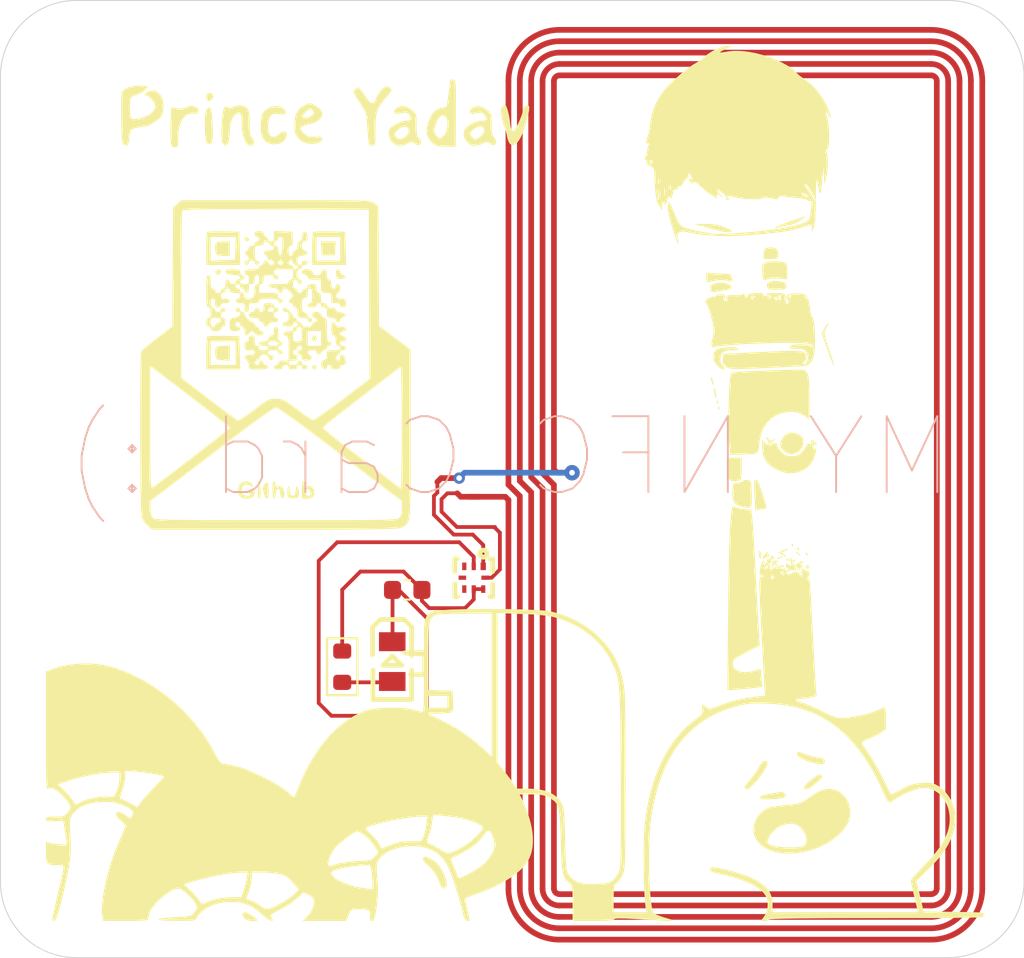
<source format=kicad_pcb>
(kicad_pcb (version 20241229) (generator "pcbnew") (generator_version "9.0")
  (layers (0 "F.Cu" signal) (2 "B.Cu" signal) (13 "F.Paste" user) (15 "B.Paste" user) (5 "F.SilkS" user "F.Silkscreen") (7 "B.SilkS" user "B.Silkscreen") (1 "F.Mask" user) (3 "B.Mask" user) (25 "Edge.Cuts" user))
  (net 0 "")
  (net 1 "Net-(LED1-+)")
  (net 2 "Net-(LED1--)")
  (net 3 "Net-(U1-LA)")
  (net 5 "Net-(U1-LB)")
  (net 8 "Net-(U1-VCC)")
  (footprint "CyberCard:LED0805-R-RD" (layer "F.Cu") (at 154.67 53.88 -90)
    (property "Reference" "LED1" (hide yes))
    (property "Value" "17-21SUYC/TR8" (hide yes))
  )
  (footprint "Capacitor_SMD:C_0603_1608Metric" (layer "F.Cu") (at 155.46 50.1)
    (property "Reference" "C1" (hide yes))
    (property "Value" "220nF" (hide yes))
  )
  (footprint "CyberCard:XQFN-8_L1.6-W1.6-P0.50-BL_NT3H2111W0FHKH" (layer "F.Cu") (at 158.97 49.455 -90)
    (property "Reference" "U1" (hide yes))
    (property "Value" "NT3H2111W0FHKH" (hide yes))
  )
  (footprint "CyberCard:25X48MM_NFC_ANTENNA" (layer "F.Cu") (at 173.3 44.55 90)
    (property "Reference" "L1" (hide yes))
    (property "Value" "25X48MM_NFC_ANTENNA")
  )
  (footprint "PCM_Resistor_SMD_AKL:R_0603_1608Metric" (layer "F.Cu") (at 152.03 54.15 90)
    (property "Reference" "R1" (hide yes))
    (property "Value" "47" (hide yes))
  )
  (gr_poly (pts (xy 148.558244 36.212806) (xy 148.572381 36.216266) (xy 148.585313 36.222227) (xy 148.597074 36.230849) (xy 148.607699 36.242289) (xy 148.61722 36.256709) (xy 148.625673 36.274266) (xy 148.633091 36.29512) (xy 148.639509 36.31943) (xy 148.64496 36.347355) (xy 148.649479 36.379055) (xy 148.6531 36.414689) (xy 148.655857 36.454415) (xy 148.657784 36.498394) (xy 148.658915 36.546783) (xy 148.659284 36.599743) (xy 148.659654 36.652703) (xy 148.660785 36.701092) (xy 148.661647 36.723623) (xy 148.662712 36.745071) (xy 148.663985 36.765456) (xy 148.665469 36.784797) (xy 148.66717 36.803116) (xy 148.66909 36.820431) (xy 148.671235 36.836763) (xy 148.673609 36.852131) (xy 148.676216 36.866556) (xy 148.679061 36.880057) (xy 148.682147 36.892654) (xy 148.685478 36.904367) (xy 148.68906 36.915216) (xy 148.692897 36.925222) (xy 148.696992 36.934402) (xy 148.701349 36.942779) (xy 148.705974 36.950371) (xy 148.710871 36.957198) (xy 148.716043 36.963281) (xy 148.721495 36.968639) (xy 148.727231 36.973293) (xy 148.733256 36.977261) (xy 148.739573 36.980564) (xy 148.746188 36.983222) (xy 148.753104 36.985255) (xy 148.760325 36.986682) (xy 148.767856 36.987524) (xy 148.775701 36.9878) (xy 148.781498 36.987958) (xy 148.787241 36.988425) (xy 148.792921 36.989194) (xy 148.79853 36.990255) (xy 148.804059 36.991601) (xy 148.809501 36.993223) (xy 148.814846 36.995111) (xy 148.820085 36.997258) (xy 148.825211 36.999656) (xy 148.830215 37.002295) (xy 148.835088 37.005167) (xy 148.839821 37.008263) (xy 148.844407 37.011576) (xy 148.848837 37.015096) (xy 148.853102 37.018815) (xy 148.857193 37.022724) (xy 148.861102 37.026815) (xy 148.864821 37.03108) (xy 148.868342 37.035509) (xy 148.871654 37.040095) (xy 148.874751 37.044829) (xy 148.877623 37.049702) (xy 148.880262 37.054706) (xy 148.882659 37.059832) (xy 148.884806 37.065071) (xy 148.886695 37.070416) (xy 148.888317 37.075858) (xy 148.889662 37.081387) (xy 148.890724 37.086997) (xy 148.891493 37.092677) (xy 148.89196 37.09842) (xy 148.892118 37.104217) (xy 148.89196 37.110013) (xy 148.891493 37.115756) (xy 148.890724 37.121436) (xy 148.889662 37.127044) (xy 148.888317 37.132574) (xy 148.886695 37.138015) (xy 148.884806 37.14336) (xy 148.882659 37.148599) (xy 148.880262 37.153725) (xy 148.877623 37.158729) (xy 148.874751 37.163602) (xy 148.871654 37.168335) (xy 148.868342 37.172921) (xy 148.864821 37.177351) (xy 148.861102 37.181615) (xy 148.857193 37.185707) (xy 148.853102 37.189616) (xy 148.848837 37.193335) (xy 148.844407 37.196855) (xy 148.839821 37.200168) (xy 148.835088 37.203264) (xy 148.830215 37.206136) (xy 148.825211 37.208775) (xy 148.820085 37.211173) (xy 148.814846 37.21332) (xy 148.809501 37.215209) (xy 148.804059 37.21683) (xy 148.79853 37.218176) (xy 148.792921 37.219238) (xy 148.787241 37.220006) (xy 148.781498 37.220474) (xy 148.775701 37.220632) (xy 148.769905 37.220789) (xy 148.764162 37.221257) (xy 148.758482 37.222026) (xy 148.752873 37.223087) (xy 148.747343 37.224433) (xy 148.741902 37.226055) (xy 148.736557 37.227943) (xy 148.731317 37.23009) (xy 148.726191 37.232488) (xy 148.721188 37.235127) (xy 148.716315 37.237999) (xy 148.711581 37.241095) (xy 148.706995 37.244408) (xy 148.702566 37.247928) (xy 148.698301 37.251647) (xy 148.694209 37.255556) (xy 148.6903 37.259648) (xy 148.686581 37.263912) (xy 148.683061 37.268342) (xy 148.679748 37.272928) (xy 148.676652 37.277662) (xy 148.67378 37.282535) (xy 148.671141 37.287538) (xy 148.668743 37.292664) (xy 148.666596 37.297904) (xy 148.664707 37.303249) (xy 148.663086 37.30869) (xy 148.66174 37.31422) (xy 148.660679 37.319829) (xy 148.65991 37.325509) (xy 148.659442 37.331252) (xy 148.659284 37.337049) (xy 148.659442 37.342845) (xy 148.65991 37.348588) (xy 148.660679 37.354268) (xy 148.66174 37.359877) (xy 148.663086 37.365406) (xy 148.664707 37.370848) (xy 148.666596 37.376192) (xy 148.668743 37.381432) (xy 148.671141 37.386558) (xy 148.67378 37.391562) (xy 148.676652 37.396435) (xy 148.679748 37.401168) (xy 148.683061 37.405754) (xy 148.686581 37.410184) (xy 148.6903 37.414449) (xy 148.694209 37.41854) (xy 148.698301 37.422449) (xy 148.702566 37.426168) (xy 148.706995 37.429689) (xy 148.711581 37.433001) (xy 148.716315 37.436098) (xy 148.721188 37.43897) (xy 148.726191 37.441609) (xy 148.731317 37.444006) (xy 148.736557 37.446154) (xy 148.741902 37.448042) (xy 148.747343 37.449664) (xy 148.752873 37.45101) (xy 148.758482 37.452071) (xy 148.764162 37.45284) (xy 148.769905 37.453308) (xy 148.775701 37.453465) (xy 148.781498 37.453623) (xy 148.787241 37.454091) (xy 148.792921 37.454859) (xy 148.79853 37.455921) (xy 148.804059 37.457267) (xy 148.809501 37.458888) (xy 148.814846 37.460777) (xy 148.820085 37.462924) (xy 148.825211 37.465321) (xy 148.830215 37.46796) (xy 148.835088 37.470832) (xy 148.839821 37.473929) (xy 148.844407 37.477241) (xy 148.848837 37.480762) (xy 148.853102 37.484481) (xy 148.857193 37.48839) (xy 148.861102 37.492481) (xy 148.864821 37.496746) (xy 148.868342 37.501176) (xy 148.871654 37.505761) (xy 148.874751 37.510495) (xy 148.877623 37.515368) (xy 148.880262 37.520372) (xy 148.882659 37.525498) (xy 148.884806 37.530737) (xy 148.886695 37.536082) (xy 148.888317 37.541524) (xy 148.889662 37.547053) (xy 148.890724 37.552662) (xy 148.891493 37.558343) (xy 148.89196 37.564085) (xy 148.892118 37.569882) (xy 148.89196 37.575679) (xy 148.891493 37.581421) (xy 148.890724 37.587101) (xy 148.889662 37.59271) (xy 148.888317 37.59824) (xy 148.886695 37.603681) (xy 148.884806 37.609026) (xy 148.882659 37.614266) (xy 148.880262 37.619392) (xy 148.877623 37.624395) (xy 148.874751 37.629268) (xy 148.871654 37.634002) (xy 148.868342 37.638588) (xy 148.864821 37.643017) (xy 148.861102 37.647282) (xy 148.857193 37.651374) (xy 148.853102 37.655283) (xy 148.848837 37.659002) (xy 148.844407 37.662522) (xy 148.839821 37.665835) (xy 148.835088 37.668931) (xy 148.830215 37.671803) (xy 148.825211 37.674442) (xy 148.820085 37.67684) (xy 148.814846 37.678987) (xy 148.809501 37.680876) (xy 148.804059 37.682497) (xy 148.79853 37.683843) (xy 148.792921 37.684905) (xy 148.787241 37.685674) (xy 148.781498 37.686141) (xy 148.775701 37.686299) (xy 148.769905 37.686141) (xy 148.764162 37.685674) (xy 148.758482 37.684905) (xy 148.752873 37.683843) (xy 148.747343 37.682497) (xy 148.741902 37.680876) (xy 148.736557 37.678987) (xy 148.731317 37.67684) (xy 148.726191 37.674442) (xy 148.721188 37.671803) (xy 148.716315 37.668931) (xy 148.711581 37.665835) (xy 148.706995 37.662522) (xy 148.702566 37.659002) (xy 148.698301 37.655283) (xy 148.694209 37.651374) (xy 148.6903 37.647282) (xy 148.686581 37.643017) (xy 148.683061 37.638588) (xy 148.679748 37.634002) (xy 148.676652 37.629268) (xy 148.67378 37.624395) (xy 148.671141 37.619392) (xy 148.668743 37.614266) (xy 148.666596 37.609026) (xy 148.664707 37.603681) (xy 148.663086 37.59824) (xy 148.66174 37.59271) (xy 148.660679 37.587101) (xy 148.65991 37.581421) (xy 148.659442 37.575679) (xy 148.659284 37.569882) (xy 148.65828 37.555785) (xy 148.657021 37.549077) (xy 148.655252 37.542597) (xy 148.652972 37.536344) (xy 148.650178 37.530319) (xy 148.646867 37.524521) (xy 148.643035 37.51895) (xy 148.63868 37.513607) (xy 148.6338 37.508491) (xy 148.62245 37.498941) (xy 148.608963 37.490301) (xy 148.593315 37.48257) (xy 148.575485 37.475748) (xy 148.55545 37.469837) (xy 148.533186 37.464834) (xy 148.508671 37.460741) (xy 148.481882 37.457558) (xy 148.452797 37.455284) (xy 148.421392 37.45392) (xy 148.387646 37.453465) (xy 148.359932 37.454002) (xy 148.33356 37.455574) (xy 148.308553 37.458127) (xy 148.284932 37.461605) (xy 148.262721 37.465953) (xy 148.241943 37.471115) (xy 148.22262 37.477036) (xy 148.204775 37.483661) (xy 148.18843 37.490933) (xy 148.173609 37.498798) (xy 148.160334 37.507201) (xy 148.148628 37.516085) (xy 148.138514 37.525395) (xy 148.130014 37.535076) (xy 148.123151 37.545073) (xy 148.117948 37.55533) (xy 148.114427 37.565791) (xy 148.112612 37.576402) (xy 148.112525 37.587106) (xy 148.114188 37.597849) (xy 148.117626 37.608574) (xy 148.122859 37.619228) (xy 148.129912 37.629753) (xy 148.138806 37.640095) (xy 148.149564 37.650198) (xy 148.16221 37.660007) (xy 148.176766 37.669467) (xy 148.193255 37.678521) (xy 148.211699 37.687116) (xy 148.232121 37.695194) (xy 148.254544 37.702701) (xy 148.278991 37.709581) (xy 148.287607 37.711876) (xy 148.295991 37.71439) (xy 148.304136 37.717115) (xy 148.312036 37.720041) (xy 148.319686 37.72316) (xy 148.327081 37.726464) (xy 148.334214 37.729945) (xy 148.34108 37.733593) (xy 148.347672 37.7374) (xy 148.353987 37.741358) (xy 148.360017 37.745458) (xy 148.365757 37.749691) (xy 148.371202 37.75405) (xy 148.376345 37.758525) (xy 148.381182 37.763108) (xy 148.385706 37.767791) (xy 148.389911 37.772564) (xy 148.393793 37.77742) (xy 148.397344 37.78235) (xy 148.400561 37.787345) (xy 148.403436 37.792397) (xy 148.405965 37.797498) (xy 148.408141 37.802638) (xy 148.409959 37.807809) (xy 148.411413 37.813003) (xy 148.412498 37.818212) (xy 148.413208 37.823426) (xy 148.413536 37.828637) (xy 148.413479 37.833837) (xy 148.413029 37.839017) (xy 148.412181 37.844168) (xy 148.410929 37.849283) (xy 148.405502 37.86479) (xy 148.399437 37.879297) (xy 148.392778 37.892803) (xy 148.385569 37.905308) (xy 148.377854 37.916813) (xy 148.369678 37.927318) (xy 148.361083 37.936823) (xy 148.352115 37.945326) (xy 148.342817 37.95283) (xy 148.333233 37.959333) (xy 148.323408 37.964835) (xy 148.313385 37.969337) (xy 148.303209 37.972839) (xy 148.292923 37.97534) (xy 148.282572 37.976841) (xy 148.2722 37.977341) (xy 148.26185 37.976841) (xy 148.251567 37.97534) (xy 148.241395 37.972839) (xy 148.231378 37.969337) (xy 148.22156 37.964835) (xy 148.211985 37.959333) (xy 148.202697 37.95283) (xy 148.19374 37.945326) (xy 148.185158 37.936823) (xy 148.176995 37.927318) (xy 148.169296 37.916813) (xy 148.162104 37.905308) (xy 148.155463 37.892803) (xy 148.149418 37.879297) (xy 148.144013 37.86479) (xy 148.13929 37.849283) (xy 148.133329 37.829524) (xy 148.125705 37.810996) (xy 148.116529 37.793702) (xy 148.105912 37.777644) (xy 148.093964 37.762825) (xy 148.080798 37.749248) (xy 148.066523 37.736916) (xy 148.05125 37.725832) (xy 148.035091 37.715998) (xy 148.018156 37.707418) (xy 148.000555 37.700094) (xy 147.982401 37.694029) (xy 147.963803 37.689226) (xy 147.944872 37.685688) (xy 147.92572 37.683418) (xy 147.906457 37.682418) (xy 147.887194 37.682691) (xy 147.868042 37.684241) (xy 147.849111 37.687069) (xy 147.830513 37.691179) (xy 147.812359 37.696574) (xy 147.794758 37.703257) (xy 147.777823 37.71123) (xy 147.761664 37.720496) (xy 147.746391 37.731058) (xy 147.732116 37.742919) (xy 147.71895 37.756082) (xy 147.707003 37.77055) (xy 147.696386 37.786324) (xy 147.68721 37.803409) (xy 147.679586 37.821808) (xy 147.673624 37.841522) (xy 147.671307 37.849478) (xy 147.668728 37.857334) (xy 147.665899 37.865079) (xy 147.662831 37.872702) (xy 147.659536 37.880196) (xy 147.656025 37.887548) (xy 147.6484 37.901791) (xy 147.640048 37.915352) (xy 147.631059 37.928152) (xy 147.621525 37.94011) (xy 147.611535 37.951147) (xy 147.601182 37.961184) (xy 147.595898 37.965802) (xy 147.590556 37.97014) (xy 147.585169 37.974189) (xy 147.579748 37.977937) (xy 147.574304 37.981376) (xy 147.568849 37.984495) (xy 147.563394 37.987284) (xy 147.55795 37.989734) (xy 147.552529 37.991834) (xy 147.547143 37.993575) (xy 147.541801 37.994946) (xy 147.536516 37.995938) (xy 147.5313 37.99654) (xy 147.526163 37.996743) (xy 147.520389 37.996901) (xy 147.514711 37.997368) (xy 147.509136 37.998137) (xy 147.503668 37.999199) (xy 147.498314 38.000544) (xy 147.49308 38.002166) (xy 147.487971 38.004054) (xy 147.482992 38.006202) (xy 147.47815 38.008599) (xy 147.47345 38.011238) (xy 147.468897 38.01411) (xy 147.464499 38.017207) (xy 147.460259 38.020519) (xy 147.456184 38.024039) (xy 147.45228 38.027758) (xy 147.448552 38.031668) (xy 147.445006 38.035759) (xy 147.441647 38.040024) (xy 147.438482 38.044453) (xy 147.435515 38.049039) (xy 147.432754 38.053773) (xy 147.430202 38.058646) (xy 147.427867 38.06365) (xy 147.425753 38.068776) (xy 147.423867 38.074015) (xy 147.422214 38.07936) (xy 147.420799 38.084801) (xy 147.419629 38.090331) (xy 147.418709 38.09594) (xy 147.418045 38.10162) (xy 147.417642 38.107363) (xy 147.417507 38.11316) (xy 147.417665 38.118956) (xy 147.418132 38.124699) (xy 147.418901 38.130379) (xy 147.419963 38.135988) (xy 147.421308 38.141518) (xy 147.42293 38.146959) (xy 147.424818 38.152304) (xy 147.426966 38.157543) (xy 147.429363 38.162669) (xy 147.432002 38.167673) (xy 147.434874 38.172546) (xy 147.437971 38.17728) (xy 147.441283 38.181866) (xy 147.444803 38.186295) (xy 147.448522 38.19056) (xy 147.452432 38.194651) (xy 147.456523 38.198561) (xy 147.460788 38.20228) (xy 147.465218 38.2058) (xy 147.469803 38.209112) (xy 147.474537 38.212209) (xy 147.47941 38.215081) (xy 147.484414 38.21772) (xy 147.48954 38.220118) (xy 147.494779 38.222265) (xy 147.500124 38.224154) (xy 147.505566 38.225775) (xy 147.511095 38.227121) (xy 147.516704 38.228182) (xy 147.522384 38.228951) (xy 147.528127 38.229419) (xy 147.533924 38.229577) (xy 147.53972 38.229419) (xy 147.545463 38.228951) (xy 147.551143 38.228182) (xy 147.556752 38.227121) (xy 147.562282 38.225775) (xy 147.567723 38.224154) (xy 147.573068 38.222265) (xy 147.578308 38.220118) (xy 147.583434 38.21772) (xy 147.588437 38.215081) (xy 147.59331 38.212209) (xy 147.598044 38.209112) (xy 147.60263 38.2058) (xy 147.607059 38.20228) (xy 147.611324 38.198561) (xy 147.615415 38.194651) (xy 147.619325 38.19056) (xy 147.623044 38.186295) (xy 147.626564 38.181866) (xy 147.629877 38.17728) (xy 147.632973 38.172546) (xy 147.635845 38.167673) (xy 147.638484 38.162669) (xy 147.640882 38.157543) (xy 147.643029 38.152304) (xy 147.644918 38.146959) (xy 147.646539 38.141518) (xy 147.647885 38.135988) (xy 147.648946 38.130379) (xy 147.649715 38.124699) (xy 147.650183 38.118956) (xy 147.65034 38.11316) (xy 147.650498 38.107363) (xy 147.650966 38.10162) (xy 147.651735 38.09594) (xy 147.652796 38.090331) (xy 147.654142 38.084801) (xy 147.655763 38.07936) (xy 147.657652 38.074015) (xy 147.659799 38.068776) (xy 147.662197 38.06365) (xy 147.664836 38.058646) (xy 147.667708 38.053773) (xy 147.670804 38.049039) (xy 147.674117 38.044453) (xy 147.677637 38.040024) (xy 147.681356 38.035759) (xy 147.685265 38.031668) (xy 147.689356 38.027758) (xy 147.693621 38.024039) (xy 147.698051 38.020519) (xy 147.702637 38.017207) (xy 147.70737 38.01411) (xy 147.712243 38.011238) (xy 147.717247 38.008599) (xy 147.722373 38.006202) (xy 147.727613 38.004054) (xy 147.732957 38.002166) (xy 147.738399 38.000544) (xy 147.743928 37.999199) (xy 147.749538 37.998137) (xy 147.755218 37.997368) (xy 147.76096 37.996901) (xy 147.766757 37.996743) (xy 147.772554 37.996901) (xy 147.778297 37.997368) (xy 147.783977 37.998137) (xy 147.789586 37.999199) (xy 147.795115 38.000544) (xy 147.800557 38.002166) (xy 147.805901 38.004054) (xy 147.811141 38.006202) (xy 147.816267 38.008599) (xy 147.821271 38.011238) (xy 147.826144 38.01411) (xy 147.830877 38.017207) (xy 147.835463 38.020519) (xy 147.839893 38.024039) (xy 147.844157 38.027758) (xy 147.848249 38.031668) (xy 147.852158 38.035759) (xy 147.855877 38.040024) (xy 147.859397 38.044453) (xy 147.86271 38.049039) (xy 147.865806 38.053773) (xy 147.868678 38.058646) (xy 147.871317 38.06365) (xy 147.873714 38.068776) (xy 147.875862 38.074015) (xy 147.87775 38.07936) (xy 147.879372 38.084801) (xy 147.880718 38.090331) (xy 147.881779 38.09594) (xy 147.882548 38.10162) (xy 147.883015 38.107363) (xy 147.883173 38.11316) (xy 147.883331 38.118956) (xy 147.883798 38.124699) (xy 147.884567 38.130379) (xy 147.885629 38.135988) (xy 147.886975 38.141518) (xy 147.888596 38.146959) (xy 147.890485 38.152304) (xy 147.892632 38.157543) (xy 147.895029 38.162669) (xy 147.897668 38.167673) (xy 147.90054 38.172546) (xy 147.903637 38.17728) (xy 147.90695 38.181866) (xy 147.91047 38.186295) (xy 147.914189 38.19056) (xy 147.918098 38.194651) (xy 147.92219 38.198561) (xy 147.926454 38.20228) (xy 147.930884 38.2058) (xy 147.93547 38.209112) (xy 147.940203 38.212209) (xy 147.945076 38.215081) (xy 147.95008 38.21772) (xy 147.955206 38.220118) (xy 147.960446 38.222265) (xy 147.96579 38.224154) (xy 147.971232 38.225775) (xy 147.976761 38.227121) (xy 147.98237 38.228182) (xy 147.988051 38.228951) (xy 147.993793 38.229419) (xy 147.99959 38.229577) (xy 148.005387 38.229734) (xy 148.011129 38.230202) (xy 148.016809 38.230971) (xy 148.022419 38.232032) (xy 148.027948 38.233378) (xy 148.033389 38.234999) (xy 148.038734 38.236888) (xy 148.043974 38.239035) (xy 148.0491 38.241433) (xy 148.054104 38.244072) (xy 148.058976 38.246944) (xy 148.06371 38.25004) (xy 148.068296 38.253353) (xy 148.072726 38.256873) (xy 148.07699 38.260592) (xy 148.081082 38.264501) (xy 148.084991 38.268593) (xy 148.08871 38.272857) (xy 148.09223 38.277287) (xy 148.095543 38.281873) (xy 148.098639 38.286606) (xy 148.101511 38.291479) (xy 148.10415 38.296483) (xy 148.106548 38.301609) (xy 148.108695 38.306849) (xy 148.110584 38.312194) (xy 148.112205 38.317635) (xy 148.113551 38.323165) (xy 148.114613 38.328774) (xy 148.115381 38.334454) (xy 148.115849 38.340197) (xy 148.116007 38.345993) (xy 148.11469 38.362648) (xy 148.110565 38.377735) (xy 148.10337 38.39132) (xy 148.092845 38.403473) (xy 148.078727 38.414262) (xy 148.060755 38.423755) (xy 148.038667 38.43202) (xy 148.012202 38.439126) (xy 147.981099 38.44514) (xy 147.945096 38.450131) (xy 147.903931 38.454167) (xy 147.857344 38.457317) (xy 147.746854 38.461228) (xy 147.611534 38.46241) (xy 147.524014 38.462276) (xy 147.447248 38.461698) (xy 147.380532 38.460415) (xy 147.323161 38.458166) (xy 147.29776 38.456597) (xy 147.27443 38.454689) (xy 147.253085 38.452408) (xy 147.233635 38.449723) (xy 147.215993 38.446599) (xy 147.200071 38.443005) (xy 147.18578 38.438909) (xy 147.173032 38.434276) (xy 147.16174 38.429075) (xy 147.151814 38.423273) (xy 147.143168 38.416837) (xy 147.135712 38.409735) (xy 147.129359 38.401933) (xy 147.124021 38.3934) (xy 147.11961 38.384102) (xy 147.116037 38.374006) (xy 147.113214 38.363081) (xy 147.111053 38.351293) (xy 147.109467 38.33861) (xy 147.108366 38.324999) (xy 147.107271 38.294862) (xy 147.107063 38.260622) (xy 147.106434 38.238634) (xy 147.104577 38.216419) (xy 147.101537 38.194114) (xy 147.097361 38.171853) (xy 147.092094 38.149775) (xy 147.08578 38.128015) (xy 147.078466 38.10671) (xy 147.070197 38.085996) (xy 147.061019 38.066009) (xy 147.050976 38.046887) (xy 147.040115 38.028765) (xy 147.028481 38.01178) (xy 147.01612 37.996069) (xy 147.003076 37.981767) (xy 146.996312 37.975187) (xy 146.989395 37.969011) (xy 146.98233 37.963256) (xy 146.975123 37.957939) (xy 146.959931 37.946234) (xy 146.946357 37.934424) (xy 146.934379 37.92254) (xy 146.923979 37.910614) (xy 146.915137 37.898676) (xy 146.907832 37.886758) (xy 146.902045 37.874892) (xy 146.897755 37.863107) (xy 146.894944 37.851437) (xy 146.89359 37.839911) (xy 146.893675 37.828562) (xy 146.895178 37.81742) (xy 146.89808 37.806516) (xy 146.90236 37.795883) (xy 146.907998 37.785551) (xy 146.914975 37.775552) (xy 146.923271 37.765916) (xy 146.932866 37.756676) (xy 146.94374 37.747862) (xy 146.955873 37.739505) (xy 146.969245 37.731637) (xy 146.983836 37.72429) (xy 146.999627 37.717494) (xy 147.016597 37.71128) (xy 147.034727 37.70568) (xy 147.053997 37.700726) (xy 147.074387 37.696448) (xy 147.095876 37.692878) (xy 147.118446 37.690046) (xy 147.142075 37.687985) (xy 147.166745 37.686726) (xy 147.192435 37.686299) (xy 147.206055 37.686185) (xy 147.219264 37.685844) (xy 147.23206 37.685276) (xy 147.244444 37.68448) (xy 147.256412 37.683457) (xy 147.267964 37.682206) (xy 147.279098 37.680728) (xy 147.289813 37.679023) (xy 147.300107 37.67709) (xy 147.309979 37.67493) (xy 147.319427 37.672543) (xy 147.328451 37.669928) (xy 147.337049 37.667086) (xy 147.345218 37.664016) (xy 147.352959 37.660719) (xy 147.360269 37.657195) (xy 147.367147 37.653443) (xy 147.373591 37.649464) (xy 147.379601 37.645258) (xy 147.385174 37.640824) (xy 147.39031 37.636163) (xy 147.395006 37.631274) (xy 147.399262 37.626158) (xy 147.403076 37.620815) (xy 147.406447 37.615244) (xy 147.409372 37.609446) (xy 147.411852 37.60342) (xy 147.413884 37.597168) (xy 147.415467 37.590687) (xy 147.416599 37.58398) (xy 147.41728 37.577045) (xy 147.417507 37.569882) (xy 147.416503 37.555785) (xy 147.415243 37.549077) (xy 147.413475 37.542597) (xy 147.411195 37.536344) (xy 147.408401 37.530319) (xy 147.405089 37.524521) (xy 147.401257 37.51895) (xy 147.396902 37.513607) (xy 147.392022 37.508491) (xy 147.380672 37.498941) (xy 147.367185 37.490301) (xy 147.351538 37.48257) (xy 147.333708 37.475748) (xy 147.313672 37.469837) (xy 147.291408 37.464834) (xy 147.266893 37.460741) (xy 147.240104 37.457558) (xy 147.211019 37.455284) (xy 147.179615 37.45392) (xy 147.145868 37.453465) (xy 147.10189 37.453238) (xy 147.062891 37.452374) (xy 147.028576 37.4506) (xy 146.99865 37.447644) (xy 146.98524 37.445638) (xy 146.972816 37.443233) (xy 146.961341 37.440397) (xy 146.950779 37.437094) (xy 146.941093 37.433291) (xy 146.932244 37.428954) (xy 146.924198 37.424048) (xy 146.916915 37.41854) (xy 146.910361 37.412395) (xy 146.904497 37.40558) (xy 146.899287 37.398059) (xy 146.894693 37.3898) (xy 146.890679 37.380767) (xy 146.887209 37.370928) (xy 146.884244 37.360246) (xy 146.881748 37.34869) (xy 146.879684 37.336224) (xy 146.878015 37.322815) (xy 146.875715 37.293028) (xy 146.874551 37.259058) (xy 146.874229 37.220632) (xy 146.874343 37.206307) (xy 146.874684 37.192437) (xy 146.875252 37.179022) (xy 146.876048 37.166062) (xy 146.877071 37.153556) (xy 146.878322 37.141505) (xy 146.8798 37.129909) (xy 146.881505 37.118768) (xy 146.883438 37.108081) (xy 146.885598 37.097849) (xy 146.887985 37.088072) (xy 146.8906 37.07875) (xy 146.893442 37.069882) (xy 146.896512 37.061469) (xy 146.899809 37.053511) (xy 146.903333 37.046008) (xy 146.907085 37.038959) (xy 146.911064 37.032365) (xy 146.915271 37.026226) (xy 146.919704 37.020542) (xy 146.924366 37.015312) (xy 146.929254 37.010537) (xy 146.93437 37.006217) (xy 146.939713 37.002352) (xy 146.945284 36.998941) (xy 146.951082 36.995985) (xy 146.957108 36.993484) (xy 146.963361 36.991438) (xy 146.969841 36.989846) (xy 146.976549 36.988709) (xy 146.983484 36.988027) (xy 146.990646 36.9878) (xy 146.996443 36.987597) (xy 147.002185 36.986995) (xy 147.007865 36.986003) (xy 147.013475 36.984632) (xy 147.019004 36.982891) (xy 147.024445 36.980791) (xy 147.02979 36.978341) (xy 147.03503 36.975552) (xy 147.040156 36.972433) (xy 147.045159 36.968994) (xy 147.050032 36.965245) (xy 147.054766 36.961197) (xy 147.063782 36.95224) (xy 147.072138 36.942203) (xy 147.079766 36.931166) (xy 147.086599 36.919208) (xy 147.092567 36.906409) (xy 147.097604 36.892847) (xy 147.10164 36.878604) (xy 147.104607 36.863758) (xy 147.106437 36.848389) (xy 147.106905 36.840534) (xy 147.107063 36.832577) (xy 147.107222 36.823255) (xy 147.107697 36.814207) (xy 147.108489 36.805434) (xy 147.109594 36.796939) (xy 147.111012 36.788722) (xy 147.112741 36.780786) (xy 147.11478 36.77313) (xy 147.117128 36.765758) (xy 147.119782 36.75867) (xy 147.122742 36.751867) (xy 147.126006 36.745351) (xy 147.129573 36.739124) (xy 147.133441 36.733187) (xy 147.137609 36.727541) (xy 147.142075 36.722188) (xy 147.146838 36.717129) (xy 147.151897 36.712366) (xy 147.15725 36.7079) (xy 147.162896 36.703732) (xy 147.168833 36.699864) (xy 147.17506 36.696297) (xy 147.181575 36.693033) (xy 147.188378 36.690073) (xy 147.195466 36.687419) (xy 147.202839 36.685072) (xy 147.210494 36.683033) (xy 147.218431 36.681303) (xy 147.226647 36.679885) (xy 147.235142 36.67878) (xy 147.243915 36.677989) (xy 147.252963 36.677513) (xy 147.262285 36.677354) (xy 147.284492 36.678017) (xy 147.304607 36.680113) (xy 147.322722 36.6838) (xy 147.331057 36.68629) (xy 147.338926 36.689238) (xy 147.34634 36.692663) (xy 147.353311 36.696586) (xy 147.35985 36.701026) (xy 147.365968 36.706003) (xy 147.371677 36.711537) (xy 147.376989 36.717649) (xy 147.381913 36.724357) (xy 147.386463 36.731682) (xy 147.390648 36.739643) (xy 147.394481 36.748261) (xy 147.401136 36.767546) (xy 147.406517 36.789697) (xy 147.410716 36.814871) (xy 147.413823 36.843229) (xy 147.41593 36.874929) (xy 147.417128 36.910131) (xy 147.417507 36.948994) (xy 147.417621 36.966161) (xy 147.417962 36.98274) (xy 147.41853 36.998734) (xy 147.419326 37.014144) (xy 147.420349 37.028975) (xy 147.4216 37.04323) (xy 147.423078 37.05691) (xy 147.424783 37.070018) (xy 147.426716 37.082558) (xy 147.428876 37.094533) (xy 147.431263 37.105945) (xy 147.433878 37.116797) (xy 147.43672 37.127092) (xy 147.43979 37.136832) (xy 147.443087 37.146022) (xy 147.446611 37.154663) (xy 147.450363 37.162758) (xy 147.454342 37.17031) (xy 147.458548 37.177322) (xy 147.462982 37.183797) (xy 147.467643 37.189738) (xy 147.472532 37.195147) (xy 147.477648 37.200027) (xy 147.482991 37.204382) (xy 147.488562 37.208214) (xy 147.49436 37.211525) (xy 147.500386 37.21432) (xy 147.506638 37.2166) (xy 147.513119 37.218368) (xy 147.519826 37.219627) (xy 147.526761 37.220381) (xy 147.533924 37.220632) (xy 147.53972 37.220789) (xy 147.545463 37.221257) (xy 147.551143 37.222026) (xy 147.556752 37.223087) (xy 147.562282 37.224433) (xy 147.567723 37.226055) (xy 147.573068 37.227943) (xy 147.578308 37.23009) (xy 147.583434 37.232488) (xy 147.588437 37.235127) (xy 147.59331 37.237999) (xy 147.598044 37.241095) (xy 147.60263 37.244408) (xy 147.607059 37.247928) (xy 147.611324 37.251647) (xy 147.615415 37.255556) (xy 147.619325 37.259648) (xy 147.623044 37.263912) (xy 147.626564 37.268342) (xy 147.629877 37.272928) (xy 147.632973 37.277662) (xy 147.635845 37.282535) (xy 147.638484 37.287538) (xy 147.640882 37.292664) (xy 147.643029 37.297904) (xy 147.644918 37.303249) (xy 147.646539 37.30869) (xy 147.647885 37.31422) (xy 147.648946 37.319829) (xy 147.649715 37.325509) (xy 147.650183 37.331252) (xy 147.65034 37.337049) (xy 147.650568 37.344211) (xy 147.65125 37.351146) (xy 147.652387 37.357854) (xy 147.653978 37.364334) (xy 147.656025 37.370587) (xy 147.658526 37.376612) (xy 147.661482 37.382411) (xy 147.664892 37.387981) (xy 147.668758 37.393325) (xy 147.673078 37.398441) (xy 147.677853 37.403329) (xy 147.683082 37.40799) (xy 147.694906 37.416631) (xy 147.708549 37.424362) (xy 147.72401 37.431183) (xy 147.741291 37.437094) (xy 147.76039 37.442097) (xy 147.781309 37.446189) (xy 147.804046 37.449373) (xy 147.828603 37.451646) (xy 147.854979 37.453011) (xy 147.883173 37.453465) (xy 147.897498 37.453352) (xy 147.911368 37.453011) (xy 147.924783 37.452442) (xy 147.937744 37.451646) (xy 147.950249 37.450623) (xy 147.9623 37.449373) (xy 147.973897 37.447895) (xy 147.985038 37.446189) (xy 147.995725 37.444257) (xy 148.005957 37.442097) (xy 148.015734 37.439709) (xy 148.025056 37.437094) (xy 148.033924 37.434252) (xy 148.042337 37.431183) (xy 148.050295 37.427886) (xy 148.057799 37.424362) (xy 148.064847 37.42061) (xy 148.071441 37.416631) (xy 148.07758 37.412424) (xy 148.083265 37.40799) (xy 148.088494 37.403329) (xy 148.093269 37.398441) (xy 148.097589 37.393325) (xy 148.101455 37.387981) (xy 148.104865 37.382411) (xy 148.107821 37.376612) (xy 148.110322 37.370587) (xy 148.112369 37.364334) (xy 148.11396 37.357854) (xy 148.115097 37.351146) (xy 148.115779 37.344211) (xy 148.116007 37.337049) (xy 148.115779 37.329886) (xy 148.115097 37.322951) (xy 148.11396 37.316244) (xy 148.112369 37.309763) (xy 148.110322 37.303511) (xy 148.107821 37.297485) (xy 148.104865 37.291687) (xy 148.101455 37.286116) (xy 148.097589 37.280773) (xy 148.093269 37.275657) (xy 148.088494 37.270768) (xy 148.083265 37.266107) (xy 148.071441 37.257467) (xy 148.057799 37.249736) (xy 148.042337 37.242915) (xy 148.025056 37.237003) (xy 148.005957 37.232001) (xy 147.985038 37.227908) (xy 147.9623 37.224725) (xy 147.937744 37.222451) (xy 147.911368 37.221086) (xy 147.883173 37.220632) (xy 147.868848 37.220518) (xy 147.854979 37.220177) (xy 147.841563 37.219609) (xy 147.828603 37.218813) (xy 147.816097 37.21779) (xy 147.804046 37.216539) (xy 147.79245 37.215061) (xy 147.781309 37.213356) (xy 147.770622 37.211423) (xy 147.76039 37.209263) (xy 147.750613 37.206876) (xy 147.741291 37.204261) (xy 147.732423 37.201419) (xy 147.72401 37.198349) (xy 147.716052 37.195052) (xy 147.708549 37.191528) (xy 147.7015 37.187777) (xy 147.694906 37.183797) (xy 147.688767 37.179591) (xy 147.683082 37.175157) (xy 147.677853 37.170496) (xy 147.673078 37.165608) (xy 147.668758 37.160492) (xy 147.664892 37.155148) (xy 147.661482 37.149578) (xy 147.658526 37.14378) (xy 147.656025 37.137754) (xy 147.653978 37.131502) (xy 147.652387 37.125021) (xy 147.65125 37.118314) (xy 147.650568 37.111379) (xy 147.65034 37.104217) (xy 148.116007 37.104217) (xy 148.117011 37.118314) (xy 148.118271 37.125021) (xy 148.120039 37.131502) (xy 148.122319 37.137754) (xy 148.125113 37.14378) (xy 148.128425 37.149578) (xy 148.132257 37.155148) (xy 148.136611 37.160492) (xy 148.141492 37.165608) (xy 148.152842 37.175157) (xy 148.166329 37.183797) (xy 148.181976 37.191528) (xy 148.199806 37.198349) (xy 148.219842 37.204261) (xy 148.242106 37.209263) (xy 148.266621 37.213356) (xy 148.29341 37.216539) (xy 148.322495 37.218813) (xy 148.353899 37.220177) (xy 148.387646 37.220632) (xy 148.404813 37.220518) (xy 148.421392 37.220177) (xy 148.437386 37.219609) (xy 148.452797 37.218813) (xy 148.467628 37.21779) (xy 148.481882 37.216539) (xy 148.495562 37.215061) (xy 148.508671 37.213356) (xy 148.521211 37.211423) (xy 148.533186 37.209263) (xy 148.544598 37.206876) (xy 148.55545 37.204261) (xy 148.565745 37.201419) (xy 148.575485 37.198349) (xy 148.584675 37.195052) (xy 148.593315 37.191528) (xy 148.601411 37.187777) (xy 148.608963 37.183797) (xy 148.615975 37.179591) (xy 148.62245 37.175157) (xy 148.62839 37.170496) (xy 148.6338 37.165608) (xy 148.63868 37.160492) (xy 148.643035 37.155148) (xy 148.646867 37.149578) (xy 148.650178 37.14378) (xy 148.652972 37.137754) (xy 148.655252 37.131502) (xy 148.657021 37.125021) (xy 148.65828 37.118314) (xy 148.659034 37.111379) (xy 148.659284 37.104217) (xy 148.65828 37.090119) (xy 148.657021 37.083411) (xy 148.655252 37.076931) (xy 148.652972 37.070678) (xy 148.650178 37.064653) (xy 148.646867 37.058855) (xy 148.643035 37.053284) (xy 148.63868 37.04794) (xy 148.6338 37.042824) (xy 148.62245 37.033275) (xy 148.608963 37.024634) (xy 148.593315 37.016904) (xy 148.575485 37.010082) (xy 148.55545 37.004171) (xy 148.533186 36.999168) (xy 148.508671 36.995076) (xy 148.481882 36.991893) (xy 148.452797 36.989619) (xy 148.421392 36.988255) (xy 148.387646 36.9878) (xy 148.370478 36.987914) (xy 148.353899 36.988255) (xy 148.337906 36.988823) (xy 148.322495 36.989619) (xy 148.307664 36.990642) (xy 148.29341 36.991893) (xy 148.27973 36.99337) (xy 148.266621 36.995076) (xy 148.254081 36.997008) (xy 148.242106 36.999168) (xy 148.230694 37.001556) (xy 148.219842 37.004171) (xy 148.209547 37.007013) (xy 148.199806 37.010082) (xy 148.190617 37.013379) (xy 148.181976 37.016904) (xy 148.173881 37.020655) (xy 148.166329 37.024634) (xy 148.159317 37.028841) (xy 148.152842 37.033275) (xy 148.146901 37.037936) (xy 148.141492 37.042824) (xy 148.136611 37.04794) (xy 148.132257 37.053284) (xy 148.128425 37.058855) (xy 148.125113 37.064653) (xy 148.122319 37.070678) (xy 148.120039 37.076931) (xy 148.118271 37.083411) (xy 148.117011 37.090119) (xy 148.116257 37.097054) (xy 148.116007 37.104217) (xy 147.65034 37.104217) (xy 147.650568 37.097054) (xy 147.651248 37.090119) (xy 147.65238 37.083411) (xy 147.653963 37.076931) (xy 147.655995 37.070678) (xy 147.658475 37.064653) (xy 147.661401 37.058855) (xy 147.664771 37.053284) (xy 147.668585 37.04794) (xy 147.672841 37.042824) (xy 147.677538 37.037936) (xy 147.682673 37.033275) (xy 147.694256 37.024634) (xy 147.707578 37.016904) (xy 147.722629 37.010082) (xy 147.739396 37.004171) (xy 147.757868 36.999168) (xy 147.778035 36.995076) (xy 147.799884 36.991893) (xy 147.823404 36.989619) (xy 147.848584 36.988255) (xy 147.875413 36.9878) (xy 147.903615 36.98725) (xy 147.930044 36.985587) (xy 147.942607 36.98433) (xy 147.954745 36.982786) (xy 147.966461 36.980952) (xy 147.977763 36.978826) (xy 147.988655 36.976404) (xy 147.999144 36.973683) (xy 148.009235 36.970662) (xy 148.018933 36.967336) (xy 148.028245 36.963703) (xy 148.037176 36.95976) (xy 148.045732 36.955505) (xy 148.053919 36.950934) (xy 148.061741 36.946045) (xy 148.069206 36.940835) (xy 148.076318 36.935301) (xy 148.083083 36.929439) (xy 148.089508 36.923249) (xy 148.095597 36.916725) (xy 148.101356 36.909867) (xy 148.106791 36.90267) (xy 148.111908 36.895132) (xy 148.116712 36.88725) (xy 148.121209 36.879021) (xy 148.125405 36.870443) (xy 148.129306 36.861512) (xy 148.132916 36.852226) (xy 148.136243 36.842582) (xy 148.13929 36.832577) (xy 148.141608 36.82462) (xy 148.14419 36.816765) (xy 148.150114 36.801396) (xy 148.156992 36.78655) (xy 148.164757 36.772307) (xy 148.17334 36.758746) (xy 148.182674 36.745946) (xy 148.19269 36.733988) (xy 148.20332 36.722951) (xy 148.214495 36.712914) (xy 148.220266 36.708296) (xy 148.226148 36.703957) (xy 148.232133 36.699909) (xy 148.238211 36.69616) (xy 148.244374 36.692721) (xy 148.250614 36.689602) (xy 148.256922 36.686813) (xy 148.26329 36.684363) (xy 148.26971 36.682263) (xy 148.276171 36.680522) (xy 148.282667 36.679151) (xy 148.289189 36.678159) (xy 148.295727 36.677557) (xy 148.302275 36.677354) (xy 148.317738 36.67653) (xy 148.332121 36.674034) (xy 148.338911 36.672149) (xy 148.345436 36.669834) (xy 148.351696 36.667083) (xy 148.357693 36.663893) (xy 148.363429 36.66026) (xy 148.368904 36.65618) (xy 148.374121 36.651647) (xy 148.379081 36.646658) (xy 148.383785 36.641209) (xy 148.388235 36.635295) (xy 148.396377 36.622056) (xy 148.403518 36.606908) (xy 148.409671 36.589815) (xy 148.414845 36.570744) (xy 148.419054 36.54966) (xy 148.422307 36.526531) (xy 148.424617 36.50132) (xy 148.425994 36.473996) (xy 148.426451 36.444522) (xy 148.426565 36.430197) (xy 148.426906 36.416327) (xy 148.427474 36.402912) (xy 148.42827 36.389952) (xy 148.429293 36.377446) (xy 148.430544 36.365395) (xy 148.432022 36.353799) (xy 148.433727 36.342657) (xy 148.43566 36.33197) (xy 148.43782 36.321739) (xy 148.440207 36.311961) (xy 148.442822 36.302639) (xy 148.445664 36.293771) (xy 148.448734 36.285358) (xy 148.452031 36.2774) (xy 148.455555 36.269897) (xy 148.459307 36.262848) (xy 148.463286 36.256254) (xy 148.467493 36.250115) (xy 148.471926 36.244431) (xy 148.476588 36.239201) (xy 148.481476 36.234426) (xy 148.486592 36.230106) (xy 148.491936 36.226241) (xy 148.497506 36.22283) (xy 148.503304 36.219874) (xy 148.50933 36.217373) (xy 148.515583 36.215327) (xy 148.522063 36.213735) (xy 148.52877 36.212598) (xy 148.535705 36.211916) (xy 148.542868 36.211689)) (fill yes) (layer "F.SilkS"))
  (gr_poly (pts (xy 175.24525 48.319133) (xy 175.249008 48.319465) (xy 175.252368 48.320011) (xy 175.255337 48.320763) (xy 175.257918 48.321714) (xy 175.260119 48.322857) (xy 175.261945 48.324185) (xy 175.263401 48.32569) (xy 175.264494 48.327366) (xy 175.265228 48.329205) (xy 175.26561 48.3312) (xy 175.265645 48.333345) (xy 175.265339 48.335632) (xy 175.264697 48.338054) (xy 175.263726 48.340603) (xy 175.262431 48.343274) (xy 175.260818 48.346058) (xy 175.258891 48.348949) (xy 175.256658 48.351939) (xy 175.254124 48.355022) (xy 175.248174 48.361436) (xy 175.241088 48.368134) (xy 175.23291 48.37506) (xy 175.223685 48.382156) (xy 175.213461 48.389366) (xy 175.202281 48.396632) (xy 175.190383 48.403899) (xy 175.178029 48.411108) (xy 175.165311 48.418204) (xy 175.15232 48.42513) (xy 175.139148 48.431828) (xy 175.125884 48.438242) (xy 175.112621 48.444314) (xy 175.099448 48.449989) (xy 175.086457 48.45521) (xy 175.073739 48.459918) (xy 175.061385 48.464058) (xy 175.049486 48.467573) (xy 175.038132 48.470406) (xy 175.027415 48.4725) (xy 175.017425 48.473798) (xy 175.008254 48.474243) (xy 175.004775 48.474131) (xy 175.001613 48.473798) (xy 174.998766 48.473252) (xy 174.996233 48.4725) (xy 174.994013 48.471549) (xy 174.992105 48.470406) (xy 174.990506 48.469078) (xy 174.989215 48.467573) (xy 174.988232 48.465898) (xy 174.987554 48.464058) (xy 174.98718 48.462063) (xy 174.987109 48.459918) (xy 174.987339 48.457631) (xy 174.987869 48.45521) (xy 174.988697 48.45266) (xy 174.989822 48.449989) (xy 174.991243 48.447205) (xy 174.992958 48.444314) (xy 174.994966 48.441324) (xy 174.997265 48.438242) (xy 174.999855 48.435074) (xy 175.002732 48.431828) (xy 175.005897 48.428511) (xy 175.009347 48.42513) (xy 175.017098 48.418204) (xy 175.025975 48.411108) (xy 175.035967 48.403899) (xy 175.04706 48.396632) (xy 175.059045 48.389366) (xy 175.071632 48.382156) (xy 175.084697 48.37506) (xy 175.098114 48.368134) (xy 175.111758 48.361436) (xy 175.125505 48.355022) (xy 175.139229 48.348949) (xy 175.152805 48.343274) (xy 175.166109 48.338054) (xy 175.179014 48.333345) (xy 175.191396 48.329205) (xy 175.203131 48.32569) (xy 175.214092 48.322857) (xy 175.224156 48.320763) (xy 175.233196 48.319465) (xy 175.241088 48.31902)) (fill yes) (layer "F.SilkS"))
  (gr_poly (pts (xy 171.897645 40.416334) (xy 171.898681 40.416437) (xy 171.899725 40.416644) (xy 171.900778 40.416954) (xy 171.901837 40.41737) (xy 171.902903 40.417891) (xy 171.90505 40.419253) (xy 171.907215 40.421049) (xy 171.909392 40.423285) (xy 171.911573 40.42597) (xy 171.915753 40.430866) (xy 171.919546 40.436763) (xy 171.92293 40.443569) (xy 171.925881 40.451194) (xy 171.928378 40.459547) (xy 171.930398 40.468536) (xy 171.931918 40.47807) (xy 171.932914 40.48806) (xy 171.933365 40.498413) (xy 171.933248 40.509039) (xy 171.932539 40.519847) (xy 171.931217 40.530746) (xy 171.929258 40.541644) (xy 171.92664 40.552452) (xy 171.92334 40.563078) (xy 171.919335 40.573431) (xy 171.914974 40.584078) (xy 171.910648 40.592758) (xy 171.908508 40.596372) (xy 171.90639 40.599506) (xy 171.904297 40.602165) (xy 171.902234 40.604355) (xy 171.900206 40.606078) (xy 171.898215 40.607339) (xy 171.896268 40.608143) (xy 171.894367 40.608493) (xy 171.892517 40.608394) (xy 171.890723 40.60785) (xy 171.888989 40.606866) (xy 171.887318 40.605446) (xy 171.885716 40.603593) (xy 171.884186 40.601313) (xy 171.882733 40.59861) (xy 171.881361 40.595487) (xy 171.878877 40.588) (xy 171.876769 40.578888) (xy 171.875069 40.568185) (xy 171.873813 40.555924) (xy 171.873034 40.542139) (xy 171.872767 40.526866) (xy 171.87213 40.518977) (xy 171.871668 40.511323) (xy 171.871377 40.50391) (xy 171.871251 40.496746) (xy 171.871285 40.489838) (xy 171.871471 40.483192) (xy 171.871806 40.476817) (xy 171.872282 40.470719) (xy 171.872895 40.464905) (xy 171.873639 40.459382) (xy 171.874508 40.454158) (xy 171.875496 40.449239) (xy 171.876598 40.444633) (xy 171.877808 40.440347) (xy 171.87912 40.436387) (xy 171.880529 40.432762) (xy 171.882028 40.429477) (xy 171.883613 40.426541) (xy 171.885278 40.42396) (xy 171.887016 40.421741) (xy 171.888823 40.419892) (xy 171.890692 40.41842) (xy 171.892618 40.417331) (xy 171.893601 40.416933) (xy 171.894596 40.416633) (xy 171.895602 40.416432) (xy 171.896618 40.416333)) (fill yes) (layer "F.SilkS"))
  (gr_poly (pts (xy 147.641795 44.628474) (xy 147.646021 44.630035) (xy 147.65034 44.632493) (xy 147.65466 44.635081) (xy 147.658886 44.638463) (xy 147.667045 44.647514) (xy 147.674795 44.659453) (xy 147.682112 44.674087) (xy 147.688975 44.691221) (xy 147.695361 44.710664) (xy 147.701246 44.732221) (xy 147.706608 44.7557) (xy 147.711425 44.780906) (xy 147.715673 44.807648) (xy 147.71933 44.835731) (xy 147.722373 44.864962) (xy 147.724779 44.895148) (xy 147.726526 44.926096) (xy 147.727591 44.957613) (xy 147.727951 44.989504) (xy 147.727591 45.019762) (xy 147.726526 45.049304) (xy 147.724779 45.077959) (xy 147.722373 45.105557) (xy 147.71933 45.131927) (xy 147.715673 45.156898) (xy 147.711425 45.180301) (xy 147.706608 45.201964) (xy 147.701246 45.221717) (xy 147.698367 45.230825) (xy 147.695361 45.23939) (xy 147.692229 45.247393) (xy 147.688975 45.254812) (xy 147.685602 45.261626) (xy 147.682112 45.267812) (xy 147.678509 45.273351) (xy 147.674795 45.278221) (xy 147.670972 45.282399) (xy 147.667045 45.285866) (xy 147.663015 45.2886) (xy 147.658886 45.290579) (xy 147.65466 45.291781) (xy 147.65034 45.292187) (xy 147.646704 45.291714) (xy 147.643074 45.290309) (xy 147.639458 45.287998) (xy 147.635864 45.284805) (xy 147.628768 45.275867) (xy 147.621842 45.263689) (xy 147.615144 45.248464) (xy 147.60873 45.230386) (xy 147.602657 45.209647) (xy 147.596982 45.186442) (xy 147.591762 45.160962) (xy 147.587054 45.133402) (xy 147.582914 45.103955) (xy 147.579399 45.072814) (xy 147.576566 45.040172) (xy 147.574472 45.006223) (xy 147.573174 44.97116) (xy 147.572729 44.935176) (xy 147.573089 44.896902) (xy 147.574154 44.860732) (xy 147.575901 44.826768) (xy 147.578307 44.795111) (xy 147.58135 44.765865) (xy 147.585007 44.739132) (xy 147.587059 44.726739) (xy 147.589256 44.715013) (xy 147.591594 44.703966) (xy 147.594072 44.693611) (xy 147.596687 44.683961) (xy 147.599435 44.675029) (xy 147.602313 44.666827) (xy 147.60532 44.659369) (xy 147.608452 44.652666) (xy 147.611705 44.646732) (xy 147.615079 44.64158) (xy 147.618568 44.637222) (xy 147.622172 44.633672) (xy 147.625886 44.630941) (xy 147.629708 44.629043) (xy 147.633636 44.627991) (xy 147.637666 44.627797)) (fill yes) (layer "F.SilkS"))
  (gr_poly (pts (xy 174.014116 48.049645) (xy 174.018064 48.05056) (xy 174.022351 48.05211) (xy 174.026978 48.054286) (xy 174.031949 48.057076) (xy 174.037268 48.060473) (xy 174.042935 48.064464) (xy 174.048955 48.069041) (xy 174.055331 48.074194) (xy 174.069159 48.086187) (xy 174.080431 48.095624) (xy 174.090943 48.106392) (xy 174.100658 48.118366) (xy 174.109543 48.131419) (xy 174.117564 48.145427) (xy 174.124686 48.160265) (xy 174.130877 48.175809) (xy 174.136101 48.191931) (xy 174.140324 48.208509) (xy 174.143513 48.225416) (xy 174.145634 48.242528) (xy 174.146652 48.25972) (xy 174.146532 48.276866) (xy 174.145242 48.293841) (xy 174.142747 48.310521) (xy 174.139013 48.32678) (xy 174.129175 48.360517) (xy 174.119974 48.388944) (xy 174.111318 48.412029) (xy 174.103117 48.429736) (xy 174.099159 48.436562) (xy 174.09528 48.442031) (xy 174.09147 48.446139) (xy 174.087716 48.448881) (xy 174.084008 48.450253) (xy 174.080334 48.450251) (xy 174.076683 48.448871) (xy 174.073043 48.446108) (xy 174.069403 48.441957) (xy 174.065751 48.436416) (xy 174.058369 48.421142) (xy 174.050805 48.400252) (xy 174.042968 48.373711) (xy 174.034767 48.341486) (xy 174.026111 48.303542) (xy 174.007072 48.210363) (xy 174.001801 48.180063) (xy 173.997643 48.153141) (xy 173.994623 48.129514) (xy 173.993546 48.118913) (xy 173.992762 48.109106) (xy 173.992274 48.100083) (xy 173.992084 48.091835) (xy 173.992195 48.084351) (xy 173.992611 48.077622) (xy 173.993333 48.071637) (xy 173.994365 48.066388) (xy 173.99571 48.061863) (xy 173.99737 48.058052) (xy 173.999349 48.054947) (xy 174.001648 48.052536) (xy 174.00292 48.051589) (xy 174.004272 48.050811) (xy 174.007223 48.049761) (xy 174.010503 48.049375)) (fill yes) (layer "F.SilkS"))
  (gr_poly (pts (xy 146.996443 31.477569) (xy 147.002185 31.478036) (xy 147.007865 31.478805) (xy 147.013475 31.479867) (xy 147.019004 31.481212) (xy 147.024445 31.482834) (xy 147.02979 31.484722) (xy 147.03503 31.48687) (xy 147.040156 31.489267) (xy 147.045159 31.491906) (xy 147.050032 31.494778) (xy 147.054766 31.497874) (xy 147.059352 31.501187) (xy 147.063782 31.504707) (xy 147.068046 31.508426) (xy 147.072138 31.512335) (xy 147.076047 31.516427) (xy 147.079766 31.520691) (xy 147.083286 31.525121) (xy 147.086599 31.529707) (xy 147.089695 31.534441) (xy 147.092567 31.539313) (xy 147.095206 31.544317) (xy 147.097604 31.549443) (xy 147.099751 31.554683) (xy 147.10164 31.560028) (xy 147.103261 31.565469) (xy 147.104607 31.570999) (xy 147.105669 31.576608) (xy 147.106437 31.582288) (xy 147.106905 31.588031) (xy 147.107063 31.593828) (xy 147.106905 31.599624) (xy 147.106437 31.605367) (xy 147.105669 31.611047) (xy 147.104607 31.616656) (xy 147.103261 31.622185) (xy 147.10164 31.627627) (xy 147.099751 31.632971) (xy 147.097604 31.638211) (xy 147.095206 31.643337) (xy 147.092567 31.64834) (xy 147.089695 31.653213) (xy 147.086599 31.657947) (xy 147.083286 31.662533) (xy 147.079766 31.666962) (xy 147.076047 31.671227) (xy 147.072138 31.675318) (xy 147.068046 31.679228) (xy 147.063782 31.682947) (xy 147.059352 31.686467) (xy 147.054766 31.68978) (xy 147.050032 31.692876) (xy 147.045159 31.695748) (xy 147.040156 31.698387) (xy 147.03503 31.700785) (xy 147.02979 31.702932) (xy 147.024445 31.704821) (xy 147.019004 31.706442) (xy 147.013475 31.707788) (xy 147.007865 31.70885) (xy 147.002185 31.709618) (xy 146.996443 31.710086) (xy 146.990646 31.710244) (xy 146.984849 31.710086) (xy 146.979107 31.709618) (xy 146.973426 31.70885) (xy 146.967817 31.707788) (xy 146.962288 31.706442) (xy 146.956846 31.704821) (xy 146.951502 31.702932) (xy 146.946262 31.700785) (xy 146.941136 31.698387) (xy 146.936132 31.695748) (xy 146.931259 31.692876) (xy 146.926526 31.68978) (xy 146.92194 31.686467) (xy 146.91751 31.682947) (xy 146.913246 31.679228) (xy 146.909154 31.675318) (xy 146.905245 31.671227) (xy 146.901526 31.666962) (xy 146.898006 31.662533) (xy 146.894693 31.657947) (xy 146.891596 31.653213) (xy 146.888724 31.64834) (xy 146.886085 31.643337) (xy 146.883688 31.638211) (xy 146.881541 31.632971) (xy 146.879652 31.627627) (xy 146.878031 31.622185) (xy 146.876685 31.616656) (xy 146.875623 31.611047) (xy 146.874854 31.605367) (xy 146.874387 31.599624) (xy 146.874229 31.593828) (xy 146.874387 31.588031) (xy 146.874854 31.582288) (xy 146.875623 31.576608) (xy 146.876685 31.570999) (xy 146.878031 31.565469) (xy 146.879652 31.560028) (xy 146.881541 31.554683) (xy 146.883688 31.549443) (xy 146.886085 31.544317) (xy 146.888724 31.539313) (xy 146.891596 31.534441) (xy 146.894693 31.529707) (xy 146.898006 31.525121) (xy 146.901526 31.520691) (xy 146.905245 31.516427) (xy 146.909154 31.512335) (xy 146.913246 31.508426) (xy 146.91751 31.504707) (xy 146.92194 31.501187) (xy 146.926526 31.497874) (xy 146.931259 31.494778) (xy 146.936132 31.491906) (xy 146.941136 31.489267) (xy 146.946262 31.48687) (xy 146.951502 31.484722) (xy 146.956846 31.482834) (xy 146.962288 31.481212) (xy 146.967817 31.479867) (xy 146.973426 31.478805) (xy 146.979107 31.478036) (xy 146.984849 31.477569) (xy 146.990646 31.477411)) (fill yes) (layer "F.SilkS"))
  (gr_poly (pts (xy 147.65466 44.360945) (xy 147.658886 44.361215) (xy 147.663015 44.36166) (xy 147.667045 44.362279) (xy 147.670972 44.363069) (xy 147.674795 44.364026) (xy 147.678509 44.365149) (xy 147.682112 44.366433) (xy 147.685602 44.367876) (xy 147.688975 44.369476) (xy 147.692229 44.371229) (xy 147.695361 44.373133) (xy 147.698367 44.375184) (xy 147.701246 44.377381) (xy 147.703994 44.379719) (xy 147.706608 44.382197) (xy 147.709086 44.384812) (xy 147.711425 44.387559) (xy 147.713621 44.390438) (xy 147.715673 44.393445) (xy 147.717577 44.396576) (xy 147.71933 44.39983) (xy 147.720929 44.403203) (xy 147.722373 44.406693) (xy 147.723657 44.410296) (xy 147.724779 44.414011) (xy 147.725737 44.417833) (xy 147.726526 44.421761) (xy 147.727145 44.42579) (xy 147.727591 44.42992) (xy 147.727861 44.434146) (xy 147.727951 44.438465) (xy 147.727861 44.442102) (xy 147.727591 44.445732) (xy 147.727145 44.449347) (xy 147.726526 44.452942) (xy 147.725737 44.456508) (xy 147.724779 44.460038) (xy 147.723657 44.463525) (xy 147.722373 44.466963) (xy 147.720929 44.470344) (xy 147.71933 44.473661) (xy 147.717577 44.476907) (xy 147.715673 44.480075) (xy 147.713621 44.483158) (xy 147.711425 44.486148) (xy 147.709086 44.489039) (xy 147.706608 44.491823) (xy 147.703994 44.494493) (xy 147.701246 44.497043) (xy 147.698367 44.499465) (xy 147.695361 44.501752) (xy 147.692229 44.503896) (xy 147.688975 44.505892) (xy 147.685602 44.507731) (xy 147.682112 44.509406) (xy 147.678509 44.510912) (xy 147.674795 44.512239) (xy 147.670972 44.513382) (xy 147.667045 44.514333) (xy 147.663015 44.515085) (xy 147.658886 44.515631) (xy 147.65466 44.515963) (xy 147.65034 44.516076) (xy 147.646704 44.515963) (xy 147.643074 44.515631) (xy 147.639458 44.515085) (xy 147.635864 44.514333) (xy 147.632298 44.513382) (xy 147.628768 44.512239) (xy 147.62528 44.510912) (xy 147.621842 44.509406) (xy 147.618461 44.507731) (xy 147.615144 44.505892) (xy 147.611898 44.503896) (xy 147.60873 44.501752) (xy 147.605648 44.499465) (xy 147.602657 44.497043) (xy 147.599767 44.494493) (xy 147.596982 44.491823) (xy 147.594312 44.489039) (xy 147.591762 44.486148) (xy 147.58934 44.483158) (xy 147.587054 44.480075) (xy 147.584909 44.476907) (xy 147.582914 44.473661) (xy 147.581074 44.470344) (xy 147.579399 44.466963) (xy 147.577893 44.463525) (xy 147.576566 44.460038) (xy 147.575423 44.456508) (xy 147.574472 44.452942) (xy 147.57372 44.449347) (xy 147.573174 44.445732) (xy 147.572841 44.442102) (xy 147.572729 44.438465) (xy 147.572841 44.434146) (xy 147.573174 44.42992) (xy 147.57372 44.42579) (xy 147.574472 44.421761) (xy 147.575423 44.417833) (xy 147.576566 44.414011) (xy 147.577893 44.410296) (xy 147.579399 44.406693) (xy 147.581074 44.403203) (xy 147.582914 44.39983) (xy 147.584909 44.396576) (xy 147.587054 44.393445) (xy 147.58934 44.390438) (xy 147.591762 44.387559) (xy 147.594312 44.384812) (xy 147.596982 44.382197) (xy 147.599767 44.379719) (xy 147.602657 44.377381) (xy 147.605648 44.375184) (xy 147.60873 44.373133) (xy 147.611898 44.371229) (xy 147.615144 44.369476) (xy 147.618461 44.367876) (xy 147.621842 44.366433) (xy 147.62528 44.365149) (xy 147.628768 44.364026) (xy 147.632298 44.363069) (xy 147.635864 44.362279) (xy 147.639458 44.36166) (xy 147.643074 44.361215) (xy 147.646704 44.360945) (xy 147.65034 44.360855)) (fill yes) (layer "F.SilkS"))
  (gr_poly (pts (xy 148.071622 44.438497) (xy 148.078757 44.439511) (xy 148.08552 44.441275) (xy 148.091875 44.4438) (xy 148.097787 44.447099) (xy 148.10322 44.451182) (xy 148.108138 44.456062) (xy 148.112506 44.461748) (xy 148.116289 44.468253) (xy 148.119451 44.475587) (xy 148.121956 44.483763) (xy 148.123769 44.492792) (xy 148.132962 44.569557) (xy 148.1402 44.645241) (xy 148.145528 44.719311) (xy 148.148992 44.791232) (xy 148.150637 44.86047) (xy 148.150508 44.926491) (xy 148.148651 44.988759) (xy 148.145111 45.046742) (xy 148.139935 45.099905) (xy 148.133166 45.147712) (xy 148.124852 45.189631) (xy 148.120129 45.208215) (xy 148.115037 45.225126) (xy 148.109581 45.240298) (xy 148.103767 45.253664) (xy 148.0976 45.265157) (xy 148.091086 45.27471) (xy 148.084232 45.282256) (xy 148.077042 45.287729) (xy 148.069523 45.291061) (xy 148.061679 45.292187) (xy 148.056564 45.291916) (xy 148.051411 45.291111) (xy 148.046227 45.289783) (xy 148.041018 45.287943) (xy 148.030557 45.282774) (xy 148.020085 45.275695) (xy 148.009658 45.266797) (xy 147.999333 45.25617) (xy 147.989167 45.243907) (xy 147.979218 45.230098) (xy 147.969541 45.214833) (xy 147.960194 45.198204) (xy 147.951234 45.180302) (xy 147.942717 45.161217) (xy 147.9347 45.141041) (xy 147.92724 45.119865) (xy 147.920394 45.097779) (xy 147.914219 45.074874) (xy 147.905169 45.030703) (xy 147.895665 44.986349) (xy 147.885978 44.943088) (xy 147.876383 44.90219) (xy 147.867151 44.864931) (xy 147.858556 44.832584) (xy 147.850871 44.806421) (xy 147.847455 44.796056) (xy 147.844368 44.787716) (xy 147.843273 44.778454) (xy 147.842883 44.768191) (xy 147.843174 44.757019) (xy 147.844126 44.745029) (xy 147.845714 44.732311) (xy 147.847915 44.718956) (xy 147.850708 44.705056) (xy 147.85407 44.6907) (xy 147.857977 44.675981) (xy 147.862407 44.66099) (xy 147.867337 44.645816) (xy 147.872745 44.630551) (xy 147.878607 44.615287) (xy 147.884902 44.600113) (xy 147.891605 44.585122) (xy 147.898696 44.570403) (xy 147.905443 44.558286) (xy 147.912564 44.54668) (xy 147.920023 44.535598) (xy 147.927785 44.525049) (xy 147.935814 44.515047) (xy 147.944074 44.505601) (xy 147.952531 44.496724) (xy 147.961149 44.488427) (xy 147.969891 44.480721) (xy 147.978723 44.473617) (xy 147.987609 44.467127) (xy 147.996513 44.461263) (xy 148.005401 44.456035) (xy 148.014235 44.451456) (xy 148.022982 44.447535) (xy 148.031605 44.444286) (xy 148.040069 44.441718) (xy 148.048338 44.439844) (xy 148.056377 44.438675) (xy 148.06415 44.438222)) (fill yes) (layer "F.SilkS"))
  (gr_poly (pts (xy 174.981091 32.759934) (xy 175.055288 32.763838) (xy 175.127188 32.769696) (xy 175.195586 32.777465) (xy 175.259278 32.787098) (xy 175.317058 32.79855) (xy 175.367721 32.811776) (xy 175.410062 32.82673) (xy 175.427735 32.834841) (xy 175.442876 32.843367) (xy 175.450056 32.849788) (xy 175.457019 32.860177) (xy 175.463733 32.874318) (xy 175.470162 32.891994) (xy 175.476273 32.912991) (xy 175.482031 32.937091) (xy 175.487403 32.964078) (xy 175.492354 32.993738) (xy 175.500858 33.060207) (xy 175.50727 33.134771) (xy 175.511318 33.215702) (xy 175.512727 33.301272) (xy 175.512727 33.712609) (xy 175.062583 33.673804) (xy 175.013235 33.669893) (xy 174.964296 33.666892) (xy 174.915994 33.6648) (xy 174.868556 33.663618) (xy 174.822209 33.663345) (xy 174.777181 33.663982) (xy 174.733699 33.665528) (xy 174.69199 33.667984) (xy 174.652283 33.671349) (xy 174.614803 33.675623) (xy 174.57978 33.680808) (xy 174.547439 33.686901) (xy 174.518009 33.693904) (xy 174.491717 33.701817) (xy 174.46879 33.710639) (xy 174.449456 33.720371) (xy 174.413325 33.73679) (xy 174.380515 33.748035) (xy 174.365312 33.751636) (xy 174.350888 33.753846) (xy 174.337225 33.754632) (xy 174.324308 33.753962) (xy 174.312117 33.751802) (xy 174.300638 33.74812) (xy 174.289852 33.742884) (xy 174.279742 33.73606) (xy 174.270291 33.727616) (xy 174.261483 33.717519) (xy 174.253301 33.705737) (xy 174.245726 33.692237) (xy 174.238743 33.676986) (xy 174.232334 33.659951) (xy 174.221169 33.620401) (xy 174.212097 33.573324) (xy 174.20498 33.518461) (xy 174.199682 33.455548) (xy 174.196067 33.384324) (xy 174.193998 33.304528) (xy 174.193338 33.215899) (xy 174.193571 33.160887) (xy 174.194475 33.111958) (xy 174.196357 33.068644) (xy 174.199523 33.030481) (xy 174.201684 33.013185) (xy 174.204281 32.997002) (xy 174.207353 32.981873) (xy 174.210937 32.967741) (xy 174.215073 32.954546) (xy 174.219799 32.942231) (xy 174.225153 32.930737) (xy 174.231174 32.920007) (xy 174.237899 32.909981) (xy 174.245368 32.900602) (xy 174.253618 32.891812) (xy 174.262688 32.883551) (xy 174.272617 32.875762) (xy 174.283442 32.868387) (xy 174.295202 32.861367) (xy 174.307936 32.854644) (xy 174.321682 32.84816) (xy 174.336478 32.841856) (xy 174.369373 32.829557) (xy 174.40693 32.817281) (xy 174.449456 32.804561) (xy 174.498641 32.791184) (xy 174.55517 32.780126) (xy 174.617839 32.771341) (xy 174.685442 32.764785) (xy 174.756774 32.760412) (xy 174.830629 32.758176) (xy 174.905803 32.758032)) (fill yes) (layer "F.SilkS"))
  (gr_poly (pts (xy 176.15011 58.650999) (xy 176.176957 58.655281) (xy 176.207545 58.662337) (xy 176.242248 58.672213) (xy 176.281442 58.684954) (xy 176.325502 58.700605) (xy 176.374803 58.719213) (xy 176.490629 58.765477) (xy 176.559705 58.791928) (xy 176.637239 58.81847) (xy 176.720776 58.844466) (xy 176.807861 58.86928) (xy 176.896038 58.892276) (xy 176.98285 58.912816) (xy 177.065842 58.930263) (xy 177.142559 58.943982) (xy 177.192526 58.951278) (xy 177.237785 58.9587) (xy 177.278543 58.966371) (xy 177.297298 58.97034) (xy 177.315003 58.974418) (xy 177.331686 58.978622) (xy 177.34737 58.982966) (xy 177.362083 58.987466) (xy 177.375849 58.992138) (xy 177.388695 58.996998) (xy 177.400645 59.002061) (xy 177.411725 59.007343) (xy 177.421961 59.01286) (xy 177.431379 59.018626) (xy 177.440004 59.024659) (xy 177.447861 59.030973) (xy 177.454976 59.037583) (xy 177.461376 59.044507) (xy 177.467084 59.051758) (xy 177.472128 59.059354) (xy 177.476531 59.067309) (xy 177.480321 59.07564) (xy 177.483523 59.084361) (xy 177.486162 59.093488) (xy 177.488264 59.103038) (xy 177.489854 59.113026) (xy 177.490958 59.123466) (xy 177.491602 59.134376) (xy 177.491811 59.14577) (xy 177.491225 59.169165) (xy 177.48931 59.189957) (xy 177.485825 59.20827) (xy 177.48342 59.216536) (xy 177.480533 59.22423) (xy 177.477135 59.231366) (xy 177.473195 59.237961) (xy 177.468684 59.24403) (xy 177.463572 59.24959) (xy 177.457828 59.254654) (xy 177.451424 59.25924) (xy 177.444329 59.263362) (xy 177.436514 59.267037) (xy 177.427949 59.270279) (xy 177.418603 59.273106) (xy 177.397451 59.277572) (xy 177.372821 59.28056) (xy 177.344473 59.282195) (xy 177.312169 59.282602) (xy 177.275669 59.281907) (xy 177.234736 59.280234) (xy 177.18913 59.277708) (xy 177.134951 59.271787) (xy 177.080216 59.264268) (xy 176.969756 59.244769) (xy 176.859115 59.21988) (xy 176.749655 59.190274) (xy 176.642743 59.15662) (xy 176.539741 59.11959) (xy 176.442015 59.079855) (xy 176.350928 59.038084) (xy 176.267844 58.994949) (xy 176.194129 58.95112) (xy 176.16121 58.929156) (xy 176.131146 58.907269) (xy 176.104105 58.885544) (xy 176.080259 58.864066) (xy 176.059778 58.842917) (xy 176.042833 58.822181) (xy 176.029594 58.801943) (xy 176.020232 58.782286) (xy 176.014917 58.763295) (xy 176.01382 58.745052) (xy 176.017111 58.727642) (xy 176.024962 58.711148) (xy 176.035393 58.694875) (xy 176.046563 58.681013) (xy 176.058847 58.669606) (xy 176.07262 58.6607) (xy 176.088258 58.654341) (xy 176.106135 58.650574) (xy 176.126627 58.649445)) (fill yes) (layer "F.SilkS"))
  (gr_poly (pts (xy 174.932102 48.552047) (xy 174.953943 48.552672) (xy 174.972896 48.553798) (xy 174.981294 48.55457) (xy 174.988974 48.555492) (xy 174.995937 48.556573) (xy 175.002186 48.557823) (xy 175.007721 48.559248) (xy 175.012545 48.560858) (xy 175.016658 48.562662) (xy 175.020061 48.564667) (xy 175.022757 48.566883) (xy 175.024747 48.569317) (xy 175.026032 48.571979) (xy 175.026613 48.574877) (xy 175.026493 48.578019) (xy 175.025672 48.581414) (xy 175.024151 48.58507) (xy 175.021933 48.588997) (xy 175.019018 48.593202) (xy 175.015409 48.597694) (xy 175.011106 48.602482) (xy 175.006111 48.607574) (xy 175.000425 48.612978) (xy 174.99405 48.618704) (xy 174.979238 48.631153) (xy 174.961687 48.644988) (xy 174.937419 48.667043) (xy 174.911604 48.691917) (xy 174.88488 48.718793) (xy 174.857884 48.746851) (xy 174.83125 48.775273) (xy 174.805618 48.80324) (xy 174.759901 48.854537) (xy 174.746158 48.869449) (xy 174.733995 48.882156) (xy 174.723356 48.892634) (xy 174.714183 48.900861) (xy 174.70642 48.906815) (xy 174.703049 48.908932) (xy 174.70001 48.910472) (xy 174.697294 48.911432) (xy 174.694895 48.911809) (xy 174.692807 48.911601) (xy 174.69102 48.910805) (xy 174.68953 48.909417) (xy 174.688328 48.907436) (xy 174.687407 48.904857) (xy 174.686761 48.901679) (xy 174.686382 48.897899) (xy 174.686263 48.893513) (xy 174.686776 48.882913) (xy 174.688245 48.869858) (xy 174.690611 48.854324) (xy 174.693819 48.836289) (xy 174.697812 48.81573) (xy 174.70921 48.752429) (xy 174.714455 48.722143) (xy 174.719153 48.693494) (xy 174.723124 48.667028) (xy 174.726186 48.64329) (xy 174.728156 48.622826) (xy 174.728675 48.613993) (xy 174.728853 48.606182) (xy 174.729784 48.603295) (xy 174.731114 48.600456) (xy 174.732833 48.597668) (xy 174.734932 48.594934) (xy 174.740228 48.58964) (xy 174.746922 48.584596) (xy 174.754935 48.579824) (xy 174.764188 48.575349) (xy 174.7746 48.571192) (xy 174.786092 48.567375) (xy 174.798585 48.563923) (xy 174.811998 48.560857) (xy 174.826253 48.558201) (xy 174.84127 48.555977) (xy 174.856968 48.554207) (xy 174.87327 48.552915) (xy 174.890094 48.552123) (xy 174.907361 48.551854)) (fill yes) (layer "F.SilkS"))
  (gr_poly (pts (xy 171.820033 40.10589) (xy 171.821069 40.105993) (xy 171.822113 40.1062) (xy 171.823165 40.10651) (xy 171.824225 40.106925) (xy 171.82529 40.107446) (xy 171.827438 40.108809) (xy 171.829603 40.110605) (xy 171.831779 40.112841) (xy 171.833961 40.115525) (xy 171.838141 40.120422) (xy 171.841935 40.126319) (xy 171.845319 40.133125) (xy 171.848271 40.14075) (xy 171.850768 40.149102) (xy 171.852788 40.158092) (xy 171.854308 40.167626) (xy 171.855305 40.177616) (xy 171.855755 40.187969) (xy 171.855638 40.198595) (xy 171.854929 40.209403) (xy 171.853607 40.220302) (xy 171.851647 40.2312) (xy 171.849029 40.242008) (xy 171.845728 40.252634) (xy 171.841722 40.262987) (xy 171.837362 40.273634) (xy 171.833036 40.282314) (xy 171.830897 40.285927) (xy 171.828779 40.289062) (xy 171.826686 40.291721) (xy 171.824623 40.293911) (xy 171.822595 40.295634) (xy 171.820604 40.296895) (xy 171.818657 40.297698) (xy 171.816756 40.298049) (xy 171.814906 40.29795) (xy 171.813112 40.297406) (xy 171.811378 40.296422) (xy 171.809707 40.295002) (xy 171.808105 40.293149) (xy 171.806575 40.290869) (xy 171.805122 40.288165) (xy 171.80375 40.285043) (xy 171.801266 40.277556) (xy 171.799157 40.268444) (xy 171.797457 40.257741) (xy 171.796201 40.245479) (xy 171.795422 40.231695) (xy 171.795155 40.216421) (xy 171.794517 40.208533) (xy 171.794056 40.200878) (xy 171.793765 40.193466) (xy 171.793639 40.186302) (xy 171.793672 40.179393) (xy 171.793859 40.172748) (xy 171.794193 40.166373) (xy 171.79467 40.160275) (xy 171.795283 40.154461) (xy 171.796027 40.148938) (xy 171.796895 40.143714) (xy 171.797884 40.138795) (xy 171.798985 40.134189) (xy 171.800195 40.129903) (xy 171.801507 40.125943) (xy 171.802916 40.122318) (xy 171.804416 40.119033) (xy 171.806001 40.116097) (xy 171.807666 40.113516) (xy 171.809404 40.111297) (xy 171.811211 40.109448) (xy 171.81308 40.107976) (xy 171.815006 40.106887) (xy 171.815989 40.106488) (xy 171.816983 40.106189) (xy 171.817989 40.105988) (xy 171.819006 40.105888)) (fill yes) (layer "F.SilkS"))
  (gr_poly (pts (xy 157.9132 23.174309) (xy 157.935904 23.179677) (xy 157.955561 23.191389) (xy 157.972376 23.211707) (xy 157.986553 23.242893) (xy 157.998297 23.287211) (xy 158.007813 23.346922) (xy 158.015305 23.424288) (xy 158.025037 23.641038) (xy 158.029129 23.95556) (xy 158.026945 24.950314) (xy 158.019184 26.72761) (xy 157.49143 26.712087) (xy 157.405804 26.70904) (xy 157.32884 26.705538) (xy 157.259744 26.701309) (xy 157.19772 26.696079) (xy 157.141971 26.689576) (xy 157.116201 26.685762) (xy 157.091701 26.681527) (xy 157.068373 26.676838) (xy 157.046116 26.671659) (xy 157.024831 26.665958) (xy 157.004419 26.659699) (xy 156.98478 26.65285) (xy 156.965814 26.645375) (xy 156.947423 26.63724) (xy 156.929506 26.628413) (xy 156.911965 26.618857) (xy 156.894699 26.60854) (xy 156.877609 26.597427) (xy 156.860596 26.585484) (xy 156.843561 26.572677) (xy 156.826403 26.558972) (xy 156.791323 26.528731) (xy 156.75456 26.494489) (xy 156.715319 26.455971) (xy 156.664567 26.400851) (xy 156.619988 26.343162) (xy 156.58157 26.282881) (xy 156.549304 26.219985) (xy 156.523176 26.154451) (xy 156.503177 26.086257) (xy 156.489293 26.01538) (xy 156.481515 25.941798) (xy 156.479831 25.865487) (xy 156.479994 25.862551) (xy 156.894031 25.862551) (xy 156.894793 25.88359) (xy 156.896579 25.904038) (xy 156.899392 25.923938) (xy 156.903237 25.943331) (xy 156.908118 25.962262) (xy 156.914039 25.980772) (xy 156.921004 25.998903) (xy 156.929019 26.0167) (xy 156.938086 26.034203) (xy 156.948211 26.051457) (xy 156.959397 26.068503) (xy 156.971649 26.085384) (xy 156.984971 26.102143) (xy 156.999367 26.118822) (xy 157.014842 26.135465) (xy 157.0314 26.152113) (xy 157.049045 26.168809) (xy 157.07778 26.194628) (xy 157.103207 26.216741) (xy 157.125836 26.235079) (xy 157.136262 26.242811) (xy 157.146181 26.249574) (xy 157.155656 26.255359) (xy 157.164752 26.260158) (xy 157.173532 26.263963) (xy 157.182061 26.266764) (xy 157.190402 26.268553) (xy 157.19862 26.269322) (xy 157.206778 26.269062) (xy 157.21494 26.267764) (xy 157.22317 26.265421) (xy 157.231533 26.262023) (xy 157.240091 26.257562) (xy 157.24891 26.25203) (xy 157.258052 26.245417) (xy 157.267583 26.237717) (xy 157.277566 26.228919) (xy 157.288064 26.219015) (xy 157.310864 26.195857) (xy 157.336495 26.168174) (xy 157.398296 26.098962) (xy 157.42213 26.068556) (xy 157.44418 26.038343) (xy 157.464479 26.008153) (xy 157.483062 25.977815) (xy 157.499961 25.947159) (xy 157.515213 25.916014) (xy 157.528849 25.88421) (xy 157.540906 25.851575) (xy 157.551416 25.817941) (xy 157.560415 25.783135) (xy 157.567935 25.746988) (xy 157.574012 25.709329) (xy 157.578679 25.669988) (xy 157.58197 25.628793) (xy 157.58392 25.585574) (xy 157.584562 25.540161) (xy 157.584101 25.495123) (xy 157.582697 25.453076) (xy 157.580316 25.413916) (xy 157.576922 25.377541) (xy 157.574835 25.360366) (xy 157.572482 25.343849) (xy 157.56986 25.327978) (xy 157.566963 25.312739) (xy 157.563787 25.298119) (xy 157.560329 25.284106) (xy 157.556584 25.270687) (xy 157.552547 25.25785) (xy 157.548215 25.245581) (xy 157.543583 25.233867) (xy 157.538647 25.222697) (xy 157.533402 25.212056) (xy 157.527845 25.201933) (xy 157.521971 25.192314) (xy 157.515776 25.183187) (xy 157.509255 25.174539) (xy 157.502405 25.166357) (xy 157.49522 25.158628) (xy 157.487698 25.15134) (xy 157.479833 25.144479) (xy 157.471621 25.138034) (xy 157.463059 25.131991) (xy 157.454141 25.126337) (xy 157.444863 25.121059) (xy 157.410819 25.104256) (xy 157.394426 25.097466) (xy 157.378424 25.091774) (xy 157.362791 25.087195) (xy 157.347506 25.083747) (xy 157.332548 25.081448) (xy 157.317896 25.080314) (xy 157.303528 25.080362) (xy 157.289423 25.08161) (xy 157.275559 25.084074) (xy 157.261916 25.087772) (xy 157.248472 25.09272) (xy 157.235205 25.098936) (xy 157.222094 25.106437) (xy 157.209119 25.115239) (xy 157.196257 25.12536) (xy 157.183488 25.136817) (xy 157.170789 25.149627) (xy 157.158141 25.163807) (xy 157.145521 25.179374) (xy 157.132907 25.196344) (xy 157.107617 25.234566) (xy 157.0821 25.278609) (xy 157.056185 25.328609) (xy 157.029701 25.384703) (xy 157.002478 25.447027) (xy 156.97529 25.515843) (xy 156.951955 25.579906) (xy 156.932509 25.639558) (xy 156.924255 25.667837) (xy 156.916985 25.695141) (xy 156.910705 25.721512) (xy 156.905417 25.746994) (xy 156.901128 25.771629) (xy 156.89784 25.795459) (xy 156.895559 25.818528) (xy 156.894287 25.840877) (xy 156.894031 25.862551) (xy 156.479994 25.862551) (xy 156.484229 25.786424) (xy 156.494697 25.704588) (xy 156.511226 25.619954) (xy 156.533802 25.532502) (xy 156.562415 25.442207) (xy 156.597054 25.349047) (xy 156.637707 25.252999) (xy 156.669502 25.181827) (xy 156.701069 25.116544) (xy 156.732727 25.056854) (xy 156.764795 25.002462) (xy 156.79759 24.953072) (xy 156.831431 24.908389) (xy 156.848843 24.88772) (xy 156.866636 24.868117) (xy 156.88485 24.849542) (xy 156.903524 24.83196) (xy 156.922698 24.815332) (xy 156.942413 24.799623) (xy 156.962707 24.784795) (xy 156.983621 24.770811) (xy 157.005194 24.757634) (xy 157.027467 24.745227) (xy 157.074269 24.722576) (xy 157.124345 24.702563) (xy 157.178013 24.684892) (xy 157.235593 24.669267) (xy 157.297401 24.655393) (xy 157.545756 24.601064) (xy 157.63889 23.910328) (xy 157.673088 23.636021) (xy 157.702919 23.409735) (xy 157.724019 23.253301) (xy 157.732022 23.188546) (xy 157.734191 23.187092) (xy 157.737737 23.18565) (xy 157.742578 23.18423) (xy 157.748636 23.182845) (xy 157.764082 23.180222) (xy 157.783439 23.177873) (xy 157.806071 23.175887) (xy 157.83134 23.174356) (xy 157.85861 23.173371) (xy 157.887245 23.173023)) (fill yes) (layer "F.SilkS"))
  (gr_poly (pts (xy 174.35253 59.107677) (xy 174.365171 59.109509) (xy 174.377543 59.112785) (xy 174.389632 59.117517) (xy 174.40142 59.123715) (xy 174.412893 59.131391) (xy 174.424035 59.140556) (xy 174.43483 59.151222) (xy 174.445262 59.1634) (xy 174.455317 59.177101) (xy 174.464978 59.192338) (xy 174.473248 59.214541) (xy 174.475022 59.242995) (xy 174.470671 59.277222) (xy 174.460566 59.316743) (xy 174.445078 59.361078) (xy 174.424578 59.409749) (xy 174.370025 59.518183) (xy 174.299874 59.638213) (xy 174.217091 59.766008) (xy 174.124646 59.897737) (xy 174.025504 60.029568) (xy 173.922633 60.157669) (xy 173.819001 60.278211) (xy 173.717574 60.387361) (xy 173.62132 60.481288) (xy 173.533206 60.556161) (xy 173.493129 60.585255) (xy 173.4562 60.608149) (xy 173.422789 60.624363) (xy 173.393268 60.633419) (xy 173.368007 60.634839) (xy 173.347378 60.628142) (xy 173.323302 60.612062) (xy 173.30357 60.595551) (xy 173.295382 60.586998) (xy 173.28834 60.578176) (xy 173.282463 60.569029) (xy 173.277771 60.559504) (xy 173.274284 60.549547) (xy 173.272022 60.539105) (xy 173.271005 60.528122) (xy 173.271253 60.516545) (xy 173.272785 60.50432) (xy 173.275623 60.491394) (xy 173.279784 60.477711) (xy 173.28529 60.463218) (xy 173.300414 60.431586) (xy 173.321155 60.396066) (xy 173.34767 60.356226) (xy 173.380121 60.311634) (xy 173.418665 60.261857) (xy 173.463461 60.206464) (xy 173.57245 60.077101) (xy 173.63798 59.997489) (xy 173.705237 59.911693) (xy 173.772313 59.822259) (xy 173.837297 59.731733) (xy 173.89828 59.642662) (xy 173.95335 59.557593) (xy 174.0006 59.479072) (xy 174.020694 59.443063) (xy 174.038117 59.409646) (xy 174.052712 59.38259) (xy 174.067382 59.356728) (xy 174.082112 59.332071) (xy 174.096886 59.308631) (xy 174.111688 59.286418) (xy 174.126503 59.265444) (xy 174.141316 59.245721) (xy 174.15611 59.227261) (xy 174.170869 59.210073) (xy 174.185579 59.19417) (xy 174.200224 59.179563) (xy 174.214788 59.166263) (xy 174.229255 59.154283) (xy 174.243609 59.143632) (xy 174.257836 59.134323) (xy 174.271919 59.126367) (xy 174.285844 59.119775) (xy 174.299593 59.114558) (xy 174.313152 59.110729) (xy 174.326505 59.108298) (xy 174.339636 59.107277)) (fill yes) (layer "F.SilkS"))
  (gr_poly (pts (xy 145.04679 23.874547) (xy 145.058067 23.875475) (xy 145.069295 23.877057) (xy 145.080443 23.879283) (xy 145.091476 23.882147) (xy 145.102364 23.885638) (xy 145.113072 23.88975) (xy 145.123568 23.894472) (xy 145.13382 23.899797) (xy 145.143795 23.905715) (xy 145.15346 23.91222) (xy 145.162783 23.919301) (xy 145.171731 23.926951) (xy 145.18027 23.93516) (xy 145.188369 23.943921) (xy 145.195995 23.953225) (xy 145.203115 23.963063) (xy 145.209697 23.973427) (xy 145.215707 23.984308) (xy 145.221113 23.995698) (xy 145.225444 24.009761) (xy 145.228292 24.024253) (xy 145.229723 24.039103) (xy 145.229799 24.054241) (xy 145.228585 24.069594) (xy 145.226144 24.085092) (xy 145.222541 24.100664) (xy 145.217839 24.116239) (xy 145.212103 24.131746) (xy 145.205396 24.147113) (xy 145.197782 24.16227) (xy 145.189326 24.177146) (xy 145.180091 24.191669) (xy 145.170141 24.205769) (xy 145.15954 24.219374) (xy 145.148353 24.232414) (xy 145.136642 24.244816) (xy 145.124472 24.256512) (xy 145.111908 24.267428) (xy 145.099012 24.277495) (xy 145.085849 24.28664) (xy 145.072483 24.294794) (xy 145.058977 24.301885) (xy 145.045396 24.307842) (xy 145.031804 24.312593) (xy 145.018265 24.316069) (xy 145.004841 24.318197) (xy 144.991599 24.318907) (xy 144.978601 24.318127) (xy 144.965911 24.315788) (xy 144.953593 24.311816) (xy 144.941712 24.306143) (xy 144.933187 24.299809) (xy 144.925078 24.292493) (xy 144.917392 24.284255) (xy 144.910137 24.275159) (xy 144.90332 24.265268) (xy 144.896948 24.254643) (xy 144.891027 24.243347) (xy 144.885566 24.231443) (xy 144.876048 24.20606) (xy 144.868452 24.178995) (xy 144.862834 24.150748) (xy 144.859251 24.121818) (xy 144.85776 24.092707) (xy 144.858417 24.063913) (xy 144.86128 24.035939) (xy 144.863557 24.022415) (xy 144.866406 24.009283) (xy 144.869835 23.996606) (xy 144.873851 23.984446) (xy 144.878461 23.972866) (xy 144.883672 23.961928) (xy 144.889491 23.951695) (xy 144.895925 23.94223) (xy 144.902982 23.933594) (xy 144.910669 23.925851) (xy 144.919599 23.917505) (xy 144.928906 23.909923) (xy 144.938557 23.903098) (xy 144.948519 23.89702) (xy 144.95876 23.89168) (xy 144.969247 23.887072) (xy 144.979946 23.883185) (xy 144.990826 23.880012) (xy 145.001854 23.877543) (xy 145.012997 23.875771) (xy 145.024223 23.874686) (xy 145.035498 23.874281)) (fill yes) (layer "F.SilkS"))
  (gr_poly (pts (xy 146.098118 32.106061) (xy 146.098118 32.494117) (xy 145.733346 32.470832) (xy 145.670323 32.466586) (xy 145.614792 32.462328) (xy 145.566242 32.457684) (xy 145.52416 32.452278) (xy 145.505385 32.449173) (xy 145.488036 32.445736) (xy 145.472047 32.441921) (xy 145.457357 32.437681) (xy 145.4439 32.432969) (xy 145.431612 32.427739) (xy 145.42043 32.421943) (xy 145.41029 32.415534) (xy 145.401127 32.408467) (xy 145.392879 32.400692) (xy 145.38548 32.392165) (xy 145.378867 32.382838) (xy 145.372975 32.372663) (xy 145.367742 32.361595) (xy 145.363103 32.349586) (xy 145.358994 32.336589) (xy 145.355351 32.322558) (xy 145.35211 32.307445) (xy 145.346579 32.273787) (xy 145.34189 32.235241) (xy 145.33753 32.191432) (xy 145.33489 32.163629) (xy 145.332785 32.135634) (xy 145.331203 32.107615) (xy 145.330132 32.079745) (xy 145.329562 32.052192) (xy 145.32948 32.025129) (xy 145.329876 31.998725) (xy 145.330738 31.973151) (xy 145.332055 31.948577) (xy 145.333815 31.925174) (xy 145.336008 31.903113) (xy 145.338621 31.882564) (xy 145.341643 31.863698) (xy 145.345063 31.846684) (xy 145.34887 31.831695) (xy 145.353051 31.818899) (xy 145.360055 31.806168) (xy 145.369423 31.794176) (xy 145.381155 31.782934) (xy 145.395253 31.772454) (xy 145.411715 31.762747) (xy 145.430542 31.753824) (xy 145.451733 31.745698) (xy 145.475289 31.738378) (xy 145.50121 31.731877) (xy 145.529496 31.726206) (xy 145.560146 31.721376) (xy 145.593161 31.717399) (xy 145.628541 31.714285) (xy 145.666285 31.712048) (xy 145.706394 31.710697) (xy 145.748868 31.710244) (xy 146.098118 31.710244)) (fill yes) (layer "F.SilkS"))
  (gr_poly (pts (xy 176.592174 48.788245) (xy 176.599683 48.789031) (xy 176.607044 48.790508) (xy 176.614223 48.792666) (xy 176.621186 48.795499) (xy 176.6279 48.798996) (xy 176.634328 48.80315) (xy 176.640439 48.807952) (xy 176.646197 48.813393) (xy 176.651569 48.819466) (xy 176.65652 48.826161) (xy 176.661016 48.833469) (xy 176.665023 48.841383) (xy 176.668508 48.849894) (xy 176.671435 48.858994) (xy 176.673771 48.868673) (xy 176.675482 48.878923) (xy 176.676534 48.889737) (xy 176.676892 48.901104) (xy 176.676756 48.907516) (xy 176.676352 48.913655) (xy 176.675683 48.919521) (xy 176.674755 48.925115) (xy 176.67357 48.930435) (xy 176.672134 48.935483) (xy 176.670451 48.940258) (xy 176.668525 48.94476) (xy 176.66636 48.948989) (xy 176.66396 48.952946) (xy 176.661331 48.956629) (xy 176.658475 48.96004) (xy 176.655398 48.963178) (xy 176.652103 48.966043) (xy 176.648595 48.968635) (xy 176.644878 48.970954) (xy 176.640957 48.973001) (xy 176.636835 48.974774) (xy 176.632517 48.976275) (xy 176.628007 48.977503) (xy 176.62331 48.978458) (xy 176.618429 48.97914) (xy 176.61337 48.979549) (xy 176.608135 48.979686) (xy 176.60273 48.979549) (xy 176.597158 48.97914) (xy 176.591425 48.978457) (xy 176.585534 48.977502) (xy 176.579489 48.976274) (xy 176.573295 48.974774) (xy 176.560477 48.970953) (xy 176.549205 48.964957) (xy 176.538695 48.95863) (xy 176.533736 48.955354) (xy 176.52898 48.952008) (xy 176.524432 48.948596) (xy 176.520095 48.945124) (xy 176.515975 48.941595) (xy 176.512075 48.938013) (xy 176.508399 48.934383) (xy 176.504952 48.930708) (xy 176.501738 48.926994) (xy 176.498762 48.923245) (xy 176.496027 48.919464) (xy 176.493538 48.915656) (xy 176.491299 48.911825) (xy 176.489314 48.907976) (xy 176.487588 48.904113) (xy 176.486125 48.90024) (xy 176.484929 48.896361) (xy 176.484005 48.892481) (xy 176.483356 48.888603) (xy 176.482987 48.884733) (xy 176.482903 48.880874) (xy 176.483107 48.87703) (xy 176.483604 48.873207) (xy 176.484398 48.869407) (xy 176.485493 48.865636) (xy 176.486894 48.861898) (xy 176.488604 48.858197) (xy 176.490629 48.854537) (xy 176.496626 48.844758) (xy 176.502953 48.835789) (xy 176.509575 48.827622) (xy 176.516459 48.820248) (xy 176.52357 48.813659) (xy 176.530875 48.807845) (xy 176.538338 48.802799) (xy 176.545927 48.798511) (xy 176.553606 48.794974) (xy 176.561342 48.792179) (xy 176.569102 48.790117) (xy 176.576849 48.78878) (xy 176.584551 48.788159)) (fill yes) (layer "F.SilkS"))
  (gr_poly (pts (xy 176.468389 48.095372) (xy 176.470771 48.095903) (xy 176.473529 48.09694) (xy 176.476664 48.098478) (xy 176.48018 48.100514) (xy 176.48408 48.103043) (xy 176.493043 48.109563) (xy 176.503574 48.118005) (xy 176.515698 48.128333) (xy 176.529435 48.140515) (xy 176.539254 48.150781) (xy 176.548322 48.161161) (xy 176.556617 48.171586) (xy 176.564117 48.181988) (xy 176.570798 48.1923) (xy 176.576637 48.202452) (xy 176.581613 48.212377) (xy 176.58377 48.217233) (xy 176.585702 48.222007) (xy 176.587407 48.226689) (xy 176.588882 48.231272) (xy 176.590123 48.235747) (xy 176.591129 48.240106) (xy 176.591896 48.244339) (xy 176.592421 48.248439) (xy 176.592702 48.252397) (xy 176.592736 48.256204) (xy 176.592519 48.259852) (xy 176.59205 48.263333) (xy 176.591324 48.266637) (xy 176.59034 48.269756) (xy 176.589095 48.272682) (xy 176.587585 48.275407) (xy 176.585808 48.277921) (xy 176.58376 48.280216) (xy 176.581511 48.282217) (xy 176.579133 48.283859) (xy 176.576636 48.285146) (xy 176.574029 48.286081) (xy 176.571319 48.28667) (xy 176.568515 48.286917) (xy 176.565626 48.286825) (xy 176.56266 48.286399) (xy 176.559626 48.285644) (xy 176.556532 48.284563) (xy 176.553388 48.283161) (xy 176.5502 48.281442) (xy 176.546979 48.279411) (xy 176.543731 48.277071) (xy 176.537195 48.271483) (xy 176.530658 48.264713) (xy 176.524189 48.256794) (xy 176.517857 48.247762) (xy 176.511729 48.237649) (xy 176.505874 48.226491) (xy 176.500361 48.21432) (xy 176.495256 48.201172) (xy 176.490629 48.187081) (xy 176.482538 48.167885) (xy 176.475743 48.151019) (xy 176.470267 48.13645) (xy 176.466133 48.124143) (xy 176.464575 48.118827) (xy 176.463362 48.114065) (xy 176.462496 48.10985) (xy 176.461979 48.10618) (xy 176.461815 48.10305) (xy 176.462006 48.100456) (xy 176.462555 48.098394) (xy 176.463465 48.096858) (xy 176.464738 48.095846) (xy 176.466379 48.095352)) (fill yes) (layer "F.SilkS"))
  (gr_poly (pts (xy 175.999459 48.088337) (xy 176.003361 48.089127) (xy 176.007575 48.090474) (xy 176.012098 48.092375) (xy 176.016925 48.094827) (xy 176.022051 48.097828) (xy 176.033187 48.105464) (xy 176.045471 48.11526) (xy 176.05887 48.127194) (xy 176.073348 48.141242) (xy 176.088873 48.157382) (xy 176.105409 48.175592) (xy 176.122923 48.195848) (xy 176.14138 48.218127) (xy 176.159024 48.240048) (xy 176.174122 48.259251) (xy 176.186672 48.275749) (xy 176.196677 48.289552) (xy 176.204134 48.300673) (xy 176.209045 48.309122) (xy 176.210546 48.312348) (xy 176.211409 48.31491) (xy 176.211637 48.31681) (xy 176.211227 48.31805) (xy 176.210181 48.31863) (xy 176.208498 48.318552) (xy 176.206179 48.317817) (xy 176.203223 48.316428) (xy 176.195401 48.311689) (xy 176.185032 48.304346) (xy 176.172117 48.294412) (xy 176.156656 48.281896) (xy 176.138648 48.266812) (xy 176.118093 48.249169) (xy 176.103735 48.238905) (xy 176.089808 48.228539) (xy 176.076382 48.21815) (xy 176.063524 48.207817) (xy 176.051303 48.197621) (xy 176.039786 48.187641) (xy 176.029043 48.177957) (xy 176.01914 48.168648) (xy 176.010148 48.159794) (xy 176.002133 48.151473) (xy 175.995164 48.143767) (xy 175.989309 48.136755) (xy 175.984636 48.130515) (xy 175.981214 48.125129) (xy 175.979993 48.12278) (xy 175.979111 48.120674) (xy 175.978575 48.118821) (xy 175.978394 48.117231) (xy 175.978576 48.111706) (xy 175.979116 48.106768) (xy 175.980012 48.102416) (xy 175.981259 48.098647) (xy 175.982853 48.095457) (xy 175.984789 48.092845) (xy 175.987064 48.090806) (xy 175.989672 48.089339) (xy 175.992611 48.088441) (xy 175.995874 48.088108)) (fill yes) (layer "F.SilkS"))
  (gr_poly (pts (xy 151.670595 32.075015) (xy 151.647313 32.44755) (xy 151.298063 32.44755) (xy 150.948812 32.44755) (xy 150.925529 32.075015) (xy 150.902247 31.710244) (xy 151.298063 31.710244) (xy 151.693879 31.710244)) (fill yes) (layer "F.SilkS"))
  (gr_poly (pts (xy 147.020236 44.366308) (xy 147.039854 44.367753) (xy 147.05916 44.370043) (xy 147.07811 44.373178) (xy 147.096662 44.37716) (xy 147.114774 44.381991) (xy 147.132403 44.387671) (xy 147.149506 44.394203) (xy 147.166041 44.401587) (xy 147.181964 44.409826) (xy 147.197234 44.41892) (xy 147.211807 44.42887) (xy 147.225642 44.43968) (xy 147.238694 44.451349) (xy 147.250923 44.463879) (xy 147.262285 44.477271) (xy 147.274021 44.492253) (xy 147.284505 44.506629) (xy 147.293759 44.520386) (xy 147.301803 44.533509) (xy 147.308659 44.545984) (xy 147.314348 44.557796) (xy 147.318892 44.568932) (xy 147.322312 44.579378) (xy 147.324629 44.589119) (xy 147.325865 44.59814) (xy 147.32604 44.606428) (xy 147.325177 44.613969) (xy 147.323296 44.620748) (xy 147.320419 44.626751) (xy 147.316567 44.631964) (xy 147.311762 44.636373) (xy 147.306024 44.639963) (xy 147.299376 44.642721) (xy 147.291837 44.644631) (xy 147.283431 44.64568) (xy 147.274177 44.645854) (xy 147.264098 44.645138) (xy 147.253215 44.643519) (xy 147.241548 44.640981) (xy 147.22912 44.637511) (xy 147.215951 44.633095) (xy 147.202063 44.627718) (xy 147.187478 44.621366) (xy 147.172216 44.614025) (xy 147.156299 44.605681) (xy 147.139748 44.596319) (xy 147.122584 44.585925) (xy 147.102264 44.574415) (xy 147.082074 44.564599) (xy 147.062054 44.556447) (xy 147.042245 44.549924) (xy 147.022686 44.544999) (xy 147.003417 44.541638) (xy 146.984477 44.539809) (xy 146.965907 44.53948) (xy 146.947747 44.540617) (xy 146.930035 44.543188) (xy 146.912812 44.54716) (xy 146.896118 44.552501) (xy 146.879992 44.559178) (xy 146.864475 44.567157) (xy 146.849605 44.576407) (xy 146.835424 44.586895) (xy 146.82197 44.598589) (xy 146.809283 44.611454) (xy 146.797403 44.625459) (xy 146.786371 44.640571) (xy 146.776225 44.656758) (xy 146.767006 44.673986) (xy 146.758753 44.692224) (xy 146.751506 44.711437) (xy 146.745306 44.731594) (xy 146.740191 44.752662) (xy 146.736201 44.774609) (xy 146.733377 44.7974) (xy 146.731758 44.821005) (xy 146.731383 44.84539) (xy 146.732294 44.870522) (xy 146.734529 44.896369) (xy 146.737913 44.924307) (xy 146.74232 44.94997) (xy 146.747865 44.97345) (xy 146.751099 44.984401) (xy 146.75466 44.994839) (xy 146.758562 45.004777) (xy 146.762819 45.014227) (xy 146.767445 45.023199) (xy 146.772456 45.031705) (xy 146.777864 45.039756) (xy 146.783684 45.047363) (xy 146.789931 45.054539) (xy 146.796618 45.061294) (xy 146.80376 45.06764) (xy 146.811371 45.073587) (xy 146.819465 45.079149) (xy 146.828057 45.084335) (xy 146.83716 45.089157) (xy 146.846789 45.093627) (xy 146.856958 45.097756) (xy 146.867681 45.101555) (xy 146.878973 45.105035) (xy 146.890847 45.108209) (xy 146.9164 45.113681) (xy 146.944454 45.118062) (xy 146.975123 45.121442) (xy 146.997065 45.124057) (xy 147.017776 45.126086) (xy 147.037253 45.127532) (xy 147.055494 45.1284) (xy 147.072495 45.128693) (xy 147.088255 45.128417) (xy 147.10277 45.127575) (xy 147.116037 45.126171) (xy 147.128053 45.124211) (xy 147.138816 45.121698) (xy 147.148323 45.118636) (xy 147.15657 45.11503) (xy 147.163556 45.110884) (xy 147.169277 45.106202) (xy 147.17373 45.100989) (xy 147.176913 45.095248) (xy 147.178822 45.088985) (xy 147.179456 45.082202) (xy 147.17881 45.074906) (xy 147.176882 45.067099) (xy 147.17367 45.058786) (xy 147.169171 45.049972) (xy 147.16338 45.04066) (xy 147.156297 45.030855) (xy 147.147918 45.020561) (xy 147.13824 45.009783) (xy 147.12726 44.998524) (xy 147.114975 44.98679) (xy 147.101383 44.974583) (xy 147.086481 44.961909) (xy 147.070266 44.948772) (xy 147.052735 44.935176) (xy 147.03102 44.918693) (xy 147.012535 44.904085) (xy 146.997414 44.891229) (xy 146.985795 44.879999) (xy 146.981342 44.874954) (xy 146.977814 44.870269) (xy 146.975231 44.865928) (xy 146.973608 44.861915) (xy 146.972963 44.858215) (xy 146.973312 44.854811) (xy 146.974674 44.85169) (xy 146.977064 44.848833) (xy 146.9805 44.846227) (xy 146.984999 44.843856) (xy 146.990579 44.841703) (xy 146.997255 44.839754) (xy 147.013967 44.836402) (xy 147.035272 44.833675) (xy 147.061307 44.831449) (xy 147.092208 44.829598) (xy 147.169152 44.82652) (xy 147.202637 44.826895) (xy 147.233302 44.828066) (xy 147.261239 44.830101) (xy 147.274213 44.831464) (xy 147.286538 44.833069) (xy 147.298227 44.834923) (xy 147.309291 44.837036) (xy 147.319741 44.839417) (xy 147.329588 44.842073) (xy 147.338844 44.845013) (xy 147.34752 44.848246) (xy 147.355628 44.85178) (xy 147.363179 44.855624) (xy 147.370184 44.859787) (xy 147.376655 44.864276) (xy 147.382603 44.869101) (xy 147.388039 44.874269) (xy 147.392975 44.87979) (xy 147.397422 44.885672) (xy 147.401392 44.891924) (xy 147.404895 44.898553) (xy 147.407944 44.905569) (xy 147.410549 44.91298) (xy 147.412723 44.920795) (xy 147.414475 44.929022) (xy 147.415819 44.937669) (xy 147.416764 44.946746) (xy 147.417323 44.95626) (xy 147.417507 44.966221) (xy 147.417058 44.981028) (xy 147.415733 44.99628) (xy 147.413568 45.011872) (xy 147.410595 45.027703) (xy 147.406849 45.043671) (xy 147.402364 45.059672) (xy 147.397174 45.075606) (xy 147.391313 45.091369) (xy 147.384816 45.106859) (xy 147.377716 45.121973) (xy 147.370048 45.136611) (xy 147.361845 45.150668) (xy 147.353143 45.164043) (xy 147.343974 45.176634) (xy 147.334373 45.188338) (xy 147.324374 45.199052) (xy 147.311137 45.21099) (xy 147.29624 45.222067) (xy 147.279797 45.232285) (xy 147.261921 45.241648) (xy 147.242727 45.250158) (xy 147.222327 45.257819) (xy 147.178368 45.270601) (xy 147.130953 45.280018) (xy 147.08099 45.286093) (xy 147.029391 45.288848) (xy 146.977064 45.288306) (xy 146.924919 45.28449) (xy 146.873865 45.277422) (xy 146.824813 45.267126) (xy 146.77867 45.253624) (xy 146.756975 45.245677) (xy 146.736348 45.236938) (xy 146.716904 45.227409) (xy 146.698755 45.217092) (xy 146.682016 45.205991) (xy 146.666801 45.194108) (xy 146.653223 45.181447) (xy 146.641396 45.168009) (xy 146.627388 45.150631) (xy 146.614461 45.132027) (xy 146.602606 45.112292) (xy 146.591812 45.09152) (xy 146.582071 45.069804) (xy 146.57337 45.047238) (xy 146.565702 45.023917) (xy 146.559055 44.999933) (xy 146.55342 44.97538) (xy 146.548787 44.950353) (xy 146.542487 44.89925) (xy 146.540075 44.847375) (xy 146.541472 44.795476) (xy 146.546597 44.744305) (xy 146.555372 44.694611) (xy 146.567717 44.647147) (xy 146.575203 44.624484) (xy 146.583552 44.60266) (xy 146.592753 44.581769) (xy 146.602797 44.561903) (xy 146.613674 44.543157) (xy 146.625374 44.525625) (xy 146.637886 44.5094) (xy 146.651202 44.494577) (xy 146.66531 44.481248) (xy 146.680202 44.469509) (xy 146.698612 44.456821) (xy 146.717435 44.444954) (xy 146.736627 44.433908) (xy 146.756145 44.423685) (xy 146.775948 44.414286) (xy 146.795993 44.405713) (xy 146.816237 44.397967) (xy 146.836636 44.391049) (xy 146.85715 44.384962) (xy 146.877735 44.379705) (xy 146.898348 44.375282) (xy 146.918947 44.371692) (xy 146.939489 44.368938) (xy 146.959931 44.367022) (xy 146.980232 44.365943) (xy 147.000347 44.365705)) (fill yes) (layer "F.SilkS"))
  (gr_poly (pts (xy 148.989047 35.203682) (xy 149.001818 35.206433) (xy 149.015701 35.210897) (xy 149.030591 35.216977) (xy 149.046385 35.224575) (xy 149.062979 35.233593) (xy 149.098152 35.255495) (xy 149.13528 35.281899) (xy 149.173534 35.31202) (xy 149.212084 35.345075) (xy 149.2501 35.380278) (xy 149.286751 35.416846) (xy 149.321208 35.453993) (xy 149.35264 35.490936) (xy 149.380219 35.52689) (xy 149.403114 35.56107) (xy 149.412546 35.57725) (xy 149.420495 35.592693) (xy 149.426859 35.607299) (xy 149.431532 35.620972) (xy 149.434413 35.633614) (xy 149.435396 35.645125) (xy 149.435554 35.650195) (xy 149.436021 35.655212) (xy 149.43679 35.660169) (xy 149.437851 35.665059) (xy 149.439197 35.669875) (xy 149.440819 35.674611) (xy 149.442707 35.679258) (xy 149.444855 35.68381) (xy 149.447252 35.68826) (xy 149.449891 35.6926) (xy 149.452763 35.696824) (xy 149.45586 35.700924) (xy 149.459172 35.704894) (xy 149.462692 35.708725) (xy 149.466411 35.712412) (xy 149.470321 35.715947) (xy 149.474412 35.719322) (xy 149.478677 35.722531) (xy 149.483106 35.725567) (xy 149.487692 35.728422) (xy 149.492426 35.73109) (xy 149.497299 35.733563) (xy 149.502303 35.735834) (xy 149.507429 35.737896) (xy 149.512668 35.739743) (xy 149.518013 35.741366) (xy 149.523454 35.742759) (xy 149.528984 35.743914) (xy 149.534593 35.744826) (xy 149.540273 35.745485) (xy 149.546016 35.745886) (xy 149.551813 35.746021) (xy 149.557609 35.746179) (xy 149.563352 35.746647) (xy 149.569032 35.747416) (xy 149.574641 35.748477) (xy 149.580171 35.749823) (xy 149.585612 35.751444) (xy 149.590957 35.753333) (xy 149.596196 35.75548) (xy 149.601322 35.757878) (xy 149.606326 35.760517) (xy 149.611199 35.763389) (xy 149.615933 35.766485) (xy 149.620519 35.769798) (xy 149.624948 35.773318) (xy 149.629213 35.777037) (xy 149.633304 35.780946) (xy 149.637214 35.785037) (xy 149.640933 35.789302) (xy 149.644453 35.793732) (xy 149.647765 35.798318) (xy 149.650862 35.803051) (xy 149.653734 35.807924) (xy 149.656373 35.812928) (xy 149.65877 35.818054) (xy 149.660918 35.823294) (xy 149.662806 35.828638) (xy 149.664428 35.83408) (xy 149.665774 35.839609) (xy 149.666835 35.845219) (xy 149.667604 35.850899) (xy 149.668072 35.856641) (xy 149.668229 35.862438) (xy 149.668387 35.868235) (xy 149.668855 35.873977) (xy 149.669623 35.879658) (xy 149.670685 35.885267) (xy 149.672031 35.890796) (xy 149.673652 35.896237) (xy 149.675541 35.901582) (xy 149.677688 35.906822) (xy 149.680085 35.911948) (xy 149.682724 35.916951) (xy 149.685596 35.921824) (xy 149.688693 35.926558) (xy 149.692005 35.931144) (xy 149.695526 35.935574) (xy 149.699245 35.939838) (xy 149.703154 35.94393) (xy 149.707245 35.947839) (xy 149.71151 35.951558) (xy 149.715939 35.955078) (xy 149.720525 35.958391) (xy 149.725259 35.961488) (xy 149.730132 35.96436) (xy 149.735136 35.966999) (xy 149.740261 35.969396) (xy 149.745501 35.971543) (xy 149.750846 35.973432) (xy 149.756287 35.975053) (xy 149.761817 35.976399) (xy 149.767426 35.977461) (xy 149.773106 35.97823) (xy 149.778849 35.978697) (xy 149.784645 35.978855) (xy 149.790442 35.979013) (xy 149.796185 35.97948) (xy 149.801865 35.980249) (xy 149.807474 35.981311) (xy 149.813004 35.982656) (xy 149.818445 35.984278) (xy 149.82379 35.986166) (xy 149.82903 35.988314) (xy 149.834155 35.990711) (xy 149.839159 35.99335) (xy 149.844032 35.996222) (xy 149.848766 35.999319) (xy 149.853352 36.002631) (xy 149.857781 36.006151) (xy 149.862046 36.00987) (xy 149.866137 36.01378) (xy 149.870047 36.017871) (xy 149.873766 36.022136) (xy 149.877286 36.026565) (xy 149.880598 36.031151) (xy 149.883695 36.035885) (xy 149.886567 36.040758) (xy 149.889206 36.045762) (xy 149.891603 36.050887) (xy 149.893751 36.056127) (xy 149.895639 36.061472) (xy 149.897261 36.066913) (xy 149.898606 36.072443) (xy 149.899668 36.078052) (xy 149.900437 36.083732) (xy 149.900904 36.089475) (xy 149.901062 36.095272) (xy 149.902066 36.109369) (xy 149.903326 36.116077) (xy 149.905094 36.122557) (xy 149.907374 36.12881) (xy 149.910169 36.134835) (xy 149.91348 36.140633) (xy 149.917312 36.146204) (xy 149.921667 36.151547) (xy 149.926547 36.156663) (xy 149.937897 36.166213) (xy 149.951384 36.174853) (xy 149.967032 36.182584) (xy 149.984862 36.189405) (xy 150.004897 36.195317) (xy 150.027161 36.20032) (xy 150.051676 36.204412) (xy 150.078465 36.207596) (xy 150.10755 36.20987) (xy 150.138955 36.211234) (xy 150.172701 36.211689) (xy 150.189868 36.211575) (xy 150.206448 36.211234) (xy 150.222441 36.210665) (xy 150.237852 36.20987) (xy 150.252683 36.208846) (xy 150.266937 36.207596) (xy 150.280617 36.206118) (xy 150.293726 36.204412) (xy 150.306267 36.20248) (xy 150.318241 36.20032) (xy 150.329653 36.197932) (xy 150.340505 36.195317) (xy 150.3508 36.192475) (xy 150.360541 36.189405) (xy 150.36973 36.186108) (xy 150.378371 36.182584) (xy 150.386466 36.178832) (xy 150.394018 36.174853) (xy 150.40103 36.170647) (xy 150.407505 36.166213) (xy 150.413446 36.161552) (xy 150.418855 36.156663) (xy 150.423735 36.151547) (xy 150.42809 36.146204) (xy 150.431922 36.140633) (xy 150.435233 36.134835) (xy 150.438028 36.12881) (xy 150.440308 36.122557) (xy 150.442076 36.116077) (xy 150.443336 36.109369) (xy 150.444089 36.102434) (xy 150.44434 36.095272) (xy 150.444498 36.089475) (xy 150.444965 36.083732) (xy 150.445734 36.078052) (xy 150.446795 36.072443) (xy 150.448141 36.066913) (xy 150.449763 36.061472) (xy 150.451651 36.056127) (xy 150.453799 36.050887) (xy 150.456196 36.045762) (xy 150.458835 36.040758) (xy 150.461707 36.035885) (xy 150.464804 36.031151) (xy 150.468116 36.026565) (xy 150.471636 36.022136) (xy 150.475355 36.017871) (xy 150.479265 36.01378) (xy 150.483356 36.00987) (xy 150.487621 36.006151) (xy 150.492051 36.002631) (xy 150.496637 35.999319) (xy 150.50137 35.996222) (xy 150.506243 35.99335) (xy 150.511247 35.990711) (xy 150.516373 35.988314) (xy 150.521613 35.986166) (xy 150.526957 35.984278) (xy 150.532399 35.982656) (xy 150.537929 35.981311) (xy 150.543538 35.980249) (xy 150.549218 35.97948) (xy 150.554961 35.979013) (xy 150.560757 35.978855) (xy 150.566554 35.978697) (xy 150.572297 35.97823) (xy 150.577977 35.977461) (xy 150.583586 35.976399) (xy 150.589115 35.975053) (xy 150.594556 35.973432) (xy 150.599901 35.971543) (xy 150.605141 35.969396) (xy 150.610267 35.966999) (xy 150.61527 35.96436) (xy 150.620143 35.961488) (xy 150.624877 35.958391) (xy 150.629463 35.955078) (xy 150.633892 35.951558) (xy 150.638157 35.947839) (xy 150.642248 35.94393) (xy 150.646157 35.939838) (xy 150.649876 35.935574) (xy 150.653396 35.931144) (xy 150.656709 35.926558) (xy 150.659805 35.921824) (xy 150.662677 35.916951) (xy 150.665316 35.911948) (xy 150.667714 35.906822) (xy 150.669861 35.901582) (xy 150.67175 35.896237) (xy 150.673371 35.890796) (xy 150.674717 35.885267) (xy 150.675778 35.879658) (xy 150.676547 35.873977) (xy 150.677015 35.868235) (xy 150.677173 35.862438) (xy 150.677015 35.856641) (xy 150.676547 35.850899) (xy 150.675778 35.845219) (xy 150.674717 35.839609) (xy 150.673371 35.83408) (xy 150.67175 35.828638) (xy 150.669861 35.823294) (xy 150.667714 35.818054) (xy 150.665316 35.812928) (xy 150.662677 35.807924) (xy 150.659805 35.803051) (xy 150.656709 35.798318) (xy 150.653396 35.793732) (xy 150.649876 35.789302) (xy 150.646157 35.785037) (xy 150.642248 35.780946) (xy 150.638157 35.777037) (xy 150.633892 35.773318) (xy 150.629463 35.769798) (xy 150.624877 35.766485) (xy 150.620143 35.763389) (xy 150.61527 35.760517) (xy 150.610267 35.757878) (xy 150.605141 35.75548) (xy 150.599901 35.753333) (xy 150.594556 35.751444) (xy 150.589115 35.749823) (xy 150.583586 35.748477) (xy 150.577977 35.747416) (xy 150.572297 35.746647) (xy 150.566554 35.746179) (xy 150.560757 35.746021) (xy 150.554961 35.745818) (xy 150.549218 35.745216) (xy 150.543538 35.744224) (xy 150.537929 35.742853) (xy 150.532399 35.741113) (xy 150.526957 35.739013) (xy 150.521613 35.736563) (xy 150.516373 35.733774) (xy 150.511247 35.730654) (xy 150.506243 35.727216) (xy 150.50137 35.723467) (xy 150.496637 35.719419) (xy 150.487621 35.710462) (xy 150.479265 35.700425) (xy 150.471636 35.689388) (xy 150.464804 35.67743) (xy 150.458835 35.66463) (xy 150.453799 35.651069) (xy 150.449763 35.636826) (xy 150.446795 35.62198) (xy 150.444965 35.606611) (xy 150.444498 35.598755) (xy 150.44434 35.590799) (xy 150.444992 35.569871) (xy 150.447008 35.550705) (xy 150.450479 35.533245) (xy 150.452789 35.525136) (xy 150.455496 35.517433) (xy 150.458613 35.510127) (xy 150.462151 35.503212) (xy 150.466121 35.496681) (xy 150.470534 35.490527) (xy 150.475401 35.484742) (xy 150.480735 35.479319) (xy 150.486547 35.474251) (xy 150.492847 35.469532) (xy 150.499647 35.465154) (xy 150.506959 35.46111) (xy 150.514794 35.457392) (xy 150.523164 35.453995) (xy 150.532079 35.45091) (xy 150.541551 35.44813) (xy 150.562212 35.44346) (xy 150.585238 35.439926) (xy 150.610719 35.437472) (xy 150.638747 35.436041) (xy 150.669413 35.435577) (xy 150.697615 35.436127) (xy 150.724044 35.43779) (xy 150.736608 35.439047) (xy 150.748745 35.440591) (xy 150.760461 35.442425) (xy 150.771763 35.444551) (xy 150.782655 35.446973) (xy 150.793144 35.449694) (xy 150.803235 35.452715) (xy 150.812933 35.456041) (xy 150.822245 35.459674) (xy 150.831176 35.463617) (xy 150.839732 35.467872) (xy 150.847919 35.472443) (xy 150.855741 35.477332) (xy 150.863206 35.482542) (xy 150.870318 35.488076) (xy 150.877083 35.493937) (xy 150.883508 35.500128) (xy 150.889597 35.506651) (xy 150.895356 35.51351) (xy 150.900791 35.520707) (xy 150.905908 35.528245) (xy 150.910712 35.536127) (xy 150.915209 35.544355) (xy 150.919405 35.552933) (xy 150.923305 35.561864) (xy 150.926916 35.57115) (xy 150.930242 35.580794) (xy 150.93329 35.590799) (xy 150.935608 35.598755) (xy 150.93819 35.606611) (xy 150.944113 35.62198) (xy 150.950991 35.636826) (xy 150.958756 35.651069) (xy 150.967339 35.66463) (xy 150.976673 35.67743) (xy 150.986689 35.689388) (xy 150.997319 35.700425) (xy 151.008495 35.710462) (xy 151.014266 35.71508) (xy 151.020148 35.719419) (xy 151.026132 35.723467) (xy 151.03221 35.727216) (xy 151.038373 35.730654) (xy 151.044613 35.733774) (xy 151.050922 35.736563) (xy 151.05729 35.739013) (xy 151.063709 35.741113) (xy 151.070171 35.742853) (xy 151.076667 35.744224) (xy 151.083188 35.745216) (xy 151.089727 35.745818) (xy 151.096274 35.746021) (xy 151.114295 35.747281) (xy 151.130577 35.751372) (xy 151.145199 35.75876) (xy 151.158241 35.769911) (xy 151.169782 35.785291) (xy 151.179902 35.805367) (xy 151.188681 35.830603) (xy 151.196197 35.861468) (xy 151.202532 35.898426) (xy 151.207763 35.941944) (xy 151.211971 35.992488) (xy 151.215236 36.050524) (xy 151.219253 36.190936) (xy 151.22045 36.36691) (xy 151.220734 36.455738) (xy 151.221633 36.536199) (xy 151.223213 36.608656) (xy 151.22428 36.641997) (xy 151.225544 36.673474) (xy 151.227012 36.703131) (xy 151.228693 36.731015) (xy 151.230596 36.757171) (xy 151.232729 36.781644) (xy 151.2351 36.80448) (xy 151.23772 36.825725) (xy 151.240595 36.845423) (xy 151.243734 36.863621) (xy 151.247146 36.880364) (xy 151.250839 36.895697) (xy 151.254823 36.909665) (xy 151.259104 36.922315) (xy 151.263693 36.933691) (xy 151.268597 36.94384) (xy 151.273826 36.952806) (xy 151.279386 36.960636) (xy 151.285288 36.967374) (xy 151.28837 36.970348) (xy 151.29154 36.973066) (xy 151.294799 36.975534) (xy 151.298149 36.977757) (xy 151.301591 36.979742) (xy 151.305125 36.981494) (xy 151.312477 36.984321) (xy 151.320212 36.986284) (xy 151.328339 36.987428) (xy 151.336867 36.9878) (xy 151.342664 36.987958) (xy 151.348407 36.988425) (xy 151.354087 36.989194) (xy 151.359696 36.990255) (xy 151.365225 36.991601) (xy 151.370667 36.993223) (xy 151.376012 36.995111) (xy 151.381251 36.997258) (xy 151.386377 36.999656) (xy 151.391381 37.002295) (xy 151.396254 37.005167) (xy 151.400988 37.008263) (xy 151.405573 37.011576) (xy 151.410003 37.015096) (xy 151.414268 37.018815) (xy 151.418359 37.022724) (xy 151.422269 37.026815) (xy 151.425988 37.03108) (xy 151.429508 37.035509) (xy 151.43282 37.040095) (xy 151.435917 37.044829) (xy 151.438789 37.049702) (xy 151.441428 37.054706) (xy 151.443825 37.059832) (xy 151.445972 37.065071) (xy 151.447861 37.070416) (xy 151.449482 37.075858) (xy 151.450828 37.081387) (xy 151.45189 37.086997) (xy 151.452659 37.092677) (xy 151.453126 37.09842) (xy 151.453284 37.104217) (xy 151.453126 37.110013) (xy 151.452659 37.115756) (xy 151.45189 37.121436) (xy 151.450828 37.127044) (xy 151.449482 37.132574) (xy 151.447861 37.138015) (xy 151.445972 37.14336) (xy 151.443825 37.148599) (xy 151.441428 37.153725) (xy 151.438789 37.158729) (xy 151.435917 37.163602) (xy 151.43282 37.168335) (xy 151.429508 37.172921) (xy 151.425988 37.177351) (xy 151.422269 37.181615) (xy 151.418359 37.185707) (xy 151.414268 37.189616) (xy 151.410003 37.193335) (xy 151.405573 37.196855) (xy 151.400988 37.200168) (xy 151.396254 37.203264) (xy 151.391381 37.206136) (xy 151.386377 37.208775) (xy 151.381251 37.211173) (xy 151.376012 37.21332) (xy 151.370667 37.215209) (xy 151.365225 37.21683) (xy 151.359696 37.218176) (xy 151.354087 37.219238) (xy 151.348407 37.220006) (xy 151.342664 37.220474) (xy 151.336867 37.220632) (xy 151.33107 37.220789) (xy 151.325328 37.221257) (xy 151.319648 37.222026) (xy 151.314039 37.223087) (xy 151.308509 37.224433) (xy 151.303068 37.226055) (xy 151.297723 37.227943) (xy 151.292483 37.23009) (xy 151.287358 37.232488) (xy 151.282354 37.235127) (xy 151.277481 37.237999) (xy 151.272747 37.241095) (xy 151.268161 37.244408) (xy 151.263732 37.247928) (xy 151.259467 37.251647) (xy 151.255376 37.255556) (xy 151.251466 37.259648) (xy 151.247747 37.263912) (xy 151.244227 37.268342) (xy 151.240914 37.272928) (xy 151.237818 37.277662) (xy 151.234946 37.282535) (xy 151.232307 37.287538) (xy 151.229909 37.292664) (xy 151.227762 37.297904) (xy 151.225873 37.303249) (xy 151.224252 37.30869) (xy 151.222906 37.31422) (xy 151.221844 37.319829) (xy 151.221076 37.325509) (xy 151.220608 37.331252) (xy 151.22045 37.337049) (xy 151.220293 37.342845) (xy 151.219825 37.348588) (xy 151.219056 37.354268) (xy 151.217995 37.359877) (xy 151.216649 37.365406) (xy 151.215027 37.370848) (xy 151.213139 37.376192) (xy 151.210992 37.381432) (xy 151.208594 37.386558) (xy 151.205955 37.391562) (xy 151.203083 37.396435) (xy 151.199987 37.401168) (xy 151.196674 37.405754) (xy 151.193154 37.410184) (xy 151.189435 37.414449) (xy 151.185526 37.41854) (xy 151.181434 37.422449) (xy 151.17717 37.426168) (xy 151.17274 37.429689) (xy 151.168154 37.433001) (xy 151.163421 37.436098) (xy 151.158548 37.43897) (xy 151.153544 37.441609) (xy 151.148418 37.444006) (xy 151.143179 37.446154) (xy 151.137834 37.448042) (xy 151.132393 37.449664) (xy 151.126863 37.45101) (xy 151.121254 37.452071) (xy 151.115574 37.45284) (xy 151.109832 37.453308) (xy 151.104035 37.453465) (xy 151.097488 37.453623) (xy 151.090949 37.454091) (xy 151.084428 37.454859) (xy 151.077932 37.455921) (xy 151.07147 37.457267) (xy 151.065051 37.458888) (xy 151.058683 37.460777) (xy 151.052375 37.462924) (xy 151.046135 37.465321) (xy 151.039971 37.46796) (xy 151.033893 37.470832) (xy 151.027909 37.473929) (xy 151.022027 37.477241) (xy 151.016256 37.480762) (xy 151.00508 37.48839) (xy 150.99445 37.496746) (xy 150.984435 37.505761) (xy 150.975101 37.515368) (xy 150.966517 37.525498) (xy 150.962528 37.530737) (xy 150.958752 37.536082) (xy 150.955198 37.541524) (xy 150.951874 37.547053) (xy 150.948789 37.552662) (xy 150.945951 37.558343) (xy 150.943369 37.564085) (xy 150.941051 37.569882) (xy 150.934874 37.581421) (xy 150.928015 37.59271) (xy 150.920519 37.603681) (xy 150.912432 37.614266) (xy 150.903799 37.624395) (xy 150.894666 37.634002) (xy 150.885078 37.643017) (xy 150.875082 37.651374) (xy 150.864721 37.659002) (xy 150.854042 37.665835) (xy 150.84309 37.671803) (xy 150.831911 37.67684) (xy 150.82625 37.678987) (xy 150.82055 37.680876) (xy 150.814815 37.682497) (xy 150.809052 37.683843) (xy 150.803266 37.684905) (xy 150.797464 37.685674) (xy 150.79165 37.686141) (xy 150.78583 37.686299) (xy 150.780055 37.686141) (xy 150.774377 37.685674) (xy 150.768802 37.684905) (xy 150.763334 37.683843) (xy 150.75798 37.682497) (xy 150.752746 37.680876) (xy 150.747637 37.678987) (xy 150.742658 37.67684) (xy 150.737816 37.674442) (xy 150.733116 37.671803) (xy 150.728563 37.668931) (xy 150.724164 37.665835) (xy 150.719925 37.662522) (xy 150.71585 37.659002) (xy 150.711946 37.655283) (xy 150.708217 37.651374) (xy 150.704671 37.647282) (xy 150.701313 37.643017) (xy 150.698147 37.638588) (xy 150.695181 37.634002) (xy 150.692419 37.629268) (xy 150.689868 37.624395) (xy 150.687532 37.619392) (xy 150.685419 37.614266) (xy 150.683533 37.609026) (xy 150.681879 37.603681) (xy 150.680465 37.59824) (xy 150.679295 37.59271) (xy 150.678375 37.587101) (xy 150.677711 37.581421) (xy 150.677308 37.575679) (xy 150.677173 37.569882) (xy 150.676945 37.56272) (xy 150.676263 37.555785) (xy 150.675126 37.549077) (xy 150.673535 37.542597) (xy 150.671488 37.536344) (xy 150.668987 37.530319) (xy 150.666031 37.524521) (xy 150.66262 37.51895) (xy 150.658755 37.513607) (xy 150.654435 37.508491) (xy 150.64966 37.503602) (xy 150.64443 37.498941) (xy 150.632607 37.490301) (xy 150.618964 37.48257) (xy 150.603503 37.475748) (xy 150.586222 37.469837) (xy 150.567123 37.464834) (xy 150.546204 37.460741) (xy 150.523467 37.457558) (xy 150.49891 37.455284) (xy 150.472534 37.45392) (xy 150.44434 37.453465) (xy 150.420944 37.453826) (xy 150.398783 37.454896) (xy 150.377864 37.456656) (xy 150.358195 37.459089) (xy 150.339781 37.462175) (xy 150.322631 37.465897) (xy 150.306751 37.470236) (xy 150.292149 37.475172) (xy 150.278832 37.480689) (xy 150.266806 37.486767) (xy 150.25608 37.493387) (xy 150.246659 37.500532) (xy 150.238551 37.508183) (xy 150.231764 37.516322) (xy 150.226304 37.524929) (xy 150.222178 37.533987) (xy 150.219394 37.543477) (xy 150.217959 37.55338) (xy 150.217879 37.563679) (xy 150.219162 37.574354) (xy 150.221815 37.585387) (xy 150.225845 37.59676) (xy 150.231259 37.608454) (xy 150.238064 37.620451) (xy 150.246268 37.632732) (xy 150.255877 37.645279) (xy 150.266899 37.658073) (xy 150.279341 37.671095) (xy 150.293209 37.684328) (xy 150.308511 37.697753) (xy 150.325254 37.711352) (xy 150.343445 37.725105) (xy 150.358638 37.73681) (xy 150.372212 37.74862) (xy 150.38419 37.760503) (xy 150.39459 37.77243) (xy 150.403433 37.784367) (xy 150.410738 37.796285) (xy 150.416525 37.808152) (xy 150.420814 37.819936) (xy 150.423626 37.831607) (xy 150.424979 37.843132) (xy 150.424894 37.854482) (xy 150.423391 37.865623) (xy 150.42049 37.876527) (xy 150.41621 37.88716) (xy 150.410571 37.897491) (xy 150.403594 37.907491) (xy 150.395298 37.917126) (xy 150.385704 37.926367) (xy 150.37483 37.935181) (xy 150.362697 37.943537) (xy 150.349325 37.951405) (xy 150.334734 37.958752) (xy 150.318943 37.965549) (xy 150.301972 37.971762) (xy 150.283843 37.977362) (xy 150.264573 37.982316) (xy 150.244183 37.986594) (xy 150.222694 37.990164) (xy 150.200125 37.992996) (xy 150.176495 37.995057) (xy 150.151825 37.996316) (xy 150.126135 37.996743) (xy 150.09547 37.996279) (xy 150.067441 37.994848) (xy 150.054388 37.993753) (xy 150.04196 37.992395) (xy 150.030146 37.990766) (xy 150.018934 37.988861) (xy 150.008314 37.986671) (xy 149.998273 37.98419) (xy 149.988801 37.981411) (xy 149.979886 37.978326) (xy 149.971517 37.974928) (xy 149.963682 37.971211) (xy 149.95637 37.967167) (xy 149.949569 37.962789) (xy 149.943269 37.958069) (xy 149.937457 37.953002) (xy 149.932124 37.947579) (xy 149.927256 37.941794) (xy 149.922843 37.93564) (xy 149.918873 37.929109) (xy 149.915336 37.922194) (xy 149.912219 37.914888) (xy 149.909511 37.907185) (xy 149.907201 37.899076) (xy 149.905278 37.890556) (xy 149.90373 37.881616) (xy 149.902546 37.87225) (xy 149.901714 37.86245) (xy 149.901223 37.85221) (xy 149.901062 37.841522) (xy 149.900904 37.833565) (xy 149.900437 37.825709) (xy 149.899668 37.817965) (xy 149.898606 37.81034) (xy 149.897261 37.802847) (xy 149.895639 37.795495) (xy 149.893751 37.788293) (xy 149.891603 37.781251) (xy 149.889206 37.77438) (xy 149.886567 37.76769) (xy 149.883695 37.76119) (xy 149.880598 37.754891) (xy 149.877286 37.748801) (xy 149.873766 37.742932) (xy 149.870047 37.737294) (xy 149.866137 37.731895) (xy 149.862046 37.726747) (xy 149.857781 37.721858) (xy 149.853352 37.71724) (xy 149.848766 37.712902) (xy 149.844032 37.708853) (xy 149.839159 37.705105) (xy 149.834155 37.701666) (xy 149.82903 37.698547) (xy 149.82379 37.695757) (xy 149.818445 37.693308) (xy 149.813004 37.691208) (xy 149.807474 37.689467) (xy 149.801865 37.688096) (xy 149.796185 37.687104) (xy 149.790442 37.686502) (xy 149.784645 37.686299) (xy 149.778849 37.686141) (xy 149.773106 37.685674) (xy 149.767426 37.684905) (xy 149.761817 37.683843) (xy 149.756287 37.682497) (xy 149.750846 37.680876) (xy 149.745501 37.678987) (xy 149.740261 37.67684) (xy 149.735136 37.674442) (xy 149.730132 37.671803) (xy 149.725259 37.668931) (xy 149.720525 37.665835) (xy 149.715939 37.662522) (xy 149.71151 37.659002) (xy 149.707245 37.655283) (xy 149.703154 37.651374) (xy 149.699245 37.647282) (xy 149.695526 37.643017) (xy 149.692005 37.638588) (xy 149.688693 37.634002) (xy 149.685596 37.629268) (xy 149.682724 37.624395) (xy 149.680085 37.619392) (xy 149.677688 37.614266) (xy 149.675541 37.609026) (xy 149.673652 37.603681) (xy 149.672031 37.59824) (xy 149.670685 37.59271) (xy 149.669623 37.587101) (xy 149.668855 37.581421) (xy 149.668387 37.575679) (xy 149.668229 37.569882) (xy 149.668387 37.564085) (xy 149.668855 37.558343) (xy 149.669623 37.552662) (xy 149.670685 37.547053) (xy 149.672031 37.541524) (xy 149.673652 37.536082) (xy 149.675541 37.530737) (xy 149.677688 37.525498) (xy 149.680085 37.520372) (xy 149.682724 37.515368) (xy 149.685596 37.510495) (xy 149.688693 37.505761) (xy 149.692005 37.501176) (xy 149.695526 37.496746) (xy 149.699245 37.492481) (xy 149.703154 37.48839) (xy 149.707245 37.484481) (xy 149.71151 37.480762) (xy 149.715939 37.477241) (xy 149.720525 37.473929) (xy 149.725259 37.470832) (xy 149.730132 37.46796) (xy 149.735136 37.465321) (xy 149.740261 37.462924) (xy 149.745501 37.460777) (xy 149.750846 37.458888) (xy 149.756287 37.457267) (xy 149.761817 37.455921) (xy 149.767426 37.454859) (xy 149.773106 37.454091) (xy 149.778849 37.453623) (xy 149.784645 37.453465) (xy 149.790442 37.453308) (xy 149.796185 37.45284) (xy 149.801865 37.452071) (xy 149.807474 37.45101) (xy 149.813004 37.449664) (xy 149.818445 37.448042) (xy 149.82379 37.446154) (xy 149.82903 37.444006) (xy 149.834155 37.441609) (xy 149.839159 37.43897) (xy 149.844032 37.436098) (xy 149.848766 37.433001) (xy 149.853352 37.429689) (xy 149.857781 37.426168) (xy 149.862046 37.422449) (xy 149.866137 37.41854) (xy 149.870047 37.414449) (xy 149.873766 37.410184) (xy 149.877286 37.405754) (xy 149.880598 37.401168) (xy 149.883695 37.396435) (xy 149.886567 37.391562) (xy 149.889206 37.386558) (xy 149.891603 37.381432) (xy 149.893751 37.376192) (xy 149.895639 37.370848) (xy 149.897261 37.365406) (xy 149.898606 37.359877) (xy 149.899668 37.354268) (xy 149.900437 37.348588) (xy 149.900904 37.342845) (xy 149.901062 37.337049) (xy 149.900904 37.331252) (xy 149.900437 37.325509) (xy 149.899668 37.319829) (xy 149.898606 37.31422) (xy 149.897261 37.30869) (xy 149.895639 37.303249) (xy 149.893751 37.297904) (xy 149.891603 37.292664) (xy 149.889206 37.287538) (xy 149.886567 37.282535) (xy 149.883695 37.277662) (xy 149.880598 37.272928) (xy 149.877286 37.268342) (xy 149.873766 37.263912) (xy 149.870047 37.259648) (xy 149.866137 37.255556) (xy 149.862046 37.251647) (xy 149.857781 37.247928) (xy 149.853352 37.244408) (xy 149.848766 37.241095) (xy 149.844032 37.237999) (xy 149.839159 37.235127) (xy 149.834155 37.232488) (xy 149.82903 37.23009) (xy 149.82379 37.227943) (xy 149.818445 37.226055) (xy 149.813004 37.224433) (xy 149.807474 37.223087) (xy 149.801865 37.222026) (xy 149.796185 37.221257) (xy 149.790442 37.220789) (xy 149.784645 37.220632) (xy 149.778849 37.220789) (xy 149.773106 37.221257) (xy 149.767426 37.222026) (xy 149.761817 37.223087) (xy 149.756287 37.224433) (xy 149.750846 37.226055) (xy 149.745501 37.227943) (xy 149.740261 37.23009) (xy 149.735136 37.232488) (xy 149.730132 37.235127) (xy 149.725259 37.237999) (xy 149.720525 37.241095) (xy 149.715939 37.244408) (xy 149.71151 37.247928) (xy 149.707245 37.251647) (xy 149.703154 37.255556) (xy 149.699245 37.259648) (xy 149.695526 37.263912) (xy 149.692005 37.268342) (xy 149.688693 37.272928) (xy 149.685596 37.277662) (xy 149.682724 37.282535) (xy 149.680085 37.287538) (xy 149.677688 37.292664) (xy 149.675541 37.297904) (xy 149.673652 37.303249) (xy 149.672031 37.30869) (xy 149.670685 37.31422) (xy 149.669623 37.319829) (xy 149.668855 37.325509) (xy 149.668387 37.331252) (xy 149.668229 37.337049) (xy 149.668072 37.342845) (xy 149.667604 37.348588) (xy 149.666835 37.354268) (xy 149.665774 37.359877) (xy 149.664428 37.365406) (xy 149.662806 37.370848) (xy 149.660918 37.376192) (xy 149.65877 37.381432) (xy 149.656373 37.386558) (xy 149.653734 37.391562) (xy 149.650862 37.396435) (xy 149.647765 37.401168) (xy 149.644453 37.405754) (xy 149.640933 37.410184) (xy 149.637214 37.414449) (xy 149.633304 37.41854) (xy 149.629213 37.422449) (xy 149.624948 37.426168) (xy 149.620519 37.429689) (xy 149.615933 37.433001) (xy 149.611199 37.436098) (xy 149.606326 37.43897) (xy 149.601322 37.441609) (xy 149.596196 37.444006) (xy 149.590957 37.446154) (xy 149.585612 37.448042) (xy 149.580171 37.449664) (xy 149.574641 37.45101) (xy 149.569032 37.452071) (xy 149.563352 37.45284) (xy 149.557609 37.453308) (xy 149.551813 37.453465) (xy 149.546016 37.453623) (xy 149.540273 37.454091) (xy 149.534593 37.454859) (xy 149.528984 37.455921) (xy 149.523454 37.457267) (xy 149.518013 37.458888) (xy 149.512668 37.460777) (xy 149.507429 37.462924) (xy 149.502303 37.465321) (xy 149.497299 37.46796) (xy 149.492426 37.470832) (xy 149.487692 37.473929) (xy 149.483106 37.477241) (xy 149.478677 37.480762) (xy 149.474412 37.484481) (xy 149.470321 37.48839) (xy 149.466411 37.492481) (xy 149.462692 37.496746) (xy 149.459172 37.501176) (xy 149.45586 37.505761) (xy 149.452763 37.510495) (xy 149.449891 37.515368) (xy 149.447252 37.520372) (xy 149.444855 37.525498) (xy 149.442707 37.530737) (xy 149.440819 37.536082) (xy 149.439197 37.541524) (xy 149.437851 37.547053) (xy 149.43679 37.552662) (xy 149.436021 37.558343) (xy 149.435554 37.564085) (xy 149.435396 37.569882) (xy 149.435554 37.575679) (xy 149.436021 37.581421) (xy 149.43679 37.587101) (xy 149.437851 37.59271) (xy 149.439197 37.59824) (xy 149.440819 37.603681) (xy 149.442707 37.609026) (xy 149.444855 37.614266) (xy 149.447252 37.619392) (xy 149.449891 37.624395) (xy 149.452763 37.629268) (xy 149.45586 37.634002) (xy 149.459172 37.638588) (xy 149.462692 37.643017) (xy 149.466411 37.647282) (xy 149.470321 37.651374) (xy 149.474412 37.655283) (xy 149.478677 37.659002) (xy 149.483106 37.662522) (xy 149.487692 37.665835) (xy 149.492426 37.668931) (xy 149.497299 37.671803) (xy 149.502303 37.674442) (xy 149.507429 37.67684) (xy 149.512668 37.678987) (xy 149.518013 37.680876) (xy 149.523454 37.682497) (xy 149.528984 37.683843) (xy 149.534593 37.684905) (xy 149.540273 37.685674) (xy 149.546016 37.686141) (xy 149.551813 37.686299) (xy 149.557609 37.686502) (xy 149.563352 37.687104) (xy 149.569032 37.688096) (xy 149.574641 37.689467) (xy 149.580171 37.691208) (xy 149.585612 37.693308) (xy 149.590957 37.695757) (xy 149.596196 37.698547) (xy 149.601322 37.701666) (xy 149.606326 37.705105) (xy 149.611199 37.708853) (xy 149.615933 37.712902) (xy 149.624948 37.721858) (xy 149.633304 37.731895) (xy 149.640933 37.742932) (xy 149.647765 37.754891) (xy 149.653734 37.76769) (xy 149.65877 37.781251) (xy 149.662806 37.795495) (xy 149.665774 37.81034) (xy 149.667604 37.825709) (xy 149.668072 37.833565) (xy 149.668229 37.841522) (xy 149.667576 37.863729) (xy 149.665546 37.883844) (xy 149.663984 37.893146) (xy 149.662039 37.901958) (xy 149.659699 37.910294) (xy 149.656951 37.918163) (xy 149.653783 37.925577) (xy 149.650181 37.932548) (xy 149.646133 37.939087) (xy 149.641626 37.945205) (xy 149.636647 37.950914) (xy 149.631184 37.956225) (xy 149.625223 37.96115) (xy 149.618752 37.965699) (xy 149.611758 37.969885) (xy 149.604229 37.973718) (xy 149.59615 37.97721) (xy 149.587511 37.980372) (xy 149.568496 37.985753) (xy 149.547083 37.989952) (xy 149.523169 37.99306) (xy 149.496651 37.995167) (xy 149.467427 37.996364) (xy 149.435396 37.996743) (xy 149.421071 37.996857) (xy 149.407201 37.997198) (xy 149.393786 37.997766) (xy 149.380825 37.998562) (xy 149.36832 37.999585) (xy 149.356269 38.000836) (xy 149.344673 38.002314) (xy 149.333531 38.004019) (xy 149.322845 38.005952) (xy 149.312613 38.008112) (xy 149.302835 38.010499) (xy 149.293513 38.013114) (xy 149.284645 38.015957) (xy 149.276232 38.019026) (xy 149.268274 38.022323) (xy 149.260771 38.025847) (xy 149.253722 38.029599) (xy 149.247128 38.033578) (xy 149.240989 38.037785) (xy 149.235305 38.042219) (xy 149.230075 38.04688) (xy 149.2253 38.051768) (xy 149.22098 38.056884) (xy 149.217114 38.062228) (xy 149.213704 38.067798) (xy 149.210748 38.073596) (xy 149.208247 38.079622) (xy 149.2062 38.085875) (xy 149.204609 38.092355) (xy 149.203472 38.099063) (xy 149.20279 38.105997) (xy 149.202562 38.11316) (xy 149.20279 38.120322) (xy 149.203472 38.127257) (xy 149.204609 38.133965) (xy 149.2062 38.140445) (xy 149.208247 38.146698) (xy 149.210748 38.152724) (xy 149.213704 38.158522) (xy 149.217114 38.164093) (xy 149.22098 38.169436) (xy 149.2253 38.174552) (xy 149.230075 38.179441) (xy 149.235305 38.184102) (xy 149.247128 38.192742) (xy 149.260771 38.200473) (xy 149.276232 38.207294) (xy 149.293513 38.213206) (xy 149.312613 38.218208) (xy 149.333531 38.222301) (xy 149.356269 38.225484) (xy 149.380825 38.227758) (xy 149.407201 38.229122) (xy 149.435396 38.229577) (xy 149.44972 38.229463) (xy 149.46359 38.229122) (xy 149.477006 38.228553) (xy 149.489966 38.227758) (xy 149.502472 38.226734) (xy 149.514523 38.225484) (xy 149.526119 38.224006) (xy 149.53726 38.222301) (xy 149.547947 38.220368) (xy 149.558179 38.218208) (xy 149.567956 38.215821) (xy 149.577279 38.213206) (xy 149.586146 38.210364) (xy 149.594559 38.207294) (xy 149.602517 38.203997) (xy 149.610021 38.200473) (xy 149.61707 38.196721) (xy 149.623663 38.192742) (xy 149.629803 38.188536) (xy 149.635487 38.184102) (xy 149.640717 38.179441) (xy 149.645492 38.174552) (xy 149.649812 38.169436) (xy 149.653677 38.164093) (xy 149.657088 38.158522) (xy 149.660044 38.152724) (xy 149.662545 38.146698) (xy 149.664591 38.140445) (xy 149.666183 38.133965) (xy 149.66732 38.127257) (xy 149.668002 38.120322) (xy 149.668229 38.11316) (xy 149.668387 38.107363) (xy 149.668855 38.10162) (xy 149.669623 38.09594) (xy 149.670685 38.090331) (xy 149.672031 38.084801) (xy 149.673652 38.07936) (xy 149.675541 38.074015) (xy 149.677688 38.068776) (xy 149.680085 38.06365) (xy 149.682724 38.058646) (xy 149.685596 38.053773) (xy 149.688693 38.049039) (xy 149.692005 38.044453) (xy 149.695526 38.040024) (xy 149.699245 38.035759) (xy 149.703154 38.031668) (xy 149.707245 38.027758) (xy 149.71151 38.024039) (xy 149.715939 38.020519) (xy 149.720525 38.017207) (xy 149.725259 38.01411) (xy 149.730132 38.011238) (xy 149.735136 38.008599) (xy 149.740261 38.006202) (xy 149.745501 38.004055) (xy 149.750846 38.002166) (xy 149.756287 38.000544) (xy 149.761817 37.999199) (xy 149.767426 37.998137) (xy 149.773106 37.997368) (xy 149.778849 37.996901) (xy 149.784645 37.996743) (xy 149.790442 37.996901) (xy 149.796185 37.997368) (xy 149.801865 37.998137) (xy 149.807474 37.999199) (xy 149.813004 38.000544) (xy 149.818445 38.002166) (xy 149.82379 38.004055) (xy 149.82903 38.006202) (xy 149.834155 38.008599) (xy 149.839159 38.011238) (xy 149.844032 38.01411) (xy 149.848766 38.017207) (xy 149.853352 38.020519) (xy 149.857781 38.024039) (xy 149.862046 38.027758) (xy 149.866137 38.031668) (xy 149.870047 38.035759) (xy 149.873766 38.040024) (xy 149.877286 38.044453) (xy 149.880598 38.049039) (xy 149.883695 38.053773) (xy 149.886567 38.058646) (xy 149.889206 38.06365) (xy 149.891603 38.068776) (xy 149.893751 38.074015) (xy 149.895639 38.07936) (xy 149.897261 38.084801) (xy 149.898606 38.090331) (xy 149.899668 38.09594) (xy 149.900437 38.10162) (xy 149.900904 38.107363) (xy 149.901062 38.11316) (xy 149.901265 38.118956) (xy 149.901867 38.124699) (xy 149.902859 38.130379) (xy 149.90423 38.135988) (xy 149.905971 38.141518) (xy 149.908071 38.146959) (xy 149.910521 38.152304) (xy 149.91331 38.157543) (xy 149.916429 38.162669) (xy 149.919868 38.167673) (xy 149.923617 38.172546) (xy 149.927665 38.17728) (xy 149.936622 38.186295) (xy 149.946659 38.194651) (xy 149.957696 38.20228) (xy 149.969654 38.209112) (xy 149.982454 38.215081) (xy 149.996015 38.220118) (xy 150.010258 38.224154) (xy 150.025104 38.227121) (xy 150.040472 38.228951) (xy 150.048328 38.229419) (xy 150.056284 38.229577) (xy 150.064241 38.229734) (xy 150.072096 38.230202) (xy 150.079841 38.230971) (xy 150.087465 38.232032) (xy 150.094958 38.233378) (xy 150.102311 38.234999) (xy 150.109513 38.236888) (xy 150.116554 38.239035) (xy 150.123425 38.241433) (xy 150.130115 38.244072) (xy 150.136615 38.246944) (xy 150.142915 38.25004) (xy 150.149004 38.253353) (xy 150.154873 38.256873) (xy 150.160512 38.260592) (xy 150.16591 38.264501) (xy 150.171059 38.268593) (xy 150.175947 38.272857) (xy 150.180566 38.277287) (xy 150.184904 38.281873) (xy 150.188952 38.286606) (xy 150.192701 38.291479) (xy 150.19614 38.296483) (xy 150.199259 38.301609) (xy 150.202048 38.306849) (xy 150.204498 38.312194) (xy 150.206598 38.317635) (xy 150.208339 38.323164) (xy 150.20971 38.328774) (xy 150.210702 38.334454) (xy 150.211304 38.340197) (xy 150.211507 38.345993) (xy 150.211304 38.35179) (xy 150.210702 38.357533) (xy 150.20971 38.363213) (xy 150.208339 38.368822) (xy 150.206598 38.374351) (xy 150.204498 38.379793) (xy 150.202048 38.385137) (xy 150.199259 38.390377) (xy 150.19614 38.395503) (xy 150.192701 38.400507) (xy 150.188952 38.405379) (xy 150.184904 38.410113) (xy 150.175947 38.419129) (xy 150.16591 38.427485) (xy 150.154873 38.435113) (xy 150.142915 38.441946) (xy 150.130115 38.447915) (xy 150.116554 38.452951) (xy 150.102311 38.456987) (xy 150.087465 38.459954) (xy 150.072096 38.461785) (xy 150.064241 38.462252) (xy 150.056284 38.46241) (xy 150.048328 38.462252) (xy 150.040472 38.461785) (xy 150.032728 38.461016) (xy 150.025104 38.459954) (xy 150.01761 38.458609) (xy 150.010258 38.456987) (xy 150.003056 38.455098) (xy 149.996015 38.452951) (xy 149.989144 38.450554) (xy 149.982454 38.447915) (xy 149.975954 38.445043) (xy 149.969654 38.441946) (xy 149.963565 38.438633) (xy 149.957696 38.435113) (xy 149.952058 38.431394) (xy 149.946659 38.427485) (xy 149.941511 38.423393) (xy 149.936622 38.419129) (xy 149.932004 38.414699) (xy 149.927665 38.410113) (xy 149.923617 38.405379) (xy 149.919868 38.400507) (xy 149.916429 38.395503) (xy 149.91331 38.390377) (xy 149.910521 38.385137) (xy 149.908071 38.379793) (xy 149.905971 38.374351) (xy 149.90423 38.368822) (xy 149.902859 38.363213) (xy 149.901867 38.357533) (xy 149.901265 38.35179) (xy 149.901062 38.345993) (xy 149.900904 38.340197) (xy 149.900437 38.334454) (xy 149.899668 38.328774) (xy 149.898606 38.323164) (xy 149.897261 38.317635) (xy 149.895639 38.312194) (xy 149.893751 38.306849) (xy 149.891603 38.301609) (xy 149.889206 38.296483) (xy 149.886567 38.291479) (xy 149.883695 38.286606) (xy 149.880598 38.281873) (xy 149.877286 38.277287) (xy 149.873766 38.272857) (xy 149.870047 38.268593) (xy 149.866137 38.264501) (xy 149.862046 38.260592) (xy 149.857781 38.256873) (xy 149.853352 38.253353) (xy 149.848766 38.25004) (xy 149.844032 38.246944) (xy 149.839159 38.244072) (xy 149.834155 38.241433) (xy 149.82903 38.239035) (xy 149.82379 38.236888) (xy 149.818445 38.234999) (xy 149.813004 38.233378) (xy 149.807474 38.232032) (xy 149.801865 38.230971) (xy 149.796185 38.230202) (xy 149.790442 38.229734) (xy 149.784645 38.229577) (xy 149.778849 38.229734) (xy 149.773106 38.230202) (xy 149.767426 38.230971) (xy 149.761817 38.232032) (xy 149.756287 38.233378) (xy 149.750846 38.234999) (xy 149.745501 38.236888) (xy 149.740261 38.239035) (xy 149.735136 38.241433) (xy 149.730132 38.244072) (xy 149.725259 38.246944) (xy 149.720525 38.25004) (xy 149.715939 38.253353) (xy 149.71151 38.256873) (xy 149.707245 38.260592) (xy 149.703154 38.264501) (xy 149.699245 38.268593) (xy 149.695526 38.272857) (xy 149.692005 38.277287) (xy 149.688693 38.281873) (xy 149.685596 38.286606) (xy 149.682724 38.291479) (xy 149.680085 38.296483) (xy 149.677688 38.301609) (xy 149.675541 38.306849) (xy 149.673652 38.312194) (xy 149.672031 38.317635) (xy 149.670685 38.323164) (xy 149.669623 38.328774) (xy 149.668855 38.334454) (xy 149.668387 38.340197) (xy 149.668229 38.345993) (xy 149.668002 38.353156) (xy 149.66732 38.360091) (xy 149.666183 38.366798) (xy 149.664591 38.373278) (xy 149.662545 38.379531) (xy 149.660044 38.385557) (xy 149.657088 38.391355) (xy 149.653677 38.396925) (xy 149.649812 38.402269) (xy 149.645492 38.407385) (xy 149.640717 38.412273) (xy 149.635487 38.416935) (xy 149.623663 38.425575) (xy 149.610021 38.433306) (xy 149.594559 38.440127) (xy 149.577279 38.446039) (xy 149.558179 38.451041) (xy 149.53726 38.455134) (xy 149.514523 38.458317) (xy 149.489966 38.460591) (xy 149.46359 38.461955) (xy 149.435396 38.46241) (xy 149.421071 38.462296) (xy 149.407201 38.461955) (xy 149.393786 38.461387) (xy 149.380825 38.460591) (xy 149.36832 38.459568) (xy 149.356269 38.458317) (xy 149.344673 38.456839) (xy 149.333531 38.455134) (xy 149.322845 38.453201) (xy 149.312613 38.451041) (xy 149.302835 38.448654) (xy 149.293513 38.446039) (xy 149.284645 38.443197) (xy 149.276232 38.440127) (xy 149.268274 38.43683) (xy 149.260771 38.433306) (xy 149.253722 38.429554) (xy 149.247128 38.425575) (xy 149.240989 38.421368) (xy 149.235305 38.416935) (xy 149.230075 38.412273) (xy 149.2253 38.407385) (xy 149.22098 38.402269) (xy 149.217114 38.396925) (xy 149.213704 38.391355) (xy 149.210748 38.385557) (xy 149.208247 38.379531) (xy 149.2062 38.373278) (xy 149.204609 38.366798) (xy 149.203472 38.360091) (xy 149.20279 38.353156) (xy 149.202562 38.345993) (xy 149.202359 38.340197) (xy 149.201757 38.334454) (xy 149.200765 38.328774) (xy 149.199394 38.323164) (xy 149.197654 38.317635) (xy 149.195553 38.312194) (xy 149.193104 38.306849) (xy 149.190314 38.301609) (xy 149.187195 38.296483) (xy 149.183756 38.291479) (xy 149.180008 38.286606) (xy 149.175959 38.281873) (xy 149.167003 38.272857) (xy 149.156966 38.264501) (xy 149.145929 38.256873) (xy 149.133971 38.25004) (xy 149.121171 38.244072) (xy 149.10761 38.239035) (xy 149.093367 38.234999) (xy 149.078521 38.232032) (xy 149.063152 38.230202) (xy 149.055297 38.229734) (xy 149.04734 38.229577) (xy 149.039384 38.229734) (xy 149.031528 38.230202) (xy 149.023783 38.230971) (xy 149.016159 38.232032) (xy 149.008666 38.233378) (xy 149.001314 38.234999) (xy 148.994112 38.236888) (xy 148.98707 38.239035) (xy 148.9802 38.241433) (xy 148.973509 38.244072) (xy 148.967009 38.246944) (xy 148.96071 38.25004) (xy 148.954621 38.253353) (xy 148.948752 38.256873) (xy 148.943113 38.260592) (xy 148.937715 38.264501) (xy 148.932566 38.268593) (xy 148.927678 38.272857) (xy 148.92306 38.277287) (xy 148.918721 38.281873) (xy 148.914673 38.286606) (xy 148.910924 38.291479) (xy 148.907485 38.296483) (xy 148.904366 38.301609) (xy 148.901577 38.306849) (xy 148.899127 38.312194) (xy 148.897027 38.317635) (xy 148.895286 38.323164) (xy 148.893915 38.328774) (xy 148.892923 38.334454) (xy 148.892321 38.340197) (xy 148.892118 38.345993) (xy 148.891891 38.353156) (xy 148.891209 38.360091) (xy 148.890072 38.366798) (xy 148.88848 38.373278) (xy 148.886434 38.379531) (xy 148.883932 38.385557) (xy 148.880977 38.391355) (xy 148.877566 38.396925) (xy 148.8737 38.402269) (xy 148.86938 38.407385) (xy 148.864605 38.412273) (xy 148.859376 38.416935) (xy 148.847552 38.425575) (xy 148.83391 38.433306) (xy 148.818448 38.440127) (xy 148.801167 38.446039) (xy 148.782068 38.451041) (xy 148.761149 38.455134) (xy 148.738411 38.458317) (xy 148.713855 38.460591) (xy 148.687479 38.461955) (xy 148.659284 38.46241) (xy 148.64496 38.462296) (xy 148.63109 38.461955) (xy 148.617675 38.461387) (xy 148.604714 38.460591) (xy 148.592208 38.459568) (xy 148.580158 38.458317) (xy 148.568561 38.456839) (xy 148.55742 38.455134) (xy 148.546733 38.453201) (xy 148.536501 38.451041) (xy 148.526724 38.448654) (xy 148.517402 38.446039) (xy 148.508534 38.443197) (xy 148.500121 38.440127) (xy 148.492163 38.43683) (xy 148.484659 38.433306) (xy 148.477611 38.429554) (xy 148.471017 38.425575) (xy 148.464878 38.421368) (xy 148.459193 38.416935) (xy 148.453964 38.412273) (xy 148.449189 38.407385) (xy 148.444868 38.402269) (xy 148.441003 38.396925) (xy 148.437592 38.391355) (xy 148.434636 38.385557) (xy 148.432135 38.379531) (xy 148.430089 38.373278) (xy 148.428497 38.366798) (xy 148.42736 38.360091) (xy 148.426678 38.353156) (xy 148.426451 38.345993) (xy 148.426609 38.340197) (xy 148.427076 38.334454) (xy 148.427845 38.328774) (xy 148.428907 38.323164) (xy 148.430252 38.317635) (xy 148.431874 38.312194) (xy 148.433762 38.306849) (xy 148.43591 38.301609) (xy 148.438307 38.296483) (xy 148.440946 38.291479) (xy 148.443818 38.286606) (xy 148.446915 38.281873) (xy 148.450227 38.277287) (xy 148.453747 38.272857) (xy 148.457466 38.268593) (xy 148.461376 38.264501) (xy 148.465467 38.260592) (xy 148.469732 38.256873) (xy 148.474162 38.253353) (xy 148.478747 38.25004) (xy 148.483481 38.246944) (xy 148.488354 38.244072) (xy 148.493358 38.241433) (xy 148.498484 38.239035) (xy 148.503723 38.236888) (xy 148.509068 38.234999) (xy 148.51451 38.233378) (xy 148.520039 38.232032) (xy 148.525648 38.230971) (xy 148.531328 38.230202) (xy 148.537071 38.229734) (xy 148.542868 38.229577) (xy 148.548664 38.229419) (xy 148.554407 38.228951) (xy 148.560087 38.228182) (xy 148.565696 38.227121) (xy 148.571226 38.225775) (xy 148.576667 38.224154) (xy 148.582012 38.222265) (xy 148.587252 38.220118) (xy 148.592378 38.21772) (xy 148.597381 38.215081) (xy 148.602254 38.212209) (xy 148.606988 38.209112) (xy 148.611574 38.2058) (xy 148.616003 38.20228) (xy 148.620268 38.198561) (xy 148.624359 38.194651) (xy 148.628269 38.19056) (xy 148.631988 38.186295) (xy 148.635508 38.181866) (xy 148.638821 38.17728) (xy 148.641917 38.172546) (xy 148.644789 38.167673) (xy 148.647428 38.162669) (xy 148.649826 38.157543) (xy 148.651973 38.152304) (xy 148.653862 38.146959) (xy 148.655483 38.141518) (xy 148.656829 38.135988) (xy 148.65789 38.130379) (xy 148.658659 38.124699) (xy 148.659127 38.118956) (xy 148.659284 38.11316) (xy 148.660289 38.099063) (xy 148.661548 38.092355) (xy 148.663317 38.085875) (xy 148.665597 38.079622) (xy 148.668391 38.073596) (xy 148.671703 38.067798) (xy 148.675534 38.062228) (xy 148.679889 38.056884) (xy 148.68477 38.051768) (xy 148.69612 38.042219) (xy 148.709607 38.033578) (xy 148.725254 38.025847) (xy 148.743084 38.019026) (xy 148.76312 38.013114) (xy 148.785384 38.008112) (xy 148.809899 38.004019) (xy 148.836687 38.000836) (xy 148.865773 37.998562) (xy 148.897177 37.997198) (xy 148.930923 37.996743) (xy 149.202562 37.996743) (xy 149.202562 37.368093) (xy 149.202354 37.267658) (xy 149.201622 37.178341) (xy 149.200209 37.099437) (xy 149.197954 37.030243) (xy 149.196462 36.999066) (xy 149.194699 36.970053) (xy 149.192646 36.943114) (xy 149.190284 36.918161) (xy 149.187592 36.895108) (xy 149.18455 36.873865) (xy 149.181139 36.854344) (xy 149.177339 36.836457) (xy 149.173129 36.820117) (xy 149.16849 36.805235) (xy 149.163402 36.791722) (xy 149.157845 36.779492) (xy 149.151799 36.768455) (xy 149.145245 36.758524) (xy 149.138162 36.74961) (xy 149.13053 36.741626) (xy 149.122329 36.734483) (xy 149.113541 36.728093) (xy 149.104144 36.722368) (xy 149.094119 36.717221) (xy 149.091689 36.71616) (xy 149.435396 36.71616) (xy 149.435623 36.760138) (xy 149.436487 36.799137) (xy 149.438261 36.833452) (xy 149.441217 36.863378) (xy 149.443223 36.876788) (xy 149.445628 36.889212) (xy 149.448464 36.900687) (xy 149.451767 36.911249) (xy 149.45557 36.920935) (xy 149.459907 36.929784) (xy 149.464812 36.937831) (xy 149.470321 36.945113) (xy 149.476465 36.951668) (xy 149.483281 36.957532) (xy 149.490801 36.962742) (xy 149.499061 36.967335) (xy 149.508093 36.971349) (xy 149.517933 36.97482) (xy 149.528614 36.977785) (xy 149.540171 36.980281) (xy 149.552637 36.982345) (xy 149.566046 36.984014) (xy 149.595832 36.986314) (xy 149.629803 36.987478) (xy 149.668229 36.9878) (xy 149.707935 36.98762) (xy 149.742854 36.986724) (xy 149.773294 36.984577) (xy 149.799562 36.980645) (xy 149.811227 36.977843) (xy 149.821964 36.974394) (xy 149.831812 36.970231) (xy 149.840808 36.965289) (xy 149.848991 36.9595) (xy 149.8564 36.952797) (xy 149.863073 36.945113) (xy 149.869048 36.936382) (xy 149.874363 36.926536) (xy 149.879058 36.91551) (xy 149.88317 36.903236) (xy 149.886738 36.889648) (xy 149.892393 36.858261) (xy 149.895095 36.832577) (xy 150.211507 36.832577) (xy 150.211507 37.220632) (xy 150.560757 37.220632) (xy 150.910006 37.220632) (xy 150.910006 36.832577) (xy 150.910006 36.444522) (xy 150.560757 36.444522) (xy 150.211507 36.444522) (xy 150.211507 36.832577) (xy 149.895095 36.832577) (xy 149.896333 36.820814) (xy 149.898862 36.776773) (xy 149.900289 36.725604) (xy 149.901062 36.599743) (xy 149.900693 36.546783) (xy 149.899561 36.498394) (xy 149.898699 36.475863) (xy 149.897634 36.454415) (xy 149.896362 36.434031) (xy 149.894877 36.414689) (xy 149.893177 36.396371) (xy 149.891257 36.379055) (xy 149.889111 36.362724) (xy 149.886737 36.347355) (xy 149.88413 36.332931) (xy 149.881286 36.31943) (xy 149.8782 36.306833) (xy 149.874868 36.29512) (xy 149.871287 36.284271) (xy 149.86745 36.274266) (xy 149.863355 36.265085) (xy 149.858998 36.256709) (xy 149.854373 36.249117) (xy 149.849476 36.242289) (xy 149.844304 36.236206) (xy 149.838852 36.230849) (xy 149.833116 36.226195) (xy 149.827091 36.222227) (xy 149.820773 36.218924) (xy 149.814159 36.216266) (xy 149.807243 36.214234) (xy 149.800022 36.212806) (xy 149.792491 36.211965) (xy 149.784645 36.211689) (xy 149.778849 36.211846) (xy 149.773106 36.212314) (xy 149.767426 36.213083) (xy 149.761817 36.214144) (xy 149.756287 36.21549) (xy 149.750846 36.217111) (xy 149.745501 36.219) (xy 149.740261 36.221147) (xy 149.735136 36.223544) (xy 149.730132 36.226183) (xy 149.725259 36.229055) (xy 149.720525 36.232152) (xy 149.715939 36.235464) (xy 149.71151 36.238984) (xy 149.707245 36.242703) (xy 149.703154 36.246613) (xy 149.699245 36.250704) (xy 149.695526 36.254969) (xy 149.692005 36.259398) (xy 149.688693 36.263984) (xy 149.685596 36.268718) (xy 149.682724 36.273591) (xy 149.680085 36.278594) (xy 149.677688 36.28372) (xy 149.675541 36.28896) (xy 149.673652 36.294305) (xy 149.672031 36.299746) (xy 149.670685 36.305276) (xy 149.669623 36.310885) (xy 149.668855 36.316566) (xy 149.668387 36.322308) (xy 149.668229 36.328105) (xy 149.668072 36.333902) (xy 149.667604 36.339645) (xy 149.666835 36.345325) (xy 149.665774 36.350934) (xy 149.664428 36.356463) (xy 149.662806 36.361905) (xy 149.660918 36.367249) (xy 149.65877 36.372489) (xy 149.656373 36.377615) (xy 149.653734 36.382619) (xy 149.650862 36.387491) (xy 149.647765 36.392225) (xy 149.644453 36.396811) (xy 149.640933 36.401241) (xy 149.637214 36.405505) (xy 149.633304 36.409597) (xy 149.629213 36.413506) (xy 149.624948 36.417225) (xy 149.620519 36.420745) (xy 149.615933 36.424058) (xy 149.611199 36.427155) (xy 149.606326 36.430027) (xy 149.601322 36.432666) (xy 149.596196 36.435063) (xy 149.590957 36.43721) (xy 149.585612 36.439099) (xy 149.580171 36.440721) (xy 149.574641 36.442066) (xy 149.569032 36.443128) (xy 149.563352 36.443897) (xy 149.557609 36.444364) (xy 149.551813 36.444522) (xy 149.537715 36.445526) (xy 149.531008 36.446786) (xy 149.524527 36.448554) (xy 149.518274 36.450834) (xy 149.512249 36.453628) (xy 149.506451 36.45694) (xy 149.50088 36.460772) (xy 149.495537 36.465127) (xy 149.490421 36.470007) (xy 149.480871 36.481357) (xy 149.472231 36.494844) (xy 149.4645 36.510491) (xy 149.457679 36.528321) (xy 149.451767 36.548357) (xy 149.446765 36.570621) (xy 149.442672 36.595136) (xy 149.439489 36.621924) (xy 149.437215 36.651009) (xy 149.435851 36.682414) (xy 149.435396 36.71616) (xy 149.091689 36.71616) (xy 149.083446 36.712562) (xy 149.072105 36.708304) (xy 149.060077 36.704359) (xy 149.04734 36.700638) (xy 149.026441 36.694551) (xy 149.007384 36.68796) (xy 148.99015 36.680905) (xy 148.974716 36.673429) (xy 148.961061 36.665571) (xy 148.949165 36.657374) (xy 148.939004 36.648878) (xy 148.93056 36.640126) (xy 148.923809 36.631157) (xy 148.91873 36.622013) (xy 148.915303 36.612736) (xy 148.913506 36.603366) (xy 148.913318 36.593946) (xy 148.914717 36.584515) (xy 148.917682 36.575116) (xy 148.922192 36.565789) (xy 148.928226 36.556575) (xy 148.935761 36.547517) (xy 148.944777 36.538655) (xy 148.955253 36.53003) (xy 148.967167 36.521683) (xy 148.980497 36.513657) (xy 148.995224 36.505991) (xy 149.011324 36.498727) (xy 149.028777 36.491907) (xy 149.047562 36.485572) (xy 149.067657 36.479762) (xy 149.089041 36.474519) (xy 149.111693 36.469885) (xy 149.135591 36.4659) (xy 149.160714 36.462605) (xy 149.187041 36.460043) (xy 149.20141 36.458475) (xy 149.21541 36.456684) (xy 149.229034 36.454674) (xy 149.242278 36.452449) (xy 149.255135 36.450014) (xy 149.2676 36.447373) (xy 149.279667 36.44453) (xy 149.29133 36.44149) (xy 149.302585 36.438256) (xy 149.313424 36.434833) (xy 149.323842 36.431226) (xy 149.333835 36.427438) (xy 149.343395 36.423474) (xy 149.352517 36.419338) (xy 149.361196 36.415034) (xy 149.369426 36.410567) (xy 149.377202 36.40594) (xy 149.384517 36.401159) (xy 149.391365 36.396227) (xy 149.397742 36.391148) (xy 149.403642 36.385928) (xy 149.409058 36.38057) (xy 149.413986 36.375078) (xy 149.418418 36.369456) (xy 149.422351 36.36371) (xy 149.425778 36.357843) (xy 149.428693 36.351859) (xy 149.431091 36.345763) (xy 149.432966 36.33956) (xy 149.434312 36.333252) (xy 149.435124 36.326845) (xy 149.435396 36.320342) (xy 149.435554 36.314568) (xy 149.436021 36.308891) (xy 149.43679 36.303315) (xy 149.437851 36.297848) (xy 149.439197 36.292494) (xy 149.440819 36.28726) (xy 149.442707 36.282151) (xy 149.444855 36.277173) (xy 149.447252 36.27233) (xy 149.449891 36.26763) (xy 149.452763 36.263078) (xy 149.45586 36.25868) (xy 149.459172 36.25444) (xy 149.462692 36.250365) (xy 149.466411 36.246461) (xy 149.470321 36.242733) (xy 149.474412 36.239187) (xy 149.478677 36.235828) (xy 149.483106 36.232663) (xy 149.487692 36.229697) (xy 149.492426 36.226935) (xy 149.497299 36.224384) (xy 149.502303 36.222048) (xy 149.507429 36.219935) (xy 149.512668 36.218049) (xy 149.518013 36.216395) (xy 149.523454 36.214981) (xy 149.528984 36.213811) (xy 149.534593 36.212891) (xy 149.540273 36.212227) (xy 149.546016 36.211824) (xy 149.551813 36.211689) (xy 149.557609 36.211531) (xy 149.563352 36.211063) (xy 149.569032 36.210294) (xy 149.574641 36.209233) (xy 149.580171 36.207887) (xy 149.585612 36.206266) (xy 149.590957 36.204377) (xy 149.596196 36.20223) (xy 149.601322 36.199832) (xy 149.606326 36.197193) (xy 149.611199 36.194321) (xy 149.615933 36.191224) (xy 149.620519 36.187912) (xy 149.624948 36.184392) (xy 149.629213 36.180673) (xy 149.633304 36.176763) (xy 149.637214 36.172672) (xy 149.640933 36.168407) (xy 149.644453 36.163978) (xy 149.647765 36.159392) (xy 149.650862 36.154658) (xy 149.653734 36.149785) (xy 149.656373 36.144781) (xy 149.65877 36.139655) (xy 149.660918 36.134416) (xy 149.662806 36.129071) (xy 149.664428 36.12363) (xy 149.665774 36.1181) (xy 149.666835 36.112491) (xy 149.667604 36.106811) (xy 149.668072 36.101068) (xy 149.668229 36.095272) (xy 149.668072 36.089475) (xy 149.667604 36.083732) (xy 149.666835 36.078052) (xy 149.665774 36.072443) (xy 149.664428 36.066913) (xy 149.662806 36.061472) (xy 149.660918 36.056127) (xy 149.65877 36.050887) (xy 149.656373 36.045762) (xy 149.653734 36.040758) (xy 149.650862 36.035885) (xy 149.647765 36.031151) (xy 149.644453 36.026565) (xy 149.640933 36.022136) (xy 149.637214 36.017871) (xy 149.633304 36.01378) (xy 149.629213 36.00987) (xy 149.624948 36.006151) (xy 149.620519 36.002631) (xy 149.615933 35.999319) (xy 149.611199 35.996222) (xy 149.606326 35.99335) (xy 149.601322 35.990711) (xy 149.596196 35.988314) (xy 149.590957 35.986166) (xy 149.585612 35.984278) (xy 149.580171 35.982656) (xy 149.574641 35.981311) (xy 149.569032 35.980249) (xy 149.563352 35.97948) (xy 149.557609 35.979013) (xy 149.551813 35.978855) (xy 149.546016 35.979013) (xy 149.540273 35.97948) (xy 149.534593 35.980249) (xy 149.528984 35.981311) (xy 149.523454 35.982656) (xy 149.518013 35.984278) (xy 149.512668 35.986166) (xy 149.507429 35.988314) (xy 149.502303 35.990711) (xy 149.497299 35.99335) (xy 149.492426 35.996222) (xy 149.487692 35.999319) (xy 149.483106 36.002631) (xy 149.478677 36.006151) (xy 149.474412 36.00987) (xy 149.470321 36.01378) (xy 149.466411 36.017871) (xy 149.462692 36.022136) (xy 149.459172 36.026565) (xy 149.45586 36.031151) (xy 149.452763 36.035885) (xy 149.449891 36.040758) (xy 149.447252 36.045762) (xy 149.444855 36.050887) (xy 149.442707 36.056127) (xy 149.440819 36.061472) (xy 149.439197 36.066913) (xy 149.437851 36.072443) (xy 149.43679 36.078052) (xy 149.436021 36.083732) (xy 149.435554 36.089475) (xy 149.435396 36.095272) (xy 149.434392 36.109369) (xy 149.433132 36.116077) (xy 149.431364 36.122557) (xy 149.429084 36.12881) (xy 149.426289 36.134835) (xy 149.422978 36.140633) (xy 149.419146 36.146204) (xy 149.414791 36.151547) (xy 149.409911 36.156663) (xy 149.398561 36.166213) (xy 149.385074 36.174853) (xy 149.369426 36.182584) (xy 149.351596 36.189405) (xy 149.331561 36.195317) (xy 149.309297 36.20032) (xy 149.284782 36.204412) (xy 149.257993 36.207596) (xy 149.228908 36.20987) (xy 149.197503 36.211234) (xy 149.163757 36.211689) (xy 149.136021 36.211152) (xy 149.109585 36.20958) (xy 149.084472 36.207027) (xy 149.06071 36.203548) (xy 149.038323 36.199201) (xy 149.017338 36.194038) (xy 148.997779 36.188117) (xy 148.979673 36.181493) (xy 148.963045 36.174221) (xy 148.94792 36.166355) (xy 148.934324 36.157953) (xy 148.922283 36.149069) (xy 148.911823 36.139759) (xy 148.902968 36.130077) (xy 148.895744 36.120081) (xy 148.890178 36.109824) (xy 148.886294 36.099362) (xy 148.884118 36.088752) (xy 148.883676 36.078047) (xy 148.884994 36.067304) (xy 148.888096 36.056578) (xy 148.893009 36.045925) (xy 148.899757 36.0354) (xy 148.908368 36.025057) (xy 148.918865 36.014954) (xy 148.931276 36.005145) (xy 148.945625 35.995685) (xy 148.961938 35.98663) (xy 148.98024 35.978036) (xy 149.000557 35.969957) (xy 149.022916 35.96245) (xy 149.04734 35.95557) (xy 149.068268 35.949192) (xy 149.087434 35.941655) (xy 149.104895 35.932889) (xy 149.113003 35.928025) (xy 149.120707 35.922828) (xy 149.128013 35.91729) (xy 149.134927 35.911403) (xy 149.141459 35.905157) (xy 149.147613 35.898545) (xy 149.153398 35.891557) (xy 149.158821 35.884186) (xy 149.163888 35.876423) (xy 149.168607 35.868259) (xy 149.17703 35.850694) (xy 149.184145 35.831424) (xy 149.190009 35.81038) (xy 149.19468 35.787495) (xy 149.198214 35.7627) (xy 149.200667 35.735926) (xy 149.202098 35.707106) (xy 149.202562 35.676172) (xy 149.202183 35.642774) (xy 149.200986 35.612355) (xy 149.198879 35.5848) (xy 149.197456 35.572062) (xy 149.195771 35.559997) (xy 149.193814 35.548592) (xy 149.191572 35.537832) (xy 149.189035 35.527703) (xy 149.186191 35.51819) (xy 149.183029 35.509281) (xy 149.179537 35.500959) (xy 149.175704 35.493212) (xy 149.171518 35.486024) (xy 149.166969 35.479382) (xy 149.162044 35.473272) (xy 149.156733 35.467679) (xy 149.151024 35.462589) (xy 149.144905 35.457988) (xy 149.138367 35.453862) (xy 149.131396 35.450196) (xy 149.123981 35.446976) (xy 149.116112 35.444189) (xy 149.107777 35.441819) (xy 149.098964 35.439852) (xy 149.089662 35.438275) (xy 149.079861 35.437074) (xy 149.069547 35.436233) (xy 149.058711 35.435739) (xy 149.04734 35.435577) (xy 149.039384 35.43542) (xy 149.031528 35.434952) (xy 149.023783 35.434183) (xy 149.016159 35.433122) (xy 149.008666 35.431776) (xy 149.001314 35.430154) (xy 148.994112 35.428266) (xy 148.98707 35.426118) (xy 148.9802 35.423721) (xy 148.973509 35.421082) (xy 148.967009 35.41821) (xy 148.96071 35.415113) (xy 148.954621 35.411801) (xy 148.948752 35.40828) (xy 148.943113 35.404561) (xy 148.937715 35.400652) (xy 148.932566 35.396561) (xy 148.927678 35.392296) (xy 148.92306 35.387866) (xy 148.918721 35.38328) (xy 148.914673 35.378547) (xy 148.910924 35.373674) (xy 148.907485 35.36867) (xy 148.904366 35.363544) (xy 148.901577 35.358304) (xy 148.899127 35.35296) (xy 148.897027 35.347518) (xy 148.895286 35.341989) (xy 148.893915 35.33638) (xy 148.892923 35.3307) (xy 148.892321 35.324957) (xy 148.892118 35.31916) (xy 148.892231 35.313364) (xy 148.892565 35.307621) (xy 148.893116 35.301941) (xy 148.893876 35.296331) (xy 148.894842 35.290802) (xy 148.896006 35.28536) (xy 148.897364 35.280015) (xy 148.898909 35.274776) (xy 148.900636 35.26965) (xy 148.902539 35.264646) (xy 148.904613 35.259773) (xy 148.906852 35.25504) (xy 148.90925 35.250454) (xy 148.911801 35.246024) (xy 148.9145 35.241759) (xy 148.917342 35.237668) (xy 148.920319 35.233759) (xy 148.923428 35.23004) (xy 148.926661 35.22652) (xy 148.930014 35.223207) (xy 148.933481 35.220111) (xy 148.937055 35.217239) (xy 148.940732 35.2146) (xy 148.944506 35.212202) (xy 148.94837 35.210055) (xy 148.95232 35.208166) (xy 148.956349 35.206545) (xy 148.960452 35.205199) (xy 148.964624 35.204138) (xy 148.968858 35.203369) (xy 148.973149 35.202901) (xy 148.977491 35.202744)) (fill yes) (layer "F.SilkS"))
  (gr_poly (pts (xy 151.801276 33.185013) (xy 151.80768 33.185482) (xy 151.813978 33.186255) (xy 151.820165 33.187326) (xy 151.826232 33.188686) (xy 151.832172 33.190329) (xy 151.837979 33.192248) (xy 151.843645 33.194435) (xy 151.849163 33.196884) (xy 151.854527 33.199587) (xy 151.859728 33.202537) (xy 151.86476 33.205728) (xy 151.869616 33.209151) (xy 151.874289 33.212801) (xy 151.878771 33.21667) (xy 151.883056 33.22075) (xy 151.887136 33.225035) (xy 151.891005 33.229517) (xy 151.894654 33.23419) (xy 151.898078 33.239046) (xy 151.901269 33.244078) (xy 151.904219 33.24928) (xy 151.906922 33.254644) (xy 151.909371 33.260162) (xy 151.911558 33.265828) (xy 151.913477 33.271635) (xy 151.91512 33.277576) (xy 151.91648 33.283643) (xy 151.91755 33.289829) (xy 151.918324 33.296128) (xy 151.918793 33.302532) (xy 151.918951 33.309034) (xy 151.919154 33.315581) (xy 151.919756 33.322119) (xy 151.920748 33.32864) (xy 151.922119 33.335136) (xy 151.92386 33.341598) (xy 151.92596 33.348017) (xy 151.92841 33.354385) (xy 151.931199 33.360693) (xy 151.934318 33.366933) (xy 151.937757 33.373096) (xy 151.945554 33.385159) (xy 151.954511 33.396811) (xy 151.964548 33.407987) (xy 151.975585 33.418617) (xy 151.987543 33.428632) (xy 152.000343 33.437966) (xy 152.013904 33.446549) (xy 152.028147 33.454314) (xy 152.042993 33.461192) (xy 152.058362 33.467115) (xy 152.074174 33.472014) (xy 152.095052 33.478101) (xy 152.114048 33.484687) (xy 152.131191 33.491728) (xy 152.146509 33.499179) (xy 152.160032 33.506993) (xy 152.171786 33.515126) (xy 152.181801 33.523531) (xy 152.190105 33.532164) (xy 152.196726 33.540979) (xy 152.201693 33.54993) (xy 152.205035 33.558972) (xy 152.206779 33.56806) (xy 152.206954 33.577147) (xy 152.205589 33.586189) (xy 152.202711 33.59514) (xy 152.198351 33.603955) (xy 152.192535 33.612588) (xy 152.185292 33.620993) (xy 152.17665 33.629126) (xy 152.166639 33.63694) (xy 152.155287 33.64439) (xy 152.142621 33.651431) (xy 152.12867 33.658018) (xy 152.113464 33.664104) (xy 152.097029 33.669644) (xy 152.079395 33.674593) (xy 152.06059 33.678906) (xy 152.040643 33.682536) (xy 152.019581 33.685439) (xy 151.997434 33.687569) (xy 151.974229 33.68888) (xy 151.949996 33.689327) (xy 151.915488 33.688924) (xy 151.884572 33.687554) (xy 151.857022 33.684979) (xy 151.832609 33.68096) (xy 151.821508 33.678334) (xy 151.811107 33.675258) (xy 151.801376 33.671702) (xy 151.792288 33.667636) (xy 151.783813 33.663029) (xy 151.775924 33.657853) (xy 151.768592 33.652077) (xy 151.761789 33.645671) (xy 151.755486 33.638606) (xy 151.749655 33.630852) (xy 151.744267 33.622378) (xy 151.739294 33.613156) (xy 151.734707 33.603155) (xy 151.730479 33.592345) (xy 151.72658 33.580697) (xy 151.722983 33.568181) (xy 151.716579 33.540424) (xy 151.711038 33.508835) (xy 151.706134 33.473177) (xy 151.70164 33.433209) (xy 151.69919 33.399724) (xy 151.697683 33.369059) (xy 151.697295 33.354755) (xy 151.697155 33.341122) (xy 151.697268 33.328148) (xy 151.697638 33.315823) (xy 151.69827 33.304134) (xy 151.699167 33.29307) (xy 151.700335 33.28262) (xy 151.701776 33.272773) (xy 151.703497 33.263517) (xy 151.7055 33.254841) (xy 151.70779 33.246733) (xy 151.710371 33.239182) (xy 151.713248 33.232177) (xy 151.716425 33.225706) (xy 151.719906 33.219759) (xy 151.723696 33.214323) (xy 151.727798 33.209387) (xy 151.732217 33.20494) (xy 151.736957 33.20097) (xy 151.742022 33.197467) (xy 151.747418 33.194418) (xy 151.753147 33.191812) (xy 151.759215 33.189639) (xy 151.765624 33.187886) (xy 151.772381 33.186543) (xy 151.779489 33.185598) (xy 151.786952 33.185039) (xy 151.794775 33.184855)) (fill yes) (layer "F.SilkS"))
  (gr_poly (pts (xy 144.124128 24.5674) (xy 144.154169 24.57012) (xy 144.183458 24.574234) (xy 144.211884 24.57971) (xy 144.239332 24.586514) (xy 144.265689 24.594615) (xy 144.290841 24.603979) (xy 144.314674 24.614573) (xy 144.337074 24.626366) (xy 144.357928 24.639323) (xy 144.377122 24.653414) (xy 144.394543 24.668604) (xy 144.410077 24.684862) (xy 144.42361 24.702154) (xy 144.435028 24.720448) (xy 144.444217 24.739711) (xy 144.451065 24.75991) (xy 144.455457 24.781014) (xy 144.45728 24.802989) (xy 144.45642 24.825802) (xy 144.452763 24.84942) (xy 144.447927 24.868892) (xy 144.442091 24.886589) (xy 144.435164 24.902559) (xy 144.431263 24.90991) (xy 144.427054 24.916846) (xy 144.422528 24.923373) (xy 144.417671 24.929496) (xy 144.412474 24.935221) (xy 144.406924 24.940554) (xy 144.40101 24.9455) (xy 144.394721 24.950066) (xy 144.388046 24.954256) (xy 144.380973 24.958077) (xy 144.37349 24.961534) (xy 144.365587 24.964633) (xy 144.357252 24.967379) (xy 144.348473 24.969779) (xy 144.32954 24.973561) (xy 144.308697 24.976025) (xy 144.285854 24.977215) (xy 144.260918 24.977177) (xy 144.233799 24.975958) (xy 144.204407 24.973601) (xy 144.157662 24.970093) (xy 144.112033 24.969732) (xy 144.067544 24.972479) (xy 144.024219 24.9783) (xy 143.982081 24.987156) (xy 143.941156 24.99901) (xy 143.901468 25.013826) (xy 143.863039 25.031566) (xy 143.825896 25.052194) (xy 143.790061 25.075673) (xy 143.755559 25.101966) (xy 143.722415 25.131035) (xy 143.690651 25.162845) (xy 143.660294 25.197357) (xy 143.631366 25.234536) (xy 143.603891 25.274343) (xy 143.5534 25.361697) (xy 143.509015 25.459124) (xy 143.470927 25.566328) (xy 143.439331 25.683014) (xy 143.414421 25.808885) (xy 143.396388 25.943648) (xy 143.385426 26.087005) (xy 143.38173 26.238661) (xy 143.381599 26.323624) (xy 143.381047 26.398492) (xy 143.379837 26.4639) (xy 143.377728 26.520487) (xy 143.376262 26.545671) (xy 143.374482 26.568888) (xy 143.372358 26.590218) (xy 143.36986 26.60974) (xy 143.366959 26.627534) (xy 143.363625 26.643679) (xy 143.359827 26.658256) (xy 143.355536 26.671343) (xy 143.350722 26.683021) (xy 143.345355 26.693369) (xy 143.339405 26.702466) (xy 143.332844 26.710391) (xy 143.325639 26.717226) (xy 143.317763 26.723049) (xy 143.309184 26.727939) (xy 143.299874 26.731977) (xy 143.289802 26.735242) (xy 143.278938 26.737813) (xy 143.267253 26.73977) (xy 143.254717 26.741193) (xy 143.2413 26.742161) (xy 143.226971 26.742754) (xy 143.195463 26.743133) (xy 143.165225 26.742616) (xy 143.138376 26.740814) (xy 143.114665 26.737352) (xy 143.093841 26.731856) (xy 143.084434 26.728227) (xy 143.075654 26.723949) (xy 143.067472 26.718974) (xy 143.059856 26.713256) (xy 143.052773 26.706748) (xy 143.046194 26.699403) (xy 143.040087 26.691174) (xy 143.03442 26.682015) (xy 143.029162 26.671877) (xy 143.024283 26.660715) (xy 143.015533 26.63513) (xy 143.007919 26.604883) (xy 143.001193 26.5696) (xy 142.995103 26.528906) (xy 142.989399 26.482424) (xy 142.978152 26.370601) (xy 142.972695 26.174146) (xy 142.969421 25.910754) (xy 142.970512 25.615347) (xy 142.973377 25.466552) (xy 142.978152 25.322851) (xy 143.009196 24.63211) (xy 143.304119 24.686439) (xy 143.336372 24.691717) (xy 143.368966 24.695927) (xy 143.401697 24.699092) (xy 143.43436 24.701233) (xy 143.466749 24.702373) (xy 143.498662 24.702536) (xy 143.529892 24.701744) (xy 143.560235 24.70002) (xy 143.589487 24.697386) (xy 143.617443 24.693866) (xy 143.643898 24.689481) (xy 143.668648 24.684255) (xy 143.691488 24.678211) (xy 143.712214 24.67137) (xy 143.73062 24.663757) (xy 143.746502 24.655393) (xy 143.776679 24.638834) (xy 143.807469 24.624063) (xy 143.83876 24.611044) (xy 143.870437 24.599747) (xy 143.902387 24.590138) (xy 143.934497 24.582184) (xy 143.966651 24.575854) (xy 143.998738 24.571113) (xy 144.030643 24.56793) (xy 144.062252 24.566272) (xy 144.093452 24.566106)) (fill yes) (layer "F.SilkS"))
  (gr_poly (pts (xy 145.521856 33.188735) (xy 145.53301 33.190189) (xy 145.543877 33.192362) (xy 145.554398 33.195245) (xy 145.564512 33.198831) (xy 145.574159 33.203109) (xy 145.583282 33.208073) (xy 145.591818 33.213714) (xy 145.599709 33.220022) (xy 145.606896 33.22699) (xy 145.613318 33.234608) (xy 145.618916 33.242869) (xy 145.623629 33.251764) (xy 145.6274 33.261284) (xy 145.630166 33.271421) (xy 145.63187 33.282166) (xy 145.632452 33.29351) (xy 145.632339 33.299375) (xy 145.632004 33.305319) (xy 145.630693 33.3174) (xy 145.628563 33.329663) (xy 145.625661 33.342017) (xy 145.62203 33.354371) (xy 145.617718 33.366634) (xy 145.612768 33.378715) (xy 145.607228 33.390523) (xy 145.601142 33.401968) (xy 145.594556 33.412958) (xy 145.587515 33.423402) (xy 145.580064 33.43321) (xy 145.57225 33.44229) (xy 145.564118 33.450552) (xy 145.559946 33.454347) (xy 145.555712 33.457904) (xy 145.551422 33.461211) (xy 145.54708 33.464256) (xy 145.536787 33.46947) (xy 145.526313 33.473502) (xy 145.515702 33.476397) (xy 145.505 33.478201) (xy 145.494252 33.478959) (xy 145.483505 33.478716) (xy 145.472803 33.477519) (xy 145.462192 33.475412) (xy 145.451718 33.472441) (xy 145.441425 33.468651) (xy 145.43136 33.464088) (xy 145.421567 33.458798) (xy 145.412093 33.452825) (xy 145.402983 33.446216) (xy 145.394282 33.439016) (xy 145.386036 33.43127) (xy 145.37829 33.423024) (xy 145.37109 33.414323) (xy 145.364481 33.405213) (xy 145.358508 33.395739) (xy 145.353218 33.385947) (xy 145.348655 33.375881) (xy 145.344866 33.365589) (xy 145.341895 33.355115) (xy 145.339788 33.344504) (xy 145.33859 33.333802) (xy 145.338348 33.323055) (xy 145.339106 33.312307) (xy 145.34091 33.301605) (xy 145.343805 33.290995) (xy 145.347837 33.28052) (xy 145.353051 33.270228) (xy 145.360681 33.259016) (xy 145.368979 33.248661) (xy 145.377885 33.239152) (xy 145.38734 33.230482) (xy 145.397283 33.222642) (xy 145.407656 33.215623) (xy 145.418398 33.209417) (xy 145.42945 33.204015) (xy 145.440752 33.199409) (xy 145.452245 33.195591) (xy 145.463868 33.192551) (xy 145.475562 33.190281) (xy 145.487268 33.188774) (xy 145.498925 33.188019) (xy 145.510474 33.188009)) (fill yes) (layer "F.SilkS"))
  (gr_poly (pts (xy 174.037875 34.433181) (xy 174.075116 34.434412) (xy 174.108605 34.436303) (xy 174.138319 34.438876) (xy 174.151753 34.440426) (xy 174.164236 34.442154) (xy 174.175763 34.444065) (xy 174.186333 34.44616) (xy 174.195942 34.448442) (xy 174.204587 34.450916) (xy 174.212266 34.453582) (xy 174.218976 34.456445) (xy 174.224714 34.459506) (xy 174.229477 34.46277) (xy 174.233262 34.466238) (xy 174.236067 34.469913) (xy 174.237888 34.473799) (xy 174.238723 34.477898) (xy 174.238569 34.482213) (xy 174.237423 34.486747) (xy 174.235283 34.491502) (xy 174.232144 34.496483) (xy 174.229483 34.501507) (xy 174.227316 34.506394) (xy 174.225639 34.511142) (xy 174.224444 34.515749) (xy 174.223727 34.520214) (xy 174.223481 34.524536) (xy 174.223702 34.528712) (xy 174.224383 34.532742) (xy 174.225519 34.536624) (xy 174.227104 34.540357) (xy 174.229132 34.54394) (xy 174.231599 34.54737) (xy 174.234497 34.550647) (xy 174.237821 34.553769) (xy 174.241566 34.556734) (xy 174.245726 34.559542) (xy 174.250295 34.562191) (xy 174.255268 34.564679) (xy 174.266402 34.569168) (xy 174.279082 34.572997) (xy 174.293263 34.576156) (xy 174.308898 34.578632) (xy 174.325944 34.580415) (xy 174.344354 34.581493) (xy 174.364082 34.581855) (xy 174.388825 34.581666) (xy 174.41068 34.581067) (xy 174.42967 34.580013) (xy 174.438097 34.579302) (xy 174.445817 34.57846) (xy 174.452833 34.577481) (xy 174.459146 34.57636) (xy 174.46476 34.575092) (xy 174.469677 34.573669) (xy 174.473901 34.572088) (xy 174.477435 34.570342) (xy 174.48028 34.568426) (xy 174.482441 34.566333) (xy 174.483919 34.564058) (xy 174.484718 34.561596) (xy 174.484841 34.55894) (xy 174.48429 34.556085) (xy 174.483068 34.553026) (xy 174.481179 34.549757) (xy 174.478624 34.546271) (xy 174.475407 34.542564) (xy 174.471531 34.53863) (xy 174.466998 34.534462) (xy 174.461811 34.530056) (xy 174.455974 34.525405) (xy 174.442357 34.515347) (xy 174.426172 34.504244) (xy 174.414168 34.495785) (xy 174.407269 34.487873) (xy 174.405737 34.484121) (xy 174.405486 34.480506) (xy 174.406516 34.477027) (xy 174.40883 34.473684) (xy 174.417313 34.467409) (xy 174.430946 34.461679) (xy 174.449741 34.456495) (xy 174.473709 34.451856) (xy 174.50286 34.447764) (xy 174.537207 34.444217) (xy 174.621534 34.43876) (xy 174.726779 34.435486) (xy 174.853033 34.434394) (xy 174.94483 34.434527) (xy 175.025703 34.435092) (xy 175.096366 34.436338) (xy 175.157535 34.438517) (xy 175.184784 34.440034) (xy 175.209929 34.441878) (xy 175.233058 34.444081) (xy 175.254261 34.446672) (xy 175.273629 34.449684) (xy 175.29125 34.453148) (xy 175.307214 34.457096) (xy 175.32161 34.461557) (xy 175.334528 34.466565) (xy 175.346059 34.472149) (xy 175.35629 34.478342) (xy 175.365312 34.485174) (xy 175.373214 34.492677) (xy 175.380085 34.500882) (xy 175.386017 34.50982) (xy 175.391096 34.519523) (xy 175.395414 34.530022) (xy 175.39906 34.541347) (xy 175.402124 34.553532) (xy 175.404694 34.566605) (xy 175.406861 34.5806) (xy 175.408713 34.595547) (xy 175.411835 34.628422) (xy 175.417492 34.697146) (xy 175.4229 34.758026) (xy 175.428171 34.811403) (xy 175.430791 34.835384) (xy 175.433419 34.857617) (xy 175.43607 34.878145) (xy 175.438759 34.89701) (xy 175.441498 34.914255) (xy 175.444303 34.929923) (xy 175.447187 34.944056) (xy 175.450165 34.956696) (xy 175.453252 34.967888) (xy 175.45646 34.977672) (xy 175.459805 34.986092) (xy 175.4633 34.99319) (xy 175.465109 34.996257) (xy 175.466961 34.99901) (xy 175.468857 35.001453) (xy 175.4708 35.003593) (xy 175.472791 35.005434) (xy 175.474833 35.006982) (xy 175.476926 35.008242) (xy 175.479073 35.00922) (xy 175.481275 35.009921) (xy 175.483535 35.01035) (xy 175.485853 35.010513) (xy 175.488232 35.010414) (xy 175.490674 35.01006) (xy 175.49318 35.009455) (xy 175.495752 35.008605) (xy 175.498392 35.007515) (xy 175.503883 35.004637) (xy 175.509666 35.000864) (xy 175.515757 34.996239) (xy 175.522168 34.990803) (xy 175.528915 34.9846) (xy 175.536011 34.977672) (xy 175.540922 34.972556) (xy 175.54547 34.967391) (xy 175.549654 34.962175) (xy 175.553474 34.956905) (xy 175.55693 34.951578) (xy 175.560022 34.946192) (xy 175.56275 34.940743) (xy 175.565115 34.935228) (xy 175.567116 34.929646) (xy 175.568753 34.923992) (xy 175.570026 34.918265) (xy 175.570936 34.91246) (xy 175.571481 34.906576) (xy 175.571663 34.90061) (xy 175.571481 34.894559) (xy 175.570935 34.888419) (xy 175.570026 34.882188) (xy 175.568752 34.875864) (xy 175.567115 34.869443) (xy 175.565114 34.862923) (xy 175.562749 34.8563) (xy 175.560021 34.849572) (xy 175.553472 34.835789) (xy 175.545469 34.821551) (xy 175.53601 34.806836) (xy 175.525096 34.791621) (xy 175.512727 34.775883) (xy 175.499085 34.758943) (xy 175.487261 34.742958) (xy 175.477256 34.727792) (xy 175.472936 34.720474) (xy 175.46907 34.713308) (xy 175.46566 34.70628) (xy 175.462704 34.69937) (xy 175.460203 34.692563) (xy 175.458156 34.685841) (xy 175.456565 34.679187) (xy 175.455428 34.672585) (xy 175.454745 34.666017) (xy 175.454518 34.659465) (xy 175.454745 34.652914) (xy 175.455428 34.646346) (xy 175.456565 34.639743) (xy 175.458156 34.63309) (xy 175.460203 34.626368) (xy 175.462704 34.619561) (xy 175.46566 34.612651) (xy 175.46907 34.605623) (xy 175.472936 34.598457) (xy 175.477256 34.591139) (xy 175.487261 34.575973) (xy 175.488651 34.574093) (xy 175.59034 34.574093) (xy 175.59043 34.57848) (xy 175.5907 34.582906) (xy 175.591145 34.587363) (xy 175.591764 34.591844) (xy 175.592554 34.596342) (xy 175.593511 34.60085) (xy 175.594633 34.605361) (xy 175.595917 34.609867) (xy 175.59896 34.618839) (xy 175.602617 34.627709) (xy 175.606865 34.636419) (xy 175.611681 34.644913) (xy 175.617043 34.653135) (xy 175.619922 34.657125) (xy 175.622928 34.661027) (xy 175.62606 34.664831) (xy 175.629314 34.668532) (xy 175.632687 34.672122) (xy 175.636177 34.675594) (xy 175.63978 34.678941) (xy 175.643494 34.682156) (xy 175.647316 34.685231) (xy 175.651244 34.68816) (xy 175.655274 34.690936) (xy 175.659403 34.693551) (xy 175.663629 34.695999) (xy 175.667949 34.698271) (xy 175.672201 34.700296) (xy 175.676227 34.702006) (xy 175.680029 34.703406) (xy 175.683607 34.704501) (xy 175.686964 34.705295) (xy 175.690101 34.705792) (xy 175.693019 34.705995) (xy 175.695719 34.705911) (xy 175.698204 34.705542) (xy 175.700473 34.704893) (xy 175.70253 34.703969) (xy 175.704375 34.702773) (xy 175.706009 34.70131) (xy 175.707435 34.699584) (xy 175.708653 34.6976) (xy 175.709665 34.695361) (xy 175.710473 34.692872) (xy 175.711077 34.690137) (xy 175.711479 34.68716) (xy 175.711681 34.683947) (xy 175.711684 34.6805) (xy 175.71149 34.676824) (xy 175.710514 34.668803) (xy 175.708765 34.659919) (xy 175.706254 34.650204) (xy 175.702993 34.639694) (xy 175.698993 34.628422) (xy 175.693902 34.615666) (xy 175.688821 34.603596) (xy 175.683759 34.592213) (xy 175.678727 34.581521) (xy 175.673736 34.571523) (xy 175.668793 34.562221) (xy 175.663911 34.553618) (xy 175.659098 34.545717) (xy 175.654364 34.538521) (xy 175.649721 34.532033) (xy 175.645176 34.526255) (xy 175.640741 34.521191) (xy 175.636426 34.516842) (xy 175.632239 34.513213) (xy 175.628192 34.510306) (xy 175.624295 34.508124) (xy 175.620556 34.506669) (xy 175.616986 34.505945) (xy 175.613596 34.505954) (xy 175.610394 34.506699) (xy 175.607392 34.508183) (xy 175.604598 34.510409) (xy 175.602023 34.51338) (xy 175.599677 34.517098) (xy 175.59757 34.521566) (xy 175.595711 34.526788) (xy 175.594112 34.532766) (xy 175.59278 34.539502) (xy 175.591727 34.547) (xy 175.590963 34.555263) (xy 175.590497 34.564293) (xy 175.59034 34.574093) (xy 175.488651 34.574093) (xy 175.499085 34.559989) (xy 175.512727 34.543049) (xy 175.525534 34.530451) (xy 175.54197 34.518841) (xy 175.561795 34.508209) (xy 175.584775 34.498544) (xy 175.639245 34.482066) (xy 175.70348 34.469318) (xy 175.775583 34.460208) (xy 175.853655 34.454645) (xy 175.935796 34.452538) (xy 176.020109 34.453796) (xy 176.104695 34.458329) (xy 176.187655 34.466044) (xy 176.267091 34.476852) (xy 176.341104 34.490662) (xy 176.407796 34.507381) (xy 176.465267 34.526921) (xy 176.489951 34.537719) (xy 176.511619 34.549188) (xy 176.530032 34.561317) (xy 176.544954 34.574093) (xy 176.557047 34.586553) (xy 176.567116 34.59774) (xy 176.575139 34.607654) (xy 176.581092 34.616294) (xy 176.583286 34.620137) (xy 176.584954 34.623661) (xy 176.586093 34.626867) (xy 176.586701 34.629755) (xy 176.586775 34.632324) (xy 176.586311 34.634575) (xy 176.585307 34.636508) (xy 176.58376 34.638122) (xy 176.581668 34.639419) (xy 176.579027 34.640396) (xy 176.575835 34.641056) (xy 176.572088 34.641397) (xy 176.567785 34.64142) (xy 176.562921 34.641124) (xy 176.551503 34.639578) (xy 176.537811 34.636759) (xy 176.521822 34.632666) (xy 176.503514 34.6273) (xy 176.482864 34.620661) (xy 176.437359 34.608337) (xy 176.419734 34.603897) (xy 176.405497 34.600652) (xy 176.394624 34.598634) (xy 176.387095 34.597878) (xy 176.384576 34.597984) (xy 176.382884 34.598418) (xy 176.382017 34.599185) (xy 176.381971 34.600288) (xy 176.382744 34.601733) (xy 176.384332 34.603523) (xy 176.389945 34.608155) (xy 176.398786 34.614221) (xy 176.410834 34.621753) (xy 176.444456 34.641352) (xy 176.490629 34.667228) (xy 176.515667 34.680927) (xy 176.538499 34.696059) (xy 176.559285 34.712965) (xy 176.578183 34.731984) (xy 176.595354 34.75346) (xy 176.610956 34.777732) (xy 176.625148 34.805143) (xy 176.638089 34.836032) (xy 176.649939 34.870741) (xy 176.660857 34.909611) (xy 176.671001 34.952983) (xy 176.680532 35.001198) (xy 176.689608 35.054597) (xy 176.698388 35.113522) (xy 176.715698 35.249311) (xy 176.721696 35.299474) (xy 176.728023 35.347931) (xy 176.734646 35.394434) (xy 176.74153 35.43873) (xy 176.748641 35.480571) (xy 176.755946 35.519706) (xy 176.763409 35.555886) (xy 176.770998 35.588859) (xy 176.778677 35.618376) (xy 176.786414 35.644187) (xy 176.794173 35.666042) (xy 176.79805 35.675407) (xy 176.801921 35.68369) (xy 176.80578 35.690858) (xy 176.809623 35.696881) (xy 176.813447 35.701728) (xy 176.817246 35.705366) (xy 176.821017 35.707765) (xy 176.824755 35.708894) (xy 176.828456 35.708721) (xy 176.832116 35.707215) (xy 176.840117 35.704883) (xy 176.848095 35.707928) (xy 176.863904 35.729286) (xy 176.879371 35.769562) (xy 176.894327 35.827027) (xy 176.9086 35.899954) (xy 176.922021 35.986615) (xy 176.945623 36.194225) (xy 176.963767 36.436032) (xy 176.97509 36.698213) (xy 176.978227 36.966942) (xy 176.971815 37.228395) (xy 176.965538 37.352546) (xy 176.960963 37.411695) (xy 176.955429 37.468898) (xy 176.948934 37.524156) (xy 176.941478 37.577474) (xy 176.933057 37.628852) (xy 176.923672 37.678296) (xy 176.913321 37.725807) (xy 176.902002 37.771387) (xy 176.889713 37.815041) (xy 176.876454 37.856771) (xy 176.862223 37.896579) (xy 176.847019 37.934469) (xy 176.83084 37.970443) (xy 176.813684 38.004505) (xy 176.79555 38.036656) (xy 176.776438 38.0669) (xy 176.756345 38.09524) (xy 176.73527 38.121679) (xy 176.713211 38.146219) (xy 176.690168 38.168863) (xy 176.666138 38.189615) (xy 176.641121 38.208476) (xy 176.615115 38.22545) (xy 176.588118 38.24054) (xy 176.560129 38.253748) (xy 176.531147 38.265077) (xy 176.50117 38.274531) (xy 176.470196 38.282111) (xy 176.438225 38.287822) (xy 176.405255 38.291665) (xy 174.33304 38.392561) (xy 173.767524 38.417602) (xy 173.533022 38.427008) (xy 173.327611 38.434276) (xy 173.148986 38.439362) (xy 172.994838 38.442219) (xy 172.86286 38.442803) (xy 172.750742 38.441067) (xy 172.70141 38.439315) (xy 172.656178 38.436967) (xy 172.614758 38.434016) (xy 172.57686 38.430456) (xy 172.542197 38.426283) (xy 172.510479 38.42149) (xy 172.48142 38.416072) (xy 172.454729 38.410023) (xy 172.430118 38.403337) (xy 172.4073 38.396009) (xy 172.385985 38.388032) (xy 172.365885 38.379402) (xy 172.346712 38.370113) (xy 172.328177 38.360159) (xy 172.291867 38.338232) (xy 172.262833 38.318265) (xy 172.236765 38.298911) (xy 172.213541 38.279876) (xy 172.193033 38.260864) (xy 172.175118 38.241578) (xy 172.159669 38.221725) (xy 172.152831 38.211492) (xy 172.146563 38.201007) (xy 172.140849 38.190232) (xy 172.135674 38.17913) (xy 172.131022 38.167664) (xy 172.126877 38.155797) (xy 172.120046 38.130714) (xy 172.115057 38.103584) (xy 172.111785 38.074112) (xy 172.110105 38.042003) (xy 172.109891 38.00696) (xy 172.111018 37.968689) (xy 172.113362 37.926894) (xy 172.136642 37.647494) (xy 174.154532 37.546598) (xy 174.540513 37.527815) (xy 174.882395 37.512386) (xy 175.182826 37.500572) (xy 175.318325 37.496102) (xy 175.444454 37.492635) (xy 175.561546 37.490202) (xy 175.66993 37.488836) (xy 175.769939 37.48857) (xy 175.861902 37.489437) (xy 175.946152 37.491469) (xy 176.023019 37.494699) (xy 176.092834 37.499159) (xy 176.15593 37.504883) (xy 176.212636 37.511903) (xy 176.263283 37.520252) (xy 176.308204 37.529962) (xy 176.347729 37.541067) (xy 176.365571 37.547152) (xy 176.382189 37.553598) (xy 176.397623 37.560408) (xy 176.411915 37.567588) (xy 176.425106 37.575141) (xy 176.437239 37.583071) (xy 176.448353 37.591382) (xy 176.458491 37.600078) (xy 176.467694 37.609164) (xy 176.476003 37.618643) (xy 176.483459 37.62852) (xy 176.490105 37.638799) (xy 176.495982 37.649483) (xy 176.50113 37.660577) (xy 176.505591 37.672085) (xy 176.509407 37.68401) (xy 176.515269 37.709132) (xy 176.519046 37.735975) (xy 176.52107 37.764572) (xy 176.52167 37.794954) (xy 176.521311 37.815306) (xy 176.520246 37.835533) (xy 176.518499 37.85551) (xy 176.516093 37.875112) (xy 176.51305 37.894213) (xy 176.509393 37.912689) (xy 176.505145 37.930415) (xy 176.500329 37.947266) (xy 176.494967 37.963116) (xy 176.489082 37.97784) (xy 176.482696 37.991314) (xy 176.479323 37.997543) (xy 176.475834 38.003412) (xy 176.47223 38.008907) (xy 176.468516 38.01401) (xy 176.464694 38.018707) (xy 176.460766 38.022982) (xy 176.456736 38.02682) (xy 176.452607 38.030204) (xy 176.448381 38.033119) (xy 176.444062 38.035549) (xy 176.436795 38.040356) (xy 176.429585 38.045993) (xy 176.422489 38.05238) (xy 176.415563 38.059438) (xy 176.408865 38.067087) (xy 176.402451 38.075248) (xy 176.396378 38.083841) (xy 176.390703 38.092787) (xy 176.385483 38.102005) (xy 176.380774 38.111416) (xy 176.376634 38.120941) (xy 176.373119 38.130501) (xy 176.370286 38.140014) (xy 176.368192 38.149403) (xy 176.366895 38.158587) (xy 176.366449 38.167487) (xy 176.366585 38.172398) (xy 176.366989 38.176948) (xy 176.367658 38.181136) (xy 176.368587 38.184965) (xy 176.369771 38.188435) (xy 176.371207 38.191549) (xy 176.372891 38.194308) (xy 176.374817 38.196713) (xy 176.376982 38.198765) (xy 176.379382 38.200466) (xy 176.382012 38.201818) (xy 176.384868 38.202822) (xy 176.387945 38.203478) (xy 176.39124 38.20379) (xy 176.394748 38.203758) (xy 176.398465 38.203383) (xy 176.402387 38.202667) (xy 176.406509 38.201611) (xy 176.410827 38.200217) (xy 176.415337 38.198487) (xy 176.424915 38.194021) (xy 176.435209 38.188224) (xy 176.446185 38.18111) (xy 176.457809 38.172687) (xy 176.470047 38.162969) (xy 176.482864 38.151966) (xy 176.49694 38.139611) (xy 176.510063 38.125886) (xy 176.522237 38.110876) (xy 176.533464 38.094667) (xy 176.543748 38.077344) (xy 176.553091 38.058992) (xy 176.561496 38.039696) (xy 176.568966 38.019542) (xy 176.575503 37.998615) (xy 176.581111 37.977) (xy 176.589551 37.932048) (xy 176.594307 37.885367) (xy 176.595403 37.837641) (xy 176.59286 37.789551) (xy 176.586702 37.741779) (xy 176.576951 37.695008) (xy 176.563631 37.649919) (xy 176.555639 37.628219) (xy 176.546764 37.607195) (xy 176.537007 37.586933) (xy 176.526372 37.567518) (xy 176.514862 37.549035) (xy 176.502479 37.53157) (xy 176.489226 37.515207) (xy 176.475106 37.500033) (xy 176.459381 37.485848) (xy 176.441348 37.472414) (xy 176.421064 37.459753) (xy 176.398586 37.447888) (xy 176.373971 37.436841) (xy 176.347275 37.426636) (xy 176.318555 37.417294) (xy 176.287869 37.40884) (xy 176.255273 37.401295) (xy 176.220823 37.394682) (xy 176.184577 37.389024) (xy 176.146592 37.384343) (xy 176.106925 37.380664) (xy 176.065631 37.378007) (xy 176.022769 37.376397) (xy 175.978394 37.375855) (xy 175.923058 37.37557) (xy 175.873316 37.374672) (xy 175.82894 37.373092) (xy 175.808693 37.372025) (xy 175.789702 37.370761) (xy 175.771939 37.369293) (xy 175.755376 37.367612) (xy 175.739983 37.365709) (xy 175.725733 37.363576) (xy 175.712598 37.361204) (xy 175.700548 37.358585) (xy 175.689555 37.35571) (xy 175.679591 37.352571) (xy 175.670628 37.349158) (xy 175.662637 37.345465) (xy 175.655589 37.341482) (xy 175.649456 37.3372) (xy 175.644211 37.332611) (xy 175.639823 37.327707) (xy 175.636266 37.322479) (xy 175.633509 37.316918) (xy 175.631526 37.311016) (xy 175.630288 37.304765) (xy 175.629766 37.298155) (xy 175.629932 37.291179) (xy 175.630757 37.283828) (xy 175.632213 37.276093) (xy 175.634271 37.267966) (xy 175.636904 37.259438) (xy 175.644207 37.246683) (xy 175.65577 37.234618) (xy 175.671349 37.223249) (xy 175.690701 37.212583) (xy 175.739752 37.193391) (xy 175.800979 37.177097) (xy 175.872438 37.163759) (xy 175.952185 37.153435) (xy 176.038275 37.146179) (xy 176.128766 37.142051) (xy 176.221712 37.141105) (xy 176.315169 37.1434) (xy 176.407194 37.148992) (xy 176.495842 37.157937) (xy 176.57917 37.170293) (xy 176.655233 37.186117) (xy 176.722087 37.205465) (xy 176.777788 37.228395) (xy 176.831313 37.253785) (xy 176.869831 37.271444) (xy 176.883548 37.277233) (xy 176.893615 37.280918) (xy 176.897291 37.281954) (xy 176.900067 37.282443) (xy 176.901948 37.282378) (xy 176.902938 37.281752) (xy 176.903041 37.280557) (xy 176.902262 37.278786) (xy 176.900604 37.276433) (xy 176.898072 37.27349) (xy 176.890404 37.265807) (xy 176.879291 37.255679) (xy 176.846868 37.227864) (xy 176.801075 37.189588) (xy 176.7761 37.171567) (xy 176.74717 37.155285) (xy 176.713419 37.140662) (xy 176.673984 37.12762) (xy 176.628001 37.116079) (xy 176.574605 37.105959) (xy 176.44212 37.089663) (xy 176.269617 37.078098) (xy 176.050184 37.070625) (xy 175.776908 37.066608) (xy 175.442876 37.06541) (xy 174.822412 37.073505) (xy 174.189943 37.090876) (xy 173.572753 37.115888) (xy 172.998128 37.146902) (xy 172.493352 37.182281) (xy 172.085712 37.22039) (xy 171.926845 37.239956) (xy 171.802493 37.25959) (xy 171.716067 37.279087) (xy 171.670979 37.298244) (xy 171.658772 37.307284) (xy 171.646905 37.314082) (xy 171.6354 37.318718) (xy 171.624276 37.321269) (xy 171.613556 37.321814) (xy 171.603261 37.32043) (xy 171.593412 37.317195) (xy 171.584031 37.312189) (xy 171.575138 37.305489) (xy 171.566756 37.297172) (xy 171.558905 37.287319) (xy 171.551607 37.276006) (xy 171.544883 37.263311) (xy 171.538754 37.249313) (xy 171.528369 37.217721) (xy 171.520621 37.181855) (xy 171.515681 37.142338) (xy 171.513719 37.099798) (xy 171.514907 37.054859) (xy 171.519414 37.008146) (xy 171.527412 36.960286) (xy 171.539071 36.911902) (xy 171.55456 36.86362) (xy 171.56174 36.843382) (xy 171.568703 36.820677) (xy 171.575417 36.795766) (xy 171.581846 36.768911) (xy 171.593715 36.710415) (xy 171.604038 36.64728) (xy 171.612542 36.581599) (xy 171.618954 36.515462) (xy 171.623002 36.450963) (xy 171.624411 36.390193) (xy 171.619877 36.313445) (xy 171.609601 36.224406) (xy 171.59421 36.12534) (xy 171.574328 36.018509) (xy 171.55058 35.906176) (xy 171.523592 35.790602) (xy 171.49399 35.674051) (xy 171.462398 35.558784) (xy 171.429441 35.447065) (xy 171.395746 35.341155) (xy 171.361937 35.243317) (xy 171.32864 35.155813) (xy 171.296479 35.080905) (xy 171.266081 35.020857) (xy 171.238071 34.977931) (xy 171.225156 34.963595) (xy 171.213073 34.954388) (xy 171.201828 34.945986) (xy 171.192785 34.93683) (xy 171.18587 34.926987) (xy 171.181012 34.916522) (xy 171.178138 34.905499) (xy 171.177175 34.893985) (xy 171.178051 34.882044) (xy 171.180693 34.869743) (xy 171.18503 34.857146) (xy 171.190988 34.844318) (xy 171.198495 34.831326) (xy 171.207478 34.818234) (xy 171.217865 34.805109) (xy 171.229585 34.792014) (xy 171.256728 34.76618) (xy 171.288327 34.741256) (xy 171.323804 34.717764) (xy 171.362577 34.696228) (xy 171.404068 34.67717) (xy 171.447695 34.661113) (xy 171.492881 34.648581) (xy 171.515876 34.6438) (xy 171.539044 34.640096) (xy 171.562311 34.637535) (xy 171.585605 34.636181) (xy 171.605777 34.634457) (xy 171.625472 34.63221) (xy 171.644576 34.629463) (xy 171.662974 34.626238) (xy 171.680554 34.622559) (xy 171.697202 34.618447) (xy 171.712804 34.613926) (xy 171.720177 34.611519) (xy 171.727246 34.609018) (xy 171.733997 34.606427) (xy 171.740415 34.603747) (xy 171.746486 34.600982) (xy 171.752196 34.598134) (xy 171.757532 34.595207) (xy 171.762477 34.592203) (xy 171.76702 34.589126) (xy 171.771144 34.585977) (xy 171.774837 34.58276) (xy 171.778083 34.579478) (xy 171.780869 34.576133) (xy 171.78318 34.572728) (xy 171.785002 34.569267) (xy 171.786321 34.565751) (xy 171.787123 34.562185) (xy 171.787394 34.55857) (xy 171.787709 34.555683) (xy 171.788644 34.552844) (xy 171.790182 34.550056) (xy 171.792305 34.547323) (xy 171.798239 34.542029) (xy 171.806311 34.536985) (xy 171.816384 34.532214) (xy 171.828321 34.527738) (xy 171.841986 34.523581) (xy 171.857243 34.519765) (xy 171.873955 34.516313) (xy 171.891986 34.513248) (xy 171.911199 34.510591) (xy 171.931459 34.508367) (xy 171.952628 34.506597) (xy 171.97457 34.505305) (xy 171.997148 34.504513) (xy 172.020227 34.504244) (xy 172.057364 34.504462) (xy 172.090305 34.505259) (xy 172.119221 34.506853) (xy 172.144284 34.509458) (xy 172.155423 34.511208) (xy 172.165663 34.513291) (xy 172.175024 34.515736) (xy 172.183529 34.518568) (xy 172.191198 34.521816) (xy 172.198053 34.525505) (xy 172.204114 34.529663) (xy 172.209404 34.534318) (xy 172.213944 34.539495) (xy 172.217755 34.545222) (xy 172.220858 34.551526) (xy 172.223274 34.558434) (xy 172.225026 34.565974) (xy 172.226134 34.574171) (xy 172.226619 34.583053) (xy 172.226503 34.592647) (xy 172.225807 34.60298) (xy 172.224553 34.614079) (xy 172.220455 34.638683) (xy 172.214378 34.666675) (xy 172.206493 34.698271) (xy 172.199865 34.727211) (xy 172.194579 34.752978) (xy 172.190702 34.775676) (xy 172.189314 34.785906) (xy 172.188303 34.795407) (xy 172.187679 34.804191) (xy 172.18745 34.812272) (xy 172.187625 34.819663) (xy 172.188212 34.826375) (xy 172.18922 34.832423) (xy 172.190656 34.837818) (xy 172.192531 34.842574) (xy 172.194852 34.846703) (xy 172.197627 34.850218) (xy 172.200866 34.853132) (xy 172.204576 34.855457) (xy 172.208767 34.857207) (xy 172.213447 34.858395) (xy 172.218624 34.859032) (xy 172.224307 34.859132) (xy 172.230505 34.858708) (xy 172.237225 34.857772) (xy 172.244477 34.856337) (xy 172.252269 34.854417) (xy 172.26061 34.852023) (xy 172.278971 34.845867) (xy 172.299628 34.837971) (xy 172.306744 34.835061) (xy 172.31354 34.832154) (xy 172.320011 34.829253) (xy 172.326155 34.82636) (xy 172.331969 34.823478) (xy 172.337451 34.820611) (xy 172.342598 34.817761) (xy 172.347406 34.81493) (xy 172.351874 34.812123) (xy 172.355997 34.809341) (xy 172.359774 34.806587) (xy 172.363201 34.803865) (xy 172.366276 34.801177) (xy 172.368996 34.798525) (xy 172.371357 34.795914) (xy 172.373357 34.793345) (xy 172.374994 34.790821) (xy 172.376264 34.788346) (xy 172.377165 34.785922) (xy 172.377693 34.783552) (xy 172.377846 34.781239) (xy 172.377781 34.780105) (xy 172.377621 34.778986) (xy 172.377366 34.777883) (xy 172.377015 34.776795) (xy 172.376569 34.775724) (xy 172.376026 34.77467) (xy 172.37465 34.772612) (xy 172.372885 34.770626) (xy 172.370727 34.768714) (xy 172.368175 34.766878) (xy 172.365224 34.765122) (xy 172.361873 34.763448) (xy 172.358118 34.76186) (xy 172.353957 34.760359) (xy 172.348955 34.758086) (xy 172.344138 34.755636) (xy 172.339508 34.753012) (xy 172.335069 34.750219) (xy 172.330823 34.747261) (xy 172.326774 34.744142) (xy 172.322923 34.740867) (xy 172.319274 34.737441) (xy 172.31583 34.733866) (xy 172.312593 34.730148) (xy 172.309566 34.72629) (xy 172.306753 34.722297) (xy 172.305653 34.720551) (xy 173.591125 34.720551) (xy 173.591307 34.722748) (xy 173.591853 34.724799) (xy 173.592762 34.726703) (xy 173.594036 34.728456) (xy 173.595673 34.730056) (xy 173.597674 34.731499) (xy 173.600039 34.732783) (xy 173.602767 34.733906) (xy 173.60586 34.734863) (xy 173.609316 34.735653) (xy 173.613136 34.736272) (xy 173.61732 34.736717) (xy 173.621867 34.736987) (xy 173.626779 34.737077) (xy 173.63121 34.736965) (xy 173.635766 34.736632) (xy 173.640432 34.736086) (xy 173.645196 34.735334) (xy 173.654968 34.73324) (xy 173.664978 34.730408) (xy 173.675124 34.726893) (xy 173.685305 34.722753) (xy 173.69076 34.720213) (xy 174.521536 34.720213) (xy 174.521727 34.722807) (xy 174.522276 34.72487) (xy 174.523186 34.726405) (xy 174.52446 34.727418) (xy 174.526101 34.727911) (xy 174.52811 34.727891) (xy 174.530493 34.72736) (xy 174.53325 34.726323) (xy 174.536385 34.724785) (xy 174.539902 34.722749) (xy 174.543802 34.72022) (xy 174.552764 34.7137) (xy 174.563295 34.705259) (xy 174.571296 34.698442) (xy 174.8421 34.698442) (xy 174.842251 34.701815) (xy 174.842604 34.705305) (xy 174.843161 34.708908) (xy 174.843926 34.712623) (xy 174.844902 34.716445) (xy 174.84609 34.720373) (xy 174.847495 34.724402) (xy 174.849118 34.728532) (xy 174.850963 34.732758) (xy 174.853033 34.737077) (xy 174.857573 34.744344) (xy 174.862431 34.751554) (xy 174.867562 34.75865) (xy 174.872921 34.765575) (xy 174.878461 34.772273) (xy 174.884138 34.778687) (xy 174.889906 34.78476) (xy 174.89572 34.790435) (xy 174.901533 34.795655) (xy 174.907301 34.800363) (xy 174.912978 34.804504) (xy 174.918518 34.808018) (xy 174.921223 34.809524) (xy 174.923877 34.810851) (xy 174.926474 34.811994) (xy 174.929008 34.812945) (xy 174.931474 34.813697) (xy 174.933866 34.814243) (xy 174.936179 34.814576) (xy 174.938406 34.814688) (xy 174.939861 34.814576) (xy 174.941313 34.814243) (xy 174.942759 34.813697) (xy 174.944197 34.812945) (xy 174.945623 34.811994) (xy 174.947035 34.810851) (xy 174.949805 34.808018) (xy 174.952484 34.804504) (xy 174.955049 34.800363) (xy 174.957478 34.795655) (xy 174.959748 34.790435) (xy 174.961836 34.78476) (xy 174.963719 34.778687) (xy 174.965375 34.772273) (xy 174.96678 34.765575) (xy 174.967913 34.75865) (xy 174.968751 34.751554) (xy 174.96927 34.744344) (xy 174.969448 34.737077) (xy 174.969335 34.732758) (xy 174.969001 34.728532) (xy 174.96845 34.724402) (xy 174.96769 34.720373) (xy 174.966724 34.716445) (xy 174.96556 34.712623) (xy 174.964202 34.708908) (xy 174.962657 34.705305) (xy 174.961201 34.702362) (xy 175.046924 34.702362) (xy 175.04706 34.712823) (xy 175.047651 34.72308) (xy 175.048694 34.733077) (xy 175.050185 34.742758) (xy 175.052123 34.752069) (xy 175.054505 34.760953) (xy 175.057326 34.769355) (xy 175.060586 34.77722) (xy 175.06428 34.784493) (xy 175.068407 34.791117) (xy 175.072963 34.797038) (xy 175.077945 34.8022) (xy 175.08335 34.806548) (xy 175.089176 34.810026) (xy 175.09542 34.812579) (xy 175.102079 34.814152) (xy 175.10915 34.814688) (xy 175.11206 34.814485) (xy 175.114963 34.813883) (xy 175.117856 34.812891) (xy 175.120731 34.81152) (xy 175.123584 34.809779) (xy 175.126408 34.807679) (xy 175.131949 34.80244) (xy 175.137307 34.795882) (xy 175.142438 34.788085) (xy 175.147297 34.779128) (xy 175.151837 34.769092) (xy 175.156013 34.758055) (xy 175.15978 34.746096) (xy 175.163092 34.733297) (xy 175.165904 34.719736) (xy 175.16817 34.705493) (xy 175.169845 34.690647) (xy 175.170884 34.675278) (xy 175.17124 34.659466) (xy 175.171103 34.601015) (xy 175.170779 34.577883) (xy 175.170148 34.558571) (xy 175.169686 34.550291) (xy 175.169108 34.542897) (xy 175.168403 34.536367) (xy 175.167556 34.530679) (xy 175.166557 34.52581) (xy 175.165391 34.521736) (xy 175.164045 34.518435) (xy 175.162509 34.515884) (xy 175.161664 34.514884) (xy 175.160767 34.514062) (xy 175.159815 34.513416) (xy 175.158808 34.512944) (xy 175.157743 34.512642) (xy 175.156619 34.512508) (xy 175.155434 34.512539) (xy 175.154186 34.512731) (xy 175.151498 34.513592) (xy 175.148542 34.515066) (xy 175.145304 34.517131) (xy 175.141771 34.519765) (xy 175.137932 34.522944) (xy 175.133773 34.526647) (xy 175.124445 34.535529) (xy 175.101389 34.55857) (xy 175.094362 34.56545) (xy 175.087833 34.572958) (xy 175.081799 34.581036) (xy 175.076256 34.58963) (xy 175.071202 34.598685) (xy 175.066634 34.608145) (xy 175.062549 34.617954) (xy 175.058945 34.628057) (xy 175.055818 34.638399) (xy 175.053165 34.648925) (xy 175.050985 34.659578) (xy 175.049273 34.670304) (xy 175.048028 34.681047) (xy 175.047246 34.691751) (xy 175.046924 34.702362) (xy 174.961201 34.702362) (xy 174.96093 34.701815) (xy 174.959027 34.698442) (xy 174.956953 34.695188) (xy 174.954715 34.692056) (xy 174.952317 34.68905) (xy 174.949766 34.686171) (xy 174.947067 34.683423) (xy 174.944226 34.680809) (xy 174.941248 34.678331) (xy 174.93814 34.675992) (xy 174.934906 34.673796) (xy 174.931554 34.671744) (xy 174.928087 34.66984) (xy 174.924513 34.668087) (xy 174.920836 34.666488) (xy 174.917062 34.665044) (xy 174.913198 34.66376) (xy 174.909248 34.662638) (xy 174.905219 34.66168) (xy 174.901116 34.660891) (xy 174.896944 34.660272) (xy 174.892711 34.659826) (xy 174.88842 34.659556) (xy 174.884078 34.659466) (xy 174.880508 34.659556) (xy 174.877078 34.659826) (xy 174.87379 34.660272) (xy 174.870647 34.660891) (xy 174.867652 34.66168) (xy 174.864807 34.662638) (xy 174.862116 34.66376) (xy 174.859581 34.665044) (xy 174.857206 34.666488) (xy 174.854992 34.668087) (xy 174.852943 34.66984) (xy 174.851062 34.671744) (xy 174.849352 34.673796) (xy 174.847814 34.675992) (xy 174.846453 34.678331) (xy 174.845272 34.680809) (xy 174.844272 34.683423) (xy 174.843456 34.686171) (xy 174.842829 34.68905) (xy 174.842391 34.692056) (xy 174.842147 34.695188) (xy 174.8421 34.698442) (xy 174.571296 34.698442) (xy 174.575417 34.69493) (xy 174.589154 34.682749) (xy 174.598973 34.672483) (xy 174.608042 34.662103) (xy 174.616338 34.651678) (xy 174.623837 34.641276) (xy 174.630518 34.630964) (xy 174.636358 34.620812) (xy 174.641334 34.610887) (xy 174.643491 34.606031) (xy 174.645423 34.601257) (xy 174.647128 34.596575) (xy 174.648603 34.591992) (xy 174.649844 34.587517) (xy 174.65085 34.583158) (xy 174.651617 34.578925) (xy 174.652142 34.574825) (xy 174.652423 34.570867) (xy 174.652457 34.56706) (xy 174.65224 34.563412) (xy 174.651771 34.559932) (xy 174.651046 34.556628) (xy 174.650062 34.553508) (xy 174.648816 34.550582) (xy 174.647307 34.547858) (xy 174.64553 34.545344) (xy 174.643483 34.543049) (xy 174.641233 34.541047) (xy 174.638856 34.539405) (xy 174.636359 34.538118) (xy 174.633751 34.537182) (xy 174.631041 34.536593) (xy 174.628237 34.536347) (xy 174.625348 34.536438) (xy 174.622382 34.536864) (xy 174.619348 34.537619) (xy 174.616254 34.5387) (xy 174.613109 34.540102) (xy 174.609922 34.54182) (xy 174.6067 34.543852) (xy 174.603453 34.546192) (xy 174.596916 34.551779) (xy 174.590378 34.558549) (xy 174.583909 34.566468) (xy 174.577577 34.5755) (xy 174.571449 34.585613) (xy 174.565594 34.596771) (xy 174.56008 34.608942) (xy 174.554975 34.62209) (xy 174.550348 34.636181) (xy 174.542258 34.655378) (xy 174.535463 34.672244) (xy 174.529988 34.686813) (xy 174.525854 34.69912) (xy 174.524297 34.704436) (xy 174.523084 34.709198) (xy 174.522217 34.713413) (xy 174.521701 34.717083) (xy 174.521536 34.720213) (xy 173.69076 34.720213) (xy 173.695417 34.718044) (xy 173.705359 34.712824) (xy 173.715028 34.707149) (xy 173.724322 34.701076) (xy 173.733139 34.694662) (xy 173.741375 34.687964) (xy 173.74893 34.681038) (xy 173.7557 34.673942) (xy 173.758759 34.670348) (xy 173.761583 34.666732) (xy 173.76416 34.663103) (xy 173.766477 34.659466) (xy 173.777022 34.643095) (xy 173.78535 34.628906) (xy 173.791427 34.616901) (xy 173.795218 34.607078) (xy 173.796246 34.602985) (xy 173.79669 34.599438) (xy 173.796546 34.596437) (xy 173.795809 34.593981) (xy 173.794476 34.592071) (xy 173.792541 34.590707) (xy 173.79 34.589888) (xy 173.786851 34.589616) (xy 173.783087 34.589888) (xy 173.778705 34.590707) (xy 173.768069 34.593981) (xy 173.754909 34.599438) (xy 173.739192 34.607078) (xy 173.720882 34.616901) (xy 173.699946 34.628906) (xy 173.67635 34.643095) (xy 173.650059 34.659466) (xy 173.643693 34.663786) (xy 173.63769 34.668012) (xy 173.632051 34.672141) (xy 173.626776 34.676171) (xy 173.621865 34.680098) (xy 173.617318 34.683921) (xy 173.613134 34.687635) (xy 173.609314 34.691238) (xy 173.605858 34.694728) (xy 173.602766 34.698101) (xy 173.600038 34.701355) (xy 173.597673 34.704487) (xy 173.595672 34.707493) (xy 173.594035 34.710372) (xy 173.592762 34.71312) (xy 173.591853 34.715734) (xy 173.591307 34.718212) (xy 173.591125 34.720551) (xy 172.305653 34.720551) (xy 172.304155 34.718174) (xy 172.301777 34.713924) (xy 172.29962 34.709552) (xy 172.297688 34.705062) (xy 172.295983 34.700459) (xy 172.294508 34.695746) (xy 172.293267 34.690927) (xy 172.292261 34.686008) (xy 172.291494 34.680992) (xy 172.290969 34.675884) (xy 172.290688 34.670688) (xy 172.290654 34.665408) (xy 172.290871 34.660048) (xy 172.29134 34.654613) (xy 172.292066 34.649107) (xy 172.293049 34.643534) (xy 172.294295 34.637899) (xy 172.295804 34.632206) (xy 172.297581 34.626458) (xy 172.299628 34.620661) (xy 172.306649 34.608108) (xy 172.316136 34.596635) (xy 172.328193 34.58623) (xy 172.342921 34.576883) (xy 172.360423 34.568582) (xy 172.380802 34.561315) (xy 172.404159 34.555072) (xy 172.430597 34.54984) (xy 172.460218 34.545609) (xy 172.493125 34.542367) (xy 172.52942 34.540102) (xy 172.569205 34.538805) (xy 172.612583 34.538462) (xy 172.659656 34.539062) (xy 172.765295 34.543049) (xy 172.809651 34.54551) (xy 172.852381 34.547096) (xy 172.893314 34.547841) (xy 172.932281 34.547778) (xy 172.96911 34.546942) (xy 173.003631 34.545368) (xy 173.035674 34.543088) (xy 173.065068 34.540138) (xy 173.091643 34.536551) (xy 173.115227 34.532362) (xy 173.135651 34.527604) (xy 173.144625 34.525023) (xy 173.152744 34.522312) (xy 173.159988 34.519476) (xy 173.166336 34.51652) (xy 173.171765 34.513447) (xy 173.176255 34.510262) (xy 173.179784 34.506968) (xy 173.182332 34.503571) (xy 173.183876 34.500074) (xy 173.184395 34.496483) (xy 173.184508 34.49223) (xy 173.18484 34.488204) (xy 173.185386 34.484402) (xy 173.186138 34.480824) (xy 173.187089 34.477467) (xy 173.188232 34.47433) (xy 173.189559 34.471412) (xy 173.191064 34.468712) (xy 173.19274 34.466227) (xy 173.194579 34.463958) (xy 173.196574 34.461901) (xy 173.198719 34.460056) (xy 173.201006 34.458422) (xy 173.203427 34.456996) (xy 173.205977 34.455778) (xy 173.208647 34.454766) (xy 173.211431 34.453958) (xy 173.214322 34.453354) (xy 173.217312 34.452952) (xy 173.220395 34.45275) (xy 173.223562 34.452747) (xy 173.226808 34.452941) (xy 173.230125 34.453332) (xy 173.233506 34.453917) (xy 173.236944 34.454696) (xy 173.240432 34.455666) (xy 173.243962 34.456827) (xy 173.247528 34.458177) (xy 173.251122 34.459715) (xy 173.254737 34.461438) (xy 173.258367 34.463347) (xy 173.262004 34.465439) (xy 173.266279 34.468416) (xy 173.27037 34.471523) (xy 173.274276 34.474752) (xy 173.277996 34.478096) (xy 173.281529 34.481548) (xy 173.284873 34.485101) (xy 173.288026 34.488748) (xy 173.290987 34.492481) (xy 173.293756 34.496294) (xy 173.296329 34.50018) (xy 173.298706 34.504131) (xy 173.300886 34.50814) (xy 173.302867 34.5122) (xy 173.304647 34.516305) (xy 173.306226 34.520446) (xy 173.307601 34.524617) (xy 173.308772 34.528811) (xy 173.309737 34.533021) (xy 173.310494 34.537239) (xy 173.311042 34.541458) (xy 173.31138 34.545672) (xy 173.311507 34.549873) (xy 173.31142 34.554054) (xy 173.311118 34.558208) (xy 173.310601 34.562328) (xy 173.309866 34.566407) (xy 173.308912 34.570438) (xy 173.307738 34.574413) (xy 173.306342 34.578325) (xy 173.304723 34.582168) (xy 173.30288 34.585934) (xy 173.30081 34.589617) (xy 173.298058 34.593231) (xy 173.295616 34.596796) (xy 173.293479 34.600307) (xy 173.291639 34.603759) (xy 173.290089 34.607149) (xy 173.288822 34.610473) (xy 173.28783 34.613725) (xy 173.287107 34.616902) (xy 173.286645 34.619999) (xy 173.286438 34.623012) (xy 173.286478 34.625938) (xy 173.286758 34.62877) (xy 173.287271 34.631507) (xy 173.288011 34.634142) (xy 173.288969 34.636672) (xy 173.290139 34.639093) (xy 173.291513 34.6414) (xy 173.293085 34.64359) (xy 173.294847 34.645657) (xy 173.296793 34.647597) (xy 173.298915 34.649407) (xy 173.301206 34.651082) (xy 173.303659 34.652617) (xy 173.306267 34.654009) (xy 173.309023 34.655253) (xy 173.31192 34.656345) (xy 173.31495 34.657281) (xy 173.318106 34.658056) (xy 173.321382 34.658667) (xy 173.32477 34.659108) (xy 173.328264 34.659376) (xy 173.331855 34.659466) (xy 173.336197 34.659331) (xy 173.340488 34.65893) (xy 173.344722 34.65827) (xy 173.348893 34.657359) (xy 173.352997 34.656203) (xy 173.357026 34.65481) (xy 173.360976 34.653187) (xy 173.36484 34.651341) (xy 173.368614 34.649279) (xy 173.372291 34.647007) (xy 173.375865 34.644534) (xy 173.379332 34.641867) (xy 173.382685 34.639011) (xy 173.385918 34.635976) (xy 173.389027 34.632767) (xy 173.392005 34.629391) (xy 173.394846 34.625857) (xy 173.397545 34.62217) (xy 173.400097 34.618338) (xy 173.402494 34.614369) (xy 173.404733 34.610269) (xy 173.406807 34.606045) (xy 173.40871 34.601705) (xy 173.410438 34.597255) (xy 173.411983 34.592703) (xy 173.41334 34.588055) (xy 173.414505 34.58332) (xy 173.41547 34.578504) (xy 173.416231 34.573613) (xy 173.416781 34.568656) (xy 173.417116 34.563639) (xy 173.417229 34.55857) (xy 173.418784 34.545835) (xy 173.423489 34.533816) (xy 173.4314 34.522503) (xy 173.442573 34.511882) (xy 173.457067 34.501944) (xy 173.474936 34.492677) (xy 173.49624 34.484069) (xy 173.521033 34.476109) (xy 173.549374 34.468786) (xy 173.581318 34.462088) (xy 173.616923 34.456004) (xy 173.656246 34.450522) (xy 173.699343 34.445632) (xy 173.746272 34.441321) (xy 173.851851 34.434394) (xy 173.903871 34.433216) (xy 173.95223 34.432605) (xy 173.996906 34.432586)) (fill yes) (layer "F.SilkS"))
  (gr_poly (pts (xy 146.098118 37.616449) (xy 146.098118 38.004506) (xy 145.733346 37.981221) (xy 145.670323 37.976975) (xy 145.614792 37.972717) (xy 145.566242 37.968073) (xy 145.52416 37.962667) (xy 145.505385 37.959561) (xy 145.488036 37.956124) (xy 145.472047 37.952309) (xy 145.457357 37.94807) (xy 145.4439 37.943358) (xy 145.431612 37.938127) (xy 145.42043 37.932331) (xy 145.41029 37.925923) (xy 145.401127 37.918855) (xy 145.392879 37.911081) (xy 145.38548 37.902553) (xy 145.378867 37.893226) (xy 145.372975 37.883051) (xy 145.367742 37.871983) (xy 145.363103 37.859974) (xy 145.358994 37.846977) (xy 145.355351 37.832946) (xy 145.35211 37.817833) (xy 145.346579 37.784176) (xy 145.34189 37.745629) (xy 145.33753 37.70182) (xy 145.33489 37.674017) (xy 145.332785 37.646022) (xy 145.331203 37.618003) (xy 145.330132 37.590133) (xy 145.329562 37.562581) (xy 145.32948 37.535517) (xy 145.329876 37.509113) (xy 145.330738 37.483539) (xy 145.332055 37.458965) (xy 145.333815 37.435563) (xy 145.336008 37.413501) (xy 145.338621 37.392952) (xy 145.341643 37.374086) (xy 145.345063 37.357072) (xy 145.34887 37.342083) (xy 145.353051 37.329287) (xy 145.360055 37.316556) (xy 145.369423 37.304564) (xy 145.381155 37.293322) (xy 145.395253 37.282842) (xy 145.411715 37.273135) (xy 145.430542 37.264212) (xy 145.451733 37.256086) (xy 145.475289 37.248766) (xy 145.50121 37.242265) (xy 145.529496 37.236594) (xy 145.560146 37.231764) (xy 145.593161 37.227787) (xy 145.628541 37.224673) (xy 145.666285 37.222436) (xy 145.706394 37.221085) (xy 145.748868 37.220632) (xy 146.098118 37.220632)) (fill yes) (layer "F.SilkS"))
  (gr_poly (pts (xy 174.925108 48.707167) (xy 174.927421 48.707437) (xy 174.93228 48.708501) (xy 174.937412 48.710248) (xy 174.942771 48.712655) (xy 174.948311 48.715698) (xy 174.953988 48.719355) (xy 174.959756 48.723603) (xy 174.96557 48.728419) (xy 174.971383 48.733781) (xy 174.977151 48.739667) (xy 174.982828 48.746052) (xy 174.988368 48.752915) (xy 174.993726 48.760233) (xy 174.998857 48.767982) (xy 175.003715 48.776142) (xy 175.008254 48.784687) (xy 175.010324 48.788324) (xy 175.012169 48.791954) (xy 175.013792 48.795569) (xy 175.015197 48.799164) (xy 175.016385 48.802729) (xy 175.017361 48.80626) (xy 175.018126 48.809747) (xy 175.018683 48.813185) (xy 175.019036 48.816566) (xy 175.019187 48.819883) (xy 175.019139 48.823129) (xy 175.018895 48.826297) (xy 175.018458 48.82938) (xy 175.017831 48.83237) (xy 175.017015 48.835261) (xy 175.016015 48.838045) (xy 175.014833 48.840715) (xy 175.013472 48.843265) (xy 175.011935 48.845687) (xy 175.010225 48.847973) (xy 175.008344 48.850118) (xy 175.006295 48.852114) (xy 175.004081 48.853953) (xy 175.001706 48.855628) (xy 174.999171 48.857133) (xy 174.99648 48.858461) (xy 174.993635 48.859604) (xy 174.99064 48.860555) (xy 174.987497 48.861307) (xy 174.984209 48.861853) (xy 174.980779 48.862185) (xy 174.977209 48.862298) (xy 174.972867 48.862185) (xy 174.968577 48.861853) (xy 174.964343 48.861307) (xy 174.960172 48.860555) (xy 174.956069 48.859604) (xy 174.95204 48.858461) (xy 174.94809 48.857133) (xy 174.944226 48.855628) (xy 174.940452 48.853953) (xy 174.936776 48.852114) (xy 174.933201 48.850118) (xy 174.929735 48.847973) (xy 174.926382 48.845687) (xy 174.923149 48.843265) (xy 174.92004 48.840715) (xy 174.917063 48.838045) (xy 174.914221 48.835261) (xy 174.911522 48.83237) (xy 174.908971 48.82938) (xy 174.906573 48.826297) (xy 174.904334 48.823129) (xy 174.90226 48.819883) (xy 174.900357 48.816566) (xy 174.89863 48.813185) (xy 174.897085 48.809747) (xy 174.895727 48.80626) (xy 174.894563 48.802729) (xy 174.893597 48.799164) (xy 174.892837 48.795569) (xy 174.892286 48.791954) (xy 174.891952 48.788324) (xy 174.891839 48.784687) (xy 174.891884 48.780367) (xy 174.892017 48.776142) (xy 174.892235 48.772012) (xy 174.892536 48.767982) (xy 174.892917 48.764055) (xy 174.893374 48.760233) (xy 174.893905 48.756518) (xy 174.894507 48.752915) (xy 174.895177 48.749425) (xy 174.895913 48.746052) (xy 174.896711 48.742798) (xy 174.897569 48.739667) (xy 174.898483 48.73666) (xy 174.899452 48.733781) (xy 174.900472 48.731033) (xy 174.90154 48.728419) (xy 174.902654 48.725941) (xy 174.90381 48.723603) (xy 174.905006 48.721406) (xy 174.906239 48.719355) (xy 174.907506 48.717451) (xy 174.908804 48.715698) (xy 174.910131 48.714098) (xy 174.911483 48.712655) (xy 174.912858 48.711371) (xy 174.914253 48.710248) (xy 174.915665 48.709291) (xy 174.917091 48.708501) (xy 174.918528 48.707882) (xy 174.919974 48.707437) (xy 174.921426 48.707167) (xy 174.922881 48.707077)) (fill yes) (layer "F.SilkS"))
  (gr_poly (pts (xy 148.585062 24.57906) (xy 148.626511 24.582281) (xy 148.667046 24.587484) (xy 148.706489 24.594642) (xy 148.744665 24.60373) (xy 148.781396 24.614723) (xy 148.816508 24.627593) (xy 148.849823 24.642318) (xy 148.881166 24.658869) (xy 148.91036 24.677223) (xy 148.937229 24.697353) (xy 148.961598 24.719233) (xy 148.983288 24.742839) (xy 149.002125 24.768145) (xy 149.017933 24.795125) (xy 149.030534 24.823753) (xy 149.039753 24.854004) (xy 149.045414 24.885852) (xy 149.04734 24.919272) (xy 149.046745 24.939842) (xy 149.044763 24.957957) (xy 149.041099 24.973706) (xy 149.038543 24.980723) (xy 149.035456 24.987182) (xy 149.031801 24.993095) (xy 149.02754 24.998475) (xy 149.022636 25.003331) (xy 149.017054 25.007676) (xy 149.010755 25.01152) (xy 149.003703 25.014876) (xy 148.995861 25.017754) (xy 148.987192 25.020166) (xy 148.967225 25.023637) (xy 148.943506 25.02538) (xy 148.915739 25.025486) (xy 148.88363 25.024046) (xy 148.846882 25.02115) (xy 148.8052 25.016891) (xy 148.705852 25.004643) (xy 148.651935 24.996658) (xy 148.603396 24.990243) (xy 148.559791 24.98551) (xy 148.5397 24.98381) (xy 148.520676 24.982573) (xy 148.502665 24.981814) (xy 148.485609 24.981547) (xy 148.469455 24.981785) (xy 148.454146 24.982543) (xy 148.439627 24.983836) (xy 148.425843 24.985678) (xy 148.412739 24.988082) (xy 148.400258 24.991063) (xy 148.388345 24.994635) (xy 148.376946 24.998813) (xy 148.366004 25.00361) (xy 148.355465 25.009041) (xy 148.345272 25.01512) (xy 148.33537 25.021861) (xy 148.325705 25.029279) (xy 148.316219 25.037388) (xy 148.306859 25.046201) (xy 148.297569 25.055733) (xy 148.288293 25.065999) (xy 148.278975 25.077012) (xy 148.269561 25.088787) (xy 148.259995 25.101337) (xy 148.240185 25.128823) (xy 148.22743 25.147905) (xy 148.215361 25.168698) (xy 148.1933 25.214984) (xy 148.174035 25.266818) (xy 148.157602 25.323336) (xy 148.144033 25.383674) (xy 148.133364 25.446968) (xy 148.125627 25.512354) (xy 148.120858 25.578967) (xy 148.11909 25.645945) (xy 148.120358 25.712422) (xy 148.124695 25.777535) (xy 148.132136 25.840419) (xy 148.142714 25.900211) (xy 148.156465 25.956047) (xy 148.173421 26.007062) (xy 148.193618 26.052393) (xy 148.204031 26.069992) (xy 148.214889 26.08641) (xy 148.226186 26.101649) (xy 148.237911 26.11571) (xy 148.250058 26.128593) (xy 148.262616 26.140302) (xy 148.275578 26.150837) (xy 148.288935 26.1602) (xy 148.302678 26.168391) (xy 148.3168 26.175413) (xy 148.331291 26.181267) (xy 148.346143 26.185954) (xy 148.361347 26.189476) (xy 148.376895 26.191834) (xy 148.392779 26.193029) (xy 148.40899 26.193063) (xy 148.425518 26.191938) (xy 148.442357 26.189655) (xy 148.459497 26.186214) (xy 148.47693 26.181619) (xy 148.494646 26.175869) (xy 148.512639 26.168967) (xy 148.530899 26.160914) (xy 148.549417 26.151711) (xy 148.568186 26.14136) (xy 148.587196 26.129862) (xy 148.606439 26.117218) (xy 148.625906 26.103431) (xy 148.665481 26.07243) (xy 148.705852 26.036869) (xy 148.738217 26.008268) (xy 148.769777 25.983499) (xy 148.800452 25.962439) (xy 148.830166 25.944965) (xy 148.858839 25.930953) (xy 148.886394 25.920278) (xy 148.912752 25.912818) (xy 148.937836 25.908449) (xy 148.961567 25.907048) (xy 148.983866 25.90849) (xy 149.004657 25.912651) (xy 149.02386 25.91941) (xy 149.041398 25.928641) (xy 149.057191 25.940221) (xy 149.071163 25.954026) (xy 149.083235 25.969933) (xy 149.093329 25.987818) (xy 149.101367 26.007558) (xy 149.10727 26.029029) (xy 149.11096 26.052107) (xy 149.11236 26.076669) (xy 149.11139 26.10259) (xy 149.107974 26.129748) (xy 149.102032 26.158019) (xy 149.093487 26.187279) (xy 149.08226 26.217404) (xy 149.068273 26.248271) (xy 149.051448 26.279756) (xy 149.031708 26.311736) (xy 149.008973 26.344087) (xy 148.983165 26.376685) (xy 148.954207 26.409406) (xy 148.932965 26.430597) (xy 148.910056 26.45051) (xy 148.885587 26.469142) (xy 148.859664 26.486487) (xy 148.832394 26.502542) (xy 148.803883 26.517302) (xy 148.774238 26.530763) (xy 148.743566 26.542921) (xy 148.679565 26.563311) (xy 148.612733 26.578437) (xy 148.543924 26.588265) (xy 148.473988 26.592761) (xy 148.40378 26.591891) (xy 148.334152 26.585621) (xy 148.265956 26.573917) (xy 148.200045 26.556744) (xy 148.168213 26.546097) (xy 148.137272 26.534069) (xy 148.107329 26.520658) (xy 148.07849 26.505858) (xy 148.050861 26.489665) (xy 148.02455 26.472076) (xy 147.999663 26.453085) (xy 147.976306 26.432689) (xy 147.937454 26.393046) (xy 147.902319 26.352379) (xy 147.870799 26.310212) (xy 147.842792 26.266067) (xy 147.818195 26.219466) (xy 147.796907 26.169932) (xy 147.778825 26.116988) (xy 147.763847 26.060155) (xy 147.751869 25.998956) (xy 147.742791 25.932915) (xy 147.73651 25.861553) (xy 147.732923 25.784393) (xy 147.731928 25.700957) (xy 147.733423 25.610768) (xy 147.737306 25.513349) (xy 147.743474 25.408221) (xy 147.749336 25.334819) (xy 147.755449 25.268476) (xy 147.762062 25.208614) (xy 147.769425 25.154651) (xy 147.773466 25.129702) (xy 147.777789 25.10601) (xy 147.782424 25.083503) (xy 147.787403 25.062109) (xy 147.792757 25.041755) (xy 147.798518 25.022369) (xy 147.804716 25.003878) (xy 147.811384 24.98621) (xy 147.818551 24.969293) (xy 147.82625 24.953053) (xy 147.834512 24.937419) (xy 147.843368 24.922317) (xy 147.852849 24.907676) (xy 147.862987 24.893423) (xy 147.873812 24.879486) (xy 147.885357 24.865791) (xy 147.897652 24.852267) (xy 147.910728 24.838841) (xy 147.924618 24.825441) (xy 147.939351 24.811994) (xy 147.971476 24.784669) (xy 148.007352 24.756286) (xy 148.043112 24.729088) (xy 148.080423 24.704229) (xy 148.11911 24.681683) (xy 148.158997 24.661426) (xy 148.199906 24.643431) (xy 148.241663 24.627672) (xy 148.284091 24.614125) (xy 148.327013 24.602763) (xy 148.370253 24.593562) (xy 148.413635 24.586495) (xy 148.456984 24.581537) (xy 148.500122 24.578662) (xy 148.542873 24.577845)) (fill yes) (layer "F.SilkS"))
  (gr_poly (pts (xy 151.367914 31.182487) (xy 152.190591 31.205772) (xy 152.213873 32.075015) (xy 152.237156 32.952022) (xy 151.336867 32.952022) (xy 150.44434 32.952022) (xy 150.44434 32.11382) (xy 150.444436 32.098299) (xy 150.677173 32.098299) (xy 150.677173 32.719189) (xy 151.298063 32.719189) (xy 151.918951 32.719189) (xy 151.918951 32.098299) (xy 151.918951 31.477411) (xy 151.298063 31.477411) (xy 150.677173 31.477411) (xy 150.677173 32.098299) (xy 150.444436 32.098299) (xy 150.445401 31.942712) (xy 150.448463 31.781063) (xy 150.453344 31.632511) (xy 150.459862 31.500693) (xy 150.467835 31.389249) (xy 150.472311 31.342304) (xy 150.477082 31.301816) (xy 150.482126 31.26824) (xy 150.48742 31.242031) (xy 150.492942 31.223644) (xy 150.49578 31.217526) (xy 150.498668 31.213533) (xy 150.5086 31.209262) (xy 150.526468 31.205196) (xy 150.584283 31.197768) (xy 150.668655 31.191432) (xy 150.776128 31.186369) (xy 150.903247 31.182761) (xy 151.046555 31.18079) (xy 151.202596 31.180638)) (fill yes) (layer "F.SilkS"))
  (gr_poly (pts (xy 148.915402 31.182487) (xy 149.39659 31.205772) (xy 149.419873 31.570542) (xy 149.422409 31.623328) (xy 149.424148 31.671225) (xy 149.425023 31.714438) (xy 149.425116 31.734352) (xy 149.424967 31.753172) (xy 149.424567 31.770923) (xy 149.423909 31.787631) (xy 149.422984 31.803322) (xy 149.421783 31.81802) (xy 149.420298 31.831752) (xy 149.418521 31.844544) (xy 149.416441 31.85642) (xy 149.414053 31.867406) (xy 149.411345 31.877529) (xy 149.408311 31.886813) (xy 149.404942 31.895284) (xy 149.401229 31.902968) (xy 149.397163 31.90989) (xy 149.392736 31.916076) (xy 149.38794 31.921552) (xy 149.382766 31.926342) (xy 149.377205 31.930474) (xy 149.371249 31.933971) (xy 149.36489 31.93686) (xy 149.358118 31.939166) (xy 149.350926 31.940916) (xy 149.343305 31.942134) (xy 149.335245 31.942846) (xy 149.32674 31.943077) (xy 149.309998 31.943996) (xy 149.294665 31.946791) (xy 149.287513 31.94891) (xy 149.280697 31.951519) (xy 149.27421 31.954625) (xy 149.268047 31.958236) (xy 149.262202 31.962358) (xy 149.25667 31.966999) (xy 149.251446 31.972166) (xy 149.246522 31.977866) (xy 149.241894 31.984106) (xy 149.237556 31.990893) (xy 149.229726 32.006136) (xy 149.222988 32.023654) (xy 149.217296 32.043502) (xy 149.212605 32.065737) (xy 149.208868 32.090417) (xy 149.206041 32.117598) (xy 149.204078 32.147337) (xy 149.202934 32.179691) (xy 149.202562 32.214716) (xy 149.202987 32.241725) (xy 149.204233 32.267439) (xy 149.206259 32.291837) (xy 149.20902 32.314898) (xy 149.212474 32.3366) (xy 149.21658 32.356923) (xy 149.221294 32.375844) (xy 149.226573 32.393343) (xy 149.232376 32.409397) (xy 149.238658 32.423987) (xy 149.245379 32.43709) (xy 149.252494 32.448686) (xy 149.259962 32.458752) (xy 149.26774 32.467268) (xy 149.275785 32.474212) (xy 149.284054 32.479563) (xy 149.292505 32.4833) (xy 149.301096 32.485401) (xy 149.309783 32.485845) (xy 149.318524 32.484611) (xy 149.327277 32.481677) (xy 149.335998 32.477023) (xy 149.344646 32.470626) (xy 149.353176 32.462465) (xy 149.361548 32.452519) (xy 149.369718 32.440768) (xy 149.377644 32.427188) (xy 149.385282 32.41176) (xy 149.392591 32.394462) (xy 149.399527 32.375272) (xy 149.406048 32.35417) (xy 149.412112 32.331133) (xy 149.414429 32.323176) (xy 149.417008 32.315321) (xy 149.419837 32.307576) (xy 149.422905 32.299952) (xy 149.4262 32.292459) (xy 149.429711 32.285106) (xy 149.437336 32.270863) (xy 149.445688 32.257302) (xy 149.454677 32.244502) (xy 149.464212 32.232544) (xy 149.474201 32.221507) (xy 149.484555 32.21147) (xy 149.489839 32.206852) (xy 149.495181 32.202514) (xy 149.500568 32.198465) (xy 149.505989 32.194717) (xy 149.511432 32.191278) (xy 149.516888 32.188159) (xy 149.522343 32.185369) (xy 149.527787 32.18292) (xy 149.533208 32.180819) (xy 149.538595 32.179079) (xy 149.543936 32.177708) (xy 149.549221 32.176716) (xy 149.554437 32.176114) (xy 149.559574 32.175911) (xy 149.566031 32.175661) (xy 149.572305 32.174916) (xy 149.578394 32.173679) (xy 149.584297 32.171954) (xy 149.590012 32.169747) (xy 149.595539 32.16706) (xy 149.600875 32.163899) (xy 149.606019 32.160267) (xy 149.61097 32.156169) (xy 149.615726 32.15161) (xy 149.624649 32.141122) (xy 149.632775 32.128838) (xy 149.640095 32.114792) (xy 149.646596 32.099018) (xy 149.652267 32.081549) (xy 149.657097 32.062421) (xy 149.661074 32.041668) (xy 149.664188 32.019322) (xy 149.666425 31.995419) (xy 149.667776 31.969993) (xy 149.668229 31.943077) (xy 149.668343 31.929435) (xy 149.668682 31.916162) (xy 149.669246 31.90326) (xy 149.670033 31.890735) (xy 149.671042 31.878591) (xy 149.672271 31.866832) (xy 149.673719 31.855463) (xy 149.675384 31.844487) (xy 149.677265 31.833909) (xy 149.679361 31.823733) (xy 149.68167 31.813964) (xy 149.684191 31.804605) (xy 149.686922 31.795661) (xy 149.689862 31.787137) (xy 149.69301 31.779036) (xy 149.696363 31.771363) (xy 149.699921 31.764121) (xy 149.703683 31.757316) (xy 149.707646 31.750952) (xy 149.71181 31.745032) (xy 149.716172 31.739562) (xy 149.720732 31.734545) (xy 149.725488 31.729985) (xy 149.730439 31.725887) (xy 149.735584 31.722256) (xy 149.74092 31.719094) (xy 149.746446 31.716408) (xy 149.752161 31.7142) (xy 149.758064 31.712476) (xy 149.764154 31.711238) (xy 149.770428 31.710493) (xy 149.776885 31.710244) (xy 149.783387 31.709972) (xy 149.789794 31.709158) (xy 149.796102 31.707807) (xy 149.802306 31.705924) (xy 149.808401 31.703511) (xy 149.814385 31.700574) (xy 149.825998 31.693145) (xy 149.837111 31.683669) (xy 149.84769 31.672181) (xy 149.8577 31.658714) (xy 149.867108 31.643304) (xy 149.875879 31.625983) (xy 149.883979 31.606787) (xy 149.891374 31.585749) (xy 149.898031 31.562903) (xy 149.903914 31.538284) (xy 149.90899 31.511925) (xy 149.913225 31.483861) (xy 149.916585 31.454126) (xy 149.919859 31.425757) (xy 149.923861 31.398888) (xy 149.926135 31.386031) (xy 149.92859 31.373566) (xy 149.931228 31.361499) (xy 149.934047 31.349836) (xy 149.937049 31.338582) (xy 149.940232 31.327743) (xy 149.943597 31.317324) (xy 149.947144 31.307332) (xy 149.950873 31.297772) (xy 149.954784 31.28865) (xy 149.958877 31.279971) (xy 149.963152 31.271741) (xy 149.967608 31.263965) (xy 149.972247 31.256651) (xy 149.977067 31.249802) (xy 149.982069 31.243425) (xy 149.987253 31.237526) (xy 149.992619 31.232109) (xy 149.998167 31.227182) (xy 150.003897 31.222749) (xy 150.009809 31.218817) (xy 150.015902 31.21539) (xy 150.022178 31.212475) (xy 150.028635 31.210077) (xy 150.035275 31.208202) (xy 150.042096 31.206856) (xy 150.049099 31.206044) (xy 150.056284 31.205772) (xy 150.063469 31.206044) (xy 150.070472 31.206856) (xy 150.077294 31.208202) (xy 150.083933 31.210077) (xy 150.090391 31.212475) (xy 150.096666 31.21539) (xy 150.10276 31.218817) (xy 150.108672 31.222749) (xy 150.114402 31.227182) (xy 150.11995 31.232109) (xy 150.1305 31.243425) (xy 150.140323 31.256651) (xy 150.149418 31.271741) (xy 150.157786 31.28865) (xy 150.165425 31.307332) (xy 150.172338 31.327743) (xy 150.178522 31.349836) (xy 150.183979 31.373566) (xy 150.188709 31.398888) (xy 150.19271 31.425757) (xy 150.195985 31.454126) (xy 150.199789 31.492814) (xy 150.202412 31.527523) (xy 150.203761 31.558458) (xy 150.20393 31.572574) (xy 150.203746 31.585823) (xy 150.203198 31.598231) (xy 150.202276 31.609823) (xy 150.200966 31.620624) (xy 150.199259 31.630662) (xy 150.197143 31.63996) (xy 150.194605 31.648545) (xy 150.191636 31.656442) (xy 150.188224 31.663677) (xy 150.184356 31.670275) (xy 150.180023 31.676262) (xy 150.175212 31.681664) (xy 150.169912 31.686506) (xy 150.164112 31.690813) (xy 150.157801 31.694612) (xy 150.150966 31.697927) (xy 150.143597 31.700785) (xy 150.135683 31.703211) (xy 150.127211 31.70523) (xy 150.118171 31.706869) (xy 150.108551 31.708152) (xy 150.09834 31.709105) (xy 150.087527 31.709755) (xy 150.064046 31.710244) (xy 150.0429 31.71147) (xy 150.023118 31.715053) (xy 150.004701 31.720847) (xy 149.987648 31.728707) (xy 149.971959 31.738488) (xy 149.957634 31.750046) (xy 149.944674 31.763235) (xy 149.933077 31.777911) (xy 149.922845 31.793928) (xy 149.913978 31.811142) (xy 149.906474 31.829407) (xy 149.900335 31.84858) (xy 149.89556 31.868513) (xy 149.89215 31.889064) (xy 149.890103 31.910086) (xy 149.889421 31.931436) (xy 149.890103 31.952967) (xy 149.89215 31.974535) (xy 149.89556 31.995995) (xy 149.900335 32.017202) (xy 149.906474 32.038011) (xy 149.913978 32.058277) (xy 149.922845 32.077856) (xy 149.933077 32.096601) (xy 149.944674 32.114369) (xy 149.957634 32.131015) (xy 149.971959 32.146392) (xy 149.987648 32.160357) (xy 150.004701 32.172765) (xy 150.023118 32.18347) (xy 150.0429 32.192328) (xy 150.064046 32.199193) (xy 150.085606 32.205347) (xy 150.105194 32.212135) (xy 150.122837 32.219508) (xy 150.138565 32.227418) (xy 150.152405 32.235818) (xy 150.164387 32.244657) (xy 150.174539 32.253889) (xy 150.182888 32.263465) (xy 150.189464 32.273337) (xy 150.194295 32.283456) (xy 150.197409 32.293773) (xy 150.198835 32.304242) (xy 150.198601 32.314812) (xy 150.196735 32.325437) (xy 150.193267 32.336067) (xy 150.188224 32.346655) (xy 150.181635 32.357151) (xy 150.173528 32.367509) (xy 150.163932 32.377679) (xy 150.152874 32.387613) (xy 150.140385 32.397262) (xy 150.126491 32.406579) (xy 150.111222 32.415516) (xy 150.094605 32.424023) (xy 150.07667 32.432053) (xy 150.057445 32.439556) (xy 150.036957 32.446486) (xy 150.015236 32.452793) (xy 149.99231 32.45843) (xy 149.968207 32.463347) (xy 149.942956 32.467497) (xy 149.916585 32.470832) (xy 149.877984 32.475328) (xy 149.843521 32.480246) (xy 149.812969 32.485822) (xy 149.786101 32.492297) (xy 149.773977 32.495946) (xy 149.762689 32.499909) (xy 149.752208 32.504215) (xy 149.742506 32.508896) (xy 149.733554 32.51398) (xy 149.725324 32.519497) (xy 149.717787 32.525478) (xy 149.710916 32.531952) (xy 149.704681 32.538948) (xy 149.699054 32.546498) (xy 149.694007 32.55463) (xy 149.689512 32.563375) (xy 149.685539 32.572762) (xy 149.682061 32.582821) (xy 149.67905 32.593583) (xy 149.676476 32.605076) (xy 149.674311 32.617331) (xy 149.672527 32.630377) (xy 149.669988 32.658964) (xy 149.668631 32.691075) (xy 149.668229 32.72695) (xy 149.668343 32.740569) (xy 149.668684 32.753778) (xy 149.669253 32.766575) (xy 149.670048 32.778958) (xy 149.671072 32.790927) (xy 149.672322 32.802478) (xy 149.6738 32.813613) (xy 149.675505 32.824327) (xy 149.677438 32.834622) (xy 149.679598 32.844494) (xy 149.681986 32.853942) (xy 149.6846 32.862966) (xy 149.687443 32.871564) (xy 149.690512 32.879733) (xy 149.693809 32.887474) (xy 149.697333 32.894784) (xy 149.701085 32.901662) (xy 149.705064 32.908106) (xy 149.70927 32.914116) (xy 149.713704 32.919689) (xy 149.718365 32.924825) (xy 149.723254 32.929521) (xy 149.72837 32.933777) (xy 149.733713 32.937591) (xy 149.739284 32.940962) (xy 149.745082 32.943888) (xy 149.751107 32.946367) (xy 149.75736 32.948399) (xy 149.76384 32.949982) (xy 149.770548 32.951114) (xy 149.777483 32.951795) (xy 149.784645 32.952022) (xy 149.790442 32.951864) (xy 149.796185 32.951397) (xy 149.801865 32.950628) (xy 149.807474 32.949566) (xy 149.813004 32.948221) (xy 149.818445 32.946599) (xy 149.82379 32.94471) (xy 149.82903 32.942563) (xy 149.834155 32.940166) (xy 149.839159 32.937527) (xy 149.844032 32.934654) (xy 149.848766 32.931558) (xy 149.853352 32.928245) (xy 149.857781 32.924725) (xy 149.862046 32.921006) (xy 149.866137 32.917096) (xy 149.870047 32.913005) (xy 149.873766 32.90874) (xy 149.877286 32.904311) (xy 149.880598 32.899725) (xy 149.883695 32.894991) (xy 149.886567 32.890118) (xy 149.889206 32.885114) (xy 149.891603 32.879989) (xy 149.893751 32.874749) (xy 149.895639 32.869404) (xy 149.897261 32.863963) (xy 149.898606 32.858433) (xy 149.899668 32.852824) (xy 149.900437 32.847144) (xy 149.900904 32.841402) (xy 149.901062 32.835605) (xy 149.901265 32.829808) (xy 149.901867 32.824066) (xy 149.902859 32.818385) (xy 149.90423 32.812776) (xy 149.905971 32.807247) (xy 149.908071 32.801805) (xy 149.910521 32.79646) (xy 149.91331 32.791221) (xy 149.916429 32.786095) (xy 149.919868 32.781091) (xy 149.923617 32.776218) (xy 149.927665 32.771484) (xy 149.936622 32.762469) (xy 149.946659 32.754113) (xy 149.957696 32.746485) (xy 149.969654 32.739652) (xy 149.982454 32.733683) (xy 149.996015 32.728647) (xy 150.010258 32.724611) (xy 150.025104 32.721644) (xy 150.040472 32.719814) (xy 150.048328 32.719346) (xy 150.056284 32.719189) (xy 150.064241 32.719346) (xy 150.072096 32.719814) (xy 150.079841 32.720583) (xy 150.087465 32.721644) (xy 150.094958 32.72299) (xy 150.102311 32.724611) (xy 150.109513 32.7265) (xy 150.116554 32.728647) (xy 150.123425 32.731045) (xy 150.130115 32.733683) (xy 150.136615 32.736555) (xy 150.142915 32.739652) (xy 150.149004 32.742965) (xy 150.154873 32.746485) (xy 150.160512 32.750204) (xy 150.16591 32.754113) (xy 150.171059 32.758204) (xy 150.175947 32.762469) (xy 150.180566 32.766899) (xy 150.184904 32.771484) (xy 150.188952 32.776218) (xy 150.192701 32.781091) (xy 150.19614 32.786095) (xy 150.199259 32.791221) (xy 150.202048 32.79646) (xy 150.204498 32.801805) (xy 150.206598 32.807247) (xy 150.208339 32.812776) (xy 150.20971 32.818385) (xy 150.210702 32.824066) (xy 150.211304 32.829808) (xy 150.211507 32.835605) (xy 150.211304 32.841402) (xy 150.210702 32.847144) (xy 150.20971 32.852824) (xy 150.208339 32.858433) (xy 150.206598 32.863963) (xy 150.204498 32.869404) (xy 150.202048 32.874749) (xy 150.199259 32.879989) (xy 150.19614 32.885114) (xy 150.192701 32.890118) (xy 150.188952 32.894991) (xy 150.184904 32.899725) (xy 150.175947 32.90874) (xy 150.16591 32.917096) (xy 150.154873 32.924725) (xy 150.142915 32.931558) (xy 150.130115 32.937527) (xy 150.116554 32.942563) (xy 150.102311 32.946599) (xy 150.087465 32.949566) (xy 150.072096 32.951397) (xy 150.064241 32.951864) (xy 150.056284 32.952022) (xy 150.048328 32.95218) (xy 150.040472 32.952647) (xy 150.032728 32.953416) (xy 150.025104 32.954478) (xy 150.01761 32.955823) (xy 150.010258 32.957445) (xy 150.003056 32.959333) (xy 149.996015 32.961481) (xy 149.989144 32.963878) (xy 149.982454 32.966517) (xy 149.975954 32.969389) (xy 149.969654 32.972485) (xy 149.963565 32.975798) (xy 149.957696 32.979318) (xy 149.952058 32.983037) (xy 149.946659 32.986946) (xy 149.941511 32.991038) (xy 149.936622 32.995302) (xy 149.932004 32.999732) (xy 149.927665 33.004318) (xy 149.923617 33.009051) (xy 149.919868 33.013924) (xy 149.916429 33.018928) (xy 149.91331 33.024054) (xy 149.910521 33.029294) (xy 149.908071 33.034638) (xy 149.905971 33.04008) (xy 149.90423 33.045609) (xy 149.902859 33.051218) (xy 149.901867 33.056899) (xy 149.901265 33.062641) (xy 149.901062 33.068438) (xy 149.900904 33.074235) (xy 149.900437 33.079977) (xy 149.899668 33.085657) (xy 149.898606 33.091266) (xy 149.897261 33.096796) (xy 149.895639 33.102237) (xy 149.893751 33.107582) (xy 149.891603 33.112822) (xy 149.889206 33.117948) (xy 149.886567 33.122951) (xy 149.883695 33.127824) (xy 149.880598 33.132558) (xy 149.877286 33.137144) (xy 149.873766 33.141573) (xy 149.870047 33.145838) (xy 149.866137 33.149929) (xy 149.862046 33.153839) (xy 149.857781 33.157558) (xy 149.853352 33.161078) (xy 149.848766 33.164391) (xy 149.844032 33.167487) (xy 149.839159 33.170359) (xy 149.834155 33.172998) (xy 149.82903 33.175396) (xy 149.82379 33.177543) (xy 149.818445 33.179432) (xy 149.813004 33.181053) (xy 149.807474 33.182399) (xy 149.801865 33.183461) (xy 149.796185 33.18423) (xy 149.790442 33.184697) (xy 149.784645 33.184855) (xy 149.770548 33.185859) (xy 149.76384 33.187119) (xy 149.75736 33.188887) (xy 149.751107 33.191167) (xy 149.745082 33.193961) (xy 149.739284 33.197273) (xy 149.733713 33.201105) (xy 149.72837 33.205459) (xy 149.723254 33.21034) (xy 149.713704 33.22169) (xy 149.705064 33.235177) (xy 149.697333 33.250824) (xy 149.690512 33.268655) (xy 149.6846 33.28869) (xy 149.679598 33.310954) (xy 149.675505 33.335469) (xy 149.672322 33.362258) (xy 149.670048 33.391343) (xy 149.668684 33.422747) (xy 149.668229 33.456494) (xy 149.668343 33.473661) (xy 149.668684 33.49024) (xy 149.669253 33.506234) (xy 149.670048 33.521644) (xy 149.671072 33.536476) (xy 149.672322 33.55073) (xy 149.6738 33.56441) (xy 149.675505 33.577518) (xy 149.677438 33.590059) (xy 149.679598 33.602033) (xy 149.681986 33.613445) (xy 149.6846 33.624297) (xy 149.687443 33.634592) (xy 149.690512 33.644333) (xy 149.693809 33.653522) (xy 149.697333 33.662163) (xy 149.701085 33.670258) (xy 149.705064 33.67781) (xy 149.70927 33.684822) (xy 149.713704 33.691297) (xy 149.718365 33.697238) (xy 149.723254 33.702647) (xy 149.72837 33.707528) (xy 149.733713 33.711883) (xy 149.739284 33.715714) (xy 149.745082 33.719026) (xy 149.751107 33.72182) (xy 149.75736 33.7241) (xy 149.76384 33.725869) (xy 149.770548 33.727128) (xy 149.777483 33.727882) (xy 149.784645 33.728133) (xy 149.790442 33.72829) (xy 149.796185 33.728758) (xy 149.801865 33.729527) (xy 149.807474 33.730588) (xy 149.813004 33.731934) (xy 149.818445 33.733555) (xy 149.82379 33.735444) (xy 149.82903 33.737591) (xy 149.834155 33.739989) (xy 149.839159 33.742628) (xy 149.844032 33.7455) (xy 149.848766 33.748596) (xy 149.853352 33.751909) (xy 149.857781 33.755429) (xy 149.862046 33.759148) (xy 149.866137 33.763057) (xy 149.870047 33.767149) (xy 149.873766 33.771413) (xy 149.877286 33.775843) (xy 149.880598 33.780429) (xy 149.883695 33.785162) (xy 149.886567 33.790035) (xy 149.889206 33.795039) (xy 149.891603 33.800165) (xy 149.893751 33.805405) (xy 149.895639 33.810749) (xy 149.897261 33.816191) (xy 149.898606 33.82172) (xy 149.899668 33.82733) (xy 149.900437 33.83301) (xy 149.900904 33.838753) (xy 149.901062 33.844549) (xy 149.900904 33.850346) (xy 149.900437 33.856089) (xy 149.899668 33.861769) (xy 149.898606 33.867378) (xy 149.897261 33.872907) (xy 149.895639 33.878349) (xy 149.893751 33.883693) (xy 149.891603 33.888933) (xy 149.889206 33.894059) (xy 149.886567 33.899063) (xy 149.883695 33.903935) (xy 149.880598 33.908669) (xy 149.877286 33.913255) (xy 149.873766 33.917685) (xy 149.870047 33.921949) (xy 149.866137 33.926041) (xy 149.862046 33.92995) (xy 149.857781 33.933669) (xy 149.853352 33.937189) (xy 149.848766 33.940502) (xy 149.844032 33.943599) (xy 149.839159 33.946471) (xy 149.834155 33.94911) (xy 149.82903 33.951507) (xy 149.82379 33.953654) (xy 149.818445 33.955543) (xy 149.813004 33.957165) (xy 149.807474 33.95851) (xy 149.801865 33.959572) (xy 149.796185 33.960341) (xy 149.790442 33.960808) (xy 149.784645 33.960966) (xy 149.778849 33.960808) (xy 149.773106 33.960341) (xy 149.767426 33.959572) (xy 149.761817 33.95851) (xy 149.756287 33.957165) (xy 149.750846 33.955543) (xy 149.745501 33.953654) (xy 149.740261 33.951507) (xy 149.735136 33.94911) (xy 149.730132 33.946471) (xy 149.725259 33.943599) (xy 149.720525 33.940502) (xy 149.715939 33.937189) (xy 149.71151 33.933669) (xy 149.707245 33.92995) (xy 149.703154 33.926041) (xy 149.699245 33.921949) (xy 149.695526 33.917685) (xy 149.692005 33.913255) (xy 149.688693 33.908669) (xy 149.685596 33.903935) (xy 149.682724 33.899063) (xy 149.680085 33.894059) (xy 149.677688 33.888933) (xy 149.675541 33.883693) (xy 149.673652 33.878349) (xy 149.672031 33.872907) (xy 149.670685 33.867378) (xy 149.669623 33.861769) (xy 149.668855 33.856089) (xy 149.668387 33.850346) (xy 149.668229 33.844549) (xy 149.668072 33.838753) (xy 149.667604 33.83301) (xy 149.666835 33.82733) (xy 149.665774 33.82172) (xy 149.664428 33.816191) (xy 149.662806 33.810749) (xy 149.660918 33.805405) (xy 149.65877 33.800165) (xy 149.656373 33.795039) (xy 149.653734 33.790035) (xy 149.650862 33.785162) (xy 149.647765 33.780429) (xy 149.644453 33.775843) (xy 149.640933 33.771413) (xy 149.637214 33.767149) (xy 149.633304 33.763057) (xy 149.629213 33.759148) (xy 149.624948 33.755429) (xy 149.620519 33.751909) (xy 149.615933 33.748596) (xy 149.611199 33.7455) (xy 149.606326 33.742628) (xy 149.601322 33.739989) (xy 149.596196 33.737591) (xy 149.590957 33.735444) (xy 149.585612 33.733555) (xy 149.580171 33.731934) (xy 149.574641 33.730588) (xy 149.569032 33.729527) (xy 149.563352 33.728758) (xy 149.557609 33.72829) (xy 149.551813 33.728133) (xy 149.54465 33.72836) (xy 149.537715 33.729042) (xy 149.531008 33.730179) (xy 149.524527 33.731771) (xy 149.518274 33.733817) (xy 149.512249 33.736318) (xy 149.506451 33.739274) (xy 149.50088 33.742685) (xy 149.495537 33.74655) (xy 149.490421 33.75087) (xy 149.485532 33.755645) (xy 149.480871 33.760875) (xy 149.472231 33.772698) (xy 149.4645 33.786341) (xy 149.457679 33.801803) (xy 149.451767 33.819083) (xy 149.446765 33.838183) (xy 149.442672 33.859102) (xy 149.439489 33.881839) (xy 149.437215 33.906396) (xy 149.435851 33.932771) (xy 149.435396 33.960966) (xy 149.435509 33.975291) (xy 149.435851 33.989161) (xy 149.436419 34.002576) (xy 149.437215 34.015536) (xy 149.438238 34.028042) (xy 149.439489 34.040093) (xy 149.440966 34.051689) (xy 149.442672 34.062831) (xy 149.444604 34.073517) (xy 149.446765 34.083749) (xy 149.449152 34.093527) (xy 149.451767 34.102849) (xy 149.454609 34.111717) (xy 149.457679 34.12013) (xy 149.460976 34.128088) (xy 149.4645 34.135591) (xy 149.468252 34.14264) (xy 149.472231 34.149234) (xy 149.476437 34.155373) (xy 149.480871 34.161057) (xy 149.485532 34.166287) (xy 149.490421 34.171062) (xy 149.495537 34.175382) (xy 149.50088 34.179248) (xy 149.506451 34.182658) (xy 149.512249 34.185614) (xy 149.518274 34.188115) (xy 149.524527 34.190162) (xy 149.531008 34.191753) (xy 149.537715 34.19289) (xy 149.54465 34.193572) (xy 149.551813 34.1938) (xy 149.557609 34.193957) (xy 149.563352 34.194425) (xy 149.569032 34.195194) (xy 149.574641 34.196255) (xy 149.580171 34.197601) (xy 149.585612 34.199222) (xy 149.590957 34.201111) (xy 149.596196 34.203258) (xy 149.601322 34.205656) (xy 149.606326 34.208295) (xy 149.611199 34.211167) (xy 149.615933 34.214263) (xy 149.620519 34.217576) (xy 149.624948 34.221096) (xy 149.629213 34.224815) (xy 149.633304 34.228724) (xy 149.637214 34.232815) (xy 149.640933 34.23708) (xy 149.644453 34.24151) (xy 149.647765 34.246096) (xy 149.650862 34.250829) (xy 149.653734 34.255702) (xy 149.656373 34.260706) (xy 149.65877 34.265832) (xy 149.660918 34.271071) (xy 149.662806 34.276416) (xy 149.664428 34.281858) (xy 149.665774 34.287387) (xy 149.666835 34.292997) (xy 149.667604 34.298677) (xy 149.668072 34.30442) (xy 149.668229 34.310216) (xy 149.668365 34.316013) (xy 149.668767 34.321756) (xy 149.669432 34.327436) (xy 149.670352 34.333045) (xy 149.671522 34.338574) (xy 149.672936 34.344015) (xy 149.674589 34.34936) (xy 149.676475 34.3546) (xy 149.678589 34.359725) (xy 149.680924 34.364729) (xy 149.683476 34.369602) (xy 149.686237 34.374336) (xy 149.689204 34.378922) (xy 149.692369 34.383351) (xy 149.695728 34.387616) (xy 149.699274 34.391707) (xy 149.703002 34.395617) (xy 149.706906 34.399336) (xy 149.710981 34.402856) (xy 149.71522 34.406168) (xy 149.719619 34.409265) (xy 149.724171 34.412137) (xy 149.728871 34.414776) (xy 149.733714 34.417173) (xy 149.738692 34.419321) (xy 149.743802 34.421209) (xy 149.749036 34.422831) (xy 149.75439 34.424177) (xy 149.759857 34.425238) (xy 149.765433 34.426007) (xy 149.77111 34.426475) (xy 149.776885 34.426632) (xy 149.782705 34.426475) (xy 149.788519 34.426007) (xy 149.794322 34.425238) (xy 149.800107 34.424177) (xy 149.80587 34.422831) (xy 149.811605 34.421209) (xy 149.817305 34.419321) (xy 149.822966 34.417173) (xy 149.828581 34.414776) (xy 149.834145 34.412137) (xy 149.845097 34.406168) (xy 149.855776 34.399336) (xy 149.866137 34.391707) (xy 149.876134 34.383351) (xy 149.885722 34.374336) (xy 149.894855 34.364729) (xy 149.903488 34.3546) (xy 149.911575 34.344015) (xy 149.919071 34.333045) (xy 149.925931 34.321756) (xy 149.932108 34.310216) (xy 149.937008 34.298677) (xy 149.942931 34.287387) (xy 149.949809 34.276416) (xy 149.957573 34.265832) (xy 149.966157 34.255702) (xy 149.975491 34.246096) (xy 149.985506 34.23708) (xy 149.996136 34.228724) (xy 150.007312 34.221096) (xy 150.018965 34.214263) (xy 150.031027 34.208295) (xy 150.043431 34.203258) (xy 150.056107 34.199222) (xy 150.068988 34.196255) (xy 150.075483 34.195194) (xy 150.082005 34.194425) (xy 150.088543 34.193957) (xy 150.09509 34.1938) (xy 150.100887 34.193642) (xy 150.10663 34.193174) (xy 150.11231 34.192406) (xy 150.117919 34.191344) (xy 150.123448 34.189998) (xy 150.12889 34.188377) (xy 150.134235 34.186488) (xy 150.139474 34.184341) (xy 150.1446 34.181943) (xy 150.149604 34.179304) (xy 150.154477 34.176432) (xy 150.15921 34.173336) (xy 150.163796 34.170023) (xy 150.168226 34.166503) (xy 150.172491 34.162784) (xy 150.176582 34.158874) (xy 150.180492 34.154783) (xy 150.184211 34.150518) (xy 150.187731 34.146089) (xy 150.191043 34.141503) (xy 150.19414 34.136769) (xy 150.197012 34.131896) (xy 150.199651 34.126892) (xy 150.202048 34.121766) (xy 150.204195 34.116527) (xy 150.206084 34.111182) (xy 150.207706 34.105741) (xy 150.209051 34.100211) (xy 150.210113 34.094602) (xy 150.210882 34.088922) (xy 150.211349 34.08318) (xy 150.211507 34.077383) (xy 150.211734 34.070221) (xy 150.212417 34.063286) (xy 150.213553 34.056578) (xy 150.215145 34.050098) (xy 150.217191 34.043845) (xy 150.219693 34.037819) (xy 150.222648 34.032021) (xy 150.226059 34.02645) (xy 150.229924 34.021107) (xy 150.234245 34.015991) (xy 150.239019 34.011103) (xy 150.244249 34.006441) (xy 150.256073 33.997801) (xy 150.269715 33.99007) (xy 150.285177 33.983249) (xy 150.302457 33.977337) (xy 150.321557 33.972335) (xy 150.342475 33.968242) (xy 150.365213 33.965059) (xy 150.38977 33.962785) (xy 150.416145 33.961421) (xy 150.44434 33.960966) (xy 150.481487 33.961279) (xy 150.514508 33.962376) (xy 150.543641 33.964496) (xy 150.569124 33.967878) (xy 150.580572 33.970117) (xy 150.591197 33.972761) (xy 150.601028 33.97584) (xy 150.610097 33.979383) (xy 150.618433 33.983421) (xy 150.626065 33.987984) (xy 150.633023 33.9931) (xy 150.639338 33.998801) (xy 150.645038 34.005116) (xy 150.650155 34.012074) (xy 150.654717 34.019706) (xy 150.658755 34.028042) (xy 150.662299 34.03711) (xy 150.665378 34.046942) (xy 150.668022 34.057567) (xy 150.67026 34.069015) (xy 150.673643 34.094498) (xy 150.675763 34.123631) (xy 150.67686 34.156652) (xy 150.677173 34.1938) (xy 150.677286 34.208124) (xy 150.677627 34.221994) (xy 150.678196 34.235409) (xy 150.678992 34.24837) (xy 150.680015 34.260876) (xy 150.681265 34.272927) (xy 150.682743 34.284523) (xy 150.684449 34.295664) (xy 150.686381 34.306351) (xy 150.688541 34.316583) (xy 150.690929 34.32636) (xy 150.693544 34.335682) (xy 150.696386 34.34455) (xy 150.699456 34.352963) (xy 150.702753 34.360921) (xy 150.706277 34.368424) (xy 150.710029 34.375473) (xy 150.714008 34.382067) (xy 150.718214 34.388206) (xy 150.722648 34.39389) (xy 150.727309 34.39912) (xy 150.732198 34.403895) (xy 150.737314 34.408215) (xy 150.742657 34.41208) (xy 150.748228 34.415491) (xy 150.754026 34.418447) (xy 150.760051 34.420948) (xy 150.766304 34.422994) (xy 150.772784 34.424586) (xy 150.779492 34.425723) (xy 150.786427 34.426405) (xy 150.793589 34.426632) (xy 150.807687 34.427637) (xy 150.814394 34.428896) (xy 150.820875 34.430665) (xy 150.827128 34.432944) (xy 150.833153 34.435739) (xy 150.838951 34.439051) (xy 150.844522 34.442882) (xy 150.849865 34.447237) (xy 150.854981 34.452118) (xy 150.864531 34.463467) (xy 150.873172 34.476955) (xy 150.880902 34.492602) (xy 150.887724 34.510432) (xy 150.893635 34.530468) (xy 150.898637 34.552732) (xy 150.90273 34.577247) (xy 150.905913 34.604035) (xy 150.908187 34.633121) (xy 150.909551 34.664525) (xy 150.910006 34.698271) (xy 150.910385 34.737134) (xy 150.911583 34.772335) (xy 150.91369 34.804035) (xy 150.915113 34.818622) (xy 150.916797 34.832393) (xy 150.918754 34.845368) (xy 150.920996 34.857567) (xy 150.923533 34.86901) (xy 150.926377 34.879717) (xy 150.92954 34.889708) (xy 150.933032 34.899002) (xy 150.936865 34.907621) (xy 150.941051 34.915582) (xy 150.9456 34.922907) (xy 150.950525 34.929615) (xy 150.955836 34.935726) (xy 150.961545 34.941261) (xy 150.967663 34.946238) (xy 150.974202 34.950678) (xy 150.981173 34.9546) (xy 150.988588 34.958026) (xy 150.996457 34.960974) (xy 151.004792 34.963464) (xy 151.013605 34.965517) (xy 151.022907 34.967151) (xy 151.032708 34.968388) (xy 151.043022 34.969247) (xy 151.053858 34.969748) (xy 151.065229 34.96991) (xy 151.073185 34.970068) (xy 151.081041 34.970535) (xy 151.088786 34.971304) (xy 151.09641 34.972366) (xy 151.103903 34.973712) (xy 151.111255 34.975333) (xy 151.118457 34.977222) (xy 151.125499 34.979369) (xy 151.132369 34.981766) (xy 151.13906 34.984405) (xy 151.145559 34.987277) (xy 151.151859 34.990374) (xy 151.157948 34.993686) (xy 151.163817 34.997206) (xy 151.169456 35.000925) (xy 151.174854 35.004835) (xy 151.180002 35.008926) (xy 151.184891 35.013191) (xy 151.189509 35.01762) (xy 151.193847 35.022206) (xy 151.197896 35.02694) (xy 151.201644 35.031813) (xy 151.205083 35.036817) (xy 151.208202 35.041943) (xy 151.210992 35.047182) (xy 151.213441 35.052527) (xy 151.215542 35.057969) (xy 151.217282 35.063498) (xy 151.218653 35.069107) (xy 151.219645 35.074787) (xy 151.220247 35.08053) (xy 151.22045 35.086327) (xy 151.220678 35.093489) (xy 151.22136 35.100424) (xy 151.222497 35.107132) (xy 151.224088 35.113612) (xy 151.226135 35.119865) (xy 151.228636 35.125891) (xy 151.231592 35.131689) (xy 151.235003 35.137259) (xy 151.238868 35.142603) (xy 151.243188 35.147719) (xy 151.247963 35.152607) (xy 151.253193 35.157269) (xy 151.265016 35.165909) (xy 151.278659 35.17364) (xy 151.294121 35.180461) (xy 151.311401 35.186373) (xy 151.330501 35.191375) (xy 151.35142 35.195468) (xy 151.374157 35.198651) (xy 151.398714 35.200925) (xy 151.425089 35.202289) (xy 151.453284 35.202744) (xy 151.466926 35.202857) (xy 151.4802 35.203197) (xy 151.493101 35.20376) (xy 151.505626 35.204548) (xy 151.51777 35.205556) (xy 151.529529 35.206785) (xy 151.540899 35.208233) (xy 151.551874 35.209898) (xy 151.562452 35.21178) (xy 151.572628 35.213876) (xy 151.582398 35.216185) (xy 151.591756 35.218705) (xy 151.6007 35.221437) (xy 151.609224 35.224377) (xy 151.617325 35.227524) (xy 151.624999 35.230878) (xy 151.63224 35.234436) (xy 151.639045 35.238197) (xy 151.645409 35.24216) (xy 151.651329 35.246324) (xy 151.656799 35.250687) (xy 151.661817 35.255247) (xy 151.666376 35.260003) (xy 151.670474 35.264954) (xy 151.674106 35.270098) (xy 151.677267 35.275434) (xy 151.679953 35.28096) (xy 151.682161 35.286676) (xy 151.683886 35.292579) (xy 151.685123 35.298668) (xy 151.685868 35.304942) (xy 151.686117 35.311399) (xy 151.686389 35.317901) (xy 151.687201 35.324308) (xy 151.688547 35.330616) (xy 151.690422 35.33682) (xy 151.69282 35.342916) (xy 151.695735 35.348899) (xy 151.703095 35.360512) (xy 151.712455 35.371625) (xy 151.723771 35.382204) (xy 151.736997 35.392214) (xy 151.752087 35.401622) (xy 151.768996 35.410393) (xy 151.787679 35.418493) (xy 151.80809 35.425888) (xy 151.830183 35.432545) (xy 151.853914 35.438428) (xy 151.879236 35.443504) (xy 151.906104 35.447739) (xy 151.934473 35.451098) (xy 151.960844 35.454433) (xy 151.986096 35.458583) (xy 152.010198 35.463501) (xy 152.033125 35.469137) (xy 152.054846 35.475445) (xy 152.075333 35.482375) (xy 152.094559 35.489879) (xy 152.112494 35.497908) (xy 152.129111 35.506416) (xy 152.14438 35.515352) (xy 152.158274 35.524669) (xy 152.170763 35.534319) (xy 152.18182 35.544253) (xy 152.191416 35.554423) (xy 152.199523 35.56478) (xy 152.206112 35.575277) (xy 152.211155 35.585865) (xy 152.214624 35.596495) (xy 152.216489 35.60712) (xy 152.216723 35.61769) (xy 152.215297 35.628158) (xy 152.212183 35.638476) (xy 152.207352 35.648594) (xy 152.200777 35.658466) (xy 152.192427 35.668042) (xy 152.182276 35.677273) (xy 152.170294 35.686113) (xy 152.156454 35.694512) (xy 152.140726 35.702422) (xy 152.123082 35.709795) (xy 152.103495 35.716582) (xy 152.081935 35.722736) (xy 152.073273 35.725054) (xy 152.064757 35.727633) (xy 152.056394 35.730462) (xy 152.048192 35.73353) (xy 152.040162 35.736825) (xy 152.03231 35.740336) (xy 152.024646 35.744052) (xy 152.017178 35.747961) (xy 152.009915 35.752052) (xy 152.002865 35.756313) (xy 151.996036 35.760734) (xy 151.989438 35.765302) (xy 151.983079 35.770007) (xy 151.976967 35.774837) (xy 151.97111 35.779781) (xy 151.965518 35.784827) (xy 151.960199 35.789963) (xy 151.955161 35.79518) (xy 151.950413 35.800464) (xy 151.945964 35.805806) (xy 151.941821 35.811193) (xy 151.937994 35.816614) (xy 151.934491 35.822058) (xy 151.93132 35.827513) (xy 151.928491 35.832968) (xy 151.926011 35.838412) (xy 151.923889 35.843833) (xy 151.922134 35.84922) (xy 151.920754 35.854561) (xy 151.919758 35.859846) (xy 151.919154 35.865063) (xy 151.918951 35.870199) (xy 151.918793 35.875974) (xy 151.918326 35.881652) (xy 151.917557 35.887227) (xy 151.916495 35.892694) (xy 151.91515 35.898048) (xy 151.913528 35.903282) (xy 151.911639 35.908392) (xy 151.909492 35.91337) (xy 151.907095 35.918212) (xy 151.904456 35.922913) (xy 151.901584 35.927465) (xy 151.898487 35.931864) (xy 151.895175 35.936103) (xy 151.891655 35.940178) (xy 151.887936 35.944082) (xy 151.884026 35.94781) (xy 151.879935 35.951356) (xy 151.87567 35.954715) (xy 151.871241 35.95788) (xy 151.866655 35.960847) (xy 151.861921 35.963608) (xy 151.857048 35.96616) (xy 151.852044 35.968495) (xy 151.846918 35.970609) (xy 151.841679 35.972495) (xy 151.836334 35.974148) (xy 151.830893 35.975563) (xy 151.825363 35.976733) (xy 151.819754 35.977653) (xy 151.814074 35.978317) (xy 151.808331 35.97872) (xy 151.802534 35.978855) (xy 151.796738 35.978697) (xy 151.790995 35.97823) (xy 151.785315 35.977461) (xy 151.779706 35.976399) (xy 151.774176 35.975053) (xy 151.768735 35.973432) (xy 151.76339 35.971543) (xy 151.758151 35.969396) (xy 151.753025 35.966999) (xy 151.748021 35.96436) (xy 151.743148 35.961488) (xy 151.738414 35.958391) (xy 151.733828 35.955078) (xy 151.729399 35.951558) (xy 151.725134 35.947839) (xy 151.721043 35.94393) (xy 151.717133 35.939838) (xy 151.713414 35.935574) (xy 151.709894 35.931144) (xy 151.706581 35.926558) (xy 151.703485 35.921824) (xy 151.700613 35.916951) (xy 151.697974 35.911948) (xy 151.695576 35.906822) (xy 151.693429 35.901582) (xy 151.69154 35.896237) (xy 151.689919 35.890796) (xy 151.688573 35.885267) (xy 151.687511 35.879658) (xy 151.686743 35.873977) (xy 151.686275 35.868235) (xy 151.686117 35.862438) (xy 151.68589 35.855276) (xy 151.685208 35.848341) (xy 151.684071 35.841633) (xy 151.682479 35.835153) (xy 151.680433 35.8289) (xy 151.677932 35.822875) (xy 151.674976 35.817077) (xy 151.671565 35.811506) (xy 151.6677 35.806163) (xy 151.66338 35.801047) (xy 151.658605 35.796158) (xy 151.653375 35.791497) (xy 151.641552 35.782857) (xy 151.627909 35.775126) (xy 151.612448 35.768305) (xy 151.595167 35.762393) (xy 151.576067 35.75739) (xy 151.555149 35.753298) (xy 151.532411 35.750114) (xy 151.507854 35.74784) (xy 151.481479 35.746476) (xy 151.453284 35.746021) (xy 151.414857 35.745699) (xy 151.380887 35.744536) (xy 151.351101 35.742235) (xy 151.325225 35.738503) (xy 151.313669 35.736007) (xy 151.302988 35.733042) (xy 151.293148 35.729571) (xy 151.284116 35.725557) (xy 151.275856 35.720964) (xy 151.268336 35.715753) (xy 151.26152 35.709889) (xy 151.255375 35.703335) (xy 151.249867 35.696052) (xy 151.244962 35.688006) (xy 151.240624 35.679157) (xy 151.236821 35.669471) (xy 151.233519 35.658909) (xy 151.230682 35.647434) (xy 151.228278 35.635011) (xy 151.226271 35.621601) (xy 151.223315 35.591674) (xy 151.221542 35.55736) (xy 151.220678 35.518361) (xy 151.22045 35.474383) (xy 151.220071 35.435521) (xy 151.218874 35.400319) (xy 151.216767 35.368618) (xy 151.215344 35.354032) (xy 151.213659 35.340261) (xy 151.211702 35.327285) (xy 151.209461 35.315086) (xy 151.206924 35.303643) (xy 151.20408 35.292936) (xy 151.200917 35.282945) (xy 151.197425 35.27365) (xy 151.193592 35.265032) (xy 151.189406 35.257071) (xy 151.184857 35.249746) (xy 151.179932 35.243038) (xy 151.174621 35.236927) (xy 151.168912 35.231393) (xy 151.162794 35.226416) (xy 151.156255 35.221976) (xy 151.149284 35.218053) (xy 151.14187 35.214628) (xy 151.134001 35.21168) (xy 151.125666 35.20919) (xy 151.116853 35.207137) (xy 151.107551 35.205502) (xy 151.09775 35.204266) (xy 151.087436 35.203407) (xy 151.0766 35.202906) (xy 151.065229 35.202744) (xy 151.057273 35.202586) (xy 151.049417 35.202118) (xy 151.041672 35.20135) (xy 151.034048 35.200288) (xy 151.026555 35.198942) (xy 151.019202 35.197321) (xy 151.012 35.195432) (xy 151.004959 35.193285) (xy 150.998088 35.190887) (xy 150.991398 35.188248) (xy 150.984898 35.185376) (xy 150.978599 35.18228) (xy 150.972509 35.178967) (xy 150.96664 35.175447) (xy 150.961002 35.171728) (xy 150.955603 35.167818) (xy 150.950455 35.163727) (xy 150.945566 35.159462) (xy 150.940948 35.155033) (xy 150.936609 35.150447) (xy 150.932561 35.145713) (xy 150.928812 35.14084) (xy 150.925373 35.135836) (xy 150.922254 35.13071) (xy 150.919465 35.125471) (xy 150.917015 35.120126) (xy 150.914915 35.114685) (xy 150.913174 35.109155) (xy 150.911803 35.103546) (xy 150.910811 35.097866) (xy 150.910209 35.092124) (xy 150.910006 35.086327) (xy 150.909848 35.08053) (xy 150.909381 35.074787) (xy 150.908612 35.069107) (xy 150.90755 35.063498) (xy 150.906205 35.057969) (xy 150.904583 35.052527) (xy 150.902695 35.047182) (xy 150.900547 35.041943) (xy 150.89815 35.036817) (xy 150.895511 35.031813) (xy 150.892639 35.02694) (xy 150.889542 35.022206) (xy 150.88623 35.01762) (xy 150.88271 35.013191) (xy 150.878991 35.008926) (xy 150.875081 35.004835) (xy 150.87099 35.000925) (xy 150.866725 34.997206) (xy 150.862296 34.993686) (xy 150.85771 34.990374) (xy 150.852976 34.987277) (xy 150.848103 34.984405) (xy 150.843099 34.981766) (xy 150.837974 34.979369) (xy 150.832734 34.977222) (xy 150.827389 34.975333) (xy 150.821948 34.973712) (xy 150.816418 34.972366) (xy 150.810809 34.971304) (xy 150.805129 34.970535) (xy 150.799386 34.970068) (xy 150.793589 34.96991) (xy 150.787793 34.970068) (xy 150.78205 34.970535) (xy 150.77637 34.971304) (xy 150.770761 34.972366) (xy 150.765231 34.973712) (xy 150.75979 34.975333) (xy 150.754445 34.977222) (xy 150.749206 34.979369) (xy 150.74408 34.981766) (xy 150.739076 34.984405) (xy 150.734203 34.987277) (xy 150.729469 34.990374) (xy 150.724884 34.993686) (xy 150.720454 34.997206) (xy 150.716189 35.000925) (xy 150.712098 35.004835) (xy 150.708188 35.008926) (xy 150.704469 35.013191) (xy 150.700949 35.01762) (xy 150.697637 35.022206) (xy 150.69454 35.02694) (xy 150.691668 35.031813) (xy 150.689029 35.036817) (xy 150.686631 35.041943) (xy 150.684484 35.047182) (xy 150.682595 35.052527) (xy 150.680974 35.057969) (xy 150.679628 35.063498) (xy 150.678567 35.069107) (xy 150.677798 35.074787) (xy 150.67733 35.08053) (xy 150.677173 35.086327) (xy 150.676945 35.093489) (xy 150.676263 35.100424) (xy 150.675126 35.107132) (xy 150.673535 35.113612) (xy 150.671488 35.119865) (xy 150.668987 35.125891) (xy 150.666031 35.131689) (xy 150.662621 35.137259) (xy 150.658755 35.142603) (xy 150.654435 35.147719) (xy 150.64966 35.152607) (xy 150.64443 35.157269) (xy 150.632607 35.165909) (xy 150.618964 35.17364) (xy 150.603503 35.180461) (xy 150.586222 35.186373) (xy 150.567123 35.191375) (xy 150.546204 35.195468) (xy 150.523467 35.198651) (xy 150.49891 35.200925) (xy 150.472534 35.202289) (xy 150.44434 35.202744) (xy 150.430015 35.20263) (xy 150.416145 35.202289) (xy 150.40273 35.201721) (xy 150.38977 35.200925) (xy 150.377264 35.199902) (xy 150.365213 35.198651) (xy 150.353617 35.197173) (xy 150.342475 35.195468) (xy 150.331789 35.193535) (xy 150.321557 35.191375) (xy 150.31178 35.188987) (xy 150.302457 35.186373) (xy 150.29359 35.18353) (xy 150.285177 35.180461) (xy 150.277219 35.177164) (xy 150.269715 35.17364) (xy 150.262667 35.169888) (xy 150.256073 35.165909) (xy 150.249933 35.161702) (xy 150.244249 35.157269) (xy 150.239019 35.152607) (xy 150.234245 35.147719) (xy 150.229924 35.142603) (xy 150.226059 35.137259) (xy 150.222648 35.131689) (xy 150.219693 35.125891) (xy 150.217191 35.119865) (xy 150.215145 35.113612) (xy 150.213553 35.107132) (xy 150.212417 35.100424) (xy 150.211734 35.093489) (xy 150.211507 35.086327) (xy 150.211665 35.08053) (xy 150.212132 35.074787) (xy 150.212901 35.069107) (xy 150.213963 35.063498) (xy 150.215308 35.057969) (xy 150.21693 35.052527) (xy 150.218819 35.047182) (xy 150.220966 35.041943) (xy 150.223363 35.036817) (xy 150.226002 35.031813) (xy 150.228874 35.02694) (xy 150.231971 35.022206) (xy 150.235283 35.01762) (xy 150.238803 35.013191) (xy 150.242522 35.008926) (xy 150.246432 35.004835) (xy 150.250523 35.000925) (xy 150.254788 34.997206) (xy 150.259217 34.993686) (xy 150.263803 34.990374) (xy 150.268537 34.987277) (xy 150.27341 34.984405) (xy 150.278413 34.981766) (xy 150.283539 34.979369) (xy 150.288779 34.977222) (xy 150.294124 34.975333) (xy 150.299565 34.973712) (xy 150.305094 34.972366) (xy 150.310704 34.971304) (xy 150.316384 34.970535) (xy 150.322126 34.970068) (xy 150.327923 34.96991) (xy 150.343299 34.968792) (xy 150.357437 34.965332) (xy 150.370369 34.959371) (xy 150.38213 34.95075) (xy 150.392754 34.939309) (xy 150.402275 34.92489) (xy 150.410728 34.907332) (xy 150.418146 34.886478) (xy 150.424564 34.862168) (xy 150.430015 34.834242) (xy 150.434534 34.802542) (xy 150.438155 34.766909) (xy 150.440912 34.727182) (xy 150.442839 34.683204) (xy 150.44397 34.634815) (xy 150.44434 34.581855) (xy 150.44397 34.528895) (xy 150.442839 34.480506) (xy 150.441977 34.457975) (xy 150.440912 34.436527) (xy 150.43964 34.416142) (xy 150.438155 34.3968) (xy 150.436455 34.378482) (xy 150.434534 34.361167) (xy 150.432389 34.344835) (xy 150.430015 34.329467) (xy 150.427408 34.315042) (xy 150.424564 34.301541) (xy 150.421478 34.288944) (xy 150.418146 34.277231) (xy 150.414564 34.266382) (xy 150.410728 34.256377) (xy 150.406633 34.247196) (xy 150.402275 34.23882) (xy 150.39765 34.231228) (xy 150.392754 34.2244) (xy 150.387582 34.218318) (xy 150.38213 34.21296) (xy 150.376393 34.208307) (xy 150.370369 34.204338) (xy 150.364051 34.201035) (xy 150.357437 34.198377) (xy 150.350521 34.196345) (xy 150.343299 34.194918) (xy 150.335768 34.194076) (xy 150.327923 34.1938) (xy 150.313826 34.194711) (xy 150.307118 34.195852) (xy 150.300638 34.197453) (xy 150.294385 34.199514) (xy 150.28836 34.202036) (xy 150.282562 34.205022) (xy 150.276991 34.208473) (xy 150.271648 34.21239) (xy 150.266532 34.216774) (xy 150.261643 34.221627) (xy 150.256982 34.226951) (xy 150.248342 34.239015) (xy 150.240611 34.252978) (xy 150.23379 34.268851) (xy 150.227878 34.286645) (xy 150.222876 34.306372) (xy 150.218783 34.328043) (xy 150.2156 34.351669) (xy 150.213326 34.377262) (xy 150.211962 34.404834) (xy 150.211507 34.434394) (xy 150.211043 34.465329) (xy 150.209612 34.494148) (xy 150.207158 34.520922) (xy 150.20553 34.533562) (xy 150.203625 34.545717) (xy 150.201435 34.557394) (xy 150.198954 34.568602) (xy 150.196174 34.57935) (xy 150.193089 34.589646) (xy 150.189692 34.599498) (xy 150.185974 34.608916) (xy 150.18193 34.617907) (xy 150.177552 34.626481) (xy 150.172833 34.634645) (xy 150.167765 34.642408) (xy 150.162342 34.649779) (xy 150.156557 34.656767) (xy 150.150403 34.663379) (xy 150.143872 34.669625) (xy 150.136957 34.675513) (xy 150.129651 34.681051) (xy 150.121947 34.686247) (xy 150.113839 34.691112) (xy 150.105318 34.695652) (xy 150.096378 34.699877) (xy 150.087012 34.703795) (xy 150.077212 34.707414) (xy 150.066972 34.710744) (xy 150.056284 34.713792) (xy 150.034077 34.720193) (xy 150.013962 34.72789) (xy 149.995848 34.737088) (xy 149.979644 34.747991) (xy 149.965259 34.760804) (xy 149.952601 34.775731) (xy 149.941581 34.792978) (xy 149.932107 34.812748) (xy 149.924088 34.835247) (xy 149.917433 34.860679) (xy 149.912052 34.889249) (xy 149.907853 34.921161) (xy 149.904746 34.956621) (xy 149.902639 34.995831) (xy 149.901441 35.038999) (xy 149.901062 35.086327) (xy 149.901441 35.133655) (xy 149.902639 35.176823) (xy 149.904746 35.216034) (xy 149.906169 35.23422) (xy 149.907853 35.251493) (xy 149.909811 35.26788) (xy 149.912052 35.283405) (xy 149.914589 35.298095) (xy 149.917433 35.311975) (xy 149.920596 35.325071) (xy 149.924088 35.337407) (xy 149.927921 35.34901) (xy 149.932107 35.359906) (xy 149.936656 35.370119) (xy 149.941581 35.379676) (xy 149.946892 35.388602) (xy 149.952601 35.396923) (xy 149.95872 35.404663) (xy 149.965259 35.41185) (xy 149.972229 35.418508) (xy 149.979644 35.424663) (xy 149.987513 35.43034) (xy 149.995848 35.435565) (xy 150.004661 35.440364) (xy 150.013962 35.444762) (xy 150.023764 35.448785) (xy 150.034077 35.452459) (xy 150.044914 35.455808) (xy 150.056284 35.458859) (xy 150.064241 35.461177) (xy 150.072096 35.46376) (xy 150.087465 35.469683) (xy 150.102311 35.476561) (xy 150.116554 35.484326) (xy 150.130115 35.49291) (xy 150.142915 35.502244) (xy 150.154873 35.51226) (xy 150.16591 35.52289) (xy 150.175947 35.534065) (xy 150.180566 35.539836) (xy 150.184904 35.545718) (xy 150.188952 35.551703) (xy 150.192701 35.557781) (xy 150.19614 35.563944) (xy 150.199259 35.570184) (xy 150.202048 35.576492) (xy 150.204498 35.58286) (xy 150.206598 35.589279) (xy 150.208339 35.595741) (xy 150.20971 35.602237) (xy 150.210702 35.608758) (xy 150.211304 35.615296) (xy 150.211507 35.621843) (xy 150.211665 35.628345) (xy 150.212132 35.634749) (xy 150.212901 35.641047) (xy 150.213963 35.647234) (xy 150.215308 35.653301) (xy 150.21693 35.659241) (xy 150.218819 35.665048) (xy 150.220966 35.670714) (xy 150.223363 35.676232) (xy 150.226002 35.681596) (xy 150.228874 35.686797) (xy 150.231971 35.69183) (xy 150.235283 35.696686) (xy 150.238803 35.701359) (xy 150.242522 35.705841) (xy 150.246432 35.710126) (xy 150.250523 35.714206) (xy 150.254788 35.718075) (xy 150.259217 35.721724) (xy 150.263803 35.725148) (xy 150.268537 35.728339) (xy 150.27341 35.731289) (xy 150.278413 35.733992) (xy 150.283539 35.736441) (xy 150.288779 35.738629) (xy 150.294124 35.740547) (xy 150.299565 35.74219) (xy 150.305094 35.743551) (xy 150.310704 35.744621) (xy 150.316384 35.745394) (xy 150.322126 35.745863) (xy 150.327923 35.746021) (xy 150.33372 35.746179) (xy 150.339463 35.746647) (xy 150.345143 35.747416) (xy 150.350752 35.748477) (xy 150.356281 35.749823) (xy 150.361723 35.751444) (xy 150.367068 35.753333) (xy 150.372307 35.75548) (xy 150.377433 35.757878) (xy 150.382437 35.760517) (xy 150.38731 35.763389) (xy 150.392044 35.766485) (xy 150.396629 35.769798) (xy 150.401059 35.773318) (xy 150.405324 35.777037) (xy 150.409415 35.780946) (xy 150.413325 35.785037) (xy 150.417044 35.789302) (xy 150.420564 35.793732) (xy 150.423876 35.798318) (xy 150.426973 35.803051) (xy 150.429845 35.807924) (xy 150.432484 35.812928) (xy 150.434881 35.818054) (xy 150.437028 35.823294) (xy 150.438917 35.828638) (xy 150.440538 35.83408) (xy 150.441884 35.839609) (xy 150.442946 35.845218) (xy 150.443715 35.850899) (xy 150.444182 35.856641) (xy 150.44434 35.862438) (xy 150.444182 35.868235) (xy 150.443715 35.873977) (xy 150.442946 35.879658) (xy 150.441884 35.885267) (xy 150.440538 35.890796) (xy 150.438917 35.896237) (xy 150.437028 35.901582) (xy 150.434881 35.906822) (xy 150.432484 35.911948) (xy 150.429845 35.916951) (xy 150.426973 35.921824) (xy 150.423876 35.926558) (xy 150.420564 35.931144) (xy 150.417044 35.935574) (xy 150.413325 35.939838) (xy 150.409415 35.94393) (xy 150.405324 35.947839) (xy 150.401059 35.951558) (xy 150.396629 35.955078) (xy 150.392044 35.958391) (xy 150.38731 35.961488) (xy 150.382437 35.96436) (xy 150.377433 35.966999) (xy 150.372307 35.969396) (xy 150.367068 35.971543) (xy 150.361723 35.973432) (xy 150.356281 35.975053) (xy 150.350752 35.976399) (xy 150.345143 35.977461) (xy 150.339463 35.97823) (xy 150.33372 35.978697) (xy 150.327923 35.978855) (xy 150.322126 35.978697) (xy 150.316384 35.97823) (xy 150.310704 35.977461) (xy 150.305094 35.976399) (xy 150.299565 35.975053) (xy 150.294124 35.973432) (xy 150.288779 35.971543) (xy 150.283539 35.969396) (xy 150.278413 35.966999) (xy 150.27341 35.96436) (xy 150.268537 35.961488) (xy 150.263803 35.958391) (xy 150.259217 35.955078) (xy 150.254788 35.951558) (xy 150.250523 35.947839) (xy 150.246432 35.94393) (xy 150.242522 35.939838) (xy 150.238803 35.935574) (xy 150.235283 35.931144) (xy 150.231971 35.926558) (xy 150.228874 35.921824) (xy 150.226002 35.916951) (xy 150.223363 35.911948) (xy 150.220966 35.906822) (xy 150.218819 35.901582) (xy 150.21693 35.896237) (xy 150.215308 35.890796) (xy 150.213963 35.885267) (xy 150.212901 35.879658) (xy 150.212132 35.873977) (xy 150.211665 35.868235) (xy 150.211507 35.862438) (xy 150.210503 35.848341) (xy 150.209243 35.841633) (xy 150.207475 35.835153) (xy 150.205195 35.8289) (xy 150.202401 35.822875) (xy 150.199089 35.817077) (xy 150.195257 35.811506) (xy 150.190903 35.806163) (xy 150.186022 35.801047) (xy 150.174672 35.791497) (xy 150.161185 35.782857) (xy 150.145538 35.775126) (xy 150.127708 35.768305) (xy 150.107672 35.762393) (xy 150.085408 35.75739) (xy 150.060893 35.753298) (xy 150.034104 35.750114) (xy 150.005019 35.74784) (xy 149.973615 35.746476) (xy 149.939868 35.746021) (xy 149.894611 35.745785) (xy 149.854663 35.744854) (xy 149.819694 35.742901) (xy 149.789375 35.739594) (xy 149.775856 35.737331) (xy 149.763377 35.734605) (xy 149.751894 35.731377) (xy 149.741368 35.727604) (xy 149.731758 35.723246) (xy 149.723021 35.718261) (xy 149.715117 35.712608) (xy 149.708005 35.706246) (xy 149.701643 35.699133) (xy 149.69599 35.691229) (xy 149.691005 35.682493) (xy 149.686647 35.672882) (xy 149.682874 35.662356) (xy 149.679645 35.650874) (xy 149.67692 35.638394) (xy 149.674656 35.624876) (xy 149.67135 35.594557) (xy 149.669397 35.559589) (xy 149.668466 35.519641) (xy 149.668229 35.474383) (xy 149.668116 35.457216) (xy 149.667775 35.440637) (xy 149.667206 35.424643) (xy 149.66641 35.409232) (xy 149.665387 35.394401) (xy 149.664137 35.380147) (xy 149.662659 35.366467) (xy 149.660953 35.353358) (xy 149.65902 35.340818) (xy 149.65686 35.328843) (xy 149.654473 35.317431) (xy 149.651858 35.306579) (xy 149.649016 35.296284) (xy 149.645946 35.286544) (xy 149.642649 35.277354) (xy 149.639125 35.268713) (xy 149.635373 35.260618) (xy 149.631394 35.253066) (xy 149.627188 35.246054) (xy 149.622754 35.239579) (xy 149.618093 35.233638) (xy 149.613204 35.228229) (xy 149.608088 35.223348) (xy 149.602745 35.218994) (xy 149.597174 35.215162) (xy 149.591376 35.21185) (xy 149.58535 35.209056) (xy 149.579098 35.206776) (xy 149.572617 35.205008) (xy 149.56591 35.203748) (xy 149.558975 35.202994) (xy 149.551813 35.202744) (xy 149.546016 35.202586) (xy 149.540273 35.202118) (xy 149.534593 35.20135) (xy 149.528984 35.200288) (xy 149.523454 35.198942) (xy 149.518013 35.197321) (xy 149.512668 35.195432) (xy 149.507429 35.193285) (xy 149.502303 35.190887) (xy 149.497299 35.188248) (xy 149.492426 35.185376) (xy 149.487692 35.18228) (xy 149.483106 35.178967) (xy 149.478677 35.175447) (xy 149.474412 35.171728) (xy 149.470321 35.167818) (xy 149.466411 35.163727) (xy 149.462692 35.159462) (xy 149.459172 35.155033) (xy 149.45586 35.150447) (xy 149.452763 35.145713) (xy 149.449891 35.14084) (xy 149.447252 35.135836) (xy 149.444855 35.13071) (xy 149.442707 35.125471) (xy 149.440819 35.120126) (xy 149.439197 35.114685) (xy 149.437851 35.109155) (xy 149.43679 35.103546) (xy 149.436021 35.097866) (xy 149.435554 35.092124) (xy 149.435396 35.086327) (xy 149.435238 35.08053) (xy 149.43477 35.074787) (xy 149.434002 35.069107) (xy 149.43294 35.063498) (xy 149.431594 35.057969) (xy 149.429973 35.052527) (xy 149.428084 35.047182) (xy 149.425937 35.041943) (xy 149.42354 35.036817) (xy 149.420901 35.031813) (xy 149.418028 35.02694) (xy 149.414932 35.022206) (xy 149.411619 35.01762) (xy 149.408099 35.013191) (xy 149.40438 35.008926) (xy 149.400471 35.004835) (xy 149.396379 35.000925) (xy 149.392115 34.997206) (xy 149.387685 34.993686) (xy 149.383099 34.990374) (xy 149.378365 34.987277) (xy 149.373493 34.984405) (xy 149.368489 34.981766) (xy 149.363363 34.979369) (xy 149.358123 34.977222) (xy 149.352779 34.975333) (xy 149.347337 34.973712) (xy 149.341808 34.972366) (xy 149.336199 34.971304) (xy 149.330518 34.970535) (xy 149.324776 34.970068) (xy 149.318979 34.96991) (xy 149.304904 34.969461) (xy 149.291783 34.968138) (xy 149.279614 34.965977) (xy 149.268395 34.963013) (xy 149.258126 34.959281) (xy 149.248805 34.954818) (xy 149.24043 34.949658) (xy 149.233001 34.943838) (xy 149.226514 34.937392) (xy 149.22097 34.930356) (xy 149.216367 34.922766) (xy 149.212703 34.914658) (xy 149.209977 34.906066) (xy 149.208188 34.897027) (xy 149.207334 34.887575) (xy 149.207413 34.877747) (xy 149.208425 34.867578) (xy 149.210367 34.857103) (xy 149.213239 34.846358) (xy 149.217039 34.835379) (xy 149.221765 34.824201) (xy 149.227416 34.812859) (xy 149.233992 34.80139) (xy 149.241489 34.789828) (xy 149.249907 34.778209) (xy 149.259245 34.766569) (xy 149.269501 34.754944) (xy 149.280673 34.743368) (xy 149.292761 34.731877) (xy 149.305762 34.720507) (xy 149.319676 34.709293) (xy 149.334501 34.698271) (xy 149.35623 34.68157) (xy 149.374822 34.666166) (xy 149.390231 34.651716) (xy 149.396727 34.644742) (xy 149.402411 34.63788) (xy 149.407276 34.631086) (xy 149.411316 34.624317) (xy 149.414527 34.617531) (xy 149.416902 34.610686) (xy 149.418436 34.603738) (xy 149.419123 34.596646) (xy 149.418957 34.589365) (xy 149.417933 34.581855) (xy 149.416045 34.574071) (xy 149.413287 34.565973) (xy 149.409654 34.557516) (xy 149.405139 34.548658) (xy 149.399738 34.539357) (xy 149.393445 34.52957) (xy 149.378157 34.508367) (xy 149.359232 34.484709) (xy 149.336623 34.458254) (xy 149.310286 34.428661) (xy 149.280174 34.395589) (xy 149.259941 34.375035) (xy 149.240004 34.355578) (xy 149.220385 34.337224) (xy 149.201107 34.319978) (xy 149.182193 34.303847) (xy 149.163666 34.288835) (xy 149.145548 34.274949) (xy 149.127862 34.262194) (xy 149.11063 34.250576) (xy 149.093876 34.2401) (xy 149.077623 34.230773) (xy 149.061892 34.222599) (xy 149.046707 34.215586) (xy 149.032091 34.209737) (xy 149.018065 34.20506) (xy 149.004654 34.201559) (xy 148.991879 34.199241) (xy 148.979764 34.198111) (xy 148.968331 34.198174) (xy 148.957602 34.199437) (xy 148.947601 34.201905) (xy 148.938351 34.205584) (xy 148.934014 34.207879) (xy 148.929874 34.210479) (xy 148.925932 34.213385) (xy 148.922192 34.216597) (xy 148.918657 34.220116) (xy 148.915329 34.223942) (xy 148.909308 34.232521) (xy 148.90415 34.242339) (xy 148.899879 34.253402) (xy 148.896518 34.265716) (xy 148.894089 34.279285) (xy 148.892614 34.294117) (xy 148.892118 34.310216) (xy 148.89196 34.316013) (xy 148.891493 34.321756) (xy 148.890724 34.327436) (xy 148.889662 34.333045) (xy 148.888317 34.338574) (xy 148.886695 34.344015) (xy 148.884806 34.34936) (xy 148.882659 34.3546) (xy 148.880262 34.359725) (xy 148.877623 34.364729) (xy 148.874751 34.369602) (xy 148.871654 34.374336) (xy 148.868342 34.378922) (xy 148.864821 34.383351) (xy 148.861102 34.387616) (xy 148.857193 34.391707) (xy 148.853102 34.395617) (xy 148.848837 34.399336) (xy 148.844407 34.402856) (xy 148.839821 34.406168) (xy 148.835088 34.409265) (xy 148.830215 34.412137) (xy 148.825211 34.414776) (xy 148.820085 34.417173) (xy 148.814846 34.419321) (xy 148.809501 34.421209) (xy 148.804059 34.422831) (xy 148.79853 34.424177) (xy 148.792921 34.425238) (xy 148.787241 34.426007) (xy 148.781498 34.426475) (xy 148.775701 34.426632) (xy 148.769905 34.426497) (xy 148.764162 34.426094) (xy 148.758482 34.42543) (xy 148.752873 34.42451) (xy 148.747343 34.42334) (xy 148.741902 34.421926) (xy 148.736557 34.420273) (xy 148.731317 34.418386) (xy 148.726191 34.416273) (xy 148.721188 34.413937) (xy 148.716315 34.411386) (xy 148.711581 34.408624) (xy 148.706995 34.405658) (xy 148.702566 34.402493) (xy 148.698301 34.399134) (xy 148.694209 34.395588) (xy 148.6903 34.39186) (xy 148.686581 34.387956) (xy 148.683061 34.383881) (xy 148.679748 34.379642) (xy 148.676652 34.375243) (xy 148.67378 34.370691) (xy 148.671141 34.365991) (xy 148.668743 34.361148) (xy 148.666596 34.35617) (xy 148.664707 34.351061) (xy 148.663086 34.345826) (xy 148.66174 34.340473) (xy 148.660679 34.335005) (xy 148.65991 34.32943) (xy 148.659442 34.323752) (xy 148.659284 34.317978) (xy 148.659013 34.311475) (xy 148.658201 34.305068) (xy 148.656854 34.29876) (xy 148.654979 34.292556) (xy 148.652582 34.286461) (xy 148.649666 34.280477) (xy 148.642307 34.268864) (xy 148.632947 34.25775) (xy 148.621631 34.247172) (xy 148.608405 34.237161) (xy 148.593315 34.227754) (xy 148.576406 34.218983) (xy 148.557723 34.210883) (xy 148.537312 34.203487) (xy 148.515219 34.196831) (xy 148.491489 34.190947) (xy 148.466167 34.185871) (xy 148.439298 34.181636) (xy 148.410929 34.178276) (xy 148.386305 34.174921) (xy 148.361998 34.170713) (xy 148.338146 34.165709) (xy 148.314886 34.159966) (xy 148.292353 34.15354) (xy 148.270684 34.14649) (xy 148.250015 34.138871) (xy 148.230483 34.13074) (xy 148.212225 34.122155) (xy 148.195376 34.113172) (xy 148.180074 34.103847) (xy 148.173045 34.099075) (xy 148.166454 34.094238) (xy 148.160318 34.089345) (xy 148.154653 34.084402) (xy 148.149478 34.079417) (xy 148.144808 34.074396) (xy 148.140661 34.069346) (xy 148.137054 34.064276) (xy 148.134005 34.05919) (xy 148.131529 34.054098) (xy 148.129098 34.041541) (xy 148.130635 34.030042) (xy 148.136287 34.019566) (xy 148.146203 34.010078) (xy 148.160529 34.001546) (xy 148.179415 33.993935) (xy 148.203007 33.98721) (xy 148.231453 33.981338) (xy 148.264902 33.976285) (xy 148.303501 33.972016) (xy 148.396741 33.965695) (xy 148.512354 33.962103) (xy 148.651524 33.960966) (xy 148.729336 33.960682) (xy 148.799985 33.959784) (xy 148.863768 33.958203) (xy 148.893177 33.957136) (xy 148.92098 33.955873) (xy 148.947214 33.954405) (xy 148.971916 33.952723) (xy 148.995123 33.950821) (xy 149.016872 33.948687) (xy 149.0372 33.946316) (xy 149.056143 33.943696) (xy 149.07374 33.940822) (xy 149.090026 33.937682) (xy 149.105039 33.93427) (xy 149.118816 33.930577) (xy 149.131393 33.926593) (xy 149.142808 33.922312) (xy 149.153097 33.917723) (xy 149.162298 33.912819) (xy 149.170447 33.90759) (xy 149.177581 33.90203) (xy 149.183738 33.896128) (xy 149.186461 33.893046) (xy 149.188954 33.889876) (xy 149.19122 33.886617) (xy 149.193266 33.883267) (xy 149.196711 33.876291) (xy 149.199326 33.868939) (xy 149.201149 33.861204) (xy 149.202215 33.853077) (xy 149.202562 33.844549) (xy 149.20272 33.838753) (xy 149.203188 33.83301) (xy 149.203956 33.82733) (xy 149.205018 33.82172) (xy 149.206364 33.816191) (xy 149.207985 33.810749) (xy 149.209874 33.805405) (xy 149.212021 33.800165) (xy 149.214418 33.795039) (xy 149.217057 33.790035) (xy 149.21993 33.785162) (xy 149.223026 33.780429) (xy 149.226339 33.775843) (xy 149.229859 33.771413) (xy 149.233578 33.767149) (xy 149.237487 33.763057) (xy 149.241579 33.759148) (xy 149.245843 33.755429) (xy 149.250273 33.751909) (xy 149.254859 33.748596) (xy 149.259592 33.7455) (xy 149.264465 33.742628) (xy 149.269469 33.739989) (xy 149.274595 33.737591) (xy 149.279835 33.735444) (xy 149.285179 33.733555) (xy 149.290621 33.731934) (xy 149.29615 33.730588) (xy 149.301759 33.729527) (xy 149.30744 33.728758) (xy 149.313182 33.72829) (xy 149.318979 33.728133) (xy 149.333076 33.727128) (xy 149.339784 33.725869) (xy 149.346264 33.7241) (xy 149.352517 33.72182) (xy 149.358543 33.719026) (xy 149.364341 33.715714) (xy 149.369911 33.711883) (xy 149.375255 33.707528) (xy 149.380371 33.702647) (xy 149.389921 33.691297) (xy 149.398561 33.67781) (xy 149.406292 33.662163) (xy 149.413113 33.644333) (xy 149.419025 33.624297) (xy 149.424027 33.602033) (xy 149.42812 33.577518) (xy 149.431303 33.55073) (xy 149.433577 33.521644) (xy 149.434941 33.49024) (xy 149.435396 33.456494) (xy 149.435396 33.184855) (xy 148.930923 33.184855) (xy 148.851076 33.185063) (xy 148.780006 33.185795) (xy 148.717212 33.187208) (xy 148.662195 33.189463) (xy 148.637446 33.190955) (xy 148.614453 33.192718) (xy 148.593155 33.19477) (xy 148.573488 33.197133) (xy 148.555389 33.199825) (xy 148.538798 33.202866) (xy 148.52365 33.206277) (xy 148.509883 33.210078) (xy 148.497435 33.214288) (xy 148.486243 33.218927) (xy 148.476245 33.224015) (xy 148.467379 33.229571) (xy 148.459581 33.235617) (xy 148.452789 33.242172) (xy 148.44694 33.249255) (xy 148.441973 33.256887) (xy 148.437824 33.265087) (xy 148.434432 33.273876) (xy 148.431733 33.283273) (xy 148.429665 33.293298) (xy 148.428165 33.303971) (xy 148.427171 33.315312) (xy 148.42662 33.32734) (xy 148.426451 33.340077) (xy 148.426609 33.348033) (xy 148.427076 33.355889) (xy 148.427845 33.363634) (xy 148.428907 33.371258) (xy 148.430252 33.378751) (xy 148.431874 33.386104) (xy 148.433762 33.393306) (xy 148.43591 33.400347) (xy 148.438307 33.407218) (xy 148.440946 33.413908) (xy 148.443818 33.420408) (xy 148.446915 33.426708) (xy 148.450227 33.432797) (xy 148.453747 33.438666) (xy 148.457466 33.444305) (xy 148.461376 33.449703) (xy 148.465467 33.454852) (xy 148.469732 33.45974) (xy 148.474162 33.464358) (xy 148.478747 33.468697) (xy 148.483481 33.472745) (xy 148.488354 33.476494) (xy 148.493358 33.479933) (xy 148.498484 33.483052) (xy 148.503723 33.485841) (xy 148.509068 33.488291) (xy 148.51451 33.490391) (xy 148.520039 33.492132) (xy 148.525648 33.493503) (xy 148.531328 33.494495) (xy 148.537071 33.495097) (xy 148.542868 33.4953) (xy 148.548664 33.495458) (xy 148.554407 33.495925) (xy 148.560087 33.496694) (xy 148.565696 33.497755) (xy 148.571226 33.499101) (xy 148.576667 33.500723) (xy 148.582012 33.502611) (xy 148.587252 33.504758) (xy 148.592378 33.507156) (xy 148.597381 33.509795) (xy 148.602254 33.512667) (xy 148.606988 33.515763) (xy 148.611574 33.519076) (xy 148.616003 33.522596) (xy 148.620268 33.526315) (xy 148.624359 33.530224) (xy 148.628269 33.534315) (xy 148.631988 33.53858) (xy 148.635508 33.54301) (xy 148.638821 33.547595) (xy 148.641917 33.552329) (xy 148.644789 33.557202) (xy 148.647428 33.562206) (xy 148.649826 33.567332) (xy 148.651973 33.572571) (xy 148.653862 33.577916) (xy 148.655483 33.583357) (xy 148.656829 33.588887) (xy 148.65789 33.594496) (xy 148.658659 33.600176) (xy 148.659127 33.605919) (xy 148.659284 33.611716) (xy 148.659127 33.617512) (xy 148.658659 33.623255) (xy 148.65789 33.628935) (xy 148.656829 33.634544) (xy 148.655483 33.640074) (xy 148.653862 33.645515) (xy 148.651973 33.65086) (xy 148.649826 33.656099) (xy 148.647428 33.661225) (xy 148.644789 33.666229) (xy 148.641917 33.671102) (xy 148.638821 33.675836) (xy 148.635508 33.680422) (xy 148.631988 33.684851) (xy 148.628269 33.689116) (xy 148.624359 33.693207) (xy 148.620268 33.697117) (xy 148.616003 33.700836) (xy 148.611574 33.704356) (xy 148.606988 33.707668) (xy 148.602254 33.710765) (xy 148.597381 33.713637) (xy 148.592378 33.716276) (xy 148.587252 33.718674) (xy 148.582012 33.720821) (xy 148.576667 33.72271) (xy 148.571226 33.724331) (xy 148.565696 33.725677) (xy 148.560087 33.726738) (xy 148.554407 33.727507) (xy 148.548664 33.727975) (xy 148.542868 33.728133) (xy 148.537071 33.727975) (xy 148.531328 33.727507) (xy 148.525648 33.726738) (xy 148.520039 33.725677) (xy 148.51451 33.724331) (xy 148.509068 33.72271) (xy 148.503723 33.720821) (xy 148.498484 33.718674) (xy 148.493358 33.716276) (xy 148.488354 33.713637) (xy 148.483481 33.710765) (xy 148.478747 33.707668) (xy 148.474162 33.704356) (xy 148.469732 33.700836) (xy 148.465467 33.697117) (xy 148.461376 33.693207) (xy 148.457466 33.689116) (xy 148.453747 33.684851) (xy 148.450227 33.680422) (xy 148.446915 33.675836) (xy 148.443818 33.671102) (xy 148.440946 33.666229) (xy 148.438307 33.661225) (xy 148.43591 33.656099) (xy 148.433762 33.65086) (xy 148.431874 33.645515) (xy 148.430252 33.640074) (xy 148.428907 33.634544) (xy 148.427845 33.628935) (xy 148.427076 33.623255) (xy 148.426609 33.617512) (xy 148.426451 33.611716) (xy 148.425447 33.597619) (xy 148.424187 33.590911) (xy 148.422419 33.584431) (xy 148.420139 33.578178) (xy 148.417345 33.572153) (xy 148.414033 33.566354) (xy 148.410201 33.560784) (xy 148.405847 33.555441) (xy 148.400966 33.550325) (xy 148.389616 33.540775) (xy 148.376129 33.532135) (xy 148.360482 33.524404) (xy 148.342652 33.517583) (xy 148.322616 33.511671) (xy 148.300352 33.506669) (xy 148.275837 33.502576) (xy 148.249049 33.499393) (xy 148.219963 33.497119) (xy 148.188559 33.495755) (xy 148.154812 33.4953) (xy 148.110834 33.495527) (xy 148.071835 33.496391) (xy 148.03752 33.498165) (xy 148.007594 33.50112) (xy 147.994184 33.503127) (xy 147.98176 33.505531) (xy 147.970285 33.508368) (xy 147.959723 33.511671) (xy 147.950037 33.515473) (xy 147.941188 33.51981) (xy 147.933142 33.524716) (xy 147.925859 33.530224) (xy 147.919305 33.536369) (xy 147.913441 33.543185) (xy 147.908231 33.550705) (xy 147.903637 33.558964) (xy 147.899623 33.567997) (xy 147.896153 33.577837) (xy 147.893188 33.588518) (xy 147.890692 33.600074) (xy 147.888628 33.61254) (xy 147.886959 33.625949) (xy 147.884659 33.655736) (xy 147.883495 33.689706) (xy 147.883173 33.728133) (xy 147.883059 33.742457) (xy 147.882718 33.756327) (xy 147.88215 33.769742) (xy 147.881354 33.782703) (xy 147.880331 33.795209) (xy 147.87908 33.807259) (xy 147.877602 33.818856) (xy 147.875897 33.829997) (xy 147.873964 33.840684) (xy 147.871804 33.850916) (xy 147.869417 33.860693) (xy 147.866802 33.870015) (xy 147.86396 33.878883) (xy 147.86089 33.887296) (xy 147.857594 33.895254) (xy 147.854069 33.902758) (xy 147.850318 33.909806) (xy 147.846338 33.9164) (xy 147.842132 33.922539) (xy 147.837698 33.928224) (xy 147.833037 33.933454) (xy 147.828148 33.938228) (xy 147.823033 33.942549) (xy 147.817689 33.946414) (xy 147.812119 33.949825) (xy 147.80632 33.952781) (xy 147.800295 33.955282) (xy 147.794042 33.957328) (xy 147.787562 33.95892) (xy 147.780854 33.960057) (xy 147.77392 33.960739) (xy 147.766757 33.960966) (xy 147.759595 33.961193) (xy 147.75266 33.961876) (xy 147.745952 33.963013) (xy 147.739472 33.964604) (xy 147.733219 33.966651) (xy 147.727194 33.969152) (xy 147.721396 33.972108) (xy 147.715825 33.975518) (xy 147.710481 33.979384) (xy 147.705365 33.983704) (xy 147.700477 33.988479) (xy 147.695816 33.993708) (xy 147.687175 34.005532) (xy 147.679445 34.019175) (xy 147.672623 34.034636) (xy 147.666711 34.051917) (xy 147.661709 34.071016) (xy 147.657616 34.091935) (xy 147.654433 34.114673) (xy 147.652159 34.139229) (xy 147.650795 34.165605) (xy 147.65034 34.1938) (xy 147.65034 34.426632) (xy 148.154812 34.426632) (xy 148.234659 34.426841) (xy 148.305729 34.427572) (xy 148.368523 34.428986) (xy 148.423541 34.43124) (xy 148.44829 34.432733) (xy 148.471282 34.434496) (xy 148.492581 34.436548) (xy 148.512248 34.43891) (xy 148.530346 34.441602) (xy 148.546938 34.444644) (xy 148.562086 34.448055) (xy 148.575853 34.451856) (xy 148.5883 34.456065) (xy 148.599492 34.460704) (xy 148.60949 34.465792) (xy 148.618357 34.471349) (xy 148.626155 34.477395) (xy 148.632947 34.48395) (xy 148.638795 34.491033) (xy 148.643762 34.498665) (xy 148.647911 34.506865) (xy 148.651304 34.515654) (xy 148.654003 34.525051) (xy 148.656071 34.535076) (xy 148.657571 34.545749) (xy 148.658564 34.55709) (xy 148.659115 34.569119) (xy 148.659284 34.581855) (xy 148.659442 34.589812) (xy 148.65991 34.597668) (xy 148.660679 34.605412) (xy 148.66174 34.613036) (xy 148.663086 34.62053) (xy 148.664707 34.627882) (xy 148.666596 34.635084) (xy 148.668743 34.642125) (xy 148.671141 34.648996) (xy 148.67378 34.655686) (xy 148.676652 34.662186) (xy 148.679748 34.668486) (xy 148.683061 34.674575) (xy 148.686581 34.680444) (xy 148.6903 34.686083) (xy 148.694209 34.691481) (xy 148.698301 34.69663) (xy 148.702566 34.701518) (xy 148.706995 34.706136) (xy 148.711581 34.710475) (xy 148.716315 34.714523) (xy 148.721188 34.718272) (xy 148.726191 34.72171) (xy 148.731317 34.72483) (xy 148.736557 34.727619) (xy 148.741902 34.730069) (xy 148.747343 34.732169) (xy 148.752873 34.733909) (xy 148.758482 34.73528) (xy 148.764162 34.736272) (xy 148.769905 34.736874) (xy 148.775701 34.737077) (xy 148.781498 34.737235) (xy 148.787241 34.737703) (xy 148.792921 34.738471) (xy 148.79853 34.739533) (xy 148.804059 34.740879) (xy 148.809501 34.7425) (xy 148.814846 34.744389) (xy 148.820085 34.746536) (xy 148.825211 34.748933) (xy 148.830215 34.751572) (xy 148.835088 34.754444) (xy 148.839821 34.757541) (xy 148.844407 34.760853) (xy 148.848837 34.764373) (xy 148.853102 34.768092) (xy 148.857193 34.772002) (xy 148.861102 34.776093) (xy 148.864821 34.780358) (xy 148.868342 34.784787) (xy 148.871654 34.789373) (xy 148.874751 34.794107) (xy 148.877623 34.79898) (xy 148.880262 34.803984) (xy 148.882659 34.80911) (xy 148.884806 34.814349) (xy 148.886695 34.819694) (xy 148.888317 34.825136) (xy 148.889662 34.830665) (xy 148.890724 34.836274) (xy 148.891493 34.841955) (xy 148.89196 34.847697) (xy 148.892118 34.853494) (xy 148.89196 34.859291) (xy 148.891493 34.865033) (xy 148.890724 34.870713) (xy 148.889662 34.876322) (xy 148.888317 34.881852) (xy 148.886695 34.887293) (xy 148.884806 34.892638) (xy 148.882659 34.897877) (xy 148.880262 34.903003) (xy 148.877623 34.908007) (xy 148.874751 34.91288) (xy 148.871654 34.917613) (xy 148.868342 34.922199) (xy 148.864821 34.926629) (xy 148.861102 34.930894) (xy 148.857193 34.934985) (xy 148.853102 34.938894) (xy 148.848837 34.942613) (xy 148.844407 34.946133) (xy 148.839821 34.949446) (xy 148.835088 34.952543) (xy 148.830215 34.955415) (xy 148.825211 34.958054) (xy 148.820085 34.960451) (xy 148.814846 34.962598) (xy 148.809501 34.964487) (xy 148.804059 34.966109) (xy 148.79853 34.967454) (xy 148.792921 34.968516) (xy 148.787241 34.969285) (xy 148.781498 34.969752) (xy 148.775701 34.96991) (xy 148.769905 34.969752) (xy 148.764162 34.969285) (xy 148.758482 34.968516) (xy 148.752873 34.967454) (xy 148.747343 34.966109) (xy 148.741902 34.964487) (xy 148.736557 34.962598) (xy 148.731317 34.960451) (xy 148.726191 34.958054) (xy 148.721188 34.955415) (xy 148.716315 34.952543) (xy 148.711581 34.949446) (xy 148.706995 34.946133) (xy 148.702566 34.942613) (xy 148.698301 34.938894) (xy 148.694209 34.934985) (xy 148.6903 34.930894) (xy 148.686581 34.926629) (xy 148.683061 34.922199) (xy 148.679748 34.917613) (xy 148.676652 34.91288) (xy 148.67378 34.908007) (xy 148.671141 34.903003) (xy 148.668743 34.897877) (xy 148.666596 34.892638) (xy 148.664707 34.887293) (xy 148.663086 34.881852) (xy 148.66174 34.876322) (xy 148.660679 34.870713) (xy 148.65991 34.865033) (xy 148.659442 34.859291) (xy 148.659284 34.853494) (xy 148.657968 34.836839) (xy 148.653843 34.821752) (xy 148.646648 34.808166) (xy 148.636123 34.796013) (xy 148.622004 34.785224) (xy 148.604032 34.775731) (xy 148.581945 34.767466) (xy 148.55548 34.76036) (xy 148.524377 34.754346) (xy 148.488374 34.749355) (xy 148.447209 34.74532) (xy 148.400621 34.74217) (xy 148.290132 34.73826) (xy 148.154812 34.737077) (xy 148.083918 34.737362) (xy 148.019493 34.73826) (xy 147.961276 34.73984) (xy 147.934413 34.740907) (xy 147.909004 34.74217) (xy 147.885016 34.743638) (xy 147.862416 34.74532) (xy 147.841173 34.747222) (xy 147.821252 34.749355) (xy 147.802621 34.751727) (xy 147.785249 34.754346) (xy 147.769101 34.757221) (xy 147.754146 34.76036) (xy 147.74035 34.763772) (xy 147.727681 34.767466) (xy 147.716106 34.771449) (xy 147.705593 34.775731) (xy 147.696109 34.78032) (xy 147.687621 34.785224) (xy 147.680096 34.790452) (xy 147.673503 34.796013) (xy 147.667807 34.801915) (xy 147.662977 34.808166) (xy 147.65898 34.814776) (xy 147.655782 34.821752) (xy 147.653353 34.829103) (xy 147.651657 34.836839) (xy 147.650664 34.844966) (xy 147.65034 34.853494) (xy 147.649336 34.867591) (xy 147.648077 34.874299) (xy 147.646308 34.880779) (xy 147.644028 34.887032) (xy 147.641234 34.893057) (xy 147.637922 34.898855) (xy 147.634091 34.904426) (xy 147.629736 34.909769) (xy 147.624855 34.914885) (xy 147.613506 34.924435) (xy 147.600018 34.933075) (xy 147.584371 34.940806) (xy 147.566541 34.947627) (xy 147.546505 34.953539) (xy 147.524242 34.958541) (xy 147.499727 34.962634) (xy 147.472938 34.965817) (xy 147.443853 34.968091) (xy 147.412448 34.969455) (xy 147.378702 34.96991) (xy 147.334723 34.970137) (xy 147.295725 34.971001) (xy 147.26141 34.972775) (xy 147.231483 34.975731) (xy 147.218073 34.977737) (xy 147.205649 34.980142) (xy 147.194175 34.982978) (xy 147.183613 34.986281) (xy 147.173926 34.990084) (xy 147.165078 34.994421) (xy 147.157031 34.999326) (xy 147.149749 35.004835) (xy 147.143194 35.010979) (xy 147.13733 35.017795) (xy 147.13212 35.025315) (xy 147.127527 35.033575) (xy 147.123513 35.042607) (xy 147.120042 35.052447) (xy 147.117077 35.063128) (xy 147.114581 35.074685) (xy 147.112517 35.087151) (xy 147.110849 35.10056) (xy 147.108548 35.130347) (xy 147.107385 35.164317) (xy 147.107063 35.202744) (xy 147.106949 35.217068) (xy 147.106608 35.230938) (xy 147.10604 35.244354) (xy 147.105244 35.257314) (xy 147.10422 35.26982) (xy 147.10297 35.281871) (xy 147.101492 35.293467) (xy 147.099787 35.304608) (xy 147.097854 35.315295) (xy 147.095694 35.325527) (xy 147.093306 35.335304) (xy 147.090691 35.344627) (xy 147.087849 35.353494) (xy 147.08478 35.361907) (xy 147.081483 35.369865) (xy 147.077958 35.377369) (xy 147.074207 35.384417) (xy 147.070227 35.391011) (xy 147.066021 35.397151) (xy 147.061587 35.402835) (xy 147.056926 35.408065) (xy 147.052037 35.41284) (xy 147.046921 35.41716) (xy 147.041578 35.421025) (xy 147.036007 35.424436) (xy 147.030209 35.427392) (xy 147.024184 35.429893) (xy 147.017931 35.431939) (xy 147.011451 35.433531) (xy 147.004743 35.434668) (xy 146.997808 35.43535) (xy 146.990646 35.435577) (xy 146.983484 35.43535) (xy 146.976549 35.434668) (xy 146.969841 35.433531) (xy 146.963361 35.431939) (xy 146.957108 35.429893) (xy 146.951082 35.427392) (xy 146.945284 35.424436) (xy 146.939713 35.421025) (xy 146.93437 35.41716) (xy 146.929254 35.41284) (xy 146.924366 35.408065) (xy 146.919704 35.402835) (xy 146.911064 35.391011) (xy 146.903333 35.377369) (xy 146.896512 35.361907) (xy 146.8906 35.344627) (xy 146.885598 35.325527) (xy 146.881505 35.304608) (xy 146.878322 35.281871) (xy 146.876048 35.257314) (xy 146.874684 35.230938) (xy 146.874229 35.202744) (xy 146.873917 35.165596) (xy 146.872819 35.132575) (xy 146.870699 35.103442) (xy 146.867317 35.077959) (xy 146.865078 35.066512) (xy 146.862434 35.055887) (xy 146.859355 35.046055) (xy 146.855812 35.036986) (xy 146.851773 35.028651) (xy 146.847211 35.021018) (xy 146.842094 35.01406) (xy 146.836394 35.007745) (xy 146.830079 35.002045) (xy 146.82312 34.996928) (xy 146.815488 34.992366) (xy 146.807153 34.988328) (xy 146.798084 34.984784) (xy 146.788252 34.981705) (xy 146.777627 34.979061) (xy 146.76618 34.976822) (xy 146.740696 34.97344) (xy 146.711564 34.97132) (xy 146.678543 34.970223) (xy 146.641396 34.96991) (xy 146.627071 34.969796) (xy 146.613201 34.969455) (xy 146.599786 34.968887) (xy 146.586825 34.968091) (xy 146.57432 34.967068) (xy 146.562269 34.965817) (xy 146.550673 34.964339) (xy 146.539531 34.962634) (xy 146.528845 34.960701) (xy 146.518613 34.958541) (xy 146.508835 34.956154) (xy 146.499513 34.953539) (xy 146.490645 34.950697) (xy 146.482232 34.947627) (xy 146.474274 34.94433) (xy 146.466771 34.940806) (xy 146.459722 34.937054) (xy 146.453128 34.933075) (xy 146.446989 34.928869) (xy 146.441305 34.924435) (xy 146.436075 34.919774) (xy 146.4313 34.914885) (xy 146.42698 34.909769) (xy 146.423115 34.904426) (xy 146.419704 34.898855) (xy 146.416748 34.893057) (xy 146.414247 34.887032) (xy 146.412201 34.880779) (xy 146.410609 34.874299) (xy 146.409472 34.867591) (xy 146.40879 34.860657) (xy 146.408563 34.853494) (xy 146.408721 34.847697) (xy 146.409188 34.841955) (xy 146.409957 34.836274) (xy 146.411019 34.830665) (xy 146.412364 34.825136) (xy 146.413986 34.819694) (xy 146.415874 34.814349) (xy 146.418022 34.80911) (xy 146.420419 34.803984) (xy 146.423058 34.79898) (xy 146.42593 34.794107) (xy 146.429026 34.789373) (xy 146.432339 34.784787) (xy 146.435859 34.780358) (xy 146.439578 34.776093) (xy 146.443487 34.772002) (xy 146.447579 34.768092) (xy 146.451843 34.764373) (xy 146.456273 34.760853) (xy 146.460859 34.757541) (xy 146.465593 34.754444) (xy 146.470465 34.751572) (xy 146.475469 34.748933) (xy 146.480595 34.746536) (xy 146.485835 34.744389) (xy 146.491179 34.7425) (xy 146.496621 34.740879) (xy 146.50215 34.739533) (xy 146.507759 34.738471) (xy 146.513439 34.737703) (xy 146.519182 34.737235) (xy 146.524979 34.737077) (xy 146.530776 34.736874) (xy 146.536518 34.736272) (xy 146.542199 34.73528) (xy 146.547808 34.733909) (xy 146.553337 34.732169) (xy 146.558779 34.730069) (xy 146.564123 34.727619) (xy 146.569363 34.72483) (xy 146.574489 34.72171) (xy 146.579493 34.718272) (xy 146.584366 34.714523) (xy 146.589099 34.710475) (xy 146.598115 34.701518) (xy 146.606471 34.691481) (xy 146.614099 34.680444) (xy 146.620932 34.668486) (xy 146.626901 34.655686) (xy 146.631937 34.642125) (xy 146.635973 34.627882) (xy 146.63894 34.613036) (xy 146.64077 34.597668) (xy 146.641238 34.589812) (xy 146.641396 34.581855) (xy 146.640732 34.559648) (xy 146.638637 34.539533) (xy 146.63495 34.521418) (xy 146.632459 34.513083) (xy 146.629512 34.505214) (xy 146.626086 34.497799) (xy 146.622164 34.490828) (xy 146.617724 34.484289) (xy 146.612746 34.478171) (xy 146.607212 34.472462) (xy 146.601101 34.467151) (xy 146.594393 34.462226) (xy 146.587068 34.457677) (xy 146.579107 34.453491) (xy 146.570489 34.449658) (xy 146.551203 34.443003) (xy 146.529053 34.437622) (xy 146.503879 34.433423) (xy 146.475521 34.430316) (xy 146.443821 34.428209) (xy 146.408619 34.427011) (xy 146.369757 34.426632) (xy 146.352589 34.426519) (xy 146.33601 34.426178) (xy 146.320017 34.425609) (xy 146.304606 34.424813) (xy 146.289775 34.42379) (xy 146.275521 34.42254) (xy 146.261841 34.421062) (xy 146.248732 34.419356) (xy 146.236192 34.417424) (xy 146.224217 34.415264) (xy 146.212805 34.412876) (xy 146.201953 34.410261) (xy 146.191658 34.407419) (xy 146.181918 34.40435) (xy 146.172728 34.401053) (xy 146.164087 34.397528) (xy 146.155992 34.393777) (xy 146.14844 34.389798) (xy 146.141428 34.385591) (xy 146.134953 34.381157) (xy 146.129012 34.376496) (xy 146.123603 34.371608) (xy 146.118723 34.366492) (xy 146.114368 34.361148) (xy 146.110536 34.355578) (xy 146.107224 34.34978) (xy 146.10443 34.343754) (xy 146.10215 34.337501) (xy 146.100382 34.331021) (xy 146.099122 34.324314) (xy 146.098368 34.317379) (xy 146.098118 34.310216) (xy 146.09796 34.30442) (xy 146.097493 34.298677) (xy 146.096724 34.292997) (xy 146.095662 34.287387) (xy 146.094316 34.281858) (xy 146.092695 34.276416) (xy 146.090806 34.271071) (xy 146.088659 34.265832) (xy 146.086262 34.260706) (xy 146.083623 34.255702) (xy 146.080751 34.250829) (xy 146.077654 34.246096) (xy 146.074342 34.24151) (xy 146.070822 34.23708) (xy 146.067103 34.232815) (xy 146.063193 34.228724) (xy 146.059102 34.224815) (xy 146.054837 34.221096) (xy 146.050408 34.217576) (xy 146.045822 34.214263) (xy 146.041088 34.211167) (xy 146.036215 34.208295) (xy 146.031211 34.205656) (xy 146.026085 34.203258) (xy 146.020846 34.201111) (xy 146.015501 34.199222) (xy 146.010059 34.197601) (xy 146.00453 34.196255) (xy 145.998921 34.195194) (xy 145.993241 34.194425) (xy 145.987498 34.193957) (xy 145.981701 34.1938) (xy 145.975904 34.193957) (xy 145.970162 34.194425) (xy 145.964482 34.195194) (xy 145.958873 34.196255) (xy 145.953343 34.197601) (xy 145.947902 34.199222) (xy 145.942557 34.201111) (xy 145.937318 34.203258) (xy 145.932192 34.205656) (xy 145.927188 34.208295) (xy 145.922315 34.211167) (xy 145.917582 34.214263) (xy 145.912996 34.217576) (xy 145.908566 34.221096) (xy 145.904301 34.224815) (xy 145.90021 34.228724) (xy 145.896301 34.232815) (xy 145.892582 34.23708) (xy 145.889062 34.24151) (xy 145.885749 34.246096) (xy 145.882652 34.250829) (xy 145.87978 34.255702) (xy 145.877141 34.260706) (xy 145.874744 34.265832) (xy 145.872597 34.271071) (xy 145.870708 34.276416) (xy 145.869087 34.281858) (xy 145.867741 34.287387) (xy 145.866679 34.292997) (xy 145.86591 34.298677) (xy 145.865443 34.30442) (xy 145.865285 34.310216) (xy 145.865127 34.316013) (xy 145.86466 34.321756) (xy 145.863891 34.327436) (xy 145.862829 34.333045) (xy 145.861484 34.338574) (xy 145.859862 34.344015) (xy 145.857974 34.34936) (xy 145.855826 34.3546) (xy 145.853429 34.359725) (xy 145.85079 34.364729) (xy 145.847918 34.369602) (xy 145.844821 34.374336) (xy 145.841509 34.378922) (xy 145.837989 34.383351) (xy 145.83427 34.387616) (xy 145.83036 34.391707) (xy 145.826269 34.395617) (xy 145.822004 34.399336) (xy 145.817574 34.402856) (xy 145.812989 34.406168) (xy 145.808255 34.409265) (xy 145.803382 34.412137) (xy 145.798378 34.414776) (xy 145.793252 34.417173) (xy 145.788013 34.419321) (xy 145.782668 34.421209) (xy 145.777227 34.422831) (xy 145.771697 34.424177) (xy 145.766088 34.425238) (xy 145.760408 34.426007) (xy 145.754665 34.426475) (xy 145.748868 34.426632) (xy 145.743072 34.426835) (xy 145.737329 34.427438) (xy 145.731649 34.428429) (xy 145.72604 34.429801) (xy 145.72051 34.431541) (xy 145.715069 34.433641) (xy 145.709724 34.436091) (xy 145.704484 34.43888) (xy 145.699359 34.442) (xy 145.694355 34.445438) (xy 145.689482 34.449187) (xy 145.684748 34.453236) (xy 145.675733 34.462192) (xy 145.667377 34.472229) (xy 145.659748 34.483266) (xy 145.652915 34.495225) (xy 145.646947 34.508024) (xy 145.64191 34.521585) (xy 145.637875 34.535828) (xy 145.634907 34.550674) (xy 145.633077 34.566043) (xy 145.632609 34.573899) (xy 145.632452 34.581855) (xy 145.633105 34.604062) (xy 145.635135 34.624178) (xy 145.636697 34.633479) (xy 145.638642 34.642292) (xy 145.640982 34.650627) (xy 145.643729 34.658496) (xy 145.646898 34.665911) (xy 145.6505 34.672882) (xy 145.654548 34.679421) (xy 145.659055 34.685539) (xy 145.664033 34.691248) (xy 145.669497 34.696559) (xy 145.675458 34.701484) (xy 145.681929 34.706033) (xy 145.688923 34.710219) (xy 145.696452 34.714052) (xy 145.704531 34.717544) (xy 145.71317 34.720706) (xy 145.732185 34.726088) (xy 145.753598 34.730287) (xy 145.777512 34.733394) (xy 145.80403 34.735501) (xy 145.833253 34.736698) (xy 145.865285 34.737077) (xy 145.87961 34.737191) (xy 145.89348 34.737532) (xy 145.906895 34.738101) (xy 145.919855 34.738896) (xy 145.932361 34.73992) (xy 145.944412 34.74117) (xy 145.956008 34.742648) (xy 145.96715 34.744353) (xy 145.977836 34.746286) (xy 145.988068 34.748446) (xy 145.997845 34.750834) (xy 146.007168 34.753448) (xy 146.016035 34.756291) (xy 146.024448 34.75936) (xy 146.032406 34.762657) (xy 146.03991 34.766182) (xy 146.046958 34.769933) (xy 146.053552 34.773912) (xy 146.059691 34.778119) (xy 146.065376 34.782553) (xy 146.070605 34.787214) (xy 146.07538 34.792102) (xy 146.0797 34.797218) (xy 146.083566 34.802562) (xy 146.086976 34.808132) (xy 146.089932 34.813931) (xy 146.092433 34.819956) (xy 146.09448 34.826209) (xy 146.096071 34.832689) (xy 146.097208 34.839397) (xy 146.09789 34.846332) (xy 146.098118 34.853494) (xy 146.09789 34.860657) (xy 146.097208 34.867591) (xy 146.096071 34.874299) (xy 146.09448 34.880779) (xy 146.092433 34.887032) (xy 146.089932 34.893057) (xy 146.086976 34.898855) (xy 146.083566 34.904426) (xy 146.0797 34.909769) (xy 146.07538 34.914885) (xy 146.070605 34.919774) (xy 146.065376 34.924435) (xy 146.053552 34.933075) (xy 146.03991 34.940806) (xy 146.024448 34.947627) (xy 146.007168 34.953539) (xy 145.988068 34.958541) (xy 145.96715 34.962634) (xy 145.944412 34.965817) (xy 145.919855 34.968091) (xy 145.89348 34.969455) (xy 145.865285 34.96991) (xy 145.85096 34.970024) (xy 145.83709 34.970365) (xy 145.823675 34.970933) (xy 145.810715 34.971729) (xy 145.798209 34.972752) (xy 145.786158 34.974003) (xy 145.774562 34.975481) (xy 145.76342 34.977186) (xy 145.752734 34.979119) (xy 145.742502 34.981279) (xy 145.732724 34.983667) (xy 145.723402 34.986281) (xy 145.714534 34.989124) (xy 145.706121 34.992193) (xy 145.698163 34.99549) (xy 145.69066 34.999015) (xy 145.683611 35.002766) (xy 145.677017 35.006745) (xy 145.670878 35.010952) (xy 145.665194 35.015386) (xy 145.659964 35.020047) (xy 145.655189 35.024936) (xy 145.650869 35.030051) (xy 145.647004 35.035395) (xy 145.643593 35.040966) (xy 145.640637 35.046764) (xy 145.638136 35.052789) (xy 145.63609 35.059042) (xy 145.634498 35.065522) (xy 145.633361 35.07223) (xy 145.632679 35.079165) (xy 145.632452 35.086327) (xy 145.632249 35.092124) (xy 145.631646 35.097866) (xy 145.630655 35.103546) (xy 145.629283 35.109155) (xy 145.627543 35.114685) (xy 145.625443 35.120126) (xy 145.622993 35.125471) (xy 145.620204 35.13071) (xy 145.617084 35.135836) (xy 145.613646 35.14084) (xy 145.609897 35.145713) (xy 145.605849 35.150447) (xy 145.596892 35.159462) (xy 145.586855 35.167818) (xy 145.575818 35.175447) (xy 145.56386 35.18228) (xy 145.55106 35.188248) (xy 145.537499 35.193285) (xy 145.523256 35.197321) (xy 145.50841 35.200288) (xy 145.493042 35.202118) (xy 145.485186 35.202586) (xy 145.477229 35.202744) (xy 145.455022 35.20209) (xy 145.434907 35.200061) (xy 145.425606 35.198498) (xy 145.416793 35.196553) (xy 145.408458 35.194213) (xy 145.400588 35.191466) (xy 145.393174 35.188297) (xy 145.386203 35.184696) (xy 145.379664 35.180647) (xy 145.373546 35.17614) (xy 145.367837 35.171162) (xy 145.362526 35.165698) (xy 145.357601 35.159737) (xy 145.353052 35.153266) (xy 145.348866 35.146272) (xy 145.345033 35.138743) (xy 145.341541 35.130664) (xy 145.338378 35.122025) (xy 145.332997 35.10301) (xy 145.328798 35.081597) (xy 145.325691 35.057683) (xy 145.323584 35.031165) (xy 145.322386 35.001942) (xy 145.322007 34.96991) (xy 145.321894 34.955585) (xy 145.321553 34.941716) (xy 145.320984 34.9283) (xy 145.320188 34.91534) (xy 145.319165 34.902834) (xy 145.317915 34.890783) (xy 145.316437 34.879187) (xy 145.314731 34.868046) (xy 145.312799 34.857359) (xy 145.310638 34.847127) (xy 145.308251 34.83735) (xy 145.305636 34.828028) (xy 145.302794 34.81916) (xy 145.299724 34.810747) (xy 145.296427 34.802789) (xy 145.292903 34.795285) (xy 145.289151 34.788237) (xy 145.285172 34.781643) (xy 145.280966 34.775504) (xy 145.276532 34.769819) (xy 145.271871 34.76459) (xy 145.266982 34.759815) (xy 145.261866 34.755495) (xy 145.256523 34.751629) (xy 145.250952 34.748219) (xy 145.245154 34.745263) (xy 145.239128 34.742762) (xy 145.232876 34.740715) (xy 145.226395 34.739124) (xy 145.219688 34.737987) (xy 145.212753 34.737305) (xy 145.205591 34.737077) (xy 145.198428 34.737305) (xy 145.191493 34.737987) (xy 145.184786 34.739124) (xy 145.178305 34.740715) (xy 145.172052 34.742762) (xy 145.166027 34.745263) (xy 145.160229 34.748219) (xy 145.154658 34.751629) (xy 145.149315 34.755495) (xy 145.144199 34.759815) (xy 145.13931 34.76459) (xy 145.134649 34.769819) (xy 145.126009 34.781643) (xy 145.118278 34.795285) (xy 145.111457 34.810747) (xy 145.105545 34.828028) (xy 145.100543 34.847127) (xy 145.09645 34.868046) (xy 145.093267 34.890783) (xy 145.090993 34.91534) (xy 145.089629 34.941716) (xy 145.089174 34.96991) (xy 145.089288 34.984235) (xy 145.089629 34.998105) (xy 145.090197 35.01152) (xy 145.090993 35.024481) (xy 145.092016 35.036986) (xy 145.093267 35.049037) (xy 145.094745 35.060634) (xy 145.09645 35.071775) (xy 145.098383 35.082462) (xy 145.100543 35.092694) (xy 145.10293 35.102471) (xy 145.105545 35.111793) (xy 145.108387 35.120661) (xy 145.111457 35.129074) (xy 145.114754 35.137032) (xy 145.118278 35.144536) (xy 145.12203 35.151584) (xy 145.126009 35.158178) (xy 145.130215 35.164317) (xy 145.134649 35.170002) (xy 145.13931 35.175231) (xy 145.144199 35.180006) (xy 145.149315 35.184326) (xy 145.154658 35.188192) (xy 145.160229 35.191602) (xy 145.166027 35.194558) (xy 145.172052 35.197059) (xy 145.178305 35.199106) (xy 145.184786 35.200697) (xy 145.191493 35.201834) (xy 145.198428 35.202516) (xy 145.205591 35.202744) (xy 145.211387 35.202901) (xy 145.21713 35.203369) (xy 145.22281 35.204138) (xy 145.228419 35.205199) (xy 145.233949 35.206545) (xy 145.23939 35.208166) (xy 145.244735 35.210055) (xy 145.249975 35.212202) (xy 145.2551 35.2146) (xy 145.260104 35.217239) (xy 145.264977 35.220111) (xy 145.269711 35.223207) (xy 145.274297 35.22652) (xy 145.278726 35.23004) (xy 145.282991 35.233759) (xy 145.287082 35.237668) (xy 145.290992 35.241759) (xy 145.294711 35.246024) (xy 145.298231 35.250454) (xy 145.301544 35.25504) (xy 145.30464 35.259773) (xy 145.307512 35.264646) (xy 145.310151 35.26965) (xy 145.312549 35.274776) (xy 145.314696 35.280015) (xy 145.316584 35.28536) (xy 145.318206 35.290802) (xy 145.319552 35.296331) (xy 145.320613 35.301941) (xy 145.321382 35.307621) (xy 145.32185 35.313364) (xy 145.322007 35.31916) (xy 145.32221 35.324957) (xy 145.322813 35.3307) (xy 145.323804 35.33638) (xy 145.325175 35.341989) (xy 145.326916 35.347518) (xy 145.329016 35.35296) (xy 145.331466 35.358304) (xy 145.334255 35.363544) (xy 145.337374 35.36867) (xy 145.340813 35.373674) (xy 145.344562 35.378547) (xy 145.34861 35.38328) (xy 145.357567 35.392296) (xy 145.367604 35.400652) (xy 145.378641 35.40828) (xy 145.390599 35.415113) (xy 145.403398 35.421082) (xy 145.416959 35.426118) (xy 145.431203 35.430154) (xy 145.446048 35.433122) (xy 145.461417 35.434952) (xy 145.469273 35.43542) (xy 145.477229 35.435577) (xy 145.485186 35.43542) (xy 145.493042 35.434952) (xy 145.500786 35.434183) (xy 145.50841 35.433122) (xy 145.515903 35.431776) (xy 145.523256 35.430154) (xy 145.530458 35.428266) (xy 145.537499 35.426118) (xy 145.54437 35.423721) (xy 145.55106 35.421082) (xy 145.55756 35.41821) (xy 145.56386 35.415113) (xy 145.569949 35.411801) (xy 145.575818 35.40828) (xy 145.581456 35.404561) (xy 145.586855 35.400652) (xy 145.592003 35.396561) (xy 145.596892 35.392296) (xy 145.60151 35.387866) (xy 145.605849 35.38328) (xy 145.609897 35.378547) (xy 145.613646 35.373674) (xy 145.617084 35.36867) (xy 145.620204 35.363544) (xy 145.622993 35.358304) (xy 145.625443 35.35296) (xy 145.627543 35.347518) (xy 145.629283 35.341989) (xy 145.630655 35.33638) (xy 145.631646 35.3307) (xy 145.632249 35.324957) (xy 145.632452 35.31916) (xy 145.632609 35.313364) (xy 145.633077 35.307621) (xy 145.633846 35.301941) (xy 145.634907 35.296331) (xy 145.636253 35.290802) (xy 145.637875 35.28536) (xy 145.639763 35.280015) (xy 145.64191 35.274776) (xy 145.644308 35.26965) (xy 145.646947 35.264646) (xy 145.649819 35.259773) (xy 145.652915 35.25504) (xy 145.656228 35.250454) (xy 145.659748 35.246024) (xy 145.663467 35.241759) (xy 145.667377 35.237668) (xy 145.671468 35.233759) (xy 145.675733 35.23004) (xy 145.680162 35.22652) (xy 145.684748 35.223207) (xy 145.689482 35.220111) (xy 145.694355 35.217239) (xy 145.699359 35.2146) (xy 145.704484 35.212202) (xy 145.709724 35.210055) (xy 145.715069 35.208166) (xy 145.72051 35.206545) (xy 145.72604 35.205199) (xy 145.731649 35.204138) (xy 145.737329 35.203369) (xy 145.743072 35.202901) (xy 145.748868 35.202744) (xy 145.754665 35.202901) (xy 145.760408 35.203369) (xy 145.766088 35.204138) (xy 145.771697 35.205199) (xy 145.777227 35.206545) (xy 145.782668 35.208166) (xy 145.788013 35.210055) (xy 145.793252 35.212202) (xy 145.798378 35.2146) (xy 145.803382 35.217239) (xy 145.808255 35.220111) (xy 145.812989 35.223207) (xy 145.817574 35.22652) (xy 145.822004 35.23004) (xy 145.826269 35.233759) (xy 145.83036 35.237668) (xy 145.83427 35.241759) (xy 145.837989 35.246024) (xy 145.841509 35.250454) (xy 145.844821 35.25504) (xy 145.847918 35.259773) (xy 145.85079 35.264646) (xy 145.853429 35.26965) (xy 145.855826 35.274776) (xy 145.857974 35.280015) (xy 145.859862 35.28536) (xy 145.861484 35.290802) (xy 145.862829 35.296331) (xy 145.863891 35.301941) (xy 145.86466 35.307621) (xy 145.865127 35.313364) (xy 145.865285 35.31916) (xy 145.865127 35.324957) (xy 145.86466 35.3307) (xy 145.863891 35.33638) (xy 145.862829 35.341989) (xy 145.861484 35.347518) (xy 145.859862 35.35296) (xy 145.857974 35.358304) (xy 145.855826 35.363544) (xy 145.853429 35.36867) (xy 145.85079 35.373674) (xy 145.847918 35.378547) (xy 145.844821 35.38328) (xy 145.841509 35.387866) (xy 145.837989 35.392296) (xy 145.83427 35.396561) (xy 145.83036 35.400652) (xy 145.826269 35.404561) (xy 145.822004 35.40828) (xy 145.817574 35.411801) (xy 145.812989 35.415113) (xy 145.808255 35.41821) (xy 145.803382 35.421082) (xy 145.798378 35.423721) (xy 145.793252 35.426118) (xy 145.788013 35.428266) (xy 145.782668 35.430154) (xy 145.777227 35.431776) (xy 145.771697 35.433122) (xy 145.766088 35.434183) (xy 145.760408 35.434952) (xy 145.754665 35.43542) (xy 145.748868 35.435577) (xy 145.743072 35.43578) (xy 145.737329 35.436383) (xy 145.731649 35.437374) (xy 145.72604 35.438745) (xy 145.72051 35.440486) (xy 145.715069 35.442586) (xy 145.709724 35.445036) (xy 145.704484 35.447825) (xy 145.699359 35.450944) (xy 145.694355 35.454383) (xy 145.689482 35.458132) (xy 145.684748 35.46218) (xy 145.675733 35.471137) (xy 145.667377 35.481173) (xy 145.659748 35.492211) (xy 145.652915 35.504169) (xy 145.646947 35.516968) (xy 145.64191 35.530529) (xy 145.637875 35.544772) (xy 145.634907 35.559618) (xy 145.633077 35.574986) (xy 145.632609 35.582842) (xy 145.632452 35.590799) (xy 145.632609 35.598755) (xy 145.633077 35.606611) (xy 145.633846 35.614356) (xy 145.634907 35.62198) (xy 145.636253 35.629473) (xy 145.637875 35.636826) (xy 145.639763 35.644028) (xy 145.64191 35.651069) (xy 145.644308 35.65794) (xy 145.646947 35.66463) (xy 145.649819 35.67113) (xy 145.652915 35.67743) (xy 145.656228 35.683519) (xy 145.659748 35.689388) (xy 145.663467 35.695027) (xy 145.667377 35.700425) (xy 145.671468 35.705573) (xy 145.675733 35.710462) (xy 145.680162 35.71508) (xy 145.684748 35.719419) (xy 145.689482 35.723467) (xy 145.694355 35.727216) (xy 145.699359 35.730654) (xy 145.704484 35.733774) (xy 145.709724 35.736563) (xy 145.715069 35.739013) (xy 145.72051 35.741113) (xy 145.72604 35.742853) (xy 145.731649 35.744224) (xy 145.737329 35.745216) (xy 145.743072 35.745818) (xy 145.748868 35.746021) (xy 145.756031 35.746249) (xy 145.762966 35.746931) (xy 145.769673 35.748068) (xy 145.776153 35.749659) (xy 145.782406 35.751706) (xy 145.788432 35.754207) (xy 145.79423 35.757163) (xy 145.7998 35.760573) (xy 145.805144 35.764439) (xy 145.81026 35.768759) (xy 145.815148 35.773534) (xy 145.81981 35.778764) (xy 145.82845 35.790587) (xy 145.836181 35.80423) (xy 145.843002 35.819691) (xy 145.848914 35.836972) (xy 145.853916 35.856071) (xy 145.858009 35.87699) (xy 145.861192 35.899728) (xy 145.863466 35.924284) (xy 145.86483 35.95066) (xy 145.865285 35.978855) (xy 145.865171 35.99318) (xy 145.86483 36.007049) (xy 145.864262 36.020465) (xy 145.863466 36.033425) (xy 145.862443 36.045931) (xy 145.861192 36.057982) (xy 145.859714 36.069578) (xy 145.858009 36.080719) (xy 145.856076 36.091406) (xy 145.853916 36.101638) (xy 145.851529 36.111415) (xy 145.848914 36.120737) (xy 145.846072 36.129605) (xy 145.843002 36.138018) (xy 145.839705 36.145976) (xy 145.836181 36.15348) (xy 145.832429 36.160528) (xy 145.82845 36.167122) (xy 145.824243 36.173262) (xy 145.81981 36.178946) (xy 145.815148 36.184176) (xy 145.81026 36.188951) (xy 145.805144 36.193271) (xy 145.7998 36.197136) (xy 145.79423 36.200547) (xy 145.788432 36.203503) (xy 145.782406 36.206004) (xy 145.776153 36.20805) (xy 145.769673 36.209642) (xy 145.762966 36.210779) (xy 145.756031 36.211461) (xy 145.748868 36.211689) (xy 145.743072 36.211846) (xy 145.737329 36.212314) (xy 145.731649 36.213083) (xy 145.72604 36.214144) (xy 145.72051 36.21549) (xy 145.715069 36.217111) (xy 145.709724 36.219) (xy 145.704484 36.221147) (xy 145.699359 36.223544) (xy 145.694355 36.226183) (xy 145.689482 36.229055) (xy 145.684748 36.232152) (xy 145.680162 36.235464) (xy 145.675733 36.238984) (xy 145.671468 36.242703) (xy 145.667377 36.246613) (xy 145.663467 36.250704) (xy 145.659748 36.254969) (xy 145.656228 36.259398) (xy 145.652915 36.263984) (xy 145.649819 36.268718) (xy 145.646947 36.273591) (xy 145.644308 36.278594) (xy 145.64191 36.28372) (xy 145.639763 36.28896) (xy 145.637875 36.294305) (xy 145.636253 36.299746) (xy 145.634907 36.305276) (xy 145.633846 36.310885) (xy 145.633077 36.316566) (xy 145.632609 36.322308) (xy 145.632452 36.328105) (xy 145.631447 36.342203) (xy 145.630188 36.34891) (xy 145.628419 36.35539) (xy 145.62614 36.361643) (xy 145.623345 36.367669) (xy 145.620034 36.373467) (xy 145.616202 36.379037) (xy 145.611847 36.384381) (xy 145.606967 36.389497) (xy 145.595617 36.399047) (xy 145.58213 36.407687) (xy 145.566482 36.415418) (xy 145.548652 36.422239) (xy 145.528617 36.428151) (xy 145.506353 36.433153) (xy 145.481838 36.437246) (xy 145.455049 36.440429) (xy 145.425964 36.442703) (xy 145.394559 36.444067) (xy 145.360813 36.444522) (xy 145.343645 36.444408) (xy 145.327066 36.444067) (xy 145.311073 36.443499) (xy 145.295662 36.442703) (xy 145.280831 36.44168) (xy 145.266576 36.440429) (xy 145.252896 36.438951) (xy 145.239788 36.437246) (xy 145.227247 36.435313) (xy 145.215273 36.433153) (xy 145.203861 36.430766) (xy 145.193009 36.428151) (xy 145.182714 36.425309) (xy 145.172973 36.422239) (xy 145.163784 36.418942) (xy 145.155143 36.415418) (xy 145.147048 36.411666) (xy 145.139496 36.407687) (xy 145.132484 36.40348) (xy 145.126009 36.399047) (xy 145.120068 36.394385) (xy 145.114659 36.389497) (xy 145.109778 36.384381) (xy 145.105424 36.379037) (xy 145.101592 36.373467) (xy 145.09828 36.367669) (xy 145.095486 36.361643) (xy 145.093206 36.35539) (xy 145.091438 36.34891) (xy 145.090178 36.342203) (xy 145.089424 36.335268) (xy 145.089174 36.328105) (xy 145.089016 36.322308) (xy 145.088549 36.316566) (xy 145.08778 36.310885) (xy 145.086718 36.305276) (xy 145.085372 36.299746) (xy 145.083751 36.294305) (xy 145.081862 36.28896) (xy 145.079715 36.28372) (xy 145.077318 36.278594) (xy 145.074679 36.273591) (xy 145.071807 36.268718) (xy 145.06871 36.263984) (xy 145.065397 36.259398) (xy 145.061877 36.254969) (xy 145.058158 36.250704) (xy 145.054249 36.246613) (xy 145.050157 36.242703) (xy 145.045893 36.238984) (xy 145.041463 36.235464) (xy 145.036877 36.232152) (xy 145.032144 36.229055) (xy 145.027271 36.226183) (xy 145.022267 36.223544) (xy 145.017141 36.221147) (xy 145.011901 36.219) (xy 145.006557 36.217111) (xy 145.001115 36.21549) (xy 144.995586 36.214144) (xy 144.989977 36.213083) (xy 144.984296 36.212314) (xy 144.978554 36.211846) (xy 144.972757 36.211689) (xy 144.965595 36.211461) (xy 144.95866 36.210779) (xy 144.951952 36.209642) (xy 144.945472 36.20805) (xy 144.939219 36.206004) (xy 144.933193 36.203503) (xy 144.927395 36.200547) (xy 144.921825 36.197136) (xy 144.916481 36.193271) (xy 144.911365 36.188951) (xy 144.906477 36.184176) (xy 144.901815 36.178946) (xy 144.893175 36.167122) (xy 144.885444 36.15348) (xy 144.878623 36.138018) (xy 144.872711 36.120737) (xy 144.867709 36.101638) (xy 144.863616 36.080719) (xy 144.860433 36.057982) (xy 144.858159 36.033425) (xy 144.856795 36.007049) (xy 144.85634 35.978855) (xy 145.089174 35.978855) (xy 145.089689 36.001634) (xy 145.091199 36.023392) (xy 145.093657 36.044107) (xy 145.097011 36.063757) (xy 145.101212 36.082321) (xy 145.10621 36.099779) (xy 145.111956 36.116108) (xy 145.118399 36.131287) (xy 145.125491 36.145296) (xy 145.133181 36.158112) (xy 145.141419 36.169714) (xy 145.150156 36.180082) (xy 145.159342 36.189193) (xy 145.168928 36.197027) (xy 145.178863 36.203562) (xy 145.189098 36.208777) (xy 145.199583 36.21265) (xy 145.210269 36.21516) (xy 145.221105 36.216287) (xy 145.232042 36.216007) (xy 145.24303 36.214301) (xy 145.25402 36.211147) (xy 145.264961 36.206524) (xy 145.275804 36.20041) (xy 145.2865 36.192783) (xy 145.296998 36.183624) (xy 145.307248 36.172909) (xy 145.317202 36.160619) (xy 145.326809 36.146732) (xy 145.336019 36.131225) (xy 145.344783 36.114079) (xy 145.353051 36.095272) (xy 145.357952 36.083732) (xy 145.363875 36.072443) (xy 145.370753 36.061472) (xy 145.378518 36.050887) (xy 145.387101 36.040758) (xy 145.396435 36.031151) (xy 145.406451 36.022136) (xy 145.417081 36.01378) (xy 145.428256 36.006151) (xy 145.439909 35.999319) (xy 145.451972 35.99335) (xy 145.464375 35.988314) (xy 145.477051 35.984278) (xy 145.489932 35.981311) (xy 145.496428 35.980249) (xy 145.502949 35.97948) (xy 145.509488 35.979013) (xy 145.516035 35.978855) (xy 145.521831 35.978697) (xy 145.527574 35.97823) (xy 145.533254 35.977461) (xy 145.538863 35.976399) (xy 145.544393 35.975053) (xy 145.549834 35.973432) (xy 145.555179 35.971543) (xy 145.560419 35.969396) (xy 145.565545 35.966999) (xy 145.570548 35.96436) (xy 145.575421 35.961488) (xy 145.580155 35.958391) (xy 145.584741 35.955078) (xy 145.58917 35.951558) (xy 145.593435 35.947839) (xy 145.597527 35.94393) (xy 145.601436 35.939838) (xy 145.605155 35.935574) (xy 145.608675 35.931144) (xy 145.611988 35.926558) (xy 145.615084 35.921824) (xy 145.617956 35.916951) (xy 145.620595 35.911948) (xy 145.622993 35.906822) (xy 145.62514 35.901582) (xy 145.627029 35.896237) (xy 145.62865 35.890796) (xy 145.629996 35.885267) (xy 145.631057 35.879658) (xy 145.631826 35.873977) (xy 145.632294 35.868235) (xy 145.632452 35.862438) (xy 145.631447 35.848341) (xy 145.630188 35.841633) (xy 145.628419 35.835153) (xy 145.62614 35.8289) (xy 145.623345 35.822875) (xy 145.620034 35.817077) (xy 145.616202 35.811506) (xy 145.611847 35.806163) (xy 145.606967 35.801047) (xy 145.595617 35.791497) (xy 145.58213 35.782857) (xy 145.566482 35.775126) (xy 145.548652 35.768305) (xy 145.528617 35.762393) (xy 145.506353 35.75739) (xy 145.481838 35.753298) (xy 145.455049 35.750114) (xy 145.425964 35.74784) (xy 145.394559 35.746476) (xy 145.360813 35.746021) (xy 145.316834 35.746249) (xy 145.277836 35.747113) (xy 145.243521 35.748886) (xy 145.213594 35.751842) (xy 145.200184 35.753849) (xy 145.187761 35.756253) (xy 145.176286 35.75909) (xy 145.165724 35.762392) (xy 145.156037 35.766195) (xy 145.147189 35.770532) (xy 145.139142 35.775438) (xy 145.13186 35.780946) (xy 145.125305 35.787091) (xy 145.119442 35.793906) (xy 145.114231 35.801427) (xy 145.109638 35.809686) (xy 145.105624 35.818719) (xy 145.102153 35.828558) (xy 145.099188 35.839239) (xy 145.096692 35.850796) (xy 145.094629 35.863262) (xy 145.09296 35.876671) (xy 145.090659 35.906458) (xy 145.089496 35.940428) (xy 145.089174 35.978855) (xy 144.85634 35.978855) (xy 144.856454 35.96453) (xy 144.856795 35.95066) (xy 144.857363 35.937245) (xy 144.858159 35.924284) (xy 144.859182 35.911779) (xy 144.860433 35.899728) (xy 144.861911 35.888132) (xy 144.863616 35.87699) (xy 144.865549 35.866303) (xy 144.867709 35.856071) (xy 144.870097 35.846294) (xy 144.872711 35.836972) (xy 144.875554 35.828104) (xy 144.878623 35.819691) (xy 144.88192 35.811733) (xy 144.885444 35.80423) (xy 144.889196 35.797181) (xy 144.893175 35.790587) (xy 144.897382 35.784448) (xy 144.901815 35.778764) (xy 144.906477 35.773534) (xy 144.911365 35.768759) (xy 144.916481 35.764439) (xy 144.921825 35.760573) (xy 144.927395 35.757163) (xy 144.933193 35.754207) (xy 144.939219 35.751706) (xy 144.945472 35.749659) (xy 144.951952 35.748068) (xy 144.95866 35.746931) (xy 144.965595 35.746249) (xy 144.972757 35.746021) (xy 144.986854 35.745017) (xy 144.993562 35.743758) (xy 145.000042 35.741989) (xy 145.006295 35.739709) (xy 145.012321 35.736915) (xy 145.018119 35.733603) (xy 145.02369 35.729772) (xy 145.029033 35.725417) (xy 145.034149 35.720536) (xy 145.043699 35.709187) (xy 145.052339 35.695699) (xy 145.06007 35.680052) (xy 145.066891 35.662222) (xy 145.072803 35.642187) (xy 145.077805 35.619923) (xy 145.081898 35.595408) (xy 145.085081 35.568619) (xy 145.087355 35.539534) (xy 145.088719 35.50813) (xy 145.089174 35.474383) (xy 145.08906 35.457216) (xy 145.088719 35.440637) (xy 145.088151 35.424643) (xy 145.087355 35.409232) (xy 145.086332 35.394401) (xy 145.085081 35.380147) (xy 145.083603 35.366467) (xy 145.081898 35.353358) (xy 145.079965 35.340818) (xy 145.077805 35.328843) (xy 145.075418 35.317431) (xy 145.072803 35.306579) (xy 145.069961 35.296284) (xy 145.066891 35.286544) (xy 145.063594 35.277354) (xy 145.06007 35.268713) (xy 145.056318 35.260618) (xy 145.052339 35.253066) (xy 145.048133 35.246054) (xy 145.043699 35.239579) (xy 145.039037 35.233638) (xy 145.034149 35.228229) (xy 145.029033 35.223348) (xy 145.02369 35.218994) (xy 145.018119 35.215162) (xy 145.012321 35.21185) (xy 145.006295 35.209056) (xy 145.000042 35.206776) (xy 144.993562 35.205008) (xy 144.986854 35.203748) (xy 144.979919 35.202994) (xy 144.972757 35.202744) (xy 144.956102 35.200915) (xy 144.941015 35.195028) (xy 144.92743 35.18448) (xy 144.915276 35.168668) (xy 144.904487 35.146989) (xy 144.894994 35.118842) (xy 144.886729 35.083623) (xy 144.879624 35.040731) (xy 144.87361 34.989562) (xy 144.868619 34.929513) (xy 144.861434 34.78037) (xy 144.857523 34.588479) (xy 144.85634 34.349022) (xy 144.856625 34.223046) (xy 144.857523 34.109564) (xy 144.859103 34.007974) (xy 144.861434 33.917673) (xy 144.862902 33.876568) (xy 144.864583 33.83806) (xy 144.866486 33.802072) (xy 144.868619 33.76853) (xy 144.870991 33.737358) (xy 144.87361 33.708482) (xy 144.876485 33.681825) (xy 144.879624 33.657313) (xy 144.883036 33.634869) (xy 144.886729 33.61442) (xy 144.890713 33.595889) (xy 144.894994 33.579201) (xy 144.899583 33.564282) (xy 144.904487 33.551054) (xy 144.909716 33.539444) (xy 144.915276 33.529376) (xy 144.921178 33.520774) (xy 144.92743 33.513564) (xy 144.930689 33.510457) (xy 144.934039 33.507669) (xy 144.937481 33.505192) (xy 144.941015 33.503015) (xy 144.944644 33.50113) (xy 144.948367 33.499527) (xy 144.956102 33.497128) (xy 144.964229 33.495744) (xy 144.972757 33.4953) (xy 144.988133 33.496408) (xy 145.00227 33.499802) (xy 145.015202 33.505583) (xy 145.026963 33.513853) (xy 145.037588 33.524716) (xy 145.047109 33.538273) (xy 145.055562 33.554627) (xy 145.06298 33.57388) (xy 145.069398 33.596135) (xy 145.074849 33.621493) (xy 145.079368 33.650057) (xy 145.082989 33.681929) (xy 145.085746 33.717212) (xy 145.087673 33.756009) (xy 145.088804 33.79842) (xy 145.089174 33.844549) (xy 145.089543 33.890678) (xy 145.090675 33.933089) (xy 145.091536 33.952933) (xy 145.092602 33.971885) (xy 145.093874 33.98996) (xy 145.095358 34.007168) (xy 145.097059 34.023525) (xy 145.098979 34.039041) (xy 145.101125 34.05373) (xy 145.103498 34.067605) (xy 145.106105 34.080679) (xy 145.10895 34.092963) (xy 145.112036 34.104472) (xy 145.115367 34.115218) (xy 145.118949 34.125213) (xy 145.122786 34.134471) (xy 145.126881 34.143004) (xy 145.131238 34.150825) (xy 145.135863 34.157947) (xy 145.14076 34.164383) (xy 145.145932 34.170144) (xy 145.151384 34.175246) (xy 145.15712 34.179699) (xy 145.163145 34.183516) (xy 145.169463 34.186712) (xy 145.176077 34.189298) (xy 145.182993 34.191286) (xy 145.190214 34.192691) (xy 145.197745 34.193525) (xy 145.205591 34.1938) (xy 145.211387 34.193957) (xy 145.21713 34.194425) (xy 145.22281 34.195194) (xy 145.228419 34.196255) (xy 145.233949 34.197601) (xy 145.23939 34.199222) (xy 145.244735 34.201111) (xy 145.249975 34.203258) (xy 145.2551 34.205656) (xy 145.260104 34.208295) (xy 145.264977 34.211167) (xy 145.269711 34.214263) (xy 145.274297 34.217576) (xy 145.278726 34.221096) (xy 145.282991 34.224815) (xy 145.287082 34.228724) (xy 145.290992 34.232815) (xy 145.294711 34.23708) (xy 145.298231 34.24151) (xy 145.301544 34.246096) (xy 145.30464 34.250829) (xy 145.307512 34.255702) (xy 145.310151 34.260706) (xy 145.312549 34.265832) (xy 145.314696 34.271071) (xy 145.316584 34.276416) (xy 145.318206 34.281858) (xy 145.319552 34.287387) (xy 145.320613 34.292997) (xy 145.321382 34.298677) (xy 145.32185 34.30442) (xy 145.322007 34.310216) (xy 145.32221 34.316013) (xy 145.322813 34.321756) (xy 145.323804 34.327436) (xy 145.325175 34.333045) (xy 145.326916 34.338574) (xy 145.329016 34.344015) (xy 145.331466 34.34936) (xy 145.334255 34.3546) (xy 145.337374 34.359725) (xy 145.340813 34.364729) (xy 145.344562 34.369602) (xy 145.34861 34.374336) (xy 145.357567 34.383351) (xy 145.367604 34.391707) (xy 145.378641 34.399336) (xy 145.390599 34.406168) (xy 145.403398 34.412137) (xy 145.416959 34.417173) (xy 145.431203 34.421209) (xy 145.446048 34.424177) (xy 145.461417 34.426007) (xy 145.469273 34.426475) (xy 145.477229 34.426632) (xy 145.485186 34.426475) (xy 145.493042 34.426007) (xy 145.500786 34.425238) (xy 145.50841 34.424177) (xy 145.515903 34.422831) (xy 145.523256 34.421209) (xy 145.530458 34.419321) (xy 145.537499 34.417173) (xy 145.54437 34.414776) (xy 145.55106 34.412137) (xy 145.55756 34.409265) (xy 145.56386 34.406168) (xy 145.569949 34.402856) (xy 145.575818 34.399336) (xy 145.581456 34.395617) (xy 145.586855 34.391707) (xy 145.592003 34.387616) (xy 145.596892 34.383351) (xy 145.60151 34.378922) (xy 145.605849 34.374336) (xy 145.609897 34.369602) (xy 145.613646 34.364729) (xy 145.617084 34.359725) (xy 145.620204 34.3546) (xy 145.622993 34.34936) (xy 145.625443 34.344015) (xy 145.627543 34.338574) (xy 145.629283 34.333045) (xy 145.630655 34.327436) (xy 145.631646 34.321756) (xy 145.632249 34.316013) (xy 145.632452 34.310216) (xy 145.632609 34.30442) (xy 145.633077 34.298677) (xy 145.633846 34.292997) (xy 145.634907 34.287387) (xy 145.636253 34.281858) (xy 145.637875 34.276416) (xy 145.639763 34.271071) (xy 145.64191 34.265832) (xy 145.644308 34.260706) (xy 145.646947 34.255702) (xy 145.649819 34.250829) (xy 145.652915 34.246096) (xy 145.656228 34.24151) (xy 145.659748 34.23708) (xy 145.663467 34.232815) (xy 145.667377 34.228724) (xy 145.671468 34.224815) (xy 145.675733 34.221096) (xy 145.680162 34.217576) (xy 145.684748 34.214263) (xy 145.689482 34.211167) (xy 145.694355 34.208295) (xy 145.699359 34.205656) (xy 145.704484 34.203258) (xy 145.709724 34.201111) (xy 145.715069 34.199222) (xy 145.72051 34.197601) (xy 145.72604 34.196255) (xy 145.731649 34.195194) (xy 145.737329 34.194425) (xy 145.743072 34.193957) (xy 145.748868 34.1938) (xy 145.756031 34.193572) (xy 145.762966 34.19289) (xy 145.769673 34.191753) (xy 145.776153 34.190162) (xy 145.782406 34.188115) (xy 145.788432 34.185614) (xy 145.79423 34.182658) (xy 145.7998 34.179248) (xy 145.805144 34.175382) (xy 145.81026 34.171062) (xy 145.815148 34.166287) (xy 145.81981 34.161057) (xy 145.82845 34.149234) (xy 145.836181 34.135591) (xy 145.843002 34.12013) (xy 145.848914 34.102849) (xy 145.853916 34.083749) (xy 145.855162 34.077383) (xy 146.408563 34.077383) (xy 146.408721 34.08318) (xy 146.409188 34.088922) (xy 146.409957 34.094602) (xy 146.411019 34.100211) (xy 146.412364 34.105741) (xy 146.413986 34.111182) (xy 146.415874 34.116527) (xy 146.418022 34.121766) (xy 146.420419 34.126892) (xy 146.423058 34.131896) (xy 146.42593 34.136769) (xy 146.429026 34.141503) (xy 146.432339 34.146089) (xy 146.435859 34.150518) (xy 146.439578 34.154783) (xy 146.443487 34.158874) (xy 146.447579 34.162784) (xy 146.451843 34.166503) (xy 146.456273 34.170023) (xy 146.460859 34.173336) (xy 146.465593 34.176432) (xy 146.470465 34.179304) (xy 146.475469 34.181943) (xy 146.480595 34.184341) (xy 146.485835 34.186488) (xy 146.491179 34.188377) (xy 146.496621 34.189998) (xy 146.50215 34.191344) (xy 146.507759 34.192406) (xy 146.513439 34.193174) (xy 146.519182 34.193642) (xy 146.524979 34.1938) (xy 146.530776 34.193957) (xy 146.536518 34.194425) (xy 146.542199 34.195194) (xy 146.547808 34.196255) (xy 146.553337 34.197601) (xy 146.558779 34.199222) (xy 146.564123 34.201111) (xy 146.569363 34.203258) (xy 146.574489 34.205656) (xy 146.579493 34.208295) (xy 146.584366 34.211167) (xy 146.589099 34.214263) (xy 146.593685 34.217576) (xy 146.598115 34.221096) (xy 146.60238 34.224815) (xy 146.606471 34.228724) (xy 146.61038 34.232815) (xy 146.614099 34.23708) (xy 146.617619 34.24151) (xy 146.620932 34.246096) (xy 146.624029 34.250829) (xy 146.626901 34.255702) (xy 146.629539 34.260706) (xy 146.631937 34.265832) (xy 146.634084 34.271071) (xy 146.635973 34.276416) (xy 146.637594 34.281858) (xy 146.63894 34.287387) (xy 146.640002 34.292997) (xy 146.64077 34.298677) (xy 146.641238 34.30442) (xy 146.641396 34.310216) (xy 146.641553 34.316013) (xy 146.642021 34.321756) (xy 146.64279 34.327436) (xy 146.643851 34.333045) (xy 146.645197 34.338574) (xy 146.646819 34.344015) (xy 146.648707 34.34936) (xy 146.650854 34.3546) (xy 146.653252 34.359725) (xy 146.655891 34.364729) (xy 146.658763 34.369602) (xy 146.661859 34.374336) (xy 146.665172 34.378922) (xy 146.668692 34.383351) (xy 146.672411 34.387616) (xy 146.676321 34.391707) (xy 146.680412 34.395617) (xy 146.684677 34.399336) (xy 146.689106 34.402856) (xy 146.693692 34.406168) (xy 146.698426 34.409265) (xy 146.703299 34.412137) (xy 146.708303 34.414776) (xy 146.713428 34.417173) (xy 146.718668 34.419321) (xy 146.724013 34.421209) (xy 146.729454 34.422831) (xy 146.734984 34.424177) (xy 146.740593 34.425238) (xy 146.746273 34.426007) (xy 146.752016 34.426475) (xy 146.757812 34.426632) (xy 146.763609 34.426836) (xy 146.769352 34.42744) (xy 146.775032 34.428436) (xy 146.780641 34.429816) (xy 146.786171 34.431571) (xy 146.791612 34.433692) (xy 146.796957 34.436172) (xy 146.802196 34.439002) (xy 146.807322 34.442172) (xy 146.812326 34.445675) (xy 146.817199 34.449502) (xy 146.821933 34.453645) (xy 146.830948 34.462842) (xy 146.839304 34.473199) (xy 146.846933 34.484648) (xy 146.853765 34.497119) (xy 146.859734 34.510546) (xy 146.86477 34.524859) (xy 146.868806 34.539991) (xy 146.871773 34.555874) (xy 146.873604 34.572438) (xy 146.874229 34.589617) (xy 146.874718 34.613097) (xy 146.876321 34.634121) (xy 146.879243 34.652781) (xy 146.881262 34.661253) (xy 146.883688 34.669167) (xy 146.886546 34.676536) (xy 146.889861 34.683371) (xy 146.89366 34.689682) (xy 146.897967 34.695482) (xy 146.902809 34.700782) (xy 146.908211 34.705593) (xy 146.914198 34.709926) (xy 146.920796 34.713794) (xy 146.928031 34.717206) (xy 146.935928 34.720175) (xy 146.944513 34.722712) (xy 146.953811 34.724829) (xy 146.97465 34.727845) (xy 146.99865 34.729316) (xy 147.026014 34.729331) (xy 147.056949 34.727982) (xy 147.091658 34.725359) (xy 147.130346 34.721554) (xy 147.17279 34.717194) (xy 147.21014 34.712505) (xy 147.242761 34.706974) (xy 147.271017 34.70009) (xy 147.283621 34.695981) (xy 147.29527 34.691342) (xy 147.30601 34.686109) (xy 147.315886 34.680217) (xy 147.324943 34.673604) (xy 147.333227 34.666205) (xy 147.340783 34.657957) (xy 147.347658 34.648794) (xy 147.353895 34.638654) (xy 147.359542 34.627472) (xy 147.364642 34.615184) (xy 147.369243 34.601727) (xy 147.377125 34.571048) (xy 147.383553 34.534924) (xy 147.388888 34.492842) (xy 147.393496 34.444291) (xy 147.401985 34.325737) (xy 147.405174 34.279434) (xy 147.408943 34.23653) (xy 147.413325 34.196969) (xy 147.415758 34.178423) (xy 147.418356 34.160693) (xy 147.421125 34.143769) (xy 147.424069 34.127645) (xy 147.427192 34.112315) (xy 147.430498 34.09777) (xy 147.433992 34.084004) (xy 147.437677 34.07101) (xy 147.441559 34.05878) (xy 147.445641 34.047308) (xy 147.449928 34.036586) (xy 147.454423 34.026607) (xy 147.459132 34.017365) (xy 147.464058 34.008851) (xy 147.469206 34.00106) (xy 147.47458 33.993983) (xy 147.480184 33.987614) (xy 147.486023 33.981945) (xy 147.4921 33.97697) (xy 147.498421 33.972682) (xy 147.504988 33.969072) (xy 147.511808 33.966135) (xy 147.518883 33.963863) (xy 147.526218 33.962249) (xy 147.533817 33.961286) (xy 147.541685 33.960966) (xy 147.548142 33.960717) (xy 147.554416 33.959971) (xy 147.560505 33.958734) (xy 147.566408 33.95701) (xy 147.572124 33.954802) (xy 147.57765 33.952115) (xy 147.582986 33.948954) (xy 147.58813 33.945323) (xy 147.593081 33.941225) (xy 147.597837 33.936665) (xy 147.60676 33.926177) (xy 147.614887 33.913893) (xy 147.622206 33.899847) (xy 147.628707 33.884073) (xy 147.634378 33.866605) (xy 147.639208 33.847477) (xy 147.643186 33.826723) (xy 147.646299 33.804377) (xy 147.648537 33.780475) (xy 147.649888 33.755048) (xy 147.65034 33.728133) (xy 147.650227 33.713808) (xy 147.649886 33.699938) (xy 147.649317 33.686523) (xy 147.648521 33.673562) (xy 147.647498 33.661057) (xy 147.646248 33.649006) (xy 147.64477 33.63741) (xy 147.643064 33.626268) (xy 147.641132 33.615581) (xy 147.638972 33.60535) (xy 147.636584 33.595572) (xy 147.633969 33.58625) (xy 147.631127 33.577382) (xy 147.628057 33.568969) (xy 147.62476 33.561011) (xy 147.621236 33.553508) (xy 147.617484 33.546459) (xy 147.613505 33.539865) (xy 147.609299 33.533726) (xy 147.604865 33.528042) (xy 147.600204 33.522812) (xy 147.595315 33.518037) (xy 147.590199 33.513717) (xy 147.584856 33.509852) (xy 147.579285 33.506441) (xy 147.573487 33.503485) (xy 147.567462 33.500984) (xy 147.561209 33.498938) (xy 147.554729 33.497346) (xy 147.548021 33.496209) (xy 147.541086 33.495527) (xy 147.533924 33.4953) (xy 147.526761 33.495527) (xy 147.519826 33.496209) (xy 147.513119 33.497346) (xy 147.506638 33.498938) (xy 147.500386 33.500984) (xy 147.49436 33.503485) (xy 147.488562 33.506441) (xy 147.482991 33.509852) (xy 147.477648 33.513717) (xy 147.472532 33.518037) (xy 147.467643 33.522812) (xy 147.462982 33.528042) (xy 147.454342 33.539865) (xy 147.446611 33.553508) (xy 147.43979 33.568969) (xy 147.433878 33.58625) (xy 147.428876 33.60535) (xy 147.424783 33.626268) (xy 147.4216 33.649006) (xy 147.419326 33.673562) (xy 147.417962 33.699938) (xy 147.417507 33.728133) (xy 147.417128 33.760164) (xy 147.41593 33.789388) (xy 147.413823 33.815905) (xy 147.4124 33.828181) (xy 147.410716 33.83982) (xy 147.408759 33.850832) (xy 147.406517 33.861233) (xy 147.40398 33.871033) (xy 147.401136 33.880247) (xy 147.397973 33.888887) (xy 147.394481 33.896965) (xy 147.390648 33.904495) (xy 147.386463 33.911489) (xy 147.381913 33.91796) (xy 147.376989 33.923921) (xy 147.371677 33.929384) (xy 147.365968 33.934363) (xy 147.35985 33.93887) (xy 147.353311 33.942918) (xy 147.34634 33.94652) (xy 147.338926 33.949688) (xy 147.331057 33.952436) (xy 147.322722 33.954776) (xy 147.313909 33.956721) (xy 147.304607 33.958283) (xy 147.294805 33.959476) (xy 147.284492 33.960312) (xy 147.273656 33.960805) (xy 147.262285 33.960966) (xy 147.240078 33.96162) (xy 147.219963 33.963649) (xy 147.210661 33.965212) (xy 147.201848 33.967156) (xy 147.193513 33.969496) (xy 147.185644 33.972244) (xy 147.17823 33.975412) (xy 147.171259 33.979014) (xy 147.16472 33.983062) (xy 147.158602 33.987569) (xy 147.152892 33.992547) (xy 147.147581 33.998011) (xy 147.142657 34.003972) (xy 147.138107 34.010443) (xy 147.133922 34.017437) (xy 147.130089 34.024966) (xy 147.126596 34.033044) (xy 147.123434 34.041684) (xy 147.118053 34.060698) (xy 147.113854 34.082112) (xy 147.110746 34.106026) (xy 147.108639 34.132544) (xy 147.107442 34.161768) (xy 147.107063 34.1938) (xy 147.106949 34.208124) (xy 147.106608 34.221994) (xy 147.10604 34.235409) (xy 147.105244 34.24837) (xy 147.10422 34.260876) (xy 147.10297 34.272927) (xy 147.101492 34.284523) (xy 147.099787 34.295664) (xy 147.097854 34.306351) (xy 147.095694 34.316583) (xy 147.093306 34.32636) (xy 147.090691 34.335682) (xy 147.087849 34.34455) (xy 147.08478 34.352963) (xy 147.081483 34.360921) (xy 147.077958 34.368424) (xy 147.074207 34.375473) (xy 147.070227 34.382067) (xy 147.066021 34.388206) (xy 147.061587 34.39389) (xy 147.056926 34.39912) (xy 147.052037 34.403895) (xy 147.046921 34.408215) (xy 147.041578 34.41208) (xy 147.036007 34.415491) (xy 147.030209 34.418447) (xy 147.024184 34.420948) (xy 147.017931 34.422994) (xy 147.011451 34.424586) (xy 147.004743 34.425723) (xy 146.997808 34.426405) (xy 146.990646 34.426632) (xy 146.984849 34.426475) (xy 146.979107 34.426007) (xy 146.973426 34.425238) (xy 146.967817 34.424177) (xy 146.962288 34.422831) (xy 146.956846 34.421209) (xy 146.951502 34.419321) (xy 146.946262 34.417173) (xy 146.941136 34.414776) (xy 146.936132 34.412137) (xy 146.931259 34.409265) (xy 146.926526 34.406168) (xy 146.92194 34.402856) (xy 146.91751 34.399336) (xy 146.913246 34.395617) (xy 146.909154 34.391707) (xy 146.905245 34.387616) (xy 146.901526 34.383351) (xy 146.898006 34.378922) (xy 146.894693 34.374336) (xy 146.891596 34.369602) (xy 146.888724 34.364729) (xy 146.886085 34.359725) (xy 146.883688 34.3546) (xy 146.881541 34.34936) (xy 146.879652 34.344015) (xy 146.878031 34.338574) (xy 146.876685 34.333045) (xy 146.875623 34.327436) (xy 146.874854 34.321756) (xy 146.874387 34.316013) (xy 146.874229 34.310216) (xy 146.874071 34.30442) (xy 146.873604 34.298677) (xy 146.872835 34.292997) (xy 146.871773 34.287387) (xy 146.870428 34.281858) (xy 146.868806 34.276416) (xy 146.866918 34.271071) (xy 146.86477 34.265832) (xy 146.862373 34.260706) (xy 146.859734 34.255702) (xy 146.856862 34.250829) (xy 146.853765 34.246096) (xy 146.850453 34.24151) (xy 146.846933 34.23708) (xy 146.843214 34.232815) (xy 146.839304 34.228724) (xy 146.835213 34.224815) (xy 146.830948 34.221096) (xy 146.826518 34.217576) (xy 146.821933 34.214263) (xy 146.817199 34.211167) (xy 146.812326 34.208295) (xy 146.807322 34.205656) (xy 146.802196 34.203258) (xy 146.796957 34.201111) (xy 146.791612 34.199222) (xy 146.786171 34.197601) (xy 146.780641 34.196255) (xy 146.775032 34.195194) (xy 146.769352 34.194425) (xy 146.763609 34.193957) (xy 146.757812 34.1938) (xy 146.752016 34.193642) (xy 146.746273 34.193174) (xy 146.740593 34.192406) (xy 146.734984 34.191344) (xy 146.729454 34.189998) (xy 146.724013 34.188377) (xy 146.718668 34.186488) (xy 146.713428 34.184341) (xy 146.708303 34.181943) (xy 146.703299 34.179304) (xy 146.698426 34.176432) (xy 146.693692 34.173336) (xy 146.689106 34.170023) (xy 146.684677 34.166503) (xy 146.680412 34.162784) (xy 146.676321 34.158874) (xy 146.672411 34.154783) (xy 146.668692 34.150518) (xy 146.665172 34.146089) (xy 146.661859 34.141503) (xy 146.658763 34.136769) (xy 146.655891 34.131896) (xy 146.653252 34.126892) (xy 146.650854 34.121766) (xy 146.648707 34.116527) (xy 146.646819 34.111182) (xy 146.645197 34.105741) (xy 146.643851 34.100211) (xy 146.64279 34.094602) (xy 146.642021 34.088922) (xy 146.641553 34.08318) (xy 146.641396 34.077383) (xy 146.641238 34.071586) (xy 146.64077 34.065843) (xy 146.640002 34.060163) (xy 146.63894 34.054554) (xy 146.637594 34.049024) (xy 146.635973 34.043583) (xy 146.634084 34.038238) (xy 146.631937 34.032998) (xy 146.629539 34.027872) (xy 146.626901 34.022869) (xy 146.624029 34.017996) (xy 146.620932 34.013262) (xy 146.617619 34.008676) (xy 146.614099 34.004247) (xy 146.61038 33.999982) (xy 146.606471 33.995891) (xy 146.60238 33.991981) (xy 146.598115 33.988262) (xy 146.593685 33.984742) (xy 146.589099 33.98143) (xy 146.584366 33.978333) (xy 146.579493 33.975461) (xy 146.574489 33.972822) (xy 146.569363 33.970425) (xy 146.564123 33.968278) (xy 146.558779 33.966389) (xy 146.553337 33.964767) (xy 146.547808 33.963422) (xy 146.542199 33.96236) (xy 146.536518 33.961591) (xy 146.530776 33.961124) (xy 146.524979 33.960966) (xy 146.519182 33.961124) (xy 146.513439 33.961591) (xy 146.507759 33.96236) (xy 146.50215 33.963422) (xy 146.496621 33.964767) (xy 146.491179 33.966389) (xy 146.485835 33.968278) (xy 146.480595 33.970425) (xy 146.475469 33.972822) (xy 146.470465 33.975461) (xy 146.465593 33.978333) (xy 146.460859 33.98143) (xy 146.456273 33.984742) (xy 146.451843 33.988262) (xy 146.447579 33.991981) (xy 146.443487 33.995891) (xy 146.439578 33.999982) (xy 146.435859 34.004247) (xy 146.432339 34.008676) (xy 146.429026 34.013262) (xy 146.42593 34.017996) (xy 146.423058 34.022869) (xy 146.420419 34.027872) (xy 146.418022 34.032998) (xy 146.415874 34.038238) (xy 146.413986 34.043583) (xy 146.412364 34.049024) (xy 146.411019 34.054554) (xy 146.409957 34.060163) (xy 146.409188 34.065843) (xy 146.408721 34.071586) (xy 146.408563 34.077383) (xy 145.855162 34.077383) (xy 145.858009 34.062831) (xy 145.861192 34.040093) (xy 145.863466 34.015536) (xy 145.86483 33.989161) (xy 145.865285 33.960966) (xy 145.865399 33.946641) (xy 145.86574 33.932771) (xy 145.866308 33.919356) (xy 145.867104 33.906396) (xy 145.868127 33.89389) (xy 145.869378 33.881839) (xy 145.870856 33.870243) (xy 145.872561 33.859102) (xy 145.874494 33.848415) (xy 145.876654 33.838183) (xy 145.879041 33.828406) (xy 145.881656 33.819083) (xy 145.884498 33.810216) (xy 145.887568 33.801803) (xy 145.890865 33.793844) (xy 145.894389 33.786341) (xy 145.898141 33.779292) (xy 145.90212 33.772698) (xy 145.906326 33.766559) (xy 145.91076 33.760875) (xy 145.915421 33.755645) (xy 145.92031 33.75087) (xy 145.925426 33.74655) (xy 145.930769 33.742685) (xy 145.93634 33.739274) (xy 145.942138 33.736318) (xy 145.948163 33.733817) (xy 145.954416 33.731771) (xy 145.960896 33.730179) (xy 145.967604 33.729042) (xy 145.974539 33.72836) (xy 145.981701 33.728133) (xy 145.987498 33.72829) (xy 145.993241 33.728758) (xy 145.998921 33.729527) (xy 146.00453 33.730588) (xy 146.010059 33.731934) (xy 146.015501 33.733555) (xy 146.020846 33.735444) (xy 146.026085 33.737591) (xy 146.031211 33.739989) (xy 146.036215 33.742628) (xy 146.041088 33.7455) (xy 146.045822 33.748596) (xy 146.050408 33.751909) (xy 146.054837 33.755429) (xy 146.059102 33.759148) (xy 146.063193 33.763057) (xy 146.067103 33.767149) (xy 146.070822 33.771413) (xy 146.074342 33.775843) (xy 146.077654 33.780429) (xy 146.080751 33.785162) (xy 146.083623 33.790035) (xy 146.086262 33.795039) (xy 146.088659 33.800165) (xy 146.090806 33.805405) (xy 146.092695 33.810749) (xy 146.094316 33.816191) (xy 146.095662 33.82172) (xy 146.096724 33.82733) (xy 146.097493 33.83301) (xy 146.09796 33.838753) (xy 146.098118 33.844549) (xy 146.098321 33.850346) (xy 146.098923 33.856089) (xy 146.099915 33.861769) (xy 146.101286 33.867378) (xy 146.103027 33.872907) (xy 146.105127 33.878349) (xy 146.107577 33.883693) (xy 146.110366 33.888933) (xy 146.113485 33.894059) (xy 146.116924 33.899063) (xy 146.120672 33.903935) (xy 146.124721 33.908669) (xy 146.133678 33.917685) (xy 146.143714 33.926041) (xy 146.154752 33.933669) (xy 146.16671 33.940502) (xy 146.179509 33.946471) (xy 146.19307 33.951507) (xy 146.207313 33.955543) (xy 146.222159 33.95851) (xy 146.237528 33.960341) (xy 146.245383 33.960808) (xy 146.25334 33.960966) (xy 146.261297 33.960808) (xy 146.269152 33.960341) (xy 146.276897 33.959572) (xy 146.284521 33.95851) (xy 146.292014 33.957165) (xy 146.299367 33.955543) (xy 146.306569 33.953654) (xy 146.31361 33.951507) (xy 146.320481 33.94911) (xy 146.327171 33.946471) (xy 146.333671 33.943599) (xy 146.339971 33.940502) (xy 146.34606 33.937189) (xy 146.351929 33.933669) (xy 146.357568 33.92995) (xy 146.362966 33.926041) (xy 146.368115 33.921949) (xy 146.373003 33.917685) (xy 146.377621 33.913255) (xy 146.38196 33.908669) (xy 146.386008 33.903935) (xy 146.389757 33.899063) (xy 146.393196 33.894059) (xy 146.396315 33.888933) (xy 146.399104 33.883693) (xy 146.401554 33.878349) (xy 146.403654 33.872907) (xy 146.405395 33.867378) (xy 146.406766 33.861769) (xy 146.407758 33.856089) (xy 146.40836 33.850346) (xy 146.408563 33.844549) (xy 146.408721 33.838753) (xy 146.409188 33.83301) (xy 146.409957 33.82733) (xy 146.411019 33.82172) (xy 146.412364 33.816191) (xy 146.413986 33.810749) (xy 146.415874 33.805405) (xy 146.418022 33.800165) (xy 146.420419 33.795039) (xy 146.423058 33.790035) (xy 146.42593 33.785162) (xy 146.429026 33.780429) (xy 146.432339 33.775843) (xy 146.435859 33.771413) (xy 146.439578 33.767149) (xy 146.443487 33.763057) (xy 146.447579 33.759148) (xy 146.451843 33.755429) (xy 146.456273 33.751909) (xy 146.460859 33.748596) (xy 146.465593 33.7455) (xy 146.470465 33.742628) (xy 146.475469 33.739989) (xy 146.480595 33.737591) (xy 146.485835 33.735444) (xy 146.491179 33.733555) (xy 146.496621 33.731934) (xy 146.50215 33.730588) (xy 146.507759 33.729527) (xy 146.513439 33.728758) (xy 146.519182 33.72829) (xy 146.524979 33.728133) (xy 146.530776 33.727975) (xy 146.536518 33.727509) (xy 146.542199 33.726745) (xy 146.547808 33.725692) (xy 146.553337 33.724361) (xy 146.558779 33.722761) (xy 146.564123 33.720902) (xy 146.569363 33.718795) (xy 146.574489 33.716449) (xy 146.579493 33.713874) (xy 146.584366 33.71108) (xy 146.589099 33.708078) (xy 146.593685 33.704876) (xy 146.598115 33.701486) (xy 146.60238 33.697916) (xy 146.606471 33.694177) (xy 146.61038 33.69028) (xy 146.614099 33.686233) (xy 146.617619 33.682046) (xy 146.620932 33.677731) (xy 146.624029 33.673296) (xy 146.626901 33.668751) (xy 146.629539 33.664107) (xy 146.631937 33.659374) (xy 146.634084 33.654561) (xy 146.635973 33.649678) (xy 146.637594 33.644736) (xy 146.63894 33.639744) (xy 146.640002 33.634712) (xy 146.64077 33.629651) (xy 146.641238 33.624569) (xy 146.641396 33.619478) (xy 146.640113 33.604011) (xy 146.636227 33.5896) (xy 146.62968 33.576214) (xy 146.620416 33.563816) (xy 146.608379 33.552373) (xy 146.59351 33.541851) (xy 146.575754 33.532216) (xy 146.555054 33.523434) (xy 146.531352 33.51547) (xy 146.504591 33.50829) (xy 146.474716 33.501861) (xy 146.441669 33.496148) (xy 146.405393 33.491117) (xy 146.365831 33.486735) (xy 146.322927 33.482966) (xy 146.276624 33.479777) (xy 146.226305 33.476582) (xy 146.180034 33.472774) (xy 146.137674 33.468283) (xy 146.117918 33.465761) (xy 146.099089 33.463042) (xy 146.081168 33.460119) (xy 146.064141 33.456983) (xy 146.047989 33.453625) (xy 146.032695 33.450037) (xy 146.018242 33.44621) (xy 146.004614 33.442135) (xy 145.991793 33.437805) (xy 145.979762 33.433211) (xy 145.968504 33.428343) (xy 145.958002 33.423195) (xy 145.948239 33.417756) (xy 145.939198 33.412019) (xy 145.930861 33.405975) (xy 145.923213 33.399615) (xy 145.916235 33.392932) (xy 145.909912 33.385916) (xy 145.904224 33.378559) (xy 145.899157 33.370852) (xy 145.894692 33.362787) (xy 145.890812 33.354356) (xy 145.887501 33.345549) (xy 145.884741 33.336358) (xy 145.882516 33.326776) (xy 145.880808 33.316792) (xy 145.877401 33.297405) (xy 145.876108 33.279927) (xy 145.877226 33.264269) (xy 145.878781 33.257093) (xy 145.88105 33.250338) (xy 145.884069 33.243993) (xy 145.887875 33.238045) (xy 145.892505 33.232484) (xy 145.897997 33.227298) (xy 145.904387 33.222476) (xy 145.911712 33.218006) (xy 145.929314 33.210078) (xy 145.951101 33.203424) (xy 145.977366 33.197952) (xy 146.008407 33.193571) (xy 146.044518 33.190191) (xy 146.085995 33.18772) (xy 146.133134 33.186067) (xy 146.24558 33.184855) (xy 146.3063 33.185149) (xy 146.360632 33.186113) (xy 146.408915 33.187873) (xy 146.430896 33.189091) (xy 146.451492 33.190554) (xy 146.470746 33.192279) (xy 146.488702 33.194281) (xy 146.505401 33.196576) (xy 146.520887 33.199179) (xy 146.535201 33.202107) (xy 146.548388 33.205373) (xy 146.560488 33.208996) (xy 146.571546 33.212989) (xy 146.581603 33.217368) (xy 146.590702 33.22215) (xy 146.598886 33.22735) (xy 146.606198 33.232983) (xy 146.61268 33.239065) (xy 146.618374 33.245611) (xy 146.623324 33.252639) (xy 146.627571 33.260162) (xy 146.63116 33.268196) (xy 146.634131 33.276758) (xy 146.636528 33.285863) (xy 146.638394 33.295526) (xy 146.639771 33.305764) (xy 146.640702 33.316591) (xy 146.641229 33.328023) (xy 146.641396 33.340077) (xy 146.641553 33.348033) (xy 146.642021 33.355889) (xy 146.64279 33.363634) (xy 146.643851 33.371258) (xy 146.645197 33.378751) (xy 146.646819 33.386104) (xy 146.648707 33.393306) (xy 146.650854 33.400347) (xy 146.653252 33.407218) (xy 146.655891 33.413908) (xy 146.658763 33.420408) (xy 146.661859 33.426708) (xy 146.665172 33.432797) (xy 146.668692 33.438666) (xy 146.672411 33.444305) (xy 146.676321 33.449703) (xy 146.680412 33.454852) (xy 146.684677 33.45974) (xy 146.689106 33.464358) (xy 146.693692 33.468697) (xy 146.698426 33.472745) (xy 146.703299 33.476494) (xy 146.708303 33.479933) (xy 146.713428 33.483052) (xy 146.718668 33.485841) (xy 146.724013 33.488291) (xy 146.729454 33.490391) (xy 146.734984 33.492132) (xy 146.740593 33.493503) (xy 146.746273 33.494495) (xy 146.752016 33.495097) (xy 146.757812 33.4953) (xy 146.763609 33.495458) (xy 146.769352 33.495925) (xy 146.775032 33.496694) (xy 146.780641 33.497755) (xy 146.786171 33.499101) (xy 146.791612 33.500723) (xy 146.796957 33.502611) (xy 146.802196 33.504758) (xy 146.807322 33.507156) (xy 146.812326 33.509795) (xy 146.817199 33.512667) (xy 146.821933 33.515763) (xy 146.826518 33.519076) (xy 146.830948 33.522596) (xy 146.835213 33.526315) (xy 146.839304 33.530224) (xy 146.843214 33.534315) (xy 146.846933 33.53858) (xy 146.850453 33.54301) (xy 146.853765 33.547595) (xy 146.856862 33.552329) (xy 146.859734 33.557202) (xy 146.862373 33.562206) (xy 146.86477 33.567332) (xy 146.866918 33.572571) (xy 146.868806 33.577916) (xy 146.870428 33.583357) (xy 146.871773 33.588887) (xy 146.872835 33.594496) (xy 146.873604 33.600176) (xy 146.874071 33.605919) (xy 146.874229 33.611716) (xy 146.874071 33.617512) (xy 146.873604 33.623255) (xy 146.872835 33.628935) (xy 146.871773 33.634544) (xy 146.870428 33.640074) (xy 146.868806 33.645515) (xy 146.866918 33.65086) (xy 146.86477 33.656099) (xy 146.862373 33.661225) (xy 146.859734 33.666229) (xy 146.856862 33.671102) (xy 146.853765 33.675836) (xy 146.850453 33.680422) (xy 146.846933 33.684851) (xy 146.843214 33.689116) (xy 146.839304 33.693207) (xy 146.835213 33.697117) (xy 146.830948 33.700836) (xy 146.826518 33.704356) (xy 146.821933 33.707668) (xy 146.817199 33.710765) (xy 146.812326 33.713637) (xy 146.807322 33.716276) (xy 146.802196 33.718674) (xy 146.796957 33.720821) (xy 146.791612 33.72271) (xy 146.786171 33.724331) (xy 146.780641 33.725677) (xy 146.775032 33.726738) (xy 146.769352 33.727507) (xy 146.763609 33.727975) (xy 146.757812 33.728133) (xy 146.752016 33.72829) (xy 146.746273 33.728758) (xy 146.740593 33.729527) (xy 146.734984 33.730588) (xy 146.729454 33.731934) (xy 146.724013 33.733555) (xy 146.718668 33.735444) (xy 146.713428 33.737591) (xy 146.708303 33.739989) (xy 146.703299 33.742628) (xy 146.698426 33.7455) (xy 146.693692 33.748596) (xy 146.689106 33.751909) (xy 146.684677 33.755429) (xy 146.680412 33.759148) (xy 146.676321 33.763057) (xy 146.672411 33.767149) (xy 146.668692 33.771413) (xy 146.665172 33.775843) (xy 146.661859 33.780429) (xy 146.658763 33.785162) (xy 146.655891 33.790035) (xy 146.653252 33.795039) (xy 146.650854 33.800165) (xy 146.648707 33.805405) (xy 146.646819 33.810749) (xy 146.645197 33.816191) (xy 146.643851 33.82172) (xy 146.64279 33.82733) (xy 146.642021 33.83301) (xy 146.641553 33.838753) (xy 146.641396 33.844549) (xy 146.641623 33.851712) (xy 146.642305 33.858647) (xy 146.643442 33.865354) (xy 146.645034 33.871835) (xy 146.64708 33.878087) (xy 146.649581 33.884113) (xy 146.652537 33.889911) (xy 146.655948 33.895482) (xy 146.659813 33.900825) (xy 146.664133 33.905941) (xy 146.668908 33.91083) (xy 146.674138 33.915491) (xy 146.685961 33.924131) (xy 146.699604 33.931862) (xy 146.715066 33.938683) (xy 146.732346 33.944595) (xy 146.751446 33.949597) (xy 146.772365 33.95369) (xy 146.795102 33.956873) (xy 146.819659 33.959147) (xy 146.846035 33.960511) (xy 146.874229 33.960966) (xy 146.911377 33.960653) (xy 146.944397 33.959556) (xy 146.97353 33.957436) (xy 146.999013 33.954054) (xy 147.010461 33.951815) (xy 147.021086 33.949171) (xy 147.030918 33.946092) (xy 147.039986 33.942548) (xy 147.048322 33.93851) (xy 147.055954 33.933948) (xy 147.062912 33.928831) (xy 147.069227 33.92313) (xy 147.074928 33.916816) (xy 147.080045 33.909857) (xy 147.084607 33.902225) (xy 147.088645 33.89389) (xy 147.092189 33.884821) (xy 147.095267 33.874989) (xy 147.097911 33.864364) (xy 147.10015 33.852916) (xy 147.103533 33.827433) (xy 147.105653 33.798301) (xy 147.10675 33.76528) (xy 147.107063 33.728133) (xy 147.106949 33.713808) (xy 147.106608 33.699938) (xy 147.10604 33.686523) (xy 147.105244 33.673562) (xy 147.10422 33.661057) (xy 147.10297 33.649006) (xy 147.101492 33.63741) (xy 147.099787 33.626268) (xy 147.097854 33.615581) (xy 147.095694 33.60535) (xy 147.093306 33.595572) (xy 147.090691 33.58625) (xy 147.087849 33.577382) (xy 147.08478 33.568969) (xy 147.081483 33.561011) (xy 147.077958 33.553508) (xy 147.074207 33.546459) (xy 147.070227 33.539865) (xy 147.066021 33.533726) (xy 147.061587 33.528042) (xy 147.056926 33.522812) (xy 147.052037 33.518037) (xy 147.046921 33.513717) (xy 147.041578 33.509852) (xy 147.036007 33.506441) (xy 147.030209 33.503485) (xy 147.024184 33.500984) (xy 147.017931 33.498938) (xy 147.011451 33.497346) (xy 147.004743 33.496209) (xy 146.997808 33.495527) (xy 146.990646 33.4953) (xy 146.984849 33.495097) (xy 146.979107 33.494495) (xy 146.973426 33.493503) (xy 146.967817 33.492132) (xy 146.962288 33.490391) (xy 146.956846 33.488291) (xy 146.951502 33.485841) (xy 146.946262 33.483052) (xy 146.941136 33.479933) (xy 146.936132 33.476494) (xy 146.931259 33.472745) (xy 146.926526 33.468697) (xy 146.91751 33.45974) (xy 146.909154 33.449703) (xy 146.901526 33.438666) (xy 146.894693 33.426708) (xy 146.888724 33.413908) (xy 146.883688 33.400347) (xy 146.879652 33.386104) (xy 146.876685 33.371258) (xy 146.874854 33.355889) (xy 146.874387 33.348033) (xy 146.874229 33.340077) (xy 146.874921 33.316591) (xy 146.877215 33.295526) (xy 146.881443 33.276758) (xy 146.887932 33.260162) (xy 146.892129 33.252639) (xy 146.897014 33.245611) (xy 146.90263 33.239065) (xy 146.909018 33.232983) (xy 146.916218 33.22735) (xy 146.924273 33.22215) (xy 146.943109 33.212989) (xy 146.965856 33.205373) (xy 146.992844 33.199179) (xy 147.024402 33.194281) (xy 147.06086 33.190554) (xy 147.102547 33.187873) (xy 147.149794 33.186113) (xy 147.262285 33.184855) (xy 147.315245 33.184485) (xy 147.363634 33.183354) (xy 147.386165 33.182492) (xy 147.407613 33.181427) (xy 147.427997 33.180155) (xy 147.447339 33.17867) (xy 147.465657 33.17697) (xy 147.482973 33.175049) (xy 147.499304 33.172904) (xy 147.514673 33.17053) (xy 147.529097 33.167923) (xy 147.542598 33.165079) (xy 147.555195 33.161993) (xy 147.566909 33.158661) (xy 147.577758 33.155079) (xy 147.587763 33.151243) (xy 147.596944 33.147148) (xy 147.60532 33.14279) (xy 147.612912 33.138165) (xy 147.619739 33.133269) (xy 147.625822 33.128097) (xy 147.63118 33.122645) (xy 147.635833 33.116908) (xy 147.639802 33.110884) (xy 147.643105 33.104566) (xy 147.645763 33.097952) (xy 147.647795 33.091036) (xy 147.649223 33.083814) (xy 147.650064 33.076283) (xy 147.65034 33.068438) (xy 147.650498 33.062641) (xy 147.650966 33.056899) (xy 147.651735 33.051218) (xy 147.652796 33.045609) (xy 147.654142 33.04008) (xy 147.655763 33.034638) (xy 147.657652 33.029294) (xy 147.659799 33.024054) (xy 147.662197 33.018928) (xy 147.664836 33.013924) (xy 147.667708 33.009051) (xy 147.670804 33.004318) (xy 147.674117 32.999732) (xy 147.677637 32.995302) (xy 147.681356 32.991038) (xy 147.685265 32.986946) (xy 147.689356 32.983037) (xy 147.693621 32.979318) (xy 147.698051 32.975798) (xy 147.702637 32.972485) (xy 147.70737 32.969389) (xy 147.712243 32.966517) (xy 147.717247 32.963878) (xy 147.722373 32.961481) (xy 147.727613 32.959333) (xy 147.732957 32.957445) (xy 147.738399 32.955823) (xy 147.743928 32.954478) (xy 147.749538 32.953416) (xy 147.755218 32.952647) (xy 147.76096 32.95218) (xy 147.766757 32.952022) (xy 147.772554 32.951864) (xy 147.778297 32.951397) (xy 147.783977 32.950628) (xy 147.789586 32.949566) (xy 147.795115 32.948221) (xy 147.800557 32.946599) (xy 147.805901 32.94471) (xy 147.811141 32.942563) (xy 147.816267 32.940166) (xy 147.821271 32.937527) (xy 147.826144 32.934654) (xy 147.830877 32.931558) (xy 147.835463 32.928245) (xy 147.839893 32.924725) (xy 147.844157 32.921006) (xy 147.848249 32.917096) (xy 147.852158 32.913005) (xy 147.855877 32.90874) (xy 147.859397 32.904311) (xy 147.86271 32.899725) (xy 147.865806 32.894991) (xy 147.868678 32.890118) (xy 147.871317 32.885114) (xy 147.873714 32.879989) (xy 147.875862 32.874749) (xy 147.87775 32.869404) (xy 147.879372 32.863963) (xy 147.880718 32.858433) (xy 147.881779 32.852824) (xy 147.882548 32.847144) (xy 147.883015 32.841402) (xy 147.883173 32.835605) (xy 147.883309 32.829808) (xy 147.883711 32.824066) (xy 147.884375 32.818385) (xy 147.885295 32.812776) (xy 147.886465 32.807247) (xy 147.88788 32.801805) (xy 147.889533 32.79646) (xy 147.891419 32.791221) (xy 147.893533 32.786095) (xy 147.895869 32.781091) (xy 147.89842 32.776218) (xy 147.901182 32.771484) (xy 147.904148 32.766899) (xy 147.907313 32.762469) (xy 147.910672 32.758204) (xy 147.914218 32.754113) (xy 147.917946 32.750204) (xy 147.92185 32.746485) (xy 147.925925 32.742965) (xy 147.930165 32.739652) (xy 147.934564 32.736555) (xy 147.939116 32.733683) (xy 147.943816 32.731045) (xy 147.948658 32.728647) (xy 147.953637 32.7265) (xy 147.958746 32.724611) (xy 147.963981 32.72299) (xy 147.969334 32.721644) (xy 147.974802 32.720583) (xy 147.980377 32.719814) (xy 147.986055 32.719346) (xy 147.99183 32.719189) (xy 147.997649 32.719346) (xy 148.003464 32.719814) (xy 148.009266 32.720583) (xy 148.015052 32.721644) (xy 148.020815 32.72299) (xy 148.02655 32.724611) (xy 148.03225 32.7265) (xy 148.037911 32.728647) (xy 148.043526 32.731045) (xy 148.04909 32.733683) (xy 148.060042 32.739652) (xy 148.070721 32.746485) (xy 148.081082 32.754113) (xy 148.091079 32.762469) (xy 148.100667 32.771484) (xy 148.1098 32.781091) (xy 148.118432 32.791221) (xy 148.126519 32.801805) (xy 148.134015 32.812776) (xy 148.140875 32.824066) (xy 148.147052 32.835605) (xy 148.151952 32.847144) (xy 148.157875 32.858433) (xy 148.164753 32.869404) (xy 148.172518 32.879989) (xy 148.181101 32.890118) (xy 148.190435 32.899725) (xy 148.200451 32.90874) (xy 148.211081 32.917096) (xy 148.222256 32.924725) (xy 148.233909 32.931558) (xy 148.245972 32.937527) (xy 148.258375 32.942563) (xy 148.271051 32.946599) (xy 148.283932 32.949566) (xy 148.290428 32.950628) (xy 148.296949 32.951397) (xy 148.303488 32.951864) (xy 148.310035 32.952022) (xy 148.315832 32.951864) (xy 148.321574 32.951397) (xy 148.327254 32.950628) (xy 148.332864 32.949566) (xy 148.338393 32.948221) (xy 148.343834 32.946599) (xy 148.349179 32.94471) (xy 148.354419 32.942563) (xy 148.359545 32.940166) (xy 148.364548 32.937527) (xy 148.369421 32.934654) (xy 148.374155 32.931558) (xy 148.378741 32.928245) (xy 148.38317 32.924725) (xy 148.387435 32.921006) (xy 148.391526 32.917096) (xy 148.395436 32.913005) (xy 148.399155 32.90874) (xy 148.402675 32.904311) (xy 148.405987 32.899725) (xy 148.409084 32.894991) (xy 148.411956 32.890118) (xy 148.414595 32.885114) (xy 148.416992 32.879989) (xy 148.419139 32.874749) (xy 148.421028 32.869404) (xy 148.42265 32.863963) (xy 148.423995 32.858433) (xy 148.425057 32.852824) (xy 148.425826 32.847144) (xy 148.426293 32.841402) (xy 148.426451 32.835605) (xy 148.659284 32.835605) (xy 148.659442 32.841402) (xy 148.65991 32.847144) (xy 148.660679 32.852824) (xy 148.66174 32.858433) (xy 148.663086 32.863963) (xy 148.664707 32.869404) (xy 148.666596 32.874749) (xy 148.668743 32.879989) (xy 148.671141 32.885114) (xy 148.67378 32.890118) (xy 148.676652 32.894991) (xy 148.679748 32.899725) (xy 148.683061 32.904311) (xy 148.686581 32.90874) (xy 148.6903 32.913005) (xy 148.694209 32.917096) (xy 148.698301 32.921006) (xy 148.702566 32.924725) (xy 148.706995 32.928245) (xy 148.711581 32.931558) (xy 148.716315 32.934654) (xy 148.721188 32.937527) (xy 148.726191 32.940166) (xy 148.731317 32.942563) (xy 148.736557 32.94471) (xy 148.741902 32.946599) (xy 148.747343 32.948221) (xy 148.752873 32.949566) (xy 148.758482 32.950628) (xy 148.764162 32.951397) (xy 148.769905 32.951864) (xy 148.775701 32.952022) (xy 148.781498 32.951864) (xy 148.787241 32.951397) (xy 148.792921 32.950628) (xy 148.79853 32.949566) (xy 148.804059 32.948221) (xy 148.809501 32.946599) (xy 148.814846 32.94471) (xy 148.820085 32.942563) (xy 148.825211 32.940166) (xy 148.830215 32.937527) (xy 148.835088 32.934654) (xy 148.839821 32.931558) (xy 148.844407 32.928245) (xy 148.848837 32.924725) (xy 148.853102 32.921006) (xy 148.857193 32.917096) (xy 148.861102 32.913005) (xy 148.864821 32.90874) (xy 148.868342 32.904311) (xy 148.871654 32.899725) (xy 148.874751 32.894991) (xy 148.877623 32.890118) (xy 148.880262 32.885114) (xy 148.882659 32.879989) (xy 148.884806 32.874749) (xy 148.886695 32.869404) (xy 148.888317 32.863963) (xy 148.889662 32.858433) (xy 148.890724 32.852824) (xy 148.891493 32.847144) (xy 148.89196 32.841402) (xy 148.892118 32.835605) (xy 149.202562 32.835605) (xy 149.20272 32.841402) (xy 149.203188 32.847144) (xy 149.203956 32.852824) (xy 149.205018 32.858433) (xy 149.206364 32.863963) (xy 149.207985 32.869404) (xy 149.209874 32.874749) (xy 149.212021 32.879989) (xy 149.214418 32.885114) (xy 149.217057 32.890118) (xy 149.21993 32.894991) (xy 149.223026 32.899725) (xy 149.226339 32.904311) (xy 149.229859 32.90874) (xy 149.233578 32.913005) (xy 149.237487 32.917096) (xy 149.241579 32.921006) (xy 149.245843 32.924725) (xy 149.250273 32.928245) (xy 149.254859 32.931558) (xy 149.259592 32.934654) (xy 149.264465 32.937527) (xy 149.269469 32.940166) (xy 149.274595 32.942563) (xy 149.279835 32.94471) (xy 149.285179 32.946599) (xy 149.290621 32.948221) (xy 149.29615 32.949566) (xy 149.301759 32.950628) (xy 149.30744 32.951397) (xy 149.313182 32.951864) (xy 149.318979 32.952022) (xy 149.324776 32.95218) (xy 149.330518 32.952647) (xy 149.336199 32.953416) (xy 149.341808 32.954478) (xy 149.347337 32.955823) (xy 149.352779 32.957445) (xy 149.358123 32.959333) (xy 149.363363 32.961481) (xy 149.368489 32.963878) (xy 149.373493 32.966517) (xy 149.378365 32.969389) (xy 149.383099 32.972485) (xy 149.387685 32.975798) (xy 149.392115 32.979318) (xy 149.396379 32.983037) (xy 149.400471 32.986946) (xy 149.40438 32.991038) (xy 149.408099 32.995302) (xy 149.411619 32.999732) (xy 149.414932 33.004318) (xy 149.418028 33.009051) (xy 149.420901 33.013924) (xy 149.42354 33.018928) (xy 149.425937 33.024054) (xy 149.428084 33.029294) (xy 149.429973 33.034638) (xy 149.431594 33.04008) (xy 149.43294 33.045609) (xy 149.434002 33.051218) (xy 149.43477 33.056899) (xy 149.435238 33.062641) (xy 149.435396 33.068438) (xy 149.435554 33.074235) (xy 149.436021 33.079977) (xy 149.43679 33.085657) (xy 149.437851 33.091266) (xy 149.439197 33.096796) (xy 149.440819 33.102237) (xy 149.442707 33.107582) (xy 149.444855 33.112822) (xy 149.447252 33.117948) (xy 149.449891 33.122951) (xy 149.452763 33.127824) (xy 149.45586 33.132558) (xy 149.459172 33.137144) (xy 149.462692 33.141573) (xy 149.466411 33.145838) (xy 149.470321 33.149929) (xy 149.474412 33.153839) (xy 149.478677 33.157558) (xy 149.483106 33.161078) (xy 149.487692 33.164391) (xy 149.492426 33.167487) (xy 149.497299 33.170359) (xy 149.502303 33.172998) (xy 149.507429 33.175396) (xy 149.512668 33.177543) (xy 149.518013 33.179432) (xy 149.523454 33.181053) (xy 149.528984 33.182399) (xy 149.534593 33.183461) (xy 149.540273 33.18423) (xy 149.546016 33.184697) (xy 149.551813 33.184855) (xy 149.557609 33.184697) (xy 149.563352 33.18423) (xy 149.569032 33.183461) (xy 149.574641 33.182399) (xy 149.580171 33.181053) (xy 149.585612 33.179432) (xy 149.590957 33.177543) (xy 149.596196 33.175396) (xy 149.601322 33.172998) (xy 149.606326 33.170359) (xy 149.611199 33.167487) (xy 149.615933 33.164391) (xy 149.620519 33.161078) (xy 149.624948 33.157558) (xy 149.629213 33.153839) (xy 149.633304 33.149929) (xy 149.637214 33.145838) (xy 149.640933 33.141573) (xy 149.644453 33.137144) (xy 149.647765 33.132558) (xy 149.650862 33.127824) (xy 149.653734 33.122951) (xy 149.656373 33.117948) (xy 149.65877 33.112822) (xy 149.660918 33.107582) (xy 149.662806 33.102237) (xy 149.664428 33.096796) (xy 149.665774 33.091266) (xy 149.666835 33.085657) (xy 149.667604 33.079977) (xy 149.668072 33.074235) (xy 149.668229 33.068438) (xy 149.668072 33.062641) (xy 149.667604 33.056899) (xy 149.666835 33.051218) (xy 149.665774 33.045609) (xy 149.664428 33.04008) (xy 149.662806 33.034638) (xy 149.660918 33.029294) (xy 149.65877 33.024054) (xy 149.656373 33.018928) (xy 149.653734 33.013924) (xy 149.650862 33.009051) (xy 149.647765 33.004318) (xy 149.644453 32.999732) (xy 149.640933 32.995302) (xy 149.637214 32.991038) (xy 149.633304 32.986946) (xy 149.629213 32.983037) (xy 149.624948 32.979318) (xy 149.620519 32.975798) (xy 149.615933 32.972485) (xy 149.611199 32.969389) (xy 149.606326 32.966517) (xy 149.601322 32.963878) (xy 149.596196 32.961481) (xy 149.590957 32.959333) (xy 149.585612 32.957445) (xy 149.580171 32.955823) (xy 149.574641 32.954478) (xy 149.569032 32.953416) (xy 149.563352 32.952647) (xy 149.557609 32.95218) (xy 149.551813 32.952022) (xy 149.546016 32.951864) (xy 149.540273 32.951397) (xy 149.534593 32.950628) (xy 149.528984 32.949566) (xy 149.523454 32.948221) (xy 149.518013 32.946599) (xy 149.512668 32.94471) (xy 149.507429 32.942563) (xy 149.502303 32.940166) (xy 149.497299 32.937527) (xy 149.492426 32.934654) (xy 149.487692 32.931558) (xy 149.483106 32.928245) (xy 149.478677 32.924725) (xy 149.474412 32.921006) (xy 149.470321 32.917096) (xy 149.466411 32.913005) (xy 149.462692 32.90874) (xy 149.459172 32.904311) (xy 149.45586 32.899725) (xy 149.452763 32.894991) (xy 149.449891 32.890118) (xy 149.447252 32.885114) (xy 149.444855 32.879989) (xy 149.442707 32.874749) (xy 149.440819 32.869404) (xy 149.439197 32.863963) (xy 149.437851 32.858433) (xy 149.43679 32.852824) (xy 149.436021 32.847144) (xy 149.435554 32.841402) (xy 149.435396 32.835605) (xy 149.435238 32.829808) (xy 149.43477 32.824066) (xy 149.434002 32.818385) (xy 149.43294 32.812776) (xy 149.431594 32.807247) (xy 149.429973 32.801805) (xy 149.428084 32.79646) (xy 149.425937 32.791221) (xy 149.42354 32.786095) (xy 149.420901 32.781091) (xy 149.418028 32.776218) (xy 149.414932 32.771484) (xy 149.411619 32.766899) (xy 149.408099 32.762469) (xy 149.40438 32.758204) (xy 149.400471 32.754113) (xy 149.396379 32.750204) (xy 149.392115 32.746485) (xy 149.387685 32.742965) (xy 149.383099 32.739652) (xy 149.378365 32.736555) (xy 149.373493 32.733683) (xy 149.368489 32.731045) (xy 149.363363 32.728647) (xy 149.358123 32.7265) (xy 149.352779 32.724611) (xy 149.347337 32.72299) (xy 149.341808 32.721644) (xy 149.336199 32.720583) (xy 149.330518 32.719814) (xy 149.324776 32.719346) (xy 149.318979 32.719189) (xy 149.313182 32.719346) (xy 149.30744 32.719814) (xy 149.301759 32.720583) (xy 149.29615 32.721644) (xy 149.290621 32.72299) (xy 149.285179 32.724611) (xy 149.279835 32.7265) (xy 149.274595 32.728647) (xy 149.269469 32.731045) (xy 149.264465 32.733683) (xy 149.259592 32.736555) (xy 149.254859 32.739652) (xy 149.250273 32.742965) (xy 149.245843 32.746485) (xy 149.241579 32.750204) (xy 149.237487 32.754113) (xy 149.233578 32.758204) (xy 149.229859 32.762469) (xy 149.226339 32.766899) (xy 149.223026 32.771484) (xy 149.21993 32.776218) (xy 149.217057 32.781091) (xy 149.214418 32.786095) (xy 149.212021 32.791221) (xy 149.209874 32.79646) (xy 149.207985 32.801805) (xy 149.206364 32.807247) (xy 149.205018 32.812776) (xy 149.203956 32.818385) (xy 149.203188 32.824066) (xy 149.20272 32.829808) (xy 149.202562 32.835605) (xy 148.892118 32.835605) (xy 148.89196 32.829808) (xy 148.891493 32.824066) (xy 148.890724 32.818385) (xy 148.889662 32.812776) (xy 148.888317 32.807247) (xy 148.886695 32.801805) (xy 148.884806 32.79646) (xy 148.882659 32.791221) (xy 148.880262 32.786095) (xy 148.877623 32.781091) (xy 148.874751 32.776218) (xy 148.871654 32.771484) (xy 148.868342 32.766899) (xy 148.864821 32.762469) (xy 148.861102 32.758204) (xy 148.857193 32.754113) (xy 148.853102 32.750204) (xy 148.848837 32.746485) (xy 148.844407 32.742965) (xy 148.839821 32.739652) (xy 148.835088 32.736555) (xy 148.830215 32.733683) (xy 148.825211 32.731045) (xy 148.820085 32.728647) (xy 148.814846 32.7265) (xy 148.809501 32.724611) (xy 148.804059 32.72299) (xy 148.79853 32.721644) (xy 148.792921 32.720583) (xy 148.787241 32.719814) (xy 148.781498 32.719346) (xy 148.775701 32.719189) (xy 148.769905 32.719346) (xy 148.764162 32.719814) (xy 148.758482 32.720583) (xy 148.752873 32.721644) (xy 148.747343 32.72299) (xy 148.741902 32.724611) (xy 148.736557 32.7265) (xy 148.731317 32.728647) (xy 148.726191 32.731045) (xy 148.721188 32.733683) (xy 148.716315 32.736555) (xy 148.711581 32.739652) (xy 148.706995 32.742965) (xy 148.702566 32.746485) (xy 148.698301 32.750204) (xy 148.694209 32.754113) (xy 148.6903 32.758204) (xy 148.686581 32.762469) (xy 148.683061 32.766899) (xy 148.679748 32.771484) (xy 148.676652 32.776218) (xy 148.67378 32.781091) (xy 148.671141 32.786095) (xy 148.668743 32.791221) (xy 148.666596 32.79646) (xy 148.664707 32.801805) (xy 148.663086 32.807247) (xy 148.66174 32.812776) (xy 148.660679 32.818385) (xy 148.65991 32.824066) (xy 148.659442 32.829808) (xy 148.659284 32.835605) (xy 148.426451 32.835605) (xy 148.426248 32.829808) (xy 148.425646 32.824066) (xy 148.424654 32.818385) (xy 148.423283 32.812776) (xy 148.421542 32.807247) (xy 148.419442 32.801805) (xy 148.416992 32.79646) (xy 148.414203 32.791221) (xy 148.411084 32.786095) (xy 148.407645 32.781091) (xy 148.403897 32.776218) (xy 148.399848 32.771484) (xy 148.390891 32.762469) (xy 148.380855 32.754113) (xy 148.369817 32.746485) (xy 148.357859 32.739652) (xy 148.34506 32.733683) (xy 148.331499 32.728647) (xy 148.317256 32.724611) (xy 148.30241 32.721644) (xy 148.287041 32.719814) (xy 148.279185 32.719346) (xy 148.271229 32.719189) (xy 148.263272 32.719076) (xy 148.255417 32.718741) (xy 148.247672 32.718191) (xy 148.240048 32.71743) (xy 148.232555 32.716465) (xy 148.225203 32.7153) (xy 148.218001 32.713943) (xy 148.210959 32.712398) (xy 148.204089 32.71067) (xy 148.197398 32.708767) (xy 148.190899 32.706693) (xy 148.184599 32.704455) (xy 148.17851 32.702057) (xy 148.172641 32.699505) (xy 148.167002 32.696806) (xy 148.161604 32.693965) (xy 148.156455 32.690987) (xy 148.151567 32.687879) (xy 148.146948 32.684645) (xy 148.14261 32.681292) (xy 148.138562 32.677826) (xy 148.134813 32.674251) (xy 148.131374 32.670574) (xy 148.128255 32.666801) (xy 148.125465 32.662936) (xy 148.123016 32.658987) (xy 148.120916 32.654957) (xy 148.119175 32.650854) (xy 148.117804 32.646683) (xy 148.116812 32.642449) (xy 148.11621 32.638158) (xy 148.116007 32.633816) (xy 148.115849 32.628656) (xy 148.115378 32.623368) (xy 148.1146 32.61796) (xy 148.113521 32.612442) (xy 148.110481 32.601107) (xy 148.106305 32.589431) (xy 148.101038 32.577483) (xy 148.094724 32.565329) (xy 148.08741 32.55304) (xy 148.079142 32.540682) (xy 148.069963 32.528324) (xy 148.059921 32.516034) (xy 148.04906 32.503881) (xy 148.037426 32.491933) (xy 148.025064 32.480257) (xy 148.01202 32.468923) (xy 147.99834 32.457997) (xy 147.984068 32.44755) (xy 147.968876 32.435845) (xy 147.955301 32.424035) (xy 147.943324 32.412151) (xy 147.932924 32.400225) (xy 147.924081 32.388287) (xy 147.916776 32.376369) (xy 147.910989 32.364503) (xy 147.9067 32.352719) (xy 147.903888 32.341048) (xy 147.902535 32.329522) (xy 147.90262 32.318173) (xy 147.904123 32.307031) (xy 147.907024 32.296128) (xy 147.911304 32.285495) (xy 147.916943 32.275163) (xy 147.92392 32.265163) (xy 147.932216 32.255528) (xy 147.94181 32.246287) (xy 147.952684 32.237473) (xy 147.964817 32.229117) (xy 147.978189 32.221249) (xy 147.992781 32.213902) (xy 148.008571 32.207105) (xy 148.025542 32.200892) (xy 148.043672 32.195292) (xy 148.062941 32.190338) (xy 148.083331 32.18606) (xy 148.10482 32.18249) (xy 148.12739 32.179658) (xy 148.151019 32.177597) (xy 148.175689 32.176338) (xy 148.201379 32.175911) (xy 148.214999 32.175797) (xy 148.228208 32.175456) (xy 148.241005 32.174888) (xy 148.253388 32.174092) (xy 148.265356 32.173069) (xy 148.276908 32.171818) (xy 148.288042 32.17034) (xy 148.298757 32.168635) (xy 148.309051 32.166702) (xy 148.318923 32.164542) (xy 148.328372 32.162155) (xy 148.337396 32.15954) (xy 148.345993 32.156698) (xy 148.354163 32.153628) (xy 148.361903 32.150331) (xy 148.369213 32.146807) (xy 148.376091 32.143055) (xy 148.382535 32.139076) (xy 148.388545 32.134869) (xy 148.394118 32.130436) (xy 148.399254 32.125774) (xy 148.40395 32.120886) (xy 148.408206 32.11577) (xy 148.41202 32.110426) (xy 148.415391 32.104856) (xy 148.418317 32.099058) (xy 148.420796 32.093032) (xy 148.422828 32.086779) (xy 148.424411 32.080299) (xy 148.425543 32.073591) (xy 148.426224 32.066656) (xy 148.426451 32.059494) (xy 148.426293 32.053697) (xy 148.425826 32.047954) (xy 148.425057 32.042274) (xy 148.423995 32.036665) (xy 148.42265 32.031135) (xy 148.421028 32.025694) (xy 148.419139 32.020349) (xy 148.416992 32.015109) (xy 148.414595 32.009983) (xy 148.411956 32.00498) (xy 148.409084 32.000107) (xy 148.405987 31.995373) (xy 148.402675 31.990787) (xy 148.399155 31.986358) (xy 148.395436 31.982093) (xy 148.391526 31.978002) (xy 148.387435 31.974092) (xy 148.38317 31.970373) (xy 148.378741 31.966853) (xy 148.374155 31.963541) (xy 148.369421 31.960444) (xy 148.364548 31.957572) (xy 148.359545 31.954933) (xy 148.354419 31.952536) (xy 148.349179 31.950389) (xy 148.343834 31.9485) (xy 148.338393 31.946879) (xy 148.332864 31.945533) (xy 148.327254 31.944471) (xy 148.321574 31.943703) (xy 148.315832 31.943235) (xy 148.310035 31.943077) (xy 148.303488 31.94292) (xy 148.296949 31.942452) (xy 148.290428 31.941683) (xy 148.283932 31.940622) (xy 148.27747 31.939276) (xy 148.271051 31.937654) (xy 148.264683 31.935766) (xy 148.258375 31.933618) (xy 148.252135 31.931221) (xy 148.245972 31.928582) (xy 148.239893 31.92571) (xy 148.233909 31.922613) (xy 148.228027 31.919301) (xy 148.222256 31.91578) (xy 148.211081 31.908152) (xy 148.200451 31.899796) (xy 148.190435 31.89078) (xy 148.181101 31.881174) (xy 148.172518 31.871044) (xy 148.168529 31.865804) (xy 148.164753 31.86046) (xy 148.161199 31.855018) (xy 148.157875 31.849489) (xy 148.154789 31.84388) (xy 148.151952 31.8382) (xy 148.149369 31.832457) (xy 148.147052 31.82666) (xy 148.426451 31.82666) (xy 148.426586 31.832457) (xy 148.426989 31.8382) (xy 148.427653 31.84388) (xy 148.428573 31.849489) (xy 148.429743 31.855018) (xy 148.431158 31.86046) (xy 148.432811 31.865804) (xy 148.434697 31.871044) (xy 148.436811 31.87617) (xy 148.439146 31.881174) (xy 148.441698 31.886047) (xy 148.444459 31.89078) (xy 148.447426 31.895366) (xy 148.450591 31.899796) (xy 148.45395 31.904061) (xy 148.457496 31.908152) (xy 148.461224 31.912061) (xy 148.465128 31.91578) (xy 148.469203 31.919301) (xy 148.473443 31.922613) (xy 148.477841 31.92571) (xy 148.482394 31.928582) (xy 148.487094 31.931221) (xy 148.491936 31.933618) (xy 148.496915 31.935766) (xy 148.502024 31.937654) (xy 148.507258 31.939276) (xy 148.512612 31.940622) (xy 148.51808 31.941683) (xy 148.523655 31.942452) (xy 148.529333 31.94292) (xy 148.535107 31.943077) (xy 148.54161 31.943349) (xy 148.548016 31.944161) (xy 148.554324 31.945507) (xy 148.560528 31.947382) (xy 148.566624 31.94978) (xy 148.572607 31.952695) (xy 148.58422 31.960055) (xy 148.595333 31.969415) (xy 148.605912 31.98073) (xy 148.615922 31.993956) (xy 148.62533 32.009046) (xy 148.634101 32.025955) (xy 148.642201 32.044638) (xy 148.649596 32.065049) (xy 148.656253 32.087142) (xy 148.662136 32.110872) (xy 148.667212 32.136194) (xy 148.671447 32.163063) (xy 148.674807 32.191432) (xy 148.683212 32.266068) (xy 148.693664 32.327221) (xy 148.705844 32.375231) (xy 148.712482 32.394415) (xy 148.719433 32.41044) (xy 148.726657 32.423351) (xy 148.734114 32.433189) (xy 148.741764 32.439998) (xy 148.749568 32.443819) (xy 148.757486 32.444696) (xy 148.765477 32.442671) (xy 148.773502 32.437787) (xy 148.781522 32.430086) (xy 148.789496 32.419611) (xy 148.797385 32.406405) (xy 148.812749 32.371968) (xy 148.827293 32.327118) (xy 148.840701 32.272196) (xy 148.852653 32.207541) (xy 148.862832 32.133496) (xy 148.870919 32.050401) (xy 148.876596 31.958598) (xy 148.879129 31.887966) (xy 148.880855 31.82428) (xy 148.881695 31.767211) (xy 148.881757 31.741054) (xy 148.881568 31.716428) (xy 148.881117 31.693292) (xy 148.880395 31.671603) (xy 148.879391 31.651322) (xy 148.878096 31.632406) (xy 148.8765 31.614814) (xy 148.874593 31.598506) (xy 148.872364 31.58344) (xy 148.869805 31.569574) (xy 148.866904 31.556868) (xy 148.863652 31.545281) (xy 148.86004 31.534771) (xy 148.856056 31.525296) (xy 148.851692 31.516817) (xy 148.846936 31.509291) (xy 148.84178 31.502677) (xy 148.836214 31.496935) (xy 148.830226 31.492023) (xy 148.823808 31.487899) (xy 148.81695 31.484522) (xy 148.809641 31.481852) (xy 148.801872 31.479847) (xy 148.793632 31.478466) (xy 148.784912 31.477668) (xy 148.775701 31.477411) (xy 148.769905 31.477569) (xy 148.764162 31.478036) (xy 148.758482 31.478805) (xy 148.752873 31.479867) (xy 148.747343 31.481212) (xy 148.741902 31.482834) (xy 148.736557 31.484722) (xy 148.731317 31.48687) (xy 148.726191 31.489267) (xy 148.721188 31.491906) (xy 148.716315 31.494778) (xy 148.711581 31.497874) (xy 148.706995 31.501187) (xy 148.702566 31.504707) (xy 148.698301 31.508426) (xy 148.694209 31.512335) (xy 148.6903 31.516427) (xy 148.686581 31.520691) (xy 148.683061 31.525121) (xy 148.679748 31.529707) (xy 148.676652 31.53444) (xy 148.67378 31.539313) (xy 148.671141 31.544317) (xy 148.668743 31.549443) (xy 148.666596 31.554683) (xy 148.664707 31.560028) (xy 148.663086 31.565469) (xy 148.66174 31.570999) (xy 148.660679 31.576608) (xy 148.65991 31.582288) (xy 148.659442 31.588031) (xy 148.659284 31.593828) (xy 148.659127 31.599624) (xy 148.658659 31.605367) (xy 148.65789 31.611047) (xy 148.656829 31.616656) (xy 148.655483 31.622185) (xy 148.653862 31.627627) (xy 148.651973 31.632971) (xy 148.649826 31.638211) (xy 148.647428 31.643337) (xy 148.644789 31.64834) (xy 148.641917 31.653213) (xy 148.638821 31.657947) (xy 148.635508 31.662533) (xy 148.631988 31.666962) (xy 148.628269 31.671227) (xy 148.624359 31.675318) (xy 148.620268 31.679228) (xy 148.616003 31.682947) (xy 148.611574 31.686467) (xy 148.606988 31.68978) (xy 148.602254 31.692876) (xy 148.597381 31.695748) (xy 148.592378 31.698387) (xy 148.587252 31.700785) (xy 148.582012 31.702932) (xy 148.576667 31.704821) (xy 148.571226 31.706442) (xy 148.565696 31.707788) (xy 148.560087 31.70885) (xy 148.554407 31.709618) (xy 148.548664 31.710086) (xy 148.542868 31.710244) (xy 148.537071 31.710401) (xy 148.531328 31.710869) (xy 148.525648 31.711638) (xy 148.520039 31.712699) (xy 148.51451 31.714045) (xy 148.509068 31.715667) (xy 148.503723 31.717555) (xy 148.498484 31.719702) (xy 148.493358 31.7221) (xy 148.488354 31.724739) (xy 148.483481 31.727611) (xy 148.478747 31.730707) (xy 148.474162 31.73402) (xy 148.469732 31.73754) (xy 148.465467 31.741259) (xy 148.461376 31.745168) (xy 148.457466 31.74926) (xy 148.453747 31.753524) (xy 148.450227 31.757954) (xy 148.446915 31.76254) (xy 148.443818 31.767274) (xy 148.440946 31.772147) (xy 148.438307 31.77715) (xy 148.43591 31.782276) (xy 148.433762 31.787516) (xy 148.431874 31.792861) (xy 148.430252 31.798302) (xy 148.428907 31.803832) (xy 148.427845 31.809441) (xy 148.427076 31.815121) (xy 148.426609 31.820864) (xy 148.426451 31.82666) (xy 148.147052 31.82666) (xy 148.140875 31.815121) (xy 148.134015 31.803832) (xy 148.126519 31.792861) (xy 148.118432 31.782276) (xy 148.1098 31.772147) (xy 148.100667 31.76254) (xy 148.091079 31.753524) (xy 148.081082 31.745168) (xy 148.070721 31.73754) (xy 148.060042 31.730707) (xy 148.04909 31.724739) (xy 148.037911 31.719702) (xy 148.03225 31.717555) (xy 148.02655 31.715667) (xy 148.020815 31.714045) (xy 148.015052 31.712699) (xy 148.009266 31.711638) (xy 148.003464 31.710869) (xy 147.997649 31.710401) (xy 147.99183 31.710244) (xy 147.986055 31.710401) (xy 147.980377 31.710869) (xy 147.974802 31.711638) (xy 147.969334 31.712699) (xy 147.963981 31.714045) (xy 147.958746 31.715667) (xy 147.953637 31.717555) (xy 147.948658 31.719702) (xy 147.943816 31.7221) (xy 147.939116 31.724739) (xy 147.934564 31.727611) (xy 147.930165 31.730707) (xy 147.925925 31.73402) (xy 147.92185 31.73754) (xy 147.917946 31.741259) (xy 147.914218 31.745168) (xy 147.910672 31.74926) (xy 147.907313 31.753524) (xy 147.904148 31.757954) (xy 147.901182 31.76254) (xy 147.89842 31.767274) (xy 147.895869 31.772147) (xy 147.893533 31.77715) (xy 147.891419 31.782276) (xy 147.889533 31.787516) (xy 147.88788 31.792861) (xy 147.886465 31.798302) (xy 147.885295 31.803832) (xy 147.884375 31.809441) (xy 147.883711 31.815121) (xy 147.883309 31.820864) (xy 147.883173 31.82666) (xy 147.882946 31.833823) (xy 147.882264 31.840758) (xy 147.881127 31.847465) (xy 147.879535 31.853946) (xy 147.877489 31.860199) (xy 147.874988 31.866224) (xy 147.872032 31.872022) (xy 147.868621 31.877593) (xy 147.864756 31.882936) (xy 147.860436 31.888052) (xy 147.855661 31.892941) (xy 147.850431 31.897602) (xy 147.838608 31.906242) (xy 147.824965 31.913973) (xy 147.809504 31.920794) (xy 147.792223 31.926706) (xy 147.773123 31.931708) (xy 147.752205 31.935801) (xy 147.729467 31.938984) (xy 147.704911 31.941258) (xy 147.678535 31.942623) (xy 147.65034 31.943077) (xy 147.610635 31.943257) (xy 147.575716 31.944154) (xy 147.545275 31.9463) (xy 147.519008 31.950232) (xy 147.507343 31.953034) (xy 147.496606 31.956483) (xy 147.486758 31.960645) (xy 147.477762 31.965588) (xy 147.469578 31.971377) (xy 147.462169 31.97808) (xy 147.455497 31.985764) (xy 147.449522 31.994495) (xy 147.444206 32.00434) (xy 147.439511 32.015366) (xy 147.435399 32.02764) (xy 147.431832 32.041228) (xy 147.426176 32.072616) (xy 147.422236 32.110063) (xy 147.419707 32.154104) (xy 147.41828 32.205273) (xy 147.417507 32.331133) (xy 147.417876 32.384092) (xy 147.419008 32.432482) (xy 147.41987 32.455012) (xy 147.420935 32.47646) (xy 147.422207 32.496845) (xy 147.423692 32.516186) (xy 147.425392 32.534505) (xy 147.427313 32.55182) (xy 147.429458 32.568152) (xy 147.431832 32.58352) (xy 147.434439 32.597945) (xy 147.437283 32.611446) (xy 147.440369 32.624043) (xy 147.443701 32.635756) (xy 147.447283 32.646605) (xy 147.451119 32.65661) (xy 147.455214 32.665791) (xy 147.459572 32.674168) (xy 147.464197 32.68176) (xy 147.469093 32.688587) (xy 147.474265 32.69467) (xy 147.479717 32.700028) (xy 147.485454 32.704681) (xy 147.491478 32.70865) (xy 147.497796 32.711953) (xy 147.50441 32.714611) (xy 147.511326 32.716643) (xy 147.518547 32.718071) (xy 147.526079 32.718912) (xy 147.533924 32.719189) (xy 147.53972 32.719346) (xy 147.545463 32.719814) (xy 147.551143 32.720583) (xy 147.556752 32.721644) (xy 147.562282 32.72299) (xy 147.567723 32.724611) (xy 147.573068 32.7265) (xy 147.578308 32.728647) (xy 147.583434 32.731045) (xy 147.588437 32.733683) (xy 147.59331 32.736555) (xy 147.598044 32.739652) (xy 147.60263 32.742965) (xy 147.607059 32.746485) (xy 147.611324 32.750204) (xy 147.615415 32.754113) (xy 147.619325 32.758204) (xy 147.623044 32.762469) (xy 147.626564 32.766899) (xy 147.629877 32.771484) (xy 147.632973 32.776218) (xy 147.635845 32.781091) (xy 147.638484 32.786095) (xy 147.640882 32.791221) (xy 147.643029 32.79646) (xy 147.644918 32.801805) (xy 147.646539 32.807247) (xy 147.647885 32.812776) (xy 147.648946 32.818385) (xy 147.649715 32.824066) (xy 147.650183 32.829808) (xy 147.65034 32.835605) (xy 147.650183 32.841402) (xy 147.649715 32.847144) (xy 147.648946 32.852824) (xy 147.647885 32.858433) (xy 147.646539 32.863963) (xy 147.644918 32.869404) (xy 147.643029 32.874749) (xy 147.640882 32.879989) (xy 147.638484 32.885114) (xy 147.635845 32.890118) (xy 147.632973 32.894991) (xy 147.629877 32.899725) (xy 147.626564 32.904311) (xy 147.623044 32.90874) (xy 147.619325 32.913005) (xy 147.615415 32.917096) (xy 147.611324 32.921006) (xy 147.607059 32.924725) (xy 147.60263 32.928245) (xy 147.598044 32.931558) (xy 147.59331 32.934654) (xy 147.588437 32.937527) (xy 147.583434 32.940166) (xy 147.578308 32.942563) (xy 147.573068 32.94471) (xy 147.567723 32.946599) (xy 147.562282 32.948221) (xy 147.556752 32.949566) (xy 147.551143 32.950628) (xy 147.545463 32.951397) (xy 147.53972 32.951864) (xy 147.533924 32.952022) (xy 147.528127 32.951864) (xy 147.522384 32.951397) (xy 147.516704 32.950628) (xy 147.511095 32.949566) (xy 147.505566 32.948221) (xy 147.500124 32.946599) (xy 147.494779 32.94471) (xy 147.48954 32.942563) (xy 147.484414 32.940166) (xy 147.47941 32.937527) (xy 147.474537 32.934654) (xy 147.469803 32.931558) (xy 147.465218 32.928245) (xy 147.460788 32.924725) (xy 147.456523 32.921006) (xy 147.452432 32.917096) (xy 147.448522 32.913005) (xy 147.444803 32.90874) (xy 147.441283 32.904311) (xy 147.437971 32.899725) (xy 147.434874 32.894991) (xy 147.432002 32.890118) (xy 147.429363 32.885114) (xy 147.426966 32.879989) (xy 147.424818 32.874749) (xy 147.42293 32.869404) (xy 147.421308 32.863963) (xy 147.419963 32.858433) (xy 147.418901 32.852824) (xy 147.418132 32.847144) (xy 147.417665 32.841402) (xy 147.417507 32.835605) (xy 147.417304 32.829808) (xy 147.416702 32.824066) (xy 147.41571 32.818385) (xy 147.414339 32.812776) (xy 147.412598 32.807247) (xy 147.410498 32.801805) (xy 147.408048 32.79646) (xy 147.405259 32.791221) (xy 147.40214 32.786095) (xy 147.398701 32.781091) (xy 147.394953 32.776218) (xy 147.390904 32.771484) (xy 147.381947 32.762469) (xy 147.371911 32.754113) (xy 147.360873 32.746485) (xy 147.348915 32.739652) (xy 147.336116 32.733683) (xy 147.322555 32.728647) (xy 147.308312 32.724611) (xy 147.293466 32.721644) (xy 147.278097 32.719814) (xy 147.270241 32.719346) (xy 147.262285 32.719189) (xy 147.254328 32.719346) (xy 147.246473 32.719814) (xy 147.238728 32.720583) (xy 147.231104 32.721644) (xy 147.223611 32.72299) (xy 147.216258 32.724611) (xy 147.209056 32.7265) (xy 147.202015 32.728647) (xy 147.195144 32.731045) (xy 147.188454 32.733683) (xy 147.181954 32.736555) (xy 147.175655 32.739652) (xy 147.169565 32.742965) (xy 147.163697 32.746485) (xy 147.158058 32.750204) (xy 147.152659 32.754113) (xy 147.147511 32.758204) (xy 147.142623 32.762469) (xy 147.138004 32.766899) (xy 147.133666 32.771484) (xy 147.129617 32.776218) (xy 147.125869 32.781091) (xy 147.12243 32.786095) (xy 147.119311 32.791221) (xy 147.116521 32.79646) (xy 147.114072 32.801805) (xy 147.111971 32.807247) (xy 147.110231 32.812776) (xy 147.10886 32.818385) (xy 147.107868 32.824066) (xy 147.107266 32.829808) (xy 147.107063 32.835605) (xy 147.106905 32.841402) (xy 147.106437 32.847144) (xy 147.105669 32.852824) (xy 147.104607 32.858433) (xy 147.103261 32.863963) (xy 147.10164 32.869404) (xy 147.099751 32.874749) (xy 147.097604 32.879989) (xy 147.095206 32.885114) (xy 147.092567 32.890118) (xy 147.089695 32.894991) (xy 147.086599 32.899725) (xy 147.083286 32.904311) (xy 147.079766 32.90874) (xy 147.076047 32.913005) (xy 147.072138 32.917096) (xy 147.068046 32.921006) (xy 147.063782 32.924725) (xy 147.059352 32.928245) (xy 147.054766 32.931558) (xy 147.050032 32.934654) (xy 147.045159 32.937527) (xy 147.040156 32.940166) (xy 147.03503 32.942563) (xy 147.02979 32.94471) (xy 147.024445 32.946599) (xy 147.019004 32.948221) (xy 147.013475 32.949566) (xy 147.007865 32.950628) (xy 147.002185 32.951397) (xy 146.996443 32.951864) (xy 146.990646 32.952022) (xy 146.984849 32.951864) (xy 146.979107 32.951397) (xy 146.973426 32.950628) (xy 146.967817 32.949566) (xy 146.962288 32.948221) (xy 146.956846 32.946599) (xy 146.951502 32.94471) (xy 146.946262 32.942563) (xy 146.941136 32.940166) (xy 146.936132 32.937527) (xy 146.931259 32.934654) (xy 146.926526 32.931558) (xy 146.92194 32.928245) (xy 146.91751 32.924725) (xy 146.913246 32.921006) (xy 146.909154 32.917096) (xy 146.905245 32.913005) (xy 146.901526 32.90874) (xy 146.898006 32.904311) (xy 146.894693 32.899725) (xy 146.891596 32.894991) (xy 146.888724 32.890118) (xy 146.886085 32.885114) (xy 146.883688 32.879989) (xy 146.881541 32.874749) (xy 146.879652 32.869404) (xy 146.878031 32.863963) (xy 146.876685 32.858433) (xy 146.875623 32.852824) (xy 146.874854 32.847144) (xy 146.874387 32.841402) (xy 146.874229 32.835605) (xy 146.874387 32.829808) (xy 146.874854 32.824066) (xy 146.875623 32.818385) (xy 146.876685 32.812776) (xy 146.878031 32.807247) (xy 146.879652 32.801805) (xy 146.881541 32.79646) (xy 146.883688 32.791221) (xy 146.886085 32.786095) (xy 146.888724 32.781091) (xy 146.891596 32.776218) (xy 146.894693 32.771484) (xy 146.898006 32.766899) (xy 146.901526 32.762469) (xy 146.905245 32.758204) (xy 146.909154 32.754113) (xy 146.913246 32.750204) (xy 146.91751 32.746485) (xy 146.92194 32.742965) (xy 146.926526 32.739652) (xy 146.931259 32.736555) (xy 146.936132 32.733683) (xy 146.941136 32.731045) (xy 146.946262 32.728647) (xy 146.951502 32.7265) (xy 146.956846 32.724611) (xy 146.962288 32.72299) (xy 146.967817 32.721644) (xy 146.973426 32.720583) (xy 146.979107 32.719814) (xy 146.984849 32.719346) (xy 146.990646 32.719189) (xy 147.004721 32.718739) (xy 147.017842 32.717415) (xy 147.030011 32.715249) (xy 147.04123 32.712276) (xy 147.051499 32.70853) (xy 147.06082 32.704045) (xy 147.069195 32.698855) (xy 147.076625 32.692995) (xy 147.083111 32.686498) (xy 147.088655 32.679398) (xy 147.093258 32.671729) (xy 147.096922 32.663527) (xy 147.099648 32.654824) (xy 147.101437 32.645655) (xy 147.102291 32.636054) (xy 147.102212 32.626055) (xy 147.1012 32.615692) (xy 147.099258 32.605) (xy 147.096386 32.594012) (xy 147.092586 32.582763) (xy 147.08786 32.571286) (xy 147.082209 32.559616) (xy 147.075633 32.547786) (xy 147.068136 32.535832) (xy 147.059718 32.523787) (xy 147.05038 32.511684) (xy 147.040124 32.49956) (xy 147.028951 32.487446) (xy 147.016864 32.475378) (xy 147.003862 32.463389) (xy 146.989948 32.451515) (xy 146.975123 32.439788) (xy 146.951931 32.421829) (xy 146.931831 32.405621) (xy 146.914824 32.390914) (xy 146.907479 32.384044) (xy 146.900908 32.377457) (xy 146.89511 32.371119) (xy 146.890085 32.365) (xy 146.885833 32.359069) (xy 146.882354 32.353294) (xy 146.879649 32.347645) (xy 146.877716 32.342089) (xy 146.876556 32.336595) (xy 146.87617 32.331133) (xy 146.876556 32.325671) (xy 146.877716 32.320177) (xy 146.879649 32.314621) (xy 146.882354 32.308971) (xy 146.885833 32.303197) (xy 146.890085 32.297265) (xy 146.89511 32.291147) (xy 146.900908 32.284809) (xy 146.907479 32.278221) (xy 146.914824 32.271352) (xy 146.931831 32.256645) (xy 146.951931 32.240437) (xy 146.975123 32.222478) (xy 146.988116 32.211943) (xy 147.000847 32.200771) (xy 147.013238 32.189053) (xy 147.025207 32.176881) (xy 147.036676 32.164344) (xy 147.047566 32.151535) (xy 147.057796 32.138545) (xy 147.067287 32.125463) (xy 147.075959 32.112381) (xy 147.083734 32.09939) (xy 147.090531 32.086582) (xy 147.09627 32.074046) (xy 147.100872 32.061874) (xy 147.104258 32.050156) (xy 147.10547 32.044497) (xy 147.106348 32.038985) (xy 147.106882 32.033632) (xy 147.107063 32.02845) (xy 147.107266 32.024108) (xy 147.107868 32.019817) (xy 147.10886 32.015583) (xy 147.110231 32.011412) (xy 147.111971 32.007308) (xy 147.114072 32.003279) (xy 147.116521 31.999329) (xy 147.119311 31.995465) (xy 147.125869 31.988014) (xy 147.133666 31.980973) (xy 147.142623 31.974387) (xy 147.152659 31.968301) (xy 147.163697 31.96276) (xy 147.175655 31.957811) (xy 147.188454 31.953499) (xy 147.202015 31.949868) (xy 147.216258 31.946965) (xy 147.231104 31.944836) (xy 147.246473 31.943524) (xy 147.262285 31.943077) (xy 147.270241 31.94292) (xy 147.278097 31.942452) (xy 147.285842 31.941683) (xy 147.293466 31.940622) (xy 147.300959 31.939276) (xy 147.308312 31.937654) (xy 147.315514 31.935766) (xy 147.322555 31.933618) (xy 147.329426 31.931221) (xy 147.336116 31.928582) (xy 147.342616 31.92571) (xy 147.348915 31.922613) (xy 147.355005 31.919301) (xy 147.360873 31.91578) (xy 147.366512 31.912061) (xy 147.371911 31.908152) (xy 147.377059 31.904061) (xy 147.381947 31.899796) (xy 147.386566 31.895366) (xy 147.390904 31.89078) (xy 147.394953 31.886047) (xy 147.398701 31.881174) (xy 147.40214 31.87617) (xy 147.405259 31.871044) (xy 147.408048 31.865804) (xy 147.410498 31.86046) (xy 147.412598 31.855018) (xy 147.414339 31.849489) (xy 147.41571 31.84388) (xy 147.416702 31.8382) (xy 147.417304 31.832457) (xy 147.417507 31.82666) (xy 147.417665 31.820864) (xy 147.418132 31.815121) (xy 147.418901 31.809441) (xy 147.419963 31.803832) (xy 147.421308 31.798302) (xy 147.42293 31.792861) (xy 147.424818 31.787516) (xy 147.426966 31.782276) (xy 147.429363 31.77715) (xy 147.432002 31.772147) (xy 147.434874 31.767274) (xy 147.437971 31.76254) (xy 147.441283 31.757954) (xy 147.444803 31.753524) (xy 147.448522 31.74926) (xy 147.452432 31.745168) (xy 147.456523 31.741259) (xy 147.460788 31.73754) (xy 147.465218 31.73402) (xy 147.469803 31.730707) (xy 147.474537 31.727611) (xy 147.47941 31.724739) (xy 147.484414 31.7221) (xy 147.48954 31.719702) (xy 147.494779 31.717555) (xy 147.500124 31.715667) (xy 147.505566 31.714045) (xy 147.511095 31.712699) (xy 147.516704 31.711638) (xy 147.522384 31.710869) (xy 147.528127 31.710401) (xy 147.533924 31.710244) (xy 147.53972 31.710086) (xy 147.545463 31.709618) (xy 147.551143 31.70885) (xy 147.556752 31.707788) (xy 147.562282 31.706442) (xy 147.567723 31.704821) (xy 147.573068 31.702932) (xy 147.578308 31.700785) (xy 147.583434 31.698387) (xy 147.588437 31.695748) (xy 147.59331 31.692876) (xy 147.598044 31.68978) (xy 147.60263 31.686467) (xy 147.607059 31.682947) (xy 147.611324 31.679228) (xy 147.615415 31.675318) (xy 147.619325 31.671227) (xy 147.623044 31.666962) (xy 147.626564 31.662533) (xy 147.629877 31.657947) (xy 147.632973 31.653213) (xy 147.635845 31.64834) (xy 147.638484 31.643337) (xy 147.640882 31.638211) (xy 147.643029 31.632971) (xy 147.644918 31.627627) (xy 147.646539 31.622185) (xy 147.647885 31.616656) (xy 147.648946 31.611047) (xy 147.649715 31.605367) (xy 147.650183 31.599624) (xy 147.65034 31.593828) (xy 147.650183 31.588031) (xy 147.649715 31.582288) (xy 147.648946 31.576608) (xy 147.647885 31.570999) (xy 147.646539 31.565469) (xy 147.644918 31.560028) (xy 147.643029 31.554683) (xy 147.640882 31.549443) (xy 147.638484 31.544317) (xy 147.635845 31.539313) (xy 147.632973 31.53444) (xy 147.629877 31.529707) (xy 147.626564 31.525121) (xy 147.623044 31.520691) (xy 147.619325 31.516427) (xy 147.615415 31.512335) (xy 147.611324 31.508426) (xy 147.607059 31.504707) (xy 147.60263 31.501187) (xy 147.598044 31.497874) (xy 147.59331 31.494778) (xy 147.588437 31.491906) (xy 147.583434 31.489267) (xy 147.578308 31.48687) (xy 147.573068 31.484722) (xy 147.567723 31.482834) (xy 147.562282 31.481212) (xy 147.556752 31.479867) (xy 147.551143 31.478805) (xy 147.545463 31.478036) (xy 147.53972 31.477569) (xy 147.533924 31.477411) (xy 147.528127 31.477208) (xy 147.522384 31.476606) (xy 147.516704 31.475614) (xy 147.511095 31.474243) (xy 147.505566 31.472502) (xy 147.500124 31.470402) (xy 147.494779 31.467952) (xy 147.48954 31.465163) (xy 147.484414 31.462044) (xy 147.47941 31.458605) (xy 147.474537 31.454857) (xy 147.469803 31.450808) (xy 147.460788 31.441851) (xy 147.452432 31.431815) (xy 147.444803 31.420777) (xy 147.437971 31.408819) (xy 147.432002 31.39602) (xy 147.426966 31.382459) (xy 147.42293 31.368216) (xy 147.419963 31.35337) (xy 147.418132 31.338001) (xy 147.417665 31.330145) (xy 147.417507 31.322189) (xy 147.418161 31.299982) (xy 147.42019 31.279866) (xy 147.421752 31.270565) (xy 147.423697 31.261752) (xy 147.426037 31.253417) (xy 147.428785 31.245547) (xy 147.431953 31.238133) (xy 147.435555 31.231162) (xy 147.439603 31.224623) (xy 147.44411 31.218505) (xy 147.449089 31.212796) (xy 147.454552 31.207484) (xy 147.460513 31.20256) (xy 147.466984 31.19801) (xy 147.473978 31.193825) (xy 147.481508 31.189992) (xy 147.489586 31.186499) (xy 147.498226 31.183337) (xy 147.51724 31.177956) (xy 147.538653 31.173757) (xy 147.562567 31.170649) (xy 147.589085 31.168542) (xy 147.618309 31.167345) (xy 147.65034 31.166966) (xy 147.664665 31.16708) (xy 147.678535 31.167421) (xy 147.69195 31.167989) (xy 147.704911 31.168785) (xy 147.717416 31.169808) (xy 147.729467 31.171059) (xy 147.741063 31.172537) (xy 147.752205 31.174242) (xy 147.762892 31.176175) (xy 147.773123 31.178335) (xy 147.782901 31.180722) (xy 147.792223 31.183337) (xy 147.801091 31.186179) (xy 147.809504 31.189249) (xy 147.817462 31.192546) (xy 147.824965 31.19607) (xy 147.832014 31.199822) (xy 147.838608 31.203801) (xy 147.844747 31.208008) (xy 147.850431 31.212442) (xy 147.855661 31.217103) (xy 147.860436 31.221991) (xy 147.864756 31.227107) (xy 147.868621 31.232451) (xy 147.872032 31.238021) (xy 147.874988 31.243819) (xy 147.877489 31.249845) (xy 147.879535 31.256098) (xy 147.881127 31.262578) (xy 147.882264 31.269285) (xy 147.882946 31.27622) (xy 147.883173 31.283383) (xy 147.883331 31.28993) (xy 147.883798 31.296468) (xy 147.884567 31.30299) (xy 147.885629 31.309485) (xy 147.886975 31.315947) (xy 147.888596 31.322366) (xy 147.890485 31.328734) (xy 147.892632 31.335042) (xy 147.895029 31.341282) (xy 147.897668 31.347446) (xy 147.90054 31.353524) (xy 147.903637 31.359508) (xy 147.90695 31.36539) (xy 147.91047 31.371161) (xy 147.918098 31.382337) (xy 147.926454 31.392967) (xy 147.93547 31.402983) (xy 147.945076 31.412316) (xy 147.955206 31.4209) (xy 147.960446 31.424889) (xy 147.96579 31.428665) (xy 147.971232 31.432219) (xy 147.976761 31.435543) (xy 147.98237 31.438629) (xy 147.988051 31.441467) (xy 147.993793 31.444049) (xy 147.99959 31.446367) (xy 148.011129 31.452544) (xy 148.022419 31.459403) (xy 148.033389 31.466899) (xy 148.043974 31.474986) (xy 148.054104 31.483618) (xy 148.06371 31.492751) (xy 148.072726 31.502339) (xy 148.081082 31.512335) (xy 148.08871 31.522696) (xy 148.095543 31.533375) (xy 148.101511 31.544327) (xy 148.106548 31.555507) (xy 148.108695 31.561167) (xy 148.110584 31.566868) (xy 148.112205 31.572603) (xy 148.113551 31.578366) (xy 148.114613 31.584152) (xy 148.115381 31.589955) (xy 148.115849 31.595769) (xy 148.116007 31.601589) (xy 148.11621 31.607363) (xy 148.116812 31.613041) (xy 148.117804 31.618616) (xy 148.119175 31.624084) (xy 148.120916 31.629438) (xy 148.123016 31.634672) (xy 148.125465 31.639781) (xy 148.128255 31.64476) (xy 148.131374 31.649602) (xy 148.134813 31.654302) (xy 148.138562 31.658854) (xy 148.14261 31.663253) (xy 148.146948 31.667492) (xy 148.151567 31.671567) (xy 148.161604 31.679199) (xy 148.172641 31.686104) (xy 148.184599 31.692236) (xy 148.197398 31.697549) (xy 148.210959 31.701998) (xy 148.225203 31.705537) (xy 148.240048 31.708122) (xy 148.255417 31.709706) (xy 148.271229 31.710244) (xy 148.293436 31.709581) (xy 148.313551 31.707485) (xy 148.331666 31.703798) (xy 148.340001 31.701307) (xy 148.34787 31.698359) (xy 148.355285 31.694934) (xy 148.362256 31.691011) (xy 148.368795 31.686571) (xy 148.374913 31.681594) (xy 148.380622 31.67606) (xy 148.385933 31.669949) (xy 148.390858 31.66324) (xy 148.395407 31.655916) (xy 148.399593 31.647954) (xy 148.403426 31.639336) (xy 148.41008 31.620051) (xy 148.415461 31.5979) (xy 148.41966 31.572726) (xy 148.422768 31.544369) (xy 148.424874 31.512669) (xy 148.426072 31.477467) (xy 148.426451 31.438605) (xy 148.426451 31.159205)) (fill yes) (layer "F.SilkS"))
  (gr_poly (pts (xy 146.901421 67.101535) (xy 146.914539 67.103378) (xy 146.944715 67.110488) (xy 146.979485 67.121781) (xy 147.018052 67.136803) (xy 147.05962 67.155099) (xy 147.103394 67.176215) (xy 147.148577 67.199695) (xy 147.194375 67.225085) (xy 147.239991 67.251931) (xy 147.284628 67.279777) (xy 147.327493 67.308169) (xy 147.367788 67.336652) (xy 147.404718 67.364771) (xy 147.437487 67.392072) (xy 147.465299 67.418099) (xy 147.487358 67.442398) (xy 147.503428 67.461698) (xy 147.516598 67.478929) (xy 147.5267 67.494205) (xy 147.533561 67.507639) (xy 147.535723 67.513701) (xy 147.537011 67.519345) (xy 147.537404 67.524586) (xy 147.53688 67.529437) (xy 147.535419 67.533913) (xy 147.532998 67.538028) (xy 147.529596 67.541796) (xy 147.525193 67.545232) (xy 147.519766 67.548349) (xy 147.513295 67.551162) (xy 147.505759 67.553686) (xy 147.497135 67.555933) (xy 147.47654 67.559659) (xy 147.451341 67.562451) (xy 147.421367 67.564426) (xy 147.386447 67.565695) (xy 147.30109 67.566575) (xy 147.270699 67.566035) (xy 147.240678 67.564441) (xy 147.211081 67.561829) (xy 147.18196 67.558237) (xy 147.153368 67.553702) (xy 147.125357 67.548259) (xy 147.097979 67.541947) (xy 147.071288 67.534802) (xy 147.045337 67.526861) (xy 147.020176 67.518162) (xy 146.99586 67.50874) (xy 146.97244 67.498634) (xy 146.94997 67.487879) (xy 146.928502 67.476514) (xy 146.908088 67.464574) (xy 146.888781 67.452097) (xy 146.870634 67.43912) (xy 146.853699 67.42568) (xy 146.838029 67.411813) (xy 146.823676 67.397557) (xy 146.810693 67.382949) (xy 146.799132 67.368025) (xy 146.789047 67.352823) (xy 146.780489 67.337379) (xy 146.773512 67.32173) (xy 146.768168 67.305914) (xy 146.764509 67.289967) (xy 146.762587 67.273926) (xy 146.762457 67.257829) (xy 146.76417 67.241711) (xy 146.767778 67.225611) (xy 146.773335 67.209565) (xy 146.777968 67.198112) (xy 146.783112 67.187068) (xy 146.788734 67.17648) (xy 146.794799 67.166391) (xy 146.801274 67.156849) (xy 146.808123 67.147898) (xy 146.815314 67.139583) (xy 146.822812 67.131951) (xy 146.830582 67.125047) (xy 146.834559 67.121881) (xy 146.838592 67.118915) (xy 146.842675 67.116153) (xy 146.846806 67.113602) (xy 146.850979 67.111267) (xy 146.85519 67.109153) (xy 146.859436 67.107267) (xy 146.863711 67.105614) (xy 146.868012 67.1042) (xy 146.872334 67.10303) (xy 146.876673 67.10211) (xy 146.881025 67.101446) (xy 146.885386 67.101043) (xy 146.889751 67.100907)) (fill yes) (layer "F.SilkS"))
  (gr_poly (pts (xy 150.000336 44.360809) (xy 150.007938 44.365396) (xy 150.01566 44.372496) (xy 150.023484 44.382142) (xy 150.031392 44.394369) (xy 150.039366 44.409211) (xy 150.047386 44.426702) (xy 150.055435 44.446876) (xy 150.063494 44.469767) (xy 150.071544 44.495409) (xy 150.079568 44.523837) (xy 150.08184 44.532431) (xy 150.084286 44.540748) (xy 150.086897 44.548784) (xy 150.089663 44.556534) (xy 150.092578 44.563994) (xy 150.095632 44.57116) (xy 150.098817 44.578027) (xy 150.102124 44.584592) (xy 150.105544 44.59085) (xy 150.10907 44.596796) (xy 150.112693 44.602428) (xy 150.116403 44.607739) (xy 150.120193 44.612726) (xy 150.124054 44.617385) (xy 150.127978 44.621712) (xy 150.131956 44.625702) (xy 150.135979 44.629351) (xy 150.140039 44.632654) (xy 150.144127 44.635608) (xy 150.148236 44.638208) (xy 150.152356 44.640449) (xy 150.156478 44.642329) (xy 150.160595 44.643842) (xy 150.164698 44.644983) (xy 150.168778 44.64575) (xy 150.172826 44.646137) (xy 150.176835 44.646141) (xy 150.180796 44.645757) (xy 150.1847 44.64498) (xy 150.188538 44.643807) (xy 150.192303 44.642233) (xy 150.195985 44.640254) (xy 150.207802 44.63352) (xy 150.219946 44.627854) (xy 150.23238 44.623235) (xy 150.245068 44.619639) (xy 150.257971 44.617043) (xy 150.271053 44.615425) (xy 150.284277 44.614761) (xy 150.297607 44.615031) (xy 150.311004 44.616209) (xy 150.324433 44.618274) (xy 150.337857 44.621204) (xy 150.351237 44.624974) (xy 150.364538 44.629564) (xy 150.377723 44.634949) (xy 150.390754 44.641107) (xy 150.403594 44.648015) (xy 150.416208 44.655651) (xy 150.428557 44.663992) (xy 150.440604 44.673015) (xy 150.452314 44.682697) (xy 150.463648 44.693016) (xy 150.47457 44.703949) (xy 150.485043 44.715473) (xy 150.49503 44.727566) (xy 150.504494 44.740204) (xy 150.513398 44.753365) (xy 150.521706 44.767027) (xy 150.529379 44.781165) (xy 150.536382 44.795759) (xy 150.542677 44.810785) (xy 150.548227 44.826219) (xy 150.552996 44.842041) (xy 150.558888 44.867232) (xy 150.563476 44.891861) (xy 150.566777 44.915914) (xy 150.568806 44.939373) (xy 150.569579 44.962225) (xy 150.569111 44.984453) (xy 150.567418 45.006041) (xy 150.564516 45.026974) (xy 150.56042 45.047237) (xy 150.555146 45.066813) (xy 150.54871 45.085687) (xy 150.541127 45.103843) (xy 150.532412 45.121266) (xy 150.522582 45.13794) (xy 150.511652 45.15385) (xy 150.499638 45.168979) (xy 150.486555 45.183312) (xy 150.472419 45.196835) (xy 150.457246 45.20953) (xy 150.441051 45.221382) (xy 150.423849 45.232376) (xy 150.405658 45.242496) (xy 150.386491 45.251726) (xy 150.366365 45.260051) (xy 150.345296 45.267455) (xy 150.323298 45.273923) (xy 150.300388 45.279439) (xy 150.276582 45.283986) (xy 150.251894 45.287551) (xy 150.226341 45.290116) (xy 150.199938 45.291667) (xy 150.172701 45.292187) (xy 149.901062 45.292187) (xy 149.901062 44.93727) (xy 150.099898 44.93727) (xy 150.099941 44.950334) (xy 150.100621 44.963182) (xy 150.101927 44.975787) (xy 150.103846 44.988122) (xy 150.106368 45.00016) (xy 150.109481 45.011874) (xy 150.113174 45.023237) (xy 150.117436 45.034222) (xy 150.122254 45.044802) (xy 150.127618 45.05495) (xy 150.133517 45.064639) (xy 150.139938 45.073842) (xy 150.146871 45.082532) (xy 150.154305 45.090682) (xy 150.162227 45.098264) (xy 150.170626 45.105253) (xy 150.179492 45.111621) (xy 150.188813 45.117341) (xy 150.198576 45.122385) (xy 150.208772 45.126728) (xy 150.219389 45.130342) (xy 150.230415 45.133199) (xy 150.241838 45.135274) (xy 150.253649 45.136538) (xy 150.265834 45.136966) (xy 150.272269 45.136785) (xy 150.278474 45.136242) (xy 150.28445 45.135342) (xy 150.290194 45.134086) (xy 150.295705 45.132477) (xy 150.300981 45.13052) (xy 150.306022 45.128215) (xy 150.310825 45.125566) (xy 150.315389 45.122577) (xy 150.319713 45.119249) (xy 150.323796 45.115586) (xy 150.327636 45.11159) (xy 150.331231 45.107265) (xy 150.33458 45.102612) (xy 150.337682 45.097636) (xy 150.340535 45.092338) (xy 150.343139 45.086723) (xy 150.34549 45.080791) (xy 150.349433 45.067994) (xy 150.352353 45.053968) (xy 150.354239 45.038738) (xy 150.355078 45.022325) (xy 150.35486 45.004753) (xy 150.353573 44.986044) (xy 150.351207 44.966221) (xy 150.348644 44.948375) (xy 150.345352 44.931231) (xy 150.341371 44.914809) (xy 150.336745 44.899129) (xy 150.331517 44.884211) (xy 150.325729 44.870074) (xy 150.319424 44.856739) (xy 150.312644 44.844225) (xy 150.305431 44.832552) (xy 150.29783 44.821741) (xy 150.289882 44.811811) (xy 150.281629 44.802782) (xy 150.273116 44.794673) (xy 150.264383 44.787506) (xy 150.255474 44.781299) (xy 150.246432 44.776072) (xy 150.237298 44.771846) (xy 150.228116 44.768641) (xy 150.218929 44.766476) (xy 150.209779 44.76537) (xy 150.200708 44.765345) (xy 150.191759 44.76642) (xy 150.182975 44.768615) (xy 150.174399 44.771949) (xy 150.166073 44.776443) (xy 150.158039 44.782116) (xy 150.150341 44.788989) (xy 150.143021 44.797081) (xy 150.136122 44.806413) (xy 150.129686 44.817003) (xy 150.123756 44.828873) (xy 150.118374 44.842041) (xy 150.113643 44.855861) (xy 150.109628 44.869654) (xy 150.106317 44.883393) (xy 150.103701 44.897052) (xy 150.101766 44.910602) (xy 150.100502 44.924017) (xy 150.099898 44.93727) (xy 149.901062 44.93727) (xy 149.901062 44.82652) (xy 149.902129 44.744165) (xy 149.905231 44.668994) (xy 149.91022 44.601282) (xy 149.916948 44.5413) (xy 149.920918 44.514293) (xy 149.925268 44.489322) (xy 149.929979 44.466419) (xy 149.935032 44.44562) (xy 149.940409 44.426958) (xy 149.946092 44.410468) (xy 149.952062 44.396183) (xy 149.9583 44.384138) (xy 149.964789 44.374366) (xy 149.971509 44.366902) (xy 149.978442 44.361781) (xy 149.98557 44.359035) (xy 149.992874 44.3587)) (fill yes) (layer "F.SilkS"))
  (gr_poly (pts (xy 176.445928 30.391104) (xy 176.447169 30.391841) (xy 176.447795 30.393055) (xy 176.44782 30.394736) (xy 176.446107 30.39945) (xy 176.44212 30.405893) (xy 176.43595 30.413972) (xy 176.427689 30.423598) (xy 176.417426 30.434679) (xy 176.405254 30.447124) (xy 176.375544 30.475743) (xy 176.339284 30.508727) (xy 176.297204 30.54535) (xy 176.250031 30.584883) (xy 176.224716 30.604049) (xy 176.195582 30.623612) (xy 176.162992 30.643426) (xy 176.127309 30.663342) (xy 176.088898 30.683213) (xy 176.048121 30.702891) (xy 176.005344 30.722227) (xy 175.96093 30.741075) (xy 175.868646 30.776712) (xy 175.821504 30.793206) (xy 175.774179 30.808621) (xy 175.727037 30.822807) (xy 175.68044 30.835618) (xy 175.634753 30.846906) (xy 175.59034 30.856522) (xy 175.501981 30.874606) (xy 175.413168 30.893509) (xy 175.243999 30.931223) (xy 175.10248 30.964571) (xy 175.008254 30.988459) (xy 174.990159 30.992458) (xy 174.973724 30.995705) (xy 174.958971 30.99818) (xy 174.952233 30.999121) (xy 174.945924 30.999859) (xy 174.940046 31.000393) (xy 174.934604 31.000719) (xy 174.9296 31.000836) (xy 174.925036 31.000738) (xy 174.920915 31.000425) (xy 174.91724 30.999893) (xy 174.914015 30.99914) (xy 174.911242 30.998162) (xy 174.908923 30.996956) (xy 174.907062 30.99552) (xy 174.906304 30.994715) (xy 174.905661 30.993851) (xy 174.905134 30.992929) (xy 174.904724 30.991947) (xy 174.90443 30.990905) (xy 174.904252 30.989803) (xy 174.90425 30.987418) (xy 174.904719 30.984788) (xy 174.905664 30.981912) (xy 174.907085 30.978785) (xy 174.908987 30.975405) (xy 174.911372 30.971769) (xy 174.914243 30.967875) (xy 174.917603 30.963719) (xy 174.921455 30.959299) (xy 174.925801 30.954611) (xy 174.930645 30.949654) (xy 174.942857 30.941135) (xy 174.961765 30.930251) (xy 175.018078 30.902117) (xy 175.096401 30.866707) (xy 175.193551 30.825476) (xy 175.306345 30.77988) (xy 175.431599 30.731374) (xy 175.56613 30.681412) (xy 175.706755 30.63145) (xy 175.982395 30.538195) (xy 176.212197 30.461675) (xy 176.30286 30.432192) (xy 176.373605 30.409894) (xy 176.421612 30.395782) (xy 176.436208 30.392108) (xy 176.444062 30.390855)) (fill yes) (layer "F.SilkS"))
  (gr_poly (pts (xy 156.441384 64.181619) (xy 156.475982 64.18787) (xy 156.513376 64.197645) (xy 156.553305 64.210865) (xy 156.595508 64.227451) (xy 156.639723 64.247321) (xy 156.685689 64.270398) (xy 156.733144 64.296601) (xy 156.781827 64.325851) (xy 156.831477 64.358067) (xy 156.881831 64.393172) (xy 156.932629 64.431084) (xy 156.966788 64.458175) (xy 157.000813 64.48837) (xy 157.0681 64.557218) (xy 157.133772 64.635911) (xy 157.197113 64.722733) (xy 157.257407 64.815967) (xy 157.313939 64.913897) (xy 157.365991 65.014805) (xy 157.412847 65.116975) (xy 157.453792 65.21869) (xy 157.488109 65.318234) (xy 157.515081 65.413889) (xy 157.533993 65.50394) (xy 157.544129 65.586669) (xy 157.545681 65.624752) (xy 157.544771 65.66036) (xy 157.541309 65.69328) (xy 157.535205 65.723296) (xy 157.526369 65.750195) (xy 157.514712 65.773761) (xy 157.503686 65.789587) (xy 157.492443 65.803602) (xy 157.480992 65.815811) (xy 157.469343 65.826224) (xy 157.457507 65.834845) (xy 157.445493 65.841683) (xy 157.433312 65.846745) (xy 157.420973 65.850037) (xy 157.408486 65.851567) (xy 157.395861 65.851342) (xy 157.383108 65.84937) (xy 157.370237 65.845656) (xy 157.357259 65.840208) (xy 157.344182 65.833034) (xy 157.331017 65.824141) (xy 157.317774 65.813535) (xy 157.304463 65.801223) (xy 157.291093 65.787214) (xy 157.264219 65.754129) (xy 157.237232 65.714336) (xy 157.21021 65.667892) (xy 157.183234 65.614855) (xy 157.156383 65.55528) (xy 157.129736 65.489225) (xy 157.103374 65.416747) (xy 157.086372 65.370188) (xy 157.067403 65.323674) (xy 157.046502 65.277251) (xy 157.023701 65.230964) (xy 156.999037 65.18486) (xy 156.972542 65.138983) (xy 156.94425 65.093379) (xy 156.914197 65.048094) (xy 156.882415 65.003172) (xy 156.84894 64.95866) (xy 156.813804 64.914602) (xy 156.777043 64.871044) (xy 156.73869 64.828032) (xy 156.69878 64.785611) (xy 156.657346 64.743827) (xy 156.614423 64.702724) (xy 156.552448 64.644452) (xy 156.497339 64.591614) (xy 156.44887 64.543823) (xy 156.427055 64.5217) (xy 156.406813 64.500694) (xy 156.388118 64.480757) (xy 156.370941 64.46184) (xy 156.355253 64.443894) (xy 156.341026 64.426873) (xy 156.328231 64.410727) (xy 156.316841 64.395408) (xy 156.306826 64.380868) (xy 156.298158 64.367059) (xy 156.290809 64.353931) (xy 156.284751 64.341437) (xy 156.279954 64.329529) (xy 156.276391 64.318158) (xy 156.274033 64.307276) (xy 156.272851 64.296834) (xy 156.272818 64.286784) (xy 156.273905 64.277079) (xy 156.276083 64.267669) (xy 156.279324 64.258506) (xy 156.2836 64.249542) (xy 156.288881 64.240729) (xy 156.295141 64.232018) (xy 156.30235 64.223361) (xy 156.310479 64.214709) (xy 156.319501 64.206015) (xy 156.327318 64.199238) (xy 156.336193 64.193451) (xy 156.346094 64.188644) (xy 156.356988 64.184809) (xy 156.368843 64.181933) (xy 156.381626 64.180009) (xy 156.409845 64.178972)) (fill yes) (layer "F.SilkS"))
  (gr_poly (pts (xy 150.324083 24.425918) (xy 150.337519 24.426672) (xy 150.351069 24.428137) (xy 150.364789 24.430322) (xy 150.392969 24.436881) (xy 150.422512 24.44642) (xy 150.453875 24.459005) (xy 150.487512 24.474705) (xy 150.523877 24.493589) (xy 150.563425 24.515724) (xy 150.606611 24.541179) (xy 150.65389 24.570022) (xy 150.703418 24.601683) (xy 150.748701 24.634036) (xy 150.789768 24.667004) (xy 150.826651 24.700506) (xy 150.859378 24.734462) (xy 150.88798 24.768794) (xy 150.912486 24.803422) (xy 150.932927 24.838265) (xy 150.949331 24.873245) (xy 150.961729 24.908282) (xy 150.970152 24.943296) (xy 150.974627 24.978207) (xy 150.975186 25.012937) (xy 150.971859 25.047405) (xy 150.964675 25.081533) (xy 150.953663 25.115239) (xy 150.938854 25.148446) (xy 150.920279 25.181072) (xy 150.897965 25.213039) (xy 150.871944 25.244267) (xy 150.842245 25.274677) (xy 150.808898 25.304189) (xy 150.771933 25.332722) (xy 150.73138 25.360199) (xy 150.687268 25.386538) (xy 150.639628 25.411661) (xy 150.588489 25.435488) (xy 150.533881 25.45794) (xy 150.475834 25.478936) (xy 150.414378 25.498397) (xy 150.349542 25.516244) (xy 150.281357 25.532397) (xy 150.239554 25.542845) (xy 150.198683 25.553771) (xy 150.158949 25.565106) (xy 150.120556 25.576782) (xy 150.08371 25.58873) (xy 150.048614 25.600884) (xy 150.015474 25.613174) (xy 149.984494 25.625532) (xy 149.955879 25.63789) (xy 149.929833 25.650179) (xy 149.906561 25.662333) (xy 149.886267 25.674281) (xy 149.869157 25.685957) (xy 149.86186 25.691672) (xy 149.855435 25.697292) (xy 149.849909 25.70281) (xy 149.845306 25.708218) (xy 149.841652 25.713506) (xy 149.838973 25.718666) (xy 149.837789 25.723278) (xy 149.837139 25.728371) (xy 149.837012 25.733924) (xy 149.837397 25.739917) (xy 149.839655 25.753147) (xy 149.843824 25.767899) (xy 149.849812 25.784016) (xy 149.857527 25.801339) (xy 149.86688 25.819707) (xy 149.877779 25.838962) (xy 149.890133 25.858945) (xy 149.903852 25.879496) (xy 149.918843 25.900456) (xy 149.935017 25.921667) (xy 149.952283 25.942969) (xy 149.970549 25.964202) (xy 149.989724 25.985208) (xy 150.009718 26.005828) (xy 150.040894 26.036226) (xy 150.07067 26.063476) (xy 150.09947 26.087701) (xy 150.127712 26.109026) (xy 150.155817 26.127578) (xy 150.184207 26.143481) (xy 150.213302 26.15686) (xy 150.243522 26.167841) (xy 150.275288 26.176547) (xy 150.309021 26.183105) (xy 150.345142 26.187639) (xy 150.38407 26.190274) (xy 150.426227 26.191136) (xy 150.472034 26.19035) (xy 150.521911 26.18804) (xy 150.576278 26.184332) (xy 150.629069 26.181801) (xy 150.677006 26.180088) (xy 150.720327 26.179284) (xy 150.740331 26.179252) (xy 150.759271 26.179481) (xy 150.777176 26.179983) (xy 150.794077 26.18077) (xy 150.810003 26.181852) (xy 150.824983 26.183241) (xy 150.839049 26.184948) (xy 150.852229 26.186985) (xy 150.864553 26.189363) (xy 150.876052 26.192093) (xy 150.886755 26.195188) (xy 150.896692 26.198657) (xy 150.905893 26.202513) (xy 150.914388 26.206767) (xy 150.922206 26.21143) (xy 150.929377 26.216514) (xy 150.935932 26.22203) (xy 150.9419 26.227989) (xy 150.947311 26.234403) (xy 150.952195 26.241284) (xy 150.956581 26.248641) (xy 150.9605 26.256488) (xy 150.963981 26.264835) (xy 150.967054 26.273693) (xy 150.969749 26.283074) (xy 150.972096 26.29299) (xy 150.974563 26.310289) (xy 150.974734 26.327246) (xy 150.972676 26.343836) (xy 150.968458 26.360035) (xy 150.962148 26.375819) (xy 150.953815 26.391164) (xy 150.943526 26.406046) (xy 150.93135 26.42044) (xy 150.917355 26.434323) (xy 150.90161 26.44767) (xy 150.865138 26.472661) (xy 150.822483 26.495218) (xy 150.774188 26.515149) (xy 150.7208 26.532261) (xy 150.662864 26.54636) (xy 150.600927 26.557254) (xy 150.535533 26.564748) (xy 150.46723 26.568649) (xy 150.396561 26.568764) (xy 150.324073 26.564901) (xy 150.250312 26.556865) (xy 150.210281 26.551766) (xy 150.171625 26.545178) (xy 150.134265 26.537067) (xy 150.098122 26.527398) (xy 150.063115 26.516137) (xy 150.029166 26.503251) (xy 149.996195 26.488704) (xy 149.964121 26.472464) (xy 149.932866 26.454496) (xy 149.902351 26.434766) (xy 149.872494 26.413239) (xy 149.843218 26.389882) (xy 149.814441 26.36466) (xy 149.786086 26.33754) (xy 149.758071 26.308487) (xy 149.730318 26.277467) (xy 149.697182 26.240715) (xy 149.667502 26.205736) (xy 149.641096 26.17194) (xy 149.617782 26.138735) (xy 149.597379 26.105531) (xy 149.579704 26.071735) (xy 149.564576 26.036757) (xy 149.551813 26.000005) (xy 149.541232 25.960889) (xy 149.532652 25.918816) (xy 149.525891 25.873197) (xy 149.520768 25.823439) (xy 149.517099 25.768952) (xy 149.514704 25.709145) (xy 149.513006 25.571203) (xy 149.514863 25.460175) (xy 149.520586 25.356742) (xy 149.530401 25.260494) (xy 149.536914 25.214937) (xy 149.544536 25.171022) (xy 149.553295 25.128699) (xy 149.553501 25.127852) (xy 149.926286 25.127852) (xy 149.926399 25.133214) (xy 149.927465 25.138052) (xy 149.929479 25.142409) (xy 149.932441 25.14633) (xy 149.936345 25.149859) (xy 149.941191 25.153039) (xy 149.946974 25.155916) (xy 149.953693 25.158532) (xy 149.961343 25.160933) (xy 149.969923 25.163161) (xy 149.989861 25.167278) (xy 150.013481 25.171237) (xy 150.040763 25.175388) (xy 150.062672 25.178441) (xy 150.084703 25.18035) (xy 150.106797 25.181154) (xy 150.128894 25.180891) (xy 150.150934 25.179598) (xy 150.172857 25.177315) (xy 150.194604 25.17408) (xy 150.216115 25.169931) (xy 150.237331 25.164907) (xy 150.258191 25.159046) (xy 150.278637 25.152386) (xy 150.298607 25.144966) (xy 150.318044 25.136824) (xy 150.336886 25.127998) (xy 150.355075 25.118527) (xy 150.37255 25.108449) (xy 150.389252 25.097803) (xy 150.405122 25.086627) (xy 150.420099 25.074959) (xy 150.434124 25.062838) (xy 150.447137 25.050302) (xy 150.459078 25.037389) (xy 150.469888 25.024138) (xy 150.479508 25.010587) (xy 150.487877 24.996775) (xy 150.494935 24.982739) (xy 150.500624 24.968519) (xy 150.504883 24.954153) (xy 150.507652 24.939678) (xy 150.508873 24.925134) (xy 150.508485 24.910558) (xy 150.506429 24.89599) (xy 150.502252 24.877004) (xy 150.497025 24.859335) (xy 150.490789 24.842982) (xy 150.483585 24.827944) (xy 150.475455 24.814218) (xy 150.466439 24.801805) (xy 150.456579 24.790701) (xy 150.445917 24.780907) (xy 150.434492 24.77242) (xy 150.422347 24.765239) (xy 150.409523 24.759362) (xy 150.396061 24.754789) (xy 150.382002 24.751517) (xy 150.367387 24.749546) (xy 150.352257 24.748874) (xy 150.336655 24.749499) (xy 150.32062 24.75142) (xy 150.304195 24.754636) (xy 150.28742 24.759145) (xy 150.270337 24.764945) (xy 150.252986 24.772036) (xy 150.23541 24.780416) (xy 150.217649 24.790084) (xy 150.199744 24.801038) (xy 150.181737 24.813276) (xy 150.163669 24.826797) (xy 150.145581 24.841601) (xy 150.127514 24.857685) (xy 150.10951 24.875048) (xy 150.091609 24.893688) (xy 150.073854 24.913604) (xy 150.056284 24.934796) (xy 150.000229 25.00657) (xy 149.978147 25.035699) (xy 149.959998 25.060792) (xy 149.952392 25.071935) (xy 149.945761 25.082201) (xy 149.940102 25.091634) (xy 149.935411 25.100279) (xy 149.931688 25.108179) (xy 149.928927 25.115379) (xy 149.927128 25.121922) (xy 149.926286 25.127852) (xy 149.553501 25.127852) (xy 149.563219 25.087916) (xy 149.574337 25.048623) (xy 149.586677 25.010768) (xy 149.600267 24.9743) (xy 149.615137 24.939167) (xy 149.631313 24.90532) (xy 149.648826 24.872705) (xy 149.667703 24.841273) (xy 149.687973 24.810973) (xy 149.709664 24.781752) (xy 149.732804 24.75356) (xy 149.757422 24.726346) (xy 149.783547 24.700059) (xy 149.811206 24.674646) (xy 149.840429 24.650058) (xy 149.871243 24.626244) (xy 149.903677 24.603151) (xy 149.93776 24.580728) (xy 149.97352 24.558926) (xy 150.010985 24.537692) (xy 150.050183 24.516975) (xy 150.133896 24.476888) (xy 150.167532 24.462075) (xy 150.198895 24.449694) (xy 150.228439 24.439815) (xy 150.256618 24.432505) (xy 150.283888 24.427832) (xy 150.297325 24.426506) (xy 150.310704 24.425865)) (fill yes) (layer "F.SilkS"))
  (gr_poly (pts (xy 149.657436 44.636721) (xy 149.664795 44.639365) (xy 149.672109 44.644134) (xy 149.679332 44.650995) (xy 149.686419 44.659914) (xy 149.693324 44.670856) (xy 149.700001 44.683789) (xy 149.706405 44.698676) (xy 149.712491 44.715485) (xy 149.723527 44.75473) (xy 149.732743 44.801251) (xy 149.739777 44.854776) (xy 149.744263 44.915031) (xy 149.74584 44.981743) (xy 149.745279 45.079075) (xy 149.743947 45.118424) (xy 149.741353 45.152123) (xy 149.739451 45.166985) (xy 149.737077 45.180593) (xy 149.734176 45.192998) (xy 149.730697 45.204253) (xy 149.726587 45.214411) (xy 149.721793 45.223525) (xy 149.716263 45.231647) (xy 149.709945 45.238829) (xy 149.702785 45.245125) (xy 149.694732 45.250586) (xy 149.685732 45.255266) (xy 149.675732 45.259217) (xy 149.664682 45.262491) (xy 149.652527 45.265142) (xy 149.639215 45.267221) (xy 149.624694 45.268782) (xy 149.591814 45.270557) (xy 149.553465 45.270888) (xy 149.458679 45.268902) (xy 149.411876 45.265861) (xy 149.3702 45.262399) (xy 149.333321 45.258278) (xy 149.300911 45.253259) (xy 149.286278 45.250338) (xy 149.272638 45.247103) (xy 149.259951 45.243524) (xy 149.248174 45.239571) (xy 149.237268 45.235215) (xy 149.227189 45.230425) (xy 149.217898 45.225172) (xy 149.209354 45.219426) (xy 149.201514 45.213157) (xy 149.194337 45.206335) (xy 149.187783 45.19893) (xy 149.181811 45.190913) (xy 149.176378 45.182254) (xy 149.171444 45.172922) (xy 149.166968 45.162888) (xy 149.162908 45.152123) (xy 149.159223 45.140595) (xy 149.155872 45.128277) (xy 149.150008 45.101145) (xy 149.144985 45.070489) (xy 149.140473 45.03607) (xy 149.137923 45.012451) (xy 149.136077 44.988276) (xy 149.134914 44.963714) (xy 149.13441 44.938936) (xy 149.134543 44.914112) (xy 149.135289 44.889413) (xy 149.136627 44.86501) (xy 149.138533 44.841073) (xy 149.140985 44.817772) (xy 149.14396 44.795279) (xy 149.147435 44.773763) (xy 149.151388 44.753396) (xy 149.155795 44.734348) (xy 149.160634 44.716788) (xy 149.165883 44.700889) (xy 149.171518 44.68682) (xy 149.179982 44.671) (xy 149.187935 44.658489) (xy 149.19541 44.64932) (xy 149.198979 44.646) (xy 149.202441 44.643528) (xy 149.205801 44.641909) (xy 149.209063 44.641146) (xy 149.212232 44.641245) (xy 149.215311 44.64221) (xy 149.218304 44.644043) (xy 149.221217 44.646751) (xy 149.224052 44.650338) (xy 149.226816 44.654806) (xy 149.232142 44.666408) (xy 149.23723 44.681591) (xy 149.242112 44.700389) (xy 149.246825 44.722837) (xy 149.251401 44.748968) (xy 149.255874 44.778817) (xy 149.264651 44.849804) (xy 149.268163 44.885025) (xy 149.272827 44.917929) (xy 149.278569 44.94852) (xy 149.285312 44.976801) (xy 149.292982 45.002773) (xy 149.301503 45.026441) (xy 149.3108 45.047806) (xy 149.320798 45.066872) (xy 149.331421 45.083641) (xy 149.342594 45.098117) (xy 149.354241 45.110302) (xy 149.366288 45.120199) (xy 149.378659 45.127811) (xy 149.391279 45.13314) (xy 149.404072 45.136191) (xy 149.416963 45.136964) (xy 149.429877 45.135464) (xy 149.442738 45.131693) (xy 149.455471 45.125653) (xy 149.468001 45.117349) (xy 149.480253 45.106782) (xy 149.492151 45.093956) (xy 149.503619 45.078872) (xy 149.514583 45.061535) (xy 149.524968 45.041947) (xy 149.534697 45.020111) (xy 149.543696 44.996029) (xy 149.551888 44.969705) (xy 149.5592 44.941142) (xy 149.565556 44.910341) (xy 149.57088 44.877307) (xy 149.575096 44.842041) (xy 149.58213 44.783242) (xy 149.586487 44.757713) (xy 149.591346 44.73472) (xy 149.596659 44.714228) (xy 149.602381 44.696202) (xy 149.608467 44.68061) (xy 149.614871 44.667417) (xy 149.621549 44.656588) (xy 149.628453 44.64809) (xy 149.63554 44.641888) (xy 149.642763 44.637949) (xy 149.650077 44.636238)) (fill yes) (layer "F.SilkS"))
  (gr_poly (pts (xy 145.032326 24.649125) (xy 145.051065 24.654106) (xy 145.06794 24.66334) (xy 145.08311 24.677587) (xy 145.096734 24.697609) (xy 145.108971 24.724168) (xy 145.119979 24.758027) (xy 145.12992 24.799945) (xy 145.13895 24.850686) (xy 145.147231 24.911011) (xy 145.162177 25.06346) (xy 145.176032 25.263384) (xy 145.190068 25.516879) (xy 145.197774 25.672153) (xy 145.203332 25.812467) (xy 145.206593 25.938501) (xy 145.207316 25.996377) (xy 145.207409 26.050938) (xy 145.206855 26.102271) (xy 145.205634 26.150461) (xy 145.203728 26.195592) (xy 145.201119 26.237751) (xy 145.197787 26.277021) (xy 145.193716 26.31349) (xy 145.188885 26.347241) (xy 145.183277 26.37836) (xy 145.176873 26.406933) (xy 145.169655 26.433044) (xy 145.161605 26.45678) (xy 145.152703 26.478224) (xy 145.142931 26.497463) (xy 145.132271 26.514582) (xy 145.120704 26.529666) (xy 145.108213 26.542799) (xy 145.094777 26.554069) (xy 145.08038 26.563559) (xy 145.065002 26.571355) (xy 145.048625 26.577543) (xy 145.03123 26.582207) (xy 145.0128 26.585433) (xy 144.993315 26.587306) (xy 144.972757 26.587911) (xy 144.961275 26.58689) (xy 144.950114 26.583837) (xy 144.928767 26.571692) (xy 144.908739 26.551588) (xy 144.890053 26.52364) (xy 144.87273 26.48796) (xy 144.856795 26.444664) (xy 144.84227 26.393864) (xy 144.829177 26.335675) (xy 144.817539 26.27021) (xy 144.807379 26.197582) (xy 144.79872 26.117905) (xy 144.791584 26.031294) (xy 144.781974 25.837721) (xy 144.77873 25.617772) (xy 144.779776 25.516074) (xy 144.782731 25.411011) (xy 144.787324 25.305765) (xy 144.793282 25.203522) (xy 144.80033 25.107463) (xy 144.808197 25.020772) (xy 144.81661 24.946632) (xy 144.825296 24.888226) (xy 144.831481 24.859944) (xy 144.838393 24.833322) (xy 144.846033 24.808383) (xy 144.850126 24.796552) (xy 144.8544 24.785149) (xy 144.858857 24.774179) (xy 144.863495 24.763643) (xy 144.868316 24.753545) (xy 144.873318 24.743888) (xy 144.878502 24.734674) (xy 144.883868 24.725907) (xy 144.889416 24.717588) (xy 144.895146 24.709721) (xy 144.901058 24.70231) (xy 144.907151 24.695355) (xy 144.913427 24.688861) (xy 144.919884 24.682831) (xy 144.926524 24.677266) (xy 144.933345 24.672171) (xy 144.940348 24.667547) (xy 144.947533 24.663398) (xy 144.9549 24.659726) (xy 144.962449 24.656535) (xy 144.97018 24.653827) (xy 144.978093 24.651605) (xy 144.986187 24.649872) (xy 144.994464 24.64863) (xy 145.002922 24.647883) (xy 145.011562 24.647633)) (fill yes) (layer "F.SilkS"))
  (gr_poly (pts (xy 145.779912 31.182487) (xy 146.60259 31.205772) (xy 146.625874 32.075015) (xy 146.649158 32.952022) (xy 145.748868 32.952022) (xy 144.85634 32.952022) (xy 144.85634 32.11382) (xy 144.856437 32.098299) (xy 145.089174 32.098299) (xy 145.089174 32.72695) (xy 145.733346 32.703665) (xy 146.369757 32.680383) (xy 146.39304 32.075015) (xy 146.416324 31.477411) (xy 145.748868 31.477411) (xy 145.089174 31.477411) (xy 145.089174 32.098299) (xy 144.856437 32.098299) (xy 144.857401 31.942712) (xy 144.860463 31.781063) (xy 144.865345 31.632511) (xy 144.871863 31.500693) (xy 144.879836 31.389249) (xy 144.884312 31.342304) (xy 144.889083 31.301816) (xy 144.894127 31.26824) (xy 144.899421 31.242031) (xy 144.904943 31.223644) (xy 144.907782 31.217526) (xy 144.910669 31.213533) (xy 144.920601 31.209262) (xy 144.938469 31.205196) (xy 144.996283 31.197768) (xy 145.080655 31.191432) (xy 145.188128 31.186369) (xy 145.315246 31.182761) (xy 145.458554 31.18079) (xy 145.614595 31.180638)) (fill yes) (layer "F.SilkS"))
  (gr_poly (pts (xy 177.757485 60.597186) (xy 177.828713 60.602672) (xy 177.898767 60.612746) (xy 177.967498 60.627324) (xy 178.034757 60.646324) (xy 178.100394 60.669665) (xy 178.164261 60.697263) (xy 178.226207 60.729037) (xy 178.286085 60.764903) (xy 178.343744 60.804779) (xy 178.399035 60.848584) (xy 178.45181 60.896234) (xy 178.501918 60.947647) (xy 178.549212 61.002741) (xy 178.593541 61.061433) (xy 178.634756 61.12364) (xy 178.672708 61.189282) (xy 178.707249 61.258274) (xy 178.738228 61.330534) (xy 178.765496 61.405981) (xy 178.788905 61.484532) (xy 178.808304 61.566103) (xy 178.823546 61.650614) (xy 178.83448 61.737981) (xy 178.839102 61.824504) (xy 178.838346 61.909559) (xy 178.83211 61.993319) (xy 178.820293 62.075953) (xy 178.802791 62.157633) (xy 178.779502 62.238527) (xy 178.750325 62.318808) (xy 178.715156 62.398646) (xy 178.673893 62.47821) (xy 178.626434 62.557673) (xy 178.572677 62.637203) (xy 178.512519 62.716972) (xy 178.445858 62.797151) (xy 178.372592 62.877909) (xy 178.292618 62.959418) (xy 178.205834 63.041848) (xy 178.080257 63.151394) (xy 177.948374 63.25446) (xy 177.810747 63.351023) (xy 177.667937 63.44106) (xy 177.520506 63.524549) (xy 177.369015 63.601467) (xy 177.214025 63.671791) (xy 177.056098 63.735498) (xy 176.895795 63.792565) (xy 176.733676 63.842971) (xy 176.570305 63.886692) (xy 176.406241 63.923705) (xy 176.242047 63.953987) (xy 176.078283 63.977517) (xy 175.915511 63.994271) (xy 175.754293 64.004226) (xy 175.595189 64.00736) (xy 175.438761 64.00365) (xy 175.28557 63.993073) (xy 175.136178 63.975607) (xy 174.991145 63.951228) (xy 174.851035 63.919914) (xy 174.716406 63.881643) (xy 174.587822 63.836391) (xy 174.465843 63.784136) (xy 174.35103 63.724856) (xy 174.243946 63.658526) (xy 174.145151 63.585125) (xy 174.055206 63.50463) (xy 173.974674 63.417018) (xy 173.961384 63.399172) (xy 174.468392 63.399172) (xy 174.468843 63.409259) (xy 174.470153 63.418879) (xy 174.47235 63.428081) (xy 174.475466 63.436914) (xy 174.47953 63.445426) (xy 174.484571 63.453665) (xy 174.49062 63.46168) (xy 174.497706 63.469518) (xy 174.50586 63.477228) (xy 174.515111 63.484859) (xy 174.525488 63.492458) (xy 174.537023 63.500075) (xy 174.549744 63.507756) (xy 174.578865 63.523509) (xy 174.613091 63.540104) (xy 174.65266 63.557926) (xy 174.697812 63.577363) (xy 174.765325 63.599454) (xy 174.849744 63.619125) (xy 174.94851 63.636316) (xy 175.059066 63.650973) (xy 175.178854 63.663037) (xy 175.305315 63.672453) (xy 175.435891 63.679162) (xy 175.568025 63.683109) (xy 175.699159 63.684237) (xy 175.826734 63.682488) (xy 175.948193 63.677806) (xy 176.060978 63.670133) (xy 176.162531 63.659414) (xy 176.250293 63.645592) (xy 176.321706 63.628608) (xy 176.374214 63.608407) (xy 176.398436 63.593199) (xy 176.420195 63.575326) (xy 176.439529 63.554943) (xy 176.456478 63.532205) (xy 176.471079 63.507268) (xy 176.48337 63.480286) (xy 176.493391 63.451414) (xy 176.501179 63.420806) (xy 176.506773 63.388618) (xy 176.510212 63.355005) (xy 176.511533 63.320122) (xy 176.510774 63.284123) (xy 176.507975 63.247163) (xy 176.503174 63.209397) (xy 176.496409 63.170981) (xy 176.487718 63.132069) (xy 176.464713 63.053376) (xy 176.434466 62.974558) (xy 176.397284 62.896854) (xy 176.353474 62.821503) (xy 176.32918 62.785097) (xy 176.303343 62.749744) (xy 176.276003 62.7156) (xy 176.247198 62.682818) (xy 176.216966 62.651554) (xy 176.185346 62.621962) (xy 176.152375 62.594198) (xy 176.118093 62.568416) (xy 176.071171 62.538458) (xy 176.022203 62.512562) (xy 175.971374 62.49065) (xy 175.918866 62.472647) (xy 175.864863 62.458474) (xy 175.809549 62.448056) (xy 175.753107 62.441316) (xy 175.695719 62.438177) (xy 175.63757 62.438563) (xy 175.578842 62.442396) (xy 175.519719 62.449599) (xy 175.460385 62.460097) (xy 175.401022 62.473812) (xy 175.341814 62.490668) (xy 175.282944 62.510588) (xy 175.224596 62.533495) (xy 175.166953 62.559312) (xy 175.110198 62.587963) (xy 175.054514 62.619371) (xy 175.000085 62.653459) (xy 174.947095 62.69015) (xy 174.895726 62.729368) (xy 174.846161 62.771036) (xy 174.798585 62.815078) (xy 174.75318 62.861415) (xy 174.71013 62.909973) (xy 174.669618 62.960674) (xy 174.631827 63.013441) (xy 174.596942 63.068197) (xy 174.565144 63.124866) (xy 174.536617 63.183372) (xy 174.511545 63.243636) (xy 174.498033 63.279445) (xy 174.486761 63.311456) (xy 174.477967 63.340056) (xy 174.47189 63.365633) (xy 174.469945 63.377407) (xy 174.468769 63.388571) (xy 174.468392 63.399172) (xy 173.961384 63.399172) (xy 173.904114 63.322267) (xy 173.84409 63.220353) (xy 173.816863 63.163825) (xy 173.793356 63.10638) (xy 173.773512 63.048144) (xy 173.757277 62.989247) (xy 173.744594 62.929815) (xy 173.735409 62.869976) (xy 173.729665 62.809859) (xy 173.727309 62.749592) (xy 173.728283 62.689301) (xy 173.732532 62.629116) (xy 173.740002 62.569164) (xy 173.750637 62.509573) (xy 173.764381 62.450471) (xy 173.78118 62.391985) (xy 173.800976 62.334244) (xy 173.823716 62.277376) (xy 173.849343 62.221508) (xy 173.877803 62.166769) (xy 173.90904 62.113286) (xy 173.942997 62.061187) (xy 173.979621 62.0106) (xy 174.018856 61.961653) (xy 174.060645 61.914474) (xy 174.104935 61.86919) (xy 174.151668 61.825931) (xy 174.20079 61.784822) (xy 174.252246 61.745994) (xy 174.30598 61.709572) (xy 174.361936 61.675686) (xy 174.42006 61.644463) (xy 174.480295 61.616031) (xy 174.542587 61.590518) (xy 174.604919 61.572086) (xy 174.690534 61.552199) (xy 174.795795 61.531583) (xy 174.917062 61.510968) (xy 175.050699 61.49108) (xy 175.193067 61.472647) (xy 175.340528 61.456397) (xy 175.489444 61.443058) (xy 175.597803 61.433016) (xy 175.696386 61.42311) (xy 175.785965 61.413113) (xy 175.867312 61.402798) (xy 175.941202 61.391937) (xy 176.008406 61.380303) (xy 176.069699 61.367669) (xy 176.125854 61.353807) (xy 176.177642 61.338489) (xy 176.225838 61.321489) (xy 176.271215 61.302578) (xy 176.314545 61.28153) (xy 176.356602 61.258118) (xy 176.398159 61.232113) (xy 176.439989 61.203289) (xy 176.482864 61.171418) (xy 176.546121 61.125109) (xy 176.617836 61.074525) (xy 176.695553 61.021213) (xy 176.776817 60.966719) (xy 176.940164 60.860368) (xy 177.017335 60.811603) (xy 177.08823 60.767841) (xy 177.163308 60.728332) (xy 177.238555 60.694152) (xy 177.313822 60.665219) (xy 177.38896 60.641451) (xy 177.463819 60.622764) (xy 177.53825 60.609076) (xy 177.612105 60.600306) (xy 177.685233 60.59637)) (fill yes) (layer "F.SilkS"))
  (gr_poly (pts (xy 175.7782 47.634167) (xy 175.779236 47.63427) (xy 175.78028 47.634477) (xy 175.781332 47.634787) (xy 175.782392 47.635203) (xy 175.783458 47.635724) (xy 175.785605 47.637086) (xy 175.78777 47.638882) (xy 175.789946 47.641119) (xy 175.792128 47.643803) (xy 175.796308 47.6487) (xy 175.800101 47.654597) (xy 175.803484 47.661403) (xy 175.806436 47.669028) (xy 175.808933 47.67738) (xy 175.810953 47.686369) (xy 175.812472 47.695904) (xy 175.813469 47.705894) (xy 175.81392 47.716247) (xy 175.813803 47.726873) (xy 175.813094 47.737681) (xy 175.811772 47.74858) (xy 175.809813 47.759479) (xy 175.807195 47.770287) (xy 175.803895 47.780913) (xy 175.799889 47.791266) (xy 175.795529 47.801913) (xy 175.791204 47.810593) (xy 175.789064 47.814206) (xy 175.786946 47.81734) (xy 175.784853 47.82) (xy 175.782791 47.822189) (xy 175.780762 47.823912) (xy 175.778772 47.825173) (xy 175.776824 47.825977) (xy 175.774923 47.826327) (xy 175.773074 47.826228) (xy 175.771279 47.825685) (xy 175.769545 47.8247) (xy 175.767874 47.82328) (xy 175.766272 47.821427) (xy 175.764742 47.819147) (xy 175.763289 47.816443) (xy 175.761917 47.81332) (xy 175.759433 47.805834) (xy 175.757324 47.796721) (xy 175.755624 47.786017) (xy 175.754368 47.773755) (xy 175.753589 47.75997) (xy 175.753322 47.744696) (xy 175.752684 47.736807) (xy 175.752223 47.729153) (xy 175.751932 47.72174) (xy 175.751806 47.714577) (xy 175.751839 47.707669) (xy 175.752026 47.701023) (xy 175.75236 47.694648) (xy 175.752837 47.68855) (xy 175.75345 47.682736) (xy 175.754194 47.677214) (xy 175.755063 47.671989) (xy 175.756051 47.667071) (xy 175.757153 47.662465) (xy 175.758362 47.658179) (xy 175.759675 47.654219) (xy 175.761083 47.650594) (xy 175.762583 47.647309) (xy 175.764168 47.644373) (xy 175.765833 47.641792) (xy 175.767571 47.639574) (xy 175.769378 47.637725) (xy 175.771247 47.636252) (xy 175.773173 47.635163) (xy 175.774156 47.634765) (xy 175.775151 47.634465) (xy 175.776157 47.634265) (xy 175.777173 47.634165)) (fill yes) (layer "F.SilkS"))
  (gr_poly (pts (xy 172.369476 21.395726) (xy 172.443131 21.396045) (xy 172.471676 21.396801) (xy 172.494503 21.398273) (xy 172.511463 21.4007) (xy 172.517697 21.402347) (xy 172.522409 21.404321) (xy 172.525581 21.406654) (xy 172.527194 21.409375) (xy 172.527229 21.412513) (xy 172.525669 21.4161) (xy 172.522494 21.420163) (xy 172.517686 21.424734) (xy 172.503098 21.435518) (xy 172.481757 21.448689) (xy 172.453515 21.464486) (xy 172.375738 21.504914) (xy 172.268583 21.558712) (xy 172.235594 21.5747) (xy 172.203674 21.590575) (xy 172.172982 21.606222) (xy 172.143677 21.621528) (xy 172.115918 21.636379) (xy 172.089864 21.650662) (xy 172.065675 21.664262) (xy 172.04351 21.677067) (xy 172.023527 21.688963) (xy 172.005887 21.699835) (xy 171.990748 21.70957) (xy 171.978269 21.718056) (xy 171.96861 21.725176) (xy 171.961929 21.730819) (xy 171.959756 21.733051) (xy 171.958387 21.734871) (xy 171.957842 21.736264) (xy 171.958141 21.737217) (xy 171.963107 21.739679) (xy 171.97204 21.741265) (xy 171.984725 21.742009) (xy 172.000946 21.741946) (xy 172.043132 21.739536) (xy 172.096868 21.734306) (xy 172.160428 21.726529) (xy 172.232082 21.716478) (xy 172.310103 21.704427) (xy 172.392763 21.690648) (xy 172.49227 21.675452) (xy 172.598371 21.664758) (xy 172.710566 21.658521) (xy 172.828354 21.656695) (xy 172.951235 21.659234) (xy 173.07871 21.666093) (xy 173.210277 21.677227) (xy 173.345437 21.69259) (xy 173.483689 21.712137) (xy 173.624533 21.735822) (xy 173.767469 21.763599) (xy 173.911997 21.795424) (xy 174.057616 21.831251) (xy 174.203826 21.871034) (xy 174.350128 21.914727) (xy 174.49602 21.962286) (xy 174.610206 22.002815) (xy 174.727747 22.048221) (xy 174.847266 22.097742) (xy 174.967387 22.150616) (xy 175.086735 22.206083) (xy 175.203934 22.26338) (xy 175.317609 22.321746) (xy 175.426384 22.380419) (xy 175.528884 22.438637) (xy 175.623732 22.495638) (xy 175.709553 22.550661) (xy 175.784972 22.602945) (xy 175.848613 22.651726) (xy 175.8991 22.696244) (xy 175.918981 22.716667) (xy 175.935058 22.735738) (xy 175.947158 22.753362) (xy 175.955111 22.769444) (xy 175.961618 22.780961) (xy 175.97224 22.795001) (xy 175.986728 22.811361) (xy 176.004831 22.829836) (xy 176.050882 22.87231) (xy 176.108393 22.920786) (xy 176.175364 22.973629) (xy 176.249792 23.029199) (xy 176.329678 23.085861) (xy 176.41302 23.141976) (xy 176.533838 23.227212) (xy 176.651597 23.319634) (xy 176.765969 23.418785) (xy 176.876623 23.524212) (xy 176.98323 23.63546) (xy 177.085461 23.752074) (xy 177.182984 23.873599) (xy 177.275471 23.999581) (xy 177.362592 24.129564) (xy 177.444018 24.263095) (xy 177.519418 24.399718) (xy 177.588462 24.538978) (xy 177.650822 24.680421) (xy 177.706167 24.823593) (xy 177.754168 24.968037) (xy 177.794496 25.1133) (xy 177.809638 25.174054) (xy 177.819596 25.216619) (xy 177.822376 25.23108) (xy 177.823552 25.240993) (xy 177.823507 25.244245) (xy 177.823024 25.246359) (xy 177.822088 25.247337) (xy 177.820687 25.247178) (xy 177.818809 25.245882) (xy 177.816441 25.243449) (xy 177.810182 25.235173) (xy 177.801809 25.222349) (xy 177.791219 25.204978) (xy 177.724644 25.090018) (xy 177.697755 25.043983) (xy 177.672515 25.004781) (xy 177.649116 24.972333) (xy 177.638168 24.958616) (xy 177.627752 24.946558) (xy 177.617894 24.936148) (xy 177.608617 24.927377) (xy 177.599945 24.920234) (xy 177.591903 24.91471) (xy 177.584514 24.910794) (xy 177.577803 24.908478) (xy 177.571795 24.90775) (xy 177.566512 24.908601) (xy 177.56198 24.911021) (xy 177.558223 24.915) (xy 177.555264 24.920528) (xy 177.553127 24.927595) (xy 177.551838 24.936191) (xy 177.55142 24.946306) (xy 177.551898 24.957931) (xy 177.553294 24.971054) (xy 177.555635 24.985667) (xy 177.558943 25.00176) (xy 177.563243 25.019322) (xy 177.568559 25.038343) (xy 177.582336 25.080724) (xy 177.600468 25.128823) (xy 177.630394 25.223461) (xy 177.65616 25.336221) (xy 177.677787 25.463578) (xy 177.695298 25.602008) (xy 177.708717 25.747987) (xy 177.718066 25.897991) (xy 177.723367 26.048495) (xy 177.724644 26.195975) (xy 177.721919 26.336907) (xy 177.715214 26.467766) (xy 177.704554 26.585027) (xy 177.68996 26.685168) (xy 177.671455 26.764662) (xy 177.660743 26.795566) (xy 177.649062 26.819986) (xy 177.636415 26.837483) (xy 177.622804 26.847616) (xy 177.608233 26.849944) (xy 177.592704 26.844027) (xy 177.584427 26.840478) (xy 177.580631 26.839314) (xy 177.577061 26.838555) (xy 177.573719 26.838199) (xy 177.570604 26.838246) (xy 177.567716 26.838694) (xy 177.565056 26.83954) (xy 177.562623 26.840785) (xy 177.560418 26.842426) (xy 177.55844 26.844462) (xy 177.556689 26.846892) (xy 177.555166 26.849714) (xy 177.55387 26.852927) (xy 177.552801 26.856529) (xy 177.55196 26.860519) (xy 177.550959 26.869658) (xy 177.550868 26.880331) (xy 177.551686 26.892528) (xy 177.553414 26.906237) (xy 177.556051 26.921447) (xy 177.559598 26.938146) (xy 177.564054 26.956323) (xy 177.56942 26.975967) (xy 177.58852 27.041178) (xy 177.605073 27.111301) (xy 177.61908 27.185789) (xy 177.63054 27.264098) (xy 177.639453 27.34568) (xy 177.645819 27.429991) (xy 177.649639 27.516485) (xy 177.650913 27.604616) (xy 177.649639 27.693839) (xy 177.645819 27.783607) (xy 177.639453 27.873375) (xy 177.63054 27.962598) (xy 177.61908 28.050729) (xy 177.605073 28.137223) (xy 177.58852 28.221534) (xy 177.56942 28.303117) (xy 177.468527 28.722216) (xy 177.453005 28.25655) (xy 177.429721 27.790883) (xy 177.367635 28.411772) (xy 177.333347 28.737981) (xy 177.318351 28.866615) (xy 177.304333 28.972512) (xy 177.290952 29.055853) (xy 177.277866 29.11682) (xy 177.271328 29.13897) (xy 177.264735 29.155595) (xy 177.258046 29.166718) (xy 177.251217 29.17236) (xy 177.244207 29.172546) (xy 177.236972 29.167297) (xy 177.22947 29.156637) (xy 177.221658 29.140588) (xy 177.204934 29.092415) (xy 177.186459 29.022959) (xy 177.165892 28.932403) (xy 177.142892 28.820928) (xy 177.08823 28.53595) (xy 177.072178 28.4671) (xy 177.065158 28.451195) (xy 177.061885 28.447962) (xy 177.058764 28.447909) (xy 177.05296 28.457448) (xy 177.047714 28.480015) (xy 177.038755 28.565053) (xy 177.031616 28.704662) (xy 177.026022 28.900479) (xy 177.018383 29.467283) (xy 177.014623 29.812501) (xy 177.008681 30.101511) (xy 177.004664 30.226928) (xy 176.999829 30.340681) (xy 176.994083 30.443564) (xy 176.987338 30.536376) (xy 176.979501 30.61991) (xy 176.970482 30.694963) (xy 176.96019 30.762331) (xy 176.948533 30.822809) (xy 176.935421 30.877194) (xy 176.920763 30.92628) (xy 176.904468 30.970865) (xy 176.886445 31.011744) (xy 176.850307 31.088567) (xy 176.835557 31.119179) (xy 176.8229 31.144653) (xy 176.812243 31.165034) (xy 176.803497 31.180366) (xy 176.79657 31.190697) (xy 176.79376 31.194) (xy 176.79137 31.19607) (xy 176.78939 31.196913) (xy 176.787808 31.196533) (xy 176.786613 31.194936) (xy 176.785792 31.192129) (xy 176.785336 31.188117) (xy 176.785232 31.182905) (xy 176.786035 31.168906) (xy 176.788113 31.150178) (xy 176.791372 31.126765) (xy 176.801075 31.066071) (xy 176.809707 31.02095) (xy 176.814837 30.981593) (xy 176.815875 30.947943) (xy 176.814674 30.933241) (xy 176.812229 30.919944) (xy 176.808465 30.908045) (xy 176.803308 30.897538) (xy 176.796685 30.888415) (xy 176.788521 30.880668) (xy 176.778743 30.874292) (xy 176.767276 30.869279) (xy 176.754048 30.865621) (xy 176.738983 30.863312) (xy 176.722009 30.862344) (xy 176.70305 30.862711) (xy 176.658886 30.86742) (xy 176.6059 30.877381) (xy 176.543501 30.892538) (xy 176.471097 30.912833) (xy 176.388097 30.93821) (xy 176.187944 31.003983) (xy 175.99281 31.06301) (xy 175.759021 31.118216) (xy 175.481395 31.170149) (xy 175.154746 31.219354) (xy 174.773891 31.266375) (xy 174.333644 31.311759) (xy 173.828823 31.356052) (xy 173.254243 31.3998) (xy 172.848952 31.422401) (xy 172.445026 31.432178) (xy 172.046739 31.429404) (xy 171.658366 31.414351) (xy 171.284181 31.387293) (xy 170.928458 31.348503) (xy 170.595473 31.298253) (xy 170.438843 31.268916) (xy 170.2895 31.236816) (xy 170.203159 31.217641) (xy 170.12447 31.203831) (xy 170.087941 31.198967) (xy 170.053261 31.195479) (xy 170.020409 31.193378) (xy 169.989363 31.192675) (xy 169.960102 31.193381) (xy 169.932604 31.195509) (xy 169.906849 31.19907) (xy 169.882814 31.204074) (xy 169.860479 31.210533) (xy 169.839823 31.218459) (xy 169.820824 31.227863) (xy 169.80346 31.238756) (xy 169.78771 31.25115) (xy 169.773554 31.265056) (xy 169.76097 31.280485) (xy 169.749935 31.297449) (xy 169.74043 31.31596) (xy 169.732433 31.336027) (xy 169.725922 31.357664) (xy 169.720876 31.380881) (xy 169.717275 31.40569) (xy 169.715095 31.432101) (xy 169.714317 31.460127) (xy 169.714919 31.489779) (xy 169.716879 31.521068) (xy 169.720176 31.554005) (xy 169.72479 31.588603) (xy 169.730698 31.624871) (xy 169.75621 31.771211) (xy 169.761957 31.818903) (xy 169.763077 31.849701) (xy 169.759604 31.863674) (xy 169.756156 31.864371) (xy 169.751573 31.860888) (xy 169.739016 31.841414) (xy 169.721969 31.805318) (xy 169.674538 31.683535) (xy 169.609554 31.496085) (xy 169.527289 31.243516) (xy 169.428017 30.926371) (xy 169.359167 30.69084) (xy 169.329756 30.58575) (xy 169.303596 30.488596) (xy 169.28062 30.398991) (xy 169.260759 30.316548) (xy 169.243944 30.240881) (xy 169.230108 30.171603) (xy 169.219183 30.108329) (xy 169.211099 30.05067) (xy 169.20579 29.998241) (xy 169.203187 29.950655) (xy 169.203221 29.907525) (xy 169.205824 29.868466) (xy 169.210929 29.83309) (xy 169.218467 29.80101) (xy 169.280557 29.575939) (xy 169.36593 29.769966) (xy 169.482344 30.043545) (xy 169.645328 30.4219) (xy 169.683372 30.516655) (xy 169.720119 30.600769) (xy 169.757367 30.675242) (xy 169.796912 30.741075) (xy 169.840549 30.799268) (xy 169.890076 30.850821) (xy 169.947287 30.896736) (xy 170.013981 30.938012) (xy 170.091952 30.975651) (xy 170.182997 31.010652) (xy 170.288913 31.044015) (xy 170.411495 31.076742) (xy 170.55254 31.109833) (xy 170.713844 31.144288) (xy 171.104416 31.221293) (xy 171.316163 31.259886) (xy 171.507629 31.288475) (xy 171.694184 31.307241) (xy 171.891198 31.316367) (xy 172.114042 31.316033) (xy 172.378086 31.306423) (xy 172.698702 31.287717) (xy 173.09126 31.260098) (xy 173.615545 31.217382) (xy 174.123368 31.165753) (xy 174.60627 31.106483) (xy 175.055793 31.040847) (xy 175.463478 30.970118) (xy 175.820868 30.895569) (xy 175.978059 30.85726) (xy 176.119504 30.818474) (xy 176.244146 30.779369) (xy 176.350927 30.740105) (xy 176.412593 30.714832) (xy 176.466994 30.690718) (xy 176.514688 30.666742) (xy 176.556232 30.641878) (xy 176.592182 30.615104) (xy 176.608233 30.600682) (xy 176.623095 30.585398) (xy 176.636838 30.569125) (xy 176.64953 30.551735) (xy 176.661241 30.5331) (xy 176.672042 30.513092) (xy 176.691189 30.468447) (xy 176.707528 30.416775) (xy 176.721616 30.357055) (xy 176.73401 30.288262) (xy 176.745267 30.209374) (xy 176.755944 30.119367) (xy 176.777788 29.901904) (xy 176.783057 29.849213) (xy 176.787201 29.801616) (xy 176.788841 29.779671) (xy 176.790186 29.75893) (xy 176.791232 29.739372) (xy 176.791976 29.720974) (xy 176.792413 29.703712) (xy 176.792539 29.687565) (xy 176.792349 29.672509) (xy 176.79184 29.658521) (xy 176.791007 29.64558) (xy 176.789845 29.633661) (xy 176.788351 29.622744) (xy 176.78652 29.612803) (xy 176.784347 29.603818) (xy 176.78183 29.595765) (xy 176.778963 29.588622) (xy 176.775742 29.582365) (xy 176.772163 29.576973) (xy 176.770238 29.574593) (xy 176.768222 29.572421) (xy 176.766114 29.570454) (xy 176.763914 29.568689) (xy 176.761621 29.567122) (xy 176.759235 29.565752) (xy 176.756755 29.564575) (xy 176.754181 29.563588) (xy 176.751512 29.562789) (xy 176.748747 29.562174) (xy 176.74293 29.561488) (xy 176.736725 29.561507) (xy 176.730128 29.562208) (xy 176.723134 29.563569) (xy 176.71574 29.565566) (xy 176.70794 29.568177) (xy 176.702166 29.570247) (xy 176.696488 29.572093) (xy 176.690912 29.573721) (xy 176.685445 29.575134) (xy 176.680091 29.576337) (xy 176.674856 29.577334) (xy 176.669747 29.578129) (xy 176.664768 29.578727) (xy 176.659926 29.579131) (xy 176.655226 29.579347) (xy 176.650673 29.579377) (xy 176.646275 29.579227) (xy 176.642035 29.578901) (xy 176.63796 29.578403) (xy 176.634056 29.577738) (xy 176.630328 29.576908) (xy 176.626782 29.57592) (xy 176.623423 29.574777) (xy 176.620258 29.573483) (xy 176.617291 29.572043) (xy 176.61453 29.570461) (xy 176.611978 29.56874) (xy 176.609643 29.566887) (xy 176.607529 29.564903) (xy 176.605643 29.562795) (xy 176.60399 29.560566) (xy 176.602575 29.558221) (xy 176.601405 29.555763) (xy 176.600485 29.553197) (xy 176.599821 29.550528) (xy 176.599418 29.547759) (xy 176.599283 29.544895) (xy 176.598539 29.541213) (xy 176.596333 29.537446) (xy 176.587687 29.529691) (xy 176.573652 29.521685) (xy 176.554535 29.513486) (xy 176.530644 29.505151) (xy 176.502284 29.496736) (xy 176.433389 29.479895) (xy 176.350306 29.463418) (xy 176.25549 29.447759) (xy 176.151398 29.433374) (xy 176.040484 29.420717) (xy 175.804619 29.396463) (xy 175.579668 29.37221) (xy 175.391097 29.350867) (xy 175.264371 29.335344) (xy 175.251457 29.334025) (xy 175.238909 29.332975) (xy 175.226731 29.332193) (xy 175.214925 29.331675) (xy 175.203494 29.331419) (xy 175.192441 29.331421) (xy 175.181769 29.33168) (xy 175.171481 29.332191) (xy 175.161579 29.332952) (xy 175.152067 29.33396) (xy 175.142947 29.335213) (xy 175.134222 29.336708) (xy 175.125894 29.338441) (xy 175.117968 29.34041) (xy 175.110445 29.342613) (xy 175.103329 29.345045) (xy 175.096622 29.347705) (xy 175.090327 29.350589) (xy 175.084446 29.353695) (xy 175.078984 29.35702) (xy 175.073943 29.360561) (xy 175.069324 29.364315) (xy 175.065133 29.36828) (xy 175.06137 29.372452) (xy 175.058039 29.376828) (xy 175.055144 29.381406) (xy 175.052685 29.386184) (xy 175.050668 29.391157) (xy 175.049094 29.396324) (xy 175.047966 29.401681) (xy 175.047287 29.407225) (xy 175.04706 29.412955) (xy 175.046118 29.428054) (xy 175.043164 29.441347) (xy 175.038005 29.452843) (xy 175.034538 29.45792) (xy 175.030446 29.462553) (xy 175.025707 29.466743) (xy 175.020296 29.470491) (xy 175.00736 29.476666) (xy 174.991446 29.481091) (xy 174.972359 29.483776) (xy 174.949908 29.484732) (xy 174.923898 29.483973) (xy 174.894136 29.481507) (xy 174.86043 29.477348) (xy 174.822585 29.471506) (xy 174.780409 29.463993) (xy 174.682289 29.443999) (xy 174.638087 29.434449) (xy 174.595704 29.426173) (xy 174.55514 29.41917) (xy 174.516395 29.41344) (xy 174.479469 29.408984) (xy 174.444362 29.405801) (xy 174.411075 29.403891) (xy 174.379606 29.403254) (xy 174.349956 29.403891) (xy 174.322125 29.405801) (xy 174.296113 29.408984) (xy 174.27192 29.41344) (xy 174.249546 29.41917) (xy 174.228991 29.426173) (xy 174.210255 29.434449) (xy 174.201569 29.439065) (xy 174.193338 29.443999) (xy 174.163021 29.456188) (xy 174.119607 29.46657) (xy 174.064552 29.475155) (xy 173.99931 29.481956) (xy 173.844088 29.490247) (xy 173.665582 29.491536) (xy 173.475435 29.485913) (xy 173.285288 29.473468) (xy 173.106783 29.454293) (xy 173.025534 29.44221) (xy 172.951562 29.428478) (xy 172.722563 29.377515) (xy 172.631353 29.357434) (xy 172.554411 29.340923) (xy 172.490793 29.327959) (xy 172.463685 29.3228) (xy 172.439555 29.318519) (xy 172.418284 29.315113) (xy 172.399755 29.312581) (xy 172.383849 29.310917) (xy 172.370448 29.310121) (xy 172.359434 29.310189) (xy 172.350691 29.311118) (xy 172.347133 29.311904) (xy 172.344098 29.312905) (xy 172.341572 29.314119) (xy 172.33954 29.315548) (xy 172.337986 29.317189) (xy 172.336897 29.319043) (xy 172.336257 29.32111) (xy 172.336051 29.323388) (xy 172.336266 29.325879) (xy 172.336886 29.32858) (xy 172.339282 29.334617) (xy 172.343122 29.341494) (xy 172.348288 29.34921) (xy 172.354661 29.357762) (xy 172.362125 29.367146) (xy 172.400521 29.412955) (xy 172.416801 29.432255) (xy 172.430717 29.449487) (xy 172.442268 29.464762) (xy 172.447156 29.471703) (xy 172.451454 29.478197) (xy 172.45516 29.484259) (xy 172.458275 29.489903) (xy 172.460799 29.495143) (xy 172.462732 29.499994) (xy 172.464074 29.50447) (xy 172.464824 29.508586) (xy 172.464983 29.512354) (xy 172.464551 29.51579) (xy 172.463528 29.518907) (xy 172.461913 29.52172) (xy 172.459708 29.524244) (xy 172.456911 29.526491) (xy 172.453523 29.528478) (xy 172.449544 29.530217) (xy 172.444974 29.531723) (xy 172.439812 29.53301) (xy 172.434059 29.534092) (xy 172.427716 29.534984) (xy 172.413254 29.536254) (xy 172.396428 29.536932) (xy 172.377237 29.537133) (xy 172.370098 29.537042) (xy 172.363233 29.536773) (xy 172.356644 29.536327) (xy 172.350332 29.535708) (xy 172.344298 29.534918) (xy 172.338544 29.533961) (xy 172.333072 29.532839) (xy 172.327883 29.531555) (xy 172.322977 29.530111) (xy 172.318358 29.528512) (xy 172.314025 29.526759) (xy 172.309981 29.524855) (xy 172.306227 29.522803) (xy 172.302764 29.520607) (xy 172.299593 29.518268) (xy 172.296717 29.51579) (xy 172.294137 29.513176) (xy 172.291853 29.510428) (xy 172.289868 29.507549) (xy 172.288183 29.504543) (xy 172.286799 29.501411) (xy 172.285718 29.498157) (xy 172.284941 29.494784) (xy 172.28447 29.491294) (xy 172.284305 29.487691) (xy 172.284449 29.483977) (xy 172.284902 29.480154) (xy 172.285667 29.476227) (xy 172.286745 29.472197) (xy 172.288136 29.468068) (xy 172.289843 29.463842) (xy 172.291867 29.459522) (xy 172.29573 29.450675) (xy 172.297214 29.440223) (xy 172.296442 29.428291) (xy 172.293535 29.415002) (xy 172.288615 29.400479) (xy 172.281806 29.384846) (xy 172.273228 29.368227) (xy 172.263006 29.350745) (xy 172.238112 29.313688) (xy 172.208102 29.274665) (xy 172.173953 29.234664) (xy 172.136645 29.194674) (xy 172.106675 29.165085) (xy 176.236572 29.165085) (xy 176.237032 29.167199) (xy 176.237953 29.169534) (xy 176.241165 29.174847) (xy 176.246173 29.180978) (xy 176.252944 29.187883) (xy 176.261442 29.195515) (xy 176.271634 29.203829) (xy 176.283486 29.21278) (xy 176.296964 29.222322) (xy 176.312033 29.23241) (xy 176.32866 29.242999) (xy 176.34681 29.254042) (xy 176.366449 29.265494) (xy 176.38698 29.276946) (xy 176.407726 29.287989) (xy 176.428541 29.298577) (xy 176.449276 29.308665) (xy 176.469783 29.318207) (xy 176.489915 29.327158) (xy 176.509525 29.335472) (xy 176.528463 29.343105) (xy 176.546583 29.350009) (xy 176.563737 29.356141) (xy 176.579776 29.361454) (xy 176.594554 29.365903) (xy 176.607922 29.369443) (xy 176.619732 29.372027) (xy 176.629837 29.373611) (xy 176.638089 29.374149) (xy 176.645649 29.373611) (xy 176.648564 29.372947) (xy 176.650913 29.372027) (xy 176.652705 29.370857) (xy 176.653949 29.369443) (xy 176.654652 29.367789) (xy 176.654824 29.365903) (xy 176.654473 29.363789) (xy 176.653608 29.361454) (xy 176.650367 29.356141) (xy 176.645172 29.350009) (xy 176.638089 29.343105) (xy 176.629187 29.335472) (xy 176.618534 29.327158) (xy 176.606199 29.318207) (xy 176.592249 29.308665) (xy 176.576753 29.298577) (xy 176.559779 29.287989) (xy 176.541396 29.276946) (xy 176.52167 29.265494) (xy 176.501226 29.254042) (xy 176.480714 29.242999) (xy 176.460247 29.23241) (xy 176.439939 29.222322) (xy 176.419904 29.21278) (xy 176.400255 29.203829) (xy 176.381106 29.195515) (xy 176.362571 29.187883) (xy 176.344763 29.180978) (xy 176.327797 29.174847) (xy 176.311785 29.169534) (xy 176.296843 29.165085) (xy 176.283082 29.161546) (xy 176.270617 29.158961) (xy 176.259562 29.157377) (xy 176.250031 29.156839) (xy 176.24375 29.157377) (xy 176.241349 29.158041) (xy 176.239436 29.158961) (xy 176.238006 29.160131) (xy 176.237055 29.161546) (xy 176.236578 29.163199) (xy 176.236572 29.165085) (xy 172.106675 29.165085) (xy 172.097153 29.155684) (xy 172.056456 29.118685) (xy 172.015532 29.084663) (xy 171.975359 29.05461) (xy 171.936913 29.029513) (xy 171.918644 29.019133) (xy 171.901173 29.010363) (xy 171.884624 29.003326) (xy 171.869117 28.998147) (xy 171.854776 28.994949) (xy 171.841722 28.993855) (xy 171.837674 28.994193) (xy 171.834255 28.995195) (xy 171.831458 28.996841) (xy 171.829277 28.999115) (xy 171.827704 29.001997) (xy 171.826732 29.005468) (xy 171.826355 29.009511) (xy 171.826564 29.014107) (xy 171.828714 29.024882) (xy 171.833127 29.037648) (xy 171.839746 29.052255) (xy 171.848513 29.068556) (xy 171.859372 29.086403) (xy 171.872266 29.105648) (xy 171.887138 29.126144) (xy 171.903932 29.147743) (xy 171.92259 29.170296) (xy 171.943056 29.193657) (xy 171.965272 29.217678) (xy 171.989182 29.242209) (xy 172.011367 29.267391) (xy 172.031323 29.290504) (xy 172.049006 29.31148) (xy 172.064369 29.33025) (xy 172.077368 29.346746) (xy 172.087956 29.3609) (xy 172.096089 29.372644) (xy 172.09922 29.377591) (xy 172.10172 29.38191) (xy 172.103584 29.385592) (xy 172.104805 29.388629) (xy 172.105378 29.391012) (xy 172.105298 29.392733) (xy 172.10501 29.393342) (xy 172.104558 29.393783) (xy 172.103939 29.394054) (xy 172.103153 29.394154) (xy 172.101077 29.393837) (xy 172.098325 29.392824) (xy 172.09489 29.391106) (xy 172.090768 29.388674) (xy 172.085952 29.385521) (xy 172.080437 29.381637) (xy 172.067287 29.371643) (xy 172.051272 29.358626) (xy 172.015055 29.329892) (xy 171.981998 29.304829) (xy 171.951988 29.283473) (xy 171.93809 29.274196) (xy 171.924912 29.265858) (xy 171.912438 29.258463) (xy 171.900654 29.252016) (xy 171.889547 29.246521) (xy 171.879103 29.241983) (xy 171.869306 29.238406) (xy 171.860143 29.235793) (xy 171.8516 29.234149) (xy 171.843662 29.233479) (xy 171.836316 29.233787) (xy 171.829546 29.235077) (xy 171.823339 29.237353) (xy 171.817681 29.240619) (xy 171.812557 29.24488) (xy 171.807953 29.25014) (xy 171.803855 29.256404) (xy 171.800248 29.263675) (xy 171.797119 29.271957) (xy 171.794454 29.281256) (xy 171.792237 29.291576) (xy 171.790456 29.302919) (xy 171.789095 29.315292) (xy 171.78814 29.328698) (xy 171.787578 29.343141) (xy 171.787394 29.358626) (xy 171.787274 29.37909) (xy 171.786803 29.396825) (xy 171.785808 29.411832) (xy 171.785061 29.418312) (xy 171.78412 29.424111) (xy 171.782962 29.429227) (xy 171.781567 29.43366) (xy 171.779914 29.437412) (xy 171.77798 29.440482) (xy 171.775746 29.442869) (xy 171.773188 29.444574) (xy 171.770287 29.445598) (xy 171.767021 29.445939) (xy 171.763368 29.445598) (xy 171.759307 29.444574) (xy 171.754817 29.442869) (xy 171.749877 29.440482) (xy 171.744465 29.437412) (xy 171.738559 29.43366) (xy 171.725184 29.424111) (xy 171.709581 29.411832) (xy 171.691578 29.396825) (xy 171.647695 29.358626) (xy 171.632893 29.344354) (xy 171.617681 29.330674) (xy 171.602196 29.31763) (xy 171.586575 29.305269) (xy 171.570954 29.293635) (xy 171.55547 29.282774) (xy 171.540258 29.272731) (xy 171.525456 29.263553) (xy 171.511199 29.255284) (xy 171.497625 29.24797) (xy 171.484869 29.241657) (xy 171.473069 29.23639) (xy 171.462359 29.232214) (xy 171.452878 29.229174) (xy 171.444761 29.227318) (xy 171.441257 29.226847) (xy 171.438145 29.226689) (xy 171.428997 29.224807) (xy 171.416256 29.219276) (xy 171.40015 29.210266) (xy 171.380907 29.197948) (xy 171.358753 29.182492) (xy 171.333915 29.164069) (xy 171.277102 29.119003) (xy 171.212284 29.064114) (xy 171.141282 29.000767) (xy 171.065915 28.930325) (xy 170.988 28.854154) (xy 170.942622 28.812138) (xy 170.899642 28.77342) (xy 170.859095 28.738022) (xy 170.852564 28.732524) (xy 176.442092 28.732524) (xy 176.442426 28.73977) (xy 176.443195 28.747288) (xy 176.446003 28.762962) (xy 176.450448 28.779182) (xy 176.456461 28.795583) (xy 176.463976 28.811803) (xy 176.468274 28.819731) (xy 176.472923 28.827477) (xy 176.477912 28.834995) (xy 176.483234 28.842241) (xy 176.48888 28.849168) (xy 176.494841 28.855732) (xy 176.501109 28.861886) (xy 176.507676 28.867586) (xy 176.514532 28.872785) (xy 176.52167 28.877439) (xy 176.531202 28.884957) (xy 176.542257 28.89575) (xy 176.554721 28.909635) (xy 176.568482 28.92643) (xy 176.599436 28.968025) (xy 176.634209 29.019078) (xy 176.671893 29.078135) (xy 176.711577 29.143741) (xy 176.752353 29.21444) (xy 176.79331 29.288777) (xy 176.812031 29.325589) (xy 176.830296 29.360264) (xy 176.848017 29.392665) (xy 176.8651 29.422656) (xy 176.881456 29.450101) (xy 176.896994 29.474862) (xy 176.911622 29.496804) (xy 176.925249 29.51579) (xy 176.93166 29.524132) (xy 176.937786 29.531684) (xy 176.943616 29.538428) (xy 176.949139 29.544348) (xy 176.954345 29.549428) (xy 176.95922 29.553648) (xy 176.963754 29.556994) (xy 176.967936 29.559446) (xy 176.971754 29.56099) (xy 176.975197 29.561607) (xy 176.976774 29.561562) (xy 176.978253 29.56128) (xy 176.979633 29.560757) (xy 176.980911 29.559992) (xy 176.982088 29.558983) (xy 176.98316 29.557727) (xy 176.984989 29.554467) (xy 176.986385 29.550195) (xy 176.987338 29.544895) (xy 176.986085 29.531474) (xy 176.982411 29.514653) (xy 176.976441 29.494672) (xy 176.968299 29.47177) (xy 176.946001 29.418154) (xy 176.916518 29.355716) (xy 176.880851 29.286367) (xy 176.84 29.212015) (xy 176.794965 29.13457) (xy 176.746746 29.055943) (xy 176.697829 28.982) (xy 176.650823 28.912605) (xy 176.606909 28.849395) (xy 176.567269 28.794006) (xy 176.533087 28.748076) (xy 176.518412 28.72917) (xy 176.505545 28.713242) (xy 176.494632 28.700498) (xy 176.485823 28.691142) (xy 176.479266 28.685378) (xy 176.476877 28.683907) (xy 176.475106 28.683411) (xy 176.469557 28.683835) (xy 176.464545 28.685078) (xy 176.460062 28.687094) (xy 176.456098 28.689838) (xy 176.452647 28.693264) (xy 176.449698 28.697326) (xy 176.447244 28.70198) (xy 176.445276 28.707179) (xy 176.443785 28.712879) (xy 176.442763 28.719033) (xy 176.442202 28.725597) (xy 176.442092 28.732524) (xy 170.852564 28.732524) (xy 170.821015 28.705965) (xy 170.785437 28.677275) (xy 170.752393 28.651971) (xy 170.721919 28.630079) (xy 170.707656 28.620419) (xy 170.694048 28.61162) (xy 170.6811 28.603685) (xy 170.668815 28.596617) (xy 170.657199 28.590419) (xy 170.646254 28.585093) (xy 170.635986 28.580642) (xy 170.626399 28.57707) (xy 170.617496 28.574379) (xy 170.609283 28.572572) (xy 170.601763 28.571652) (xy 170.594941 28.571621) (xy 170.588821 28.572483) (xy 170.583407 28.574239) (xy 170.578704 28.576895) (xy 170.574716 28.580451) (xy 170.571447 28.58491) (xy 170.568901 28.590277) (xy 170.563067 28.603921) (xy 170.557153 28.615758) (xy 170.554141 28.621002) (xy 170.55108 28.625799) (xy 170.547959 28.630149) (xy 170.544768 28.634054) (xy 170.541498 28.637516) (xy 170.538138 28.640536) (xy 170.534679 28.643116) (xy 170.53111 28.645256) (xy 170.527422 28.646959) (xy 170.523605 28.648225) (xy 170.519648 28.649057) (xy 170.515542 28.649455) (xy 170.511277 28.649421) (xy 170.506843 28.648957) (xy 170.50223 28.648063) (xy 170.497428 28.646742) (xy 170.492426 28.644994) (xy 170.487216 28.642821) (xy 170.481787 28.640225) (xy 170.47613 28.637207) (xy 170.464088 28.62991) (xy 170.451012 28.620942) (xy 170.436821 28.610314) (xy 170.421437 28.598038) (xy 170.410093 28.588429) (xy 170.399346 28.578552) (xy 170.389205 28.56846) (xy 170.379676 28.558202) (xy 170.370767 28.547831) (xy 170.362485 28.537397) (xy 170.354836 28.526952) (xy 170.347829 28.516547) (xy 170.341469 28.506233) (xy 170.335765 28.496061) (xy 170.330722 28.486082) (xy 170.326349 28.476347) (xy 170.322653 28.466908) (xy 170.31964 28.457816) (xy 170.317318 28.449122) (xy 170.315693 28.440876) (xy 170.314773 28.433131) (xy 170.314566 28.425938) (xy 170.315077 28.419347) (xy 170.316314 28.413409) (xy 170.318285 28.408177) (xy 170.320996 28.4037) (xy 170.324455 28.400031) (xy 170.328668 28.39722) (xy 170.333643 28.395319) (xy 170.339387 28.394378) (xy 170.345907 28.394449) (xy 170.353209 28.395583) (xy 170.361302 28.397831) (xy 170.370192 28.401245) (xy 170.379887 28.405874) (xy 170.390392 28.411772) (xy 170.406771 28.420944) (xy 170.421013 28.428036) (xy 170.433163 28.432968) (xy 170.438467 28.4346) (xy 170.443266 28.435661) (xy 170.447564 28.436142) (xy 170.451368 28.436034) (xy 170.454683 28.435326) (xy 170.457515 28.434009) (xy 170.459869 28.432071) (xy 170.461752 28.429505) (xy 170.463168 28.426298) (xy 170.464124 28.422443) (xy 170.464625 28.417928) (xy 170.464677 28.412743) (xy 170.463457 28.400327) (xy 170.460509 28.385114) (xy 170.455878 28.367024) (xy 170.44961 28.345979) (xy 170.44175 28.321898) (xy 170.421437 28.264311) (xy 170.419165 28.25781) (xy 170.41672 28.251406) (xy 170.414109 28.245107) (xy 170.411343 28.238921) (xy 170.405375 28.226913) (xy 170.398883 28.21544) (xy 170.391937 28.204558) (xy 170.384604 28.194324) (xy 170.376953 28.184795) (xy 170.369052 28.176028) (xy 170.360969 28.168079) (xy 170.352772 28.161006) (xy 170.348652 28.157815) (xy 170.344529 28.154865) (xy 170.340412 28.152162) (xy 170.33631 28.149713) (xy 170.33223 28.147526) (xy 170.328181 28.145607) (xy 170.324172 28.143964) (xy 170.320211 28.142604) (xy 170.316307 28.141534) (xy 170.312469 28.14076) (xy 170.308704 28.140291) (xy 170.305022 28.140133) (xy 170.302158 28.140291) (xy 170.299389 28.140758) (xy 170.296719 28.141527) (xy 170.294153 28.142589) (xy 170.291696 28.143934) (xy 170.28935 28.145556) (xy 170.287121 28.147444) (xy 170.285013 28.149592) (xy 170.28303 28.151989) (xy 170.281176 28.154628) (xy 170.277873 28.160597) (xy 170.275139 28.167429) (xy 170.273007 28.175058) (xy 170.271512 28.183414) (xy 170.270688 28.192429) (xy 170.270569 28.202036) (xy 170.271188 28.212165) (xy 170.272581 28.22275) (xy 170.274781 28.233721) (xy 170.277822 28.24501) (xy 170.281739 28.25655) (xy 170.284491 28.262346) (xy 170.28693 28.268089) (xy 170.289063 28.273769) (xy 170.290894 28.279378) (xy 170.29243 28.284908) (xy 170.293676 28.290349) (xy 170.294638 28.295694) (xy 170.295321 28.300933) (xy 170.295731 28.306059) (xy 170.295874 28.311063) (xy 170.295756 28.315936) (xy 170.295381 28.32067) (xy 170.294757 28.325256) (xy 170.293888 28.329685) (xy 170.292781 28.33395) (xy 170.29144 28.338041) (xy 170.289872 28.341951) (xy 170.288082 28.34567) (xy 170.286077 28.34919) (xy 170.283861 28.352503) (xy 170.28144 28.355599) (xy 170.278821 28.358471) (xy 170.276008 28.36111) (xy 170.273007 28.363508) (xy 170.269825 28.365655) (xy 170.266466 28.367544) (xy 170.262937 28.369165) (xy 170.259243 28.370511) (xy 170.25539 28.371573) (xy 170.251383 28.372341) (xy 170.247229 28.372809) (xy 170.242932 28.372967) (xy 170.238433 28.373282) (xy 170.233674 28.374217) (xy 170.228671 28.375755) (xy 170.223439 28.377878) (xy 170.212339 28.383812) (xy 170.200489 28.391884) (xy 170.188002 28.401957) (xy 170.174992 28.413894) (xy 170.161573 28.427559) (xy 170.147859 28.442816) (xy 170.133963 28.459528) (xy 170.119998 28.477559) (xy 170.106079 28.496773) (xy 170.092319 28.517032) (xy 170.078832 28.538201) (xy 170.065731 28.560143) (xy 170.05313 28.582721) (xy 170.041144 28.6058) (xy 170.027881 28.629977) (xy 170.014344 28.652972) (xy 170.000626 28.674694) (xy 169.986817 28.695052) (xy 169.973008 28.713954) (xy 169.95929 28.73131) (xy 169.945753 28.74703) (xy 169.932489 28.761021) (xy 169.925988 28.76734) (xy 169.91959 28.773193) (xy 169.913304 28.778569) (xy 169.907144 28.783455) (xy 169.901121 28.787842) (xy 169.895245 28.791717) (xy 169.889528 28.795069) (xy 169.883982 28.797887) (xy 169.878618 28.800158) (xy 169.873447 28.801873) (xy 169.868481 28.80302) (xy 169.86373 28.803586) (xy 169.859207 28.803562) (xy 169.854923 28.802935) (xy 169.850889 28.801694) (xy 169.847116 28.799828) (xy 169.842797 28.797121) (xy 169.838571 28.794816) (xy 169.834441 28.792906) (xy 169.830412 28.791384) (xy 169.826484 28.790244) (xy 169.822662 28.789476) (xy 169.818947 28.789076) (xy 169.815344 28.789035) (xy 169.811854 28.789346) (xy 169.808481 28.790003) (xy 169.805227 28.790998) (xy 169.802095 28.792324) (xy 169.799089 28.793975) (xy 169.79621 28.795942) (xy 169.793462 28.798218) (xy 169.790847 28.800798) (xy 169.788369 28.803673) (xy 169.786031 28.806837) (xy 169.783834 28.810282) (xy 169.781783 28.814001) (xy 169.779879 28.817987) (xy 169.778126 28.822234) (xy 169.776526 28.826733) (xy 169.775082 28.831479) (xy 169.772676 28.841678) (xy 169.770929 28.852776) (xy 169.769864 28.864715) (xy 169.769504 28.877439) (xy 169.76939 28.885283) (xy 169.769049 28.892808) (xy 169.768481 28.900011) (xy 169.767685 28.906892) (xy 169.766662 28.913449) (xy 169.765411 28.91968) (xy 169.763933 28.925584) (xy 169.762228 28.931161) (xy 169.760295 28.936407) (xy 169.758135 28.941322) (xy 169.755748 28.945905) (xy 169.753133 28.950154) (xy 169.750291 28.954067) (xy 169.747221 28.957644) (xy 169.743924 28.960883) (xy 169.7404 28.963781) (xy 169.736648 28.966339) (xy 169.732669 28.968554) (xy 169.728463 28.970426) (xy 169.724029 28.971952) (xy 169.719368 28.973131) (xy 169.714479 28.973962) (xy 169.709363 28.974444) (xy 169.70402 28.974574) (xy 169.698449 28.974352) (xy 169.692651 28.973777) (xy 169.686626 28.972846) (xy 169.680373 28.971558) (xy 169.673893 28.969912) (xy 169.667186 28.967907) (xy 169.660251 28.96554) (xy 169.653089 28.962812) (xy 169.645881 28.960151) (xy 169.63881 28.957993) (xy 169.631874 28.956337) (xy 169.625076 28.955186) (xy 169.618414 28.954541) (xy 169.611888 28.954404) (xy 169.605499 28.954775) (xy 169.599246 28.955656) (xy 169.593129 28.957049) (xy 169.587149 28.958955) (xy 169.581306 28.961375) (xy 169.575599 28.964311) (xy 169.570028 28.967765) (xy 169.564594 28.971737) (xy 169.559296 28.976229) (xy 169.554135 28.981243) (xy 169.549109 28.98678) (xy 169.544221 28.992841) (xy 169.539469 28.999428) (xy 169.534853 29.006542) (xy 169.526031 29.022358) (xy 169.517754 29.0403) (xy 169.510023 29.060379) (xy 169.502837 29.082607) (xy 169.496197 29.106995) (xy 169.490103 29.133555) (xy 169.477268 29.186139) (xy 169.464911 29.233358) (xy 169.458889 29.254983) (xy 169.452962 29.275301) (xy 169.44712 29.294323) (xy 169.441355 29.312061) (xy 169.435658 29.328525) (xy 169.43002 29.343727) (xy 169.424434 29.357678) (xy 169.41889 29.37039) (xy 169.413381 29.381875) (xy 169.407897 29.392143) (xy 169.40243 29.401206) (xy 169.396971 29.409075) (xy 169.391513 29.415761) (xy 169.386046 29.421277) (xy 169.380562 29.425633) (xy 169.377811 29.42738) (xy 169.375052 29.428841) (xy 169.372285 29.430018) (xy 169.369508 29.430912) (xy 169.366721 29.431525) (xy 169.363922 29.431858) (xy 169.36111 29.431912) (xy 169.358284 29.431689) (xy 169.355444 29.431191) (xy 169.352587 29.430418) (xy 169.349713 29.429372) (xy 169.346822 29.428055) (xy 169.340979 29.424612) (xy 169.335052 29.4201) (xy 169.329031 29.414532) (xy 169.322907 29.407917) (xy 169.316673 29.400267) (xy 169.310319 29.391595) (xy 169.303837 29.381911) (xy 169.296561 29.371544) (xy 169.292924 29.367319) (xy 169.289286 29.363735) (xy 169.285648 29.360794) (xy 169.28201 29.358496) (xy 169.278372 29.356844) (xy 169.274734 29.355838) (xy 169.271096 29.35548) (xy 169.267458 29.355771) (xy 169.26382 29.356714) (xy 169.260183 29.358308) (xy 169.256545 29.360557) (xy 169.252907 29.36346) (xy 169.249269 29.36702) (xy 169.245631 29.371238) (xy 169.238355 29.381654) (xy 169.231079 29.394719) (xy 169.223803 29.410444) (xy 169.216526 29.42884) (xy 169.20925 29.44992) (xy 169.201974 29.473694) (xy 169.194698 29.500174) (xy 169.187422 29.529372) (xy 169.182173 29.553494) (xy 169.176626 29.576378) (xy 169.1708 29.598011) (xy 169.164715 29.618382) (xy 169.158392 29.637479) (xy 169.15185 29.655292) (xy 169.145109 29.67181) (xy 169.138188 29.687019) (xy 169.131109 29.70091) (xy 169.12389 29.713471) (xy 169.116552 29.72469) (xy 169.109115 29.734556) (xy 169.101598 29.743058) (xy 169.094021 29.750184) (xy 169.086404 29.755924) (xy 169.078768 29.760265) (xy 169.071131 29.763196) (xy 169.063514 29.764706) (xy 169.055937 29.764784) (xy 169.04842 29.763418) (xy 169.040983 29.760596) (xy 169.033644 29.756308) (xy 169.026426 29.750542) (xy 169.019346 29.743287) (xy 169.012426 29.734531) (xy 169.005684 29.724263) (xy 168.999142 29.712472) (xy 168.992818 29.699145) (xy 168.986734 29.684273) (xy 168.980907 29.667843) (xy 168.97536 29.649844) (xy 168.970111 29.630265) (xy 168.965749 29.619063) (xy 168.96141 29.61159) (xy 168.959256 29.609223) (xy 168.957116 29.607755) (xy 168.954993 29.607173) (xy 168.952891 29.607467) (xy 168.95081 29.608625) (xy 168.948756 29.610635) (xy 168.944735 29.617169) (xy 168.940851 29.626976) (xy 168.937126 29.639967) (xy 168.933582 29.65605) (xy 168.930243 29.675135) (xy 168.927132 29.69713) (xy 168.924271 29.721944) (xy 168.91939 29.779668) (xy 168.915782 29.847578) (xy 168.912785 29.883858) (xy 168.909629 29.916988) (xy 168.906336 29.946913) (xy 168.902929 29.973575) (xy 168.899431 29.996917) (xy 168.895865 30.016882) (xy 168.892254 30.033414) (xy 168.890438 30.040375) (xy 168.888619 30.046456) (xy 168.886801 30.051651) (xy 168.884985 30.055951) (xy 168.883175 30.05935) (xy 168.881374 30.061842) (xy 168.879584 30.063418) (xy 168.878694 30.063861) (xy 168.877808 30.064072) (xy 168.876926 30.064051) (xy 168.876049 30.063796) (xy 168.87431 30.062584) (xy 168.872594 30.060429) (xy 168.870903 30.057322) (xy 168.869241 30.053258) (xy 168.86761 30.048229) (xy 168.866014 30.042228) (xy 168.864454 30.035247) (xy 168.862934 30.027281) (xy 168.861457 30.018321) (xy 168.856648 29.999424) (xy 168.850997 29.980652) (xy 168.844574 29.962131) (xy 168.837446 29.943984) (xy 168.829681 29.926338) (xy 168.821347 29.909317) (xy 168.812513 29.893047) (xy 168.803248 29.877652) (xy 168.793618 29.863257) (xy 168.783693 29.849988) (xy 168.778641 29.843814) (xy 168.77354 29.837969) (xy 168.7684 29.832468) (xy 168.763229 29.827326) (xy 168.758035 29.822559) (xy 168.752826 29.818183) (xy 168.747612 29.814214) (xy 168.742401 29.810667) (xy 168.737201 29.807557) (xy 168.732021 29.804901) (xy 168.726869 29.802713) (xy 168.721755 29.80101) (xy 168.711594 29.794619) (xy 168.701492 29.784258) (xy 168.681525 29.752124) (xy 168.661967 29.705597) (xy 168.642932 29.645666) (xy 168.624534 29.573321) (xy 168.606886 29.48955) (xy 168.574296 29.291687) (xy 168.571105 29.265494) (xy 168.706236 29.265494) (xy 168.706414 29.311589) (xy 168.706933 29.353761) (xy 168.70777 29.391909) (xy 168.708903 29.425931) (xy 168.710309 29.455722) (xy 168.711965 29.481183) (xy 168.713848 29.50221) (xy 168.715935 29.5187) (xy 168.718205 29.530552) (xy 168.719401 29.534707) (xy 168.720634 29.537663) (xy 168.721901 29.539409) (xy 168.722546 29.539824) (xy 168.723199 29.539931) (xy 168.724526 29.539217) (xy 168.725878 29.537254) (xy 168.727253 29.534028) (xy 168.728648 29.529528) (xy 168.731487 29.516653) (xy 168.734371 29.498525) (xy 168.737277 29.475043) (xy 168.74237 29.4197) (xy 168.746009 29.359718) (xy 168.748191 29.297008) (xy 168.748919 29.233479) (xy 168.748191 29.171041) (xy 168.746009 29.111604) (xy 168.74237 29.057079) (xy 168.741691 29.050714) (xy 169.014829 29.050714) (xy 169.016678 29.110272) (xy 169.016856 29.141) (xy 169.017375 29.169101) (xy 169.018213 29.194497) (xy 169.019346 29.217108) (xy 169.020752 29.236853) (xy 169.022408 29.253655) (xy 169.024292 29.267432) (xy 169.02638 29.278105) (xy 169.027493 29.282253) (xy 169.02865 29.285595) (xy 169.029846 29.288122) (xy 169.031079 29.289823) (xy 169.032346 29.290688) (xy 169.032991 29.290804) (xy 169.033644 29.290707) (xy 169.034971 29.289872) (xy 169.036324 29.28817) (xy 169.037699 29.285594) (xy 169.039094 29.282131) (xy 169.040506 29.277774) (xy 169.041932 29.272511) (xy 169.044816 29.259231) (xy 169.047723 29.242209) (xy 169.050451 29.224228) (xy 169.052815 29.205314) (xy 169.056453 29.165327) (xy 169.058635 29.12352) (xy 169.059362 29.081167) (xy 169.058635 29.039542) (xy 169.056453 28.999917) (xy 169.054816 28.981254) (xy 169.052815 28.963567) (xy 169.050451 28.947018) (xy 169.047723 28.931765) (xy 169.043452 28.920383) (xy 169.039386 28.912378) (xy 169.035547 28.907669) (xy 169.03372 28.906526) (xy 169.031958 28.906178) (xy 169.030265 28.906614) (xy 169.028642 28.907825) (xy 169.025622 28.912529) (xy 169.02292 28.920213) (xy 169.020559 28.930795) (xy 169.018562 28.944197) (xy 169.016951 28.960339) (xy 169.01575 28.979141) (xy 169.01498 29.000524) (xy 169.014829 29.050714) (xy 168.741691 29.050714) (xy 168.737277 29.009376) (xy 168.734371 28.990254) (xy 168.731487 28.976452) (xy 168.728648 28.967834) (xy 168.727253 28.965427) (xy 168.725878 28.964265) (xy 168.724526 28.96433) (xy 168.723199 28.965606) (xy 168.720634 28.971723) (xy 168.718205 28.982478) (xy 168.715935 28.997735) (xy 168.711965 29.041209) (xy 168.708903 29.101055) (xy 168.706933 29.17618) (xy 168.706236 29.265494) (xy 168.571105 29.265494) (xy 168.546071 29.05999) (xy 168.527816 28.85508) (xy 169.310085 28.85508) (xy 169.310502 28.869657) (xy 169.311602 28.8852) (xy 169.311669 28.893021) (xy 169.311869 28.900474) (xy 169.312196 28.907554) (xy 169.312647 28.914258) (xy 169.313218 28.920581) (xy 169.313903 28.926519) (xy 169.3147 28.932068) (xy 169.315603 28.937223) (xy 169.316608 28.94198) (xy 169.317712 28.946335) (xy 169.318909 28.950283) (xy 169.320195 28.953821) (xy 169.321567 28.956944) (xy 169.32302 28.959648) (xy 169.32455 28.961928) (xy 169.326152 28.96378) (xy 169.327823 28.965201) (xy 169.329557 28.966185) (xy 169.331351 28.966728) (xy 169.3332 28.966827) (xy 169.335101 28.966477) (xy 169.337048 28.965673) (xy 169.339039 28.964412) (xy 169.341067 28.962689) (xy 169.34313 28.960499) (xy 169.345222 28.95784) (xy 169.34734 28.954706) (xy 169.34948 28.951092) (xy 169.351636 28.946996) (xy 169.353806 28.942412) (xy 169.355983 28.937337) (xy 169.358166 28.931765) (xy 169.360258 28.926628) (xy 169.362171 28.921412) (xy 169.365472 28.910786) (xy 169.368091 28.899979) (xy 169.37005 28.88908) (xy 169.371373 28.878181) (xy 169.372081 28.867373) (xy 169.372199 28.856747) (xy 169.371748 28.846394) (xy 169.370751 28.836405) (xy 169.369231 28.82687) (xy 169.367211 28.817881) (xy 169.364714 28.809529) (xy 169.361762 28.801904) (xy 169.360122 28.798393) (xy 169.358378 28.795097) (xy 169.356531 28.79203) (xy 169.354584 28.789201) (xy 169.352541 28.786622) (xy 169.350404 28.784304) (xy 169.348223 28.78162) (xy 169.346047 28.779384) (xy 169.343882 28.777588) (xy 169.341735 28.776225) (xy 169.33961 28.775289) (xy 169.337513 28.774772) (xy 169.335451 28.774667) (xy 169.333428 28.774967) (xy 169.331451 28.775665) (xy 169.329525 28.776754) (xy 169.327656 28.778226) (xy 169.325849 28.780076) (xy 169.32411 28.782294) (xy 169.322446 28.784875) (xy 169.319361 28.791096) (xy 169.31664 28.798681) (xy 169.314328 28.807573) (xy 169.312472 28.817716) (xy 169.311115 28.829053) (xy 169.310304 28.841527) (xy 169.310085 28.85508) (xy 168.527816 28.85508) (xy 168.52312 28.802373) (xy 168.508803 28.566994) (xy 168.698474 28.566994) (xy 168.698654 28.589357) (xy 168.699187 28.609832) (xy 168.70006 28.628352) (xy 168.701263 28.644848) (xy 168.702784 28.659252) (xy 168.703661 28.665648) (xy 168.704613 28.671496) (xy 168.705638 28.676787) (xy 168.706736 28.681512) (xy 168.707906 28.685663) (xy 168.709144 28.689231) (xy 168.710451 28.692208) (xy 168.711825 28.694586) (xy 168.713264 28.696355) (xy 168.714768 28.697507) (xy 168.716333 28.698035) (xy 168.717139 28.698061) (xy 168.71796 28.697928) (xy 168.719647 28.697179) (xy 168.721391 28.695779) (xy 168.723193 28.69372) (xy 168.72505 28.690993) (xy 168.726961 28.687589) (xy 168.728925 28.683501) (xy 168.73094 28.678718) (xy 168.733004 28.673234) (xy 168.735117 28.66704) (xy 168.737277 28.660126) (xy 168.740006 28.646597) (xy 168.74237 28.632296) (xy 168.744371 28.617357) (xy 168.746009 28.601918) (xy 168.747282 28.586116) (xy 168.748191 28.570086) (xy 168.748737 28.553965) (xy 168.748919 28.537889) (xy 168.748737 28.521996) (xy 168.748191 28.50642) (xy 168.747282 28.4913) (xy 168.746009 28.47677) (xy 168.744371 28.462968) (xy 168.74237 28.450031) (xy 168.740006 28.438093) (xy 168.737277 28.427293) (xy 168.733004 28.419738) (xy 168.728925 28.414515) (xy 168.726961 28.412766) (xy 168.72505 28.411587) (xy 168.723193 28.410974) (xy 168.721391 28.410923) (xy 168.719647 28.411428) (xy 168.71796 28.412486) (xy 168.716333 28.414092) (xy 168.714768 28.416243) (xy 168.711825 28.422161) (xy 168.709144 28.430204) (xy 168.706736 28.44034) (xy 168.704613 28.452533) (xy 168.702784 28.466749) (xy 168.701263 28.482956) (xy 168.70006 28.501117) (xy 168.699187 28.5212) (xy 168.698654 28.543171) (xy 168.698474 28.566994) (xy 168.508803 28.566994) (xy 168.506355 28.526747) (xy 168.496682 28.241027) (xy 168.496372 28.174995) (xy 168.495288 28.116228) (xy 168.493204 28.064168) (xy 168.489892 28.018259) (xy 168.487704 27.997437) (xy 168.485125 27.977943) (xy 168.482124 27.959709) (xy 168.478675 27.942664) (xy 168.474748 27.926739) (xy 168.470315 27.911864) (xy 168.465348 27.89797) (xy 168.459818 27.884986) (xy 168.453697 27.872844) (xy 168.446956 27.861473) (xy 168.439568 27.850805) (xy 168.431502 27.840769) (xy 168.422732 27.831295) (xy 168.413229 27.822315) (xy 168.402964 27.813758) (xy 168.391909 27.805555) (xy 168.380035 27.797637) (xy 168.367314 27.789932) (xy 168.353718 27.782373) (xy 168.339218 27.774889) (xy 168.307392 27.759869) (xy 168.27161 27.744314) (xy 168.243683 27.731295) (xy 168.218086 27.718379) (xy 168.194786 27.705485) (xy 168.173748 27.692534) (xy 168.164067 27.686013) (xy 168.154938 27.679447) (xy 168.146358 27.672828) (xy 168.138323 27.666144) (xy 168.130827 27.659387) (xy 168.123867 27.652545) (xy 168.117439 27.64561) (xy 168.111538 27.638571) (xy 168.106159 27.631419) (xy 168.1013 27.624143) (xy 168.097556 27.617758) (xy 168.253876 27.617758) (xy 168.25403 27.622848) (xy 168.254448 27.627366) (xy 168.255133 27.631313) (xy 168.256089 27.63469) (xy 168.257317 27.637498) (xy 168.258821 27.63974) (xy 168.259677 27.640648) (xy 168.260604 27.641416) (xy 168.2616 27.642042) (xy 168.262667 27.642527) (xy 168.263806 27.642872) (xy 168.265015 27.643076) (xy 168.266297 27.64314) (xy 168.267651 27.643064) (xy 168.270576 27.642492) (xy 168.273793 27.641361) (xy 168.277307 27.639673) (xy 168.281119 27.637429) (xy 168.285232 27.634631) (xy 168.289649 27.631281) (xy 168.294373 27.627379) (xy 168.299407 27.622927) (xy 168.304754 27.617926) (xy 168.310416 27.612379) (xy 168.317505 27.604576) (xy 168.324195 27.595795) (xy 168.330454 27.586151) (xy 168.336247 27.575756) (xy 168.341539 27.564724) (xy 168.346297 27.553169) (xy 168.350486 27.541205) (xy 168.354073 27.528945) (xy 168.357023 27.516504) (xy 168.359303 27.503994) (xy 168.360877 27.49153) (xy 168.361713 27.479224) (xy 168.361776 27.467192) (xy 168.361031 27.455546) (xy 168.359445 27.444401) (xy 168.356984 27.433869) (xy 168.352529 27.423401) (xy 168.350237 27.419036) (xy 168.347904 27.41524) (xy 168.345531 27.412007) (xy 168.343119 27.40933) (xy 168.340671 27.407202) (xy 168.338187 27.405615) (xy 168.335669 27.404562) (xy 168.333118 27.404036) (xy 168.330536 27.404031) (xy 168.327924 27.404539) (xy 168.325284 27.405552) (xy 168.322617 27.407064) (xy 168.319924 27.409068) (xy 168.317207 27.411557) (xy 168.314468 27.414523) (xy 168.311707 27.417959) (xy 168.306126 27.426215) (xy 168.300478 27.436267) (xy 168.294772 27.448058) (xy 168.289022 27.461532) (xy 168.283237 27.476632) (xy 168.277429 27.4933) (xy 168.27161 27.511481) (xy 168.266248 27.535039) (xy 168.261819 27.556244) (xy 168.258344 27.575107) (xy 168.256971 27.583663) (xy 168.255846 27.591639) (xy 168.254972 27.599035) (xy 168.25435 27.605852) (xy 168.253983 27.612093) (xy 168.253876 27.617758) (xy 168.097556 27.617758) (xy 168.096955 27.616733) (xy 168.09312 27.609179) (xy 168.089791 27.601473) (xy 168.086964 27.593602) (xy 168.084634 27.585559) (xy 168.082797 27.577331) (xy 168.081449 27.568911) (xy 168.080586 27.560288) (xy 168.080203 27.551451) (xy 168.080296 27.542391) (xy 168.080861 27.533098) (xy 168.081893 27.523562) (xy 168.083389 27.513773) (xy 168.085344 27.503721) (xy 168.087414 27.496538) (xy 168.089259 27.489544) (xy 168.090882 27.48275) (xy 168.092287 27.476163) (xy 168.093475 27.469793) (xy 168.09445 27.463646) (xy 168.095215 27.457733) (xy 168.095773 27.452062) (xy 168.096126 27.44664) (xy 168.096277 27.441477) (xy 168.096229 27.436582) (xy 168.095985 27.431962) (xy 168.095548 27.427626) (xy 168.09492 27.423583) (xy 168.094105 27.419841) (xy 168.093105 27.416409) (xy 168.091923 27.413296) (xy 168.090562 27.410509) (xy 168.089025 27.408058) (xy 168.087315 27.40595) (xy 168.085433 27.404195) (xy 168.083385 27.402801) (xy 168.081171 27.401776) (xy 168.078795 27.40113) (xy 168.076261 27.400869) (xy 168.073569 27.401004) (xy 168.070725 27.401543) (xy 168.06773 27.402493) (xy 168.064586 27.403865) (xy 168.061298 27.405665) (xy 168.057868 27.407903) (xy 168.054299 27.410587) (xy 168.047206 27.414482) (xy 168.040482 27.417458) (xy 168.034133 27.419554) (xy 168.028166 27.420805) (xy 168.022584 27.421249) (xy 168.017396 27.420923) (xy 168.012605 27.419863) (xy 168.008217 27.418107) (xy 168.004239 27.415692) (xy 168.000676 27.412654) (xy 167.997534 27.409031) (xy 167.994817 27.404859) (xy 167.992533 27.400176) (xy 167.990687 27.395018) (xy 167.989284 27.389422) (xy 167.98833 27.383426) (xy 167.987831 27.377065) (xy 167.987792 27.370378) (xy 167.98822 27.363401) (xy 167.989119 27.356171) (xy 167.990496 27.348725) (xy 167.992356 27.3411) (xy 167.994704 27.333332) (xy 167.997548 27.32546) (xy 168.000891 27.317519) (xy 168.004741 27.309548) (xy 168.009102 27.301581) (xy 168.01398 27.293658) (xy 168.019381 27.285814) (xy 168.025311 27.278086) (xy 168.031776 27.270512) (xy 168.03878 27.263129) (xy 168.04323 27.256417) (xy 168.047828 27.248) (xy 168.05254 27.237991) (xy 168.057332 27.226505) (xy 168.067018 27.199552) (xy 168.076613 27.168053) (xy 168.085844 27.132916) (xy 168.094439 27.09505) (xy 168.102125 27.055366) (xy 168.108628 27.014772) (xy 168.110435 26.993795) (xy 168.112902 26.971737) (xy 168.119542 26.925155) (xy 168.128 26.876572) (xy 168.137732 26.827534) (xy 168.148192 26.779588) (xy 168.158833 26.734279) (xy 168.169111 26.693154) (xy 168.178479 26.657758) (xy 168.18648 26.634195) (xy 168.193016 26.612951) (xy 168.19573 26.603185) (xy 168.198073 26.593981) (xy 168.200044 26.585334) (xy 168.201641 26.577239) (xy 168.202862 26.569689) (xy 168.203708 26.562679) (xy 168.204175 26.556204) (xy 168.204263 26.550257) (xy 168.20397 26.544833) (xy 168.203294 26.539927) (xy 168.202235 26.535532) (xy 168.200791 26.531643) (xy 168.19896 26.528254) (xy 168.196742 26.525359) (xy 168.194134 26.522954) (xy 168.191135 26.521032) (xy 168.187744 26.519587) (xy 168.183959 26.518614) (xy 168.179779 26.518107) (xy 168.175203 26.51806) (xy 168.170229 26.518469) (xy 168.164855 26.519326) (xy 168.159081 26.520627) (xy 168.152905 26.522365) (xy 168.146325 26.524536) (xy 168.13934 26.527132) (xy 168.131949 26.53015) (xy 168.12415 26.533582) (xy 168.106414 26.539909) (xy 168.091044 26.544178) (xy 168.078037 26.546151) (xy 168.072421 26.546201) (xy 168.067396 26.545588) (xy 168.062962 26.544281) (xy 168.059119 26.542251) (xy 168.055868 26.539468) (xy 168.053208 26.535902) (xy 168.051138 26.531523) (xy 168.04966 26.526301) (xy 168.048774 26.520206) (xy 168.048478 26.51321) (xy 168.04966 26.49639) (xy 168.053208 26.475602) (xy 168.059119 26.450608) (xy 168.067396 26.421168) (xy 168.078037 26.387045) (xy 168.091044 26.347999) (xy 168.12415 26.254184) (xy 168.14804 26.178361) (xy 168.172657 26.087076) (xy 168.197274 25.983786) (xy 168.221164 25.871948) (xy 168.243598 25.755016) (xy 168.263849 25.636447) (xy 168.28119 25.519697) (xy 168.294894 25.408221) (xy 168.311233 25.282502) (xy 168.333927 25.155895) (xy 168.362783 25.028788) (xy 168.397608 24.901567) (xy 168.438208 24.774619) (xy 168.48439 24.64833) (xy 168.53596 24.523087) (xy 168.592727 24.399277) (xy 168.654495 24.277286) (xy 168.721073 24.1575) (xy 168.792266 24.040306) (xy 168.867882 23.926091) (xy 168.947727 23.815242) (xy 169.031609 23.708144) (xy 169.119332 23.605184) (xy 169.210706 23.506749) (xy 169.395926 23.324257) (xy 169.592334 23.141128) (xy 169.793653 22.962546) (xy 169.993608 22.793697) (xy 170.185923 22.639763) (xy 170.277254 22.57001) (xy 170.364322 22.50593) (xy 170.446342 22.448171) (xy 170.52253 22.397381) (xy 170.592101 22.354208) (xy 170.654271 22.3193) (xy 170.679967 22.305233) (xy 170.707402 22.289347) (xy 170.766444 22.252845) (xy 170.829306 22.21125) (xy 170.893896 22.166017) (xy 170.958122 22.118601) (xy 171.019892 22.070458) (xy 171.077115 22.023042) (xy 171.103368 22.000062) (xy 171.127699 21.97781) (xy 171.154113 21.953922) (xy 171.183665 21.928955) (xy 171.216036 21.9031) (xy 171.250908 21.876553) (xy 171.326883 21.822149) (xy 171.409041 21.767291) (xy 171.494838 21.713524) (xy 171.581726 21.662394) (xy 171.667158 21.615448) (xy 171.748588 21.574231) (xy 171.790009 21.555514) (xy 171.832566 21.537275) (xy 171.875942 21.519627) (xy 171.919819 21.502684) (xy 171.963877 21.486559) (xy 172.007798 21.471367) (xy 172.051265 21.457221) (xy 172.093959 21.444234) (xy 172.135561 21.43252) (xy 172.175753 21.422194) (xy 172.214217 21.413368) (xy 172.250635 21.406156) (xy 172.284688 21.400672) (xy 172.316058 21.39703) (xy 172.344427 21.395344)) (fill yes) (layer "F.SilkS"))
  (gr_poly (pts (xy 176.163786 38.477318) (xy 176.22093 38.478901) (xy 176.270934 38.481327) (xy 176.31437 38.484614) (xy 176.351809 38.488786) (xy 176.368458 38.49121) (xy 176.383822 38.493863) (xy 176.397973 38.496747) (xy 176.410981 38.499866) (xy 176.422918 38.503222) (xy 176.433856 38.506817) (xy 176.443867 38.510655) (xy 176.45302 38.514738) (xy 176.461388 38.519068) (xy 176.469043 38.523649) (xy 176.476055 38.528483) (xy 176.482497 38.533572) (xy 176.488439 38.538919) (xy 176.493952 38.544528) (xy 176.503981 38.556538) (xy 176.513155 38.569625) (xy 176.53122 38.59911) (xy 176.541255 38.615551) (xy 176.552719 38.633154) (xy 176.57074 38.661019) (xy 176.587022 38.692727) (xy 176.601643 38.729027) (xy 176.614685 38.770671) (xy 176.626226 38.818409) (xy 176.636345 38.872991) (xy 176.65264 39.005688) (xy 176.664205 39.174765) (xy 176.671678 39.386225) (xy 176.675694 39.64607) (xy 176.676892 39.960304) (xy 176.676892 41.108949) (xy 176.459584 40.945965) (xy 176.396623 40.901669) (xy 176.332798 40.861897) (xy 176.267973 40.826627) (xy 176.202011 40.795836) (xy 176.134776 40.769502) (xy 176.066131 40.747602) (xy 175.99594 40.730113) (xy 175.924066 40.717012) (xy 175.850374 40.708277) (xy 175.774725 40.703885) (xy 175.696985 40.703813) (xy 175.617017 40.708038) (xy 175.534684 40.716538) (xy 175.44985 40.72929) (xy 175.362378 40.746271) (xy 175.272133 40.767459) (xy 175.135914 40.808813) (xy 175.006755 40.860001) (xy 174.884803 40.920852) (xy 174.770208 40.991197) (xy 174.663115 41.070864) (xy 174.563674 41.159682) (xy 174.472032 41.257483) (xy 174.388336 41.364094) (xy 174.312735 41.479345) (xy 174.245377 41.603066) (xy 174.186409 41.735086) (xy 174.135979 41.875236) (xy 174.094234 42.023343) (xy 174.061324 42.179238) (xy 174.037394 42.34275) (xy 174.022595 42.513709) (xy 174.012499 42.654636) (xy 174.004484 42.711714) (xy 173.992763 42.76073) (xy 173.985107 42.782418) (xy 173.976039 42.802334) (xy 173.965396 42.820559) (xy 173.953017 42.837174) (xy 173.938739 42.85226) (xy 173.922401 42.865897) (xy 173.90384 42.878168) (xy 173.882894 42.889152) (xy 173.859402 42.898932) (xy 173.833201 42.907587) (xy 173.772025 42.921849) (xy 173.698071 42.932587) (xy 173.610042 42.940448) (xy 173.506643 42.946082) (xy 173.386577 42.950135) (xy 173.09126 42.956092) (xy 172.501417 42.971616) (xy 172.447088 42.405053) (xy 172.422137 41.977905) (xy 172.410465 41.439887) (xy 172.410798 40.840932) (xy 172.421864 40.230973) (xy 172.442389 39.65994) (xy 172.4711 39.177765) (xy 172.488127 38.985603) (xy 172.506722 38.834381) (xy 172.526728 38.730339) (xy 172.53721 38.697962) (xy 172.547984 38.67972) (xy 172.565662 38.666981) (xy 172.59264 38.654936) (xy 172.629122 38.64355) (xy 172.675314 38.63279) (xy 172.797642 38.613008) (xy 172.961262 38.595318) (xy 173.167811 38.579448) (xy 173.418925 38.565123) (xy 174.061401 38.540021) (xy 174.900601 38.509325) (xy 175.233946 38.497405) (xy 175.515881 38.487997) (xy 175.750977 38.481272) (xy 175.852388 38.478969) (xy 175.943803 38.477401) (xy 176.025794 38.476589) (xy 176.098931 38.476554)) (fill yes) (layer "F.SilkS"))
  (gr_poly (pts (xy 150.16397 33.173214) (xy 150.189304 33.175258) (xy 150.21462 33.178473) (xy 150.239739 33.182848) (xy 150.264485 33.188372) (xy 150.28868 33.195032) (xy 150.312145 33.202818) (xy 150.334704 33.211718) (xy 150.356179 33.22172) (xy 150.376391 33.232814) (xy 150.395164 33.244988) (xy 150.41232 33.258231) (xy 150.427681 33.272531) (xy 150.441069 33.287877) (xy 150.452308 33.304258) (xy 150.461218 33.321661) (xy 150.467623 33.340077) (xy 150.469987 33.349399) (xy 150.472711 33.358447) (xy 150.47579 33.367219) (xy 150.479219 33.375714) (xy 150.482996 33.383931) (xy 150.487115 33.391867) (xy 150.491572 33.399522) (xy 150.496364 33.406895) (xy 150.501484 33.413983) (xy 150.506931 33.420786) (xy 150.512698 33.427301) (xy 150.518783 33.433528) (xy 150.52518 33.439466) (xy 150.531885 33.445111) (xy 150.546204 33.455523) (xy 150.561705 33.464753) (xy 150.578355 33.472789) (xy 150.596119 33.47962) (xy 150.614963 33.485234) (xy 150.634852 33.489621) (xy 150.655754 33.492768) (xy 150.677633 33.494665) (xy 150.700456 33.4953) (xy 150.711962 33.495141) (xy 150.723194 33.494665) (xy 150.734154 33.493874) (xy 150.744841 33.492768) (xy 150.755255 33.49135) (xy 150.765396 33.489621) (xy 150.775264 33.487582) (xy 150.784859 33.485234) (xy 150.794182 33.48258) (xy 150.803231 33.47962) (xy 150.812008 33.476356) (xy 150.820512 33.472789) (xy 150.828743 33.468921) (xy 150.836701 33.464753) (xy 150.844387 33.460287) (xy 150.851799 33.455523) (xy 150.858939 33.450464) (xy 150.865805 33.445111) (xy 150.872399 33.439466) (xy 150.87872 33.433528) (xy 150.884769 33.427301) (xy 150.890544 33.420786) (xy 150.896046 33.413983) (xy 150.901276 33.406895) (xy 150.906233 33.399522) (xy 150.910917 33.391867) (xy 150.915328 33.383931) (xy 150.919466 33.375714) (xy 150.923331 33.367219) (xy 150.926923 33.358447) (xy 150.930243 33.349399) (xy 150.93329 33.340077) (xy 150.935608 33.33212) (xy 150.93819 33.324265) (xy 150.944113 33.308896) (xy 150.950991 33.29405) (xy 150.958756 33.279807) (xy 150.967339 33.266246) (xy 150.976673 33.253446) (xy 150.986689 33.241488) (xy 150.997319 33.230451) (xy 151.008495 33.220414) (xy 151.014266 33.215796) (xy 151.020148 33.211458) (xy 151.026132 33.207409) (xy 151.03221 33.203661) (xy 151.038373 33.200222) (xy 151.044613 33.197103) (xy 151.050922 33.194313) (xy 151.05729 33.191864) (xy 151.063709 33.189764) (xy 151.070171 33.188023) (xy 151.076667 33.186652) (xy 151.083188 33.18566) (xy 151.089727 33.185058) (xy 151.096274 33.184855) (xy 151.113016 33.185774) (xy 151.128349 33.188569) (xy 151.135501 33.190687) (xy 151.142317 33.193296) (xy 151.148804 33.196403) (xy 151.154967 33.200013) (xy 151.160811 33.204136) (xy 151.166343 33.208777) (xy 151.171568 33.213944) (xy 151.176492 33.219643) (xy 151.18112 33.225883) (xy 151.185458 33.23267) (xy 151.193287 33.247914) (xy 151.200025 33.265431) (xy 151.205717 33.28528) (xy 151.210408 33.307515) (xy 151.214145 33.332195) (xy 151.216972 33.359376) (xy 151.218934 33.389115) (xy 151.220079 33.421468) (xy 151.22045 33.456494) (xy 151.220564 33.473661) (xy 151.220905 33.49024) (xy 151.221473 33.506234) (xy 151.222269 33.521644) (xy 151.223292 33.536476) (xy 151.224543 33.55073) (xy 151.226021 33.56441) (xy 151.227726 33.577518) (xy 151.229659 33.590059) (xy 151.231819 33.602033) (xy 151.234207 33.613445) (xy 151.236822 33.624297) (xy 151.239664 33.634592) (xy 151.242733 33.644333) (xy 151.24603 33.653522) (xy 151.249555 33.662163) (xy 151.253306 33.670258) (xy 151.257285 33.67781) (xy 151.261492 33.684822) (xy 151.265926 33.691297) (xy 151.270587 33.697238) (xy 151.275476 33.702647) (xy 151.280592 33.707528) (xy 151.285935 33.711883) (xy 151.291506 33.715714) (xy 151.297304 33.719026) (xy 151.303329 33.72182) (xy 151.309582 33.7241) (xy 151.316062 33.725869) (xy 151.32277 33.727128) (xy 151.329705 33.727882) (xy 151.336867 33.728133) (xy 151.344029 33.72836) (xy 151.350965 33.729042) (xy 151.357672 33.730179) (xy 151.364153 33.731771) (xy 151.370405 33.733817) (xy 151.376431 33.736318) (xy 151.382229 33.739274) (xy 151.3878 33.742685) (xy 151.393143 33.74655) (xy 151.398259 33.75087) (xy 151.403148 33.755645) (xy 151.407809 33.760875) (xy 151.416449 33.772698) (xy 151.42418 33.786341) (xy 151.431001 33.801803) (xy 151.436913 33.819083) (xy 151.441915 33.838183) (xy 151.446008 33.859102) (xy 151.449191 33.881839) (xy 151.451465 33.906396) (xy 151.452829 33.932771) (xy 151.453284 33.960966) (xy 151.453397 33.975291) (xy 151.453739 33.989161) (xy 151.454307 34.002576) (xy 151.455103 34.015536) (xy 151.456126 34.028042) (xy 151.457377 34.040093) (xy 151.458855 34.051689) (xy 151.46056 34.062831) (xy 151.462493 34.073517) (xy 151.464653 34.083749) (xy 151.46704 34.093527) (xy 151.469655 34.102849) (xy 151.472497 34.111717) (xy 151.475567 34.12013) (xy 151.478864 34.128088) (xy 151.482388 34.135591) (xy 151.48614 34.14264) (xy 151.490119 34.149234) (xy 151.494326 34.155373) (xy 151.498759 34.161057) (xy 151.503421 34.166287) (xy 151.508309 34.171062) (xy 151.513425 34.175382) (xy 151.518768 34.179248) (xy 151.524339 34.182658) (xy 151.530137 34.185614) (xy 151.536163 34.188115) (xy 151.542416 34.190162) (xy 151.548896 34.191753) (xy 151.555603 34.19289) (xy 151.562538 34.193572) (xy 151.569701 34.1938) (xy 151.575497 34.193642) (xy 151.58124 34.193174) (xy 151.58692 34.192406) (xy 151.592529 34.191344) (xy 151.598059 34.189998) (xy 151.6035 34.188377) (xy 151.608845 34.186488) (xy 151.614085 34.184341) (xy 151.619211 34.181943) (xy 151.624214 34.179304) (xy 151.629087 34.176432) (xy 151.633821 34.173336) (xy 151.638407 34.170023) (xy 151.642837 34.166503) (xy 151.647101 34.162784) (xy 151.651193 34.158874) (xy 151.655102 34.154783) (xy 151.658821 34.150518) (xy 151.662341 34.146089) (xy 151.665654 34.141503) (xy 151.66875 34.136769) (xy 151.671622 34.131896) (xy 151.674261 34.126892) (xy 151.676659 34.121766) (xy 151.678806 34.116527) (xy 151.680695 34.111182) (xy 151.682316 34.105741) (xy 151.683662 34.100211) (xy 151.684723 34.094602) (xy 151.685492 34.088922) (xy 151.68596 34.08318) (xy 151.686117 34.077383) (xy 151.686275 34.071586) (xy 151.686743 34.065843) (xy 151.687511 34.060163) (xy 151.688573 34.054554) (xy 151.689919 34.049024) (xy 151.69154 34.043583) (xy 151.693429 34.038238) (xy 151.695576 34.032998) (xy 151.697974 34.027872) (xy 151.700613 34.022869) (xy 151.703485 34.017996) (xy 151.706581 34.013262) (xy 151.709894 34.008676) (xy 151.713414 34.004247) (xy 151.717133 33.999982) (xy 151.721043 33.995891) (xy 151.725134 33.991981) (xy 151.729399 33.988262) (xy 151.733828 33.984742) (xy 151.738414 33.98143) (xy 151.743148 33.978333) (xy 151.748021 33.975461) (xy 151.753025 33.972822) (xy 151.758151 33.970425) (xy 151.76339 33.968278) (xy 151.768735 33.966389) (xy 151.774176 33.964767) (xy 151.779706 33.963422) (xy 151.785315 33.96236) (xy 151.790995 33.961591) (xy 151.796738 33.961124) (xy 151.802534 33.960966) (xy 151.817314 33.962061) (xy 151.831095 33.965267) (xy 151.843878 33.970469) (xy 151.855665 33.977549) (xy 151.866457 33.986392) (xy 151.876256 33.99688) (xy 151.885062 34.008897) (xy 151.892879 34.022327) (xy 151.899706 34.037053) (xy 151.905546 34.052959) (xy 151.910399 34.069927) (xy 151.914267 34.087842) (xy 151.917152 34.106587) (xy 151.919056 34.126045) (xy 151.919921 34.166635) (xy 151.916877 34.208681) (xy 151.909932 34.25125) (xy 151.899099 34.293409) (xy 151.892229 34.314044) (xy 151.88439 34.334227) (xy 151.875585 34.353841) (xy 151.865815 34.372771) (xy 151.855082 34.390899) (xy 151.843386 34.408109) (xy 151.83073 34.424285) (xy 151.817115 34.439309) (xy 151.802541 34.453066) (xy 151.787012 34.465439) (xy 151.77182 34.477143) (xy 151.758245 34.488953) (xy 151.746267 34.500837) (xy 151.735867 34.512763) (xy 151.727025 34.524701) (xy 151.71972 34.536619) (xy 151.713933 34.548485) (xy 151.709644 34.56027) (xy 151.706832 34.57194) (xy 151.705479 34.583466) (xy 151.705564 34.594815) (xy 151.707067 34.605957) (xy 151.709968 34.61686) (xy 151.714248 34.627494) (xy 151.719887 34.637825) (xy 151.726864 34.647825) (xy 151.73516 34.65746) (xy 151.744755 34.666701) (xy 151.755628 34.675515) (xy 151.767761 34.683871) (xy 151.781134 34.691739) (xy 151.795725 34.699087) (xy 151.811516 34.705883) (xy 151.828486 34.712096) (xy 151.846616 34.717696) (xy 151.865886 34.72265) (xy 151.886276 34.726928) (xy 151.907765 34.730499) (xy 151.930335 34.73333) (xy 151.953964 34.735391) (xy 151.978634 34.736651) (xy 152.004324 34.737077) (xy 152.040106 34.73739) (xy 152.07193 34.738487) (xy 152.100026 34.740607) (xy 152.124621 34.743989) (xy 152.135676 34.746228) (xy 152.145941 34.748872) (xy 152.155444 34.751951) (xy 152.164214 34.755495) (xy 152.172279 34.759533) (xy 152.179668 34.764095) (xy 152.186409 34.769212) (xy 152.19253 34.774912) (xy 152.19806 34.781227) (xy 152.203027 34.788185) (xy 152.20746 34.795817) (xy 152.211387 34.804153) (xy 152.214836 34.813221) (xy 152.217837 34.823053) (xy 152.220417 34.833678) (xy 152.222604 34.845126) (xy 152.225916 34.870609) (xy 152.228001 34.899742) (xy 152.229084 34.932762) (xy 152.229395 34.96991) (xy 152.229016 35.001942) (xy 152.227819 35.031165) (xy 152.225712 35.057683) (xy 152.224289 35.069959) (xy 152.222604 35.081597) (xy 152.220647 35.09261) (xy 152.218406 35.10301) (xy 152.215868 35.112811) (xy 152.213024 35.122025) (xy 152.209862 35.130664) (xy 152.20637 35.138743) (xy 152.202537 35.146272) (xy 152.198351 35.153266) (xy 152.193802 35.159737) (xy 152.188877 35.165698) (xy 152.183566 35.171162) (xy 152.177857 35.17614) (xy 152.171739 35.180647) (xy 152.1652 35.184696) (xy 152.158229 35.188297) (xy 152.150815 35.191466) (xy 152.142946 35.194213) (xy 152.13461 35.196553) (xy 152.125798 35.198498) (xy 152.116496 35.200061) (xy 152.106694 35.201254) (xy 152.096381 35.20209) (xy 152.085545 35.202582) (xy 152.074174 35.202744) (xy 152.066217 35.202586) (xy 152.058362 35.202118) (xy 152.050617 35.20135) (xy 152.042993 35.200288) (xy 152.0355 35.198942) (xy 152.028147 35.197321) (xy 152.020945 35.195432) (xy 152.013904 35.193285) (xy 152.007033 35.190887) (xy 152.000343 35.188248) (xy 151.993843 35.185376) (xy 151.987543 35.18228) (xy 151.981454 35.178967) (xy 151.975585 35.175447) (xy 151.969947 35.171728) (xy 151.964548 35.167818) (xy 151.959399 35.163727) (xy 151.954511 35.159462) (xy 151.949893 35.155033) (xy 151.945554 35.150447) (xy 151.941506 35.145713) (xy 151.937757 35.14084) (xy 151.934318 35.135836) (xy 151.931199 35.13071) (xy 151.92841 35.125471) (xy 151.92596 35.120126) (xy 151.92386 35.114685) (xy 151.922119 35.109155) (xy 151.920748 35.103546) (xy 151.919756 35.097866) (xy 151.919154 35.092124) (xy 151.918951 35.086327) (xy 151.918724 35.079165) (xy 151.918041 35.07223) (xy 151.916905 35.065522) (xy 151.915313 35.059042) (xy 151.913267 35.052789) (xy 151.910765 35.046764) (xy 151.90781 35.040966) (xy 151.904399 35.035395) (xy 151.900534 35.030051) (xy 151.896213 35.024936) (xy 151.891438 35.020047) (xy 151.886209 35.015386) (xy 151.874385 35.006745) (xy 151.860743 34.999015) (xy 151.845281 34.992193) (xy 151.828001 34.986281) (xy 151.808901 34.981279) (xy 151.787982 34.977186) (xy 151.765245 34.974003) (xy 151.740688 34.971729) (xy 151.714312 34.970365) (xy 151.686117 34.96991) (xy 151.647691 34.969588) (xy 151.613721 34.968425) (xy 151.583934 34.966124) (xy 151.558059 34.962391) (xy 151.546503 34.959895) (xy 151.535822 34.956931) (xy 151.525982 34.95346) (xy 151.516949 34.949446) (xy 151.50869 34.944852) (xy 151.501169 34.939642) (xy 151.494354 34.933778) (xy 151.488209 34.927224) (xy 151.482701 34.919941) (xy 151.477795 34.911895) (xy 151.473458 34.903046) (xy 151.469655 34.89336) (xy 151.466352 34.882797) (xy 151.463516 34.871323) (xy 151.461111 34.858899) (xy 151.459105 34.845489) (xy 151.456149 34.815563) (xy 151.454375 34.781248) (xy 151.453511 34.742249) (xy 151.453284 34.698271) (xy 151.453047 34.653014) (xy 151.452117 34.613065) (xy 151.450163 34.578097) (xy 151.446857 34.547778) (xy 151.444593 34.534259) (xy 151.441868 34.521779) (xy 151.438639 34.510297) (xy 151.434867 34.499771) (xy 151.430509 34.49016) (xy 151.425524 34.481424) (xy 151.419871 34.47352) (xy 151.413509 34.466408) (xy 151.406396 34.460046) (xy 151.398493 34.454393) (xy 151.389756 34.449408) (xy 151.380145 34.445049) (xy 151.369619 34.441277) (xy 151.358137 34.438048) (xy 151.345657 34.435323) (xy 151.332139 34.433059) (xy 151.30182 34.429753) (xy 151.266851 34.4278) (xy 151.226903 34.426869) (xy 151.181646 34.426632) (xy 151.091983 34.42595) (xy 151.055707 34.42433) (xy 151.024604 34.421175) (xy 151.010868 34.418863) (xy 150.998276 34.415974) (xy 150.986778 34.412446) (xy 150.976324 34.408215) (xy 150.966866 34.403216) (xy 150.958352 34.397386) (xy 150.950734 34.390661) (xy 150.943961 34.382976) (xy 150.937984 34.374268) (xy 150.932753 34.364473) (xy 150.928219 34.353527) (xy 150.924331 34.341366) (xy 150.92104 34.327926) (xy 150.918296 34.313143) (xy 150.91425 34.279293) (xy 150.911797 34.239303) (xy 150.910537 34.192663) (xy 150.910006 34.077383) (xy 150.910006 33.728133) (xy 150.560757 33.728133) (xy 150.515907 33.727765) (xy 150.474445 33.726647) (xy 150.454963 33.7258) (xy 150.436303 33.724756) (xy 150.418455 33.723514) (xy 150.401412 33.722069) (xy 150.385164 33.72042) (xy 150.369704 33.718564) (xy 150.355023 33.716497) (xy 150.341112 33.714217) (xy 150.327962 33.711721) (xy 150.315566 33.709007) (xy 150.303914 33.70607) (xy 150.292999 33.702909) (xy 150.282811 33.699521) (xy 150.273342 33.695902) (xy 150.264584 33.692051) (xy 150.256528 33.687963) (xy 150.249165 33.683637) (xy 150.242487 33.679069) (xy 150.236486 33.674257) (xy 150.231152 33.669197) (xy 150.226478 33.663887) (xy 150.222455 33.658325) (xy 150.219074 33.652506) (xy 150.216327 33.646429) (xy 150.214206 33.640091) (xy 150.212701 33.633488) (xy 150.211804 33.626618) (xy 150.211507 33.619478) (xy 150.211304 33.614341) (xy 150.210702 33.609125) (xy 150.20971 33.60384) (xy 150.208339 33.598498) (xy 150.206598 33.593111) (xy 150.204498 33.58769) (xy 150.199259 33.576791) (xy 150.192701 33.565892) (xy 150.184904 33.555084) (xy 150.175947 33.544458) (xy 150.16591 33.534105) (xy 150.154873 33.524115) (xy 150.142915 33.514581) (xy 150.130115 33.505592) (xy 150.116554 33.497239) (xy 150.102311 33.489614) (xy 150.087465 33.482808) (xy 150.072096 33.476911) (xy 150.056284 33.472014) (xy 150.048328 33.469697) (xy 150.040472 33.467115) (xy 150.025104 33.461192) (xy 150.010258 33.454314) (xy 149.996015 33.446549) (xy 149.982454 33.437966) (xy 149.969654 33.428632) (xy 149.957696 33.418617) (xy 149.946659 33.407987) (xy 149.936622 33.396811) (xy 149.932004 33.39104) (xy 149.927665 33.385159) (xy 149.923617 33.379174) (xy 149.919868 33.373096) (xy 149.916429 33.366933) (xy 149.91331 33.360693) (xy 149.910521 33.354385) (xy 149.908071 33.348017) (xy 149.905971 33.341598) (xy 149.90423 33.335136) (xy 149.902859 33.32864) (xy 149.901867 33.322119) (xy 149.901265 33.315581) (xy 149.901062 33.309034) (xy 149.902533 33.290796) (xy 149.906828 33.273912) (xy 149.913769 33.258368) (xy 149.923178 33.244155) (xy 149.934878 33.231261) (xy 149.948692 33.219674) (xy 149.964441 33.209384) (xy 149.981947 33.200378) (xy 150.001034 33.192645) (xy 150.021524 33.186174) (xy 150.043239 33.180954) (xy 150.066001 33.176973) (xy 150.089633 33.17422) (xy 150.113957 33.172683) (xy 150.138795 33.172351)) (fill yes) (layer "F.SilkS"))
  (gr_poly (pts (xy 155.244587 24.571962) (xy 155.304713 24.578957) (xy 155.36543 24.591183) (xy 155.426238 24.608592) (xy 155.486637 24.63114) (xy 155.546126 24.658781) (xy 155.604205 24.69147) (xy 155.660375 24.729162) (xy 155.687587 24.749869) (xy 155.714134 24.771809) (xy 155.791321 24.83834) (xy 155.822797 24.868518) (xy 155.849953 24.898049) (xy 155.873108 24.927989) (xy 155.892579 24.959395) (xy 155.908685 24.993326) (xy 155.921744 25.030837) (xy 155.932074 25.072987) (xy 155.939995 25.120833) (xy 155.945823 25.175432) (xy 155.949878 25.237841) (xy 155.952478 25.309117) (xy 155.95394 25.390319) (xy 155.954729 25.586726) (xy 155.955013 25.673091) (xy 155.955911 25.751953) (xy 155.957491 25.82363) (xy 155.959822 25.88844) (xy 155.962971 25.946701) (xy 155.967007 25.998733) (xy 155.969379 26.022512) (xy 155.971998 26.044853) (xy 155.974873 26.065795) (xy 155.978012 26.085379) (xy 155.981424 26.103644) (xy 155.985118 26.12063) (xy 155.989101 26.136377) (xy 155.993383 26.150924) (xy 155.997972 26.164312) (xy 156.002876 26.17658) (xy 156.008104 26.187767) (xy 156.013665 26.197915) (xy 156.019567 26.207062) (xy 156.025818 26.215248) (xy 156.032428 26.222514) (xy 156.039404 26.228898) (xy 156.046755 26.234441) (xy 156.05449 26.239183) (xy 156.062617 26.243163) (xy 156.071145 26.246421) (xy 156.083195 26.252093) (xy 156.094603 26.258877) (xy 156.105362 26.266701) (xy 156.115468 26.275495) (xy 156.124915 26.285186) (xy 156.133696 26.295705) (xy 156.141807 26.306979) (xy 156.149241 26.318939) (xy 156.155993 26.331512) (xy 156.162057 26.344629) (xy 156.167428 26.358217) (xy 156.1721 26.372205) (xy 156.176066 26.386524) (xy 156.179323 26.401101) (xy 156.181863 26.415866) (xy 156.183681 26.430747) (xy 156.184771 26.445674) (xy 156.185128 26.460575) (xy 156.184746 26.47538) (xy 156.18362 26.490017) (xy 156.181743 26.504415) (xy 156.17911 26.518503) (xy 156.175716 26.532211) (xy 156.171554 26.545467) (xy 156.166619 26.558199) (xy 156.160905 26.570338) (xy 156.154407 26.581811) (xy 156.147118 26.592549) (xy 156.139034 26.602479) (xy 156.130149 26.611531) (xy 156.120456 26.619634) (xy 156.10995 26.626717) (xy 156.106088 26.628741) (xy 156.101791 26.630451) (xy 156.091972 26.632946) (xy 156.080653 26.634237) (xy 156.067992 26.634356) (xy 156.054149 26.633338) (xy 156.039282 26.631217) (xy 156.023552 26.628028) (xy 156.007116 26.623805) (xy 155.990135 26.618581) (xy 155.972767 26.61239) (xy 155.955172 26.605267) (xy 155.937509 26.597247) (xy 155.919936 26.588362) (xy 155.902614 26.578647) (xy 155.885701 26.568137) (xy 155.869357 26.556865) (xy 155.842829 26.53913) (xy 155.818303 26.523759) (xy 155.795414 26.510753) (xy 155.773798 26.500112) (xy 155.763354 26.495678) (xy 155.753092 26.491836) (xy 155.742966 26.488584) (xy 155.732931 26.485924) (xy 155.722942 26.483855) (xy 155.712952 26.482377) (xy 155.702917 26.48149) (xy 155.692792 26.481195) (xy 155.682529 26.48149) (xy 155.672085 26.482377) (xy 155.661414 26.483855) (xy 155.650469 26.485924) (xy 155.639207 26.488584) (xy 155.62758 26.491836) (xy 155.603054 26.500112) (xy 155.576527 26.510753) (xy 155.547635 26.523759) (xy 155.516015 26.53913) (xy 155.481302 26.556865) (xy 155.417659 26.586515) (xy 155.386153 26.599566) (xy 155.35488 26.611435) (xy 155.323857 26.622122) (xy 155.293102 26.631626) (xy 155.26263 26.639948) (xy 155.23246 26.647088) (xy 155.202609 26.653045) (xy 155.173092 26.65782) (xy 155.143928 26.661413) (xy 155.115134 26.663823) (xy 155.086726 26.66505) (xy 155.058722 26.665096) (xy 155.031138 26.663959) (xy 155.003992 26.66164) (xy 154.977301 26.658138) (xy 154.951082 26.653454) (xy 154.925351 26.647588) (xy 154.900127 26.640539) (xy 154.875425 26.632308) (xy 154.851264 26.622894) (xy 154.827659 26.612298) (xy 154.804629 26.60052) (xy 154.78219 26.58756) (xy 154.760359 26.573417) (xy 154.739153 26.558092) (xy 154.71859 26.541584) (xy 154.698686 26.523894) (xy 154.679458 26.505022) (xy 154.660924 26.484967) (xy 154.643101 26.46373) (xy 154.613915 26.423141) (xy 154.587515 26.380209) (xy 154.563957 26.335321) (xy 154.543297 26.288865) (xy 154.525594 26.241226) (xy 154.510904 26.192792) (xy 154.499283 26.143948) (xy 154.490789 26.095081) (xy 154.487606 26.066014) (xy 154.800494 26.066014) (xy 154.800819 26.075634) (xy 154.802204 26.085191) (xy 154.804644 26.094745) (xy 154.808137 26.104356) (xy 154.812676 26.114083) (xy 154.818259 26.123987) (xy 154.824881 26.134126) (xy 154.832537 26.144561) (xy 154.841224 26.155352) (xy 154.850936 26.166557) (xy 154.861671 26.178237) (xy 154.886188 26.20326) (xy 154.914741 26.230897) (xy 154.933069 26.249999) (xy 154.950408 26.266566) (xy 154.967043 26.280608) (xy 154.975184 26.286687) (xy 154.983256 26.292138) (xy 154.991294 26.296965) (xy 154.999334 26.301167) (xy 155.00741 26.304747) (xy 155.015559 26.307706) (xy 155.023816 26.310046) (xy 155.032216 26.311767) (xy 155.040795 26.312871) (xy 155.049589 26.313361) (xy 155.058634 26.313236) (xy 155.067963 26.312499) (xy 155.077614 26.31115) (xy 155.087622 26.309192) (xy 155.098022 26.306626) (xy 155.108849 26.303453) (xy 155.13193 26.295292) (xy 155.157148 26.284721) (xy 155.184788 26.271751) (xy 155.215133 26.256394) (xy 155.248468 26.238661) (xy 155.29185 26.214928) (xy 155.331764 26.19032) (xy 155.368198 26.164871) (xy 155.385108 26.151841) (xy 155.401143 26.138614) (xy 155.416303 26.125194) (xy 155.430586 26.111585) (xy 155.443991 26.097791) (xy 155.456517 26.083816) (xy 155.468161 26.069666) (xy 155.478923 26.055343) (xy 155.4888 26.040853) (xy 155.497793 26.026199) (xy 155.505899 26.011387) (xy 155.513116 25.996419) (xy 155.519444 25.981301) (xy 155.524881 25.966036) (xy 155.529425 25.950629) (xy 155.533076 25.935084) (xy 155.535831 25.919406) (xy 155.53769 25.903599) (xy 155.53865 25.887666) (xy 155.538711 25.871613) (xy 155.537871 25.855443) (xy 155.536129 25.839161) (xy 155.533482 25.822771) (xy 155.529931 25.806277) (xy 155.525473 25.789683) (xy 155.520106 25.772995) (xy 155.512887 25.757578) (xy 155.504366 25.743337) (xy 155.49461 25.730268) (xy 155.483681 25.718364) (xy 155.471644 25.707619) (xy 155.458562 25.698028) (xy 155.444499 25.689586) (xy 155.42952 25.682286) (xy 155.413688 25.676124) (xy 155.397068 25.671092) (xy 155.379723 25.667186) (xy 155.361717 25.6644) (xy 155.343114 25.662727) (xy 155.323978 25.662164) (xy 155.304373 25.662703) (xy 155.284363 25.664339) (xy 155.264012 25.667067) (xy 155.243384 25.67088) (xy 155.222543 25.675773) (xy 155.201553 25.681741) (xy 155.180477 25.688777) (xy 155.15938 25.696876) (xy 155.138326 25.706033) (xy 155.117378 25.716241) (xy 155.096601 25.727495) (xy 155.076058 25.73979) (xy 155.055814 25.753119) (xy 155.035932 25.767476) (xy 155.016476 25.782857) (xy 154.99751 25.799256) (xy 154.979099 25.816666) (xy 154.961306 25.835082) (xy 154.925739 25.873634) (xy 154.894685 25.908115) (xy 154.868111 25.939004) (xy 154.856492 25.953251) (xy 154.845981 25.966778) (xy 154.836573 25.979646) (xy 154.828263 25.991914) (xy 154.821047 26.003643) (xy 154.814922 26.014891) (xy 154.809882 26.025718) (xy 154.805923 26.036184) (xy 154.803042 26.046349) (xy 154.801234 26.056273) (xy 154.800494 26.066014) (xy 154.487606 26.066014) (xy 154.485478 26.046578) (xy 154.483407 25.998825) (xy 154.484633 25.952209) (xy 154.489213 25.907117) (xy 154.497203 25.863934) (xy 154.502495 25.84318) (xy 154.508661 25.823048) (xy 154.515708 25.803587) (xy 154.523643 25.784846) (xy 154.532474 25.766871) (xy 154.542207 25.749712) (xy 154.567146 25.718321) (xy 154.600566 25.685576) (xy 154.64149 25.651945) (xy 154.68894 25.617893) (xy 154.741938 25.583887) (xy 154.799505 25.550393) (xy 154.860666 25.517876) (xy 154.924441 25.486803) (xy 154.989853 25.45764) (xy 155.055925 25.430853) (xy 155.121679 25.406909) (xy 155.186136 25.386273) (xy 155.24832 25.369411) (xy 155.307252 25.35679) (xy 155.361955 25.348875) (xy 155.411451 25.346133) (xy 155.434143 25.345793) (xy 155.455653 25.344773) (xy 155.47598 25.343077) (xy 155.495125 25.340707) (xy 155.513088 25.337666) (xy 155.529868 25.333957) (xy 155.545466 25.329584) (xy 155.559882 25.324548) (xy 155.573115 25.318853) (xy 155.585166 25.312501) (xy 155.596034 25.305495) (xy 155.605721 25.297839) (xy 155.614224 25.289534) (xy 155.621546 25.280585) (xy 155.627685 25.270993) (xy 155.632642 25.260761) (xy 155.636416 25.249893) (xy 155.639009 25.238391) (xy 155.640418 25.226259) (xy 155.640646 25.213498) (xy 155.639691 25.200111) (xy 155.637554 25.186103) (xy 155.634234 25.171474) (xy 155.629732 25.156229) (xy 155.624048 25.14037) (xy 155.617181 25.1239) (xy 155.609132 25.106822) (xy 155.599901 25.089138) (xy 155.589487 25.070852) (xy 155.577891 25.051966) (xy 155.551151 25.012407) (xy 155.536561 24.994485) (xy 155.521744 24.978542) (xy 155.506471 24.964554) (xy 155.490517 24.952499) (xy 155.473653 24.942354) (xy 155.455653 24.934096) (xy 155.436288 24.927703) (xy 155.415331 24.923152) (xy 155.392556 24.92042) (xy 155.367734 24.919484) (xy 155.340638 24.920321) (xy 155.311041 24.922909) (xy 155.278716 24.927225) (xy 155.243435 24.933247) (xy 155.20497 24.94095) (xy 155.163095 24.950314) (xy 155.130221 24.95773) (xy 155.098556 24.963984) (xy 155.068128 24.969095) (xy 155.038962 24.973083) (xy 155.011088 24.975968) (xy 154.98453 24.977771) (xy 154.959318 24.978511) (xy 154.935476 24.978207) (xy 154.913033 24.97688) (xy 154.892015 24.97455) (xy 154.872449 24.971237) (xy 154.854363 24.96696) (xy 154.837784 24.961739) (xy 154.822737 24.955595) (xy 154.809251 24.948547) (xy 154.797353 24.940615) (xy 154.787068 24.931819) (xy 154.778425 24.922179) (xy 154.771451 24.911714) (xy 154.766172 24.900445) (xy 154.762615 24.888392) (xy 154.760808 24.875574) (xy 154.760777 24.862012) (xy 154.762549 24.847724) (xy 154.766152 24.832732) (xy 154.771612 24.817055) (xy 154.778956 24.800713) (xy 154.788212 24.783725) (xy 154.799406 24.766112) (xy 154.812566 24.747894) (xy 154.827718 24.729091) (xy 154.844889 24.709721) (xy 154.862978 24.69078) (xy 154.882278 24.673243) (xy 154.902726 24.657104) (xy 154.924259 24.642357) (xy 154.946816 24.628998) (xy 154.970333 24.61702) (xy 154.994749 24.606417) (xy 155.02 24.597185) (xy 155.046024 24.589317) (xy 155.072759 24.582807) (xy 155.100142 24.577651) (xy 155.12811 24.573841) (xy 155.185553 24.570241)) (fill yes) (layer "F.SilkS"))
  (gr_poly (pts (xy 145.779912 36.692875) (xy 146.60259 36.71616) (xy 146.625874 37.585403) (xy 146.649158 38.46241) (xy 145.748868 38.46241) (xy 144.85634 38.46241) (xy 144.85634 37.624209) (xy 144.856437 37.608688) (xy 145.089174 37.608688) (xy 145.089174 38.229577) (xy 145.748868 38.229577) (xy 146.408563 38.229577) (xy 146.408563 37.608688) (xy 146.408563 36.9878) (xy 145.748868 36.9878) (xy 145.089174 36.9878) (xy 145.089174 37.608688) (xy 144.856437 37.608688) (xy 144.857401 37.453101) (xy 144.860463 37.291451) (xy 144.865345 37.142899) (xy 144.871863 37.011082) (xy 144.879836 36.899637) (xy 144.884312 36.852692) (xy 144.889083 36.812204) (xy 144.894127 36.778628) (xy 144.899421 36.752419) (xy 144.904943 36.734032) (xy 144.907782 36.727914) (xy 144.910669 36.723921) (xy 144.920601 36.71965) (xy 144.938469 36.715584) (xy 144.996283 36.708157) (xy 145.080655 36.70182) (xy 145.188128 36.696757) (xy 145.315246 36.69315) (xy 145.458554 36.691179) (xy 145.614595 36.691026)) (fill yes) (layer "F.SilkS"))
  (gr_poly (pts (xy 146.530776 35.202901) (xy 146.536518 35.203369) (xy 146.542199 35.204138) (xy 146.547808 35.205199) (xy 146.553337 35.206545) (xy 146.558779 35.208166) (xy 146.564123 35.210055) (xy 146.569363 35.212202) (xy 146.574489 35.2146) (xy 146.579493 35.217239) (xy 146.584366 35.220111) (xy 146.589099 35.223207) (xy 146.593685 35.22652) (xy 146.598115 35.23004) (xy 146.60238 35.233759) (xy 146.606471 35.237668) (xy 146.61038 35.241759) (xy 146.614099 35.246024) (xy 146.617619 35.250454) (xy 146.620932 35.25504) (xy 146.624029 35.259773) (xy 146.626901 35.264646) (xy 146.629539 35.26965) (xy 146.631937 35.274776) (xy 146.634084 35.280015) (xy 146.635973 35.28536) (xy 146.637594 35.290802) (xy 146.63894 35.296331) (xy 146.640002 35.301941) (xy 146.64077 35.307621) (xy 146.641238 35.313364) (xy 146.641396 35.31916) (xy 146.641553 35.324957) (xy 146.642021 35.3307) (xy 146.64279 35.33638) (xy 146.643851 35.341989) (xy 146.645197 35.347518) (xy 146.646819 35.35296) (xy 146.648707 35.358304) (xy 146.650854 35.363544) (xy 146.653252 35.36867) (xy 146.655891 35.373674) (xy 146.658763 35.378547) (xy 146.661859 35.38328) (xy 146.665172 35.387866) (xy 146.668692 35.392296) (xy 146.672411 35.396561) (xy 146.676321 35.400652) (xy 146.680412 35.404561) (xy 146.684677 35.40828) (xy 146.689106 35.411801) (xy 146.693692 35.415113) (xy 146.698426 35.41821) (xy 146.703299 35.421082) (xy 146.708303 35.423721) (xy 146.713428 35.426118) (xy 146.718668 35.428266) (xy 146.724013 35.430154) (xy 146.729454 35.431776) (xy 146.734984 35.433122) (xy 146.740593 35.434183) (xy 146.746273 35.434952) (xy 146.752016 35.43542) (xy 146.757812 35.435577) (xy 146.763609 35.43569) (xy 146.769352 35.436024) (xy 146.775032 35.436575) (xy 146.780641 35.437336) (xy 146.786171 35.438301) (xy 146.791612 35.439465) (xy 146.796957 35.440823) (xy 146.802196 35.442368) (xy 146.807322 35.444095) (xy 146.812326 35.445999) (xy 146.817199 35.448073) (xy 146.821933 35.450311) (xy 146.826518 35.452709) (xy 146.830948 35.455261) (xy 146.835213 35.45796) (xy 146.839304 35.460801) (xy 146.843214 35.463779) (xy 146.846933 35.466887) (xy 146.850453 35.470121) (xy 146.853765 35.473473) (xy 146.856862 35.47694) (xy 146.859734 35.480515) (xy 146.862373 35.484191) (xy 146.86477 35.487965) (xy 146.866918 35.491829) (xy 146.868806 35.495779) (xy 146.870428 35.499808) (xy 146.871773 35.503911) (xy 146.872835 35.508083) (xy 146.873604 35.512317) (xy 146.874071 35.516607) (xy 146.874229 35.520949) (xy 146.875168 35.532505) (xy 146.87792 35.545277) (xy 146.882389 35.559159) (xy 146.888478 35.574049) (xy 146.89609 35.589843) (xy 146.90513 35.606437) (xy 146.927102 35.64161) (xy 146.953621 35.678739) (xy 146.983915 35.716993) (xy 147.017211 35.755543) (xy 147.052735 35.793558) (xy 147.089714 35.83021) (xy 147.127375 35.864667) (xy 147.164945 35.896099) (xy 147.201651 35.923678) (xy 147.23672 35.946573) (xy 147.253399 35.956005) (xy 147.269379 35.963954) (xy 147.284563 35.970318) (xy 147.298855 35.974991) (xy 147.312157 35.977872) (xy 147.324374 35.978855) (xy 147.328738 35.979013) (xy 147.333094 35.97948) (xy 147.337432 35.980249) (xy 147.341746 35.981311) (xy 147.346025 35.982656) (xy 147.350261 35.984278) (xy 147.354446 35.986166) (xy 147.358571 35.988314) (xy 147.362629 35.990711) (xy 147.366609 35.99335) (xy 147.370504 35.996222) (xy 147.374306 35.999319) (xy 147.381593 36.006151) (xy 147.388403 36.01378) (xy 147.394667 36.022136) (xy 147.400318 36.031151) (xy 147.405286 36.040758) (xy 147.409503 36.050887) (xy 147.41131 36.056127) (xy 147.412903 36.061472) (xy 147.414274 36.066913) (xy 147.415415 36.072443) (xy 147.416317 36.078052) (xy 147.416973 36.083732) (xy 147.417372 36.089475) (xy 147.417507 36.095272) (xy 147.417665 36.101068) (xy 147.418132 36.106811) (xy 147.418901 36.112491) (xy 147.419963 36.1181) (xy 147.421308 36.12363) (xy 147.42293 36.129071) (xy 147.424818 36.134416) (xy 147.426966 36.139655) (xy 147.429363 36.144781) (xy 147.432002 36.149785) (xy 147.434874 36.154658) (xy 147.437971 36.159392) (xy 147.441283 36.163978) (xy 147.444803 36.168407) (xy 147.448522 36.172672) (xy 147.452432 36.176763) (xy 147.456523 36.180673) (xy 147.460788 36.184392) (xy 147.465218 36.187912) (xy 147.469803 36.191224) (xy 147.474537 36.194321) (xy 147.47941 36.197193) (xy 147.484414 36.199832) (xy 147.48954 36.20223) (xy 147.494779 36.204377) (xy 147.500124 36.206266) (xy 147.505566 36.207887) (xy 147.511095 36.209233) (xy 147.516704 36.210294) (xy 147.522384 36.211063) (xy 147.528127 36.211531) (xy 147.533924 36.211689) (xy 147.53972 36.211846) (xy 147.545463 36.212314) (xy 147.551143 36.213083) (xy 147.556752 36.214144) (xy 147.562282 36.21549) (xy 147.567723 36.217111) (xy 147.573068 36.219) (xy 147.578308 36.221147) (xy 147.583434 36.223544) (xy 147.588437 36.226183) (xy 147.59331 36.229055) (xy 147.598044 36.232152) (xy 147.60263 36.235464) (xy 147.607059 36.238984) (xy 147.611324 36.242703) (xy 147.615415 36.246613) (xy 147.619325 36.250704) (xy 147.623044 36.254969) (xy 147.626564 36.259398) (xy 147.629877 36.263984) (xy 147.632973 36.268718) (xy 147.635845 36.273591) (xy 147.638484 36.278594) (xy 147.640882 36.28372) (xy 147.643029 36.28896) (xy 147.644918 36.294305) (xy 147.646539 36.299746) (xy 147.647885 36.305276) (xy 147.648946 36.310885) (xy 147.649715 36.316566) (xy 147.650183 36.322308) (xy 147.65034 36.328105) (xy 147.650498 36.333902) (xy 147.650966 36.339645) (xy 147.651735 36.345325) (xy 147.652796 36.350934) (xy 147.654142 36.356463) (xy 147.655763 36.361905) (xy 147.657652 36.367249) (xy 147.659799 36.372489) (xy 147.662197 36.377615) (xy 147.664836 36.382619) (xy 147.667708 36.387491) (xy 147.670804 36.392225) (xy 147.674117 36.396811) (xy 147.677637 36.401241) (xy 147.681356 36.405505) (xy 147.685265 36.409597) (xy 147.689356 36.413506) (xy 147.693621 36.417225) (xy 147.698051 36.420745) (xy 147.702637 36.424058) (xy 147.70737 36.427155) (xy 147.712243 36.430027) (xy 147.717247 36.432666) (xy 147.722373 36.435063) (xy 147.727613 36.43721) (xy 147.732957 36.439099) (xy 147.738399 36.440721) (xy 147.743928 36.442066) (xy 147.749538 36.443128) (xy 147.755218 36.443897) (xy 147.76096 36.444364) (xy 147.766757 36.444522) (xy 147.772554 36.44468) (xy 147.778297 36.445147) (xy 147.783977 36.445916) (xy 147.789586 36.446978) (xy 147.795115 36.448323) (xy 147.800557 36.449945) (xy 147.805901 36.451833) (xy 147.811141 36.453981) (xy 147.816267 36.456378) (xy 147.821271 36.459017) (xy 147.826144 36.461889) (xy 147.830877 36.464985) (xy 147.835463 36.468298) (xy 147.839893 36.471818) (xy 147.844157 36.475537) (xy 147.848249 36.479446) (xy 147.852158 36.483537) (xy 147.855877 36.487802) (xy 147.859397 36.492232) (xy 147.86271 36.496818) (xy 147.865806 36.501551) (xy 147.868678 36.506424) (xy 147.871317 36.511428) (xy 147.873714 36.516554) (xy 147.875862 36.521794) (xy 147.87775 36.527138) (xy 147.879372 36.53258) (xy 147.880718 36.53811) (xy 147.881779 36.543719) (xy 147.882548 36.549399) (xy 147.883015 36.555142) (xy 147.883173 36.560939) (xy 147.882078 36.575696) (xy 147.87887 36.589412) (xy 147.873664 36.60209) (xy 147.866575 36.613735) (xy 147.857718 36.624352) (xy 147.847208 36.633943) (xy 147.835161 36.642515) (xy 147.821691 36.65007) (xy 147.806913 36.656613) (xy 147.790944 36.662149) (xy 147.773897 36.666682) (xy 147.755888 36.670215) (xy 147.737032 36.672754) (xy 147.717445 36.674302) (xy 147.676534 36.674444) (xy 147.634077 36.670675) (xy 147.590995 36.66303) (xy 147.548209 36.651541) (xy 147.527214 36.644367) (xy 147.506639 36.636244) (xy 147.486598 36.627178) (xy 147.467206 36.617173) (xy 147.448579 36.606233) (xy 147.430832 36.594361) (xy 147.414079 36.581564) (xy 147.398437 36.567844) (xy 147.384019 36.553205) (xy 147.370941 36.537654) (xy 147.352982 36.515826) (xy 147.336774 36.496908) (xy 147.322066 36.480901) (xy 147.315197 36.473989) (xy 147.308609 36.467804) (xy 147.302272 36.462347) (xy 147.296153 36.457618) (xy 147.290222 36.453616) (xy 147.284447 36.450342) (xy 147.278797 36.447795) (xy 147.273241 36.445976) (xy 147.267747 36.444885) (xy 147.262285 36.444521) (xy 147.256823 36.444885) (xy 147.251329 36.445976) (xy 147.245773 36.447795) (xy 147.240124 36.450342) (xy 147.234349 36.453616) (xy 147.228417 36.457618) (xy 147.222299 36.462347) (xy 147.215961 36.467804) (xy 147.209373 36.473989) (xy 147.202504 36.480901) (xy 147.187797 36.496908) (xy 147.171588 36.515826) (xy 147.153629 36.537654) (xy 147.139171 36.556572) (xy 147.124912 36.57404) (xy 147.110868 36.590061) (xy 147.097058 36.604639) (xy 147.083498 36.617779) (xy 147.070205 36.629486) (xy 147.057196 36.639763) (xy 147.044489 36.648614) (xy 147.0321 36.656044) (xy 147.020046 36.662058) (xy 147.008344 36.666659) (xy 146.997012 36.669851) (xy 146.986067 36.67164) (xy 146.975525 36.672028) (xy 146.965404 36.671022) (xy 146.955721 36.668623) (xy 146.946492 36.664838) (xy 146.937735 36.659671) (xy 146.929467 36.653124) (xy 146.921705 36.645204) (xy 146.914466 36.635913) (xy 146.907767 36.625257) (xy 146.901625 36.61324) (xy 146.896057 36.599865) (xy 146.891081 36.585138) (xy 146.886712 36.569061) (xy 146.882969 36.551641) (xy 146.879868 36.53288) (xy 146.877427 36.512784) (xy 146.875662 36.491356) (xy 146.87459 36.4686) (xy 146.874229 36.444522) (xy 146.874115 36.430197) (xy 146.873774 36.416327) (xy 146.873206 36.402912) (xy 146.87241 36.389952) (xy 146.871387 36.377446) (xy 146.870136 36.365395) (xy 146.868658 36.353799) (xy 146.866953 36.342657) (xy 146.86502 36.33197) (xy 146.86286 36.321739) (xy 146.860473 36.311961) (xy 146.857858 36.302639) (xy 146.855016 36.293771) (xy 146.851946 36.285358) (xy 146.848649 36.2774) (xy 146.845125 36.269897) (xy 146.841373 36.262848) (xy 146.837394 36.256254) (xy 146.833188 36.250115) (xy 146.828754 36.244431) (xy 146.824093 36.239201) (xy 146.819204 36.234426) (xy 146.814088 36.230106) (xy 146.808745 36.226241) (xy 146.803174 36.22283) (xy 146.797376 36.219874) (xy 146.791351 36.217373) (xy 146.785098 36.215327) (xy 146.778617 36.213735) (xy 146.77191 36.212598) (xy 146.764975 36.211916) (xy 146.757812 36.211689) (xy 146.752016 36.211531) (xy 146.746273 36.211063) (xy 146.740593 36.210294) (xy 146.734984 36.209233) (xy 146.729454 36.207887) (xy 146.724013 36.206266) (xy 146.718668 36.204377) (xy 146.713428 36.20223) (xy 146.708303 36.199832) (xy 146.703299 36.197193) (xy 146.698426 36.194321) (xy 146.693692 36.191224) (xy 146.689106 36.187912) (xy 146.684677 36.184392) (xy 146.680412 36.180673) (xy 146.676321 36.176763) (xy 146.672411 36.172672) (xy 146.668692 36.168407) (xy 146.665172 36.163978) (xy 146.661859 36.159392) (xy 146.658763 36.154658) (xy 146.655891 36.149785) (xy 146.653252 36.144781) (xy 146.650854 36.139655) (xy 146.648707 36.134416) (xy 146.646819 36.129071) (xy 146.645197 36.12363) (xy 146.643851 36.1181) (xy 146.64279 36.112491) (xy 146.642021 36.106811) (xy 146.641553 36.101068) (xy 146.641396 36.095272) (xy 146.641238 36.089475) (xy 146.64077 36.083732) (xy 146.640002 36.078052) (xy 146.63894 36.072443) (xy 146.637594 36.066913) (xy 146.635973 36.061472) (xy 146.634084 36.056127) (xy 146.631937 36.050887) (xy 146.629539 36.045762) (xy 146.626901 36.040758) (xy 146.624029 36.035885) (xy 146.620932 36.031151) (xy 146.617619 36.026565) (xy 146.614099 36.022136) (xy 146.61038 36.017871) (xy 146.606471 36.01378) (xy 146.60238 36.00987) (xy 146.598115 36.006151) (xy 146.593685 36.002631) (xy 146.589099 35.999319) (xy 146.584366 35.996222) (xy 146.579493 35.99335) (xy 146.574489 35.990711) (xy 146.569363 35.988314) (xy 146.564123 35.986166) (xy 146.558779 35.984278) (xy 146.553337 35.982656) (xy 146.547808 35.981311) (xy 146.542199 35.980249) (xy 146.536518 35.97948) (xy 146.530776 35.979013) (xy 146.524979 35.978855) (xy 146.519182 35.979013) (xy 146.513439 35.97948) (xy 146.507759 35.980249) (xy 146.50215 35.981311) (xy 146.496621 35.982656) (xy 146.491179 35.984278) (xy 146.485835 35.986166) (xy 146.480595 35.988314) (xy 146.475469 35.990711) (xy 146.470465 35.99335) (xy 146.465593 35.996222) (xy 146.460859 35.999319) (xy 146.456273 36.002631) (xy 146.451843 36.006151) (xy 146.447579 36.00987) (xy 146.443487 36.01378) (xy 146.439578 36.017871) (xy 146.435859 36.022136) (xy 146.432339 36.026565) (xy 146.429026 36.031151) (xy 146.42593 36.035885) (xy 146.423058 36.040758) (xy 146.420419 36.045762) (xy 146.418022 36.050887) (xy 146.415874 36.056127) (xy 146.413986 36.061472) (xy 146.412364 36.066913) (xy 146.411019 36.072443) (xy 146.409957 36.078052) (xy 146.409188 36.083732) (xy 146.408721 36.089475) (xy 146.408563 36.095272) (xy 146.408721 36.101068) (xy 146.409188 36.106811) (xy 146.409957 36.112491) (xy 146.411019 36.1181) (xy 146.412364 36.12363) (xy 146.413986 36.129071) (xy 146.415874 36.134416) (xy 146.418022 36.139655) (xy 146.420419 36.144781) (xy 146.423058 36.149785) (xy 146.42593 36.154658) (xy 146.429026 36.159392) (xy 146.432339 36.163978) (xy 146.435859 36.168407) (xy 146.439578 36.172672) (xy 146.443487 36.176763) (xy 146.447579 36.180673) (xy 146.451843 36.184392) (xy 146.456273 36.187912) (xy 146.460859 36.191224) (xy 146.465593 36.194321) (xy 146.470465 36.197193) (xy 146.475469 36.199832) (xy 146.480595 36.20223) (xy 146.485835 36.204377) (xy 146.491179 36.206266) (xy 146.496621 36.207887) (xy 146.50215 36.209233) (xy 146.507759 36.210294) (xy 146.513439 36.211063) (xy 146.519182 36.211531) (xy 146.524979 36.211689) (xy 146.530776 36.211846) (xy 146.536518 36.212314) (xy 146.542199 36.213083) (xy 146.547808 36.214144) (xy 146.553337 36.21549) (xy 146.558779 36.217111) (xy 146.564123 36.219) (xy 146.569363 36.221147) (xy 146.574489 36.223544) (xy 146.579493 36.226183) (xy 146.584366 36.229055) (xy 146.589099 36.232152) (xy 146.593685 36.235464) (xy 146.598115 36.238984) (xy 146.60238 36.242703) (xy 146.606471 36.246613) (xy 146.61038 36.250704) (xy 146.614099 36.254969) (xy 146.617619 36.259398) (xy 146.620932 36.263984) (xy 146.624029 36.268718) (xy 146.626901 36.273591) (xy 146.629539 36.278594) (xy 146.631937 36.28372) (xy 146.634084 36.28896) (xy 146.635973 36.294305) (xy 146.637594 36.299746) (xy 146.63894 36.305276) (xy 146.640002 36.310885) (xy 146.64077 36.316566) (xy 146.641238 36.322308) (xy 146.641396 36.328105) (xy 146.640391 36.342203) (xy 146.639132 36.34891) (xy 146.637364 36.35539) (xy 146.635084 36.361643) (xy 146.632289 36.367669) (xy 146.628978 36.373467) (xy 146.625146 36.379037) (xy 146.620791 36.384381) (xy 146.615911 36.389497) (xy 146.604561 36.399047) (xy 146.591074 36.407687) (xy 146.575427 36.415418) (xy 146.557597 36.422239) (xy 146.537561 36.428151) (xy 146.515297 36.433153) (xy 146.490782 36.437246) (xy 146.463993 36.440429) (xy 146.434908 36.442703) (xy 146.403503 36.444067) (xy 146.369757 36.444522) (xy 146.280095 36.443855) (xy 146.243819 36.442271) (xy 146.212716 36.439186) (xy 146.198979 36.436925) (xy 146.186387 36.434101) (xy 146.174889 36.430651) (xy 146.164436 36.426514) (xy 146.154977 36.421626) (xy 146.146464 36.415926) (xy 146.138845 36.40935) (xy 146.132073 36.401836) (xy 146.126096 36.393322) (xy 146.120865 36.383744) (xy 146.11633 36.373042) (xy 146.112443 36.361151) (xy 146.109152 36.348009) (xy 146.106408 36.333555) (xy 146.102362 36.300456) (xy 146.099908 36.261355) (xy 146.098648 36.215751) (xy 146.098118 36.103033) (xy 146.098264 36.044108) (xy 146.098921 35.992164) (xy 146.10042 35.946722) (xy 146.10309 35.907307) (xy 146.104967 35.889709) (xy 146.10726 35.873439) (xy 146.110011 35.858436) (xy 146.113261 35.844642) (xy 146.117051 35.831995) (xy 146.121422 35.820437) (xy 146.126416 35.809909) (xy 146.132073 35.800349) (xy 146.138435 35.791699) (xy 146.145543 35.783898) (xy 146.153438 35.776888) (xy 146.162162 35.770608) (xy 146.171756 35.764999) (xy 146.18226 35.760001) (xy 146.193717 35.755554) (xy 146.206167 35.7516) (xy 146.219652 35.748077) (xy 146.234212 35.744926) (xy 146.266725 35.739503) (xy 146.304035 35.734853) (xy 146.346473 35.730499) (xy 146.370907 35.727604) (xy 146.394694 35.72335) (xy 146.417779 35.71783) (xy 146.440107 35.711142) (xy 146.461622 35.703378) (xy 146.482268 35.694636) (xy 146.501991 35.68501) (xy 146.520735 35.674595) (xy 146.538444 35.663486) (xy 146.555063 35.651779) (xy 146.570537 35.63957) (xy 146.584809 35.626952) (xy 146.597826 35.614021) (xy 146.609531 35.600874) (xy 146.619869 35.587604) (xy 146.628784 35.574307) (xy 146.636221 35.561078) (xy 146.642125 35.548013) (xy 146.646441 35.535206) (xy 146.649112 35.522753) (xy 146.650083 35.510749) (xy 146.649299 35.49929) (xy 146.646705 35.48847) (xy 146.642245 35.478385) (xy 146.635864 35.469129) (xy 146.627505 35.460799) (xy 146.617115 35.453489) (xy 146.604637 35.447295) (xy 146.590016 35.442311) (xy 146.573197 35.438634) (xy 146.554123 35.436357) (xy 146.532741 35.435577) (xy 146.526239 35.43542) (xy 146.519835 35.434952) (xy 146.513537 35.434183) (xy 146.50735 35.433122) (xy 146.501283 35.431776) (xy 146.495343 35.430154) (xy 146.489536 35.428266) (xy 146.48387 35.426118) (xy 146.478351 35.423721) (xy 146.472988 35.421082) (xy 146.467786 35.41821) (xy 146.462754 35.415113) (xy 146.457898 35.411801) (xy 146.453225 35.40828) (xy 146.448743 35.404561) (xy 146.444458 35.400652) (xy 146.440378 35.396561) (xy 146.436509 35.392296) (xy 146.432859 35.387866) (xy 146.429436 35.38328) (xy 146.426245 35.378547) (xy 146.423295 35.373674) (xy 146.420592 35.36867) (xy 146.418143 35.363544) (xy 146.415956 35.358304) (xy 146.414037 35.35296) (xy 146.412394 35.347518) (xy 146.411034 35.341989) (xy 146.409963 35.33638) (xy 146.40919 35.3307) (xy 146.408721 35.324957) (xy 146.408563 35.31916) (xy 146.408721 35.313364) (xy 146.409188 35.307621) (xy 146.409957 35.301941) (xy 146.411019 35.296331) (xy 146.412364 35.290802) (xy 146.413986 35.28536) (xy 146.415874 35.280015) (xy 146.418022 35.274776) (xy 146.420419 35.26965) (xy 146.423058 35.264646) (xy 146.42593 35.259773) (xy 146.429026 35.25504) (xy 146.432339 35.250454) (xy 146.435859 35.246024) (xy 146.439578 35.241759) (xy 146.443487 35.237668) (xy 146.447579 35.233759) (xy 146.451843 35.23004) (xy 146.456273 35.22652) (xy 146.460859 35.223207) (xy 146.465593 35.220111) (xy 146.470465 35.217239) (xy 146.475469 35.2146) (xy 146.480595 35.212202) (xy 146.485835 35.210055) (xy 146.491179 35.208166) (xy 146.496621 35.206545) (xy 146.50215 35.205199) (xy 146.507759 35.204138) (xy 146.513439 35.203369) (xy 146.519182 35.202901) (xy 146.524979 35.202744)) (fill yes) (layer "F.SilkS"))
  (gr_poly (pts (xy 177.664496 36.0196) (xy 177.667199 36.022123) (xy 177.668752 36.026777) (xy 177.669139 36.033558) (xy 177.668346 36.042459) (xy 177.663166 36.066599) (xy 177.653097 36.099151) (xy 177.638026 36.140071) (xy 177.617839 36.189313) (xy 177.592422 36.246832) (xy 177.561662 36.312581) (xy 177.51899 36.404502) (xy 177.503049 36.445324) (xy 177.490962 36.484781) (xy 177.482922 36.524421) (xy 177.479123 36.565788) (xy 177.479758 36.61043) (xy 177.485019 36.659892) (xy 177.495102 36.71572) (xy 177.510197 36.779462) (xy 177.5305 36.852662) (xy 177.556203 36.936867) (xy 177.624583 37.144477) (xy 177.716883 37.414661) (xy 177.775652 37.58251) (xy 177.829055 37.740263) (xy 177.876091 37.884374) (xy 177.91576 38.011296) (xy 177.947062 38.11748) (xy 177.968996 38.199381) (xy 177.976137 38.230117) (xy 177.980561 38.253452) (xy 177.982143 38.268942) (xy 177.98183 38.273607) (xy 177.980758 38.276144) (xy 177.978876 38.276448) (xy 177.976154 38.274488) (xy 177.968299 38.263986) (xy 177.943652 38.218177) (xy 177.908454 38.142173) (xy 177.864343 38.039429) (xy 177.812956 37.913402) (xy 177.75593 37.767548) (xy 177.694902 37.605322) (xy 177.63151 37.430182) (xy 177.313306 36.560939) (xy 177.476288 36.273777) (xy 177.513741 36.211286) (xy 177.547442 36.157663) (xy 177.577278 36.112862) (xy 177.603134 36.076838) (xy 177.624898 36.049546) (xy 177.642455 36.030939) (xy 177.649621 36.024878) (xy 177.655692 36.020972) (xy 177.660655 36.019214)) (fill yes) (layer "F.SilkS"))
  (gr_poly (pts (xy 171.322304 30.788931) (xy 171.395326 30.791839) (xy 171.465551 30.79601) (xy 171.53332 30.801499) (xy 171.598975 30.808364) (xy 171.662857 30.816661) (xy 171.725306 30.826447) (xy 171.786663 30.83778) (xy 171.84727 30.850716) (xy 171.907468 30.865311) (xy 171.967598 30.881624) (xy 172.028 30.89971) (xy 172.089016 30.919626) (xy 172.150988 30.94143) (xy 172.214255 30.965177) (xy 172.280499 30.99167) (xy 172.339661 31.015958) (xy 172.391933 31.038199) (xy 172.415546 31.048602) (xy 172.437509 31.058553) (xy 172.457846 31.068072) (xy 172.476582 31.077179) (xy 172.49374 31.085893) (xy 172.509345 31.094236) (xy 172.523421 31.102225) (xy 172.535991 31.109883) (xy 172.547081 31.117228) (xy 172.556715 31.12428) (xy 172.564916 31.131059) (xy 172.571708 31.137585) (xy 172.577117 31.143878) (xy 172.57931 31.146944) (xy 172.581165 31.149958) (xy 172.582687 31.152924) (xy 172.583878 31.155845) (xy 172.584741 31.158722) (xy 172.585279 31.161558) (xy 172.585495 31.164356) (xy 172.585392 31.167118) (xy 172.584974 31.169847) (xy 172.584242 31.172544) (xy 172.583201 31.175214) (xy 172.581853 31.177857) (xy 172.580202 31.180477) (xy 172.578249 31.183076) (xy 172.573454 31.188221) (xy 172.567493 31.193312) (xy 172.560388 31.198369) (xy 172.552166 31.203411) (xy 172.542849 31.208459) (xy 172.532462 31.213533) (xy 172.502958 31.22242) (xy 172.469236 31.2286) (xy 172.430535 31.231916) (xy 172.386092 31.232208) (xy 172.335146 31.229316) (xy 172.276936 31.223082) (xy 172.135674 31.199951) (xy 171.956213 31.16154) (xy 171.732459 31.106575) (xy 171.458319 31.033785) (xy 171.127699 30.941894) (xy 170.584423 30.794432) (xy 171.166505 30.786672)) (fill yes) (layer "F.SilkS"))
  (gr_poly (pts (xy 175.213934 60.739065) (xy 175.22281 60.74074) (xy 175.232165 60.743234) (xy 175.241937 60.7465) (xy 175.252062 60.750494) (xy 175.262475 60.755171) (xy 175.283911 60.766388) (xy 175.305733 60.779788) (xy 175.32743 60.795007) (xy 175.348491 60.811681) (xy 175.368403 60.829447) (xy 175.386656 60.84794) (xy 175.395 60.857346) (xy 175.402737 60.866797) (xy 175.409803 60.876248) (xy 175.416135 60.885654) (xy 175.421668 60.894969) (xy 175.426338 60.904147) (xy 175.430082 60.913144) (xy 175.432836 60.921913) (xy 175.434534 60.93041) (xy 175.435115 60.938588) (xy 175.432604 60.962428) (xy 175.424853 60.984517) (xy 175.411531 61.004924) (xy 175.392308 61.023717) (xy 175.366855 61.040963) (xy 175.334843 61.056732) (xy 175.295941 61.07109) (xy 175.24982 61.084108) (xy 175.19615 61.095851) (xy 175.134601 61.10639) (xy 175.064844 61.115792) (xy 174.986549 61.124125) (xy 174.803025 61.137858) (xy 174.581393 61.148134) (xy 174.50922 61.150582) (xy 174.443846 61.152076) (xy 174.413616 61.15245) (xy 174.384974 61.152569) (xy 174.357885 61.152426) (xy 174.33231 61.152015) (xy 174.308213 61.151332) (xy 174.285558 61.150371) (xy 174.264306 61.149125) (xy 174.244421 61.14759) (xy 174.225867 61.145758) (xy 174.208606 61.143626) (xy 174.192601 61.141187) (xy 174.177815 61.138434) (xy 174.164212 61.135364) (xy 174.151754 61.13197) (xy 174.140404 61.128245) (xy 174.130126 61.124186) (xy 174.120883 61.119785) (xy 174.112637 61.115038) (xy 174.105352 61.109938) (xy 174.098991 61.10448) (xy 174.093516 61.098658) (xy 174.088891 61.092467) (xy 174.085079 61.085901) (xy 174.082043 61.078953) (xy 174.079746 61.07162) (xy 174.078151 61.063893) (xy 174.077222 61.055769) (xy 174.07692 61.047242) (xy 174.078758 61.031589) (xy 174.084348 61.016606) (xy 174.093803 61.002238) (xy 174.107237 60.988427) (xy 174.124764 60.975116) (xy 174.146498 60.962248) (xy 174.172551 60.949767) (xy 174.203039 60.937616) (xy 174.238074 60.925738) (xy 174.27777 60.914075) (xy 174.322241 60.902572) (xy 174.371601 60.891171) (xy 174.485441 60.868449) (xy 174.620199 60.845453) (xy 174.730795 60.828066) (xy 174.834114 60.811134) (xy 174.927975 60.795112) (xy 175.010195 60.780454) (xy 175.078591 60.767616) (xy 175.130979 60.757051) (xy 175.165176 60.749214) (xy 175.174772 60.746461) (xy 175.179001 60.74456) (xy 175.184515 60.74146) (xy 175.19083 60.739406) (xy 175.197881 60.738353) (xy 175.205603 60.738254)) (fill yes) (layer "F.SilkS"))
  (gr_poly (pts (xy 150.165228 29.537451) (xy 150.827759 29.538207) (xy 151.398351 29.539679) (xy 151.884312 29.542107) (xy 152.292955 29.545728) (xy 152.470566 29.54806) (xy 152.631588 29.550781) (xy 152.776936 29.55392) (xy 152.907523 29.557506) (xy 153.024262 29.561569) (xy 153.128068 29.56614) (xy 153.219855 29.571249) (xy 153.300535 29.576924) (xy 153.371023 29.583196) (xy 153.432233 29.590095) (xy 153.485079 29.59765) (xy 153.530473 29.605892) (xy 153.569331 29.61485) (xy 153.586594 29.619607) (xy 153.602565 29.624554) (xy 153.617359 29.629695) (xy 153.63109 29.635034) (xy 153.655818 29.646319) (xy 153.677665 29.658441) (xy 153.697544 29.671428) (xy 153.716368 29.68531) (xy 153.735052 29.700117) (xy 153.936839 29.855339) (xy 153.952361 33.006348) (xy 153.975645 36.165121) (xy 154.806083 36.78601) (xy 155.636523 37.414661) (xy 155.636523 41.8773) (xy 155.639131 43.487153) (xy 155.639047 44.132246) (xy 155.637008 44.681727) (xy 155.635014 44.923179) (xy 155.632241 45.143805) (xy 155.628593 45.344633) (xy 155.623972 45.526688) (xy 155.618283 45.690996) (xy 155.611429 45.838584) (xy 155.603312 45.970476) (xy 155.593837 46.087701) (xy 155.582907 46.191282) (xy 155.570425 46.282248) (xy 155.556295 46.361622) (xy 155.548581 46.397284) (xy 155.540419 46.430433) (xy 155.531797 46.461197) (xy 155.522702 46.489704) (xy 155.513122 46.516084) (xy 155.503046 46.540464) (xy 155.492461 46.562972) (xy 155.481355 46.583737) (xy 155.469716 46.602886) (xy 155.457533 46.620549) (xy 155.444792 46.636854) (xy 155.431482 46.651928) (xy 155.417591 46.6659) (xy 155.403106 46.678898) (xy 155.372309 46.702486) (xy 155.338994 46.723718) (xy 155.303063 46.743619) (xy 155.264422 46.763217) (xy 155.178617 46.805604) (xy 155.064293 46.839574) (xy 154.835916 46.866359) (xy 153.851468 46.901647) (xy 151.854194 46.918019) (xy 148.473018 46.92202) (xy 141.98473 46.92202) (xy 141.751896 46.704708) (xy 141.724535 46.680451) (xy 141.697811 46.654352) (xy 141.671814 46.626571) (xy 141.646636 46.597266) (xy 141.622368 46.566597) (xy 141.599099 46.534723) (xy 141.576923 46.501803) (xy 141.555928 46.467996) (xy 141.536207 46.433461) (xy 141.51785 46.398358) (xy 141.500949 46.362846) (xy 141.485593 46.327083) (xy 141.471875 46.29123) (xy 141.459884 46.255444) (xy 141.449713 46.219887) (xy 141.441452 46.184715) (xy 141.416065 45.765616) (xy 141.907118 45.765616) (xy 141.907657 45.802318) (xy 141.909241 45.839498) (xy 141.911825 45.876905) (xy 141.915365 45.914289) (xy 141.919814 45.951401) (xy 141.925127 45.987989) (xy 141.931258 46.023805) (xy 141.938163 46.058597) (xy 141.945795 46.092116) (xy 141.954109 46.124112) (xy 141.963061 46.154334) (xy 141.972603 46.182532) (xy 141.982691 46.208457) (xy 141.993279 46.231858) (xy 142.004322 46.252484) (xy 142.015774 46.270087) (xy 142.070541 46.318761) (xy 142.200707 46.355338) (xy 142.477303 46.381547) (xy 142.971361 46.399116) (xy 144.895995 46.415245) (xy 148.542868 46.417549) (xy 150.6171 46.417261) (xy 151.46168 46.416577) (xy 152.189741 46.415245) (xy 152.810161 46.413049) (xy 153.331821 46.409773) (xy 153.558391 46.407662) (xy 153.763599 46.4052) (xy 153.948558 46.402361) (xy 154.114375 46.399116) (xy 154.262161 46.395439) (xy 154.393026 46.391304) (xy 154.50808 46.386682) (xy 154.608433 46.381547) (xy 154.695195 46.375873) (xy 154.769474 46.369631) (xy 154.832383 46.362795) (xy 154.885029 46.355338) (xy 154.907851 46.351369) (xy 154.928523 46.347234) (xy 154.947186 46.34293) (xy 154.963976 46.338454) (xy 154.979033 46.333802) (xy 154.992496 46.328972) (xy 155.004504 46.323959) (xy 155.015194 46.318761) (xy 155.024707 46.313374) (xy 155.03318 46.307794) (xy 155.040753 46.302019) (xy 155.047563 46.296044) (xy 155.059454 46.283484) (xy 155.069962 46.270087) (xy 155.081414 46.252484) (xy 155.092457 46.231858) (xy 155.103045 46.208457) (xy 155.113133 46.182532) (xy 155.122676 46.154334) (xy 155.131627 46.124112) (xy 155.139941 46.092116) (xy 155.147573 46.058597) (xy 155.154478 46.023805) (xy 155.160609 45.987989) (xy 155.165922 45.951401) (xy 155.170371 45.914289) (xy 155.173911 45.876905) (xy 155.176495 45.839498) (xy 155.178079 45.802318) (xy 155.178617 45.765616) (xy 155.170858 45.408604) (xy 154.379222 44.818759) (xy 153.101551 43.84959) (xy 151.14284 42.350726) (xy 150.635745 41.965081) (xy 150.162394 41.609904) (xy 150.062142 41.53581) (xy 151.018663 41.53581) (xy 151.026581 41.551219) (xy 151.055452 41.582317) (xy 151.171823 41.688122) (xy 151.359317 41.846315) (xy 151.609477 42.049984) (xy 152.263957 42.566097) (xy 153.067596 43.181164) (xy 155.139811 44.76443) (xy 155.163095 43.173403) (xy 155.168917 41.567823) (xy 155.163095 39.944783) (xy 155.139811 38.31495) (xy 153.09088 39.890455) (xy 152.676827 40.206584) (xy 152.290151 40.504431) (xy 151.939309 40.777359) (xy 151.63276 41.018726) (xy 151.378963 41.221894) (xy 151.186375 41.380224) (xy 151.063456 41.487076) (xy 151.030765 41.519123) (xy 151.022075 41.529438) (xy 151.018663 41.53581) (xy 150.062142 41.53581) (xy 149.731789 41.291653) (xy 149.352934 41.016785) (xy 149.034835 40.791758) (xy 148.786494 40.62303) (xy 148.691298 40.561796) (xy 148.616917 40.517057) (xy 148.564479 40.489622) (xy 148.546839 40.482646) (xy 148.535107 40.480298) (xy 148.508722 40.488362) (xy 148.462271 40.51207) (xy 148.313309 40.603506) (xy 148.096498 40.748784) (xy 147.820115 40.942085) (xy 147.121736 41.449468) (xy 146.284385 42.079088) (xy 143.055763 44.547121) (xy 141.914879 45.408604) (xy 141.907118 45.765616) (xy 141.416065 45.765616) (xy 141.412772 45.711257) (xy 141.391005 44.689004) (xy 141.369662 41.74536) (xy 141.370462 41.528049) (xy 141.907118 41.528049) (xy 141.907422 42.591655) (xy 141.908142 43.022082) (xy 141.909544 43.390958) (xy 141.910572 43.553728) (xy 141.911855 43.702808) (xy 141.913423 43.838762) (xy 141.915304 43.962157) (xy 141.917526 44.073558) (xy 141.920117 44.17353) (xy 141.923106 44.262639) (xy 141.926521 44.341451) (xy 141.930391 44.410531) (xy 141.934745 44.470445) (xy 141.937111 44.497142) (xy 141.93961 44.521759) (xy 141.942243 44.544367) (xy 141.945014 44.565037) (xy 141.947928 44.58384) (xy 141.950988 44.600847) (xy 141.954197 44.616127) (xy 141.957558 44.629752) (xy 141.961076 44.641793) (xy 141.964754 44.65232) (xy 141.968595 44.661404) (xy 141.972603 44.669115) (xy 141.976781 44.675525) (xy 141.981134 44.680703) (xy 141.985664 44.684722) (xy 141.990376 44.68765) (xy 141.995272 44.68956) (xy 142.000357 44.690521) (xy 142.005633 44.690605) (xy 142.011105 44.689882) (xy 142.016776 44.688423) (xy 142.022649 44.686299) (xy 142.028729 44.68358) (xy 142.035018 44.680337) (xy 142.048238 44.672561) (xy 142.062341 44.663538) (xy 142.380258 44.431447) (xy 142.904542 44.036464) (xy 144.265526 42.993928) (xy 145.531921 42.008146) (xy 145.93797 41.684104) (xy 146.090357 41.551331) (xy 146.081793 41.538001) (xy 146.053856 41.510176) (xy 145.943866 41.414178) (xy 145.535438 41.082755) (xy 144.929101 40.607265) (xy 144.188885 40.037915) (xy 142.788975 38.967852) (xy 142.319306 38.609264) (xy 142.093385 38.439125) (xy 141.907118 38.291665) (xy 141.907118 41.528049) (xy 141.370462 41.528049) (xy 141.380333 38.848283) (xy 141.398584 37.884238) (xy 141.42593 37.492271) (xy 141.435771 37.480506) (xy 141.453366 37.462909) (xy 141.510089 37.411628) (xy 141.592642 37.341248) (xy 141.697568 37.254587) (xy 141.960719 37.043704) (xy 142.271891 36.801534) (xy 143.063524 36.196164) (xy 143.075539 34.574093) (xy 143.536951 34.574093) (xy 143.536951 38.904792) (xy 144.980518 40.006871) (xy 145.546958 40.437248) (xy 146.025358 40.795593) (xy 146.215854 40.936157) (xy 146.365513 41.044798) (xy 146.468059 41.116877) (xy 146.499705 41.137756) (xy 146.517218 41.147756) (xy 146.523258 41.149148) (xy 146.531155 41.148985) (xy 146.55231 41.144132) (xy 146.580264 41.133481) (xy 146.614596 41.117317) (xy 146.654885 41.095922) (xy 146.700711 41.069582) (xy 146.80729 41.003204) (xy 146.930968 40.920454) (xy 147.068379 40.823606) (xy 147.216158 40.714935) (xy 147.370941 40.596715) (xy 147.612581 40.413495) (xy 147.713761 40.338376) (xy 147.803744 40.273295) (xy 147.883949 40.217537) (xy 147.955797 40.170385) (xy 148.020711 40.131123) (xy 148.051012 40.114226) (xy 148.080112 40.099034) (xy 148.108188 40.085456) (xy 148.135419 40.073403) (xy 148.161982 40.062786) (xy 148.188055 40.053514) (xy 148.213815 40.045498) (xy 148.23944 40.038649) (xy 148.265108 40.032877) (xy 148.290996 40.028093) (xy 148.317282 40.024207) (xy 148.344143 40.02113) (xy 148.400303 40.017043) (xy 148.460897 40.015116) (xy 148.527346 40.014633) (xy 148.592594 40.015194) (xy 148.652418 40.017301) (xy 148.708127 40.02159) (xy 148.761028 40.0287) (xy 148.812428 40.039265) (xy 148.863635 40.053923) (xy 148.915956 40.073311) (xy 148.970699 40.098064) (xy 149.029171 40.128821) (xy 149.092679 40.166216) (xy 149.162531 40.210888) (xy 149.240034 40.263473) (xy 149.423223 40.394927) (xy 149.652707 40.565672) (xy 149.802366 40.678829) (xy 149.946295 40.784074) (xy 150.080947 40.879314) (xy 150.202775 40.962458) (xy 150.308233 41.031413) (xy 150.393772 41.084088) (xy 150.427963 41.103667) (xy 150.455845 41.118392) (xy 150.476974 41.128) (xy 150.490906 41.132231) (xy 150.509786 41.126682) (xy 150.542627 41.110388) (xy 150.647099 41.047708) (xy 150.798138 40.948466) (xy 150.989558 40.816936) (xy 151.215176 40.657394) (xy 151.468807 40.474113) (xy 152.035368 40.053437) (xy 153.471174 38.966882) (xy 153.44789 34.504244) (xy 153.432367 30.041605) (xy 148.535107 30.018321) (xy 147.05413 30.013758) (xy 145.901665 30.012379) (xy 145.435779 30.013196) (xy 145.036605 30.015184) (xy 144.699004 30.018468) (xy 144.417838 30.023173) (xy 144.187968 30.029424) (xy 144.004255 30.037346) (xy 143.928102 30.041973) (xy 143.861562 30.047064) (xy 143.803991 30.052636) (xy 143.754748 30.058704) (xy 143.71319 30.065284) (xy 143.678675 30.07239) (xy 143.650561 30.08004) (xy 143.628205 30.088248) (xy 143.610965 30.09703) (xy 143.598199 30.106402) (xy 143.589264 30.11638) (xy 143.583518 30.126978) (xy 143.566419 30.514063) (xy 143.551503 31.483231) (xy 143.536951 34.574093) (xy 143.075539 34.574093) (xy 143.086807 33.052916) (xy 143.110091 29.909665) (xy 143.327402 29.723399) (xy 143.544712 29.537133) (xy 148.535107 29.537133)) (fill yes) (layer "F.SilkS"))
  (gr_poly (pts (xy 171.88829 33.402165) (xy 172.015923 33.408305) (xy 172.135189 33.414899) (xy 172.243542 33.421674) (xy 172.338434 33.428359) (xy 172.417318 33.43468) (xy 172.477649 33.440365) (xy 172.516879 33.44514) (xy 172.527785 33.447101) (xy 172.532462 33.448732) (xy 172.534097 33.449894) (xy 172.536085 33.453295) (xy 172.541071 33.466316) (xy 172.547331 33.486795) (xy 172.554774 33.513731) (xy 172.594548 33.666043) (xy 172.609358 33.732497) (xy 172.614245 33.759085) (xy 172.616983 33.78149) (xy 172.617436 33.79118) (xy 172.61722 33.799892) (xy 172.616291 33.807649) (xy 172.614604 33.814474) (xy 172.612115 33.82039) (xy 172.608781 33.825419) (xy 172.604557 33.829584) (xy 172.5994 33.832907) (xy 172.593265 33.835412) (xy 172.586108 33.837121) (xy 172.577885 33.838057) (xy 172.568553 33.838243) (xy 172.558066 33.837701) (xy 172.546382 33.836454) (xy 172.519243 33.831937) (xy 172.486783 33.824873) (xy 172.448651 33.815444) (xy 172.353957 33.790221) (xy 172.303081 33.778128) (xy 172.252183 33.768059) (xy 172.201057 33.760037) (xy 172.1495 33.754084) (xy 172.097305 33.750222) (xy 172.04427 33.748475) (xy 171.990188 33.748866) (xy 171.934856 33.751416) (xy 171.878069 33.75615) (xy 171.819621 33.763088) (xy 171.75931 33.772256) (xy 171.696929 33.783674) (xy 171.632275 33.797366) (xy 171.565142 33.813354) (xy 171.495326 33.831662) (xy 171.422623 33.852311) (xy 171.393759 33.86019) (xy 171.368159 33.866226) (xy 171.345628 33.870216) (xy 171.335453 33.87138) (xy 171.325973 33.871955) (xy 171.317164 33.871917) (xy 171.309001 33.871239) (xy 171.301461 33.869896) (xy 171.294519 33.867862) (xy 171.288152 33.865112) (xy 171.282334 33.861621) (xy 171.277042 33.857362) (xy 171.272252 33.85231) (xy 171.267939 33.846439) (xy 171.264079 33.839724) (xy 171.260649 33.83214) (xy 171.257624 33.82366) (xy 171.254979 33.81426) (xy 171.252692 33.803913) (xy 171.24909 33.780277) (xy 171.246625 33.752549) (xy 171.245103 33.720523) (xy 171.244332 33.683995) (xy 171.244118 33.64276) (xy 171.244118 33.378883)) (fill yes) (layer "F.SilkS"))
  (gr_poly (pts (xy 172.661498 45.674379) (xy 172.665028 45.675118) (xy 172.668624 45.676279) (xy 172.672289 45.67785) (xy 172.679836 45.682177) (xy 172.687683 45.688005) (xy 172.701195 45.696906) (xy 172.718287 45.706103) (xy 172.738723 45.715528) (xy 172.762262 45.725111) (xy 172.817696 45.744484) (xy 172.882681 45.763674) (xy 172.955305 45.782137) (xy 173.033659 45.799327) (xy 173.115834 45.814698) (xy 173.199918 45.827704) (xy 173.611256 45.874271) (xy 173.657823 46.223521) (xy 173.690079 46.558704) (xy 173.735432 47.211122) (xy 173.786607 48.087642) (xy 173.836325 49.095131) (xy 173.940133 51.084885) (xy 173.983668 51.850931) (xy 174.014833 52.323753) (xy 174.061401 53.037776) (xy 173.347378 53.402547) (xy 173.23329 53.461951) (xy 173.132083 53.515431) (xy 173.042995 53.563614) (xy 172.965264 53.607124) (xy 172.898129 53.646587) (xy 172.868297 53.664997) (xy 172.840828 53.682628) (xy 172.815628 53.699561) (xy 172.7926 53.715873) (xy 172.77165 53.731641) (xy 172.752682 53.746945) (xy 172.735602 53.761863) (xy 172.720313 53.776472) (xy 172.706721 53.790851) (xy 172.694731 53.805078) (xy 172.684248 53.819231) (xy 172.675175 53.833388) (xy 172.667418 53.847628) (xy 172.660882 53.862028) (xy 172.655472 53.876667) (xy 172.651092 53.891623) (xy 172.647647 53.906974) (xy 172.645042 53.922798) (xy 172.643181 53.939174) (xy 172.64197 53.956179) (xy 172.641116 53.992391) (xy 172.64276 54.028834) (xy 172.64763 54.063929) (xy 172.655632 54.097646) (xy 172.666673 54.129954) (xy 172.680658 54.160824) (xy 172.697494 54.190226) (xy 172.717087 54.21813) (xy 172.739343 54.244507) (xy 172.764168 54.269326) (xy 172.791469 54.292557) (xy 172.821151 54.314172) (xy 172.853122 54.334139) (xy 172.887287 54.352429) (xy 172.923552 54.369013) (xy 173.002008 54.39694) (xy 173.087741 54.417682) (xy 173.179999 54.431001) (xy 173.278032 54.436656) (xy 173.381091 54.434411) (xy 173.488424 54.424025) (xy 173.599281 54.40526) (xy 173.712912 54.377878) (xy 173.828567 54.341639) (xy 173.876559 54.323919) (xy 173.918911 54.308655) (xy 173.955989 54.295937) (xy 173.988155 54.285857) (xy 174.00251 54.281835) (xy 174.015773 54.278506) (xy 174.027991 54.275881) (xy 174.039208 54.273973) (xy 174.04947 54.272793) (xy 174.058823 54.272352) (xy 174.067312 54.27266) (xy 174.074982 54.273731) (xy 174.081879 54.275575) (xy 174.088048 54.278203) (xy 174.093535 54.281627) (xy 174.098386 54.285858) (xy 174.102645 54.290907) (xy 174.106359 54.296787) (xy 174.109572 54.303508) (xy 174.112331 54.311081) (xy 174.11468 54.319519) (xy 174.116666 54.328832) (xy 174.118333 54.339031) (xy 174.119728 54.350129) (xy 174.12188 54.375065) (xy 174.123487 54.403729) (xy 174.1242 54.441914) (xy 174.126277 54.490921) (xy 174.13416 54.61231) (xy 174.139784 54.680144) (xy 174.146408 54.749706) (xy 174.153942 54.818722) (xy 174.162293 54.884919) (xy 174.208861 55.210887) (xy 173.906179 55.257454) (xy 173.741133 55.277464) (xy 173.511331 55.301111) (xy 172.982603 55.350586) (xy 172.353957 55.397153) (xy 172.385002 51.601969) (xy 172.402099 50.045503) (xy 172.428656 48.603271) (xy 172.46249 47.436072) (xy 172.481453 47.005861) (xy 172.501417 46.704708) (xy 172.514082 46.541601) (xy 172.525974 46.395218) (xy 172.537229 46.26482) (xy 172.547984 46.149667) (xy 172.558375 46.049021) (xy 172.563476 46.003907) (xy 172.568538 45.962143) (xy 172.573577 45.923635) (xy 172.578611 45.888293) (xy 172.583656 45.856023) (xy 172.588729 45.826733) (xy 172.593848 45.80033) (xy 172.599029 45.776723) (xy 172.60429 45.755819) (xy 172.609647 45.737526) (xy 172.615119 45.72175) (xy 172.62072 45.708401) (xy 172.62647 45.697385) (xy 172.629406 45.692723) (xy 172.632385 45.68861) (xy 172.635409 45.685034) (xy 172.638481 45.681984) (xy 172.641603 45.679447) (xy 172.644777 45.677414) (xy 172.648004 45.675871) (xy 172.651288 45.674808) (xy 172.65463 45.674212) (xy 172.658033 45.674073)) (fill yes) (layer "F.SilkS"))
  (gr_poly (pts (xy 148.430771 44.361058) (xy 148.434997 44.361662) (xy 148.439126 44.362658) (xy 148.443156 44.364038) (xy 148.447083 44.365793) (xy 148.450906 44.367915) (xy 148.45462 44.370394) (xy 148.458223 44.373224) (xy 148.465086 44.379897) (xy 148.471472 44.387867) (xy 148.477357 44.397064) (xy 148.482719 44.407421) (xy 148.487536 44.418869) (xy 148.491784 44.431341) (xy 148.495441 44.444767) (xy 148.498484 44.459081) (xy 148.500891 44.474212) (xy 148.502638 44.490095) (xy 148.503702 44.506659) (xy 148.504062 44.523837) (xy 148.504434 44.544671) (xy 148.505578 44.563537) (xy 148.506455 44.572243) (xy 148.507541 44.580471) (xy 148.508844 44.588224) (xy 148.510368 44.595506) (xy 148.51212 44.602323) (xy 148.514105 44.608677) (xy 148.516329 44.614574) (xy 148.518797 44.620018) (xy 148.521515 44.625012) (xy 148.524489 44.629562) (xy 148.527724 44.633671) (xy 148.531226 44.637344) (xy 148.535002 44.640585) (xy 148.539056 44.643398) (xy 148.543394 44.645787) (xy 148.548022 44.647758) (xy 148.552946 44.649313) (xy 148.558171 44.650458) (xy 148.563703 44.651196) (xy 148.569547 44.651532) (xy 148.57571 44.65147) (xy 148.582197 44.651015) (xy 148.589013 44.65017) (xy 148.596165 44.64894) (xy 148.603658 44.647329) (xy 148.611498 44.645342) (xy 148.62824 44.640254) (xy 148.646291 44.633724) (xy 148.66405 44.628669) (xy 148.6815 44.625064) (xy 148.698621 44.622883) (xy 148.715396 44.622099) (xy 148.731805 44.622689) (xy 148.74783 44.624626) (xy 148.763454 44.627885) (xy 148.778656 44.632439) (xy 148.79342 44.638265) (xy 148.807726 44.645335) (xy 148.821556 44.653624) (xy 148.834891 44.663107) (xy 148.847713 44.673758) (xy 148.860004 44.685552) (xy 148.871745 44.698462) (xy 148.882918 44.712464) (xy 148.893503 44.727532) (xy 148.903483 44.74364) (xy 148.912839 44.760763) (xy 148.921553 44.778875) (xy 148.929606 44.797951) (xy 148.93698 44.817964) (xy 148.943656 44.83889) (xy 148.954841 44.883376) (xy 148.963014 44.931204) (xy 148.968025 44.982171) (xy 148.969729 45.03607) (xy 148.969193 45.067677) (xy 148.967629 45.097024) (xy 148.965099 45.124122) (xy 148.961664 45.148985) (xy 148.957389 45.171625) (xy 148.952334 45.192055) (xy 148.946564 45.210289) (xy 148.940139 45.226338) (xy 148.933124 45.240216) (xy 148.92558 45.251935) (xy 148.91757 45.261508) (xy 148.909156 45.268948) (xy 148.900401 45.274268) (xy 148.891367 45.277481) (xy 148.882118 45.278598) (xy 148.872715 45.277634) (xy 148.863221 45.274601) (xy 148.853699 45.269511) (xy 148.844211 45.262378) (xy 148.834819 45.253214) (xy 148.825587 45.242032) (xy 148.816576 45.228845) (xy 148.807849 45.213666) (xy 148.799469 45.196507) (xy 148.791499 45.177381) (xy 148.784 45.156301) (xy 148.777036 45.13328) (xy 148.770668 45.108331) (xy 148.76496 45.081466) (xy 148.759974 45.052698) (xy 148.755772 45.02204) (xy 148.752418 44.989504) (xy 148.749106 44.960717) (xy 148.745028 44.934009) (xy 148.740233 44.909371) (xy 148.734773 44.886791) (xy 148.7287 44.866257) (xy 148.722063 44.847758) (xy 148.714915 44.831283) (xy 148.707306 44.816819) (xy 148.699289 44.804357) (xy 148.690913 44.793885) (xy 148.68223 44.78539) (xy 148.673291 44.778863) (xy 148.664148 44.77429) (xy 148.654851 44.771662) (xy 148.645452 44.770967) (xy 148.636001 44.772193) (xy 148.626551 44.775329) (xy 148.617152 44.780363) (xy 148.607855 44.787285) (xy 148.598712 44.796082) (xy 148.589773 44.806744) (xy 148.58109 44.819259) (xy 148.572714 44.833616) (xy 148.564696 44.849804) (xy 148.557087 44.86781) (xy 148.549939 44.887624) (xy 148.543303 44.909234) (xy 148.537229 44.932629) (xy 148.531769 44.957798) (xy 148.526974 44.984729) (xy 148.522895 45.01341) (xy 148.519584 45.043831) (xy 148.509993 45.118301) (xy 148.498878 45.179014) (xy 148.486535 45.226403) (xy 148.479996 45.245236) (xy 148.47326 45.2609) (xy 148.466366 45.273448) (xy 148.459349 45.282936) (xy 148.452247 45.289417) (xy 148.445096 45.292944) (xy 148.437934 45.293573) (xy 148.430798 45.291356) (xy 148.423724 45.286349) (xy 148.41675 45.278604) (xy 148.409912 45.268177) (xy 148.403248 45.25512) (xy 148.390587 45.221336) (xy 148.379062 45.177683) (xy 148.368971 45.124595) (xy 148.360607 45.062502) (xy 148.354267 44.991838) (xy 148.350246 44.913033) (xy 148.34884 44.82652) (xy 148.3492 44.779084) (xy 148.350265 44.732977) (xy 148.352012 44.68844) (xy 148.354419 44.64571) (xy 148.357462 44.605027) (xy 148.361119 44.566629) (xy 148.365367 44.530755) (xy 148.370183 44.497643) (xy 148.375546 44.467533) (xy 148.381431 44.440663) (xy 148.387816 44.417272) (xy 148.39119 44.406956) (xy 148.394679 44.397598) (xy 148.398283 44.38923) (xy 148.401997 44.381881) (xy 148.405819 44.375581) (xy 148.409747 44.370359) (xy 148.413776 44.366246) (xy 148.417906 44.363271) (xy 148.422131 44.361464) (xy 148.426451 44.360855)) (fill yes) (layer "F.SilkS"))
  (gr_poly (pts (xy 171.661275 39.424787) (xy 171.663163 39.426288) (xy 171.66519 39.428611) (xy 171.669673 39.435732) (xy 171.674747 39.446172) (xy 171.680435 39.459955) (xy 171.68676 39.477103) (xy 171.693744 39.497639) (xy 171.70141 39.521586) (xy 171.709781 39.548966) (xy 171.721363 39.591667) (xy 171.732581 39.637369) (xy 171.743071 39.684709) (xy 171.75247 39.732322) (xy 171.760414 39.778843) (xy 171.766538 39.822908) (xy 171.77048 39.863154) (xy 171.771518 39.881418) (xy 171.771875 39.898216) (xy 171.771689 39.919949) (xy 171.771117 39.938568) (xy 171.770135 39.954048) (xy 171.768721 39.966368) (xy 171.766853 39.975505) (xy 171.765741 39.978873) (xy 171.764506 39.981436) (xy 171.763147 39.983192) (xy 171.76166 39.984138) (xy 171.760042 39.984271) (xy 171.758291 39.983588) (xy 171.756403 39.982087) (xy 171.754376 39.979764) (xy 171.749892 39.972644) (xy 171.744818 39.962203) (xy 171.739129 39.94842) (xy 171.732804 39.931272) (xy 171.725819 39.910736) (xy 171.718153 39.88679) (xy 171.709781 39.85941) (xy 171.698201 39.816709) (xy 171.686985 39.771006) (xy 171.676496 39.723666) (xy 171.667098 39.676054) (xy 171.659155 39.629533) (xy 171.653031 39.585467) (xy 171.64909 39.545221) (xy 171.648051 39.526957) (xy 171.647695 39.510159) (xy 171.647881 39.488426) (xy 171.648453 39.469808) (xy 171.649434 39.454327) (xy 171.650847 39.442007) (xy 171.652715 39.43287) (xy 171.653827 39.429503) (xy 171.655061 39.42694) (xy 171.65642 39.425184) (xy 171.657907 39.424238) (xy 171.659524 39.424105)) (fill yes) (layer "F.SilkS"))
  (gr_poly (pts (xy 172.055318 33.892071) (xy 172.134837 33.897685) (xy 172.211343 33.907608) (xy 172.283575 33.921624) (xy 172.317694 33.930099) (xy 172.35027 33.939517) (xy 172.381147 33.949849) (xy 172.410167 33.96107) (xy 172.437171 33.973152) (xy 172.462003 33.986068) (xy 172.484504 33.999791) (xy 172.504516 34.014295) (xy 172.521883 34.029552) (xy 172.536446 34.045535) (xy 172.548047 34.062217) (xy 172.556529 34.079571) (xy 172.561733 34.097571) (xy 172.563503 34.116188) (xy 172.562372 34.135762) (xy 172.55882 34.153811) (xy 172.552607 34.170452) (xy 172.543495 34.185796) (xy 172.531245 34.199957) (xy 172.515619 34.21305) (xy 172.496377 34.225189) (xy 172.473282 34.236485) (xy 172.446093 34.247055) (xy 172.414574 34.25701) (xy 172.378484 34.266465) (xy 172.337584 34.275534) (xy 172.291638 34.284329) (xy 172.240404 34.292966) (xy 172.121123 34.310216) (xy 172.031279 34.322161) (xy 171.943709 34.334469) (xy 171.860686 34.346778) (xy 171.784485 34.358723) (xy 171.717378 34.36994) (xy 171.66164 34.380066) (xy 171.619545 34.388737) (xy 171.604324 34.392413) (xy 171.593366 34.395589) (xy 171.588252 34.3975) (xy 171.583103 34.398875) (xy 171.577927 34.39972) (xy 171.572736 34.400045) (xy 171.56754 34.399859) (xy 171.562347 34.39917) (xy 171.557169 34.397986) (xy 171.552015 34.396316) (xy 171.546895 34.394169) (xy 171.541819 34.391552) (xy 171.536797 34.388476) (xy 171.531839 34.384947) (xy 171.526955 34.380975) (xy 171.522155 34.376568) (xy 171.512845 34.366484) (xy 171.503991 34.354763) (xy 171.495671 34.341473) (xy 171.487964 34.326682) (xy 171.480952 34.310459) (xy 171.474712 34.292871) (xy 171.469325 34.273987) (xy 171.464871 34.253876) (xy 171.461429 34.232605) (xy 171.456258 34.204486) (xy 171.45244 34.178277) (xy 171.451063 34.165861) (xy 171.450054 34.153887) (xy 171.449423 34.142346) (xy 171.449181 34.131226) (xy 171.449336 34.120514) (xy 171.449899 34.110201) (xy 171.450879 34.100274) (xy 171.452288 34.090722) (xy 171.454134 34.081535) (xy 171.456428 34.072699) (xy 171.45918 34.064205) (xy 171.462399 34.05604) (xy 171.466095 34.048194) (xy 171.470279 34.040654) (xy 171.47496 34.03341) (xy 171.480149 34.026451) (xy 171.485855 34.019764) (xy 171.492088 34.013339) (xy 171.498858 34.007164) (xy 171.506176 34.001227) (xy 171.51405 33.995518) (xy 171.522492 33.990025) (xy 171.53151 33.984737) (xy 171.541116 33.979642) (xy 171.551318 33.974728) (xy 171.562127 33.969986) (xy 171.573553 33.965402) (xy 171.585605 33.960966) (xy 171.620504 33.947865) (xy 171.6567 33.936192) (xy 171.694036 33.92592) (xy 171.732353 33.917022) (xy 171.771495 33.909471) (xy 171.811304 33.903241) (xy 171.851621 33.898304) (xy 171.89229 33.894633) (xy 171.974048 33.890982)) (fill yes) (layer "F.SilkS"))
  (gr_poly (pts (xy 146.650624 24.523748) (xy 146.674896 24.525002) (xy 146.697759 24.527484) (xy 146.719007 24.531217) (xy 146.783913 24.547984) (xy 146.842078 24.566763) (xy 146.893854 24.588293) (xy 146.939592 24.613314) (xy 146.960308 24.627364) (xy 146.979646 24.642563) (xy 146.997652 24.659005) (xy 147.014369 24.676781) (xy 147.02984 24.695984) (xy 147.044111 24.716707) (xy 147.057226 24.73904) (xy 147.069227 24.763078) (xy 147.090068 24.816634) (xy 147.106987 24.878115) (xy 147.120336 24.948258) (xy 147.130467 25.027804) (xy 147.137734 25.117491) (xy 147.142488 25.218057) (xy 147.145082 25.330243) (xy 147.145868 25.454786) (xy 147.146243 25.546899) (xy 147.147414 25.631428) (xy 147.149449 25.708795) (xy 147.152417 25.779421) (xy 147.156384 25.843725) (xy 147.161421 25.902129) (xy 147.167594 25.955053) (xy 147.174972 26.002917) (xy 147.183624 26.046144) (xy 147.188449 26.066149) (xy 147.193617 26.085152) (xy 147.199138 26.103206) (xy 147.20502 26.120363) (xy 147.211272 26.136677) (xy 147.217901 26.152198) (xy 147.224917 26.166981) (xy 147.232328 26.181077) (xy 147.240143 26.194539) (xy 147.24837 26.20742) (xy 147.257017 26.219773) (xy 147.266094 26.231649) (xy 147.275608 26.243102) (xy 147.285569 26.254184) (xy 147.300191 26.271752) (xy 147.313507 26.289499) (xy 147.325531 26.307377) (xy 147.336273 26.325337) (xy 147.345749 26.343331) (xy 147.353969 26.361311) (xy 147.360947 26.379229) (xy 147.366696 26.397036) (xy 147.371229 26.414683) (xy 147.374558 26.432124) (xy 147.376696 26.449308) (xy 147.377656 26.466188) (xy 147.377451 26.482716) (xy 147.376093 26.498843) (xy 147.373595 26.514521) (xy 147.369971 26.529702) (xy 147.365232 26.544337) (xy 147.359392 26.558378) (xy 147.352463 26.571777) (xy 147.344459 26.584485) (xy 147.335392 26.596454) (xy 147.325274 26.607636) (xy 147.314119 26.617982) (xy 147.301939 26.627444) (xy 147.288748 26.635974) (xy 147.274558 26.643524) (xy 147.259381 26.650044) (xy 147.243231 26.655487) (xy 147.22612 26.659805) (xy 147.208061 26.662949) (xy 147.189068 26.664871) (xy 147.169152 26.665522) (xy 147.147375 26.6639) (xy 147.125727 26.659093) (xy 147.104243 26.651191) (xy 147.082961 26.640284) (xy 147.061918 26.62646) (xy 147.04115 26.609809) (xy 147.00059 26.568387) (xy 146.961576 26.516733) (xy 146.924404 26.455563) (xy 146.889369 26.385593) (xy 146.856767 26.307541) (xy 146.826893 26.222121) (xy 146.800044 26.130051) (xy 146.776514 26.032046) (xy 146.7566 25.928823) (xy 146.740596 25.821098) (xy 146.728799 25.709587) (xy 146.721504 25.595007) (xy 146.719007 25.478073) (xy 146.718799 25.395494) (xy 146.718067 25.322033) (xy 146.716654 25.257166) (xy 146.714399 25.200371) (xy 146.712906 25.174837) (xy 146.711144 25.151125) (xy 146.709091 25.129169) (xy 146.706729 25.108905) (xy 146.704037 25.090266) (xy 146.700995 25.073188) (xy 146.697584 25.057604) (xy 146.693783 25.043451) (xy 146.689574 25.030661) (xy 146.684935 25.019171) (xy 146.679847 25.008914) (xy 146.67429 24.999825) (xy 146.668244 24.991838) (xy 146.661689 24.98489) (xy 146.654606 24.978913) (xy 146.646974 24.973843) (xy 146.638774 24.969614) (xy 146.629985 24.966161) (xy 146.620589 24.963419) (xy 146.610564 24.961322) (xy 146.599891 24.959805) (xy 146.58855 24.958802) (xy 146.576521 24.958248) (xy 146.563785 24.958078) (xy 146.541281 24.959339) (xy 146.518907 24.963075) (xy 146.4967 24.969212) (xy 146.474699 24.977678) (xy 146.452942 24.988401) (xy 146.431469 25.001308) (xy 146.410316 25.016327) (xy 146.389524 25.033385) (xy 146.34917 25.073329) (xy 146.310715 25.120561) (xy 146.274465 25.1745) (xy 146.240728 25.234567) (xy 146.209811 25.300182) (xy 146.18202 25.370765) (xy 146.157662 25.445737) (xy 146.137045 25.524517) (xy 146.120475 25.606526) (xy 146.108259 25.691185) (xy 146.100704 25.777912) (xy 146.098118 25.866129) (xy 146.097533 25.927692) (xy 146.095806 25.987193) (xy 146.092976 26.044571) (xy 146.089083 26.099765) (xy 146.084167 26.152713) (xy 146.078268 26.203355) (xy 146.071425 26.25163) (xy 146.063678 26.297476) (xy 146.055067 26.340832) (xy 146.045632 26.381637) (xy 146.035412 26.41983) (xy 146.024448 26.455351) (xy 146.012779 26.488137) (xy 146.000445 26.518127) (xy 145.987485 26.545261) (xy 145.97394 26.569478) (xy 145.959849 26.590716) (xy 145.945253 26.608915) (xy 145.93019 26.624012) (xy 145.914701 26.635948) (xy 145.898825 26.644661) (xy 145.890755 26.647789) (xy 145.882603 26.650089) (xy 145.874374 26.651552) (xy 145.866074 26.652172) (xy 145.857706 26.65194) (xy 145.849277 26.650849) (xy 145.840791 26.648891) (xy 145.832253 26.646058) (xy 145.823669 26.642343) (xy 145.815042 26.637739) (xy 145.797683 26.62583) (xy 145.780215 26.61027) (xy 145.76268 26.590998) (xy 145.745116 26.567953) (xy 145.727564 26.541074) (xy 145.710062 26.5103) (xy 145.698414 26.483787) (xy 145.688181 26.449719) (xy 145.671803 26.36108) (xy 145.660608 26.248703) (xy 145.65428 26.116908) (xy 145.652498 25.970015) (xy 145.654947 25.812345) (xy 145.661306 25.648217) (xy 145.671257 25.481952) (xy 145.684483 25.31787) (xy 145.700664 25.16029) (xy 145.719484 25.013534) (xy 145.740622 24.881921) (xy 145.763761 24.769772) (xy 145.788583 24.681406) (xy 145.814769 24.621143) (xy 145.828275 24.602901) (xy 145.842001 24.593305) (xy 145.847866 24.591236) (xy 145.85381 24.589394) (xy 145.859822 24.58778) (xy 145.865891 24.586393) (xy 145.872006 24.585233) (xy 145.878154 24.584301) (xy 145.884326 24.583596) (xy 145.890508 24.583119) (xy 145.896691 24.582869) (xy 145.902862 24.582846) (xy 145.909011 24.583051) (xy 145.915126 24.583483) (xy 145.921195 24.584142) (xy 145.927207 24.585029) (xy 145.933151 24.586143) (xy 145.939015 24.587485) (xy 145.944789 24.589054) (xy 145.95046 24.59085) (xy 145.956017 24.592873) (xy 145.96145 24.595124) (xy 145.966746 24.597603) (xy 145.971894 24.600308) (xy 145.976883 24.603241) (xy 145.981701 24.606402) (xy 145.986338 24.60979) (xy 145.990781 24.613405) (xy 145.99502 24.617247) (xy 145.999043 24.621317) (xy 146.002838 24.625614) (xy 146.006395 24.630138) (xy 146.009701 24.63489) (xy 146.012746 24.63987) (xy 146.021769 24.652055) (xy 146.031451 24.662411) (xy 146.036575 24.666899) (xy 146.041907 24.670925) (xy 146.04746 24.674487) (xy 146.053249 24.677585) (xy 146.059288 24.680217) (xy 146.065592 24.682381) (xy 146.072174 24.684076) (xy 146.079049 24.685301) (xy 146.086231 24.686054) (xy 146.093734 24.686334) (xy 146.10976 24.685469) (xy 146.127241 24.682693) (xy 146.146292 24.677996) (xy 146.167024 24.671366) (xy 146.189554 24.662792) (xy 146.213993 24.652263) (xy 146.240455 24.639767) (xy 146.269055 24.625292) (xy 146.299906 24.608828) (xy 146.323883 24.596189) (xy 146.349111 24.584483) (xy 146.375384 24.573732) (xy 146.402499 24.563958) (xy 146.43025 24.555185) (xy 146.458434 24.547436) (xy 146.486844 24.540732) (xy 146.515278 24.535097) (xy 146.543529 24.530553) (xy 146.571394 24.527124) (xy 146.598668 24.524831) (xy 146.625146 24.523698)) (fill yes) (layer "F.SilkS"))
  (gr_poly (pts (xy 173.360778 44.29505) (xy 173.381265 44.296389) (xy 173.401706 44.298763) (xy 173.470919 44.308162) (xy 173.499012 44.314931) (xy 173.523216 44.324473) (xy 173.543873 44.337835) (xy 173.552978 44.346276) (xy 173.561324 44.356063) (xy 173.57591 44.380203) (xy 173.587973 44.411301) (xy 173.597852 44.450402) (xy 173.60589 44.498553) (xy 173.612427 44.556799) (xy 173.617805 44.626187) (xy 173.626445 44.80257) (xy 173.63454 45.03607) (xy 173.640649 45.304722) (xy 173.640423 45.412758) (xy 173.636844 45.504525) (xy 173.633523 45.544603) (xy 173.629035 45.580967) (xy 173.623271 45.613736) (xy 173.616122 45.643028) (xy 173.607477 45.66896) (xy 173.597228 45.69165) (xy 173.585266 45.711217) (xy 173.57148 45.727779) (xy 173.555761 45.741452) (xy 173.538 45.752356) (xy 173.518088 45.760608) (xy 173.495915 45.766327) (xy 173.471371 45.769629) (xy 173.444348 45.770634) (xy 173.414735 45.769458) (xy 173.382424 45.766221) (xy 173.347304 45.761039) (xy 173.309268 45.754032) (xy 173.224004 45.73501) (xy 173.125757 45.7101) (xy 173.013651 45.680244) (xy 172.95387 45.661182) (xy 172.899569 45.638709) (xy 172.850588 45.612508) (xy 172.806769 45.582259) (xy 172.786745 45.565517) (xy 172.767952 45.547644) (xy 172.750369 45.528601) (xy 172.733978 45.508346) (xy 172.718757 45.486841) (xy 172.704688 45.464046) (xy 172.69175 45.43992) (xy 172.679923 45.414424) (xy 172.659524 45.359164) (xy 172.643331 45.297947) (xy 172.631185 45.230454) (xy 172.622928 45.156368) (xy 172.6184 45.075369) (xy 172.617441 44.987139) (xy 172.619893 44.891361) (xy 172.625597 44.787716) (xy 172.631284 44.730075) (xy 172.636904 44.67912) (xy 172.642751 44.634441) (xy 172.649121 44.595627) (xy 172.652594 44.578293) (xy 172.656309 44.562271) (xy 172.660303 44.547512) (xy 172.664612 44.533963) (xy 172.669274 44.521574) (xy 172.674325 44.510293) (xy 172.679802 44.50007) (xy 172.685743 44.490852) (xy 172.692184 44.48259) (xy 172.699162 44.475232) (xy 172.706714 44.468726) (xy 172.714877 44.463022) (xy 172.723688 44.458068) (xy 172.733185 44.453813) (xy 172.743403 44.450206) (xy 172.75438 44.447196) (xy 172.766153 44.444732) (xy 172.778758 44.442763) (xy 172.792234 44.441236) (xy 172.806616 44.440102) (xy 172.838247 44.438806) (xy 172.873949 44.438465) (xy 172.897208 44.438018) (xy 172.920319 44.436707) (xy 172.943135 44.434577) (xy 172.965507 44.431674) (xy 172.987288 44.428044) (xy 173.00833 44.423731) (xy 173.028485 44.418782) (xy 173.047605 44.413241) (xy 173.065543 44.407155) (xy 173.082151 44.400569) (xy 173.097281 44.393527) (xy 173.110785 44.386077) (xy 173.116881 44.382212) (xy 173.122516 44.378263) (xy 173.12767 44.374233) (xy 173.132325 44.37013) (xy 173.136463 44.365959) (xy 173.140066 44.361725) (xy 173.143114 44.357434) (xy 173.145589 44.353092) (xy 173.152387 44.345916) (xy 173.16105 44.33898) (xy 173.17144 44.332338) (xy 173.183423 44.32605) (xy 173.196861 44.32017) (xy 173.211618 44.314757) (xy 173.227557 44.309866) (xy 173.244542 44.305555) (xy 173.262436 44.301881) (xy 173.281104 44.298901) (xy 173.300409 44.29667) (xy 173.320213 44.295247) (xy 173.340382 44.294688)) (fill yes) (layer "F.SilkS"))
  (gr_poly (pts (xy 151.575497 35.979013) (xy 151.58124 35.97948) (xy 151.58692 35.980249) (xy 151.592529 35.981311) (xy 151.598059 35.982656) (xy 151.6035 35.984278) (xy 151.608845 35.986166) (xy 151.614085 35.988314) (xy 151.619211 35.990711) (xy 151.624214 35.99335) (xy 151.629087 35.996222) (xy 151.633821 35.999319) (xy 151.638407 36.002631) (xy 151.642837 36.006151) (xy 151.647101 36.00987) (xy 151.651193 36.01378) (xy 151.655102 36.017871) (xy 151.658821 36.022136) (xy 151.662341 36.026565) (xy 151.665654 36.031151) (xy 151.66875 36.035885) (xy 151.671622 36.040758) (xy 151.674261 36.045762) (xy 151.676659 36.050887) (xy 151.678806 36.056127) (xy 151.680695 36.061472) (xy 151.682316 36.066913) (xy 151.683662 36.072443) (xy 151.684723 36.078052) (xy 151.685492 36.083732) (xy 151.68596 36.089475) (xy 151.686117 36.095272) (xy 151.687122 36.109369) (xy 151.688381 36.116077) (xy 151.69015 36.122557) (xy 151.69243 36.12881) (xy 151.695224 36.134835) (xy 151.698536 36.140633) (xy 151.702367 36.146204) (xy 151.706722 36.151547) (xy 151.711603 36.156663) (xy 151.722953 36.166213) (xy 151.73644 36.174853) (xy 151.752087 36.182584) (xy 151.769918 36.189405) (xy 151.789953 36.195317) (xy 151.812217 36.20032) (xy 151.836732 36.204412) (xy 151.863521 36.207596) (xy 151.892606 36.20987) (xy 151.924011 36.211234) (xy 151.957757 36.211689) (xy 151.985493 36.212225) (xy 152.011929 36.213797) (xy 152.037042 36.21635) (xy 152.060804 36.219829) (xy 152.08319 36.224176) (xy 152.104176 36.229339) (xy 152.123734 36.23526) (xy 152.141841 36.241884) (xy 152.158469 36.249157) (xy 152.173594 36.257022) (xy 152.187189 36.265424) (xy 152.19923 36.274308) (xy 152.209691 36.283618) (xy 152.218546 36.293299) (xy 152.225769 36.303296) (xy 152.231336 36.313553) (xy 152.23522 36.324014) (xy 152.237395 36.334625) (xy 152.237837 36.345329) (xy 152.23652 36.356072) (xy 152.233418 36.366798) (xy 152.228505 36.377451) (xy 152.221756 36.387976) (xy 152.213146 36.398318) (xy 152.202648 36.408422) (xy 152.190238 36.418231) (xy 152.175889 36.42769) (xy 152.159576 36.436745) (xy 152.141274 36.445339) (xy 152.120956 36.453417) (xy 152.098598 36.460924) (xy 152.074174 36.467804) (xy 152.066217 36.470076) (xy 152.058362 36.472522) (xy 152.050617 36.475133) (xy 152.042993 36.4779) (xy 152.028147 36.483868) (xy 152.013904 36.49036) (xy 152.000343 36.497306) (xy 151.987543 36.504639) (xy 151.975585 36.51229) (xy 151.964548 36.520192) (xy 151.959399 36.524215) (xy 151.954511 36.528275) (xy 151.949893 36.532363) (xy 151.945554 36.536472) (xy 151.941506 36.540591) (xy 151.937757 36.544714) (xy 151.934318 36.548831) (xy 151.931199 36.552934) (xy 151.92841 36.557014) (xy 151.92596 36.561062) (xy 151.92386 36.565071) (xy 151.922119 36.569032) (xy 151.920748 36.572936) (xy 151.919756 36.576774) (xy 151.919154 36.580539) (xy 151.918951 36.584221) (xy 151.919154 36.587903) (xy 151.919756 36.591667) (xy 151.920748 36.595506) (xy 151.922119 36.599409) (xy 151.92596 36.607379) (xy 151.931199 36.615507) (xy 151.937757 36.623727) (xy 151.945554 36.631969) (xy 151.954511 36.640166) (xy 151.964548 36.64825) (xy 151.975585 36.656151) (xy 151.987543 36.663802) (xy 152.000343 36.671135) (xy 152.013904 36.678082) (xy 152.028147 36.684573) (xy 152.042993 36.690542) (xy 152.058362 36.69592) (xy 152.074174 36.700638) (xy 152.08213 36.702956) (xy 152.089986 36.705538) (xy 152.105355 36.711461) (xy 152.1202 36.718339) (xy 152.134443 36.726104) (xy 152.148004 36.734687) (xy 152.160804 36.744021) (xy 152.172762 36.754037) (xy 152.183799 36.764667) (xy 152.193836 36.775842) (xy 152.198454 36.781613) (xy 152.202792 36.787495) (xy 152.206841 36.793479) (xy 152.210589 36.799557) (xy 152.214028 36.805721) (xy 152.217147 36.811961) (xy 152.219937 36.818269) (xy 152.222386 36.824637) (xy 152.224486 36.831056) (xy 152.226227 36.837518) (xy 152.227598 36.844013) (xy 152.22859 36.850535) (xy 152.229192 36.857073) (xy 152.229395 36.86362) (xy 152.229214 36.870122) (xy 152.228675 36.876526) (xy 152.227784 36.882825) (xy 152.226545 36.889011) (xy 152.224966 36.895078) (xy 152.223051 36.901018) (xy 152.220807 36.906825) (xy 152.218239 36.912492) (xy 152.215352 36.91801) (xy 152.212153 36.923374) (xy 152.208646 36.928575) (xy 152.204839 36.933608) (xy 152.200736 36.938464) (xy 152.196342 36.943137) (xy 152.191665 36.947619) (xy 152.186709 36.951904) (xy 152.181481 36.955984) (xy 152.175985 36.959853) (xy 152.170228 36.963503) (xy 152.164214 36.966926) (xy 152.157951 36.970117) (xy 152.151444 36.973068) (xy 152.144697 36.975771) (xy 152.137718 36.97822) (xy 152.130511 36.980407) (xy 152.123082 36.982326) (xy 152.115438 36.983969) (xy 152.107583 36.985329) (xy 152.099523 36.986399) (xy 152.091265 36.987173) (xy 152.082813 36.987642) (xy 152.074174 36.9878) (xy 152.066217 36.987958) (xy 152.058362 36.988425) (xy 152.050617 36.989194) (xy 152.042993 36.990255) (xy 152.0355 36.991601) (xy 152.028147 36.993223) (xy 152.020945 36.995111) (xy 152.013904 36.997258) (xy 152.007033 36.999656) (xy 152.000343 37.002295) (xy 151.993843 37.005167) (xy 151.987543 37.008263) (xy 151.981454 37.011576) (xy 151.975585 37.015096) (xy 151.969947 37.018815) (xy 151.964548 37.022724) (xy 151.959399 37.026815) (xy 151.954511 37.03108) (xy 151.949893 37.035509) (xy 151.945554 37.040095) (xy 151.941506 37.044829) (xy 151.937757 37.049702) (xy 151.934318 37.054706) (xy 151.931199 37.059832) (xy 151.92841 37.065071) (xy 151.92596 37.070416) (xy 151.92386 37.075858) (xy 151.922119 37.081387) (xy 151.920748 37.086997) (xy 151.919756 37.092677) (xy 151.919154 37.09842) (xy 151.918951 37.104217) (xy 151.919154 37.110013) (xy 151.919756 37.115756) (xy 151.920748 37.121436) (xy 151.922119 37.127044) (xy 151.92386 37.132574) (xy 151.92596 37.138015) (xy 151.92841 37.14336) (xy 151.931199 37.148599) (xy 151.934318 37.153725) (xy 151.937757 37.158729) (xy 151.941506 37.163602) (xy 151.945554 37.168335) (xy 151.954511 37.177351) (xy 151.964548 37.185707) (xy 151.975585 37.193335) (xy 151.987543 37.200168) (xy 152.000343 37.206136) (xy 152.013904 37.211173) (xy 152.028147 37.215209) (xy 152.042993 37.218176) (xy 152.058362 37.220006) (xy 152.066217 37.220474) (xy 152.074174 37.220632) (xy 152.08213 37.220789) (xy 152.089986 37.221257) (xy 152.097731 37.222026) (xy 152.105355 37.223087) (xy 152.112848 37.224433) (xy 152.1202 37.226055) (xy 152.127402 37.227943) (xy 152.134443 37.23009) (xy 152.141314 37.232488) (xy 152.148004 37.235127) (xy 152.154504 37.237999) (xy 152.160804 37.241095) (xy 152.166893 37.244408) (xy 152.172762 37.247928) (xy 152.1784 37.251647) (xy 152.183799 37.255556) (xy 152.188947 37.259648) (xy 152.193836 37.263912) (xy 152.198454 37.268342) (xy 152.202792 37.272928) (xy 152.206841 37.277662) (xy 152.210589 37.282535) (xy 152.214028 37.287538) (xy 152.217147 37.292664) (xy 152.219937 37.297904) (xy 152.222386 37.303249) (xy 152.224486 37.30869) (xy 152.226227 37.31422) (xy 152.227598 37.319829) (xy 152.22859 37.325509) (xy 152.229192 37.331252) (xy 152.229395 37.337049) (xy 152.229192 37.342845) (xy 152.22859 37.348588) (xy 152.227598 37.354268) (xy 152.226227 37.359877) (xy 152.224486 37.365406) (xy 152.222386 37.370848) (xy 152.219937 37.376192) (xy 152.217147 37.381432) (xy 152.214028 37.386558) (xy 152.210589 37.391562) (xy 152.206841 37.396435) (xy 152.202792 37.401168) (xy 152.193836 37.410184) (xy 152.183799 37.41854) (xy 152.172762 37.426168) (xy 152.160804 37.433001) (xy 152.148004 37.43897) (xy 152.134443 37.444006) (xy 152.1202 37.448042) (xy 152.105355 37.45101) (xy 152.089986 37.45284) (xy 152.08213 37.453308) (xy 152.074174 37.453465) (xy 152.066217 37.453578) (xy 152.058362 37.453912) (xy 152.050617 37.454463) (xy 152.042993 37.455224) (xy 152.0355 37.456189) (xy 152.028147 37.457353) (xy 152.020945 37.458711) (xy 152.013904 37.460256) (xy 152.007033 37.461983) (xy 152.000343 37.463887) (xy 151.993843 37.465961) (xy 151.987543 37.468199) (xy 151.981454 37.470597) (xy 151.975585 37.473149) (xy 151.969947 37.475848) (xy 151.964548 37.478689) (xy 151.959399 37.481667) (xy 151.954511 37.484775) (xy 151.949893 37.488009) (xy 151.945554 37.491362) (xy 151.941506 37.494829) (xy 151.937757 37.498403) (xy 151.934318 37.50208) (xy 151.931199 37.505854) (xy 151.92841 37.509718) (xy 151.92596 37.513668) (xy 151.92386 37.517697) (xy 151.922119 37.5218) (xy 151.920748 37.525972) (xy 151.919756 37.530206) (xy 151.919154 37.534497) (xy 151.918951 37.538839) (xy 151.918793 37.543999) (xy 151.918322 37.549286) (xy 151.917544 37.554693) (xy 151.916465 37.560211) (xy 151.913426 37.571546) (xy 151.90925 37.583221) (xy 151.903982 37.59517) (xy 151.897669 37.607323) (xy 151.890355 37.619613) (xy 151.882086 37.631971) (xy 151.872908 37.644329) (xy 151.862865 37.656618) (xy 151.852004 37.668772) (xy 151.84037 37.680721) (xy 151.828008 37.692396) (xy 151.814964 37.703731) (xy 151.801284 37.714657) (xy 151.787012 37.725105) (xy 151.774375 37.735551) (xy 151.762683 37.746462) (xy 151.751968 37.757761) (xy 151.742264 37.769366) (xy 151.733607 37.781199) (xy 151.72603 37.79318) (xy 151.722657 37.799201) (xy 151.719567 37.805229) (xy 151.716763 37.811254) (xy 151.714252 37.817267) (xy 151.712035 37.823256) (xy 151.710119 37.829213) (xy 151.708507 37.835128) (xy 151.707203 37.84099) (xy 151.706212 37.846789) (xy 151.705537 37.852516) (xy 151.705184 37.85816) (xy 151.705157 37.863712) (xy 151.705459 37.869162) (xy 151.706095 37.8745) (xy 151.707069 37.879715) (xy 151.708385 37.884798) (xy 151.710049 37.889739) (xy 151.712063 37.894528) (xy 151.714433 37.899155) (xy 151.717162 37.90361) (xy 151.725252 37.91689) (xy 151.733497 37.929087) (xy 151.74187 37.94021) (xy 151.750344 37.950267) (xy 151.758892 37.959267) (xy 151.767486 37.967218) (xy 151.776101 37.974129) (xy 151.784708 37.980008) (xy 151.793281 37.984864) (xy 151.801793 37.988705) (xy 151.810217 37.99154) (xy 151.818526 37.993377) (xy 151.826693 37.994226) (xy 151.834691 37.994093) (xy 151.842493 37.992989) (xy 151.850071 37.990921) (xy 151.857399 37.987899) (xy 151.864451 37.98393) (xy 151.871198 37.979023) (xy 151.877614 37.973186) (xy 151.883672 37.966429) (xy 151.889345 37.958759) (xy 151.894605 37.950186) (xy 151.899427 37.940717) (xy 151.903782 37.930362) (xy 151.907645 37.919128) (xy 151.910987 37.907025) (xy 151.913782 37.89406) (xy 151.916003 37.880243) (xy 151.917623 37.865581) (xy 151.918614 37.850085) (xy 151.918951 37.833761) (xy 151.919709 37.808764) (xy 151.921922 37.786133) (xy 151.925499 37.76582) (xy 151.93035 37.747782) (xy 151.936383 37.731971) (xy 151.943508 37.718344) (xy 151.951633 37.706854) (xy 151.960667 37.697456) (xy 151.97052 37.690104) (xy 151.981101 37.684753) (xy 151.992318 37.681357) (xy 152.004081 37.679872) (xy 152.016298 37.680251) (xy 152.02888 37.682449) (xy 152.041734 37.68642) (xy 152.054771 37.69212) (xy 152.067898 37.699502) (xy 152.081025 37.708521) (xy 152.094061 37.719132) (xy 152.106916 37.731289) (xy 152.119497 37.744947) (xy 152.131715 37.760059) (xy 152.143478 37.776582) (xy 152.154695 37.794469) (xy 152.165275 37.813675) (xy 152.175128 37.834154) (xy 152.184163 37.855861) (xy 152.192287 37.87875) (xy 152.199412 37.902776) (xy 152.205445 37.927893) (xy 152.210295 37.954057) (xy 152.213873 37.981221) (xy 152.217677 38.018543) (xy 152.2203 38.052056) (xy 152.221649 38.081955) (xy 152.221818 38.095608) (xy 152.221634 38.108431) (xy 152.221086 38.120446) (xy 152.220164 38.131678) (xy 152.218854 38.142151) (xy 152.217147 38.15189) (xy 152.215031 38.160918) (xy 152.212493 38.16926) (xy 152.209524 38.176939) (xy 152.206112 38.18398) (xy 152.202245 38.190408) (xy 152.197911 38.196245) (xy 152.1931 38.201517) (xy 152.187801 38.206248) (xy 152.182001 38.210461) (xy 152.175689 38.214182) (xy 152.168855 38.217433) (xy 152.161486 38.220239) (xy 152.153571 38.222625) (xy 152.1451 38.224614) (xy 152.13606 38.226231) (xy 152.12644 38.2275) (xy 152.116229 38.228445) (xy 152.105415 38.22909) (xy 152.081935 38.229577) (xy 152.073273 38.229734) (xy 152.064757 38.230202) (xy 152.056394 38.230971) (xy 152.048192 38.232032) (xy 152.040162 38.233378) (xy 152.03231 38.234999) (xy 152.024646 38.236888) (xy 152.017178 38.239035) (xy 152.009915 38.241433) (xy 152.002865 38.244072) (xy 151.996036 38.246944) (xy 151.989438 38.25004) (xy 151.983079 38.253353) (xy 151.976967 38.256873) (xy 151.97111 38.260592) (xy 151.965518 38.264501) (xy 151.960199 38.268593) (xy 151.955161 38.272857) (xy 151.950413 38.277287) (xy 151.945964 38.281873) (xy 151.941821 38.286606) (xy 151.937994 38.291479) (xy 151.934491 38.296483) (xy 151.93132 38.301609) (xy 151.928491 38.306849) (xy 151.926011 38.312194) (xy 151.923889 38.317635) (xy 151.922134 38.323165) (xy 151.920754 38.328774) (xy 151.919758 38.334454) (xy 151.919154 38.340197) (xy 151.918951 38.345993) (xy 151.918724 38.353156) (xy 151.918041 38.360091) (xy 151.916905 38.366798) (xy 151.915313 38.373278) (xy 151.913267 38.379531) (xy 151.910765 38.385557) (xy 151.90781 38.391355) (xy 151.904399 38.396925) (xy 151.900534 38.402269) (xy 151.896213 38.407385) (xy 151.891438 38.412273) (xy 151.886209 38.416935) (xy 151.874385 38.425575) (xy 151.860743 38.433306) (xy 151.845281 38.440127) (xy 151.828001 38.446039) (xy 151.808901 38.451041) (xy 151.787982 38.455134) (xy 151.765245 38.458317) (xy 151.740688 38.460591) (xy 151.714312 38.461955) (xy 151.686117 38.46241) (xy 151.671793 38.462296) (xy 151.657923 38.461955) (xy 151.644508 38.461387) (xy 151.631547 38.460591) (xy 151.619042 38.459568) (xy 151.606991 38.458317) (xy 151.595395 38.456839) (xy 151.584253 38.455134) (xy 151.573566 38.453201) (xy 151.563335 38.451041) (xy 151.553557 38.448654) (xy 151.544235 38.446039) (xy 151.535367 38.443197) (xy 151.526954 38.440127) (xy 151.518996 38.43683) (xy 151.511493 38.433306) (xy 151.504444 38.429554) (xy 151.49785 38.425575) (xy 151.491711 38.421368) (xy 151.486026 38.416935) (xy 151.480797 38.412273) (xy 151.476022 38.407385) (xy 151.471701 38.402269) (xy 151.467836 38.396925) (xy 151.464425 38.391355) (xy 151.461469 38.385557) (xy 151.458968 38.379531) (xy 151.456922 38.373278) (xy 151.45533 38.366798) (xy 151.454193 38.360091) (xy 151.453511 38.353156) (xy 151.453284 38.345993) (xy 151.453126 38.340197) (xy 151.452659 38.334454) (xy 151.45189 38.328774) (xy 151.450828 38.323165) (xy 151.449482 38.317635) (xy 151.447861 38.312194) (xy 151.445972 38.306849) (xy 151.443825 38.301609) (xy 151.441428 38.296483) (xy 151.438789 38.291479) (xy 151.435917 38.286606) (xy 151.43282 38.281873) (xy 151.429508 38.277287) (xy 151.425988 38.272857) (xy 151.422269 38.268593) (xy 151.418359 38.264501) (xy 151.414268 38.260592) (xy 151.410003 38.256873) (xy 151.405573 38.253353) (xy 151.400988 38.25004) (xy 151.396254 38.246944) (xy 151.391381 38.244072) (xy 151.386377 38.241433) (xy 151.381251 38.239035) (xy 151.376012 38.236888) (xy 151.370667 38.234999) (xy 151.365225 38.233378) (xy 151.359696 38.232032) (xy 151.354087 38.230971) (xy 151.348407 38.230202) (xy 151.342664 38.229734) (xy 151.336867 38.229577) (xy 151.33107 38.229735) (xy 151.325328 38.230204) (xy 151.319648 38.230977) (xy 151.314039 38.232047) (xy 151.308509 38.233408) (xy 151.303068 38.235051) (xy 151.297723 38.236969) (xy 151.292483 38.239157) (xy 151.287358 38.241605) (xy 151.282354 38.244309) (xy 151.277481 38.247259) (xy 151.272747 38.25045) (xy 151.268161 38.253873) (xy 151.263732 38.257523) (xy 151.259467 38.261391) (xy 151.255376 38.265471) (xy 151.251466 38.269756) (xy 151.247747 38.274239) (xy 151.244227 38.278911) (xy 151.240914 38.283768) (xy 151.237818 38.2888) (xy 151.234946 38.294001) (xy 151.232307 38.299365) (xy 151.229909 38.304883) (xy 151.227762 38.31055) (xy 151.225873 38.316356) (xy 151.224252 38.322297) (xy 151.222906 38.328364) (xy 151.221844 38.33455) (xy 151.221076 38.340849) (xy 151.220608 38.347253) (xy 151.22045 38.353755) (xy 151.21967 38.37243) (xy 151.217394 38.389193) (xy 151.213716 38.404089) (xy 151.208733 38.417162) (xy 151.202538 38.428456) (xy 151.195229 38.438014) (xy 151.186898 38.445882) (xy 151.177643 38.452102) (xy 151.167558 38.456719) (xy 151.156738 38.459778) (xy 151.145278 38.461321) (xy 151.133274 38.461394) (xy 151.120822 38.46004) (xy 151.108015 38.457303) (xy 151.09495 38.453227) (xy 151.081721 38.447857) (xy 151.068424 38.441236) (xy 151.055154 38.433409) (xy 151.042006 38.42442) (xy 151.029076 38.414311) (xy 151.016458 38.403129) (xy 151.004248 38.390916) (xy 150.992541 38.377717) (xy 150.981433 38.363576) (xy 150.971018 38.348537) (xy 150.961392 38.332644) (xy 150.952649 38.31594) (xy 150.944886 38.298471) (xy 150.938197 38.28028) (xy 150.932678 38.261411) (xy 150.928423 38.241908) (xy 150.925529 38.221815) (xy 150.923173 38.193787) (xy 150.921966 38.167851) (xy 150.921811 38.155639) (xy 150.921964 38.143916) (xy 150.922433 38.13267) (xy 150.923224 38.121891) (xy 150.924345 38.111566) (xy 150.925803 38.101685) (xy 150.927605 38.092236) (xy 150.929758 38.083207) (xy 150.932269 38.074587) (xy 150.935145 38.066366) (xy 150.938393 38.058531) (xy 150.942021 38.051071) (xy 150.946035 38.043975) (xy 150.950443 38.037232) (xy 150.955252 38.030829) (xy 150.960469 38.024756) (xy 150.9661 38.019002) (xy 150.972154 38.013554) (xy 150.978637 38.008402) (xy 150.985556 38.003535) (xy 150.992919 37.99894) (xy 151.000732 37.994606) (xy 151.009002 37.990523) (xy 151.017737 37.986678) (xy 151.026945 37.983061) (xy 151.036631 37.979659) (xy 151.046803 37.976463) (xy 151.057468 37.973459) (xy 151.079762 37.967167) (xy 151.100124 37.959862) (xy 151.118621 37.951443) (xy 151.135321 37.941808) (xy 151.143019 37.936503) (xy 151.150294 37.930855) (xy 151.157154 37.924851) (xy 151.163607 37.91848) (xy 151.169662 37.911727) (xy 151.175328 37.904581) (xy 151.180613 37.897029) (xy 151.185526 37.889057) (xy 151.190075 37.880654) (xy 151.194268 37.871805) (xy 151.201624 37.852723) (xy 151.207661 37.831707) (xy 151.212447 37.808657) (xy 151.216051 37.78347) (xy 151.21854 37.756043) (xy 151.219984 37.726273) (xy 151.22045 37.69406) (xy 151.220621 37.652989) (xy 151.221451 37.616874) (xy 151.223418 37.585397) (xy 151.226999 37.558241) (xy 151.229544 37.546184) (xy 151.232672 37.535087) (xy 151.236442 37.524911) (xy 151.240915 37.515616) (xy 151.246149 37.507162) (xy 151.252204 37.49951) (xy 151.25914 37.492619) (xy 151.267018 37.486451) (xy 151.275895 37.480964) (xy 151.285833 37.47612) (xy 151.296891 37.471879) (xy 151.309128 37.4682) (xy 151.322604 37.465044) (xy 151.337379 37.462371) (xy 151.371065 37.458316) (xy 151.410663 37.455716) (xy 151.456649 37.454254) (xy 151.569701 37.453465) (xy 151.61583 37.453096) (xy 151.658241 37.451965) (xy 151.678085 37.451103) (xy 151.697037 37.450038) (xy 151.715112 37.448765) (xy 151.73232 37.447281) (xy 151.748677 37.445581) (xy 151.764193 37.44366) (xy 151.778882 37.441515) (xy 151.792757 37.439141) (xy 151.805831 37.436534) (xy 151.818115 37.43369) (xy 151.829624 37.430604) (xy 151.84037 37.427272) (xy 151.850365 37.42369) (xy 151.859623 37.419854) (xy 151.868156 37.415759) (xy 151.875977 37.411401) (xy 151.883099 37.406776) (xy 151.889534 37.40188) (xy 151.895296 37.396708) (xy 151.900397 37.391256) (xy 151.90485 37.385519) (xy 151.908668 37.379494) (xy 151.911863 37.373177) (xy 151.914449 37.366562) (xy 151.916438 37.359646) (xy 151.917842 37.352425) (xy 151.918676 37.344894) (xy 151.918951 37.337049) (xy 151.918793 37.331252) (xy 151.918326 37.325509) (xy 151.917557 37.319829) (xy 151.916495 37.31422) (xy 151.91515 37.30869) (xy 151.913528 37.303249) (xy 151.911639 37.297904) (xy 151.909492 37.292664) (xy 151.907095 37.287538) (xy 151.904456 37.282535) (xy 151.901584 37.277662) (xy 151.898487 37.272928) (xy 151.895175 37.268342) (xy 151.891655 37.263912) (xy 151.887936 37.259648) (xy 151.884026 37.255556) (xy 151.879935 37.251647) (xy 151.87567 37.247928) (xy 151.871241 37.244408) (xy 151.866655 37.241095) (xy 151.861921 37.237999) (xy 151.857048 37.235127) (xy 151.852044 37.232488) (xy 151.846918 37.23009) (xy 151.841679 37.227943) (xy 151.836334 37.226055) (xy 151.830893 37.224433) (xy 151.825363 37.223087) (xy 151.819754 37.222026) (xy 151.814074 37.221257) (xy 151.808331 37.220789) (xy 151.802534 37.220632) (xy 151.788437 37.219627) (xy 151.781729 37.218368) (xy 151.775249 37.2166) (xy 151.768996 37.21432) (xy 151.762971 37.211525) (xy 151.757173 37.208214) (xy 151.751602 37.204382) (xy 151.746259 37.200027) (xy 151.741143 37.195147) (xy 151.731593 37.183797) (xy 151.722953 37.17031) (xy 151.715222 37.154663) (xy 151.7084 37.136832) (xy 151.702489 37.116797) (xy 151.697486 37.094533) (xy 151.693393 37.070018) (xy 151.69021 37.04323) (xy 151.687936 37.014144) (xy 151.686572 36.98274) (xy 151.686117 36.948994) (xy 151.686004 36.931826) (xy 151.685663 36.915247) (xy 151.685094 36.899254) (xy 151.684298 36.883843) (xy 151.683275 36.869012) (xy 151.682025 36.854758) (xy 151.680547 36.841078) (xy 151.678841 36.827969) (xy 151.676909 36.815429) (xy 151.674749 36.803454) (xy 151.672361 36.792042) (xy 151.669747 36.78119) (xy 151.666904 36.770895) (xy 151.663835 36.761154) (xy 151.660538 36.751965) (xy 151.657014 36.743324) (xy 151.653262 36.735229) (xy 151.649283 36.727677) (xy 151.645076 36.720664) (xy 151.640643 36.714189) (xy 151.635981 36.708249) (xy 151.631093 36.702839) (xy 151.625977 36.697959) (xy 151.620633 36.693604) (xy 151.615063 36.689772) (xy 151.609265 36.686461) (xy 151.603239 36.683666) (xy 151.596986 36.681386) (xy 151.590506 36.679618) (xy 151.583798 36.678358) (xy 151.576863 36.677605) (xy 151.569701 36.677354) (xy 151.554324 36.676246) (xy 151.540187 36.672852) (xy 151.527255 36.667071) (xy 151.515494 36.6588) (xy 151.50487 36.647937) (xy 151.495349 36.63438) (xy 151.486896 36.618026) (xy 151.479478 36.598773) (xy 151.47306 36.576519) (xy 151.467609 36.551161) (xy 151.46309 36.522597) (xy 151.459469 36.490724) (xy 151.456712 36.455441) (xy 151.454785 36.416645) (xy 151.453653 36.374234) (xy 151.453284 36.328105) (xy 151.453653 36.281976) (xy 151.454785 36.239564) (xy 151.455646 36.219721) (xy 151.456712 36.200768) (xy 151.457984 36.182694) (xy 151.459469 36.165485) (xy 151.461169 36.149129) (xy 151.46309 36.133612) (xy 151.465235 36.118923) (xy 151.467609 36.105048) (xy 151.470216 36.091975) (xy 151.47306 36.07969) (xy 151.476146 36.068181) (xy 151.479478 36.057436) (xy 151.48306 36.04744) (xy 151.486896 36.038183) (xy 151.490991 36.02965) (xy 151.495349 36.021829) (xy 151.499974 36.014707) (xy 151.50487 36.008271) (xy 151.510042 36.00251) (xy 151.515494 35.997409) (xy 151.52123 35.992956) (xy 151.527255 35.989138) (xy 151.533573 35.985943) (xy 151.540187 35.983357) (xy 151.547103 35.981368) (xy 151.554324 35.979963) (xy 151.561855 35.97913) (xy 151.569701 35.978855)) (fill yes) (layer "F.SilkS"))
  (gr_poly (pts (xy 154.380708 23.526486) (xy 154.390986 23.527728) (xy 154.401366 23.529664) (xy 154.411887 23.532274) (xy 154.422587 23.535541) (xy 154.433505 23.539446) (xy 154.444678 23.543971) (xy 154.456146 23.549097) (xy 154.480117 23.561078) (xy 154.518021 23.582628) (xy 154.550149 23.603961) (xy 154.564005 23.614707) (xy 154.576366 23.62559) (xy 154.587215 23.636675) (xy 154.596534 23.648026) (xy 154.604308 23.659707) (xy 154.610518 23.671781) (xy 154.615148 23.684313) (xy 154.618181 23.697367) (xy 154.619599 23.711006) (xy 154.619386 23.725294) (xy 154.617524 23.740296) (xy 154.613997 23.756075) (xy 154.608787 23.772696) (xy 154.601878 23.790221) (xy 154.593252 23.808716) (xy 154.582892 23.828244) (xy 154.556903 23.870655) (xy 154.523774 23.917967) (xy 154.483369 23.97069) (xy 154.435552 24.029336) (xy 154.380186 24.094416) (xy 154.317134 24.166444) (xy 154.234381 24.262012) (xy 154.160427 24.351816) (xy 154.094795 24.437368) (xy 154.037007 24.52018) (xy 153.986586 24.601764) (xy 153.943055 24.683633) (xy 153.905936 24.767298) (xy 153.874751 24.854271) (xy 153.849024 24.946065) (xy 153.828276 25.044191) (xy 153.812029 25.150162) (xy 153.799808 25.265489) (xy 153.791133 25.391685) (xy 153.785529 25.530262) (xy 153.781618 25.850606) (xy 153.781269 26.117363) (xy 153.780441 26.225537) (xy 153.778829 26.318454) (xy 153.777646 26.359554) (xy 153.77617 26.397274) (xy 153.774367 26.43176) (xy 153.772204 26.463156) (xy 153.769649 26.491608) (xy 153.76667 26.51726) (xy 153.763232 26.540258) (xy 153.759304 26.560746) (xy 153.754854 26.57887) (xy 153.749847 26.594773) (xy 153.744253 26.608602) (xy 153.738037 26.620501) (xy 153.734686 26.625772) (xy 153.731168 26.630615) (xy 153.727478 26.635048) (xy 153.723612 26.639089) (xy 153.719566 26.642757) (xy 153.715337 26.646068) (xy 153.71092 26.649043) (xy 153.70631 26.651697) (xy 153.696499 26.656121) (xy 153.685871 26.659485) (xy 153.674393 26.661934) (xy 153.662032 26.663612) (xy 153.648756 26.664665) (xy 153.634533 26.665238) (xy 153.603111 26.665522) (xy 153.57159 26.665054) (xy 153.543751 26.66287) (xy 153.519278 26.657797) (xy 153.497852 26.648666) (xy 153.479154 26.634306) (xy 153.462867 26.613544) (xy 153.448671 26.585211) (xy 153.436248 26.548136) (xy 153.425281 26.501147) (xy 153.415451 26.443073) (xy 153.406439 26.372743) (xy 153.397928 26.288987) (xy 153.381132 26.076511) (xy 153.362518 25.796277) (xy 153.343919 25.510905) (xy 153.33508 25.393447) (xy 153.325774 25.290108) (xy 153.315423 25.198866) (xy 153.303446 25.117697) (xy 153.289264 25.044576) (xy 153.281164 25.010402) (xy 153.272296 24.977481) (xy 153.262586 24.945561) (xy 153.251962 24.914388) (xy 153.240353 24.88371) (xy 153.227684 24.853273) (xy 153.198881 24.792113) (xy 153.164973 24.728883) (xy 153.125381 24.661561) (xy 153.079525 24.588122) (xy 152.9667 24.4148) (xy 152.895986 24.308615) (xy 152.830275 24.207068) (xy 152.77093 24.112616) (xy 152.719316 24.027713) (xy 152.676796 23.954816) (xy 152.644737 23.896381) (xy 152.633055 23.873354) (xy 152.6245 23.854862) (xy 152.619242 23.841215) (xy 152.617903 23.836303) (xy 152.617452 23.832717) (xy 152.618079 23.827645) (xy 152.619922 23.821242) (xy 152.622926 23.813634) (xy 152.627032 23.804947) (xy 152.632184 23.795304) (xy 152.638325 23.784831) (xy 152.645398 23.773654) (xy 152.653346 23.761896) (xy 152.662114 23.749684) (xy 152.671643 23.737142) (xy 152.681876 23.724396) (xy 152.692758 23.71157) (xy 152.704231 23.698789) (xy 152.716239 23.686179) (xy 152.728724 23.673865) (xy 152.74163 23.661971) (xy 152.761146 23.641618) (xy 152.779161 23.624288) (xy 152.787706 23.616792) (xy 152.795995 23.610095) (xy 152.804067 23.604212) (xy 152.811964 23.599155) (xy 152.819724 23.594939) (xy 152.827388 23.591579) (xy 152.834994 23.589089) (xy 152.842584 23.587483) (xy 152.850196 23.586774) (xy 152.857871 23.586978) (xy 152.865649 23.588109) (xy 152.873568 23.59018) (xy 152.881669 23.593207) (xy 152.889992 23.597202) (xy 152.898577 23.602181) (xy 152.907462 23.608158) (xy 152.916689 23.615147) (xy 152.926297 23.623161) (xy 152.936325 23.632216) (xy 152.946814 23.642325) (xy 152.969332 23.665764) (xy 152.994169 23.693591) (xy 153.021643 23.72592) (xy 153.052074 23.762865) (xy 153.091501 23.812419) (xy 153.133201 23.866793) (xy 153.175812 23.924259) (xy 153.217967 23.983089) (xy 153.258303 24.041555) (xy 153.295457 24.09793) (xy 153.328062 24.150484) (xy 153.342234 24.174788) (xy 153.354757 24.19749) (xy 153.368379 24.220394) (xy 153.382967 24.24248) (xy 153.398396 24.263656) (xy 153.414542 24.283832) (xy 153.431279 24.302916) (xy 153.448482 24.320818) (xy 153.466026 24.337447) (xy 153.483786 24.352711) (xy 153.501637 24.36652) (xy 153.519454 24.378784) (xy 153.537112 24.38941) (xy 153.554485 24.398308) (xy 153.571449 24.405387) (xy 153.579739 24.408216) (xy 153.587879 24.410556) (xy 153.595854 24.412396) (xy 153.603649 24.413724) (xy 153.611248 24.414529) (xy 153.618635 24.4148) (xy 153.635734 24.41398) (xy 153.64401 24.412952) (xy 153.652105 24.411511) (xy 153.660018 24.409654) (xy 153.667748 24.407382) (xy 153.675297 24.404691) (xy 153.682664 24.401582) (xy 153.689849 24.398051) (xy 153.696852 24.394099) (xy 153.703674 24.389723) (xy 153.710313 24.384922) (xy 153.71677 24.379695) (xy 153.723046 24.374041) (xy 153.735051 24.361442) (xy 153.746329 24.347115) (xy 153.756879 24.331049) (xy 153.766702 24.313233) (xy 153.775797 24.293654) (xy 153.784165 24.272301) (xy 153.791804 24.249164) (xy 153.798717 24.224231) (xy 153.804901 24.19749) (xy 153.810512 24.17461) (xy 153.818499 24.149786) (xy 153.828691 24.123257) (xy 153.840918 24.095262) (xy 153.855009 24.066038) (xy 153.870795 24.035825) (xy 153.888104 24.004862) (xy 153.906766 23.973388) (xy 153.92661 23.94164) (xy 153.947466 23.909859) (xy 153.969164 23.878282) (xy 153.991532 23.847148) (xy 154.0144 23.816697) (xy 154.037599 23.787167) (xy 154.060956 23.758796) (xy 154.084302 23.731823) (xy 154.120551 23.693326) (xy 154.153833 23.659229) (xy 154.184455 23.629383) (xy 154.212723 23.603642) (xy 154.226071 23.592264) (xy 154.238946 23.581857) (xy 154.251385 23.572402) (xy 154.263428 23.563881) (xy 154.275113 23.556275) (xy 154.286478 23.549565) (xy 154.297562 23.543734) (xy 154.308403 23.538763) (xy 154.319039 23.534633) (xy 154.329509 23.531326) (xy 154.339851 23.528823) (xy 154.350104 23.527106) (xy 154.360305 23.526157) (xy 154.370494 23.525956)) (fill yes) (layer "F.SilkS"))
  (gr_poly (pts (xy 174.937617 33.799438) (xy 174.996242 33.802697) (xy 175.054821 33.807684) (xy 175.11231 33.814308) (xy 175.167661 33.822478) (xy 175.219828 33.832104) (xy 175.267767 33.843094) (xy 175.31043 33.855357) (xy 175.346772 33.868802) (xy 175.375747 33.883338) (xy 175.387145 33.890988) (xy 175.396309 33.898875) (xy 175.399307 33.901221) (xy 175.402464 33.905273) (xy 175.405758 33.910916) (xy 175.409165 33.918036) (xy 175.412663 33.926521) (xy 175.416229 33.936257) (xy 175.423474 33.959025) (xy 175.43072 33.985431) (xy 175.437783 34.014566) (xy 175.444483 34.04552) (xy 175.450637 34.077383) (xy 175.454113 34.102153) (xy 175.455519 34.124207) (xy 175.454423 34.143737) (xy 175.450395 34.160936) (xy 175.447146 34.168722) (xy 175.443002 34.175997) (xy 175.437908 34.182787) (xy 175.431811 34.189115) (xy 175.424656 34.195005) (xy 175.416391 34.200482) (xy 175.39631 34.210291) (xy 175.371135 34.218736) (xy 175.340436 34.22601) (xy 175.303779 34.232307) (xy 175.260733 34.237819) (xy 175.210865 34.242739) (xy 175.153745 34.247262) (xy 175.016015 34.255887) (xy 174.958163 34.258341) (xy 174.903904 34.259874) (xy 174.853192 34.260475) (xy 174.805981 34.260132) (xy 174.762226 34.258834) (xy 174.721882 34.25657) (xy 174.684903 34.253328) (xy 174.651243 34.249096) (xy 174.620858 34.243865) (xy 174.606879 34.24087) (xy 174.593702 34.237621) (xy 174.58132 34.234117) (xy 174.569728 34.230355) (xy 174.558921 34.226334) (xy 174.548893 34.222054) (xy 174.539638 34.217512) (xy 174.53115 34.212707) (xy 174.523424 34.207637) (xy 174.516453 34.202302) (xy 174.510234 34.1967) (xy 174.504759 34.190829) (xy 174.500022 34.184689) (xy 174.49602 34.178276) (xy 174.485561 34.161767) (xy 174.476018 34.145703) (xy 174.467396 34.130073) (xy 174.459701 34.114869) (xy 174.452937 34.100079) (xy 174.447112 34.085695) (xy 174.44223 34.071705) (xy 174.438297 34.058101) (xy 174.43532 34.044871) (xy 174.433303 34.032007) (xy 174.432252 34.019498) (xy 174.432174 34.007335) (xy 174.433073 33.995507) (xy 174.434955 33.984004) (xy 174.437827 33.972817) (xy 174.441693 33.961935) (xy 174.44656 33.951349) (xy 174.452433 33.941049) (xy 174.459318 33.931024) (xy 174.46722 33.921265) (xy 174.476146 33.911762) (xy 174.4861 33.902504) (xy 174.497089 33.893483) (xy 174.509119 33.884688) (xy 174.522194 33.876108) (xy 174.53632 33.867735) (xy 174.551504 33.859557) (xy 174.567751 33.851566) (xy 174.585067 33.843752) (xy 174.603457 33.836103) (xy 174.643483 33.821265) (xy 174.680416 33.812246) (xy 174.72358 33.805501) (xy 174.771928 33.800938) (xy 174.824414 33.798467) (xy 174.879992 33.797998)) (fill yes) (layer "F.SilkS"))
  (gr_poly (pts (xy 172.610223 37.295772) (xy 172.702489 37.300053) (xy 172.784455 37.307823) (xy 172.853232 37.319187) (xy 172.905935 37.334245) (xy 172.925355 37.343191) (xy 172.939674 37.3531) (xy 172.948529 37.363983) (xy 172.951562 37.375855) (xy 172.951155 37.379492) (xy 172.949949 37.383121) (xy 172.947961 37.386737) (xy 172.94521 37.390331) (xy 172.937493 37.397427) (xy 172.926944 37.404353) (xy 172.913713 37.411051) (xy 172.897946 37.417465) (xy 172.879792 37.423537) (xy 172.859399 37.429212) (xy 172.836913 37.434432) (xy 172.812483 37.439141) (xy 172.786257 37.443281) (xy 172.758382 37.446796) (xy 172.729007 37.449628) (xy 172.698279 37.451722) (xy 172.666345 37.45302) (xy 172.633354 37.453465) (xy 172.560295 37.454661) (xy 172.492351 37.458301) (xy 172.460248 37.461062) (xy 172.429364 37.464465) (xy 172.39968 37.468518) (xy 172.371175 37.473232) (xy 172.34383 37.478617) (xy 172.317624 37.484682) (xy 172.292538 37.491438) (xy 172.268552 37.498895) (xy 172.245647 37.507062) (xy 172.223801 37.51595) (xy 172.202996 37.525568) (xy 172.183211 37.535927) (xy 172.164426 37.547036) (xy 172.146622 37.558905) (xy 172.129779 37.571545) (xy 172.113876 37.584965) (xy 172.098894 37.599174) (xy 172.084814 37.614184) (xy 172.071614 37.630004) (xy 172.059275 37.646644) (xy 172.047778 37.664114) (xy 172.037102 37.682424) (xy 172.027228 37.701584) (xy 172.018135 37.721603) (xy 172.009804 37.742492) (xy 172.002215 37.764261) (xy 171.995348 37.786919) (xy 171.989182 37.810477) (xy 171.982729 37.839147) (xy 171.977935 37.867033) (xy 171.974823 37.89426) (xy 171.973417 37.920952) (xy 171.97374 37.947235) (xy 171.975812 37.973233) (xy 171.979659 37.999073) (xy 171.985302 38.024878) (xy 171.992764 38.050774) (xy 172.002067 38.076886) (xy 172.013235 38.103339) (xy 172.026291 38.130259) (xy 172.041256 38.157769) (xy 172.058154 38.185996) (xy 172.077008 38.215063) (xy 172.09784 38.245097) (xy 172.119764 38.275676) (xy 172.138994 38.303458) (xy 172.14761 38.316335) (xy 172.155564 38.328556) (xy 172.162862 38.340135) (xy 172.169508 38.351086) (xy 172.175506 38.361422) (xy 172.18086 38.371159) (xy 172.185574 38.380311) (xy 172.189653 38.388891) (xy 172.193102 38.396914) (xy 172.195923 38.404394) (xy 172.198122 38.411346) (xy 172.199703 38.417783) (xy 172.20067 38.42372) (xy 172.201028 38.429171) (xy 172.20078 38.43415) (xy 172.199931 38.438672) (xy 172.199282 38.440765) (xy 172.198485 38.44275) (xy 172.197539 38.444627) (xy 172.196446 38.446399) (xy 172.195206 38.448067) (xy 172.19382 38.449633) (xy 172.190609 38.452466) (xy 172.186818 38.454913) (xy 172.182452 38.456987) (xy 172.177514 38.458703) (xy 172.17201 38.460076) (xy 172.165943 38.461118) (xy 172.159317 38.461845) (xy 172.152137 38.462271) (xy 172.144407 38.46241) (xy 172.126571 38.461446) (xy 172.108042 38.458611) (xy 172.088899 38.453988) (xy 172.069221 38.447661) (xy 172.049089 38.439714) (xy 172.028582 38.430231) (xy 172.007779 38.419295) (xy 171.986759 38.406991) (xy 171.944392 38.378612) (xy 171.902115 38.345766) (xy 171.860565 38.309122) (xy 171.82038 38.269352) (xy 171.782196 38.227126) (xy 171.746649 38.183115) (xy 171.714377 38.137991) (xy 171.686015 38.092423) (xy 171.662201 38.047082) (xy 171.652199 38.024707) (xy 171.643572 38.00264) (xy 171.6364 37.980965) (xy 171.630763 37.959766) (xy 171.62674 37.939127) (xy 171.624411 37.919132) (xy 171.621885 37.865038) (xy 171.620212 37.815979) (xy 171.619517 37.771537) (xy 171.619924 37.731289) (xy 171.621559 37.694816) (xy 171.622877 37.677864) (xy 171.624548 37.661697) (xy 171.626588 37.646264) (xy 171.629014 37.631511) (xy 171.63184 37.617386) (xy 171.635083 37.603837) (xy 171.638757 37.590811) (xy 171.64288 37.578255) (xy 171.647465 37.566118) (xy 171.65253 37.554345) (xy 171.658089 37.542885) (xy 171.664158 37.531685) (xy 171.670753 37.520693) (xy 171.67789 37.509855) (xy 171.685583 37.49912) (xy 171.693849 37.488434) (xy 171.702704 37.477746) (xy 171.712162 37.467003) (xy 171.732954 37.445139) (xy 171.756349 37.422422) (xy 171.772068 37.409623) (xy 171.792793 37.397427) (xy 171.818162 37.385849) (xy 171.847814 37.3749) (xy 171.918525 37.354942) (xy 172.002036 37.337655) (xy 172.095461 37.323143) (xy 172.195913 37.311507) (xy 172.300502 37.302849) (xy 172.406342 37.297273) (xy 172.510545 37.29488)) (fill yes) (layer "F.SilkS"))
  (gr_poly (pts (xy 141.56 23.49) (xy 141.623959 23.495108) (xy 141.67705 23.503127) (xy 141.698919 23.508256) (xy 141.71735 23.514147) (xy 141.732104 23.520811) (xy 141.74294 23.528259) (xy 141.749617 23.536504) (xy 141.751896 23.545555) (xy 141.750864 23.558301) (xy 141.747823 23.571758) (xy 141.742854 23.585867) (xy 141.736041 23.600565) (xy 141.71721 23.631486) (xy 141.69199 23.664033) (xy 141.661041 23.697717) (xy 141.62502 23.732049) (xy 141.584589 23.76654) (xy 141.540406 23.800701) (xy 141.493131 23.834044) (xy 141.443423 23.86608) (xy 141.391941 23.896319) (xy 141.339345 23.924273) (xy 141.286294 23.949453) (xy 141.233448 23.971371) (xy 141.181466 23.989537) (xy 141.131008 24.003462) (xy 141.084466 24.01603) (xy 141.043528 24.027973) (xy 141.007798 24.039938) (xy 140.976877 24.052574) (xy 140.963095 24.059346) (xy 140.950367 24.066529) (xy 140.938641 24.074204) (xy 140.92787 24.082451) (xy 140.918002 24.091352) (xy 140.908988 24.100988) (xy 140.900778 24.111439) (xy 140.893324 24.122787) (xy 140.886574 24.135113) (xy 140.880479 24.148498) (xy 140.874989 24.163022) (xy 140.870055 24.178768) (xy 140.861656 24.214244) (xy 140.854882 24.255576) (xy 140.849336 24.30341) (xy 140.84462 24.358395) (xy 140.836085 24.492411) (xy 140.831674 24.581134) (xy 140.829901 24.671038) (xy 140.830492 24.759669) (xy 140.833175 24.844572) (xy 140.837677 24.923289) (xy 140.843725 24.993366) (xy 140.851047 25.052347) (xy 140.8551 25.07691) (xy 140.859369 25.097777) (xy 140.86791 25.129272) (xy 140.876407 25.156925) (xy 140.885358 25.180894) (xy 140.895264 25.201339) (xy 140.900731 25.21029) (xy 140.906625 25.218419) (xy 140.913008 25.225747) (xy 140.919942 25.232293) (xy 140.92749 25.238077) (xy 140.935714 25.24312) (xy 140.944677 25.247441) (xy 140.954442 25.251059) (xy 140.965071 25.253996) (xy 140.976626 25.25627) (xy 141.002767 25.258912) (xy 141.033364 25.259143) (xy 141.068918 25.257123) (xy 141.10993 25.253012) (xy 141.156898 25.246967) (xy 141.270707 25.229717) (xy 141.308599 25.223289) (xy 141.346556 25.215677) (xy 141.384508 25.206921) (xy 141.422382 25.197066) (xy 141.497618 25.174226) (xy 141.571693 25.147498) (xy 141.64404 25.117223) (xy 141.714091 25.083742) (xy 141.781277 25.047396) (xy 141.84503 25.008526) (xy 141.90478 24.967473) (xy 141.932977 24.946235) (xy 141.959961 24.924578) (xy 141.98566 24.902547) (xy 142.010003 24.880183) (xy 142.032919 24.857529) (xy 142.054337 24.834628) (xy 142.074187 24.811523) (xy 142.092396 24.788255) (xy 142.108895 24.764868) (xy 142.123611 24.741404) (xy 142.136474 24.717906) (xy 142.147414 24.694416) (xy 142.156358 24.670978) (xy 142.163235 24.647633) (xy 142.166525 24.630147) (xy 142.167728 24.611244) (xy 142.166938 24.591053) (xy 142.164251 24.569704) (xy 142.159762 24.547327) (xy 142.153566 24.524049) (xy 142.145759 24.500002) (xy 142.136435 24.475313) (xy 142.12569 24.450113) (xy 142.11362 24.42453) (xy 142.085882 24.372736) (xy 142.053983 24.320964) (xy 142.018685 24.27025) (xy 141.980749 24.221627) (xy 141.940937 24.176131) (xy 141.900011 24.134796) (xy 141.879369 24.116012) (xy 141.858733 24.098656) (xy 141.8382 24.082858) (xy 141.817864 24.068747) (xy 141.797821 24.056452) (xy 141.778166 24.046102) (xy 141.758994 24.037827) (xy 141.740401 24.031756) (xy 141.722481 24.028019) (xy 141.70533 24.026745) (xy 141.688615 24.026363) (xy 141.673383 24.025238) (xy 141.659619 24.0234) (xy 141.647303 24.020878) (xy 141.63642 24.017703) (xy 141.626953 24.013904) (xy 141.618884 24.00951) (xy 141.612196 24.004553) (xy 141.606873 23.999061) (xy 141.602897 23.993064) (xy 141.600251 23.986593) (xy 141.598918 23.979678) (xy 141.598881 23.972347) (xy 141.600123 23.964631) (xy 141.602627 23.95656) (xy 141.606375 23.948163) (xy 141.611352 23.939471) (xy 141.61754 23.930513) (xy 141.624921 23.921319) (xy 141.633479 23.911919) (xy 141.643196 23.902343) (xy 141.654056 23.892621) (xy 141.666042 23.882782) (xy 141.679136 23.872856) (xy 141.708581 23.852864) (xy 141.742255 23.832883) (xy 141.780023 23.813153) (xy 141.821746 23.793911) (xy 141.846304 23.784271) (xy 141.870509 23.775728) (xy 141.89437 23.768288) (xy 141.917896 23.761957) (xy 141.941099 23.756739) (xy 141.963987 23.752642) (xy 141.986572 23.74967) (xy 142.008862 23.747829) (xy 142.030868 23.747125) (xy 142.0526 23.747563) (xy 142.074067 23.74915) (xy 142.09528 23.751891) (xy 142.116249 23.755791) (xy 142.136983 23.760857) (xy 142.157492 23.767093) (xy 142.177787 23.774507) (xy 142.197878 23.783102) (xy 142.217773 23.792886) (xy 142.237484 23.803864) (xy 142.25702 23.816041) (xy 142.276392 23.829423) (xy 142.295608 23.844015) (xy 142.314679 23.859825) (xy 142.333616 23.876856) (xy 142.352427 23.895115) (xy 142.371123 23.914608) (xy 142.389714 23.93534) (xy 142.40821 23.957317) (xy 142.426621 23.980544) (xy 142.444956 24.005028) (xy 142.481441 24.057786) (xy 142.506263 24.103135) (xy 142.528311 24.15427) (xy 142.547539 24.21043) (xy 142.563903 24.270854) (xy 142.577356 24.334779) (xy 142.587853 24.401444) (xy 142.595349 24.470087) (xy 142.599798 24.539947) (xy 142.601154 24.610261) (xy 142.599373 24.680269) (xy 142.594409 24.749208) (xy 142.586216 24.816316) (xy 142.574748 24.880832) (xy 142.559961 24.941995) (xy 142.541809 24.999042) (xy 142.520246 25.051212) (xy 142.509403 25.072751) (xy 142.495889 25.095101) (xy 142.461447 25.141843) (xy 142.418115 25.190655) (xy 142.367086 25.240752) (xy 142.309554 25.291348) (xy 142.246712 25.341661) (xy 142.179756 25.390905) (xy 142.109877 25.438296) (xy 142.038271 25.483049) (xy 141.96613 25.524381) (xy 141.894649 25.561506) (xy 141.82502 25.59364) (xy 141.758439 25.619999) (xy 141.696098 25.639797) (xy 141.639192 25.652252) (xy 141.613149 25.65548) (xy 141.588913 25.656578) (xy 141.568762 25.657023) (xy 141.546303 25.658321) (xy 141.495416 25.663248) (xy 141.438162 25.670903) (xy 141.376452 25.680831) (xy 141.312196 25.692579) (xy 141.247303 25.705691) (xy 141.183683 25.719713) (xy 141.123246 25.734189) (xy 141.075249 25.748201) (xy 141.032857 25.76152) (xy 140.995671 25.774724) (xy 140.963295 25.788395) (xy 140.948786 25.795587) (xy 140.935329 25.803112) (xy 140.922876 25.811044) (xy 140.911377 25.819455) (xy 140.900782 25.828417) (xy 140.89104 25.838003) (xy 140.882103 25.848285) (xy 140.873921 25.859337) (xy 140.866443 25.871229) (xy 140.859621 25.884035) (xy 140.853404 25.897828) (xy 140.847742 25.912679) (xy 140.842587 25.928661) (xy 140.837887 25.945847) (xy 140.829658 25.984121) (xy 140.822657 26.028078) (xy 140.816485 26.0783) (xy 140.805041 26.199856) (xy 140.79619 26.279937) (xy 140.786987 26.351561) (xy 140.777261 26.414999) (xy 140.772148 26.443733) (xy 140.766841 26.470524) (xy 140.761318 26.495404) (xy 140.755558 26.518409) (xy 140.749539 26.539572) (xy 140.74324 26.558927) (xy 140.736639 26.576509) (xy 140.729717 26.592352) (xy 140.72245 26.606489) (xy 140.714818 26.618955) (xy 140.706799 26.629783) (xy 140.698373 26.639009) (xy 140.689517 26.646666) (xy 140.680211 26.652788) (xy 140.670433 26.657409) (xy 140.660162 26.660564) (xy 140.649377 26.662286) (xy 140.638056 26.66261) (xy 140.626177 26.66157) (xy 140.613721 26.659199) (xy 140.600664 26.655533) (xy 140.586987 26.650604) (xy 140.572667 26.644448) (xy 140.557684 26.637098) (xy 140.542015 26.628588) (xy 140.525641 26.618953) (xy 140.504969 26.603027) (xy 140.486502 26.583588) (xy 140.470081 26.559488) (xy 140.455548 26.529579) (xy 140.442743 26.492712) (xy 140.431507 26.447739) (xy 140.421681 26.393511) (xy 140.413105 26.328882) (xy 140.399068 26.163822) (xy 140.388124 25.943373) (xy 140.378998 25.658349) (xy 140.370419 25.299564) (xy 140.367508 24.808191) (xy 140.368236 24.582513) (xy 140.370419 24.377935) (xy 140.374057 24.200279) (xy 140.37915 24.055364) (xy 140.385698 23.949013) (xy 140.389518 23.912118) (xy 140.393702 23.887046) (xy 140.396178 23.876838) (xy 140.399231 23.866597) (xy 140.407011 23.846057) (xy 140.416928 23.825517) (xy 140.42887 23.805068) (xy 140.442721 23.784801) (xy 140.458368 23.764807) (xy 140.475698 23.745177) (xy 140.494596 23.726001) (xy 140.51495 23.707371) (xy 140.536646 23.689378) (xy 140.559569 23.672113) (xy 140.583607 23.655666) (xy 140.608645 23.640129) (xy 140.634569 23.625592) (xy 140.661267 23.612147) (xy 140.688624 23.599884) (xy 140.74533 23.57898) (xy 140.812302 23.559987) (xy 140.887618 23.542994) (xy 140.969358 23.528093) (xy 141.0556 23.515375) (xy 141.144423 23.504931) (xy 141.233905 23.496852) (xy 141.322125 23.491228) (xy 141.407162 23.488151) (xy 141.487094 23.487711)) (fill yes) (layer "F.SilkS"))
  (gr_poly (pts (xy 174.466816 48.097621) (xy 174.471267 48.099544) (xy 174.475465 48.102629) (xy 174.479454 48.106878) (xy 174.483279 48.112293) (xy 174.486983 48.118874) (xy 174.49061 48.126624) (xy 174.494204 48.135543) (xy 174.501471 48.156895) (xy 174.509135 48.182943) (xy 174.527068 48.249169) (xy 174.53116 48.26608) (xy 174.534707 48.281866) (xy 174.537708 48.296492) (xy 174.540163 48.309924) (xy 174.542073 48.322128) (xy 174.542823 48.32776) (xy 174.543437 48.333071) (xy 174.543914 48.338058) (xy 174.544255 48.342717) (xy 174.54446 48.347044) (xy 174.544528 48.351034) (xy 174.54446 48.354682) (xy 174.544255 48.357986) (xy 174.543914 48.36094) (xy 174.543437 48.363539) (xy 174.542823 48.365781) (xy 174.542073 48.367661) (xy 174.541186 48.369173) (xy 174.540163 48.370315) (xy 174.5396 48.370746) (xy 174.539004 48.371082) (xy 174.538373 48.371323) (xy 174.537708 48.371469) (xy 174.537009 48.371519) (xy 174.536275 48.371473) (xy 174.534707 48.371088) (xy 174.533002 48.370312) (xy 174.53116 48.369139) (xy 174.529182 48.367565) (xy 174.527068 48.365586) (xy 174.524067 48.363517) (xy 174.52089 48.361675) (xy 174.517543 48.360061) (xy 174.51403 48.358674) (xy 174.510359 48.357514) (xy 174.506534 48.356582) (xy 174.498447 48.355399) (xy 174.489814 48.355127) (xy 174.480681 48.355764) (xy 174.471093 48.35731) (xy 174.461097 48.359766) (xy 174.450736 48.363131) (xy 174.440057 48.367406) (xy 174.429105 48.37259) (xy 174.417926 48.378684) (xy 174.406566 48.385688) (xy 174.395068 48.393601) (xy 174.38348 48.402423) (xy 174.371847 48.412155) (xy 174.356888 48.423758) (xy 174.342585 48.433856) (xy 174.328955 48.44249) (xy 174.316017 48.449702) (xy 174.30379 48.455532) (xy 174.292292 48.460023) (xy 174.281541 48.463214) (xy 174.271557 48.465148) (xy 174.262357 48.465866) (xy 174.25396 48.465408) (xy 174.246384 48.463816) (xy 174.239648 48.461131) (xy 174.23377 48.457395) (xy 174.228769 48.452648) (xy 174.224664 48.446932) (xy 174.221472 48.440288) (xy 174.219213 48.432758) (xy 174.217904 48.424381) (xy 174.217565 48.415201) (xy 174.218213 48.405257) (xy 174.219867 48.394592) (xy 174.222546 48.383245) (xy 174.226268 48.371259) (xy 174.231052 48.358675) (xy 174.236915 48.345534) (xy 174.243877 48.331877) (xy 174.251956 48.317745) (xy 174.261171 48.30318) (xy 174.27154 48.288223) (xy 174.28308 48.272915) (xy 174.295812 48.257296) (xy 174.309753 48.241409) (xy 174.365886 48.177759) (xy 174.388558 48.152784) (xy 174.408103 48.13239) (xy 174.424874 48.11659) (xy 174.432329 48.110415) (xy 174.439223 48.105393) (xy 174.4456 48.101525) (xy 174.451504 48.098812) (xy 174.456978 48.097257) (xy 174.462068 48.096859)) (fill yes) (layer "F.SilkS"))
  (gr_poly (pts (xy 173.106783 43.693399) (xy 173.106497 43.774127) (xy 173.105585 43.847726) (xy 173.103969 43.914527) (xy 173.101568 43.97486) (xy 173.098303 44.029053) (xy 173.096322 44.05395) (xy 173.094095 44.077437) (xy 173.091612 44.099553) (xy 173.088863 44.12034) (xy 173.085839 44.139841) (xy 173.082529 44.158094) (xy 173.078923 44.175143) (xy 173.075012 44.191028) (xy 173.070785 44.20579) (xy 173.066233 44.219471) (xy 173.061346 44.232111) (xy 173.056113 44.243753) (xy 173.050525 44.254436) (xy 173.044572 44.264203) (xy 173.038243 44.273095) (xy 173.03153 44.281153) (xy 173.024421 44.288417) (xy 173.016907 44.29493) (xy 173.008978 44.300732) (xy 173.000625 44.305865) (xy 172.991836 44.310369) (xy 172.982603 44.314287) (xy 172.945461 44.327663) (xy 172.907023 44.338707) (xy 172.867631 44.347456) (xy 172.827624 44.353942) (xy 172.787345 44.358199) (xy 172.747133 44.360263) (xy 172.707331 44.360166) (xy 172.66828 44.357944) (xy 172.630319 44.353629) (xy 172.593791 44.347257) (xy 172.559037 44.338861) (xy 172.526397 44.328476) (xy 172.496213 44.316135) (xy 172.482148 44.309241) (xy 172.468825 44.301872) (xy 172.456287 44.294031) (xy 172.444576 44.285723) (xy 172.433734 44.276951) (xy 172.423805 44.26772) (xy 172.414552 44.255946) (xy 172.405718 44.239741) (xy 172.389349 44.195232) (xy 172.374776 44.136581) (xy 172.362079 44.066174) (xy 172.351338 43.986399) (xy 172.342631 43.899643) (xy 172.336039 43.808295) (xy 172.331642 43.714741) (xy 172.329518 43.621369) (xy 172.329747 43.530566) (xy 172.33241 43.44472) (xy 172.337585 43.366218) (xy 172.345352 43.297448) (xy 172.355791 43.240797) (xy 172.368981 43.198653) (xy 172.376633 43.183767) (xy 172.385002 43.173403) (xy 172.39115 43.167677) (xy 172.40072 43.162156) (xy 172.413497 43.156861) (xy 172.429263 43.151818) (xy 172.447804 43.147046) (xy 172.468902 43.142571) (xy 172.51791 43.134598) (xy 172.574557 43.12808) (xy 172.637116 43.123199) (xy 172.703858 43.120137) (xy 172.773057 43.119076) (xy 173.106783 43.119076)) (fill yes) (layer "F.SilkS"))
  (gr_poly (pts (xy 176.052584 47.853445) (xy 176.056875 47.853715) (xy 176.061109 47.85416) (xy 176.06528 47.854779) (xy 176.069384 47.855569) (xy 176.073413 47.856526) (xy 176.077363 47.857649) (xy 176.081227 47.858933) (xy 176.085001 47.860376) (xy 176.088678 47.861976) (xy 176.092252 47.863729) (xy 176.095719 47.865633) (xy 176.099072 47.867684) (xy 176.102305 47.869881) (xy 176.105414 47.872219) (xy 176.108392 47.874697) (xy 176.111233 47.877312) (xy 176.113932 47.880059) (xy 176.116484 47.882938) (xy 176.118881 47.885945) (xy 176.12112 47.889076) (xy 176.123194 47.89233) (xy 176.125097 47.895703) (xy 176.126825 47.899193) (xy 176.12837 47.902796) (xy 176.129727 47.906511) (xy 176.130892 47.910333) (xy 176.131857 47.914261) (xy 176.132618 47.91829) (xy 176.133169 47.92242) (xy 176.133503 47.926646) (xy 176.133616 47.930965) (xy 176.133571 47.934602) (xy 176.133438 47.938232) (xy 176.133219 47.941847) (xy 176.132918 47.945441) (xy 176.132538 47.949007) (xy 176.132081 47.952537) (xy 176.13155 47.956025) (xy 176.130948 47.959463) (xy 176.129542 47.966161) (xy 176.127886 47.972575) (xy 176.126971 47.975657) (xy 176.126002 47.978647) (xy 176.124982 47.981538) (xy 176.123914 47.984322) (xy 176.1228 47.986993) (xy 176.121644 47.989542) (xy 176.120448 47.991964) (xy 176.119215 47.994251) (xy 176.117948 47.996396) (xy 176.116649 47.998391) (xy 176.115323 48.00023) (xy 176.11397 48.001906) (xy 176.112595 48.003411) (xy 176.1112 48.004739) (xy 176.109788 48.005882) (xy 176.108361 48.006833) (xy 176.106924 48.007585) (xy 176.105477 48.008131) (xy 176.104026 48.008463) (xy 176.102571 48.008576) (xy 176.100344 48.008463) (xy 176.098031 48.008131) (xy 176.095639 48.007585) (xy 176.093174 48.006833) (xy 176.088043 48.004739) (xy 176.082685 48.001906) (xy 176.077144 47.998391) (xy 176.071468 47.994251) (xy 176.0657 47.989542) (xy 176.059887 47.984322) (xy 176.054074 47.978647) (xy 176.048306 47.972575) (xy 176.042629 47.966161) (xy 176.037089 47.959463) (xy 176.03173 47.952537) (xy 176.026599 47.945441) (xy 176.021741 47.938232) (xy 176.017201 47.930965) (xy 176.015131 47.926646) (xy 176.013286 47.92242) (xy 176.011662 47.91829) (xy 176.010258 47.914261) (xy 176.009069 47.910333) (xy 176.008094 47.906511) (xy 176.007329 47.902796) (xy 176.006771 47.899193) (xy 176.006418 47.895703) (xy 176.006267 47.89233) (xy 176.006314 47.889076) (xy 176.006558 47.885945) (xy 176.006995 47.882938) (xy 176.007623 47.880059) (xy 176.008438 47.877312) (xy 176.009438 47.874697) (xy 176.010619 47.872219) (xy 176.01198 47.869881) (xy 176.013517 47.867684) (xy 176.015228 47.865633) (xy 176.017109 47.863729) (xy 176.019157 47.861976) (xy 176.021371 47.860376) (xy 176.023746 47.858933) (xy 176.026281 47.857649) (xy 176.028972 47.856526) (xy 176.031817 47.855569) (xy 176.034812 47.854779) (xy 176.037955 47.85416) (xy 176.041243 47.853715) (xy 176.044673 47.853445) (xy 176.048242 47.853355)) (fill yes) (layer "F.SilkS"))
  (gr_poly (pts (xy 148.17198 34.970024) (xy 148.188559 34.970365) (xy 148.204552 34.970933) (xy 148.219963 34.971729) (xy 148.234794 34.972752) (xy 148.249049 34.974003) (xy 148.262729 34.975481) (xy 148.275837 34.977186) (xy 148.288378 34.979119) (xy 148.300352 34.981279) (xy 148.311764 34.983667) (xy 148.322616 34.986281) (xy 148.332911 34.989124) (xy 148.342652 34.992193) (xy 148.351841 34.99549) (xy 148.360482 34.999015) (xy 148.368577 35.002766) (xy 148.376129 35.006745) (xy 148.383141 35.010952) (xy 148.389616 35.015386) (xy 148.395557 35.020047) (xy 148.400966 35.024936) (xy 148.405847 35.030051) (xy 148.410201 35.035395) (xy 148.414033 35.040966) (xy 148.417345 35.046764) (xy 148.420139 35.052789) (xy 148.422419 35.059042) (xy 148.424187 35.065522) (xy 148.425447 35.07223) (xy 148.4262 35.079165) (xy 148.426451 35.086327) (xy 148.426609 35.092124) (xy 148.427076 35.097866) (xy 148.427845 35.103546) (xy 148.428907 35.109155) (xy 148.430252 35.114685) (xy 148.431874 35.120126) (xy 148.433762 35.125471) (xy 148.43591 35.13071) (xy 148.438307 35.135836) (xy 148.440946 35.14084) (xy 148.443818 35.145713) (xy 148.446915 35.150447) (xy 148.450227 35.155033) (xy 148.453747 35.159462) (xy 148.457466 35.163727) (xy 148.461376 35.167818) (xy 148.465467 35.171728) (xy 148.469732 35.175447) (xy 148.474162 35.178967) (xy 148.478747 35.18228) (xy 148.483481 35.185376) (xy 148.488354 35.188248) (xy 148.493358 35.190887) (xy 148.498484 35.193285) (xy 148.503723 35.195432) (xy 148.509068 35.197321) (xy 148.51451 35.198942) (xy 148.520039 35.200288) (xy 148.525648 35.20135) (xy 148.531328 35.202118) (xy 148.537071 35.202586) (xy 148.542868 35.202744) (xy 148.548664 35.202901) (xy 148.554407 35.203369) (xy 148.560087 35.204138) (xy 148.565696 35.205199) (xy 148.571226 35.206545) (xy 148.576667 35.208166) (xy 148.582012 35.210055) (xy 148.587252 35.212202) (xy 148.592378 35.2146) (xy 148.597381 35.217239) (xy 148.602254 35.220111) (xy 148.606988 35.223207) (xy 148.611574 35.22652) (xy 148.616003 35.23004) (xy 148.620268 35.233759) (xy 148.624359 35.237668) (xy 148.628269 35.241759) (xy 148.631988 35.246024) (xy 148.635508 35.250454) (xy 148.638821 35.25504) (xy 148.641917 35.259773) (xy 148.644789 35.264646) (xy 148.647428 35.26965) (xy 148.649826 35.274776) (xy 148.651973 35.280015) (xy 148.653862 35.28536) (xy 148.655483 35.290802) (xy 148.656829 35.296331) (xy 148.65789 35.301941) (xy 148.658659 35.307621) (xy 148.659127 35.313364) (xy 148.659284 35.31916) (xy 148.659127 35.324957) (xy 148.658659 35.3307) (xy 148.65789 35.33638) (xy 148.656829 35.341989) (xy 148.655483 35.347518) (xy 148.653862 35.35296) (xy 148.651973 35.358304) (xy 148.649826 35.363544) (xy 148.647428 35.36867) (xy 148.644789 35.373674) (xy 148.641917 35.378547) (xy 148.638821 35.38328) (xy 148.635508 35.387866) (xy 148.631988 35.392296) (xy 148.628269 35.396561) (xy 148.624359 35.400652) (xy 148.620268 35.404561) (xy 148.616003 35.40828) (xy 148.611574 35.411801) (xy 148.606988 35.415113) (xy 148.602254 35.41821) (xy 148.597381 35.421082) (xy 148.592378 35.423721) (xy 148.587252 35.426118) (xy 148.582012 35.428266) (xy 148.576667 35.430154) (xy 148.571226 35.431776) (xy 148.565696 35.433122) (xy 148.560087 35.434183) (xy 148.554407 35.434952) (xy 148.548664 35.43542) (xy 148.542868 35.435577) (xy 148.537071 35.43578) (xy 148.531328 35.436383) (xy 148.525648 35.437374) (xy 148.520039 35.438745) (xy 148.51451 35.440486) (xy 148.509068 35.442586) (xy 148.503723 35.445036) (xy 148.498484 35.447825) (xy 148.493358 35.450944) (xy 148.488354 35.454383) (xy 148.483481 35.458132) (xy 148.478747 35.46218) (xy 148.469732 35.471137) (xy 148.461376 35.481173) (xy 148.453747 35.492211) (xy 148.446915 35.504169) (xy 148.440946 35.516968) (xy 148.43591 35.530529) (xy 148.431874 35.544772) (xy 148.428907 35.559618) (xy 148.427076 35.574986) (xy 148.426609 35.582842) (xy 148.426451 35.590799) (xy 148.426609 35.598755) (xy 148.427076 35.606611) (xy 148.427845 35.614356) (xy 148.428907 35.62198) (xy 148.430252 35.629473) (xy 148.431874 35.636826) (xy 148.433762 35.644028) (xy 148.43591 35.651069) (xy 148.438307 35.65794) (xy 148.440946 35.66463) (xy 148.443818 35.67113) (xy 148.446915 35.67743) (xy 148.450227 35.683519) (xy 148.453747 35.689388) (xy 148.457466 35.695027) (xy 148.461376 35.700425) (xy 148.465467 35.705573) (xy 148.469732 35.710462) (xy 148.474162 35.71508) (xy 148.478747 35.719419) (xy 148.483481 35.723467) (xy 148.488354 35.727216) (xy 148.493358 35.730654) (xy 148.498484 35.733774) (xy 148.503723 35.736563) (xy 148.509068 35.739013) (xy 148.51451 35.741113) (xy 148.520039 35.742853) (xy 148.525648 35.744224) (xy 148.531328 35.745216) (xy 148.537071 35.745818) (xy 148.542868 35.746021) (xy 148.548664 35.746179) (xy 148.554407 35.746647) (xy 148.560087 35.747416) (xy 148.565696 35.748477) (xy 148.571226 35.749823) (xy 148.576667 35.751444) (xy 148.582012 35.753333) (xy 148.587252 35.75548) (xy 148.592378 35.757878) (xy 148.597381 35.760517) (xy 148.602254 35.763389) (xy 148.606988 35.766485) (xy 148.611574 35.769798) (xy 148.616003 35.773318) (xy 148.620268 35.777037) (xy 148.624359 35.780946) (xy 148.628269 35.785037) (xy 148.631988 35.789302) (xy 148.635508 35.793732) (xy 148.638821 35.798318) (xy 148.641917 35.803051) (xy 148.644789 35.807924) (xy 148.647428 35.812928) (xy 148.649826 35.818054) (xy 148.651973 35.823294) (xy 148.653862 35.828638) (xy 148.655483 35.83408) (xy 148.656829 35.839609) (xy 148.65789 35.845218) (xy 148.658659 35.850899) (xy 148.659127 35.856641) (xy 148.659284 35.862438) (xy 148.659057 35.869601) (xy 148.658375 35.876535) (xy 148.657238 35.883243) (xy 148.655646 35.889723) (xy 148.6536 35.895976) (xy 148.651099 35.902002) (xy 148.648143 35.9078) (xy 148.644732 35.91337) (xy 148.640867 35.918714) (xy 148.636547 35.92383) (xy 148.631772 35.928718) (xy 148.626542 35.933379) (xy 148.614719 35.94202) (xy 148.601076 35.949751) (xy 148.585615 35.956572) (xy 148.568334 35.962484) (xy 148.549234 35.967486) (xy 148.528316 35.971579) (xy 148.505578 35.974762) (xy 148.481021 35.977036) (xy 148.454646 35.9784) (xy 148.426451 35.978855) (xy 148.400547 35.979395) (xy 148.375291 35.980992) (xy 148.350786 35.983613) (xy 148.327133 35.987223) (xy 148.315658 35.989388) (xy 148.304435 35.991787) (xy 148.293477 35.994417) (xy 148.282795 35.997273) (xy 148.272403 36.00035) (xy 148.262314 36.003645) (xy 148.25254 36.007153) (xy 148.243095 36.01087) (xy 148.233991 36.014791) (xy 148.22524 36.018913) (xy 148.216857 36.023231) (xy 148.208852 36.027741) (xy 148.20124 36.032439) (xy 148.194033 36.037319) (xy 148.187244 36.042379) (xy 148.180885 36.047614) (xy 148.17497 36.053019) (xy 148.169511 36.058591) (xy 148.16452 36.064324) (xy 148.160012 36.070215) (xy 148.155998 36.07626) (xy 148.152492 36.082454) (xy 148.149505 36.088792) (xy 148.147052 36.095272) (xy 148.140875 36.106811) (xy 148.134015 36.1181) (xy 148.126519 36.129071) (xy 148.118432 36.139655) (xy 148.1098 36.149785) (xy 148.100667 36.159392) (xy 148.091079 36.168407) (xy 148.081082 36.176763) (xy 148.070721 36.184392) (xy 148.060042 36.191224) (xy 148.04909 36.197193) (xy 148.037911 36.20223) (xy 148.03225 36.204377) (xy 148.02655 36.206266) (xy 148.020815 36.207887) (xy 148.015052 36.209233) (xy 148.009266 36.210294) (xy 148.003464 36.211063) (xy 147.997649 36.211531) (xy 147.99183 36.211689) (xy 147.986055 36.211531) (xy 147.980377 36.211063) (xy 147.974802 36.210294) (xy 147.969334 36.209233) (xy 147.963981 36.207887) (xy 147.958746 36.206266) (xy 147.953637 36.204377) (xy 147.948658 36.20223) (xy 147.943816 36.199832) (xy 147.939116 36.197193) (xy 147.934564 36.194321) (xy 147.930165 36.191224) (xy 147.925925 36.187912) (xy 147.92185 36.184392) (xy 147.917946 36.180673) (xy 147.914218 36.176763) (xy 147.910672 36.172672) (xy 147.907313 36.168407) (xy 147.904148 36.163978) (xy 147.901182 36.159392) (xy 147.89842 36.154658) (xy 147.895869 36.149785) (xy 147.893533 36.144781) (xy 147.891419 36.139655) (xy 147.889533 36.134416) (xy 147.88788 36.129071) (xy 147.886465 36.12363) (xy 147.885295 36.1181) (xy 147.884375 36.112491) (xy 147.883711 36.106811) (xy 147.883309 36.101068) (xy 147.883173 36.095272) (xy 147.883015 36.089475) (xy 147.882548 36.083732) (xy 147.881779 36.078052) (xy 147.880718 36.072443) (xy 147.879372 36.066913) (xy 147.87775 36.061472) (xy 147.875862 36.056127) (xy 147.873714 36.050887) (xy 147.871317 36.045762) (xy 147.868678 36.040758) (xy 147.865806 36.035885) (xy 147.86271 36.031151) (xy 147.859397 36.026565) (xy 147.855877 36.022136) (xy 147.852158 36.017871) (xy 147.848249 36.01378) (xy 147.844157 36.00987) (xy 147.839893 36.006151) (xy 147.835463 36.002631) (xy 147.830877 35.999319) (xy 147.826144 35.996222) (xy 147.821271 35.99335) (xy 147.816267 35.990711) (xy 147.811141 35.988314) (xy 147.805901 35.986166) (xy 147.800557 35.984278) (xy 147.795115 35.982656) (xy 147.789586 35.981311) (xy 147.783977 35.980249) (xy 147.778297 35.97948) (xy 147.772554 35.979013) (xy 147.766757 35.978855) (xy 147.76096 35.978697) (xy 147.755218 35.97823) (xy 147.749538 35.977461) (xy 147.743928 35.976399) (xy 147.738399 35.975053) (xy 147.732957 35.973432) (xy 147.727613 35.971543) (xy 147.722373 35.969396) (xy 147.717247 35.966999) (xy 147.712243 35.96436) (xy 147.70737 35.961488) (xy 147.702637 35.958391) (xy 147.698051 35.955078) (xy 147.693621 35.951558) (xy 147.689356 35.947839) (xy 147.685265 35.94393) (xy 147.681356 35.939838) (xy 147.677637 35.935574) (xy 147.674117 35.931144) (xy 147.670804 35.926558) (xy 147.667708 35.921824) (xy 147.664836 35.916951) (xy 147.662197 35.911948) (xy 147.659799 35.906822) (xy 147.657652 35.901582) (xy 147.655763 35.896237) (xy 147.654142 35.890796) (xy 147.652796 35.885267) (xy 147.651735 35.879658) (xy 147.650966 35.873977) (xy 147.650498 35.868235) (xy 147.65034 35.862438) (xy 147.649336 35.848341) (xy 147.648077 35.841633) (xy 147.646308 35.835153) (xy 147.644028 35.8289) (xy 147.641234 35.822875) (xy 147.637922 35.817077) (xy 147.634091 35.811506) (xy 147.629736 35.806163) (xy 147.624855 35.801047) (xy 147.613506 35.791497) (xy 147.600018 35.782857) (xy 147.584371 35.775126) (xy 147.566541 35.768305) (xy 147.546505 35.762393) (xy 147.524242 35.75739) (xy 147.499727 35.753298) (xy 147.472938 35.750114) (xy 147.443853 35.74784) (xy 147.412448 35.746476) (xy 147.378702 35.746021) (xy 147.339839 35.745642) (xy 147.304637 35.744445) (xy 147.272937 35.742338) (xy 147.258351 35.740915) (xy 147.24458 35.739231) (xy 147.231604 35.737273) (xy 147.219405 35.735032) (xy 147.207962 35.732495) (xy 147.197255 35.729651) (xy 147.187264 35.726488) (xy 147.17797 35.722996) (xy 147.169352 35.719163) (xy 147.16139 35.714977) (xy 147.154065 35.710428) (xy 147.147357 35.705503) (xy 147.141246 35.700192) (xy 147.135712 35.694483) (xy 147.130735 35.688365) (xy 147.126295 35.681826) (xy 147.122372 35.674855) (xy 147.118947 35.66744) (xy 147.115999 35.659571) (xy 147.113509 35.651236) (xy 147.111456 35.642423) (xy 147.109822 35.633121) (xy 147.108585 35.623319) (xy 147.107726 35.613006) (xy 147.107225 35.602169) (xy 147.107063 35.590799) (xy 147.107222 35.581476) (xy 147.107697 35.572428) (xy 147.108489 35.563656) (xy 147.109594 35.555161) (xy 147.111012 35.546945) (xy 147.112741 35.539008) (xy 147.11478 35.531353) (xy 147.117128 35.52398) (xy 147.119782 35.516892) (xy 147.122742 35.51009) (xy 147.126006 35.503574) (xy 147.129573 35.497347) (xy 147.133441 35.49141) (xy 147.137609 35.485764) (xy 147.142075 35.480411) (xy 147.146838 35.475353) (xy 147.151897 35.470589) (xy 147.15725 35.466123) (xy 147.162896 35.461955) (xy 147.168833 35.458087) (xy 147.17506 35.454521) (xy 147.181575 35.451257) (xy 147.188378 35.448297) (xy 147.195466 35.445642) (xy 147.202839 35.443295) (xy 147.210494 35.441256) (xy 147.218431 35.439527) (xy 147.226647 35.438109) (xy 147.235142 35.437003) (xy 147.243915 35.436212) (xy 147.252963 35.435736) (xy 147.262285 35.435577) (xy 147.270241 35.43542) (xy 147.278097 35.434952) (xy 147.285842 35.434183) (xy 147.293466 35.433122) (xy 147.300959 35.431776) (xy 147.308312 35.430154) (xy 147.315514 35.428266) (xy 147.322555 35.426118) (xy 147.329426 35.423721) (xy 147.336116 35.421082) (xy 147.342616 35.41821) (xy 147.348915 35.415113) (xy 147.355005 35.411801) (xy 147.360873 35.40828) (xy 147.366512 35.404561) (xy 147.371911 35.400652) (xy 147.377059 35.396561) (xy 147.381947 35.392296) (xy 147.386566 35.387866) (xy 147.390904 35.38328) (xy 147.394953 35.378547) (xy 147.398701 35.373674) (xy 147.40214 35.36867) (xy 147.405259 35.363544) (xy 147.408048 35.358304) (xy 147.410498 35.35296) (xy 147.412598 35.347518) (xy 147.414339 35.341989) (xy 147.41571 35.33638) (xy 147.416702 35.3307) (xy 147.417304 35.324957) (xy 147.417507 35.31916) (xy 147.417665 35.313364) (xy 147.418132 35.307621) (xy 147.418901 35.301941) (xy 147.419963 35.296331) (xy 147.421308 35.290802) (xy 147.42293 35.28536) (xy 147.424818 35.280015) (xy 147.426966 35.274776) (xy 147.429363 35.26965) (xy 147.432002 35.264646) (xy 147.434874 35.259773) (xy 147.437971 35.25504) (xy 147.441283 35.250454) (xy 147.444803 35.246024) (xy 147.448522 35.241759) (xy 147.452432 35.237668) (xy 147.456523 35.233759) (xy 147.460788 35.23004) (xy 147.465218 35.22652) (xy 147.469803 35.223207) (xy 147.474537 35.220111) (xy 147.47941 35.217239) (xy 147.484414 35.2146) (xy 147.48954 35.212202) (xy 147.494779 35.210055) (xy 147.500124 35.208166) (xy 147.505566 35.206545) (xy 147.511095 35.205199) (xy 147.516704 35.204138) (xy 147.522384 35.203369) (xy 147.528127 35.202901) (xy 147.533924 35.202744) (xy 147.53972 35.202901) (xy 147.545463 35.203369) (xy 147.551143 35.204138) (xy 147.556752 35.205199) (xy 147.562282 35.206545) (xy 147.567723 35.208166) (xy 147.573068 35.210055) (xy 147.578308 35.212202) (xy 147.583434 35.2146) (xy 147.588437 35.217239) (xy 147.59331 35.220111) (xy 147.598044 35.223207) (xy 147.60263 35.22652) (xy 147.607059 35.23004) (xy 147.611324 35.233759) (xy 147.615415 35.237668) (xy 147.619325 35.241759) (xy 147.623044 35.246024) (xy 147.626564 35.250454) (xy 147.629877 35.25504) (xy 147.632973 35.259773) (xy 147.635845 35.264646) (xy 147.638484 35.26965) (xy 147.640882 35.274776) (xy 147.643029 35.280015) (xy 147.644918 35.28536) (xy 147.646539 35.290802) (xy 147.647885 35.296331) (xy 147.648946 35.301941) (xy 147.649715 35.307621) (xy 147.650183 35.313364) (xy 147.65034 35.31916) (xy 147.650498 35.324957) (xy 147.650966 35.3307) (xy 147.651735 35.33638) (xy 147.652796 35.341989) (xy 147.654142 35.347518) (xy 147.655763 35.35296) (xy 147.657652 35.358304) (xy 147.659799 35.363544) (xy 147.662197 35.36867) (xy 147.664836 35.373674) (xy 147.667708 35.378547) (xy 147.670804 35.38328) (xy 147.674117 35.387866) (xy 147.677637 35.392296) (xy 147.681356 35.396561) (xy 147.685265 35.400652) (xy 147.689356 35.404561) (xy 147.693621 35.40828) (xy 147.698051 35.411801) (xy 147.702637 35.415113) (xy 147.70737 35.41821) (xy 147.712243 35.421082) (xy 147.717247 35.423721) (xy 147.722373 35.426118) (xy 147.727613 35.428266) (xy 147.732957 35.430154) (xy 147.738399 35.431776) (xy 147.743928 35.433122) (xy 147.749538 35.434183) (xy 147.755218 35.434952) (xy 147.76096 35.43542) (xy 147.766757 35.435577) (xy 147.77392 35.43535) (xy 147.780854 35.434668) (xy 147.787562 35.433531) (xy 147.794042 35.431939) (xy 147.800295 35.429893) (xy 147.80632 35.427392) (xy 147.812119 35.424436) (xy 147.817689 35.421025) (xy 147.823033 35.41716) (xy 147.828148 35.41284) (xy 147.833037 35.408065) (xy 147.837698 35.402835) (xy 147.846338 35.391011) (xy 147.854069 35.377369) (xy 147.86089 35.361907) (xy 147.865918 35.347211) (xy 148.116985 35.347211) (xy 148.116992 35.354479) (xy 148.117779 35.361531) (xy 148.119336 35.368353) (xy 148.121659 35.37493) (xy 148.124738 35.381249) (xy 148.128568 35.387295) (xy 148.133142 35.393054) (xy 148.138451 35.398511) (xy 148.14449 35.403653) (xy 148.15125 35.408466) (xy 148.158725 35.412934) (xy 148.166908 35.417045) (xy 148.175792 35.420783) (xy 148.185369 35.424134) (xy 148.195632 35.427085) (xy 148.206575 35.42962) (xy 148.21819 35.431727) (xy 148.23047 35.43339) (xy 148.243407 35.434596) (xy 148.256996 35.43533) (xy 148.271229 35.435577) (xy 148.279185 35.43542) (xy 148.287041 35.434952) (xy 148.294786 35.434183) (xy 148.30241 35.433122) (xy 148.309903 35.431776) (xy 148.317256 35.430154) (xy 148.324458 35.428266) (xy 148.331499 35.426118) (xy 148.33837 35.423721) (xy 148.34506 35.421082) (xy 148.35156 35.41821) (xy 148.357859 35.415113) (xy 148.363949 35.411801) (xy 148.369817 35.40828) (xy 148.375456 35.404561) (xy 148.380855 35.400652) (xy 148.386003 35.396561) (xy 148.390891 35.392296) (xy 148.39551 35.387866) (xy 148.399848 35.38328) (xy 148.403897 35.378547) (xy 148.407645 35.373674) (xy 148.411084 35.36867) (xy 148.414203 35.363544) (xy 148.416992 35.358304) (xy 148.419442 35.35296) (xy 148.421542 35.347518) (xy 148.423283 35.341989) (xy 148.424654 35.33638) (xy 148.425646 35.3307) (xy 148.426248 35.324957) (xy 148.426451 35.31916) (xy 148.425981 35.308453) (xy 148.424598 35.29817) (xy 148.422345 35.288324) (xy 148.419266 35.27893) (xy 148.415402 35.270002) (xy 148.410796 35.261555) (xy 148.405491 35.253602) (xy 148.39953 35.246157) (xy 148.392954 35.239236) (xy 148.385808 35.232852) (xy 148.378132 35.227019) (xy 148.369971 35.221752) (xy 148.361366 35.217065) (xy 148.352361 35.212971) (xy 148.342997 35.209486) (xy 148.333318 35.206624) (xy 148.323366 35.204398) (xy 148.313184 35.202823) (xy 148.302814 35.201913) (xy 148.292299 35.201682) (xy 148.281682 35.202145) (xy 148.271006 35.203315) (xy 148.260312 35.205207) (xy 148.249644 35.207836) (xy 148.239044 35.211215) (xy 148.228554 35.215358) (xy 148.218219 35.22028) (xy 148.208079 35.225995) (xy 148.198178 35.232518) (xy 148.188559 35.239861) (xy 148.179263 35.248041) (xy 148.170335 35.25707) (xy 148.161307 35.265776) (xy 148.153136 35.274423) (xy 148.145814 35.282995) (xy 148.139336 35.29148) (xy 148.133693 35.299862) (xy 148.128878 35.308128) (xy 148.124885 35.316263) (xy 148.121707 35.324253) (xy 148.119335 35.332084) (xy 148.117764 35.339741) (xy 148.116985 35.347211) (xy 147.865918 35.347211) (xy 147.866802 35.344627) (xy 147.871804 35.325527) (xy 147.875897 35.304608) (xy 147.87908 35.281871) (xy 147.881354 35.257314) (xy 147.882718 35.230938) (xy 147.883173 35.202744) (xy 147.883495 35.164317) (xy 147.884659 35.130347) (xy 147.886959 35.10056) (xy 147.890692 35.074685) (xy 147.893188 35.063128) (xy 147.896153 35.052447) (xy 147.899623 35.042607) (xy 147.903637 35.033575) (xy 147.908231 35.025315) (xy 147.913441 35.017795) (xy 147.919305 35.010979) (xy 147.925859 35.004835) (xy 147.933142 34.999326) (xy 147.941188 34.994421) (xy 147.950037 34.990084) (xy 147.959723 34.986281) (xy 147.970285 34.982978) (xy 147.98176 34.980142) (xy 147.994184 34.977737) (xy 148.007594 34.975731) (xy 148.03752 34.972775) (xy 148.071835 34.971001) (xy 148.110834 34.970137) (xy 148.154812 34.96991)) (fill yes) (layer "F.SilkS"))
  (gr_poly (pts (xy 175.813167 41.804538) (xy 175.855141 41.80803) (xy 175.896803 41.813921) (xy 175.937954 41.822154) (xy 175.978394 41.832672) (xy 176.017924 41.845419) (xy 176.056346 41.860337) (xy 176.09346 41.877369) (xy 176.129068 41.896459) (xy 176.162971 41.91755) (xy 176.19497 41.940585) (xy 176.224865 41.965508) (xy 176.252458 41.99226) (xy 176.27755 42.020787) (xy 176.299942 42.05103) (xy 176.319434 42.082932) (xy 176.335829 42.116438) (xy 176.348927 42.15149) (xy 176.358529 42.188031) (xy 176.364436 42.226005) (xy 176.366449 42.265354) (xy 176.36519 42.309273) (xy 176.361466 42.352222) (xy 176.35536 42.394138) (xy 176.346956 42.434962) (xy 176.336334 42.474632) (xy 176.323577 42.513087) (xy 176.308769 42.550265) (xy 176.291991 42.586107) (xy 176.273326 42.62055) (xy 176.252856 42.653533) (xy 176.230663 42.684996) (xy 176.206831 42.714877) (xy 176.181441 42.743116) (xy 176.154576 42.76965) (xy 176.126319 42.79442) (xy 176.096751 42.817363) (xy 176.065955 42.838419) (xy 176.034014 42.857527) (xy 176.00101 42.874625) (xy 175.967025 42.889653) (xy 175.932142 42.90255) (xy 175.896444 42.913253) (xy 175.860012 42.921703) (xy 175.822929 42.927837) (xy 175.785278 42.931596) (xy 175.747141 42.932917) (xy 175.7086 42.93174) (xy 175.669738 42.928004) (xy 175.630637 42.921647) (xy 175.591381 42.912609) (xy 175.55205 42.900828) (xy 175.512727 42.886243) (xy 175.473779 42.868945) (xy 175.436973 42.850548) (xy 175.402316 42.831088) (xy 175.369814 42.810602) (xy 175.339471 42.789127) (xy 175.311295 42.766699) (xy 175.285289 42.743357) (xy 175.261461 42.719136) (xy 175.239816 42.694074) (xy 175.220359 42.668207) (xy 175.203097 42.641573) (xy 175.188034 42.614209) (xy 175.175177 42.586151) (xy 175.164531 42.557437) (xy 175.156102 42.528103) (xy 175.149895 42.498187) (xy 175.145917 42.467724) (xy 175.144173 42.436753) (xy 175.144668 42.405311) (xy 175.147409 42.373433) (xy 175.152401 42.341157) (xy 175.15965 42.308521) (xy 175.169161 42.27556) (xy 175.18094 42.242313) (xy 175.194993 42.208815) (xy 175.211325 42.175104) (xy 175.229943 42.141217) (xy 175.250851 42.10719) (xy 175.274056 42.073062) (xy 175.299563 42.038867) (xy 175.327378 42.004645) (xy 175.357506 41.970431) (xy 175.387714 41.940704) (xy 175.419996 41.914057) (xy 175.454155 41.890435) (xy 175.48999 41.86978) (xy 175.527303 41.852035) (xy 175.565896 41.837144) (xy 175.605568 41.825049) (xy 175.646121 41.815695) (xy 175.687357 41.809023) (xy 175.729076 41.804978) (xy 175.771079 41.803502)) (fill yes) (layer "F.SilkS"))
  (gr_poly (pts (xy 173.868358 44.283681) (xy 173.876057 44.285321) (xy 173.883799 44.287897) (xy 173.891579 44.291409) (xy 173.899388 44.295854) (xy 173.90722 44.301231) (xy 173.915068 44.307539) (xy 173.922924 44.314777) (xy 173.930781 44.322942) (xy 173.938633 44.332034) (xy 173.946472 44.342051) (xy 173.954291 44.352992) (xy 173.962083 44.364855) (xy 173.977558 44.391343) (xy 173.992839 44.421502) (xy 174.00787 44.455323) (xy 174.022595 44.492792) (xy 174.087351 44.672313) (xy 174.156473 44.875391) (xy 174.225596 45.087745) (xy 174.290352 45.295097) (xy 174.346378 45.483168) (xy 174.389307 45.637678) (xy 174.414773 45.744347) (xy 174.419593 45.77528) (xy 174.419786 45.784365) (xy 174.418411 45.788898) (xy 174.414071 45.791985) (xy 174.406981 45.795401) (xy 174.385183 45.803087) (xy 174.35429 45.811682) (xy 174.315575 45.820913) (xy 174.270311 45.830508) (xy 174.219773 45.840194) (xy 174.165233 45.849698) (xy 174.107965 45.858747) (xy 173.828567 45.897553) (xy 173.782 45.152487) (xy 173.772177 44.853805) (xy 173.769039 44.720699) (xy 173.767447 44.602418) (xy 173.767675 44.501963) (xy 173.769994 44.422336) (xy 173.772023 44.39127) (xy 173.774678 44.366537) (xy 173.777992 44.348512) (xy 173.779907 44.342132) (xy 173.782 44.337569) (xy 173.788615 44.32786) (xy 173.79536 44.319104) (xy 173.802227 44.311301) (xy 173.80921 44.304448) (xy 173.8163 44.298545) (xy 173.823491 44.293589) (xy 173.830776 44.28958) (xy 173.838147 44.286516) (xy 173.845599 44.284395) (xy 173.853122 44.283217) (xy 173.860711 44.28298)) (fill yes) (layer "F.SilkS"))
  (gr_poly (pts (xy 160.626653 24.494004) (xy 160.634568 24.498695) (xy 160.651504 24.516847) (xy 160.669667 24.545822) (xy 160.688763 24.584574) (xy 160.708496 24.632058) (xy 160.728569 24.687227) (xy 160.748688 24.749035) (xy 160.768557 24.816437) (xy 160.806362 24.963837) (xy 160.83962 25.12106) (xy 160.853804 25.20074) (xy 160.865965 25.279738) (xy 160.875806 25.357008) (xy 160.883033 25.431504) (xy 160.887854 25.486527) (xy 160.893584 25.538083) (xy 160.89679 25.562557) (xy 160.900223 25.58616) (xy 160.903884 25.608891) (xy 160.907772 25.630747) (xy 160.911888 25.651728) (xy 160.916231 25.671832) (xy 160.920801 25.691058) (xy 160.925599 25.709404) (xy 160.930624 25.72687) (xy 160.935876 25.743452) (xy 160.941356 25.759151) (xy 160.947063 25.773964) (xy 160.952998 25.787891) (xy 160.959159 25.800929) (xy 160.965549 25.813078) (xy 160.972165 25.824336) (xy 160.979009 25.834701) (xy 160.986081 25.844173) (xy 160.993379 25.852749) (xy 161.000905 25.860428) (xy 161.008659 25.867209) (xy 161.01664 25.873091) (xy 161.024848 25.878072) (xy 161.033283 25.88215) (xy 161.041946 25.885325) (xy 161.050836 25.887594) (xy 161.059954 25.888957) (xy 161.069299 25.889411) (xy 161.078962 25.886712) (xy 161.090394 25.878825) (xy 161.118003 25.848741) (xy 161.151002 25.801672) (xy 161.188263 25.740131) (xy 161.228662 25.666629) (xy 161.271074 25.58368) (xy 161.357432 25.39949) (xy 161.438332 25.20766) (xy 161.473922 25.115161) (xy 161.504772 25.02829) (xy 161.529755 24.949559) (xy 161.547746 24.881481) (xy 161.55762 24.826568) (xy 161.559162 24.804833) (xy 161.558251 24.787332) (xy 161.557468 24.770651) (xy 161.557986 24.754107) (xy 161.559743 24.737748) (xy 161.562677 24.721621) (xy 161.566725 24.705772) (xy 161.571825 24.690249) (xy 161.577914 24.675098) (xy 161.584929 24.660366) (xy 161.592809 24.6461) (xy 161.60149 24.632347) (xy 161.61091 24.619154) (xy 161.621006 24.606568) (xy 161.631717 24.594636) (xy 161.642979 24.583404) (xy 161.654729 24.57292) (xy 161.666906 24.56323) (xy 161.679447 24.554382) (xy 161.692289 24.546421) (xy 161.70537 24.539396) (xy 161.718627 24.533353) (xy 161.731998 24.528338) (xy 161.745419 24.5244) (xy 161.75883 24.521584) (xy 161.772167 24.519937) (xy 161.785367 24.519507) (xy 161.798368 24.520341) (xy 161.811108 24.522485) (xy 161.823523 24.525986) (xy 161.835553 24.530891) (xy 161.847133 24.537247) (xy 161.858201 24.545101) (xy 161.868696 24.554499) (xy 161.879331 24.567723) (xy 161.887931 24.584255) (xy 161.894463 24.604311) (xy 161.898891 24.628108) (xy 161.901182 24.655861) (xy 161.901301 24.687787) (xy 161.899215 24.724101) (xy 161.894889 24.765019) (xy 161.88829 24.810758) (xy 161.879382 24.861533) (xy 161.854507 24.979057) (xy 161.819991 25.119318) (xy 161.775561 25.284046) (xy 161.733796 25.429233) (xy 161.692827 25.565143) (xy 161.65254 25.691958) (xy 161.612821 25.80986) (xy 161.573557 25.919031) (xy 161.534634 26.019652) (xy 161.495939 26.111906) (xy 161.457357 26.195974) (xy 161.418775 26.272039) (xy 161.380079 26.340282) (xy 161.360654 26.371527) (xy 161.341157 26.400885) (xy 161.321574 26.428379) (xy 161.301892 26.45403) (xy 161.282097 26.477863) (xy 161.262174 26.4999) (xy 161.242108 26.520163) (xy 161.221886 26.538675) (xy 161.201494 26.555459) (xy 161.180917 26.570538) (xy 161.160141 26.583934) (xy 161.139152 26.59567) (xy 161.120394 26.605084) (xy 161.101959 26.612951) (xy 161.08385 26.619273) (xy 161.066073 26.624048) (xy 161.048631 26.627276) (xy 161.031529 26.628959) (xy 161.014771 26.629096) (xy 160.99836 26.627686) (xy 160.982303 26.62473) (xy 160.966602 26.620228) (xy 160.951261 26.61418) (xy 160.936287 26.606586) (xy 160.921681 26.597445) (xy 160.907449 26.586759) (xy 160.893596 26.574526) (xy 160.880124 26.560747) (xy 160.86704 26.545422) (xy 160.854346 26.52855) (xy 160.842047 26.510133) (xy 160.830147 26.490169) (xy 160.807563 26.445603) (xy 160.786627 26.394853) (xy 160.767374 26.337917) (xy 160.749837 26.274798) (xy 160.734051 26.205493) (xy 160.72005 26.130004) (xy 160.715154 26.100036) (xy 160.709257 26.068521) (xy 160.694827 26.001945) (xy 160.677485 25.932459) (xy 160.657961 25.862246) (xy 160.636982 25.793487) (xy 160.615275 25.728367) (xy 160.593568 25.669068) (xy 160.572589 25.617772) (xy 160.543314 25.545135) (xy 160.516654 25.470326) (xy 160.492678 25.394084) (xy 160.471452 25.317149) (xy 160.453046 25.24026) (xy 160.437528 25.164155) (xy 160.424965 25.089574) (xy 160.415427 25.017255) (xy 160.408981 24.947937) (xy 160.405695 24.88236) (xy 160.405638 24.821263) (xy 160.408878 24.765383) (xy 160.415484 24.715461) (xy 160.425522 24.672235) (xy 160.43185 24.653364) (xy 160.439062 24.636444) (xy 160.447166 24.621568) (xy 160.456172 24.608828) (xy 160.466529 24.597289) (xy 160.477182 24.586) (xy 160.488062 24.575029) (xy 160.499101 24.564445) (xy 160.510231 24.554315) (xy 160.521384 24.544708) (xy 160.532492 24.535693) (xy 160.543485 24.527337) (xy 160.554297 24.519708) (xy 160.564859 24.512875) (xy 160.575102 24.506907) (xy 160.584959 24.50187) (xy 160.594361 24.497834) (xy 160.59887 24.496213) (xy 160.60324 24.494867) (xy 160.607462 24.493806) (xy 160.611528 24.493037) (xy 160.615429 24.492569) (xy 160.619156 24.492411)) (fill yes) (layer "F.SilkS"))
  (gr_poly (pts (xy 171.502777 38.882608) (xy 171.505084 38.88345) (xy 171.507505 38.884792) (xy 171.510035 38.886637) (xy 171.51267 38.888988) (xy 171.515406 38.891847) (xy 171.518239 38.895219) (xy 171.521165 38.899104) (xy 171.527275 38.90843) (xy 171.533704 38.919849) (xy 171.540417 38.933381) (xy 171.547381 38.949051) (xy 171.55456 38.966882) (xy 171.56174 38.983319) (xy 171.568703 39.000519) (xy 171.575417 39.018332) (xy 171.581846 39.036611) (xy 171.587957 39.055209) (xy 171.593715 39.073977) (xy 171.604038 39.111433) (xy 171.608534 39.129826) (xy 171.612542 39.147798) (xy 171.616027 39.165202) (xy 171.618954 39.181889) (xy 171.62129 39.197713) (xy 171.623002 39.212524) (xy 171.624053 39.226177) (xy 171.624411 39.238521) (xy 171.624053 39.250705) (xy 171.623002 39.261047) (xy 171.622226 39.26552) (xy 171.62129 39.269524) (xy 171.620198 39.273056) (xy 171.618954 39.276114) (xy 171.617562 39.278694) (xy 171.616027 39.280794) (xy 171.614352 39.282411) (xy 171.612542 39.283541) (xy 171.610602 39.284183) (xy 171.608534 39.284333) (xy 171.606345 39.283989) (xy 171.604038 39.283147) (xy 171.601617 39.281805) (xy 171.599087 39.27996) (xy 171.596451 39.277609) (xy 171.593715 39.274749) (xy 171.590882 39.271378) (xy 171.587957 39.267492) (xy 171.581846 39.258166) (xy 171.575417 39.246748) (xy 171.568703 39.233215) (xy 171.56174 39.217545) (xy 171.55456 39.199715) (xy 171.547381 39.183278) (xy 171.540417 39.166079) (xy 171.533704 39.148266) (xy 171.527275 39.129987) (xy 171.521165 39.111389) (xy 171.515406 39.092621) (xy 171.505084 39.055165) (xy 171.500588 39.036772) (xy 171.496581 39.0188) (xy 171.493096 39.001396) (xy 171.490169 38.984709) (xy 171.487833 38.968885) (xy 171.486122 38.954074) (xy 171.485071 38.940422) (xy 171.484712 38.928077) (xy 171.485071 38.915894) (xy 171.486122 38.905552) (xy 171.486897 38.901079) (xy 171.487833 38.897074) (xy 171.488925 38.893542) (xy 171.490169 38.890484) (xy 171.491561 38.887904) (xy 171.493096 38.885804) (xy 171.494771 38.884187) (xy 171.496581 38.883056) (xy 171.498521 38.882414) (xy 171.500588 38.882264)) (fill yes) (layer "F.SilkS"))
  (gr_poly (pts (xy 174.6949 32.030389) (xy 174.736152 32.034292) (xy 174.775892 32.040151) (xy 174.813608 32.04792) (xy 174.848789 32.057553) (xy 174.880923 32.069005) (xy 174.909499 32.082231) (xy 174.922293 32.089494) (xy 174.934005 32.097184) (xy 174.944571 32.105295) (xy 174.953929 32.11382) (xy 174.963927 32.124981) (xy 174.973528 32.137983) (xy 174.982696 32.152668) (xy 174.991399 32.168876) (xy 174.999601 32.186448) (xy 175.00727 32.205226) (xy 175.014369 32.225049) (xy 175.020866 32.24576) (xy 175.026727 32.267197) (xy 175.031917 32.289204) (xy 175.036402 32.311619) (xy 175.040148 32.334285) (xy 175.043121 32.357041) (xy 175.045287 32.37973) (xy 175.046611 32.402191) (xy 175.04706 32.424265) (xy 175.046795 32.461239) (xy 175.045666 32.493767) (xy 175.043172 32.522134) (xy 175.038814 32.546624) (xy 175.035779 32.557505) (xy 175.032091 32.567522) (xy 175.027687 32.576713) (xy 175.022504 32.585112) (xy 175.016479 32.592755) (xy 175.009551 32.599677) (xy 175.001656 32.605915) (xy 174.992732 32.611503) (xy 174.982717 32.616477) (xy 174.971549 32.620872) (xy 174.959163 32.624725) (xy 174.945499 32.628071) (xy 174.914083 32.633382) (xy 174.876801 32.63709) (xy 174.833152 32.63948) (xy 174.782637 32.640834) (xy 174.659005 32.641577) (xy 174.270951 32.641577) (xy 174.270951 32.3777) (xy 174.271487 32.35017) (xy 174.273058 32.322993) (xy 174.275606 32.296338) (xy 174.279076 32.270378) (xy 174.283409 32.245281) (xy 174.28855 32.221219) (xy 174.294441 32.198361) (xy 174.301025 32.17688) (xy 174.308247 32.156945) (xy 174.316048 32.138726) (xy 174.320148 32.130314) (xy 174.324372 32.122395) (xy 174.328712 32.11499) (xy 174.333162 32.108121) (xy 174.337714 32.101809) (xy 174.342361 32.096076) (xy 174.347097 32.090942) (xy 174.351913 32.086429) (xy 174.356803 32.082559) (xy 174.36176 32.079352) (xy 174.366777 32.07683) (xy 174.371847 32.075015) (xy 174.406777 32.061637) (xy 174.444287 32.050579) (xy 174.483867 32.041795) (xy 174.525005 32.035239) (xy 174.567189 32.030866) (xy 174.609907 32.02863) (xy 174.652648 32.028486)) (fill yes) (layer "F.SilkS"))
  (gr_poly (pts (xy 174.372622 42.053243) (xy 174.37736 42.054071) (xy 174.382759 42.055319) (xy 174.395534 42.059033) (xy 174.410923 42.064293) (xy 174.428905 42.071009) (xy 174.449456 42.079088) (xy 174.462448 42.083806) (xy 174.47518 42.089183) (xy 174.48757 42.095152) (xy 174.499539 42.101643) (xy 174.511008 42.10859) (xy 174.521898 42.115922) (xy 174.532128 42.123574) (xy 174.541618 42.131475) (xy 174.550291 42.139558) (xy 174.558065 42.147755) (xy 174.56159 42.151875) (xy 174.564861 42.155998) (xy 174.567868 42.160115) (xy 174.570601 42.164217) (xy 174.573049 42.168298) (xy 174.575203 42.172346) (xy 174.577053 42.176355) (xy 174.578589 42.180316) (xy 174.579801 42.18422) (xy 174.580679 42.188058) (xy 174.581213 42.191823) (xy 174.581393 42.195505) (xy 174.581619 42.199689) (xy 174.582289 42.203516) (xy 174.583395 42.20699) (xy 174.584925 42.210117) (xy 174.58687 42.212903) (xy 174.589221 42.215354) (xy 174.591966 42.217475) (xy 174.595097 42.219272) (xy 174.598602 42.220751) (xy 174.602473 42.221917) (xy 174.611271 42.223334) (xy 174.62141 42.223569) (xy 174.632811 42.222667) (xy 174.645395 42.220674) (xy 174.659081 42.217635) (xy 174.673791 42.213595) (xy 174.689444 42.2086) (xy 174.705961 42.202696) (xy 174.723263 42.195928) (xy 174.74127 42.188341) (xy 174.759901 42.179981) (xy 174.930645 42.094609) (xy 174.759901 42.257593) (xy 174.74127 42.275126) (xy 174.723263 42.292715) (xy 174.705961 42.310236) (xy 174.689444 42.327564) (xy 174.673791 42.344574) (xy 174.659081 42.36114) (xy 174.645395 42.377138) (xy 174.632811 42.392442) (xy 174.62141 42.406928) (xy 174.611271 42.42047) (xy 174.602473 42.432943) (xy 174.595097 42.444223) (xy 174.589221 42.454183) (xy 174.584925 42.4627) (xy 174.583395 42.466378) (xy 174.582289 42.469648) (xy 174.581619 42.472495) (xy 174.581393 42.474903) (xy 174.581506 42.477677) (xy 174.581842 42.48018) (xy 174.582397 42.482413) (xy 174.583167 42.484377) (xy 174.584147 42.486074) (xy 174.585332 42.487506) (xy 174.58672 42.488673) (xy 174.588305 42.489577) (xy 174.590084 42.49022) (xy 174.592052 42.490602) (xy 174.594204 42.490726) (xy 174.596537 42.490593) (xy 174.599046 42.490204) (xy 174.601727 42.48956) (xy 174.607587 42.487516) (xy 174.614085 42.484471) (xy 174.621185 42.480437) (xy 174.628853 42.475425) (xy 174.637056 42.469447) (xy 174.645759 42.462514) (xy 174.654928 42.454637) (xy 174.664529 42.445828) (xy 174.674528 42.436098) (xy 174.686299 42.424843) (xy 174.698304 42.414359) (xy 174.710502 42.404646) (xy 174.722853 42.395701) (xy 174.735318 42.387524) (xy 174.747857 42.380113) (xy 174.76043 42.373466) (xy 174.772997 42.367583) (xy 174.785519 42.362461) (xy 174.797956 42.358099) (xy 174.810267 42.354496) (xy 174.822414 42.351651) (xy 174.834355 42.349562) (xy 174.846053 42.348227) (xy 174.857466 42.347646) (xy 174.868555 42.347816) (xy 174.879281 42.348737) (xy 174.889602 42.350406) (xy 174.899481 42.352823) (xy 174.908876 42.355986) (xy 174.917748 42.359894) (xy 174.926058 42.364545) (xy 174.933765 42.369938) (xy 174.940829 42.376071) (xy 174.947212 42.382943) (xy 174.952873 42.390553) (xy 174.957771 42.398899) (xy 174.961869 42.407979) (xy 174.965125 42.417793) (xy 174.9675 42.428339) (xy 174.968954 42.439615) (xy 174.969448 42.45162) (xy 174.970611 42.464325) (xy 174.974026 42.479042) (xy 174.979578 42.4956) (xy 174.987153 42.51383) (xy 174.996639 42.533561) (xy 175.00792 42.554621) (xy 175.020885 42.576841) (xy 175.035418 42.600051) (xy 175.051406 42.624079) (xy 175.068736 42.648755) (xy 175.087294 42.673908) (xy 175.106966 42.699369) (xy 175.127638 42.724966) (xy 175.149197 42.750529) (xy 175.171529 42.775888) (xy 175.19452 42.800871) (xy 175.228506 42.835548) (xy 175.260854 42.866916) (xy 175.291929 42.895124) (xy 175.322095 42.920319) (xy 175.351715 42.942649) (xy 175.381152 42.962262) (xy 175.410772 42.979306) (xy 175.440937 42.993929) (xy 175.472012 43.006277) (xy 175.50436 43.016499) (xy 175.538345 43.024744) (xy 175.574331 43.031158) (xy 175.612682 43.035889) (xy 175.653761 43.039086) (xy 175.697933 43.040895) (xy 175.745561 43.041466) (xy 175.793188 43.040895) (xy 175.837359 43.039086) (xy 175.878439 43.035889) (xy 175.916789 43.031158) (xy 175.952775 43.024744) (xy 175.98676 43.016499) (xy 176.003116 43.011645) (xy 176.019108 43.006277) (xy 176.034782 43.000378) (xy 176.050183 42.993929) (xy 176.065357 42.986911) (xy 176.080349 42.979306) (xy 176.095204 42.971096) (xy 176.109969 42.962262) (xy 176.139406 42.942649) (xy 176.169026 42.920319) (xy 176.199192 42.895124) (xy 176.230267 42.866916) (xy 176.262616 42.835548) (xy 176.296602 42.800871) (xy 176.319593 42.775889) (xy 176.341925 42.750544) (xy 176.363483 42.725017) (xy 176.384155 42.69949) (xy 176.403827 42.674145) (xy 176.422384 42.649164) (xy 176.439714 42.624729) (xy 176.455702 42.601021) (xy 176.470235 42.578223) (xy 176.483199 42.556516) (xy 176.494481 42.536083) (xy 176.503966 42.517104) (xy 176.511541 42.499763) (xy 176.517093 42.484241) (xy 176.520507 42.47072) (xy 176.521377 42.464767) (xy 176.52167 42.459382) (xy 176.521851 42.453675) (xy 176.522391 42.448197) (xy 176.523282 42.442949) (xy 176.52452 42.437932) (xy 176.5261 42.433149) (xy 176.528014 42.4286) (xy 176.530259 42.424287) (xy 176.532827 42.420212) (xy 176.535714 42.416375) (xy 176.538913 42.412779) (xy 176.54242 42.409424) (xy 176.546227 42.406312) (xy 176.550331 42.403444) (xy 176.554724 42.400822) (xy 176.559401 42.398448) (xy 176.564357 42.396322) (xy 176.569586 42.394447) (xy 176.575081 42.392823) (xy 176.586852 42.390335) (xy 176.599623 42.38887) (xy 176.613349 42.38844) (xy 176.627984 42.389056) (xy 176.643483 42.390729) (xy 176.659801 42.39347) (xy 176.676892 42.397292) (xy 176.699003 42.402558) (xy 176.718806 42.406676) (xy 176.736359 42.409588) (xy 176.744308 42.410575) (xy 176.751716 42.411239) (xy 176.75859 42.411573) (xy 176.764937 42.41157) (xy 176.770763 42.411224) (xy 176.776076 42.410526) (xy 176.780884 42.409471) (xy 176.785193 42.40805) (xy 176.789009 42.406257) (xy 176.792342 42.404084) (xy 176.795197 42.401525) (xy 176.797581 42.398572) (xy 176.799502 42.395218) (xy 176.800967 42.391457) (xy 176.801983 42.387281) (xy 176.802557 42.382682) (xy 176.802696 42.377655) (xy 176.802407 42.372191) (xy 176.801698 42.366284) (xy 176.800575 42.359926) (xy 176.799046 42.353111) (xy 176.797117 42.345831) (xy 176.792091 42.329848) (xy 176.785552 42.311922) (xy 176.78346 42.30542) (xy 176.78155 42.299016) (xy 176.779822 42.292717) (xy 176.778276 42.286531) (xy 176.776912 42.280463) (xy 176.775729 42.274523) (xy 176.774729 42.268716) (xy 176.77391 42.26305) (xy 176.773273 42.257531) (xy 176.772818 42.252168) (xy 176.772545 42.246966) (xy 176.772454 42.241934) (xy 176.772545 42.237078) (xy 176.772818 42.232405) (xy 176.773272 42.227923) (xy 176.773909 42.223638) (xy 176.774727 42.219558) (xy 176.775728 42.215689) (xy 176.77691 42.21204) (xy 176.778274 42.208616) (xy 176.77982 42.205426) (xy 176.781548 42.202475) (xy 176.783458 42.199772) (xy 176.785549 42.197323) (xy 176.787823 42.195136) (xy 176.790279 42.193218) (xy 176.792916 42.191575) (xy 176.795736 42.190214) (xy 176.798737 42.189144) (xy 176.80192 42.188371) (xy 176.805286 42.187902) (xy 176.808833 42.187744) (xy 176.817762 42.188236) (xy 176.827057 42.189684) (xy 176.836677 42.192041) (xy 176.846578 42.195262) (xy 176.856717 42.199302) (xy 176.867053 42.204115) (xy 176.877542 42.209655) (xy 176.888142 42.215877) (xy 176.909504 42.230187) (xy 176.930798 42.246679) (xy 176.951683 42.26499) (xy 176.971817 42.284757) (xy 176.99086 42.305614) (xy 177.00847 42.3272) (xy 177.024307 42.349149) (xy 177.038029 42.371099) (xy 177.049295 42.392684) (xy 177.053901 42.403227) (xy 177.057765 42.413542) (xy 177.060844 42.423585) (xy 177.063097 42.433309) (xy 177.06448 42.442669) (xy 177.06495 42.45162) (xy 177.06486 42.455827) (xy 177.064592 42.459717) (xy 177.064151 42.463291) (xy 177.06354 42.466552) (xy 177.062765 42.469499) (xy 177.061829 42.472136) (xy 177.060737 42.474462) (xy 177.059493 42.476481) (xy 177.058101 42.478192) (xy 177.056566 42.479598) (xy 177.054891 42.480699) (xy 177.053082 42.481498) (xy 177.051141 42.481996) (xy 177.049074 42.482194) (xy 177.046885 42.482093) (xy 177.044578 42.481695) (xy 177.042158 42.481002) (xy 177.039627 42.480015) (xy 177.036992 42.478734) (xy 177.034256 42.477163) (xy 177.031423 42.475301) (xy 177.028498 42.473151) (xy 177.025484 42.470714) (xy 177.022387 42.467992) (xy 177.01921 42.464985) (xy 177.015958 42.461695) (xy 177.009245 42.454273) (xy 177.002282 42.445737) (xy 176.995102 42.436098) (xy 176.98655 42.422734) (xy 176.978351 42.411768) (xy 176.97438 42.407196) (xy 176.970493 42.403236) (xy 176.966688 42.399893) (xy 176.962964 42.397171) (xy 176.95932 42.395074) (xy 176.955754 42.393607) (xy 176.952265 42.392773) (xy 176.948851 42.392578) (xy 176.945512 42.393025) (xy 176.942244 42.394118) (xy 176.939048 42.395863) (xy 176.935921 42.398262) (xy 176.932863 42.401321) (xy 176.929871 42.405044) (xy 176.926945 42.409435) (xy 176.924082 42.414497) (xy 176.918544 42.426656) (xy 176.913244 42.441555) (xy 176.908171 42.459228) (xy 176.903314 42.479709) (xy 176.898662 42.503032) (xy 176.894203 42.529231) (xy 176.888847 42.558165) (xy 176.884457 42.583893) (xy 176.88109 42.606482) (xy 176.879808 42.616622) (xy 176.878804 42.626003) (xy 176.878083 42.634633) (xy 176.877654 42.642522) (xy 176.877523 42.649677) (xy 176.877698 42.656107) (xy 176.878185 42.661822) (xy 176.878992 42.666828) (xy 176.880126 42.671135) (xy 176.881594 42.674752) (xy 176.883403 42.677687) (xy 176.88556 42.679948) (xy 176.886771 42.680828) (xy 176.888072 42.681543) (xy 176.890947 42.682483) (xy 176.894191 42.682774) (xy 176.897812 42.682426) (xy 176.901816 42.681447) (xy 176.906212 42.679845) (xy 176.911005 42.67763) (xy 176.916203 42.674809) (xy 176.921814 42.671391) (xy 176.927843 42.667385) (xy 176.934299 42.662799) (xy 176.941189 42.657642) (xy 176.956296 42.645648) (xy 176.972767 42.633752) (xy 176.987294 42.624335) (xy 176.999934 42.61751) (xy 177.005564 42.615105) (xy 177.010744 42.613391) (xy 177.01548 42.612382) (xy 177.01978 42.612091) (xy 177.023651 42.612534) (xy 177.0271 42.613725) (xy 177.030133 42.615677) (xy 177.032759 42.618405) (xy 177.034984 42.621923) (xy 177.036816 42.626246) (xy 177.038261 42.631387) (xy 177.039326 42.637361) (xy 177.040348 42.651864) (xy 177.039936 42.669868) (xy 177.038149 42.691488) (xy 177.035044 42.716837) (xy 177.030676 42.746028) (xy 177.018383 42.816393) (xy 176.994275 42.922898) (xy 176.965586 43.02414) (xy 176.932281 43.120128) (xy 176.894327 43.210876) (xy 176.851688 43.296394) (xy 176.828601 43.337195) (xy 176.804331 43.376694) (xy 176.778873 43.41489) (xy 176.752222 43.451786) (xy 176.724375 43.487384) (xy 176.695327 43.521684) (xy 176.665074 43.554687) (xy 176.633611 43.586397) (xy 176.600935 43.616813) (xy 176.567041 43.645937) (xy 176.531925 43.673771) (xy 176.495582 43.700316) (xy 176.458009 43.725573) (xy 176.4192 43.749545) (xy 176.379153 43.772231) (xy 176.337862 43.793635) (xy 176.295323 43.813757) (xy 176.251532 43.832598) (xy 176.160178 43.866445) (xy 176.063765 43.895188) (xy 175.985616 43.913554) (xy 175.90824 43.927884) (xy 175.831501 43.938145) (xy 175.755262 43.944301) (xy 175.679387 43.946319) (xy 175.603739 43.944165) (xy 175.528182 43.937804) (xy 175.452579 43.927202) (xy 175.376794 43.912326) (xy 175.300691 43.893141) (xy 175.224134 43.869613) (xy 175.146985 43.841708) (xy 175.069108 43.809392) (xy 174.990368 43.772631) (xy 174.910627 43.73139) (xy 174.829749 43.685636) (xy 174.74842 43.636851) (xy 174.673163 43.586394) (xy 174.603862 43.53405) (xy 174.540405 43.479603) (xy 174.482678 43.422837) (xy 174.430567 43.363536) (xy 174.383959 43.301483) (xy 174.342739 43.236463) (xy 174.306795 43.168259) (xy 174.276012 43.096657) (xy 174.250277 43.021439) (xy 174.229476 42.94239) (xy 174.213495 42.859293) (xy 174.202221 42.771933) (xy 174.19554 42.680094) (xy 174.193338 42.58356) (xy 174.193338 42.164458) (xy 174.340798 42.335204) (xy 174.359176 42.35594) (xy 174.367967 42.36549) (xy 174.376497 42.374494) (xy 174.384771 42.382953) (xy 174.392794 42.390865) (xy 174.40057 42.398232) (xy 174.408102 42.405054) (xy 174.415396 42.411329) (xy 174.422455 42.417059) (xy 174.429284 42.422243) (xy 174.435888 42.426882) (xy 174.442269 42.430974) (xy 174.448433 42.434521) (xy 174.454384 42.437523) (xy 174.460126 42.439978) (xy 174.465663 42.441888) (xy 174.471 42.443252) (xy 174.476141 42.444071) (xy 174.48109 42.444344) (xy 174.485852 42.444071) (xy 174.49043 42.443252) (xy 174.494829 42.441888) (xy 174.499053 42.439978) (xy 174.503107 42.437522) (xy 174.506995 42.434521) (xy 174.51072 42.430974) (xy 174.514288 42.426881) (xy 174.517703 42.422243) (xy 174.520968 42.417058) (xy 174.524088 42.411329) (xy 174.527068 42.405053) (xy 174.529349 42.394251) (xy 174.530402 42.382301) (xy 174.530273 42.369327) (xy 174.529007 42.355455) (xy 174.526649 42.34081) (xy 174.523246 42.325517) (xy 174.518843 42.309701) (xy 174.513484 42.293487) (xy 174.507216 42.277) (xy 174.500085 42.260366) (xy 174.492134 42.243708) (xy 174.48341 42.227154) (xy 174.473959 42.210826) (xy 174.463826 42.194851) (xy 174.453056 42.179353) (xy 174.441694 42.164458) (xy 174.421318 42.142524) (xy 174.403829 42.123228) (xy 174.389205 42.106478) (xy 174.377423 42.092184) (xy 174.368461 42.080254) (xy 174.36503 42.075148) (xy 174.362296 42.070598) (xy 174.360254 42.066595) (xy 174.358904 42.063125) (xy 174.358241 42.060179) (xy 174.358264 42.057744) (xy 174.358968 42.05581) (xy 174.360352 42.054364) (xy 174.362412 42.053396) (xy 174.365145 42.052894) (xy 174.36855 42.052846)) (fill yes) (layer "F.SilkS"))
  (gr_poly (pts (xy 150.566554 36.677557) (xy 150.572297 36.678159) (xy 150.577977 36.679151) (xy 150.583586 36.680522) (xy 150.589115 36.682263) (xy 150.594556 36.684363) (xy 150.599901 36.686813) (xy 150.605141 36.689602) (xy 150.610267 36.692721) (xy 150.61527 36.69616) (xy 150.620143 36.699909) (xy 150.624877 36.703957) (xy 150.633892 36.712914) (xy 150.642248 36.722951) (xy 150.649876 36.733988) (xy 150.656709 36.745946) (xy 150.662677 36.758746) (xy 150.667714 36.772307) (xy 150.67175 36.78655) (xy 150.674717 36.801396) (xy 150.676547 36.816765) (xy 150.677015 36.82462) (xy 150.677173 36.832577) (xy 150.677015 36.840534) (xy 150.676547 36.848389) (xy 150.675778 36.856134) (xy 150.674717 36.863758) (xy 150.673371 36.871252) (xy 150.67175 36.878604) (xy 150.669861 36.885806) (xy 150.667714 36.892847) (xy 150.665316 36.899718) (xy 150.662677 36.906409) (xy 150.659805 36.912909) (xy 150.656709 36.919208) (xy 150.653396 36.925297) (xy 150.649876 36.931166) (xy 150.646157 36.936805) (xy 150.642248 36.942203) (xy 150.638157 36.947352) (xy 150.633892 36.95224) (xy 150.629463 36.956859) (xy 150.624877 36.961197) (xy 150.620143 36.965245) (xy 150.61527 36.968994) (xy 150.610267 36.972433) (xy 150.605141 36.975552) (xy 150.599901 36.978341) (xy 150.594556 36.980791) (xy 150.589115 36.982891) (xy 150.583586 36.984632) (xy 150.577977 36.986003) (xy 150.572297 36.986995) (xy 150.566554 36.987597) (xy 150.560757 36.9878) (xy 150.554961 36.987597) (xy 150.549218 36.986995) (xy 150.543538 36.986003) (xy 150.537929 36.984632) (xy 150.532399 36.982891) (xy 150.526957 36.980791) (xy 150.521613 36.978341) (xy 150.516373 36.975552) (xy 150.511247 36.972433) (xy 150.506243 36.968994) (xy 150.50137 36.965245) (xy 150.496637 36.961197) (xy 150.487621 36.95224) (xy 150.479265 36.942203) (xy 150.471636 36.931166) (xy 150.464804 36.919208) (xy 150.458835 36.906409) (xy 150.453799 36.892847) (xy 150.449763 36.878604) (xy 150.446795 36.863758) (xy 150.444965 36.848389) (xy 150.444498 36.840534) (xy 150.44434 36.832577) (xy 150.444498 36.82462) (xy 150.444965 36.816765) (xy 150.445734 36.80902) (xy 150.446795 36.801396) (xy 150.448141 36.793903) (xy 150.449763 36.78655) (xy 150.451651 36.779348) (xy 150.453799 36.772307) (xy 150.456196 36.765436) (xy 150.458835 36.758746) (xy 150.461707 36.752246) (xy 150.464804 36.745946) (xy 150.468116 36.739857) (xy 150.471636 36.733988) (xy 150.475355 36.72835) (xy 150.479265 36.722951) (xy 150.483356 36.717803) (xy 150.487621 36.712914) (xy 150.492051 36.708296) (xy 150.496637 36.703957) (xy 150.50137 36.699909) (xy 150.506243 36.69616) (xy 150.511247 36.692721) (xy 150.516373 36.689602) (xy 150.521613 36.686813) (xy 150.526957 36.684363) (xy 150.532399 36.682263) (xy 150.537929 36.680522) (xy 150.543538 36.679151) (xy 150.549218 36.678159) (xy 150.554961 36.677557) (xy 150.560757 36.677354)) (fill yes) (layer "F.SilkS"))
  (gr_poly (pts (xy 177.257082 59.838129) (xy 177.269394 59.840617) (xy 177.280891 59.844446) (xy 177.291599 59.849605) (xy 177.301546 59.856084) (xy 177.310758 59.863869) (xy 177.319262 59.872951) (xy 177.327085 59.883318) (xy 177.334255 59.894957) (xy 177.340798 59.907859) (xy 177.346741 59.922011) (xy 177.352112 59.937403) (xy 177.353407 59.949076) (xy 177.350198 59.963579) (xy 177.342753 59.980695) (xy 177.331344 60.000204) (xy 177.297711 60.045538) (xy 177.251459 60.09784) (xy 177.194747 60.155372) (xy 177.129737 60.216394) (xy 177.058587 60.279167) (xy 176.983458 60.341952) (xy 176.90651 60.403008) (xy 176.829903 60.460597) (xy 176.755798 60.512978) (xy 176.686353 60.558414) (xy 176.62373 60.595163) (xy 176.570089 60.621488) (xy 176.547311 60.630197) (xy 176.527589 60.635647) (xy 176.511192 60.637622) (xy 176.49839 60.635903) (xy 176.480997 60.629808) (xy 176.4652 60.623157) (xy 176.451007 60.61594) (xy 176.438423 60.608148) (xy 176.427452 60.59977) (xy 176.418102 60.590797) (xy 176.410378 60.581219) (xy 176.404285 60.571025) (xy 176.399829 60.560206) (xy 176.397017 60.548751) (xy 176.395852 60.536652) (xy 176.396342 60.523897) (xy 176.398492 60.510477) (xy 176.402307 60.496383) (xy 176.407793 60.481603) (xy 176.414957 60.466128) (xy 176.423802 60.449949) (xy 176.434337 60.433055) (xy 176.446565 60.415435) (xy 176.460493 60.397082) (xy 176.49347 60.35813) (xy 176.533314 60.31612) (xy 176.580071 60.270973) (xy 176.633785 60.222608) (xy 176.694502 60.170946) (xy 176.762269 60.115907) (xy 176.832245 60.060868) (xy 176.865187 60.035707) (xy 176.896799 60.012103) (xy 176.92711 59.990046) (xy 176.956146 59.969523) (xy 176.983935 59.950524) (xy 177.010502 59.933037) (xy 177.035876 59.917051) (xy 177.060083 59.902554) (xy 177.083151 59.889535) (xy 177.105106 59.877982) (xy 177.125975 59.867885) (xy 177.145785 59.859231) (xy 177.164564 59.85201) (xy 177.182338 59.84621) (xy 177.199134 59.84182) (xy 177.214979 59.838828) (xy 177.229901 59.837223) (xy 177.243926 59.836994)) (fill yes) (layer "F.SilkS"))
  (gr_poly (pts (xy 150.566554 38.229734) (xy 150.572297 38.230202) (xy 150.577977 38.230971) (xy 150.583586 38.232032) (xy 150.589115 38.233378) (xy 150.594556 38.234999) (xy 150.599901 38.236888) (xy 150.605141 38.239035) (xy 150.610267 38.241433) (xy 150.61527 38.244072) (xy 150.620143 38.246944) (xy 150.624877 38.25004) (xy 150.629463 38.253353) (xy 150.633892 38.256873) (xy 150.638157 38.260592) (xy 150.642248 38.264501) (xy 150.646157 38.268593) (xy 150.649876 38.272857) (xy 150.653396 38.277287) (xy 150.656709 38.281873) (xy 150.659805 38.286606) (xy 150.662677 38.291479) (xy 150.665316 38.296483) (xy 150.667714 38.301609) (xy 150.669861 38.306849) (xy 150.67175 38.312194) (xy 150.673371 38.317635) (xy 150.674717 38.323164) (xy 150.675778 38.328774) (xy 150.676547 38.334454) (xy 150.677015 38.340197) (xy 150.677173 38.345993) (xy 150.677015 38.35179) (xy 150.676547 38.357533) (xy 150.675778 38.363213) (xy 150.674717 38.368822) (xy 150.673371 38.374351) (xy 150.67175 38.379793) (xy 150.669861 38.385137) (xy 150.667714 38.390377) (xy 150.665316 38.395503) (xy 150.662677 38.400507) (xy 150.659805 38.405379) (xy 150.656709 38.410113) (xy 150.653396 38.414699) (xy 150.649876 38.419129) (xy 150.646157 38.423393) (xy 150.642248 38.427485) (xy 150.638157 38.431394) (xy 150.633892 38.435113) (xy 150.629463 38.438633) (xy 150.624877 38.441946) (xy 150.620143 38.445043) (xy 150.61527 38.447915) (xy 150.610267 38.450554) (xy 150.605141 38.452951) (xy 150.599901 38.455098) (xy 150.594556 38.456987) (xy 150.589115 38.458609) (xy 150.583586 38.459954) (xy 150.577977 38.461016) (xy 150.572297 38.461785) (xy 150.566554 38.462252) (xy 150.560757 38.46241) (xy 150.554961 38.462252) (xy 150.549218 38.461785) (xy 150.543538 38.461016) (xy 150.537929 38.459954) (xy 150.532399 38.458609) (xy 150.526957 38.456987) (xy 150.521613 38.455098) (xy 150.516373 38.452951) (xy 150.511247 38.450554) (xy 150.506243 38.447915) (xy 150.50137 38.445043) (xy 150.496637 38.441946) (xy 150.492051 38.438633) (xy 150.487621 38.435113) (xy 150.483356 38.431394) (xy 150.479265 38.427485) (xy 150.475355 38.423393) (xy 150.471636 38.419129) (xy 150.468116 38.414699) (xy 150.464804 38.410113) (xy 150.461707 38.405379) (xy 150.458835 38.400507) (xy 150.456196 38.395503) (xy 150.453799 38.390377) (xy 150.451651 38.385137) (xy 150.449763 38.379793) (xy 150.448141 38.374351) (xy 150.446795 38.368822) (xy 150.445734 38.363213) (xy 150.444965 38.357533) (xy 150.444498 38.35179) (xy 150.44434 38.345993) (xy 150.444498 38.340197) (xy 150.444965 38.334454) (xy 150.445734 38.328774) (xy 150.446795 38.323164) (xy 150.448141 38.317635) (xy 150.449763 38.312194) (xy 150.451651 38.306849) (xy 150.453799 38.301609) (xy 150.456196 38.296483) (xy 150.458835 38.291479) (xy 150.461707 38.286606) (xy 150.464804 38.281873) (xy 150.468116 38.277287) (xy 150.471636 38.272857) (xy 150.475355 38.268593) (xy 150.479265 38.264501) (xy 150.483356 38.260592) (xy 150.487621 38.256873) (xy 150.492051 38.253353) (xy 150.496637 38.25004) (xy 150.50137 38.246944) (xy 150.506243 38.244072) (xy 150.511247 38.241433) (xy 150.516373 38.239035) (xy 150.521613 38.236888) (xy 150.526957 38.234999) (xy 150.532399 38.233378) (xy 150.537929 38.232032) (xy 150.543538 38.230971) (xy 150.549218 38.230202) (xy 150.554961 38.229734) (xy 150.560757 38.229577)) (fill yes) (layer "F.SilkS"))
  (gr_poly (pts (xy 174.68479 48.27597) (xy 174.688418 48.276607) (xy 174.692354 48.277789) (xy 174.696607 48.279517) (xy 174.701191 48.281791) (xy 174.706115 48.284611) (xy 174.711392 48.287976) (xy 174.717033 48.291887) (xy 174.723049 48.296344) (xy 174.736252 48.306894) (xy 174.751091 48.319628) (xy 174.767659 48.334544) (xy 174.784031 48.349752) (xy 174.798219 48.363436) (xy 174.810225 48.37571) (xy 174.815409 48.381354) (xy 174.820048 48.386688) (xy 174.82414 48.391727) (xy 174.827688 48.396484) (xy 174.830689 48.400974) (xy 174.833145 48.405211) (xy 174.835055 48.40921) (xy 174.836419 48.412984) (xy 174.837237 48.416547) (xy 174.83751 48.419915) (xy 174.837237 48.4231) (xy 174.836419 48.426118) (xy 174.835055 48.428982) (xy 174.833145 48.431708) (xy 174.830689 48.434308) (xy 174.827688 48.436797) (xy 174.82414 48.43919) (xy 174.820048 48.4415) (xy 174.815409 48.443742) (xy 174.810225 48.44593) (xy 174.804495 48.448078) (xy 174.798219 48.4502) (xy 174.784031 48.454426) (xy 174.767659 48.458719) (xy 174.761885 48.460309) (xy 174.756207 48.462164) (xy 174.750632 48.464274) (xy 174.745165 48.466632) (xy 174.739811 48.469229) (xy 174.734577 48.472055) (xy 174.729468 48.475104) (xy 174.724489 48.478365) (xy 174.714947 48.485494) (xy 174.705996 48.493372) (xy 174.697682 48.501933) (xy 174.69005 48.511108) (xy 174.683145 48.520828) (xy 174.677014 48.531026) (xy 174.671701 48.541633) (xy 174.667252 48.552581) (xy 174.663712 48.563802) (xy 174.661128 48.575227) (xy 174.660208 48.580995) (xy 174.659544 48.586789) (xy 174.659141 48.5926) (xy 174.659005 48.598419) (xy 174.65887 48.604194) (xy 174.658471 48.609874) (xy 174.657816 48.615454) (xy 174.656913 48.62093) (xy 174.655772 48.626298) (xy 174.654401 48.631554) (xy 174.652808 48.636694) (xy 174.651002 48.641712) (xy 174.648991 48.646606) (xy 174.646784 48.65137) (xy 174.644389 48.656001) (xy 174.641816 48.660494) (xy 174.639072 48.664845) (xy 174.636165 48.669049) (xy 174.633106 48.673103) (xy 174.629901 48.677001) (xy 174.62656 48.680741) (xy 174.623091 48.684317) (xy 174.619503 48.687726) (xy 174.615804 48.690962) (xy 174.612003 48.694022) (xy 174.608108 48.696902) (xy 174.604127 48.699597) (xy 174.60007 48.702103) (xy 174.595945 48.704416) (xy 174.59176 48.706531) (xy 174.587523 48.708444) (xy 174.583245 48.710152) (xy 174.578932 48.711648) (xy 174.574593 48.712931) (xy 174.570238 48.713994) (xy 174.565874 48.714834) (xy 174.552229 48.715014) (xy 174.540392 48.715547) (xy 174.530352 48.716421) (xy 174.526001 48.716982) (xy 174.522096 48.717624) (xy 174.518634 48.718346) (xy 174.515614 48.719146) (xy 174.513034 48.720022) (xy 174.510894 48.720974) (xy 174.509191 48.722) (xy 174.507924 48.723098) (xy 174.507093 48.724268) (xy 174.506695 48.725507) (xy 174.506728 48.726814) (xy 174.507193 48.728188) (xy 174.508087 48.729627) (xy 174.509408 48.731131) (xy 174.511156 48.732697) (xy 174.513328 48.734324) (xy 174.515925 48.73601) (xy 174.518943 48.737755) (xy 174.52624 48.741414) (xy 174.535208 48.745289) (xy 174.545836 48.749368) (xy 174.558113 48.753641) (xy 174.563092 48.755958) (xy 174.567844 48.758539) (xy 174.572369 48.761373) (xy 174.576666 48.764449) (xy 174.580736 48.767759) (xy 174.584578 48.771292) (xy 174.588193 48.775037) (xy 174.591581 48.778987) (xy 174.594742 48.783129) (xy 174.597675 48.787455) (xy 174.60038 48.791954) (xy 174.602859 48.796616) (xy 174.60511 48.801432) (xy 174.607133 48.806391) (xy 174.610498 48.816701) (xy 174.612954 48.827465) (xy 174.6145 48.838605) (xy 174.615136 48.85004) (xy 174.614863 48.861691) (xy 174.613681 48.873479) (xy 174.611589 48.885323) (xy 174.608588 48.897144) (xy 174.604677 48.908864) (xy 174.60085 48.920231) (xy 174.598068 48.931041) (xy 174.596287 48.941282) (xy 174.595461 48.950944) (xy 174.595545 48.960014) (xy 174.596492 48.968482) (xy 174.598258 48.976336) (xy 174.600798 48.983565) (xy 174.604064 48.990157) (xy 174.608013 48.996101) (xy 174.612599 49.001386) (xy 174.617775 49.005999) (xy 174.623497 49.009931) (xy 174.62972 49.013169) (xy 174.636397 49.015703) (xy 174.643484 49.01752) (xy 174.650934 49.018609) (xy 174.658703 49.01896) (xy 174.666744 49.01856) (xy 174.675013 49.017398) (xy 174.683464 49.015464) (xy 174.692051 49.012745) (xy 174.700729 49.00923) (xy 174.709452 49.004908) (xy 174.718176 48.999768) (xy 174.726854 48.993797) (xy 174.735441 48.986985) (xy 174.743892 48.979321) (xy 174.75216 48.970793) (xy 174.760202 48.961389) (xy 174.76797 48.951099) (xy 174.775421 48.93991) (xy 174.777738 48.936341) (xy 174.780317 48.932911) (xy 174.783147 48.929623) (xy 174.786214 48.92648) (xy 174.78951 48.923484) (xy 174.793021 48.92064) (xy 174.800646 48.915414) (xy 174.808998 48.910824) (xy 174.817987 48.906894) (xy 174.827522 48.903646) (xy 174.837511 48.901103) (xy 174.847864 48.899288) (xy 174.85849 48.898223) (xy 174.869298 48.897931) (xy 174.880196 48.898435) (xy 174.891095 48.899757) (xy 174.901902 48.901921) (xy 174.912528 48.904949) (xy 174.92288 48.908864) (xy 174.928723 48.910933) (xy 174.934602 48.912776) (xy 174.94051 48.914395) (xy 174.946438 48.915791) (xy 174.952377 48.916965) (xy 174.958319 48.917919) (xy 174.964255 48.918654) (xy 174.970177 48.919172) (xy 174.976076 48.919473) (xy 174.981944 48.91956) (xy 174.987772 48.919434) (xy 174.993552 48.919096) (xy 174.999274 48.918548) (xy 175.004932 48.917791) (xy 175.010515 48.916826) (xy 175.016017 48.915655) (xy 175.021427 48.91428) (xy 175.026737 48.912701) (xy 175.03194 48.910921) (xy 175.037026 48.90894) (xy 175.041987 48.90676) (xy 175.046815 48.904383) (xy 175.0515 48.90181) (xy 175.056035 48.899041) (xy 175.06041 48.89608) (xy 175.064618 48.892927) (xy 175.06865 48.889583) (xy 175.072497 48.88605) (xy 175.07615 48.88233) (xy 175.079602 48.878423) (xy 175.082844 48.874332) (xy 175.085866 48.870057) (xy 175.088206 48.865716) (xy 175.090852 48.861425) (xy 175.097008 48.85302) (xy 175.104233 48.844888) (xy 175.112424 48.837074) (xy 175.12148 48.829624) (xy 175.131297 48.822583) (xy 175.141773 48.815997) (xy 175.152807 48.809911) (xy 175.164295 48.80437) (xy 175.176135 48.799421) (xy 175.188226 48.795109) (xy 175.200464 48.791478) (xy 175.212748 48.788575) (xy 175.224975 48.786446) (xy 175.237043 48.785134) (xy 175.248849 48.784687) (xy 175.254578 48.7848) (xy 175.260121 48.785133) (xy 175.265474 48.785678) (xy 175.270632 48.78643) (xy 175.275591 48.787381) (xy 175.280347 48.788524) (xy 175.284895 48.789852) (xy 175.289231 48.791357) (xy 175.293352 48.793033) (xy 175.297252 48.794872) (xy 175.300928 48.796867) (xy 175.304375 48.799012) (xy 175.307589 48.801299) (xy 175.310565 48.803721) (xy 175.3133 48.80627) (xy 175.315789 48.808941) (xy 175.318028 48.811725) (xy 175.320013 48.814616) (xy 175.321739 48.817606) (xy 175.323202 48.820689) (xy 175.324398 48.823856) (xy 175.325322 48.827102) (xy 175.325971 48.83042) (xy 175.32634 48.833801) (xy 175.326424 48.837238) (xy 175.326221 48.840726) (xy 175.325724 48.844256) (xy 175.32493 48.847822) (xy 175.323835 48.851416) (xy 175.322435 48.855031) (xy 175.320724 48.858661) (xy 175.3187 48.862298) (xy 175.315722 48.866572) (xy 175.312616 48.870663) (xy 175.309387 48.87457) (xy 175.306042 48.87829) (xy 175.30259 48.881822) (xy 175.299037 48.885166) (xy 175.29539 48.888319) (xy 175.291657 48.89128) (xy 175.287844 48.894048) (xy 175.283958 48.896622) (xy 175.280007 48.898999) (xy 175.275998 48.901179) (xy 175.271938 48.903159) (xy 175.267833 48.90494) (xy 175.263692 48.906518) (xy 175.259521 48.907894) (xy 175.255327 48.909065) (xy 175.251117 48.910029) (xy 175.246899 48.910787) (xy 175.242679 48.911335) (xy 175.238465 48.911673) (xy 175.234264 48.911799) (xy 175.230083 48.911712) (xy 175.225929 48.911411) (xy 175.221809 48.910893) (xy 175.21773 48.910159) (xy 175.213699 48.909205) (xy 175.209724 48.908031) (xy 175.205812 48.906635) (xy 175.201969 48.905017) (xy 175.198203 48.903173) (xy 175.19452 48.901104) (xy 175.190906 48.898352) (xy 175.187341 48.895912) (xy 175.18383 48.893779) (xy 175.180377 48.891948) (xy 175.176987 48.890412) (xy 175.173664 48.889166) (xy 175.170412 48.888204) (xy 175.167235 48.887521) (xy 175.164138 48.887111) (xy 175.161125 48.886968) (xy 175.158199 48.887086) (xy 175.155366 48.88746) (xy 175.15263 48.888085) (xy 175.149995 48.888954) (xy 175.147465 48.890061) (xy 175.145044 48.891402) (xy 175.142737 48.89297) (xy 175.140548 48.89476) (xy 175.138481 48.896765) (xy 175.136541 48.898981) (xy 175.134731 48.901402) (xy 175.133056 48.904022) (xy 175.131521 48.906835) (xy 175.130129 48.909835) (xy 175.128885 48.913018) (xy 175.127793 48.916376) (xy 175.126857 48.919905) (xy 175.126082 48.923599) (xy 175.125472 48.927453) (xy 175.125031 48.931459) (xy 175.124763 48.935614) (xy 175.124673 48.93991) (xy 175.124854 48.94489) (xy 175.125394 48.94964) (xy 175.12629 48.95416) (xy 175.127537 48.958449) (xy 175.129131 48.962505) (xy 175.131068 48.966326) (xy 175.133342 48.969911) (xy 175.135951 48.973259) (xy 175.138889 48.976368) (xy 175.142152 48.979237) (xy 175.145737 48.981864) (xy 175.149639 48.984249) (xy 175.153853 48.986389) (xy 175.158376 48.988283) (xy 175.168329 48.991327) (xy 175.179465 48.993372) (xy 175.191749 48.994404) (xy 175.205147 48.994414) (xy 175.219625 48.993388) (xy 175.235149 48.991317) (xy 175.251685 48.988189) (xy 175.269198 48.983992) (xy 175.287655 48.978715) (xy 175.308489 48.971986) (xy 175.327355 48.966361) (xy 175.336062 48.963965) (xy 175.344289 48.961849) (xy 175.352042 48.960015) (xy 175.359325 48.958463) (xy 175.366141 48.957196) (xy 175.372495 48.956214) (xy 175.378392 48.955519) (xy 175.383836 48.955113) (xy 175.38883 48.954997) (xy 175.39338 48.955171) (xy 175.397489 48.955639) (xy 175.401162 48.956401) (xy 175.404403 48.957459) (xy 175.407216 48.958813) (xy 175.409605 48.960466) (xy 175.411575 48.962419) (xy 175.413131 48.964673) (xy 175.414276 48.96723) (xy 175.415014 48.970091) (xy 175.41535 48.973257) (xy 175.415288 48.97673) (xy 175.414833 48.980512) (xy 175.413988 48.984604) (xy 175.412758 48.989007) (xy 175.411148 48.993723) (xy 175.40916 48.998752) (xy 175.406801 49.004097) (xy 175.404073 49.00976) (xy 175.401277 49.014101) (xy 175.398707 49.018392) (xy 175.396365 49.022626) (xy 175.394251 49.026797) (xy 175.392363 49.0309) (xy 175.390704 49.03493) (xy 175.389271 49.038879) (xy 175.388066 49.042744) (xy 175.387088 49.046517) (xy 175.386338 49.050194) (xy 175.385815 49.053769) (xy 175.385519 49.057235) (xy 175.385451 49.060588) (xy 175.38561 49.063821) (xy 175.385996 49.06693) (xy 175.38661 49.069908) (xy 175.387451 49.072749) (xy 175.38852 49.075448) (xy 175.389816 49.077999) (xy 175.391339 49.080397) (xy 175.39309 49.082636) (xy 175.395068 49.08471) (xy 175.397274 49.086613) (xy 175.399706 49.08834) (xy 175.402366 49.089886) (xy 175.405254 49.091243) (xy 175.408369 49.092408) (xy 175.411711 49.093373) (xy 175.415281 49.094134) (xy 175.419078 49.094684) (xy 175.423102 49.095019) (xy 175.427354 49.095131) (xy 175.431058 49.095019) (xy 175.434888 49.094686) (xy 175.438831 49.09414) (xy 175.442876 49.093388) (xy 175.451229 49.091294) (xy 175.459854 49.088462) (xy 175.468661 49.084947) (xy 175.477559 49.080807) (xy 175.486457 49.076098) (xy 175.495265 49.070878) (xy 175.50389 49.065203) (xy 175.512242 49.05913) (xy 175.520231 49.052716) (xy 175.527765 49.046018) (xy 175.534753 49.039093) (xy 175.541104 49.031997) (xy 175.546728 49.024787) (xy 175.549239 49.021157) (xy 175.551533 49.017521) (xy 175.553603 49.013201) (xy 175.555448 49.008975) (xy 175.557072 49.004846) (xy 175.558476 49.000816) (xy 175.559665 48.996889) (xy 175.56064 48.993066) (xy 175.561405 48.989352) (xy 175.561963 48.985748) (xy 175.562316 48.982259) (xy 175.562467 48.978886) (xy 175.562419 48.975632) (xy 175.562175 48.9725) (xy 175.561738 48.969494) (xy 175.56111 48.966615) (xy 175.560295 48.963867) (xy 175.559295 48.961253) (xy 175.558113 48.958775) (xy 175.556752 48.956436) (xy 175.555215 48.95424) (xy 175.553504 48.952188) (xy 175.551623 48.950284) (xy 175.549574 48.948531) (xy 175.547361 48.946932) (xy 175.544985 48.945488) (xy 175.54245 48.944204) (xy 175.539759 48.943082) (xy 175.536914 48.942125) (xy 175.533919 48.941335) (xy 175.530776 48.940716) (xy 175.527488 48.94027) (xy 175.524058 48.940001) (xy 175.520489 48.93991) (xy 175.516147 48.939752) (xy 175.511856 48.939285) (xy 175.507622 48.938516) (xy 175.50345 48.937454) (xy 175.499347 48.936109) (xy 175.495318 48.934487) (xy 175.491368 48.932598) (xy 175.487503 48.930451) (xy 175.48373 48.928053) (xy 175.480053 48.925414) (xy 175.476478 48.922542) (xy 175.473012 48.919446) (xy 175.466425 48.912613) (xy 175.460339 48.904984) (xy 175.454798 48.896628) (xy 175.449849 48.887612) (xy 175.445537 48.878006) (xy 175.441906 48.867876) (xy 175.439003 48.857292) (xy 175.436873 48.846321) (xy 175.435562 48.835032) (xy 175.435115 48.823493) (xy 175.435386 48.810783) (xy 175.436189 48.798844) (xy 175.437513 48.787675) (xy 175.439344 48.777275) (xy 175.44167 48.767643) (xy 175.444477 48.758776) (xy 175.447754 48.750674) (xy 175.451486 48.743335) (xy 175.455662 48.736758) (xy 175.460269 48.730941) (xy 175.465293 48.725883) (xy 175.470723 48.721582) (xy 175.476544 48.718038) (xy 175.482745 48.715248) (xy 175.489313 48.713211) (xy 175.496235 48.711926) (xy 175.503497 48.711391) (xy 175.511088 48.711606) (xy 175.518995 48.712567) (xy 175.527204 48.714275) (xy 175.535703 48.716728) (xy 175.544479 48.719924) (xy 175.55352 48.723861) (xy 175.562812 48.728539) (xy 175.572342 48.733956) (xy 175.582099 48.740111) (xy 175.592069 48.747001) (xy 175.602239 48.754627) (xy 175.612597 48.762985) (xy 175.62313 48.772076) (xy 175.633824 48.781897) (xy 175.644668 48.792447) (xy 175.657221 48.804536) (xy 175.668694 48.814578) (xy 175.679098 48.822529) (xy 175.683903 48.825706) (xy 175.688444 48.828342) (xy 175.692725 48.830433) (xy 175.696745 48.831973) (xy 175.700507 48.832955) (xy 175.704012 48.833375) (xy 175.707261 48.833226) (xy 175.710255 48.832504) (xy 175.712997 48.831201) (xy 175.715487 48.829313) (xy 175.717726 48.826833) (xy 175.719718 48.823757) (xy 175.721461 48.820078) (xy 175.722959 48.815791) (xy 175.724213 48.81089) (xy 175.725224 48.80537) (xy 175.725993 48.799224) (xy 175.726522 48.792447) (xy 175.726865 48.776977) (xy 175.726264 48.758916) (xy 175.724731 48.738217) (xy 175.722277 48.714834) (xy 175.720085 48.686998) (xy 175.716381 48.661674) (xy 175.713944 48.649944) (xy 175.711107 48.638829) (xy 175.707865 48.628325) (xy 175.704209 48.618428) (xy 175.700132 48.609133) (xy 175.695627 48.600437) (xy 175.690688 48.592334) (xy 175.685306 48.584822) (xy 175.679476 48.577895) (xy 175.673189 48.571549) (xy 175.666439 48.56578) (xy 175.659219 48.560584) (xy 175.651521 48.555956) (xy 175.643339 48.551892) (xy 175.634664 48.548389) (xy 175.625491 48.545441) (xy 175.615813 48.543044) (xy 175.605621 48.541195) (xy 175.594909 48.539888) (xy 175.583669 48.53912) (xy 175.571896 48.538886) (xy 175.55958 48.539183) (xy 175.533297 48.541349) (xy 175.504763 48.545584) (xy 175.473921 48.551854) (xy 175.470352 48.552491) (xy 175.466925 48.55295) (xy 175.463647 48.553237) (xy 175.460521 48.553354) (xy 175.457555 48.553306) (xy 175.454753 48.553098) (xy 175.452122 48.552733) (xy 175.449668 48.552217) (xy 175.447395 48.551552) (xy 175.44531 48.550744) (xy 175.443418 48.549797) (xy 175.441725 48.548715) (xy 175.440237 48.547502) (xy 175.438959 48.546163) (xy 175.437897 48.544701) (xy 175.437057 48.543122) (xy 175.436444 48.541428) (xy 175.436064 48.539626) (xy 175.435923 48.537718) (xy 175.436027 48.535709) (xy 175.43638 48.533604) (xy 175.43699 48.531406) (xy 175.437861 48.52912) (xy 175.438998 48.526751) (xy 175.440409 48.524301) (xy 175.442099 48.521777) (xy 175.444072 48.519181) (xy 175.446336 48.516519) (xy 175.448895 48.513794) (xy 175.451755 48.511011) (xy 175.454922 48.508173) (xy 175.458402 48.505286) (xy 175.466958 48.496828) (xy 175.476554 48.488914) (xy 175.487094 48.481542) (xy 175.49848 48.474712) (xy 175.510617 48.468422) (xy 175.523408 48.462671) (xy 175.536756 48.457457) (xy 175.550564 48.452779) (xy 175.564736 48.448634) (xy 175.579175 48.445023) (xy 175.608468 48.439394) (xy 175.637671 48.435879) (xy 175.666009 48.434468) (xy 175.69271 48.435148) (xy 175.705206 48.436269) (xy 175.717002 48.437908) (xy 175.728002 48.440065) (xy 175.73811 48.442738) (xy 175.747229 48.445925) (xy 175.755262 48.449626) (xy 175.762112 48.453837) (xy 175.767684 48.458559) (xy 175.77188 48.46379) (xy 175.774604 48.469528) (xy 175.775759 48.475772) (xy 175.775249 48.48252) (xy 175.772976 48.489772) (xy 175.768845 48.497525) (xy 175.763838 48.507168) (xy 175.761942 48.511583) (xy 175.760447 48.51573) (xy 175.759349 48.51961) (xy 175.758647 48.523225) (xy 175.758336 48.526574) (xy 175.758415 48.529661) (xy 175.758881 48.532487) (xy 175.75973 48.535052) (xy 175.760961 48.537359) (xy 175.762569 48.539408) (xy 175.764552 48.541202) (xy 175.766908 48.542741) (xy 175.769633 48.544027) (xy 175.772725 48.545062) (xy 175.77618 48.545847) (xy 175.779997 48.546383) (xy 175.788702 48.546715) (xy 175.798816 48.546069) (xy 175.810317 48.544456) (xy 175.823183 48.541889) (xy 175.83739 48.538378) (xy 175.852915 48.533935) (xy 175.869737 48.528572) (xy 175.918124 48.510866) (xy 175.937133 48.504151) (xy 175.952685 48.498982) (xy 175.964782 48.49545) (xy 175.973422 48.493646) (xy 175.976447 48.493421) (xy 175.978607 48.493661) (xy 175.979903 48.494379) (xy 175.980335 48.495586) (xy 175.979903 48.497293) (xy 175.978607 48.499512) (xy 175.976447 48.502254) (xy 175.973422 48.50553) (xy 175.964782 48.513731) (xy 175.952685 48.524205) (xy 175.918124 48.552339) (xy 175.869737 48.59066) (xy 175.846539 48.608605) (xy 175.8264 48.62472) (xy 175.809284 48.639176) (xy 175.80185 48.645834) (xy 175.795159 48.652142) (xy 175.789206 48.658119) (xy 175.783989 48.663789) (xy 175.779502 48.669171) (xy 175.775741 48.674288) (xy 175.772702 48.67916) (xy 175.770381 48.683809) (xy 175.768773 48.688257) (xy 175.767874 48.692523) (xy 175.76768 48.696631) (xy 175.768187 48.700601) (xy 175.76939 48.704454) (xy 175.771285 48.708212) (xy 175.773868 48.711896) (xy 175.777134 48.715528) (xy 175.78108 48.719128) (xy 175.785701 48.722719) (xy 175.790992 48.72632) (xy 175.796951 48.729955) (xy 175.803571 48.733643) (xy 175.810849 48.737407) (xy 175.827363 48.745245) (xy 175.846457 48.753641) (xy 175.853138 48.755665) (xy 175.860074 48.757374) (xy 175.874636 48.759856) (xy 175.889993 48.761111) (xy 175.905998 48.76116) (xy 175.922504 48.760027) (xy 175.939362 48.757735) (xy 175.956424 48.754305) (xy 175.973544 48.749761) (xy 175.990572 48.744126) (xy 176.007362 48.737422) (xy 176.023765 48.729673) (xy 176.039634 48.7209) (xy 176.054821 48.711126) (xy 176.069177 48.700375) (xy 176.082556 48.688669) (xy 176.088833 48.682464) (xy 176.09481 48.67603) (xy 176.122324 48.650102) (xy 176.146848 48.627585) (xy 176.168667 48.608432) (xy 176.17865 48.600104) (xy 176.188064 48.5926) (xy 176.196944 48.585914) (xy 176.205324 48.580041) (xy 176.213241 48.574976) (xy 176.220731 48.570711) (xy 176.227828 48.567243) (xy 176.234569 48.564565) (xy 176.240989 48.562671) (xy 176.247122 48.561556) (xy 176.253006 48.561214) (xy 176.258675 48.56164) (xy 176.264165 48.562827) (xy 176.269512 48.56477) (xy 176.274751 48.567463) (xy 176.279917 48.570901) (xy 176.285046 48.575079) (xy 176.290174 48.579989) (xy 176.295336 48.585627) (xy 176.300567 48.591987) (xy 176.305904 48.599063) (xy 176.311381 48.60685) (xy 176.3229 48.624532) (xy 176.335408 48.644988) (xy 176.340771 48.654631) (xy 176.345214 48.663193) (xy 176.348725 48.670687) (xy 176.351292 48.677123) (xy 176.352219 48.679948) (xy 176.352905 48.682514) (xy 176.353349 48.68482) (xy 176.353551 48.68687) (xy 176.353508 48.688663) (xy 176.353219 48.690203) (xy 176.352683 48.691489) (xy 176.351899 48.692524) (xy 176.350864 48.693308) (xy 176.349577 48.693844) (xy 176.348038 48.694133) (xy 176.346244 48.694176) (xy 176.344195 48.693974) (xy 176.341888 48.69353) (xy 176.339323 48.692843) (xy 176.336497 48.691917) (xy 176.33006 48.689349) (xy 176.322566 48.685838) (xy 176.314003 48.681395) (xy 176.304359 48.67603) (xy 176.299312 48.673233) (xy 176.29436 48.670664) (xy 176.289508 48.668323) (xy 176.284759 48.666208) (xy 176.280119 48.664321) (xy 176.27559 48.662661) (xy 176.271179 48.661229) (xy 176.266888 48.660024) (xy 176.262722 48.659046) (xy 176.258685 48.658296) (xy 176.254782 48.657773) (xy 176.251017 48.657478) (xy 176.247394 48.657409) (xy 176.243918 48.657569) (xy 176.240592 48.657955) (xy 176.23742 48.658569) (xy 176.234409 48.65941) (xy 176.23156 48.660479) (xy 176.228879 48.661775) (xy 176.22637 48.663298) (xy 176.224038 48.665049) (xy 176.221886 48.667027) (xy 176.219918 48.669233) (xy 176.21814 48.671665) (xy 176.216555 48.674326) (xy 176.215167 48.677213) (xy 176.213981 48.680328) (xy 176.213001 48.683671) (xy 176.212232 48.68724) (xy 176.211677 48.691037) (xy 176.211341 48.695062) (xy 176.211228 48.699314) (xy 176.211341 48.702973) (xy 176.211675 48.706671) (xy 176.212226 48.710401) (xy 176.212986 48.714154) (xy 176.213952 48.717924) (xy 176.215116 48.721705) (xy 176.216473 48.725488) (xy 176.218019 48.729267) (xy 176.221649 48.736784) (xy 176.225961 48.744198) (xy 176.23091 48.751454) (xy 176.236451 48.758493) (xy 176.242537 48.76526) (xy 176.249123 48.771696) (xy 176.256164 48.777746) (xy 176.263615 48.783353) (xy 176.271429 48.78846) (xy 176.279562 48.793009) (xy 176.283734 48.795057) (xy 176.287968 48.796945) (xy 176.292259 48.798665) (xy 176.296602 48.80021) (xy 176.300718 48.801845) (xy 176.304341 48.803832) (xy 176.307479 48.806161) (xy 176.310137 48.808819) (xy 176.312324 48.811796) (xy 176.314046 48.81508) (xy 176.31531 48.818659) (xy 176.316124 48.822522) (xy 176.316495 48.826659) (xy 176.316429 48.831056) (xy 176.315934 48.835704) (xy 176.315017 48.840591) (xy 176.313685 48.845705) (xy 176.311945 48.851035) (xy 176.307271 48.862298) (xy 176.30105 48.874288) (xy 176.29334 48.886915) (xy 176.284198 48.900088) (xy 176.27368 48.913715) (xy 176.261843 48.927707) (xy 176.248745 48.941971) (xy 176.234441 48.956417) (xy 176.218989 48.970953) (xy 176.192858 48.994151) (xy 176.169649 49.014291) (xy 176.149191 49.031406) (xy 176.131313 49.045532) (xy 176.123289 49.051484) (xy 176.115846 49.056702) (xy 176.108962 49.061189) (xy 176.102618 49.06495) (xy 176.09679 49.067989) (xy 176.091459 49.07031) (xy 176.086602 49.071918) (xy 176.082199 49.072817) (xy 176.078227 49.073011) (xy 176.074667 49.072505) (xy 176.071495 49.071302) (xy 176.068692 49.069407) (xy 176.066236 49.066824) (xy 176.064104 49.063558) (xy 176.062277 49.059612) (xy 176.060733 49.054992) (xy 176.059451 49.0497) (xy 176.058408 49.043743) (xy 176.057585 49.037123) (xy 176.056959 49.029845) (xy 176.056214 49.013332) (xy 176.056003 48.994239) (xy 176.055913 48.987032) (xy 176.055643 48.979967) (xy 176.055198 48.97305) (xy 176.054579 48.966286) (xy 176.053789 48.959682) (xy 176.052832 48.953242) (xy 176.05171 48.946973) (xy 176.050426 48.94088) (xy 176.048982 48.934969) (xy 176.047383 48.929246) (xy 176.04563 48.923716) (xy 176.043726 48.918385) (xy 176.041674 48.913258) (xy 176.039478 48.908342) (xy 176.037139 48.903642) (xy 176.034662 48.899164) (xy 176.032047 48.894913) (xy 176.0293 48.890895) (xy 176.026421 48.887115) (xy 176.023415 48.883581) (xy 176.020283 48.880296) (xy 176.017029 48.877267) (xy 176.013656 48.8745) (xy 176.010166 48.871999) (xy 176.006563 48.869772) (xy 176.002849 48.867823) (xy 175.999027 48.866159) (xy 175.995099 48.864784) (xy 175.991069 48.863705) (xy 175.98694 48.862927) (xy 175.982714 48.862456) (xy 175.978394 48.862298) (xy 175.974847 48.862456) (xy 175.971482 48.862927) (xy 175.968299 48.863705) (xy 175.965297 48.864784) (xy 175.962478 48.866159) (xy 175.95984 48.867823) (xy 175.957385 48.869772) (xy 175.955111 48.871999) (xy 175.953019 48.8745) (xy 175.951109 48.877267) (xy 175.949381 48.880296) (xy 175.947835 48.883581) (xy 175.945288 48.890895) (xy 175.943469 48.899164) (xy 175.942377 48.908342) (xy 175.942014 48.918385) (xy 175.942377 48.929246) (xy 175.943469 48.94088) (xy 175.945288 48.953242) (xy 175.947835 48.966286) (xy 175.951109 48.979967) (xy 175.955111 48.994239) (xy 175.957885 49.001378) (xy 175.96039 49.008241) (xy 175.962627 49.014826) (xy 175.9646 49.02113) (xy 175.966312 49.027149) (xy 175.967764 49.032881) (xy 175.968961 49.038323) (xy 175.969906 49.043473) (xy 175.9706 49.048327) (xy 175.971046 49.052882) (xy 175.971249 49.057136) (xy 175.971209 49.061086) (xy 175.970931 49.064729) (xy 175.970417 49.068063) (xy 175.96967 49.071083) (xy 175.968693 49.073789) (xy 175.967488 49.076176) (xy 175.966059 49.078241) (xy 175.964408 49.079983) (xy 175.962538 49.081398) (xy 175.960453 49.082483) (xy 175.958154 49.083236) (xy 175.955645 49.083653) (xy 175.952928 49.083732) (xy 175.950007 49.08347) (xy 175.946883 49.082865) (xy 175.943561 49.081912) (xy 175.940043 49.08061) (xy 175.936332 49.078956) (xy 175.93243 49.076946) (xy 175.92834 49.074578) (xy 175.924066 49.071849) (xy 175.91427 49.06657) (xy 175.90245 49.06236) (xy 175.888765 49.059195) (xy 175.873376 49.057054) (xy 175.85644 49.055913) (xy 175.838118 49.05575) (xy 175.818567 49.056541) (xy 175.797948 49.058266) (xy 175.776419 49.060899) (xy 175.75414 49.06442) (xy 175.73127 49.068804) (xy 175.707968 49.07403) (xy 175.684393 49.080074) (xy 175.660705 49.086914) (xy 175.637062 49.094527) (xy 175.613623 49.102891) (xy 175.578138 49.11674) (xy 175.54729 49.129282) (xy 175.52099 49.140664) (xy 175.499147 49.151034) (xy 175.489868 49.155886) (xy 175.481669 49.16054) (xy 175.474539 49.165016) (xy 175.468466 49.169331) (xy 175.463439 49.173503) (xy 175.459447 49.177552) (xy 175.456478 49.181496) (xy 175.454521 49.185353) (xy 175.453564 49.189142) (xy 175.453596 49.192882) (xy 175.454606 49.19659) (xy 175.456582 49.200285) (xy 175.459513 49.203986) (xy 175.463388 49.207711) (xy 175.468195 49.211478) (xy 175.473923 49.215307) (xy 175.48056 49.219216) (xy 175.488096 49.223222) (xy 175.505816 49.231603) (xy 175.526992 49.240598) (xy 175.551533 49.250354) (xy 175.567614 49.25572) (xy 175.583775 49.260177) (xy 175.599913 49.263723) (xy 175.615925 49.266361) (xy 175.631711 49.268089) (xy 175.647167 49.268907) (xy 175.662191 49.268816) (xy 175.67668 49.267816) (xy 175.683693 49.266975) (xy 175.690533 49.265906) (xy 175.697189 49.26461) (xy 175.703647 49.263086) (xy 175.709895 49.261336) (xy 175.71592 49.259357) (xy 175.721709 49.257152) (xy 175.727249 49.254719) (xy 175.732528 49.252059) (xy 175.737532 49.249171) (xy 175.74225 49.246056) (xy 175.746667 49.242714) (xy 175.750772 49.239144) (xy 175.754552 49.235347) (xy 175.757993 49.231322) (xy 175.761083 49.227071) (xy 175.770127 49.213746) (xy 175.779773 49.201417) (xy 175.789988 49.19008) (xy 175.800737 49.179731) (xy 175.811986 49.170365) (xy 175.823702 49.161978) (xy 175.835849 49.154566) (xy 175.848395 49.148125) (xy 175.861304 49.14265) (xy 175.874543 49.138137) (xy 175.888077 49.134582) (xy 175.901873 49.131981) (xy 175.915897 49.130329) (xy 175.930114 49.129622) (xy 175.94449 49.129856) (xy 175.958991 49.131026) (xy 175.973582 49.133128) (xy 175.988231 49.136159) (xy 176.002903 49.140113) (xy 176.017563 49.144987) (xy 176.032178 49.150775) (xy 176.046713 49.157475) (xy 176.061135 49.165082) (xy 176.075408 49.17359) (xy 176.0895 49.182997) (xy 176.103376 49.193298) (xy 176.117002 49.204489) (xy 176.130344 49.216565) (xy 176.143367 49.229522) (xy 176.156038 49.243355) (xy 176.168323 49.258062) (xy 176.180186 49.273636) (xy 176.304359 49.444382) (xy 176.265557 49.281398) (xy 176.260937 49.257777) (xy 176.257248 49.234956) (xy 176.254465 49.212959) (xy 176.252566 49.191811) (xy 176.251524 49.171539) (xy 176.251317 49.152168) (xy 176.25192 49.133724) (xy 176.253308 49.116231) (xy 176.255459 49.099717) (xy 176.258347 49.084205) (xy 176.261948 49.069723) (xy 176.266239 49.056295) (xy 176.271194 49.043947) (xy 176.276791 49.032705) (xy 176.283004 49.022594) (xy 176.28981 49.013639) (xy 176.297184 49.005867) (xy 176.305103 48.999303) (xy 176.313542 48.993973) (xy 176.322477 48.989901) (xy 176.331883 48.987115) (xy 176.341737 48.985638) (xy 176.352015 48.985497) (xy 176.362692 48.986718) (xy 176.373744 48.989326) (xy 176.385147 48.993346) (xy 176.396877 48.998804) (xy 176.40891 49.005727) (xy 176.421221 49.014138) (xy 176.433786 49.024064) (xy 176.446582 49.035531) (xy 176.459584 49.048564) (xy 176.472672 49.059837) (xy 176.485702 49.070347) (xy 176.498619 49.080062) (xy 176.511365 49.088947) (xy 176.523884 49.096968) (xy 176.536119 49.10409) (xy 176.548013 49.110281) (xy 176.559508 49.115504) (xy 176.570549 49.119728) (xy 176.575881 49.121454) (xy 176.581078 49.122917) (xy 176.586133 49.124112) (xy 176.591039 49.125037) (xy 176.595789 49.125685) (xy 176.600375 49.126054) (xy 176.60479 49.126138) (xy 176.609028 49.125934) (xy 176.613081 49.125438) (xy 176.616943 49.124644) (xy 176.620605 49.123549) (xy 176.624062 49.122148) (xy 176.627305 49.120438) (xy 176.630328 49.118413) (xy 176.638653 49.110957) (xy 176.646176 49.105966) (xy 176.652915 49.103315) (xy 176.658886 49.102876) (xy 176.664108 49.104523) (xy 176.668595 49.10813) (xy 176.672367 49.113571) (xy 176.675439 49.120717) (xy 176.67783 49.129445) (xy 176.679555 49.139626) (xy 176.681078 49.163843) (xy 176.680146 49.192358) (xy 176.676894 49.224158) (xy 176.671459 49.258232) (xy 176.663978 49.293569) (xy 176.654588 49.329155) (xy 176.643423 49.36398) (xy 176.630622 49.397031) (xy 176.61632 49.427297) (xy 176.600654 49.453765) (xy 176.592352 49.465259) (xy 176.58376 49.475425) (xy 176.570118 49.490616) (xy 176.558294 49.504181) (xy 176.548289 49.516132) (xy 176.540103 49.526479) (xy 176.533737 49.535235) (xy 176.531236 49.53902) (xy 176.529189 49.542411) (xy 176.527598 49.54541) (xy 176.526461 49.548018) (xy 176.525778 49.550236) (xy 176.525551 49.552067) (xy 176.525778 49.553511) (xy 176.526461 49.55457) (xy 176.527598 49.555245) (xy 176.529189 49.555538) (xy 176.531236 49.55545) (xy 176.533737 49.554982) (xy 176.536693 49.554137) (xy 176.540103 49.552915) (xy 176.543969 49.551317) (xy 176.548289 49.549346) (xy 176.558294 49.544288) (xy 176.570118 49.537753) (xy 176.58376 49.52975) (xy 176.58883 49.526976) (xy 176.593847 49.524476) (xy 176.598804 49.522248) (xy 176.603694 49.520292) (xy 176.60851 49.51861) (xy 176.613246 49.5172) (xy 176.617893 49.516064) (xy 176.622445 49.5152) (xy 176.626895 49.514609) (xy 176.631235 49.514291) (xy 176.635459 49.514245) (xy 176.639559 49.514473) (xy 176.643529 49.514973) (xy 176.64736 49.515746) (xy 176.651047 49.516792) (xy 176.654582 49.518111) (xy 176.657957 49.519703) (xy 176.661166 49.521568) (xy 176.664202 49.523705) (xy 176.667057 49.526115) (xy 176.669725 49.528798) (xy 176.672198 49.531754) (xy 176.674469 49.534983) (xy 176.676531 49.538485) (xy 176.678378 49.542259) (xy 176.680001 49.546307) (xy 176.681394 49.550627) (xy 176.682549 49.55522) (xy 176.68346 49.560086) (xy 176.68412 49.565225) (xy 176.684521 49.570636) (xy 176.684656 49.576321) (xy 176.69169 49.627252) (xy 176.700178 49.692736) (xy 176.708666 49.764042) (xy 176.715698 49.832438) (xy 176.766147 50.660936) (xy 176.863161 52.43241) (xy 176.961144 54.278582) (xy 177.018383 55.280738) (xy 177.057189 55.684315) (xy 176.770027 55.769686) (xy 176.707862 55.784162) (xy 176.639422 55.798184) (xy 176.567162 55.811296) (xy 176.493537 55.823044) (xy 176.421004 55.832973) (xy 176.352018 55.840628) (xy 176.289034 55.845555) (xy 176.26056 55.846853) (xy 176.234508 55.847298) (xy 176.203539 55.847656) (xy 176.174656 55.848708) (xy 176.147853 55.850419) (xy 176.123125 55.852755) (xy 176.100466 55.855682) (xy 176.07987 55.859167) (xy 176.061333 55.863174) (xy 176.044847 55.867671) (xy 176.030408 55.872622) (xy 176.018009 55.877993) (xy 176.007646 55.883752) (xy 175.999311 55.889862) (xy 175.993001 55.896291) (xy 175.988708 55.903005) (xy 175.986428 55.909968) (xy 175.986154 55.917147) (xy 175.987881 55.924508) (xy 175.991603 55.932018) (xy 175.997315 55.93964) (xy 176.005011 55.947343) (xy 176.014685 55.95509) (xy 176.026331 55.96285) (xy 176.039944 55.970586) (xy 176.055519 55.978266) (xy 176.073048 55.985854) (xy 176.092528 55.993318) (xy 176.113951 56.000623) (xy 176.137313 56.007734) (xy 176.162608 56.014618) (xy 176.189829 56.02124) (xy 176.250031 56.033564) (xy 176.319866 56.052558) (xy 176.415805 56.085103) (xy 176.533389 56.129472) (xy 176.668163 56.183936) (xy 176.81567 56.246767) (xy 176.971453 56.316238) (xy 177.131056 56.390621) (xy 177.290022 56.468186) (xy 177.387996 56.517309) (xy 177.481185 56.562851) (xy 177.569711 56.604868) (xy 177.653702 56.643418) (xy 177.733282 56.678557) (xy 177.808576 56.710342) (xy 177.879709 56.73883) (xy 177.946806 56.764078) (xy 178.009992 56.786143) (xy 178.069393 56.805082) (xy 178.125132 56.820951) (xy 178.177336 56.833807) (xy 178.22613 56.843707) (xy 178.271638 56.850708) (xy 178.313985 56.854867) (xy 178.353297 56.856241) (xy 178.456842 56.852561) (xy 178.568652 56.84463) (xy 178.687352 56.832742) (xy 178.811565 56.817193) (xy 179.071031 56.776295) (xy 179.336045 56.724302) (xy 179.595602 56.663578) (xy 179.719895 56.63068) (xy 179.838697 56.596487) (xy 179.950632 56.561293) (xy 180.054325 56.525394) (xy 180.1484 56.489086) (xy 180.231482 56.452664) (xy 180.273285 56.432759) (xy 180.314156 56.413844) (xy 180.35389 56.395997) (xy 180.392282 56.379298) (xy 180.429128 56.363827) (xy 180.464224 56.349663) (xy 180.497364 56.336887) (xy 180.528344 56.325577) (xy 180.556959 56.315813) (xy 180.583005 56.307674) (xy 180.606277 56.301242) (xy 180.626571 56.296594) (xy 180.643681 56.29381) (xy 180.650978 56.293142) (xy 180.657403 56.292971) (xy 180.66293 56.293305) (xy 180.667533 56.294155) (xy 180.671186 56.295531) (xy 180.673865 56.297442) (xy 180.678138 56.304665) (xy 180.682217 56.31739) (xy 180.689751 56.358075) (xy 180.696376 56.41695) (xy 180.701999 56.491468) (xy 180.706532 56.579084) (xy 180.709882 56.67725) (xy 180.711959 56.78342) (xy 180.712671 56.895047) (xy 180.712671 57.453849) (xy 180.417751 57.655634) (xy 180.348688 57.697624) (xy 180.271259 57.74125) (xy 180.188008 57.78524) (xy 180.101483 57.82832) (xy 180.014232 57.869217) (xy 179.928799 57.906659) (xy 179.847733 57.939371) (xy 179.773579 57.96608) (xy 179.739137 57.979344) (xy 179.705775 57.992881) (xy 179.673663 58.006599) (xy 179.642973 58.020408) (xy 179.613875 58.034218) (xy 179.586538 58.047936) (xy 179.561135 58.061472) (xy 179.537835 58.074736) (xy 179.516808 58.087635) (xy 179.498226 58.10008) (xy 179.482258 58.11198) (xy 179.475309 58.117696) (xy 179.469076 58.123242) (xy 179.463583 58.128606) (xy 179.45885 58.133777) (xy 179.454898 58.138744) (xy 179.45175 58.143494) (xy 179.449425 58.148017) (xy 179.447947 58.152301) (xy 179.447335 58.156335) (xy 179.447611 58.160108) (xy 179.450854 58.171247) (xy 179.457554 58.187014) (xy 179.480594 58.231292) (xy 179.515277 58.290668) (xy 179.560147 58.362868) (xy 179.613748 58.445618) (xy 179.674625 58.536644) (xy 179.741322 58.633674) (xy 179.812385 58.734432) (xy 179.888646 58.847756) (xy 179.975731 58.986183) (xy 180.070638 59.144255) (xy 180.170365 59.316515) (xy 180.271912 59.497507) (xy 180.372276 59.681773) (xy 180.468456 59.863855) (xy 180.55745 60.038299) (xy 180.84946 60.62038) (xy 180.942715 60.802282) (xy 180.970743 60.854488) (xy 180.979431 60.869472) (xy 180.984311 60.876498) (xy 180.985737 60.877547) (xy 180.988536 60.877798) (xy 180.998105 60.875983) (xy 181.03209 60.863643) (xy 181.083901 60.840754) (xy 181.151174 60.808588) (xy 181.231543 60.768418) (xy 181.322645 60.721517) (xy 181.527587 60.61262) (xy 181.605016 60.569651) (xy 181.677716 60.53081) (xy 181.746414 60.495856) (xy 181.811838 60.464552) (xy 181.874715 60.436659) (xy 181.935773 60.411938) (xy 181.99574 60.39015) (xy 182.055343 60.371056) (xy 182.115309 60.354418) (xy 182.176368 60.339997) (xy 182.239245 60.327554) (xy 182.304669 60.31685) (xy 182.373368 60.307647) (xy 182.446068 60.299706) (xy 182.606385 60.286655) (xy 182.697581 60.281409) (xy 182.779705 60.277437) (xy 182.85369 60.27492) (xy 182.920466 60.274041) (xy 182.980967 60.274981) (xy 183.036125 60.277921) (xy 183.086871 60.283045) (xy 183.134139 60.290533) (xy 183.17886 60.300568) (xy 183.221967 60.313332) (xy 183.264392 60.329006) (xy 183.307067 60.347772) (xy 183.350924 60.369813) (xy 183.396896 60.395309) (xy 183.445915 60.424444) (xy 183.498913 60.457398) (xy 183.615085 60.538564) (xy 183.724697 60.630143) (xy 183.827374 60.731273) (xy 183.922742 60.841088) (xy 184.010424 60.958725) (xy 184.090045 61.083319) (xy 184.161231 61.214008) (xy 184.223605 61.349925) (xy 184.276794 61.490209) (xy 184.320422 61.633994) (xy 184.354113 61.780417) (xy 184.377493 61.928613) (xy 184.390186 62.077719) (xy 184.391817 62.22687) (xy 184.382011 62.375202) (xy 184.360392 62.521852) (xy 184.328234 62.677017) (xy 184.289755 62.828567) (xy 184.244636 62.97707) (xy 184.192559 63.123095) (xy 184.133206 63.26721) (xy 184.066259 63.409983) (xy 183.9914 63.551984) (xy 183.908309 63.693779) (xy 183.816669 63.835939) (xy 183.716161 63.97903) (xy 183.606467 64.123623) (xy 183.487269 64.270284) (xy 183.358248 64.419583) (xy 183.219086 64.572088) (xy 183.069465 64.728368) (xy 182.909066 64.88899) (xy 182.32698 65.463315) (xy 182.521008 66.262708) (xy 182.707277 67.062101) (xy 184.313828 67.085385) (xy 184.585024 67.08824) (xy 184.823727 67.09113) (xy 185.032008 67.09427) (xy 185.211934 67.097876) (xy 185.291911 67.099921) (xy 185.365576 67.102164) (xy 185.433187 67.104631) (xy 185.495002 67.10735) (xy 185.551281 67.110347) (xy 185.602282 67.11365) (xy 185.648263 67.117285) (xy 185.689484 67.12128) (xy 185.726203 67.125662) (xy 185.758678 67.130457) (xy 185.787169 67.135692) (xy 185.800001 67.138484) (xy 185.811934 67.141395) (xy 185.822999 67.144431) (xy 185.833231 67.147593) (xy 185.84266 67.150886) (xy 185.851319 67.154312) (xy 185.85924 67.157876) (xy 185.866457 67.16158) (xy 185.873 67.165428) (xy 185.878903 67.169423) (xy 185.884198 67.173569) (xy 185.888917 67.177869) (xy 185.893092 67.182326) (xy 185.896756 67.186944) (xy 185.899941 67.191726) (xy 185.902679 67.196676) (xy 185.905004 67.201797) (xy 185.906946 67.207092) (xy 185.908539 67.212564) (xy 185.909814 67.218218) (xy 185.911543 67.230081) (xy 185.91239 67.242709) (xy 185.912615 67.256129) (xy 185.8987 67.307365) (xy 185.869334 67.328094) (xy 185.814389 67.345868) (xy 185.595835 67.373457) (xy 185.179191 67.39195) (xy 183.496244 67.408928) (xy 180.254769 67.411353) (xy 177.808076 67.41584) (xy 176.02496 67.429785) (xy 175.389519 67.440531) (xy 174.928703 67.453916) (xy 174.645422 67.470029) (xy 174.571267 67.479138) (xy 174.542587 67.488962) (xy 174.540157 67.493282) (xy 174.537242 67.497508) (xy 174.530022 67.505667) (xy 174.52105 67.513417) (xy 174.510453 67.520735) (xy 174.498354 67.527598) (xy 174.484881 67.533983) (xy 174.470156 67.539869) (xy 174.454306 67.545231) (xy 174.437455 67.550048) (xy 174.419729 67.554296) (xy 174.401253 67.557953) (xy 174.382151 67.560996) (xy 174.362549 67.563403) (xy 174.342572 67.56515) (xy 174.322345 67.566215) (xy 174.301992 67.566575) (xy 174.107965 67.566575) (xy 174.255428 67.372547) (xy 174.295708 67.316861) (xy 174.332099 67.257752) (xy 174.364534 67.195619) (xy 174.392945 67.130861) (xy 174.417263 67.063874) (xy 174.437419 66.995056) (xy 174.453347 66.924806) (xy 174.464977 66.853522) (xy 174.472242 66.7816) (xy 174.475072 66.70944) (xy 174.473401 66.63744) (xy 174.467159 66.565996) (xy 174.456279 66.495507) (xy 174.440693 66.426371) (xy 174.420331 66.358986) (xy 174.395127 66.29375) (xy 174.350184 66.205202) (xy 174.288427 66.117246) (xy 174.210321 66.030108) (xy 174.116333 65.944016) (xy 174.006929 65.859197) (xy 173.882575 65.775879) (xy 173.743738 65.694289) (xy 173.590882 65.614655) (xy 173.424475 65.537203) (xy 173.244982 65.462162) (xy 173.05287 65.389758) (xy 172.848605 65.320219) (xy 172.632653 65.253772) (xy 172.40548 65.190645) (xy 172.167551 65.131065) (xy 171.919335 65.07526) (xy 171.834724 65.056508) (xy 171.758322 65.038029) (xy 171.723149 65.028864) (xy 171.689968 65.019733) (xy 171.65876 65.010624) (xy 171.629505 65.001527) (xy 171.602182 64.99243) (xy 171.576773 64.983321) (xy 171.553256 64.97419) (xy 171.531612 64.965025) (xy 171.511821 64.955814) (xy 171.493863 64.946547) (xy 171.477719 64.937211) (xy 171.463368 64.927796) (xy 171.450791 64.918289) (xy 171.439967 64.908681) (xy 171.430877 64.898959) (xy 171.423501 64.889112) (xy 171.417819 64.879128) (xy 171.413811 64.868997) (xy 171.411458 64.858706) (xy 171.410738 64.848245) (xy 171.411633 64.837602) (xy 171.414122 64.826766) (xy 171.418186 64.815725) (xy 171.423805 64.804468) (xy 171.430958 64.792984) (xy 171.439627 64.781261) (xy 171.44979 64.769287) (xy 171.461429 64.757053) (xy 171.473904 64.747781) (xy 171.491017 64.740363) (xy 171.51286 64.734832) (xy 171.539524 64.731223) (xy 171.571098 64.729569) (xy 171.607676 64.729904) (xy 171.649346 64.732263) (xy 171.696201 64.73668) (xy 171.805826 64.751824) (xy 171.93728 64.775607) (xy 172.09129 64.808303) (xy 172.268583 64.850184) (xy 172.593026 64.935217) (xy 172.891594 65.021853) (xy 173.164968 65.110604) (xy 173.413831 65.201981) (xy 173.529284 65.248814) (xy 173.638865 65.296496) (xy 173.742659 65.34509) (xy 173.840752 65.39466) (xy 173.933229 65.44527) (xy 174.020175 65.496985) (xy 174.101675 65.549868) (xy 174.177815 65.603983) (xy 174.248679 65.659394) (xy 174.314354 65.716165) (xy 174.374924 65.77436) (xy 174.430475 65.834042) (xy 174.481092 65.895277) (xy 174.52686 65.958127) (xy 174.567864 66.022658) (xy 174.60419 66.088931) (xy 174.635924 66.157013) (xy 174.663149 66.226966) (xy 174.685952 66.298855) (xy 174.704418 66.372743) (xy 174.718632 66.448694) (xy 174.728679 66.526773) (xy 174.734645 66.607043) (xy 174.736614 66.689569) (xy 174.736614 67.100907) (xy 178.570605 67.100907) (xy 182.404593 67.100907) (xy 182.21833 66.317037) (xy 182.14666 66.00635) (xy 182.087359 65.734954) (xy 182.064394 65.623539) (xy 182.046976 65.533407) (xy 182.035926 65.468377) (xy 182.033044 65.44647) (xy 182.03206 65.43227) (xy 182.035818 65.418424) (xy 182.04684 65.397542) (xy 182.064751 65.370042) (xy 182.089177 65.336347) (xy 182.156072 65.252051) (xy 182.244521 65.148018) (xy 182.351524 65.027615) (xy 182.474079 64.894205) (xy 182.609186 64.751155) (xy 182.753841 64.601828) (xy 182.920946 64.432071) (xy 183.076035 64.266055) (xy 183.219277 64.103517) (xy 183.350843 63.944197) (xy 183.470903 63.787833) (xy 183.579629 63.634163) (xy 183.677191 63.482926) (xy 183.763759 63.33386) (xy 183.839504 63.186704) (xy 183.904596 63.041197) (xy 183.959206 62.897076) (xy 184.003505 62.754081) (xy 184.037663 62.61195) (xy 184.06185 62.470421) (xy 184.076237 62.329234) (xy 184.080995 62.188126) (xy 184.078103 62.0901) (xy 184.070959 61.994008) (xy 184.059678 61.899966) (xy 184.044371 61.808088) (xy 184.025154 61.71849) (xy 184.00214 61.631286) (xy 183.975442 61.546592) (xy 183.945174 61.464522) (xy 183.91145 61.385193) (xy 183.874384 61.308718) (xy 183.834089 61.235214) (xy 183.79068 61.164794) (xy 183.744268 61.097576) (xy 183.694969 61.033672) (xy 183.642897 60.973199) (xy 183.588163 60.916272) (xy 183.530884 60.863006) (xy 183.471171 60.813515) (xy 183.409139 60.767916) (xy 183.344901 60.726322) (xy 183.278572 60.68885) (xy 183.210264 60.655614) (xy 183.140092 60.626729) (xy 183.068169 60.602311) (xy 182.994609 60.582475) (xy 182.919526 60.567335) (xy 182.843033 60.557007) (xy 182.765243 60.551606) (xy 182.686271 60.551248) (xy 182.606231 60.556046) (xy 182.525235 60.566117) (xy 182.443399 60.581575) (xy 182.370256 60.600233) (xy 182.291178 60.623882) (xy 182.207144 60.652056) (xy 182.11913 60.684289) (xy 182.028116 60.720114) (xy 181.935077 60.759066) (xy 181.840993 60.800678) (xy 181.74684 60.844484) (xy 181.653597 60.890018) (xy 181.562241 60.936814) (xy 181.47375 60.984405) (xy 181.389102 61.032327) (xy 181.309274 61.080111) (xy 181.235245 61.127294) (xy 181.167991 61.173407) (xy 181.108491 61.217985) (xy 181.064156 61.25003) (xy 181.023755 61.275709) (xy 180.986491 61.294111) (xy 180.968787 61.300299) (xy 180.95157 61.304328) (xy 180.934738 61.306083) (xy 180.918194 61.30545) (xy 180.901838 61.302316) (xy 180.885569 61.296567) (xy 180.869289 61.28809) (xy 180.852899 61.27677) (xy 180.836298 61.262495) (xy 180.819387 61.24515) (xy 180.784238 61.200797) (xy 180.746656 61.142801) (xy 180.705846 61.070253) (xy 180.66101 60.982243) (xy 180.611355 60.877862) (xy 180.556084 60.756201) (xy 180.425509 60.457398) (xy 180.311664 60.209073) (xy 180.188871 59.962385) (xy 180.057825 59.718243) (xy 179.919218 59.477558) (xy 179.773745 59.241238) (xy 179.622098 59.010193) (xy 179.464971 58.785333) (xy 179.303059 58.567567) (xy 179.137053 58.357805) (xy 178.967648 58.156955) (xy 178.795538 57.965929) (xy 178.621415 57.785634) (xy 178.445974 57.616981) (xy 178.269907 57.46088) (xy 178.093908 57.318238) (xy 177.918672 57.189967) (xy 177.724028 57.060694) (xy 177.529692 56.940505) (xy 177.33506 56.829206) (xy 177.139529 56.726605) (xy 176.942498 56.632507) (xy 176.743364 56.54672) (xy 176.541524 56.469051) (xy 176.336375 56.399305) (xy 176.127316 56.337291) (xy 175.913743 56.282813) (xy 175.695055 56.23568) (xy 175.470648 56.195698) (xy 175.23992 56.162673) (xy 175.002268 56.136413) (xy 174.75709 56.116723) (xy 174.503784 56.103412) (xy 174.21635 56.091877) (xy 173.975301 56.086799) (xy 173.868703 56.086881) (xy 173.769541 56.088815) (xy 173.676426 56.092683) (xy 173.587973 56.098562) (xy 173.502794 56.106534) (xy 173.419502 56.116676) (xy 173.336711 56.12907) (xy 173.253032 56.143795) (xy 173.16708 56.16093) (xy 173.077467 56.180554) (xy 172.88171 56.227591) (xy 172.416499 56.366384) (xy 171.97548 56.535383) (xy 171.558654 56.734601) (xy 171.166021 56.964048) (xy 170.79758 57.223736) (xy 170.453332 57.513677) (xy 170.133278 57.833882) (xy 169.837416 58.184361) (xy 169.565746 58.565128) (xy 169.31827 58.976192) (xy 169.094987 59.417565) (xy 168.895896 59.889259) (xy 168.720998 60.391285) (xy 168.570293 60.923654) (xy 168.443781 61.486378) (xy 168.341461 62.079469) (xy 168.304317 62.371466) (xy 168.274233 62.701207) (xy 168.250994 63.061326) (xy 168.234382 63.444455) (xy 168.220178 64.250277) (xy 168.229895 65.059736) (xy 168.261803 65.813898) (xy 168.28554 66.151824) (xy 168.314176 66.453825) (xy 168.347496 66.712534) (xy 168.385285 66.920584) (xy 168.427325 67.070606) (xy 168.449873 67.121556) (xy 168.473402 67.155236) (xy 168.486262 67.16604) (xy 168.504249 67.178004) (xy 168.527033 67.191014) (xy 168.554286 67.204956) (xy 168.620877 67.235182) (xy 168.701383 67.267772) (xy 168.793167 67.301818) (xy 168.893591 67.336409) (xy 169.000018 67.370637) (xy 169.10981 67.403592) (xy 169.324909 67.467712) (xy 169.39975 67.493394) (xy 169.451058 67.514915) (xy 169.477536 67.532344) (xy 169.481059 67.539544) (xy 169.477888 67.545747) (xy 169.450819 67.555195) (xy 169.395033 67.560754) (xy 169.192122 67.560481) (xy 168.858788 67.545474) (xy 167.759379 67.47344) (xy 167.404278 67.453068) (xy 167.249863 67.445064) (xy 167.110114 67.438516) (xy 166.984462 67.433423) (xy 166.872339 67.429785) (xy 166.773176 67.427603) (xy 166.686405 67.426875) (xy 166.611458 67.427603) (xy 166.547766 67.429785) (xy 166.494761 67.433423) (xy 166.451873 67.438516) (xy 166.434047 67.441608) (xy 166.418536 67.445064) (xy 166.405271 67.448884) (xy 166.39418 67.453068) (xy 166.385193 67.457615) (xy 166.378237 67.462526) (xy 166.373243 67.467801) (xy 166.370139 67.47344) (xy 166.363388 67.484718) (xy 166.348872 67.495268) (xy 166.326466 67.505091) (xy 166.296044 67.514186) (xy 166.257483 67.522554) (xy 166.210657 67.530194) (xy 166.091709 67.543291) (xy 165.9382 67.553477) (xy 165.749129 67.560754) (xy 165.523496 67.565119) (xy 165.2603 67.566575) (xy 164.181505 67.566575) (xy 164.181505 66.61196) (xy 164.181297 66.45925) (xy 164.180566 66.323434) (xy 164.179152 66.203398) (xy 164.176897 66.098027) (xy 164.175405 66.050494) (xy 164.173642 66.006209) (xy 164.17159 65.965033) (xy 164.169228 65.926828) (xy 164.166536 65.891453) (xy 164.163494 65.85877) (xy 164.160083 65.82864) (xy 164.156282 65.800922) (xy 164.152073 65.775478) (xy 164.147434 65.752169) (xy 164.142346 65.730854) (xy 164.136789 65.711396) (xy 164.130743 65.693655) (xy 164.124189 65.677491) (xy 164.117105 65.662765) (xy 164.109474 65.649338) (xy 164.101273 65.63707) (xy 164.092485 65.625823) (xy 164.083088 65.615457) (xy 164.073063 65.605833) (xy 164.06239 65.596811) (xy 164.051049 65.588253) (xy 164.039021 65.580018) (xy 164.026284 65.571969) (xy 163.961368 65.527511) (xy 163.903137 65.480063) (xy 163.851182 65.427545) (xy 163.805093 65.367875) (xy 163.764461 65.298975) (xy 163.728876 65.218762) (xy 163.69793 65.125157) (xy 163.671213 65.016078) (xy 163.648316 64.889447) (xy 163.62883 64.743181) (xy 163.612345 64.575201) (xy 163.598452 64.383426) (xy 163.576806 63.92017) (xy 163.560617 63.336768) (xy 163.551853 63.012626) (xy 163.542533 62.725263) (xy 163.531916 62.471983) (xy 163.519264 62.250092) (xy 163.511944 62.150076) (xy 163.503839 62.056896) (xy 163.494855 61.970217) (xy 163.4849 61.889701) (xy 163.473882 61.815012) (xy 163.46171 61.745812) (xy 163.448289 61.681765) (xy 163.433528 61.622534) (xy 163.417335 61.567783) (xy 163.399617 61.517174) (xy 163.380282 61.47037) (xy 163.359237 61.427036) (xy 163.33639 61.386833) (xy 163.311649 61.349426) (xy 163.284921 61.314478) (xy 163.256114 61.281651) (xy 163.225136 61.250609) (xy 163.191894 61.221015) (xy 163.156296 61.192532) (xy 163.118249 61.164824) (xy 163.077661 61.137553) (xy 163.03444 61.110384) (xy 162.939729 61.055) (xy 162.896446 61.032706) (xy 162.853583 61.012345) (xy 162.810653 60.993849) (xy 162.767165 60.977149) (xy 162.722631 60.962176) (xy 162.676563 60.948864) (xy 162.628471 60.937143) (xy 162.577866 60.926945) (xy 162.52426 60.918203) (xy 162.467164 60.910847) (xy 162.406089 60.90481) (xy 162.340546 60.900024) (xy 162.194101 60.89393) (xy 162.023919 60.89202) (xy 161.395267 60.89202) (xy 161.62034 61.380968) (xy 161.711553 61.593993) (xy 161.79307 61.804949) (xy 161.864831 62.013404) (xy 161.926782 62.218926) (xy 161.978864 62.421082) (xy 162.021022 62.619442) (xy 162.053197 62.813572) (xy 162.075334 63.003041) (xy 162.087376 63.187417) (xy 162.089265 63.366268) (xy 162.080945 63.539161) (xy 162.062358 63.705665) (xy 162.033449 63.865348) (xy 161.994161 64.017778) (xy 161.944435 64.162523) (xy 161.884216 64.29915) (xy 161.812415 64.425714) (xy 161.725265 64.552051) (xy 161.623063 64.677934) (xy 161.506105 64.803134) (xy 161.374685 64.927425) (xy 161.2291 65.05058) (xy 161.069645 65.17237) (xy 160.896615 65.292568) (xy 160.710307 65.410948) (xy 160.511016 65.527281) (xy 160.299036 65.641341) (xy 160.074665 65.752899) (xy 159.838198 65.861729) (xy 159.589929 65.967603) (xy 159.330156 66.070293) (xy 159.059172 66.169573) (xy 158.859809 66.242577) (xy 158.692461 66.305394) (xy 158.574589 66.350748) (xy 158.539664 66.364602) (xy 158.523656 66.371362) (xy 158.521465 66.377044) (xy 158.520685 66.388082) (xy 158.523171 66.425084) (xy 158.53075 66.480094) (xy 158.543059 66.550838) (xy 158.559733 66.635044) (xy 158.580409 66.730436) (xy 158.604723 66.834741) (xy 158.632311 66.945686) (xy 158.646403 67.002023) (xy 158.659551 67.057313) (xy 158.671721 67.11124) (xy 158.68288 67.163483) (xy 158.692992 67.213726) (xy 158.702025 67.261649) (xy 158.709943 67.306935) (xy 158.716713 67.349265) (xy 158.722301 67.388321) (xy 158.726673 67.423784) (xy 158.729794 67.455336) (xy 158.73163 67.482659) (xy 158.732147 67.505434) (xy 158.731312 67.523343) (xy 158.729089 67.536068) (xy 158.727447 67.540387) (xy 158.725446 67.543291) (xy 158.715106 67.552664) (xy 158.704478 67.560431) (xy 158.693595 67.566624) (xy 158.682487 67.571273) (xy 158.671186 67.57441) (xy 158.659723 67.576067) (xy 158.648129 67.576274) (xy 158.636436 67.575063) (xy 158.624674 67.572464) (xy 158.612876 67.56851) (xy 158.601071 67.563232) (xy 158.589293 67.55666) (xy 158.577571 67.548827) (xy 158.565937 67.539763) (xy 158.554423 67.529499) (xy 158.54306 67.518067) (xy 158.520909 67.491824) (xy 158.499737 67.461284) (xy 158.479792 67.426696) (xy 158.461325 67.388311) (xy 158.444587 67.346379) (xy 158.429826 67.30115) (xy 158.417294 67.252873) (xy 158.407241 67.2018) (xy 158.364205 67.000103) (xy 158.301616 66.752385) (xy 158.223202 66.470833) (xy 158.132691 66.167635) (xy 158.033813 65.854977) (xy 157.930296 65.545048) (xy 157.825869 65.250035) (xy 157.724262 64.982125) (xy 157.669461 64.850931) (xy 157.612544 64.727843) (xy 157.553218 64.6126) (xy 157.491186 64.504939) (xy 157.426152 64.4046) (xy 157.357822 64.31132) (xy 157.349435 64.301236) (xy 157.796745 64.301236) (xy 157.798281 64.324644) (xy 157.802251 64.351736) (xy 157.808665 64.382579) (xy 157.817535 64.417243) (xy 157.828871 64.455794) (xy 157.842686 64.498302) (xy 157.858991 64.544835) (xy 157.899115 64.650246) (xy 157.949335 64.772575) (xy 158.032524 64.970725) (xy 158.102616 65.135405) (xy 158.152336 65.250609) (xy 158.174407 65.300329) (xy 158.179531 65.304032) (xy 158.188936 65.305034) (xy 158.2197 65.299404) (xy 158.264925 65.284384) (xy 158.322838 65.260917) (xy 158.469632 65.192417) (xy 158.645894 65.101451) (xy 158.837436 64.99557) (xy 159.030069 64.882321) (xy 159.209605 64.769254) (xy 159.290027 64.715148) (xy 159.361855 64.663918) (xy 159.433737 64.607626) (xy 159.503617 64.54682) (xy 159.571133 64.482081) (xy 159.63592 64.413988) (xy 159.697615 64.343121) (xy 159.755853 64.270059) (xy 159.810272 64.195383) (xy 159.860507 64.119673) (xy 159.906195 64.043508) (xy 159.946971 63.967468) (xy 159.982472 63.892132) (xy 160.012334 63.818082) (xy 160.036193 63.745895) (xy 160.053686 63.676153) (xy 160.064449 63.609435) (xy 160.067192 63.577391) (xy 160.068117 63.546321) (xy 160.067579 63.526348) (xy 160.065995 63.504408) (xy 160.06341 63.480718) (xy 160.059871 63.455492) (xy 160.050109 63.401301) (xy 160.037072 63.343562) (xy 160.021126 63.284004) (xy 160.002632 63.224354) (xy 159.992544 63.195036) (xy 159.981956 63.166342) (xy 159.970914 63.13849) (xy 159.959461 63.111695) (xy 159.93121 63.044747) (xy 159.904437 62.986473) (xy 159.891498 62.960571) (xy 159.8788 62.936816) (xy 159.866302 62.915202) (xy 159.853959 62.89572) (xy 159.841731 62.878364) (xy 159.829573 62.863128) (xy 159.817444 62.850003) (xy 159.805301 62.838982) (xy 159.793101 62.830059) (xy 159.780801 62.823227) (xy 159.768359 62.818478) (xy 159.755733 62.815805) (xy 159.742879 62.815201) (xy 159.729755 62.816659) (xy 159.716318 62.820172) (xy 159.702527 62.825733) (xy 159.688337 62.833335) (xy 159.673707 62.84297) (xy 159.658593 62.854631) (xy 159.642954 62.868312) (xy 159.626747 62.884006) (xy 159.609928 62.901704) (xy 159.592456 62.921401) (xy 159.574287 62.943088) (xy 159.53569 62.992408) (xy 159.493796 63.049606) (xy 159.472193 63.079572) (xy 159.448306 63.111074) (xy 159.422394 63.143826) (xy 159.39472 63.177544) (xy 159.335132 63.246743) (xy 159.271634 63.316396) (xy 159.206316 63.38423) (xy 159.141271 63.447971) (xy 159.109505 63.477596) (xy 159.078591 63.505345) (xy 159.048791 63.530934) (xy 159.020368 63.554079) (xy 158.968575 63.594151) (xy 158.907256 63.638179) (xy 158.761584 63.735011) (xy 158.594447 63.838391) (xy 158.416942 63.942135) (xy 158.240164 64.040058) (xy 158.07521 64.125976) (xy 157.933176 64.193704) (xy 157.874221 64.218814) (xy 157.825157 64.237057) (xy 157.814699 64.243072) (xy 157.806618 64.252429) (xy 157.800924 64.265196) (xy 157.797629 64.281442) (xy 157.796745 64.301236) (xy 157.349435 64.301236) (xy 157.285899 64.22484) (xy 157.210088 64.144896) (xy 157.130093 64.071228) (xy 157.045619 64.003573) (xy 156.95637 63.941672) (xy 156.862051 63.885261) (xy 156.762365 63.83408) (xy 156.657018 63.787867) (xy 156.545714 63.746361) (xy 156.428157 63.7093) (xy 156.272652 63.670967) (xy 156.112543 63.643104) (xy 155.949046 63.625451) (xy 155.783378 63.617745) (xy 155.616755 63.619725) (xy 155.450393 63.631131) (xy 155.285509 63.651699) (xy 155.12332 63.681169) (xy 154.965041 63.719279) (xy 154.81189 63.765768) (xy 154.665082 63.820375) (xy 154.525835 63.882837) (xy 154.395365 63.952894) (xy 154.274887 64.030284) (xy 154.218776 64.071646) (xy 154.16562 64.114745) (xy 154.11557 64.159545) (xy 154.068778 64.206015) (xy 154.027553 64.252711) (xy 153.991091 64.297632) (xy 153.959245 64.342099) (xy 153.931867 64.38743) (xy 153.90881 64.434943) (xy 153.889924 64.485959) (xy 153.875063 64.541794) (xy 153.864079 64.603769) (xy 153.856824 64.673202) (xy 153.85315 64.751412) (xy 153.85291 64.839717) (xy 153.855955 64.939437) (xy 153.862138 65.051889) (xy 153.87131 65.178394) (xy 153.898034 65.478834) (xy 153.91007 65.620354) (xy 153.917194 65.769877) (xy 153.919589 65.925221) (xy 153.917437 66.084203) (xy 153.910919 66.24464) (xy 153.900217 66.404349) (xy 153.885513 66.561147) (xy 153.86699 66.712853) (xy 153.846113 66.849061) (xy 153.826941 66.970137) (xy 153.809179 67.076957) (xy 153.792531 67.170395) (xy 153.784533 67.21237) (xy 153.776702 67.251328) (xy 153.769002 67.287378) (xy 153.761396 67.32063) (xy 153.753846 67.351194) (xy 153.746317 67.379178) (xy 153.73877 67.404692) (xy 153.73117 67.427845) (xy 153.723478 67.448748) (xy 153.715659 67.467509) (xy 153.707675 67.484238) (xy 153.699489 67.499044) (xy 153.691064 67.512037) (xy 153.682364 67.523326) (xy 153.673351 67.533021) (xy 153.663988 67.54123) (xy 153.654239 67.548064) (xy 153.644066 67.553631) (xy 153.633433 67.558042) (xy 153.622303 67.561406) (xy 153.610638 67.563831) (xy 153.598402 67.565428) (xy 153.585557 67.566306) (xy 153.572068 67.566575) (xy 153.555507 67.565828) (xy 153.54072 67.563513) (xy 153.533978 67.561731) (xy 153.527661 67.559515) (xy 153.521766 67.556849) (xy 153.516285 67.553721) (xy 153.511214 67.550114) (xy 153.506546 67.546016) (xy 153.502276 67.541413) (xy 153.498398 67.536289) (xy 153.494907 67.53063) (xy 153.491797 67.524423) (xy 153.489061 67.517654) (xy 153.486696 67.510307) (xy 153.48305 67.493826) (xy 153.480814 67.474867) (xy 153.479943 67.453315) (xy 153.48039 67.429058) (xy 153.48211 67.401981) (xy 153.485059 67.371971) (xy 153.48919 67.338914) (xy 153.494457 67.302696) (xy 153.501462 67.248806) (xy 153.504659 67.200453) (xy 153.503513 67.157352) (xy 153.501144 67.137683) (xy 153.497489 67.11922) (xy 153.492481 67.101928) (xy 153.486054 67.085771) (xy 153.47814 67.070714) (xy 153.468673 67.056722) (xy 153.457586 67.043758) (xy 153.444811 67.031788) (xy 153.430284 67.020776) (xy 153.413936 67.010686) (xy 153.3957 67.001482) (xy 153.375511 66.99313) (xy 153.329003 66.978838) (xy 153.273877 66.967524) (xy 153.209599 66.958904) (xy 153.135636 66.952695) (xy 153.051451 66.948612) (xy 152.956512 66.94637) (xy 152.850283 66.945686) (xy 152.791247 66.945933) (xy 152.738884 66.946929) (xy 152.692592 66.949063) (xy 152.651769 66.95272) (xy 152.63322 66.95524) (xy 152.615811 66.958287) (xy 152.599469 66.961907) (xy 152.584117 66.96615) (xy 152.56968 66.971064) (xy 152.556084 66.976696) (xy 152.543251 66.983097) (xy 152.531108 66.990312) (xy 152.519579 66.998392) (xy 152.508589 67.007385) (xy 152.498061 67.017337) (xy 152.487922 67.028299) (xy 152.478096 67.040318) (xy 152.468506 67.053443) (xy 152.459079 67.067722) (xy 152.449738 67.083203) (xy 152.431016 67.117964) (xy 152.411736 67.158115) (xy 152.391297 67.204041) (xy 152.369096 67.256129) (xy 152.237156 67.566575) (xy 151.096274 67.566575) (xy 149.947629 67.566575) (xy 150.149417 67.357025) (xy 150.198366 67.3026) (xy 150.243415 67.249779) (xy 150.284666 67.198344) (xy 150.322223 67.148081) (xy 150.356188 67.098773) (xy 150.386662 67.050203) (xy 150.413748 67.002157) (xy 150.437549 66.954418) (xy 150.458166 66.906769) (xy 150.475703 66.858996) (xy 150.490261 66.810881) (xy 150.501942 66.76221) (xy 150.51085 66.712765) (xy 150.517085 66.662331) (xy 150.520752 66.610692) (xy 150.521951 66.557631) (xy 150.521373 66.522754) (xy 150.519511 66.490707) (xy 150.51617 66.46123) (xy 150.511159 66.43406) (xy 150.507966 66.421259) (xy 150.504282 66.408937) (xy 150.500085 66.397061) (xy 150.495348 66.385598) (xy 150.490049 66.374517) (xy 150.484164 66.363783) (xy 150.477667 66.353365) (xy 150.470534 66.34323) (xy 150.462743 66.333345) (xy 150.454267 66.323678) (xy 150.445085 66.314195) (xy 150.43517 66.304864) (xy 150.424499 66.295653) (xy 150.413048 66.286528) (xy 150.387709 66.268408) (xy 150.358959 66.250242) (xy 150.326605 66.231769) (xy 150.290454 66.212728) (xy 150.250312 66.192857) (xy 149.986435 66.068681) (xy 149.629423 66.394649) (xy 149.590667 66.429068) (xy 149.547477 66.465181) (xy 149.449705 66.54126) (xy 149.339928 66.620432) (xy 149.221965 66.700241) (xy 149.099637 66.778231) (xy 148.976763 66.851946) (xy 148.857163 66.918931) (xy 148.744657 66.976731) (xy 148.671044 67.011864) (xy 148.60432 67.04461) (xy 148.544282 67.075128) (xy 148.490723 67.103576) (xy 148.46631 67.117074) (xy 148.44344 67.130115) (xy 148.422088 67.142717) (xy 148.402228 67.154902) (xy 148.383835 67.166689) (xy 148.366883 67.178098) (xy 148.351346 67.189149) (xy 148.337199 67.199861) (xy 148.324416 67.210256) (xy 148.312972 67.220352) (xy 148.302841 67.230169) (xy 148.293998 67.239727) (xy 148.286416 67.249047) (xy 148.280071 67.258148) (xy 148.274936 67.26705) (xy 148.270987 67.275773) (xy 148.268198 67.284337) (xy 148.266542 67.292762) (xy 148.265995 67.301067) (xy 148.266531 67.309273) (xy 148.268124 67.317399) (xy 148.270749 67.325465) (xy 148.274379 67.333492) (xy 148.278991 67.341499) (xy 148.316379 67.405923) (xy 148.330483 67.434099) (xy 148.341625 67.459615) (xy 148.34988 67.482493) (xy 148.355321 67.502757) (xy 148.358022 67.520428) (xy 148.358057 67.53553) (xy 148.3555 67.548085) (xy 148.350425 67.558116) (xy 148.342905 67.565646) (xy 148.333015 67.570698) (xy 148.320829 67.573294) (xy 148.30642 67.573457) (xy 148.289862 67.57121) (xy 148.271229 67.566575) (xy 148.228035 67.550234) (xy 148.177429 67.524616) (xy 148.120001 67.489903) (xy 148.056344 67.446277) (xy 147.987047 67.393919) (xy 147.912702 67.333012) (xy 147.833901 67.263738) (xy 147.751235 67.186278) (xy 147.637704 67.083315) (xy 147.521115 66.989765) (xy 147.40132 66.905583) (xy 147.278171 66.830724) (xy 147.15152 66.765141) (xy 147.02122 66.70879) (xy 146.887123 66.661625) (xy 146.749081 66.6236) (xy 146.606946 66.59467) (xy 146.460571 66.574789) (xy 146.309807 66.563913) (xy 146.154507 66.561995) (xy 145.994523 66.568991) (xy 145.829708 66.584854) (xy 145.659912 66.609539) (xy 145.48499 66.643002) (xy 145.401073 66.663473) (xy 145.315701 66.689629) (xy 145.229601 66.72097) (xy 145.143501 66.756994) (xy 145.058129 66.797202) (xy 144.974212 66.841093) (xy 144.892478 66.888168) (xy 144.813654 66.937926) (xy 144.738469 66.989866) (xy 144.667649 67.043489) (xy 144.601922 67.098295) (xy 144.542016 67.153782) (xy 144.488658 67.209451) (xy 144.464662 67.237197) (xy 144.442576 67.264802) (xy 144.422491 67.292201) (xy 144.404498 67.319334) (xy 144.388688 67.346137) (xy 144.375152 67.372547) (xy 144.344592 67.436576) (xy 144.327948 67.462452) (xy 144.308212 67.484598) (xy 144.283746 67.503288) (xy 144.252914 67.518795) (xy 144.214078 67.531392) (xy 144.165602 67.541351) (xy 144.105847 67.548946) (xy 144.033178 67.554449) (xy 143.842545 67.56027) (xy 143.580608 67.560998) (xy 143.234268 67.558817) (xy 143.017969 67.557233) (xy 142.831752 67.552692) (xy 142.675503 67.545515) (xy 142.549108 67.536018) (xy 142.452454 67.52452) (xy 142.385427 67.511339) (xy 142.362989 67.504217) (xy 142.347914 67.496794) (xy 142.340189 67.489109) (xy 142.339801 67.481203) (xy 142.346733 67.473115) (xy 142.360973 67.464885) (xy 142.411318 67.448157) (xy 142.490722 67.431339) (xy 142.59907 67.414747) (xy 142.73625 67.398702) (xy 142.902148 67.383521) (xy 143.096649 67.369522) (xy 143.319641 67.357025) (xy 143.445801 67.349968) (xy 143.557294 67.343139) (xy 143.655282 67.33622) (xy 143.740923 67.32889) (xy 143.779477 67.324973) (xy 143.815378 67.320834) (xy 143.848772 67.316433) (xy 143.879805 67.311731) (xy 143.908621 67.306688) (xy 143.935364 67.301264) (xy 143.960181 67.29542) (xy 143.983216 67.289115) (xy 144.004613 67.28231) (xy 144.024519 67.274965) (xy 144.043077 67.26704) (xy 144.060433 67.258495) (xy 144.076731 67.249291) (xy 144.092118 67.239388) (xy 144.106736 67.228746) (xy 144.120733 67.217325) (xy 144.134252 67.205086) (xy 144.147438 67.191988) (xy 144.160437 67.177993) (xy 144.173393 67.163059) (xy 144.199758 67.130219) (xy 144.227691 67.09315) (xy 144.254989 67.055865) (xy 144.278729 67.022253) (xy 144.29899 66.991801) (xy 144.315852 66.963998) (xy 144.323033 66.95093) (xy 144.329394 66.938332) (xy 144.334945 66.926141) (xy 144.339696 66.914293) (xy 144.343657 66.902723) (xy 144.346838 66.891367) (xy 144.349248 66.880163) (xy 144.350898 66.869044) (xy 144.351798 66.857949) (xy 144.351957 66.846813) (xy 144.351386 66.835571) (xy 144.350095 66.82416) (xy 144.348093 66.812516) (xy 144.34539 66.800575) (xy 144.341997 66.788274) (xy 144.337923 66.775547) (xy 144.327772 66.748563) (xy 144.315018 66.719112) (xy 144.299741 66.686683) (xy 144.282018 66.650763) (xy 144.266307 66.621178) (xy 144.248372 66.590713) (xy 144.206393 66.527616) (xy 144.157206 66.462428) (xy 144.101936 66.396102) (xy 144.04171 66.329595) (xy 143.977652 66.263861) (xy 143.910889 66.199854) (xy 143.842545 66.138531) (xy 143.773747 66.080845) (xy 143.705619 66.027753) (xy 143.639288 65.980209) (xy 143.575878 65.939167) (xy 143.516516 65.905584) (xy 143.462327 65.880413) (xy 143.437524 65.871281) (xy 143.414436 65.86461) (xy 143.393204 65.860521) (xy 143.373968 65.859131) (xy 143.334384 65.86166) (xy 143.291488 65.869084) (xy 143.245562 65.881161) (xy 143.196888 65.897648) (xy 143.145747 65.918302) (xy 143.09242 65.942879) (xy 142.980335 66.002833) (xy 142.862884 66.075565) (xy 142.742317 66.159131) (xy 142.620887 66.251588) (xy 142.500844 66.350991) (xy 142.384438 66.455397) (xy 142.273922 66.56286) (xy 142.171546 66.671438) (xy 142.079561 66.779186) (xy 142.000218 66.88416) (xy 141.935768 66.984416) (xy 141.909831 67.032167) (xy 141.888462 67.07801) (xy 141.871942 67.121701) (xy 141.860552 67.162997) (xy 141.841877 67.252977) (xy 141.831902 67.298057) (xy 141.821746 67.341501) (xy 141.81159 67.382034) (xy 141.801616 67.418384) (xy 141.792006 67.449277) (xy 141.787394 67.462279) (xy 141.782941 67.47344) (xy 141.776512 67.485997) (xy 141.762795 67.497497) (xy 141.741416 67.507973) (xy 141.712 67.517461) (xy 141.67417 67.525993) (xy 141.627552 67.533604) (xy 141.506451 67.546201) (xy 141.345696 67.555524) (xy 141.142286 67.561845) (xy 140.893218 67.565438) (xy 140.595491 67.566575) (xy 139.423563 67.566575) (xy 139.376997 67.364786) (xy 139.355257 67.241721) (xy 139.344967 67.092586) (xy 139.345567 66.920055) (xy 139.356502 66.726798) (xy 139.377214 66.515488) (xy 139.407147 66.288795) (xy 139.445742 66.049392) (xy 139.492443 65.799951) (xy 139.529408 65.634055) (xy 143.676652 65.634055) (xy 143.987096 65.905695) (xy 144.019615 65.934392) (xy 144.052974 65.96501) (xy 144.121218 66.030965) (xy 144.189825 66.101467) (xy 144.256795 66.174424) (xy 144.320126 66.247745) (xy 144.349803 66.283889) (xy 144.377819 66.319338) (xy 144.403926 66.353833) (xy 144.427872 66.387112) (xy 144.449409 66.418913) (xy 144.468285 66.448974) (xy 144.489751 66.482446) (xy 144.510501 66.513018) (xy 144.530546 66.540703) (xy 144.540308 66.553466) (xy 144.549898 66.565512) (xy 144.559317 66.576841) (xy 144.568567 66.587456) (xy 144.57765 66.597357) (xy 144.586566 66.606546) (xy 144.595317 66.615024) (xy 144.603905 66.622794) (xy 144.612331 66.629856) (xy 144.620596 66.636211) (xy 144.628703 66.641861) (xy 144.636651 66.646809) (xy 144.644443 66.651054) (xy 144.652081 66.654598) (xy 144.659564 66.657443) (xy 144.666896 66.659591) (xy 144.674077 66.661042) (xy 144.681109 66.661798) (xy 144.687993 66.661861) (xy 144.694731 66.661232) (xy 144.701324 66.659912) (xy 144.707773 66.657903) (xy 144.71408 66.655205) (xy 144.720247 66.651822) (xy 144.726274 66.647754) (xy 144.732163 66.643002) (xy 144.776933 66.61248) (xy 144.832027 66.582186) (xy 144.896488 66.552347) (xy 144.969362 66.52319) (xy 145.049694 66.494942) (xy 145.136529 66.467832) (xy 145.228912 66.442085) (xy 145.325888 66.41793) (xy 145.395813 66.402407) (xy 146.975123 66.402407) (xy 147.239001 66.487777) (xy 147.26615 66.497396) (xy 147.295027 66.508697) (xy 147.325359 66.521544) (xy 147.356873 66.535801) (xy 147.389297 66.551331) (xy 147.422358 66.567998) (xy 147.455782 66.585665) (xy 147.489297 66.604197) (xy 147.522631 66.623456) (xy 147.555509 66.643306) (xy 147.58766 66.66361) (xy 147.618811 66.684234) (xy 147.648688 66.705039) (xy 147.677019 66.725889) (xy 147.703531 66.746649) (xy 147.727951 66.767181) (xy 147.760633 66.793562) (xy 147.791859 66.81743) (xy 147.821812 66.83882) (xy 147.850674 66.857766) (xy 147.878626 66.874301) (xy 147.90585 66.888461) (xy 147.932529 66.900278) (xy 147.958844 66.909788) (xy 147.984977 66.917025) (xy 147.998033 66.919801) (xy 148.011111 66.922021) (xy 148.024234 66.923691) (xy 148.037426 66.924813) (xy 148.064104 66.925432) (xy 148.091329 66.923915) (xy 148.119281 66.920294) (xy 148.148143 66.914605) (xy 148.178096 66.90688) (xy 148.243143 66.887928) (xy 148.317932 66.860768) (xy 148.40093 66.826286) (xy 148.490602 66.78537) (xy 148.585412 66.738906) (xy 148.683826 66.68778) (xy 148.784309 66.63288) (xy 148.885327 66.575092) (xy 148.985344 66.515304) (xy 149.082826 66.454401) (xy 149.176238 66.393271) (xy 149.264045 66.3328) (xy 149.344712 66.273875) (xy 149.416705 66.217383) (xy 149.478489 66.164211) (xy 149.528529 66.115245) (xy 149.730318 65.897937) (xy 149.412112 65.533162) (xy 149.361623 65.476436) (xy 149.314522 65.425326) (xy 149.270195 65.379446) (xy 149.228029 65.338408) (xy 149.187408 65.301828) (xy 149.147719 65.269317) (xy 149.108349 65.24049) (xy 149.068683 65.214959) (xy 149.028108 65.192339) (xy 148.986009 65.172243) (xy 148.941773 65.154284) (xy 148.894786 65.138075) (xy 148.844434 65.123231) (xy 148.790102 65.109364) (xy 148.731178 65.096089) (xy 148.667047 65.083018) (xy 148.57455 65.068542) (xy 148.46841 65.054521) (xy 148.358445 65.042088) (xy 151.46696 65.042088) (xy 151.467006 65.050387) (xy 151.467626 65.058854) (xy 151.468806 65.067495) (xy 151.476261 65.095383) (xy 151.488334 65.123703) (xy 151.50487 65.152387) (xy 151.525711 65.181366) (xy 151.579687 65.239938) (xy 151.64901 65.298874) (xy 151.732431 65.357628) (xy 151.828698 65.415655) (xy 151.936562 65.472408) (xy 152.054771 65.527342) (xy 152.182075 65.579911) (xy 152.317224 65.62957) (xy 152.458966 65.675773) (xy 152.606052 65.717974) (xy 152.757231 65.755628) (xy 152.911252 65.788189) (xy 153.066864 65.81511) (xy 153.222818 65.835847) (xy 153.626395 65.882411) (xy 153.626395 65.610775) (xy 153.625349 65.549368) (xy 153.622393 65.477502) (xy 153.6178 65.397814) (xy 153.611843 65.312942) (xy 153.596927 65.138195) (xy 153.579829 64.974361) (xy 153.561351 64.858763) (xy 153.552799 64.811776) (xy 153.544055 64.77136) (xy 153.539457 64.753467) (xy 153.534628 64.737038) (xy 153.529506 64.722013) (xy 153.52403 64.708332) (xy 153.51814 64.695936) (xy 153.511773 64.684765) (xy 153.504869 64.674759) (xy 153.497367 64.665859) (xy 153.489205 64.658004) (xy 153.480323 64.651136) (xy 153.470659 64.645195) (xy 153.460153 64.64012) (xy 153.448742 64.635852) (xy 153.436367 64.632332) (xy 153.422966 64.6295) (xy 153.408478 64.627296) (xy 153.392841 64.62566) (xy 153.375995 64.624533) (xy 153.338431 64.623567) (xy 153.295296 64.623919) (xy 153.246101 64.625112) (xy 153.075796 64.634768) (xy 152.889211 64.651427) (xy 152.692622 64.674089) (xy 152.492303 64.701753) (xy 152.294531 64.733419) (xy 152.105581 64.768087) (xy 151.931729 64.804756) (xy 151.77925 64.842426) (xy 151.734666 64.855441) (xy 151.69397 64.868331) (xy 151.657047 64.881153) (xy 151.639966 64.887556) (xy 151.623786 64.893963) (xy 151.608493 64.900382) (xy 151.594072 64.906819) (xy 151.580509 64.913282) (xy 151.567791 64.919777) (xy 151.555903 64.926313) (xy 151.54483 64.932895) (xy 151.534559 64.939531) (xy 151.525075 64.946228) (xy 151.516364 64.952994) (xy 151.508412 64.959834) (xy 151.501204 64.966758) (xy 151.494727 64.973771) (xy 151.488967 64.98088) (xy 151.483908 64.988093) (xy 151.479537 64.995417) (xy 151.47584 65.002859) (xy 151.472802 65.010427) (xy 151.470409 65.018126) (xy 151.468648 65.025964) (xy 151.467503 65.033949) (xy 151.46696 65.042088) (xy 148.358445 65.042088) (xy 148.352448 65.04141) (xy 148.230484 65.029662) (xy 148.106337 65.019734) (xy 147.983826 65.012079) (xy 147.866773 65.007152) (xy 147.758997 65.005409) (xy 147.262285 65.005409) (xy 147.262285 65.292571) (xy 147.256904 65.360464) (xy 147.246884 65.439909) (xy 147.232681 65.527904) (xy 147.214749 65.621447) (xy 147.193542 65.717537) (xy 147.169516 65.813172) (xy 147.143125 65.905351) (xy 147.114824 65.991072) (xy 146.975123 66.402407) (xy 145.395813 66.402407) (xy 145.426502 66.395594) (xy 145.529799 66.375304) (xy 145.634824 66.357288) (xy 145.740622 66.341774) (xy 145.846239 66.328987) (xy 145.950718 66.319156) (xy 146.053106 66.312509) (xy 146.152446 66.309272) (xy 146.711247 66.309272) (xy 146.827663 65.952265) (xy 146.851553 65.872668) (xy 146.87617 65.786976) (xy 146.900787 65.697829) (xy 146.924676 65.607863) (xy 146.947111 65.519717) (xy 146.967362 65.436028) (xy 146.984704 65.359433) (xy 146.998407 65.292571) (xy 147.044974 65.005409) (xy 146.672441 65.013167) (xy 146.592056 65.01676) (xy 146.509578 65.021536) (xy 146.427283 65.027221) (xy 146.347444 65.033543) (xy 146.272334 65.040228) (xy 146.204227 65.047004) (xy 146.145397 65.053598) (xy 146.098118 65.059737) (xy 145.854052 65.098755) (xy 145.59789 65.144867) (xy 145.336453 65.196436) (xy 145.076562 65.251824) (xy 144.825039 65.309395) (xy 144.588704 65.367512) (xy 144.374379 65.424537) (xy 144.188885 65.478834) (xy 143.676652 65.634055) (xy 139.529408 65.634055) (xy 139.607935 65.281639) (xy 139.749166 64.755232) (xy 139.804773 64.572241) (xy 151.291193 64.572241) (xy 151.291525 64.592504) (xy 151.293166 64.610925) (xy 151.296153 64.627391) (xy 151.300527 64.641787) (xy 151.306324 64.654001) (xy 151.313583 64.663918) (xy 151.319645 64.666198) (xy 151.328969 64.667238) (xy 151.341363 64.667073) (xy 151.356634 64.665737) (xy 151.39503 64.659689) (xy 151.442613 64.649366) (xy 151.497835 64.635042) (xy 151.559151 64.616988) (xy 151.625014 64.595479) (xy 151.693879 64.570787) (xy 151.732436 64.557701) (xy 151.777871 64.544683) (xy 151.887057 64.519126) (xy 152.016798 64.49466) (xy 152.162456 64.471831) (xy 152.319391 64.451185) (xy 152.482966 64.433267) (xy 152.648541 64.418624) (xy 152.811479 64.407801) (xy 152.939268 64.399383) (xy 153.05271 64.391385) (xy 153.152918 64.383501) (xy 153.241008 64.375424) (xy 153.280856 64.371217) (xy 153.318092 64.366846) (xy 153.352856 64.362274) (xy 153.385286 64.357462) (xy 153.415521 64.352371) (xy 153.443702 64.346963) (xy 153.469968 64.341199) (xy 153.494457 64.335043) (xy 153.517308 64.328454) (xy 153.538662 64.321394) (xy 153.558658 64.313826) (xy 153.577434 64.305711) (xy 153.59513 64.297011) (xy 153.611885 64.287686) (xy 153.627839 64.277699) (xy 153.64313 64.267012) (xy 153.657899 64.255586) (xy 153.672284 64.243382) (xy 153.686424 64.230362) (xy 153.700459 64.216489) (xy 153.714529 64.201723) (xy 153.728771 64.186026) (xy 153.758334 64.151687) (xy 153.929079 63.942134) (xy 153.704007 63.585127) (xy 153.680773 63.548157) (xy 153.654924 63.510198) (xy 153.626756 63.471534) (xy 153.596564 63.43245) (xy 153.564644 63.393229) (xy 153.531292 63.354156) (xy 153.496803 63.315515) (xy 153.461472 63.27759) (xy 153.425596 63.240666) (xy 153.38947 63.205026) (xy 153.353389 63.170955) (xy 153.317649 63.138738) (xy 153.282546 63.108658) (xy 153.248375 63.080999) (xy 153.215433 63.056046) (xy 153.184013 63.034083) (xy 153.126062 62.994218) (xy 153.069657 62.956717) (xy 153.016345 62.92249) (xy 152.967671 62.892447) (xy 152.925182 62.867496) (xy 152.90674 62.857215) (xy 152.890423 62.848548) (xy 152.876426 62.841609) (xy 152.864942 62.836512) (xy 152.856163 62.83337) (xy 152.852849 62.832568) (xy 152.850283 62.832298) (xy 152.832933 62.834243) (xy 152.811613 62.839945) (xy 152.758105 62.861826) (xy 152.691842 62.89635) (xy 152.614904 62.941924) (xy 152.529371 62.996956) (xy 152.437323 63.059856) (xy 152.340842 63.129031) (xy 152.242007 63.202891) (xy 152.142899 63.279842) (xy 152.0456 63.358295) (xy 151.952188 63.436656) (xy 151.864745 63.513334) (xy 151.78535 63.586739) (xy 151.716086 63.655277) (xy 151.659032 63.717358) (xy 151.616268 63.77139) (xy 151.576119 63.828993) (xy 151.537368 63.890597) (xy 151.500323 63.955294) (xy 151.46529 64.022173) (xy 151.432576 64.090326) (xy 151.402489 64.158842) (xy 151.375334 64.226812) (xy 151.35142 64.293327) (xy 151.331053 64.357478) (xy 151.31454 64.418354) (xy 151.302187 64.475046) (xy 151.294303 64.526645) (xy 151.291193 64.572241) (xy 139.804773 64.572241) (xy 139.828041 64.495672) (xy 139.911679 64.242104) (xy 139.999524 63.997199) (xy 140.091019 63.763629) (xy 140.494596 62.809014) (xy 140.551999 62.667419) (xy 153.284846 62.667419) (xy 153.284922 62.672279) (xy 153.285778 62.677683) (xy 153.287395 62.683613) (xy 153.289757 62.69005) (xy 153.296647 62.704373) (xy 153.30631 62.720503) (xy 153.318611 62.738294) (xy 153.333414 62.757596) (xy 153.35058 62.778263) (xy 153.369976 62.800146) (xy 153.391463 62.823097) (xy 153.414905 62.84697) (xy 153.440166 62.871616) (xy 153.46711 62.896887) (xy 153.495601 62.922635) (xy 153.5255 62.948713) (xy 153.556475 62.975954) (xy 153.58812 63.005117) (xy 153.620197 63.03594) (xy 153.652468 63.068161) (xy 153.684693 63.101519) (xy 153.716634 63.135752) (xy 153.748051 63.170599) (xy 153.778707 63.205799) (xy 153.808363 63.24109) (xy 153.83678 63.27621) (xy 153.863718 63.310898) (xy 153.88894 63.344893) (xy 153.912206 63.377933) (xy 153.933279 63.409757) (xy 153.951918 63.440102) (xy 153.967886 63.468709) (xy 154.115346 63.740348) (xy 154.57325 63.554079) (xy 154.698808 63.505633) (xy 154.760171 63.484298) (xy 154.821 63.464827) (xy 154.881602 63.447175) (xy 154.942283 63.431296) (xy 155.00335 63.417146) (xy 155.065111 63.404678) (xy 155.127873 63.393847) (xy 155.191942 63.384608) (xy 155.257625 63.376915) (xy 155.32523 63.370723) (xy 155.395063 63.365986) (xy 155.467431 63.362659) (xy 155.621001 63.360051) (xy 156.203083 63.352294) (xy 156.205607 63.346404) (xy 156.511082 63.346404) (xy 156.511349 63.359873) (xy 156.512805 63.372481) (xy 156.515469 63.384306) (xy 156.51936 63.395426) (xy 156.524499 63.40592) (xy 156.530906 63.415865) (xy 156.5386 63.42534) (xy 156.547602 63.434422) (xy 156.557931 63.44319) (xy 156.569607 63.451723) (xy 156.582651 63.460098) (xy 156.597081 63.468393) (xy 156.612919 63.476687) (xy 156.648893 63.493583) (xy 156.690735 63.511412) (xy 156.738601 63.530799) (xy 156.792444 63.554597) (xy 156.853563 63.584399) (xy 156.919775 63.61893) (xy 156.988897 63.656917) (xy 157.058747 63.697087) (xy 157.127142 63.738166) (xy 157.191898 63.778882) (xy 157.250834 63.817961) (xy 157.310194 63.85723) (xy 157.366644 63.890553) (xy 157.421093 63.917806) (xy 157.474451 63.938862) (xy 157.527627 63.953598) (xy 157.55443 63.958556) (xy 157.58153 63.961887) (xy 157.609039 63.963576) (xy 157.63707 63.963606) (xy 157.665739 63.961962) (xy 157.695157 63.958628) (xy 157.756701 63.946829) (xy 157.822609 63.928084) (xy 157.893793 63.902267) (xy 157.971162 63.869254) (xy 158.055625 63.828919) (xy 158.148091 63.781138) (xy 158.249471 63.725785) (xy 158.360673 63.662736) (xy 158.447057 63.6109) (xy 158.536602 63.552187) (xy 158.628102 63.48772) (xy 158.720352 63.418626) (xy 158.812148 63.346031) (xy 158.902284 63.271059) (xy 158.989554 63.194837) (xy 159.072755 63.118489) (xy 159.150681 63.043143) (xy 159.222126 62.969922) (xy 159.285886 62.899952) (xy 159.340756 62.83436) (xy 159.38553 62.77427) (xy 159.403755 62.74664) (xy 159.419004 62.720808) (xy 159.431126 62.696914) (xy 159.439972 62.6751) (xy 159.445389 62.655505) (xy 159.447229 62.63827) (xy 159.445431 62.626229) (xy 159.440123 62.613424) (xy 159.419489 62.585747) (xy 159.386349 62.555682) (xy 159.341726 62.523673) (xy 159.286644 62.490163) (xy 159.222126 62.455596) (xy 159.149195 62.420415) (xy 159.068874 62.385064) (xy 158.982187 62.349985) (xy 158.890156 62.315623) (xy 158.793805 62.28242) (xy 158.694157 62.25082) (xy 158.592236 62.221267) (xy 158.489064 62.194203) (xy 158.385664 62.170073) (xy 158.283061 62.14932) (xy 158.187321 62.131235) (xy 158.077392 62.112333) (xy 157.830977 62.074618) (xy 157.702494 62.05708) (xy 157.57583 62.04127) (xy 157.454987 62.027825) (xy 157.343967 62.017382) (xy 156.823973 61.970815) (xy 156.769644 62.382153) (xy 156.756275 62.469738) (xy 156.739813 62.56187) (xy 156.720805 62.655821) (xy 156.699796 62.748864) (xy 156.677331 62.838268) (xy 156.653957 62.921307) (xy 156.630218 62.99525) (xy 156.618383 63.027959) (xy 156.606662 63.05737) (xy 156.580858 63.119048) (xy 156.558852 63.17353) (xy 156.540802 63.22144) (xy 156.526868 63.263404) (xy 156.521494 63.282351) (xy 156.517208 63.300047) (xy 156.514031 63.316569) (xy 156.511982 63.331995) (xy 156.511082 63.346404) (xy 156.205607 63.346404) (xy 156.319501 63.080654) (xy 156.343042 63.019231) (xy 156.366674 62.947258) (xy 156.38976 62.867282) (xy 156.411664 62.781849) (xy 156.431749 62.693506) (xy 156.449378 62.604799) (xy 156.463916 62.518276) (xy 156.474724 62.436482) (xy 156.52129 62.056185) (xy 156.10219 62.063946) (xy 155.964226 62.069633) (xy 155.803206 62.083244) (xy 155.622995 62.103971) (xy 155.427459 62.131008) (xy 155.005873 62.200783) (xy 154.569371 62.286109) (xy 154.148876 62.380531) (xy 153.775312 62.47759) (xy 153.615792 62.525091) (xy 153.479601 62.57083) (xy 153.370604 62.614) (xy 153.292667 62.653793) (xy 153.289458 62.656291) (xy 153.287096 62.659407) (xy 153.285564 62.663122) (xy 153.284846 62.667419) (xy 140.551999 62.667419) (xy 140.611013 62.521852) (xy 140.316091 62.265738) (xy 140.276716 62.229759) (xy 140.241472 62.194643) (xy 140.210261 62.160479) (xy 140.182985 62.127356) (xy 140.159546 62.095365) (xy 140.139846 62.064594) (xy 140.123787 62.035134) (xy 140.11127 62.007074) (xy 140.102199 61.980503) (xy 140.096474 61.95551) (xy 140.093998 61.932186) (xy 140.094672 61.91062) (xy 140.098399 61.890902) (xy 140.10508 61.87312) (xy 140.114618 61.857365) (xy 140.126914 61.843726) (xy 140.14187 61.832293) (xy 140.159389 61.823154) (xy 140.179372 61.8164) (xy 140.201721 61.812121) (xy 140.226338 61.810405) (xy 140.253125 61.811342) (xy 140.281984 61.815022) (xy 140.312817 61.821534) (xy 140.345526 61.830967) (xy 140.380012 61.843413) (xy 140.416178 61.858958) (xy 140.453926 61.877695) (xy 140.493158 61.899711) (xy 140.533775 61.925096) (xy 140.57568 61.953941) (xy 140.618774 61.986334) (xy 140.654493 62.014989) (xy 140.686244 62.039859) (xy 140.714426 62.060977) (xy 140.727302 62.07014) (xy 140.739435 62.078377) (xy 140.750875 62.085694) (xy 140.761671 62.092094) (xy 140.771873 62.097582) (xy 140.78153 62.102161) (xy 140.790693 62.105837) (xy 140.799411 62.108613) (xy 140.807735 62.110494) (xy 140.815712 62.111484) (xy 140.823395 62.111587) (xy 140.830831 62.110808) (xy 140.838071 62.10915) (xy 140.845165 62.106619) (xy 140.852162 62.103217) (xy 140.859113 62.09895) (xy 140.866066 62.093822) (xy 140.873072 62.087838) (xy 140.88018 62.081) (xy 140.88744 62.073314) (xy 140.894902 62.064784) (xy 140.902616 62.055414) (xy 140.918996 62.034172) (xy 140.93698 62.009621) (xy 140.949892 61.990792) (xy 140.96097 61.972132) (xy 140.970197 61.953628) (xy 140.977559 61.935268) (xy 140.983039 61.917038) (xy 140.986622 61.898927) (xy 140.988292 61.880921) (xy 140.988033 61.863007) (xy 140.985831 61.845173) (xy 140.981669 61.827405) (xy 140.975531 61.809692) (xy 140.967403 61.79202) (xy 140.957268 61.774376) (xy 140.94511 61.756748) (xy 140.930915 61.739123) (xy 140.914667 61.721488) (xy 140.875946 61.686136) (xy 140.828824 61.650592) (xy 140.773176 61.614752) (xy 140.708876 61.578514) (xy 140.635799 61.541776) (xy 140.55382 61.504436) (xy 140.462815 61.466391) (xy 140.362658 61.427539) (xy 140.298706 61.404058) (xy 140.237404 61.383033) (xy 140.178125 61.364373) (xy 140.120244 61.347986) (xy 140.063137 61.333783) (xy 140.006177 61.321671) (xy 139.94874 61.311561) (xy 139.8902 61.30336) (xy 139.829932 61.296979) (xy 139.767311 61.292325) (xy 139.701711 61.289308) (xy 139.632507 61.287838) (xy 139.480786 61.289171) (xy 139.307147 61.295598) (xy 139.177866 61.304528) (xy 139.054713 61.316835) (xy 138.93745 61.33262) (xy 138.825836 61.351987) (xy 138.719635 61.375038) (xy 138.618606 61.401874) (xy 138.522511 61.432598) (xy 138.431111 61.467312) (xy 138.344168 61.50612) (xy 138.261443 61.549122) (xy 138.182697 61.596422) (xy 138.107691 61.648122) (xy 138.036187 61.704323) (xy 137.967946 61.765129) (xy 137.902728 61.830642) (xy 137.840297 61.900964) (xy 137.776343 61.982545) (xy 137.750648 62.019414) (xy 137.728852 62.055942) (xy 137.710739 62.093834) (xy 137.696095 62.134796) (xy 137.684701 62.180533) (xy 137.676343 62.23275) (xy 137.670805 62.293152) (xy 137.66787 62.363446) (xy 137.667322 62.445336) (xy 137.668946 62.540527) (xy 137.677844 62.777634) (xy 137.692836 63.088412) (xy 137.7076 63.46143) (xy 137.709085 63.793703) (xy 137.703882 63.952291) (xy 137.6942 64.109969) (xy 137.679651 64.269831) (xy 137.659851 64.434967) (xy 137.602946 64.793434) (xy 137.520393 65.210109) (xy 137.4091 65.70973) (xy 137.265974 66.317037) (xy 137.219376 66.507649) (xy 137.175494 66.68105) (xy 137.134136 66.83767) (xy 137.095109 66.977942) (xy 137.076409 67.042082) (xy 137.058219 67.102297) (xy 137.040515 67.158642) (xy 137.023273 67.211169) (xy 137.006469 67.259933) (xy 136.990078 67.304988) (xy 136.974077 67.346388) (xy 136.95844 67.384187) (xy 136.943145 67.418439) (xy 136.928167 67.449198) (xy 136.913482 67.476517) (xy 136.899065 67.500452) (xy 136.884892 67.521056) (xy 136.87094 67.538382) (xy 136.857184 67.552486) (xy 136.8436 67.56342) (xy 136.836865 67.567716) (xy 136.830164 67.57124) (xy 136.823494 67.573998) (xy 136.816851 67.575998) (xy 136.810234 67.577247) (xy 136.803638 67.57775) (xy 136.797061 67.577515) (xy 136.7905 67.576548) (xy 136.783952 67.574857) (xy 136.777414 67.572447) (xy 136.770882 67.569327) (xy 136.764354 67.565502) (xy 136.751297 67.555765) (xy 136.738219 67.543291) (xy 136.735557 67.532218) (xy 136.736203 67.508185) (xy 136.746829 67.423965) (xy 136.768915 67.296088) (xy 136.801278 67.130012) (xy 136.892107 66.70509) (xy 137.009858 66.192857) (xy 137.074781 65.926463) (xy 137.134884 65.672621) (xy 137.188985 65.437332) (xy 137.2359 65.226599) (xy 137.274448 65.046426) (xy 137.303446 64.902815) (xy 137.321712 64.801769) (xy 137.326451 64.769084) (xy 137.328063 64.749292) (xy 137.327226 64.731183) (xy 137.324637 64.714655) (xy 137.320185 64.69965) (xy 137.317224 64.692702) (xy 137.313754 64.686112) (xy 137.309761 64.679875) (xy 137.305231 64.673984) (xy 137.30015 64.66843) (xy 137.294503 64.663208) (xy 137.288276 64.65831) (xy 137.281455 64.653728) (xy 137.265974 64.645488) (xy 137.247947 64.63843) (xy 137.22726 64.632497) (xy 137.203798 64.627633) (xy 137.177449 64.623781) (xy 137.148099 64.620884) (xy 137.115633 64.618885) (xy 137.079939 64.617727) (xy 137.040902 64.617354) (xy 136.931349 64.616852) (xy 136.83496 64.614792) (xy 136.750895 64.610345) (xy 136.678313 64.60268) (xy 136.646065 64.597382) (xy 136.616372 64.590968) (xy 136.589129 64.583335) (xy 136.564231 64.574379) (xy 136.541572 64.563996) (xy 136.521048 64.552082) (xy 136.502553 64.538535) (xy 136.485983 64.523249) (xy 136.471231 64.506122) (xy 136.458194 64.487049) (xy 136.446765 64.465927) (xy 136.436839 64.442651) (xy 136.428312 64.41712) (xy 136.421078 64.389227) (xy 136.415032 64.358871) (xy 136.410069 64.325947) (xy 136.402971 64.25198) (xy 136.398943 64.166496) (xy 136.397143 64.068666) (xy 136.39673 63.957659) (xy 136.39673 63.391096) (xy 136.691652 63.460944) (xy 136.753847 63.475087) (xy 136.8225 63.48823) (xy 136.895336 63.5001) (xy 136.970082 63.510424) (xy 137.044464 63.518928) (xy 137.116209 63.525341) (xy 137.183043 63.529389) (xy 137.242691 63.530799) (xy 137.498808 63.530799) (xy 137.452241 63.158266) (xy 137.398883 62.824535) (xy 137.351347 62.537374) (xy 137.30478 62.273496) (xy 136.854636 62.304541) (xy 136.784264 62.308435) (xy 136.721317 62.311317) (xy 136.665396 62.313085) (xy 136.639946 62.313519) (xy 136.616103 62.313636) (xy 136.593817 62.313424) (xy 136.573039 62.312869) (xy 136.55372 62.311959) (xy 136.535808 62.31068) (xy 136.519256 62.309021) (xy 136.504012 62.306968) (xy 136.490027 62.304509) (xy 136.477252 62.301631) (xy 136.465636 62.29832) (xy 136.45513 62.294565) (xy 136.445684 62.290352) (xy 136.437248 62.285669) (xy 136.429774 62.280503) (xy 136.42321 62.27484) (xy 136.417507 62.268669) (xy 136.412616 62.261977) (xy 136.408487 62.25475) (xy 136.405069 62.246976) (xy 136.402314 62.238642) (xy 136.400171 62.229735) (xy 136.398591 62.220243) (xy 136.397524 62.210153) (xy 136.39692 62.199451) (xy 136.39673 62.188126) (xy 136.397702 62.168738) (xy 136.400868 62.15126) (xy 136.406604 62.135601) (xy 136.415284 62.12167) (xy 136.427284 62.109377) (xy 136.442978 62.098629) (xy 136.462743 62.089337) (xy 136.486953 62.081409) (xy 136.515983 62.074754) (xy 136.550209 62.069282) (xy 136.590006 62.064901) (xy 136.635748 62.061521) (xy 136.687811 62.05905) (xy 136.746571 62.057398) (xy 136.88568 62.056185) (xy 136.966844 62.055957) (xy 137.039129 62.055093) (xy 137.103296 62.05332) (xy 137.160108 62.050364) (xy 137.185994 62.048357) (xy 137.210326 62.045953) (xy 137.2332 62.043116) (xy 137.254712 62.039814) (xy 137.274955 62.036011) (xy 137.294027 62.031674) (xy 137.312021 62.026768) (xy 137.329033 62.02126) (xy 137.345159 62.015115) (xy 137.360493 62.008299) (xy 137.37513 62.000779) (xy 137.389167 61.992519) (xy 137.402697 61.983487) (xy 137.415817 61.973647) (xy 137.428622 61.962966) (xy 137.441206 61.95141) (xy 137.453665 61.938944) (xy 137.466094 61.925534) (xy 137.478589 61.911147) (xy 137.491244 61.895748) (xy 137.517417 61.861778) (xy 137.545374 61.823351) (xy 137.574039 61.785982) (xy 137.598974 61.752137) (xy 137.620272 61.721339) (xy 137.638023 61.69311) (xy 137.645596 61.67981) (xy 137.652317 61.666973) (xy 137.658197 61.65454) (xy 137.663246 61.642451) (xy 137.667477 61.630646) (xy 137.670901 61.619065) (xy 137.673529 61.607649) (xy 137.675373 61.596339) (xy 137.676443 61.585074) (xy 137.676752 61.573794) (xy 137.676311 61.562441) (xy 137.67513 61.550954) (xy 137.673222 61.539274) (xy 137.670598 61.527341) (xy 137.667269 61.515096) (xy 137.663246 61.502478) (xy 137.653166 61.475886) (xy 137.640448 61.447089) (xy 137.625183 61.415609) (xy 137.607463 61.380968) (xy 137.580839 61.333966) (xy 137.547997 61.283621) (xy 137.509629 61.230594) (xy 137.466429 61.175542) (xy 137.419092 61.119126) (xy 137.368309 61.062006) (xy 137.314775 61.00484) (xy 137.259183 60.948287) (xy 137.202228 60.893008) (xy 137.144601 60.839662) (xy 137.086997 60.788908) (xy 137.030109 60.741405) (xy 136.974631 60.697813) (xy 136.921257 60.658791) (xy 136.870679 60.625) (xy 136.823591 60.597097) (xy 136.804677 60.587545) (xy 136.785786 60.579255) (xy 136.76694 60.572216) (xy 136.748163 60.566416) (xy 136.729476 60.561844) (xy 136.710903 60.558488) (xy 136.692467 60.556337) (xy 136.67419 60.55538) (xy 136.656094 60.555606) (xy 136.638204 60.557002) (xy 136.62054 60.559559) (xy 136.603127 60.563263) (xy 136.585987 60.568104) (xy 136.569142 60.574071) (xy 136.552615 60.581152) (xy 136.53643 60.589336) (xy 136.513118 60.599248) (xy 136.492546 60.600235) (xy 136.474544 60.588467) (xy 136.45894 60.560111) (xy 136.445565 60.511337) (xy 136.434247 60.438313) (xy 136.428256 60.356502) (xy 137.02538 60.356502) (xy 137.328063 60.628142) (xy 137.360493 60.658201) (xy 137.393593 60.689988) (xy 137.460851 60.757655) (xy 137.527927 60.82896) (xy 137.592911 60.90172) (xy 137.653893 60.973753) (xy 137.708964 61.042875) (xy 137.733685 61.075663) (xy 137.756213 61.106904) (xy 137.776307 61.136326) (xy 137.79373 61.163657) (xy 137.948952 61.419774) (xy 138.243874 61.280075) (xy 138.320212 61.245646) (xy 138.405645 61.212377) (xy 138.498718 61.180518) (xy 138.597975 61.150318) (xy 138.701962 61.122029) (xy 138.809223 61.0959) (xy 138.864812 61.083812) (xy 140.299919 61.083812) (xy 140.300044 61.085484) (xy 140.300569 61.086048) (xy 140.312953 61.090641) (xy 140.342891 61.103874) (xy 140.44706 61.152987) (xy 140.59634 61.226839) (xy 140.682667 61.270995) (xy 140.773996 61.318881) (xy 141.231902 61.543954) (xy 141.35608 61.357688) (xy 141.370662 61.33447) (xy 141.390884 61.30583) (xy 141.446788 61.233873) (xy 141.520882 61.144999) (xy 141.610256 61.042392) (xy 141.712 60.929234) (xy 141.823202 60.80871) (xy 141.940952 60.684002) (xy 142.062341 60.558294) (xy 142.123781 60.496408) (xy 142.18279 60.436102) (xy 142.239114 60.377683) (xy 142.292506 60.321458) (xy 142.342715 60.267734) (xy 142.38949 60.216819) (xy 142.432581 60.169018) (xy 142.471739 60.12464) (xy 142.506714 60.083991) (xy 142.537254 60.047377) (xy 142.56311 60.015107) (xy 142.584033 59.987486) (xy 142.599771 59.964822) (xy 142.610075 59.947422) (xy 142.613111 59.940792) (xy 142.614694 59.935593) (xy 142.614794 59.931863) (xy 142.613379 59.929641) (xy 142.606784 59.926375) (xy 142.595902 59.922426) (xy 142.562326 59.912664) (xy 142.514744 59.900719) (xy 142.455247 59.886955) (xy 142.308877 59.855426) (xy 142.139952 59.820987) (xy 142.043165 59.803221) (xy 141.93028 59.785092) (xy 141.673315 59.749196) (xy 141.403253 59.716211) (xy 141.154291 59.689046) (xy 140.58773 59.642479) (xy 140.58773 59.937403) (xy 140.582333 60.005661) (xy 140.572208 60.086197) (xy 140.557716 60.176011) (xy 140.539223 60.272101) (xy 140.517092 60.371464) (xy 140.491686 60.471101) (xy 140.46337 60.568009) (xy 140.448234 60.614502) (xy 140.432507 60.659187) (xy 140.378058 60.824111) (xy 140.354608 60.896568) (xy 140.334523 60.95993) (xy 140.31844 61.012378) (xy 140.306996 61.052093) (xy 140.303212 61.066607) (xy 140.300826 61.077256) (xy 140.299919 61.083812) (xy 138.864812 61.083812) (xy 138.918303 61.072181) (xy 139.027746 61.051122) (xy 139.136099 61.032974) (xy 139.241905 61.017986) (xy 139.343709 61.006409) (xy 139.440056 60.998492) (xy 139.52949 60.994487) (xy 139.610557 60.994642) (xy 139.681802 60.999208) (xy 139.741769 61.008436) (xy 139.779038 61.016295) (xy 139.812543 61.022199) (xy 139.842707 61.025829) (xy 139.869948 61.026867) (xy 139.882605 61.026315) (xy 139.894689 61.024995) (xy 139.906252 61.022868) (xy 139.917349 61.019894) (xy 139.92803 61.016034) (xy 139.938349 61.011246) (xy 139.948358 61.005493) (xy 139.95811 60.998733) (xy 139.967657 60.990928) (xy 139.977052 60.982036) (xy 139.986348 60.972019) (xy 139.995596 60.960837) (xy 140.004851 60.94845) (xy 140.014164 60.934818) (xy 140.033174 60.90366) (xy 140.053049 60.867045) (xy 140.074208 60.824654) (xy 140.097073 60.77617) (xy 140.122063 60.721273) (xy 140.137875 60.685128) (xy 140.153244 60.646755) (xy 140.16809 60.606472) (xy 140.182333 60.564597) (xy 140.195894 60.521448) (xy 140.208693 60.477345) (xy 140.220652 60.432605) (xy 140.231689 60.387547) (xy 140.241726 60.342489) (xy 140.250682 60.297749) (xy 140.258479 60.253646) (xy 140.265037 60.210498) (xy 140.270276 60.168623) (xy 140.274117 60.128339) (xy 140.27648 60.089966) (xy 140.277285 60.053821) (xy 140.277285 59.727853) (xy 139.873708 59.735614) (xy 139.765048 59.738956) (xy 139.64909 59.745982) (xy 139.398097 59.770539) (xy 139.126367 59.808192) (xy 138.83954 59.857851) (xy 138.543253 59.918424) (xy 138.243147 59.98882) (xy 137.944859 60.067947) (xy 137.65403 60.154714) (xy 137.02538 60.356502) (xy 136.428256 60.356502) (xy 136.417103 60.204192) (xy 136.406143 59.827096) (xy 136.400004 59.276375) (xy 136.39673 57.531458) (xy 136.39673 54.395968) (xy 136.730458 54.271792) (xy 136.886351 54.216412) (xy 137.050634 54.166729) (xy 137.222239 54.122798) (xy 137.400096 54.084677) (xy 137.583138 54.052422) (xy 137.770295 54.02609) (xy 137.960499 54.005738) (xy 138.152681 53.991423) (xy 138.345773 53.983201) (xy 138.538706 53.98113) (xy 138.73041 53.985266) (xy 138.919819 53.995667) (xy 139.105862 54.012388) (xy 139.287471 54.035488) (xy 139.463578 54.065022) (xy 139.633113 54.101048) (xy 140.047692 54.214372) (xy 140.463522 54.358256) (xy 140.878578 54.531062) (xy 141.290838 54.731153) (xy 141.698277 54.956892) (xy 142.098872 55.206642) (xy 142.4906 55.478766) (xy 142.871436 55.771626) (xy 143.239358 56.083586) (xy 143.592341 56.413009) (xy 143.928361 56.758257) (xy 144.245396 57.117693) (xy 144.54142 57.489681) (xy 144.814412 57.872583) (xy 145.062347 58.264762) (xy 145.283201 58.664581) (xy 145.323047 58.740358) (xy 145.361131 58.810587) (xy 145.397509 58.875358) (xy 145.432239 58.934764) (xy 145.465378 58.988895) (xy 145.496981 59.037841) (xy 145.527106 59.081695) (xy 145.555811 59.120546) (xy 145.569648 59.138124) (xy 145.583151 59.154485) (xy 145.596327 59.169642) (xy 145.609184 59.183604) (xy 145.621727 59.196385) (xy 145.633966 59.207994) (xy 145.645906 59.218444) (xy 145.657554 59.227746) (xy 145.668918 59.23591) (xy 145.680006 59.24295) (xy 145.690823 59.248875) (xy 145.701377 59.253697) (xy 145.711675 59.257428) (xy 145.721725 59.260078) (xy 145.731533 59.261661) (xy 145.741107 59.262186) (xy 145.78089 59.264564) (xy 145.834907 59.271387) (xy 145.977821 59.296505) (xy 146.154204 59.33381) (xy 146.348414 59.379574) (xy 146.544807 59.430067) (xy 146.727738 59.48156) (xy 146.881566 59.530325) (xy 146.942677 59.552518) (xy 146.990646 59.572631) (xy 147.358253 59.738448) (xy 147.697756 59.89799) (xy 148.007973 60.050802) (xy 148.287722 60.196429) (xy 148.415801 60.266407) (xy 148.53582 60.334417) (xy 148.64763 60.400404) (xy 148.751084 60.46431) (xy 148.846035 60.526079) (xy 148.932334 60.585653) (xy 149.009833 60.642977) (xy 149.078385 60.697993) (xy 149.497485 61.03948) (xy 149.74584 60.434115) (xy 149.90899 60.051061) (xy 150.083691 59.682378) (xy 150.269305 59.328792) (xy 150.465198 58.991032) (xy 150.670731 58.669825) (xy 150.885268 58.365899) (xy 151.108173 58.07998) (xy 151.338808 57.812798) (xy 151.576538 57.565079) (xy 151.820725 57.337551) (xy 152.070733 57.130942) (xy 152.325925 56.945979) (xy 152.585664 56.78339) (xy 152.71704 56.710713) (xy 152.849315 56.643902) (xy 152.894138 56.623407) (xy 156.536811 56.623407) (xy 157.312922 57.003701) (xy 157.467193 57.079018) (xy 157.618668 57.156574) (xy 157.767459 57.236427) (xy 157.913681 57.318634) (xy 158.057448 57.40325) (xy 158.198872 57.490333) (xy 158.338068 57.57994) (xy 158.47515 57.672128) (xy 158.61023 57.766953) (xy 158.743424 57.864473) (xy 158.874844 57.964743) (xy 159.004604 58.067822) (xy 159.132817 58.173766) (xy 159.259599 58.282632) (xy 159.385061 58.394476) (xy 159.509319 58.509356) (xy 159.912894 58.897414) (xy 159.912894 55.265216) (xy 160.22334 55.265216) (xy 160.22334 59.207857) (xy 160.479457 59.526064) (xy 160.598784 59.67971) (xy 160.735573 59.858822) (xy 160.872362 60.0423) (xy 160.935299 60.129082) (xy 160.991688 60.209042) (xy 161.240044 60.581575) (xy 161.736756 60.581575) (xy 161.920795 60.584415) (xy 162.094737 60.593019) (xy 162.258857 60.607513) (xy 162.337319 60.617007) (xy 162.413428 60.62802) (xy 162.487217 60.640568) (xy 162.558721 60.654667) (xy 162.627974 60.670331) (xy 162.695011 60.687578) (xy 162.759864 60.706421) (xy 162.822569 60.726878) (xy 162.883159 60.748963) (xy 162.941669 60.772692) (xy 162.998132 60.798082) (xy 163.052583 60.825146) (xy 163.105056 60.853902) (xy 163.155585 60.884365) (xy 163.204203 60.91655) (xy 163.250946 60.950473) (xy 163.295848 60.986149) (xy 163.338941 61.023595) (xy 163.380261 61.062826) (xy 163.419842 61.103857) (xy 163.457717 61.146705) (xy 163.493921 61.191384) (xy 163.528488 61.237911) (xy 163.561452 61.286301) (xy 163.592847 61.33657) (xy 163.622707 61.388732) (xy 163.642189 61.426966) (xy 163.659966 61.469769) (xy 163.676152 61.518439) (xy 163.690859 61.574271) (xy 163.716295 61.712607) (xy 163.737183 61.895144) (xy 163.754433 62.132252) (xy 163.768954 62.434298) (xy 163.781657 62.811652) (xy 163.793451 63.274681) (xy 163.807214 63.778728) (xy 163.813846 63.988391) (xy 163.820614 64.172543) (xy 163.827746 64.33323) (xy 163.835469 64.472498) (xy 163.844011 64.592393) (xy 163.853599 64.694963) (xy 163.858856 64.740389) (xy 163.86446 64.782252) (xy 163.870439 64.820807) (xy 163.876822 64.856309) (xy 163.883637 64.889014) (xy 163.890912 64.919179) (xy 163.898676 64.947058) (xy 163.906957 64.972908) (xy 163.915784 64.996984) (xy 163.925185 65.019543) (xy 163.935189 65.040839) (xy 163.945823 65.06113) (xy 163.957117 65.08067) (xy 163.969099 65.099716) (xy 163.995239 65.137346) (xy 164.049556 65.206869) (xy 164.105259 65.270059) (xy 164.163009 65.327132) (xy 164.223465 65.378305) (xy 164.287286 65.423794) (xy 164.355131 65.463814) (xy 164.42766 65.498581) (xy 164.505533 65.528312) (xy 164.589408 65.553223) (xy 164.679945 65.57353) (xy 164.777804 65.589448) (xy 164.883644 65.601194) (xy 164.998125 65.608983) (xy 165.121905 65.613033) (xy 165.255644 65.613558) (xy 165.400002 65.610775) (xy 165.518243 65.606449) (xy 165.623422 65.601998) (xy 165.716663 65.597115) (xy 165.799092 65.591493) (xy 165.871836 65.584825) (xy 165.904927 65.581003) (xy 165.936018 65.576804) (xy 165.965251 65.572191) (xy 165.992765 65.567124) (xy 166.018702 65.561565) (xy 166.043203 65.555476) (xy 166.066407 65.548819) (xy 166.088456 65.541555) (xy 166.109491 65.533646) (xy 166.129651 65.525053) (xy 166.149078 65.515739) (xy 166.167912 65.505664) (xy 166.186295 65.49479) (xy 166.204366 65.48308) (xy 166.222267 65.470494) (xy 166.240138 65.456994) (xy 166.25812 65.442542) (xy 166.276354 65.4271) (xy 166.314138 65.39309) (xy 166.354616 65.354657) (xy 166.379422 65.330234) (xy 166.404261 65.303695) (xy 166.428986 65.275292) (xy 166.45345 65.245275) (xy 166.477505 65.213893) (xy 166.501002 65.181398) (xy 166.523795 65.148038) (xy 166.545735 65.114064) (xy 166.566674 65.079726) (xy 166.586466 65.045275) (xy 166.604961 65.01096) (xy 166.622012 64.977031) (xy 166.637472 64.943739) (xy 166.651192 64.911334) (xy 166.663025 64.880066) (xy 166.672823 64.850184) (xy 166.691393 64.713472) (xy 166.706415 64.437513) (xy 166.726181 63.469679) (xy 166.73285 61.950319) (xy 166.727152 59.883074) (xy 166.713918 58.162913) (xy 166.706909 57.467299) (xy 166.698411 56.86849) (xy 166.687502 56.356858) (xy 166.673263 55.922772) (xy 166.654771 55.556604) (xy 166.643643 55.395979) (xy 166.631106 55.248723) (xy 166.617047 55.113631) (xy 166.601348 54.989501) (xy 166.583896 54.875127) (xy 166.564576 54.769308) (xy 166.543271 54.670838) (xy 166.519868 54.578514) (xy 166.49425 54.491133) (xy 166.466303 54.407491) (xy 166.435912 54.326385) (xy 166.402962 54.246609) (xy 166.328923 54.086239) (xy 166.243264 53.916751) (xy 166.145067 53.728515) (xy 166.038279 53.539031) (xy 165.919054 53.354981) (xy 165.787869 53.176706) (xy 165.645202 53.004548) (xy 165.49153 52.838848) (xy 165.32733 52.679946) (xy 165.15308 52.528183) (xy 164.969258 52.383902) (xy 164.77634 52.247442) (xy 164.574805 52.119145) (xy 164.365131 51.999352) (xy 164.147793 51.888404) (xy 163.92327 51.786642) (xy 163.69204 51.694407) (xy 163.45458 51.61204) (xy 163.211367 51.539882) (xy 163.085446 51.508989) (xy 162.930148 51.48046) (xy 162.747383 51.454478) (xy 162.539061 51.431225) (xy 162.307092 51.410882) (xy 162.053386 51.393631) (xy 161.779853 51.379655) (xy 161.488402 51.369135) (xy 160.22334 51.322571) (xy 160.22334 55.265216) (xy 159.912894 55.265216) (xy 159.912894 55.117752) (xy 159.912894 51.345855) (xy 158.53918 51.353613) (xy 158.257945 51.355022) (xy 157.988989 51.35907) (xy 157.738768 51.365482) (xy 157.513741 51.373986) (xy 157.320365 51.384309) (xy 157.165097 51.396178) (xy 157.103772 51.402607) (xy 157.054395 51.409321) (xy 157.017775 51.416284) (xy 156.994717 51.423464) (xy 156.924782 51.452818) (xy 156.863067 51.484401) (xy 156.809059 51.520804) (xy 156.762248 51.56462) (xy 156.722122 51.61844) (xy 156.688169 51.684857) (xy 156.659878 51.766462) (xy 156.636736 51.865849) (xy 156.618234 51.985608) (xy 156.603858 52.128332) (xy 156.593097 52.296613) (xy 156.58544 52.493044) (xy 156.577391 52.980721) (xy 156.575617 53.6121) (xy 156.575617 55.373869) (xy 157.219791 55.397153) (xy 157.8562 55.420437) (xy 157.879485 55.955952) (xy 157.881939 56.024907) (xy 157.883472 56.089224) (xy 157.884072 56.148994) (xy 157.883729 56.204307) (xy 157.882431 56.255254) (xy 157.880167 56.301927) (xy 157.876925 56.344416) (xy 157.872694 56.382812) (xy 157.867462 56.417206) (xy 157.864468 56.432931) (xy 157.861219 56.44769) (xy 157.857714 56.461493) (xy 157.853953 56.474353) (xy 157.849932 56.486281) (xy 157.845652 56.497288) (xy 157.84111 56.507385) (xy 157.836305 56.516585) (xy 157.831235 56.524897) (xy 157.8259 56.532334) (xy 157.820298 56.538908) (xy 157.814428 56.544628) (xy 157.808287 56.549507) (xy 157.801875 56.553556) (xy 157.788747 56.560736) (xy 157.769981 56.567699) (xy 157.74594 56.574413) (xy 157.716987 56.580842) (xy 157.645802 56.592711) (xy 157.559339 56.603034) (xy 157.460505 56.611538) (xy 157.352213 56.61795) (xy 157.237373 56.621998) (xy 157.118895 56.623407) (xy 156.536811 56.623407) (xy 152.894138 56.623407) (xy 152.982408 56.583049) (xy 153.116239 56.528243) (xy 153.250731 56.479577) (xy 153.385802 56.437141) (xy 153.498353 56.40849) (xy 153.62773 56.383648) (xy 153.771477 56.362602) (xy 153.927138 56.345342) (xy 154.092259 56.331857) (xy 154.264383 56.322135) (xy 154.441054 56.316164) (xy 154.619817 56.313934) (xy 154.973797 56.320649) (xy 155.144102 56.329572) (xy 155.306676 56.342189) (xy 155.459063 56.35849) (xy 155.598809 56.378463) (xy 155.723456 56.402097) (xy 155.830551 56.42938) (xy 155.908465 56.452209) (xy 155.983832 56.473765) (xy 156.054834 56.493501) (xy 156.119652 56.510873) (xy 156.176466 56.525334) (xy 156.223457 56.536339) (xy 156.258806 56.543343) (xy 156.271547 56.545173) (xy 156.280695 56.545799) (xy 156.286509 56.540967) (xy 156.292276 56.52679) (xy 156.303494 56.47231) (xy 156.313983 56.386179) (xy 156.323381 56.272218) (xy 156.331324 56.134246) (xy 156.336424 56.002519) (xy 156.575617 56.002519) (xy 156.575617 56.312965) (xy 157.080089 56.312965) (xy 157.584562 56.312965) (xy 157.584562 56.002519) (xy 157.584562 55.692077) (xy 157.080089 55.692077) (xy 156.575617 55.692077) (xy 156.575617 56.002519) (xy 156.336424 56.002519) (xy 156.337448 55.976083) (xy 156.341389 55.801549) (xy 156.342783 55.614464) (xy 156.342783 54.68313) (xy 155.915923 54.68313) (xy 155.857411 54.682846) (xy 155.803993 54.681948) (xy 155.755486 54.680368) (xy 155.733017 54.679301) (xy 155.711708 54.678037) (xy 155.691536 54.676569) (xy 155.672478 54.674888) (xy 155.654512 54.672986) (xy 155.637614 54.670853) (xy 155.621762 54.668481) (xy 155.606933 54.665862) (xy 155.593105 54.662987) (xy 155.580255 54.659848) (xy 155.568359 54.656436) (xy 155.557396 54.652743) (xy 155.547342 54.648759) (xy 155.538175 54.644478) (xy 155.529872 54.639889) (xy 155.52241 54.634985) (xy 155.515767 54.629757) (xy 155.509919 54.624196) (xy 155.504845 54.618294) (xy 155.500521 54.612043) (xy 155.496925 54.605433) (xy 155.494034 54.598457) (xy 155.491824 54.591106) (xy 155.490274 54.58337) (xy 155.489361 54.575243) (xy 155.489062 54.566715) (xy 155.490179 54.551338) (xy 155.493639 54.537201) (xy 155.4996 54.524269) (xy 155.508222 54.512508) (xy 155.519663 54.501883) (xy 155.534082 54.492362) (xy 155.551639 54.483909) (xy 155.572494 54.476491) (xy 155.596804 54.470073) (xy 155.62473 54.464621) (xy 155.65643 54.460102) (xy 155.692063 54.456481) (xy 155.73179 54.453724) (xy 155.775768 54.451797) (xy 155.824158 54.450666) (xy 155.877118 54.450297) (xy 156.265173 54.450297) (xy 156.265173 54.023436) (xy 156.265173 53.604336) (xy 155.745179 53.581052) (xy 155.668902 53.577943) (xy 155.599901 53.574367) (xy 155.537812 53.570223) (xy 155.509246 53.567906) (xy 155.482271 53.565409) (xy 155.456843 53.562718) (xy 155.432915 53.559821) (xy 155.410443 53.556706) (xy 155.389381 53.553358) (xy 155.369682 53.549767) (xy 155.351303 53.545918) (xy 155.334196 53.541799) (xy 155.318318 53.537397) (xy 155.303622 53.5327) (xy 155.290063 53.527694) (xy 155.277595 53.522367) (xy 155.266173 53.516706) (xy 155.255751 53.510698) (xy 155.246285 53.504331) (xy 155.237728 53.497592) (xy 155.230035 53.490467) (xy 155.223161 53.482944) (xy 155.21706 53.475011) (xy 155.211686 53.466654) (xy 155.206994 53.457861) (xy 155.202939 53.448619) (xy 155.199476 53.438915) (xy 155.196558 53.428736) (xy 155.19414 53.41807) (xy 155.190951 53.397403) (xy 155.190457 53.378977) (xy 155.193168 53.362664) (xy 155.199598 53.348342) (xy 155.210256 53.335884) (xy 155.225655 53.325165) (xy 155.246306 53.31606) (xy 155.272722 53.308445) (xy 155.305413 53.302194) (xy 155.344891 53.297183) (xy 155.391668 53.293285) (xy 155.446255 53.290376) (xy 155.580907 53.287026) (xy 155.75294 53.286132) (xy 156.342783 53.286132) (xy 156.342783 52.486739) (xy 156.343579 52.330394) (xy 156.34624 52.189511) (xy 156.351174 52.062999) (xy 156.354622 52.004791) (xy 156.358791 51.949766) (xy 156.363734 51.897787) (xy 156.369501 51.848719) (xy 156.376143 51.802426) (xy 156.383712 51.758769) (xy 156.392259 51.717614) (xy 156.401834 51.678824) (xy 156.41249 51.642262) (xy 156.424276 51.607792) (xy 156.437245 51.575277) (xy 156.451448 51.544581) (xy 156.466935 51.515568) (xy 156.483758 51.488101) (xy 156.501968 51.462043) (xy 156.521616 51.437259) (xy 156.542754 51.413612) (xy 156.565432 51.390966) (xy 156.589701 51.369183) (xy 156.615614 51.348128) (xy 156.64322 51.327664) (xy 156.672571 51.307655) (xy 156.703719 51.287964) (xy 156.736714 51.268455) (xy 156.808451 51.229436) (xy 156.923452 51.199423) (xy 157.134736 51.173411) (xy 157.794719 51.133393) (xy 158.685534 51.109382) (xy 159.704316 51.101378) (xy 160.7482 51.109382) (xy 161.714322 51.133393) (xy 162.499817 51.173411) (xy 162.792683 51.199423) (xy 163.001818 51.229436) (xy 163.18126 51.26968) (xy 163.361224 51.317461) (xy 163.541143 51.372496) (xy 163.720447 51.434499) (xy 163.89857 51.503188) (xy 164.074942 51.578277) (xy 164.248994 51.659483) (xy 164.420159 51.746521) (xy 164.587868 51.839106) (xy 164.751552 51.936956) (xy 164.910643 52.039785) (xy 165.064573 52.14731) (xy 165.212773 52.259245) (xy 165.354675 52.375308) (xy 165.48971 52.495213) (xy 165.61731 52.618676) (xy 165.735867 52.74045) (xy 165.847263 52.86162) (xy 165.951792 52.982677) (xy 166.049749 53.104109) (xy 166.141431 53.226405) (xy 166.227133 53.350054) (xy 166.307151 53.475544) (xy 166.38178 53.603365) (xy 166.451315 53.734006) (xy 166.516053 53.867955) (xy 166.576289 54.005701) (xy 166.632319 54.147733) (xy 166.684437 54.29454) (xy 166.732941 54.446611) (xy 166.778124 54.604435) (xy 166.820283 54.7685) (xy 166.86929 54.992224) (xy 166.906746 55.238412) (xy 166.934198 55.559362) (xy 166.953192 56.007369) (xy 166.971988 57.493743) (xy 166.975505 60.115907) (xy 166.974898 61.595749) (xy 166.972109 62.732979) (xy 166.969441 63.188605) (xy 166.965682 63.577167) (xy 166.96065 63.90486) (xy 166.954162 64.17788) (xy 166.946037 64.402424) (xy 166.936093 64.584687) (xy 166.930382 64.661899) (xy 166.924148 64.730865) (xy 166.917369 64.792359) (xy 166.910021 64.847155) (xy 166.902082 64.896027) (xy 166.893529 64.939751) (xy 166.884339 64.979101) (xy 166.87449 65.014852) (xy 166.863958 65.047777) (xy 166.852722 65.078651) (xy 166.828045 65.137346) (xy 166.811427 65.17096) (xy 166.793695 65.20471) (xy 166.775009 65.238369) (xy 166.755526 65.27171) (xy 166.735407 65.304505) (xy 166.714811 65.336527) (xy 166.693896 65.367549) (xy 166.672822 65.397343) (xy 166.651748 65.425682) (xy 166.630833 65.452338) (xy 166.610236 65.477084) (xy 166.590117 65.499693) (xy 166.570635 65.519937) (xy 166.551948 65.537589) (xy 166.534216 65.552421) (xy 166.517599 65.564207) (xy 166.491468 65.580437) (xy 166.468259 65.597632) (xy 166.4478 65.616578) (xy 166.429923 65.63806) (xy 166.414456 65.662861) (xy 166.401228 65.691766) (xy 166.39007 65.72556) (xy 166.38081 65.765027) (xy 166.373278 65.810951) (xy 166.367304 65.864117) (xy 166.362717 65.92531) (xy 166.359346 65.995314) (xy 166.355571 66.164892) (xy 166.354616 66.379126) (xy 166.354616 67.100907) (xy 167.2161 67.100907) (xy 168.077583 67.100907) (xy 168.031015 66.813745) (xy 167.993999 66.458689) (xy 167.964804 65.959659) (xy 167.943977 65.362584) (xy 167.932063 64.713395) (xy 167.929607 64.058021) (xy 167.937156 63.442393) (xy 167.955256 62.912441) (xy 167.984451 62.514094) (xy 168.044459 62.035914) (xy 168.119633 61.573604) (xy 168.20986 61.127393) (xy 168.315025 60.697507) (xy 168.435015 60.284175) (xy 168.569716 59.887623) (xy 168.719015 59.508079) (xy 168.882798 59.14577) (xy 169.060951 58.800923) (xy 169.253361 58.473766) (xy 169.459913 58.164527) (xy 169.680495 57.873432) (xy 169.914992 57.60071) (xy 170.16329 57.346586) (xy 170.425277 57.11129) (xy 170.700838 56.895047) (xy 170.757279 56.853314) (xy 170.807478 56.815117) (xy 170.851743 56.779989) (xy 170.89038 56.747465) (xy 170.923697 56.717078) (xy 170.938456 56.702541) (xy 170.951999 56.688363) (xy 170.964367 56.674486) (xy 170.975596 56.660852) (xy 170.985725 56.647403) (xy 170.994792 56.63408) (xy 171.002836 56.620826) (xy 171.009896 56.607582) (xy 171.016008 56.594289) (xy 171.021213 56.58089) (xy 171.025548 56.567325) (xy 171.029052 56.553538) (xy 171.031763 56.539469) (xy 171.033719 56.525061) (xy 171.034959 56.510255) (xy 171.035521 56.494992) (xy 171.035443 56.479215) (xy 171.034765 56.462865) (xy 171.031758 56.428215) (xy 171.026807 56.390574) (xy 171.020722 56.343821) (xy 171.017059 56.302503) (xy 171.016154 56.283875) (xy 171.015875 56.266597) (xy 171.01623 56.250666) (xy 171.017226 56.236079) (xy 171.01887 56.222834) (xy 171.021169 56.210928) (xy 171.02413 56.200357) (xy 171.027761 56.19112) (xy 171.032068 56.183212) (xy 171.037058 56.176632) (xy 171.042739 56.171376) (xy 171.049118 56.167442) (xy 171.056202 56.164827) (xy 171.063998 56.163528) (xy 171.072513 56.163541) (xy 171.081754 56.164865) (xy 171.091729 56.167497) (xy 171.102444 56.171433) (xy 171.113906 56.17667) (xy 171.126123 56.183207) (xy 171.139102 56.191039) (xy 171.15285 56.200165) (xy 171.167373 56.210581) (xy 171.18268 56.222285) (xy 171.215671 56.249543) (xy 171.251879 56.281917) (xy 171.274571 56.302269) (xy 171.296626 56.319586) (xy 171.318863 56.333742) (xy 171.342101 56.344613) (xy 171.367158 56.352073) (xy 171.394852 56.355997) (xy 171.426003 56.356261) (xy 171.461428 56.352739) (xy 171.501946 56.345306) (xy 171.548377 56.333837) (xy 171.601537 56.318207) (xy 171.662246 56.298291) (xy 171.809586 56.245101) (xy 171.996944 56.173266) (xy 172.225396 56.088666) (xy 172.447937 56.014525) (xy 172.668841 55.949662) (xy 172.892382 55.892893) (xy 173.122836 55.843037) (xy 173.364477 55.798911) (xy 173.621579 55.759332) (xy 173.898418 55.723118) (xy 174.340798 55.676551) (xy 174.309753 55.31178) (xy 174.295445 55.088406) (xy 174.27677 54.74134) (xy 174.232144 53.868214) (xy 174.187517 52.998971) (xy 174.168842 52.654572) (xy 174.154532 52.43241) (xy 174.139012 52.189875) (xy 174.117669 51.790178) (xy 174.069159 50.740489) (xy 174.054062 50.317674) (xy 174.048491 50.144597) (xy 174.044422 49.994814) (xy 174.042992 49.928129) (xy 174.041989 49.866633) (xy 174.041429 49.810113) (xy 174.04133 49.758358) (xy 174.041708 49.711156) (xy 174.04258 49.668296) (xy 174.043965 49.629565) (xy 174.045877 49.594753) (xy 174.048336 49.563646) (xy 174.051357 49.536035) (xy 174.054958 49.511705) (xy 174.056982 49.500706) (xy 174.059156 49.490447) (xy 174.061484 49.480904) (xy 174.063968 49.472049) (xy 174.06661 49.463855) (xy 174.069411 49.456297) (xy 174.071183 49.452141) (xy 174.659005 49.452141) (xy 174.659118 49.457871) (xy 174.659451 49.463414) (xy 174.659997 49.468766) (xy 174.660749 49.473924) (xy 174.6617 49.478883) (xy 174.662842 49.483639) (xy 174.66417 49.488187) (xy 174.665675 49.492524) (xy 174.667351 49.496644) (xy 174.66919 49.500545) (xy 174.671185 49.504221) (xy 174.67333 49.507667) (xy 174.675617 49.510881) (xy 174.678039 49.513858) (xy 174.680588 49.516593) (xy 174.683259 49.519082) (xy 174.686043 49.521321) (xy 174.688934 49.523305) (xy 174.691924 49.525031) (xy 174.695006 49.526494) (xy 174.698174 49.52769) (xy 174.70142 49.528615) (xy 174.704737 49.529264) (xy 174.708118 49.529632) (xy 174.711556 49.529717) (xy 174.715043 49.529513) (xy 174.718573 49.529016) (xy 174.722139 49.528223) (xy 174.725733 49.527128) (xy 174.729348 49.525727) (xy 174.732978 49.524017) (xy 174.736614 49.521992) (xy 174.740889 49.519015) (xy 174.74498 49.515908) (xy 174.748887 49.512679) (xy 174.752607 49.509335) (xy 174.75614 49.505883) (xy 174.759483 49.50233) (xy 174.762637 49.498683) (xy 174.765598 49.49495) (xy 174.768366 49.491137) (xy 174.77094 49.487251) (xy 174.773317 49.4833) (xy 174.775497 49.479291) (xy 174.777478 49.475231) (xy 174.779259 49.471126) (xy 174.780837 49.466985) (xy 174.782213 49.462814) (xy 174.783384 49.45862) (xy 174.784348 49.45441) (xy 174.785106 49.450192) (xy 174.785654 49.445973) (xy 174.785992 49.441759) (xy 174.786118 49.437558) (xy 174.786031 49.433377) (xy 174.78573 49.429223) (xy 174.785212 49.425103) (xy 174.784477 49.421024) (xy 174.783523 49.416993) (xy 174.782349 49.413018) (xy 174.780953 49.409106) (xy 174.779334 49.405263) (xy 174.77749 49.401497) (xy 174.775421 49.397814) (xy 174.762603 49.378984) (xy 174.756409 49.370721) (xy 174.750364 49.363223) (xy 174.744473 49.356486) (xy 174.73874 49.350509) (xy 174.733169 49.345287) (xy 174.727764 49.340819) (xy 174.722529 49.337101) (xy 174.717469 49.33413) (xy 174.712589 49.331904) (xy 174.707891 49.33042) (xy 174.703381 49.329675) (xy 174.699063 49.329666) (xy 174.694942 49.33039) (xy 174.69102 49.331845) (xy 174.687303 49.334027) (xy 174.683795 49.336934) (xy 174.6805 49.340563) (xy 174.677423 49.344911) (xy 174.674567 49.349976) (xy 174.671938 49.355753) (xy 174.669538 49.362242) (xy 174.667373 49.369438) (xy 174.665447 49.377338) (xy 174.663763 49.385941) (xy 174.662327 49.395243) (xy 174.661143 49.405242) (xy 174.659545 49.427316) (xy 174.659005 49.452141) (xy 174.071183 49.452141) (xy 174.072374 49.449348) (xy 174.075502 49.442982) (xy 174.078795 49.437171) (xy 174.082258 49.43189) (xy 174.08589 49.427113) (xy 174.089696 49.422811) (xy 174.093676 49.41896) (xy 174.097833 49.415533) (xy 174.102169 49.412502) (xy 174.106686 49.409843) (xy 174.111387 49.407528) (xy 174.116273 49.40553) (xy 174.121346 49.403824) (xy 174.12661 49.402382) (xy 174.137714 49.400189) (xy 174.149603 49.398736) (xy 174.162293 49.397814) (xy 174.208147 49.394858) (xy 174.226191 49.393295) (xy 174.240995 49.39163) (xy 174.25257 49.389828) (xy 174.260928 49.387856) (xy 174.263904 49.386795) (xy 174.26608 49.385678) (xy 174.267458 49.384503) (xy 174.268038 49.383263) (xy 174.267822 49.381955) (xy 174.266812 49.380574) (xy 174.265009 49.379117) (xy 174.262414 49.377578) (xy 174.254856 49.374242) (xy 174.244148 49.370529) (xy 174.230303 49.366408) (xy 174.213331 49.361843) (xy 174.170055 49.351247) (xy 174.148119 49.345106) (xy 174.128809 49.338135) (xy 174.112023 49.33005) (xy 174.097659 49.320567) (xy 174.091353 49.315212) (xy 174.085614 49.309401) (xy 174.080429 49.303099) (xy 174.075785 49.296269) (xy 174.07167 49.288876) (xy 174.068072 49.280885) (xy 174.064976 49.27226) (xy 174.06237 49.262966) (xy 174.058578 49.242227) (xy 174.056594 49.218385) (xy 174.056316 49.191155) (xy 174.057437 49.164981) (xy 175.202281 49.164981) (xy 175.202372 49.169368) (xy 175.202641 49.173794) (xy 175.203087 49.178251) (xy 175.203706 49.182732) (xy 175.204496 49.18723) (xy 175.205453 49.191738) (xy 175.206576 49.196249) (xy 175.20786 49.200755) (xy 175.210903 49.209727) (xy 175.21456 49.218597) (xy 175.218808 49.227307) (xy 175.223625 49.235802) (xy 175.228987 49.244023) (xy 175.231866 49.248014) (xy 175.234873 49.251915) (xy 175.238004 49.25572) (xy 175.241258 49.259421) (xy 175.244631 49.26301) (xy 175.248121 49.266482) (xy 175.251725 49.269829) (xy 175.255439 49.273044) (xy 175.259261 49.276119) (xy 175.263189 49.279049) (xy 175.267219 49.281824) (xy 175.271348 49.284439) (xy 175.275574 49.286886) (xy 175.279894 49.289159) (xy 175.284146 49.291183) (xy 175.288172 49.292893) (xy 175.291974 49.294294) (xy 175.295553 49.295389) (xy 175.29891 49.296183) (xy 175.302046 49.296679) (xy 175.304964 49.296883) (xy 175.307664 49.296799) (xy 175.310149 49.29643) (xy 175.312419 49.295781) (xy 175.314475 49.294857) (xy 175.31632 49.293661) (xy 175.317955 49.292198) (xy 175.31938 49.290472) (xy 175.320598 49.288487) (xy 175.32161 49.286248) (xy 175.322418 49.283759) (xy 175.323022 49.281024) (xy 175.323424 49.278048) (xy 175.323626 49.274834) (xy 175.32363 49.271387) (xy 175.323435 49.267711) (xy 175.322459 49.25969) (xy 175.32071 49.250805) (xy 175.3182 49.241091) (xy 175.314939 49.23058) (xy 175.310939 49.219308) (xy 175.305847 49.206552) (xy 175.300765 49.194482) (xy 175.295704 49.1831) (xy 175.290672 49.172408) (xy 175.285679 49.16241) (xy 175.280737 49.153108) (xy 175.275854 49.144505) (xy 175.271041 49.136604) (xy 175.266308 49.129408) (xy 175.261664 49.12292) (xy 175.257119 49.117142) (xy 175.252684 49.112078) (xy 175.248368 49.10773) (xy 175.244182 49.104101) (xy 175.240135 49.101194) (xy 175.236237 49.099011) (xy 175.232498 49.097557) (xy 175.228928 49.096832) (xy 175.225538 49.096841) (xy 175.222336 49.097587) (xy 175.219334 49.099071) (xy 175.21654 49.101297) (xy 175.213965 49.104267) (xy 175.211619 49.107985) (xy 175.209512 49.112454) (xy 175.207653 49.117675) (xy 175.206053 49.123653) (xy 175.204722 49.130389) (xy 175.203669 49.137887) (xy 175.202905 49.14615) (xy 175.202439 49.15518) (xy 175.202281 49.164981) (xy 174.057437 49.164981) (xy 174.05764 49.160253) (xy 174.060465 49.125395) (xy 174.064688 49.086295) (xy 174.07692 48.994239) (xy 174.081955 48.964979) (xy 174.302031 48.964979) (xy 174.302115 48.967679) (xy 174.302484 48.970164) (xy 174.303133 48.972433) (xy 174.304058 48.97449) (xy 174.305254 48.976335) (xy 174.306717 48.977969) (xy 174.308443 48.979395) (xy 174.310427 48.980613) (xy 174.312666 48.981625) (xy 174.315155 48.982433) (xy 174.31789 48.983037) (xy 174.320867 48.983439) (xy 174.324081 48.983642) (xy 174.327528 48.983645) (xy 174.331203 48.98345) (xy 174.339224 48.982474) (xy 174.348108 48.980726) (xy 174.357823 48.978215) (xy 174.368333 48.974954) (xy 174.379604 48.970953) (xy 174.386106 48.968726) (xy 174.39251 48.966415) (xy 174.404995 48.96157) (xy 174.417003 48.956474) (xy 174.428476 48.951186) (xy 174.439358 48.945761) (xy 174.449592 48.940256) (xy 174.459121 48.934729) (xy 174.467888 48.929236) (xy 174.475837 48.923834) (xy 174.482911 48.91858) (xy 174.489052 48.913531) (xy 174.491755 48.9111) (xy 174.494204 48.908743) (xy 174.496391 48.906465) (xy 174.49831 48.904273) (xy 174.499953 48.902175) (xy 174.501313 48.900179) (xy 174.502384 48.89829) (xy 174.503157 48.896516) (xy 174.503626 48.894865) (xy 174.503784 48.893343) (xy 174.50336 48.887793) (xy 174.502117 48.882781) (xy 174.500101 48.878297) (xy 174.497357 48.874333) (xy 174.493931 48.870881) (xy 174.489868 48.867932) (xy 174.485215 48.865478) (xy 174.480015 48.86351) (xy 174.474316 48.862019) (xy 174.468161 48.860997) (xy 174.461598 48.860436) (xy 174.45467 48.860326) (xy 174.447424 48.86066) (xy 174.439906 48.861429) (xy 174.424232 48.864237) (xy 174.408012 48.868683) (xy 174.39161 48.874697) (xy 174.37539 48.882212) (xy 174.367462 48.886511) (xy 174.359716 48.89116) (xy 174.352198 48.896149) (xy 174.344952 48.901471) (xy 174.338024 48.907118) (xy 174.331461 48.913079) (xy 174.325306 48.919348) (xy 174.319606 48.925915) (xy 174.314407 48.932772) (xy 174.309753 48.93991) (xy 174.307729 48.944162) (xy 174.306019 48.948188) (xy 174.304619 48.95199) (xy 174.303524 48.955568) (xy 174.302731 48.958925) (xy 174.302234 48.962061) (xy 174.302031 48.964979) (xy 174.081955 48.964979) (xy 174.082809 48.96002) (xy 174.088829 48.927217) (xy 174.094978 48.895839) (xy 174.10125 48.865892) (xy 174.107642 48.837383) (xy 174.114149 48.810319) (xy 174.120766 48.784707) (xy 174.12749 48.760555) (xy 174.134317 48.73787) (xy 174.141241 48.716658) (xy 174.148259 48.696927) (xy 174.155367 48.678684) (xy 174.16256 48.661936) (xy 174.169834 48.646691) (xy 174.177185 48.632954) (xy 174.184608 48.620734) (xy 174.192099 48.610037) (xy 174.199654 48.60087) (xy 174.207269 48.593241) (xy 174.214939 48.587157) (xy 174.218794 48.584697) (xy 174.222661 48.582625) (xy 174.226539 48.580943) (xy 174.230429 48.579652) (xy 174.23433 48.578752) (xy 174.23824 48.578245) (xy 174.24216 48.578131) (xy 174.246089 48.578411) (xy 174.250027 48.579086) (xy 174.253973 48.580157) (xy 174.257926 48.581625) (xy 174.261886 48.58349) (xy 174.269825 48.588418) (xy 174.277785 48.594948) (xy 174.285762 48.603086) (xy 174.293752 48.61284) (xy 174.301751 48.624217) (xy 174.309753 48.637224) (xy 174.317759 48.648316) (xy 174.324321 48.658294) (xy 174.32945 48.667136) (xy 174.331481 48.671123) (xy 174.333158 48.674817) (xy 174.334483 48.678216) (xy 174.335457 48.681316) (xy 174.336081 48.684115) (xy 174.336357 48.68661) (xy 174.336286 48.688798) (xy 174.33587 48.690677) (xy 174.33511 48.692242) (xy 174.334008 48.693492) (xy 174.332564 48.694424) (xy 174.330781 48.695035) (xy 174.32866 48.695321) (xy 174.326201 48.695281) (xy 174.323408 48.694911) (xy 174.32028 48.694209) (xy 174.31682 48.693171) (xy 174.313029 48.691795) (xy 174.308908 48.690078) (xy 174.304459 48.688017) (xy 174.294582 48.682852) (xy 174.283408 48.676277) (xy 174.270951 48.66827) (xy 174.25849 48.661542) (xy 174.247303 48.655916) (xy 174.237389 48.651404) (xy 174.23291 48.64957) (xy 174.228749 48.648018) (xy 174.224906 48.646751) (xy 174.221382 48.645769) (xy 174.218176 48.645074) (xy 174.215288 48.644668) (xy 174.212719 48.644552) (xy 174.210468 48.644726) (xy 174.208535 48.645194) (xy 174.20692 48.645956) (xy 174.205624 48.647014) (xy 174.204647 48.648368) (xy 174.203987 48.650021) (xy 174.203646 48.651974) (xy 174.203623 48.654228) (xy 174.203919 48.656785) (xy 174.204533 48.659645) (xy 174.205465 48.662812) (xy 174.206716 48.666285) (xy 174.208285 48.670067) (xy 174.210172 48.674159) (xy 174.212378 48.678562) (xy 174.217744 48.688307) (xy 174.224383 48.699314) (xy 174.231108 48.70898) (xy 174.23816 48.717617) (xy 174.245506 48.725243) (xy 174.253109 48.731874) (xy 174.260933 48.737527) (xy 174.268944 48.74222) (xy 174.277105 48.745969) (xy 174.285381 48.748791) (xy 174.293737 48.750704) (xy 174.302137 48.751724) (xy 174.310545 48.751869) (xy 174.318927 48.751156) (xy 174.327246 48.749601) (xy 174.335466 48.747222) (xy 174.343554 48.744036) (xy 174.351472 48.74006) (xy 174.359185 48.735311) (xy 174.366658 48.729805) (xy 174.373856 48.723561) (xy 174.380742 48.716595) (xy 174.387282 48.708924) (xy 174.393439 48.700565) (xy 174.399179 48.691535) (xy 174.404465 48.681852) (xy 174.409263 48.671532) (xy 174.413535 48.660593) (xy 174.417249 48.64905) (xy 174.420366 48.636923) (xy 174.422853 48.624227) (xy 174.424673 48.610979) (xy 174.425791 48.597198) (xy 174.426172 48.582899) (xy 174.42633 48.577124) (xy 174.426797 48.571446) (xy 174.427566 48.56587) (xy 174.428628 48.560403) (xy 174.429973 48.555049) (xy 174.431595 48.549814) (xy 174.433483 48.544705) (xy 174.435631 48.539726) (xy 174.438028 48.534884) (xy 174.440667 48.530184) (xy 174.443539 48.525632) (xy 174.446636 48.521233) (xy 174.449948 48.516993) (xy 174.453469 48.512919) (xy 174.457188 48.509014) (xy 174.461097 48.505287) (xy 174.465188 48.50174) (xy 174.469453 48.498382) (xy 174.473883 48.495217) (xy 174.478468 48.492251) (xy 174.483202 48.489489) (xy 174.488075 48.486938) (xy 174.493078 48.484602) (xy 174.498204 48.482489) (xy 174.503444 48.480603) (xy 174.508789 48.478949) (xy 174.51423 48.477535) (xy 174.519759 48.476365) (xy 174.525368 48.475445) (xy 174.531048 48.474781) (xy 174.53679 48.474378) (xy 174.542587 48.474243) (xy 174.548384 48.474085) (xy 174.554126 48.473618) (xy 174.559807 48.472849) (xy 174.565416 48.471787) (xy 174.570945 48.470442) (xy 174.576387 48.46882) (xy 174.581732 48.466931) (xy 174.586971 48.464784) (xy 174.592097 48.462387) (xy 174.597101 48.459748) (xy 174.601974 48.456876) (xy 174.606708 48.453779) (xy 174.611294 48.450466) (xy 174.615724 48.446946) (xy 174.619988 48.443227) (xy 174.62408 48.439318) (xy 174.627989 48.435226) (xy 174.631708 48.430962) (xy 174.635229 48.426532) (xy 174.638541 48.421946) (xy 174.641638 48.417212) (xy 174.64451 48.412339) (xy 174.647149 48.407336) (xy 174.649546 48.40221) (xy 174.651694 48.39697) (xy 174.653582 48.391625) (xy 174.655204 48.386184) (xy 174.65655 48.380655) (xy 174.657611 48.375046) (xy 174.65838 48.369365) (xy 174.658848 48.363623) (xy 174.659005 48.357826) (xy 174.659202 48.34) (xy 174.659854 48.324356) (xy 174.661052 48.310896) (xy 174.661884 48.304984) (xy 174.662886 48.299618) (xy 174.66407 48.294797) (xy 174.665448 48.290523) (xy 174.66703 48.286794) (xy 174.668828 48.28361) (xy 174.670854 48.280973) (xy 174.673118 48.278881) (xy 174.675632 48.277335) (xy 174.678408 48.276334) (xy 174.681457 48.275879)) (fill yes) (layer "F.SilkS"))
  (gr_poly (pts (xy 175.523102 47.939261) (xy 175.527344 47.939921) (xy 175.530963 47.940832) (xy 175.533962 47.941988) (xy 175.536346 47.943381) (xy 175.538119 47.945004) (xy 175.539285 47.94685) (xy 175.539849 47.948912) (xy 175.539814 47.951184) (xy 175.539185 47.953657) (xy 175.537966 47.956324) (xy 175.536162 47.95918) (xy 175.533777 47.962216) (xy 175.52728 47.9688) (xy 175.518508 47.976022) (xy 175.507498 47.983823) (xy 175.494281 47.992147) (xy 175.478893 48.000937) (xy 175.461368 48.010136) (xy 175.441739 48.019688) (xy 175.420042 48.029535) (xy 175.396309 48.039621) (xy 175.363373 48.053555) (xy 175.334372 48.06633) (xy 175.309235 48.078059) (xy 175.298095 48.083566) (xy 175.287896 48.088855) (xy 175.278629 48.093939) (xy 175.270286 48.098833) (xy 175.262858 48.103551) (xy 175.256336 48.108106) (xy 175.250713 48.112514) (xy 175.245979 48.116788) (xy 175.242127 48.120943) (xy 175.239147 48.124993) (xy 175.237031 48.128951) (xy 175.23577 48.132833) (xy 175.235357 48.136653) (xy 175.235782 48.140424) (xy 175.237037 48.144161) (xy 175.239113 48.147878) (xy 175.242002 48.151589) (xy 175.245696 48.155309) (xy 175.250185 48.159052) (xy 175.255462 48.162832) (xy 175.261517 48.166662) (xy 175.268343 48.170558) (xy 175.27593 48.174534) (xy 175.284271 48.178604) (xy 175.303177 48.187081) (xy 175.309702 48.189376) (xy 175.31617 48.191888) (xy 175.328902 48.197525) (xy 175.341292 48.203912) (xy 175.353261 48.21097) (xy 175.36473 48.218619) (xy 175.37562 48.22678) (xy 175.385849 48.235373) (xy 175.39534 48.244318) (xy 175.404013 48.253537) (xy 175.411787 48.262948) (xy 175.415312 48.267702) (xy 175.418583 48.272474) (xy 175.42159 48.277254) (xy 175.424323 48.282033) (xy 175.426771 48.286801) (xy 175.428925 48.291547) (xy 175.430775 48.296262) (xy 175.432311 48.300936) (xy 175.433523 48.305558) (xy 175.434401 48.31012) (xy 175.434935 48.314611) (xy 175.435115 48.31902) (xy 175.434957 48.323204) (xy 175.434488 48.327027) (xy 175.433715 48.330492) (xy 175.432644 48.333602) (xy 175.431284 48.33636) (xy 175.429641 48.338767) (xy 175.427722 48.340828) (xy 175.425535 48.342546) (xy 175.423087 48.343922) (xy 175.420383 48.34496) (xy 175.417433 48.345662) (xy 175.414243 48.346032) (xy 175.410819 48.346072) (xy 175.40717 48.345786) (xy 175.403301 48.345175) (xy 175.399221 48.344243) (xy 175.390454 48.341428) (xy 175.380925 48.337361) (xy 175.370691 48.332067) (xy 175.35981 48.325568) (xy 175.348337 48.317886) (xy 175.336329 48.309045) (xy 175.323844 48.299066) (xy 175.310939 48.287973) (xy 175.298685 48.275069) (xy 175.285306 48.262584) (xy 175.270949 48.250578) (xy 175.255762 48.239105) (xy 175.239893 48.228223) (xy 175.223489 48.21799) (xy 175.2067 48.208461) (xy 175.189671 48.199694) (xy 175.172552 48.191745) (xy 175.155489 48.184672) (xy 175.138631 48.178531) (xy 175.122125 48.173379) (xy 175.10612 48.169273) (xy 175.090762 48.16627) (xy 175.076201 48.164426) (xy 175.062583 48.163799) (xy 175.049391 48.161894) (xy 175.043812 48.160612) (xy 175.038906 48.159114) (xy 175.034671 48.157407) (xy 175.031103 48.155493) (xy 175.028201 48.153378) (xy 175.025961 48.151065) (xy 175.02438 48.148559) (xy 175.023456 48.145864) (xy 175.023185 48.142984) (xy 175.023566 48.139923) (xy 175.024594 48.136687) (xy 175.026267 48.133278) (xy 175.028583 48.129702) (xy 175.031539 48.125962) (xy 175.039356 48.11801) (xy 175.049698 48.109455) (xy 175.062541 48.100332) (xy 175.077862 48.090674) (xy 175.095638 48.080516) (xy 175.115848 48.069892) (xy 175.138468 48.058836) (xy 175.163475 48.047382) (xy 175.213817 48.027115) (xy 175.264977 48.007484) (xy 175.315591 47.989127) (xy 175.364295 47.97268) (xy 175.409725 47.95878) (xy 175.430786 47.952983) (xy 175.450517 47.948063) (xy 175.468747 47.944097) (xy 175.485305 47.941165) (xy 175.500023 47.939348) (xy 175.512727 47.938725)) (fill yes) (layer "F.SilkS"))
  (gr_poly (pts (xy 159.25417 24.579723) (xy 159.307113 24.587818) (xy 159.360294 24.60046) (xy 159.413498 24.61765) (xy 159.466509 24.639387) (xy 159.519111 24.665671) (xy 159.571087 24.696503) (xy 159.622222 24.731883) (xy 159.672299 24.771809) (xy 159.712092 24.805251) (xy 159.747258 24.836339) (xy 159.778081 24.865995) (xy 159.804845 24.895139) (xy 159.827835 24.924692) (xy 159.847334 24.955576) (xy 159.863628 24.98871) (xy 159.876999 25.025017) (xy 159.887733 25.065416) (xy 159.896114 25.110828) (xy 159.902426 25.162176) (xy 159.906952 25.220378) (xy 159.909978 25.286357) (xy 159.911788 25.361034) (xy 159.912894 25.540161) (xy 159.913264 25.61331) (xy 159.914395 25.681514) (xy 159.916322 25.744919) (xy 159.919079 25.803675) (xy 159.9227 25.857929) (xy 159.927219 25.907829) (xy 159.93267 25.953522) (xy 159.939088 25.995156) (xy 159.946506 26.03288) (xy 159.954959 26.06684) (xy 159.959584 26.082455) (xy 159.96448 26.097185) (xy 159.969652 26.111048) (xy 159.975104 26.124063) (xy 159.980841 26.136248) (xy 159.986866 26.147621) (xy 159.993183 26.158201) (xy 159.999798 26.168007) (xy 160.006713 26.177057) (xy 160.013935 26.18537) (xy 160.021466 26.192963) (xy 160.029311 26.199856) (xy 160.041361 26.210441) (xy 160.052769 26.221787) (xy 160.063529 26.233836) (xy 160.073635 26.246528) (xy 160.083081 26.259805) (xy 160.091863 26.27361) (xy 160.099974 26.287883) (xy 160.107408 26.302568) (xy 160.11416 26.317604) (xy 160.120225 26.332935) (xy 160.125595 26.348502) (xy 160.130267 26.364247) (xy 160.134234 26.380111) (xy 160.13749 26.396036) (xy 160.14003 26.411964) (xy 160.141848 26.427836) (xy 160.142939 26.443595) (xy 160.143296 26.459182) (xy 160.142914 26.474539) (xy 160.141787 26.489607) (xy 160.139911 26.504329) (xy 160.137278 26.518645) (xy 160.133883 26.532498) (xy 160.129721 26.54583) (xy 160.124786 26.558582) (xy 160.119072 26.570696) (xy 160.112574 26.582113) (xy 160.105286 26.592776) (xy 160.097201 26.602626) (xy 160.088316 26.611605) (xy 160.078623 26.619655) (xy 160.068117 26.626717) (xy 160.064255 26.628741) (xy 160.059958 26.630451) (xy 160.050139 26.632946) (xy 160.038819 26.634237) (xy 160.026158 26.634356) (xy 160.012315 26.633338) (xy 159.997448 26.631217) (xy 159.981717 26.628028) (xy 159.965282 26.623805) (xy 159.948301 26.618581) (xy 159.930933 26.61239) (xy 159.913338 26.605267) (xy 159.895674 26.597247) (xy 159.878102 26.588362) (xy 159.86078 26.578647) (xy 159.843867 26.568137) (xy 159.827522 26.556865) (xy 159.800995 26.53913) (xy 159.776469 26.523759) (xy 159.75358 26.510753) (xy 159.731964 26.500112) (xy 159.72152 26.495678) (xy 159.711258 26.491836) (xy 159.701132 26.488584) (xy 159.691097 26.485924) (xy 159.681108 26.483855) (xy 159.671118 26.482377) (xy 159.661083 26.48149) (xy 159.650957 26.481195) (xy 159.640695 26.48149) (xy 159.630251 26.482377) (xy 159.619579 26.483855) (xy 159.608635 26.485924) (xy 159.597372 26.488584) (xy 159.585746 26.491836) (xy 159.561219 26.500112) (xy 159.534692 26.510753) (xy 159.505799 26.523759) (xy 159.474179 26.53913) (xy 159.439466 26.556865) (xy 159.416675 26.567038) (xy 159.392111 26.577132) (xy 159.366001 26.587066) (xy 159.338572 26.596762) (xy 159.280668 26.61512) (xy 159.220216 26.631567) (xy 159.189604 26.638875) (xy 159.159037 26.645467) (xy 159.128743 26.651264) (xy 159.098949 26.656185) (xy 159.069883 26.66015) (xy 159.041771 26.663082) (xy 159.014842 26.664899) (xy 158.989323 26.665522) (xy 158.951092 26.663754) (xy 158.913582 26.658559) (xy 158.876876 26.650104) (xy 158.841059 26.638555) (xy 158.806213 26.624079) (xy 158.772424 26.606842) (xy 158.739774 26.58701) (xy 158.708347 26.564749) (xy 158.678228 26.540226) (xy 158.6495 26.513606) (xy 158.622247 26.485057) (xy 158.596554 26.454744) (xy 158.572503 26.422834) (xy 158.550178 26.389493) (xy 158.529664 26.354887) (xy 158.511045 26.319182) (xy 158.494404 26.282545) (xy 158.479824 26.245143) (xy 158.467391 26.20714) (xy 158.457187 26.168704) (xy 158.449297 26.130001) (xy 158.443804 26.091197) (xy 158.440792 26.052459) (xy 158.440439 26.021983) (xy 158.788202 26.021983) (xy 158.788387 26.030651) (xy 158.789428 26.039463) (xy 158.791317 26.048474) (xy 158.794042 26.057739) (xy 158.797595 26.067313) (xy 158.801964 26.077254) (xy 158.807141 26.087614) (xy 158.813115 26.098451) (xy 158.827415 26.121775) (xy 158.844785 26.147667) (xy 158.865145 26.176573) (xy 158.88595 26.206601) (xy 158.904981 26.232719) (xy 158.922648 26.255016) (xy 158.931098 26.264761) (xy 158.939361 26.273585) (xy 158.947487 26.281499) (xy 158.955527 26.288516) (xy 158.963534 26.294645) (xy 158.971558 26.299899) (xy 158.979649 26.30429) (xy 158.987861 26.307827) (xy 158.996242 26.310523) (xy 159.004846 26.31239) (xy 159.013722 26.313438) (xy 159.022922 26.313678) (xy 159.032498 26.313123) (xy 159.042499 26.311783) (xy 159.052979 26.309671) (xy 159.063986 26.306796) (xy 159.075574 26.303172) (xy 159.087793 26.298808) (xy 159.114327 26.28791) (xy 159.144 26.274191) (xy 159.177219 26.257745) (xy 159.214395 26.238661) (xy 159.235219 26.227368) (xy 159.255474 26.215345) (xy 159.275138 26.202638) (xy 159.294189 26.18929) (xy 159.312602 26.175345) (xy 159.330356 26.160847) (xy 159.347429 26.145841) (xy 159.363796 26.130369) (xy 159.379436 26.114477) (xy 159.394325 26.098209) (xy 159.408441 26.081608) (xy 159.421762 26.064718) (xy 159.434264 26.047584) (xy 159.445924 26.03025) (xy 159.456721 26.012759) (xy 159.466631 25.995156) (xy 159.475631 25.977485) (xy 159.483699 25.95979) (xy 159.490812 25.942114) (xy 159.496948 25.924503) (xy 159.502083 25.906999) (xy 159.506194 25.889648) (xy 159.50926 25.872492) (xy 159.511257 25.855577) (xy 159.512163 25.838946) (xy 159.511954 25.822644) (xy 159.510609 25.806713) (xy 159.508104 25.7912) (xy 159.504417 25.776146) (xy 159.499524 25.761597) (xy 159.493404 25.747597) (xy 159.486033 25.734189) (xy 159.478241 25.722341) (xy 159.469444 25.711531) (xy 159.459684 25.701749) (xy 159.449001 25.692988) (xy 159.437438 25.685239) (xy 159.425034 25.678493) (xy 159.411832 25.672741) (xy 159.397872 25.667976) (xy 159.383196 25.664189) (xy 159.367845 25.661371) (xy 159.351861 25.659513) (xy 159.335283 25.658608) (xy 159.300516 25.65962) (xy 159.263872 25.664338) (xy 159.225682 25.672694) (xy 159.186276 25.68462) (xy 159.145983 25.700047) (xy 159.105133 25.718908) (xy 159.064056 25.741135) (xy 159.02308 25.766658) (xy 158.982537 25.79541) (xy 158.942755 25.827323) (xy 158.909909 25.857592) (xy 158.881167 25.884666) (xy 158.856449 25.90899) (xy 158.835677 25.931005) (xy 158.826745 25.941286) (xy 158.818769 25.951156) (xy 158.81174 25.960671) (xy 158.805648 25.969886) (xy 158.800482 25.978856) (xy 158.796233 25.987638) (xy 158.79289 25.996286) (xy 158.790444 26.004856) (xy 158.788885 26.013403) (xy 158.788202 26.021983) (xy 158.440439 26.021983) (xy 158.440346 26.013952) (xy 158.442548 25.975843) (xy 158.447484 25.938298) (xy 158.455236 25.901484) (xy 158.465888 25.865566) (xy 158.479525 25.830712) (xy 158.49623 25.797087) (xy 158.516087 25.764857) (xy 158.53918 25.734189) (xy 158.571442 25.699135) (xy 158.60956 25.664035) (xy 158.652839 25.629209) (xy 158.700586 25.594973) (xy 158.752107 25.561647) (xy 158.80671 25.529549) (xy 158.863699 25.498998) (xy 158.922383 25.47031) (xy 158.982067 25.443806) (xy 159.042058 25.419803) (xy 159.101663 25.398619) (xy 159.160188 25.380573) (xy 159.216939 25.365983) (xy 159.271223 25.355168) (xy 159.322347 25.348445) (xy 159.369616 25.346133) (xy 159.420647 25.345211) (xy 159.466085 25.342389) (xy 159.48672 25.340242) (xy 159.505974 25.33759) (xy 159.523853 25.334423) (xy 159.540362 25.330732) (xy 159.555506 25.326507) (xy 159.569291 25.321738) (xy 159.581724 25.316414) (xy 159.59281 25.310526) (xy 159.602554 25.304064) (xy 159.610962 25.297018) (xy 159.61804 25.289378) (xy 159.623794 25.281134) (xy 159.628229 25.272276) (xy 159.63135 25.262794) (xy 159.633165 25.252678) (xy 159.633677 25.241919) (xy 159.632894 25.230506) (xy 159.63082 25.218429) (xy 159.627461 25.205679) (xy 159.622824 25.192245) (xy 159.616913 25.178117) (xy 159.609735 25.163286) (xy 159.601294 25.147742) (xy 159.591597 25.131475) (xy 159.58065 25.114474) (xy 159.568458 25.096729) (xy 159.540362 25.058972) (xy 159.519197 25.032853) (xy 159.4991 25.009737) (xy 159.479686 24.98953) (xy 159.460568 24.972144) (xy 159.441358 24.957485) (xy 159.431598 24.951151) (xy 159.421671 24.945465) (xy 159.411528 24.940415) (xy 159.40112 24.935991) (xy 159.3904 24.932181) (xy 159.379318 24.928973) (xy 159.367828 24.926356) (xy 159.35588 24.924319) (xy 159.330417 24.921939) (xy 159.302545 24.921742) (xy 159.271875 24.923637) (xy 159.238023 24.927532) (xy 159.200601 24.933338) (xy 159.159222 24.940962) (xy 159.113501 24.950314) (xy 159.070443 24.961047) (xy 159.050412 24.965731) (xy 159.031342 24.96996) (xy 159.013204 24.973735) (xy 158.99597 24.977055) (xy 158.979611 24.97992) (xy 158.964099 24.982331) (xy 158.949406 24.984286) (xy 158.935503 24.985787) (xy 158.922362 24.986833) (xy 158.909954 24.987424) (xy 158.89825 24.987561) (xy 158.887224 24.987243) (xy 158.876845 24.986469) (xy 158.867086 24.985242) (xy 158.857918 24.983559) (xy 158.849313 24.981422) (xy 158.841242 24.97883) (xy 158.833677 24.975783) (xy 158.826589 24.972281) (xy 158.819951 24.968325) (xy 158.813733 24.963914) (xy 158.807908 24.959048) (xy 158.802446 24.953727) (xy 158.79732 24.947952) (xy 158.7925 24.941721) (xy 158.78796 24.935036) (xy 158.783669 24.927897) (xy 158.7796 24.920302) (xy 158.775724 24.912253) (xy 158.772013 24.903749) (xy 158.769329 24.897112) (xy 158.76709 24.890307) (xy 158.76529 24.883349) (xy 158.763918 24.876251) (xy 158.762967 24.869028) (xy 158.762429 24.861695) (xy 158.762293 24.854265) (xy 158.762553 24.846752) (xy 158.7632 24.839172) (xy 158.764224 24.831537) (xy 158.765618 24.823863) (xy 158.767373 24.816163) (xy 158.769481 24.808451) (xy 158.771932 24.800743) (xy 158.774719 24.793051) (xy 158.777833 24.785391) (xy 158.785006 24.770221) (xy 158.793385 24.755347) (xy 158.802901 24.740882) (xy 158.813485 24.72694) (xy 158.82507 24.713635) (xy 158.837587 24.701079) (xy 158.850968 24.689388) (xy 158.857961 24.683902) (xy 158.865145 24.678675) (xy 158.886514 24.663964) (xy 158.908401 24.65039) (xy 158.930781 24.637952) (xy 158.953624 24.626652) (xy 158.976906 24.616489) (xy 159.000599 24.607462) (xy 159.024675 24.599572) (xy 159.049107 24.592819) (xy 159.07387 24.587203) (xy 159.098935 24.582724) (xy 159.149865 24.577176) (xy 159.201682 24.576176)) (fill yes) (layer "F.SilkS"))
  (gr_arc (start 184 19) (mid 186.828427 20.171573) (end 188 23) (stroke (width 0.05)) (layer "Edge.Cuts"))
  (gr_arc (start 134 23) (mid 135.171573 20.171573) (end 138 19) (stroke (width 0.05)) (layer "Edge.Cuts"))
  (gr_line (start 184 69.499949) (end 138 69.5) (stroke (width 0.05)) (layer "Edge.Cuts"))
  (gr_arc (start 188 65.5) (mid 186.828427 68.328427) (end 184 69.5) (stroke (width 0.05)) (layer "Edge.Cuts"))
  (gr_line (start 188 23) (end 188 65.5) (stroke (width 0.05)) (layer "Edge.Cuts"))
  (gr_line (start 134 65.5) (end 134 23) (stroke (width 0.05)) (layer "Edge.Cuts"))
  (gr_line (start 138 19) (end 184 19) (stroke (width 0.05)) (layer "Edge.Cuts"))
  (gr_arc (start 138 69.5) (mid 135.171573 68.328427) (end 134 65.5) (stroke (width 0.05)) (layer "Edge.Cuts"))
  (gr_text "MY NFC Card :)" (at 184.44 45.43 0) (layer "B.SilkS") (effects (font (size 4 4) (thickness 0.1)) (justify left bottom mirror)))
  (segment (start 152.03 54.975) (end 154.625 54.975) (width 0.2) (layer "F.Cu") (net 1))
  (segment (start 154.625 54.975) (end 154.67 54.93) (width 0.2) (layer "F.Cu") (net 1))
  (segment (start 151.46 56.74) (end 156.29 56.74) (width 0.2) (layer "F.Cu") (net 2))
  (segment (start 156.5 56.53) (end 156.5 51.59011) (width 0.2) (layer "F.Cu") (net 2))
  (segment (start 151.768 47.582) (end 150.79 48.56) (width 0.2) (layer "F.Cu") (net 2))
  (segment (start 158.202 47.582) (end 151.768 47.582) (width 0.2) (layer "F.Cu") (net 2))
  (segment (start 158.97 48.855) (end 158.97 48.35) (width 0.2) (layer "F.Cu") (net 2))
  (segment (start 156.29 56.74) (end 156.5 56.53) (width 0.2) (layer "F.Cu") (net 2))
  (segment (start 158.97 48.35) (end 158.202 47.582) (width 0.2) (layer "F.Cu") (net 2))
  (segment (start 154.685 50.1) (end 154.685 52.815) (width 0.2) (layer "F.Cu") (net 2))
  (segment (start 155.00989 50.1) (end 154.685 50.1) (width 0.2) (layer "F.Cu") (net 2))
  (segment (start 150.79 48.56) (end 150.79 56.07) (width 0.2) (layer "F.Cu") (net 2))
  (segment (start 156.5 51.59011) (end 155.00989 50.1) (width 0.2) (layer "F.Cu") (net 2))
  (segment (start 150.79 56.07) (end 151.46 56.74) (width 0.2) (layer "F.Cu") (net 2))
  (segment (start 154.685 52.815) (end 154.67 52.83) (width 0.2) (layer "F.Cu") (net 2))
  (segment (start 157.25 44.2) (end 157.05 44.4) (width 0.3) (layer "F.Cu") (net 3))
  (segment (start 157.05 44.4) (end 157.05 44.9629) (width 0.2) (layer "F.Cu") (net 3))
  (segment (start 157.05 44.9629) (end 156.869 45.1439) (width 0.2) (layer "F.Cu") (net 3))
  (segment (start 156.869 45.1439) (end 156.869 46.1361) (width 0.2) (layer "F.Cu") (net 3))
  (segment (start 158.919 47.181) (end 159.47 47.732) (width 0.2) (layer "F.Cu") (net 3))
  (segment (start 156.869 46.1361) (end 157.9139 47.181) (width 0.2) (layer "F.Cu") (net 3))
  (segment (start 158.2 44.2) (end 157.25 44.2) (width 0.3) (layer "F.Cu") (net 3))
  (segment (start 157.9139 47.181) (end 158.919 47.181) (width 0.2) (layer "F.Cu") (net 3))
  (segment (start 159.47 47.732) (end 159.47 48.855) (width 0.2) (layer "F.Cu") (net 3))
  (via (at 158.2 44.2) (size 0.6) (drill 0.3) (layers "F.Cu" "B.Cu") (net 3))
  (segment (start 164.156 43.915) (end 158.485 43.915) (width 0.3) (layer "B.Cu") (net 3))
  (segment (start 158.485 43.915) (end 158.2 44.2) (width 0.3) (layer "B.Cu") (net 3))
  (segment (start 160.3489 47.0789) (end 160.09 46.82) (width 0.2) (layer "F.Cu") (net 5))
  (segment (start 158.08 46.78) (end 157.27 45.97) (width 0.2) (layer "F.Cu") (net 5))
  (segment (start 159.3 45.185) (end 158.285 45.185) (width 0.3) (layer "F.Cu") (net 5))
  (segment (start 160.3489 49.02) (end 160.3489 47.0789) (width 0.2) (layer "F.Cu") (net 5))
  (segment (start 160.09 46.82) (end 160.09 46.78) (width 0.2) (layer "F.Cu") (net 5))
  (segment (start 159.9139 49.455) (end 160.3489 49.02) (width 0.2) (layer "F.Cu") (net 5))
  (segment (start 157.27 45.31) (end 157.58 45) (width 0.2) (layer "F.Cu") (net 5))
  (segment (start 159.57 49.455) (end 159.9139 49.455) (width 0.2) (layer "F.Cu") (net 5))
  (segment (start 157.58 45) (end 158.1 45) (width 0.2) (layer "F.Cu") (net 5))
  (segment (start 157.27 45.97) (end 157.27 45.31) (width 0.2) (layer "F.Cu") (net 5))
  (segment (start 160.09 46.78) (end 158.08 46.78) (width 0.2) (layer "F.Cu") (net 5))
  (segment (start 158.285 45.185) (end 158.1 45) (width 0.3) (layer "F.Cu") (net 5))
  (segment (start 158.51 51.06) (end 158.97 50.6) (width 0.2) (layer "F.Cu") (net 8))
  (segment (start 158.97 50.055) (end 159.47 50.055) (width 0.2) (layer "F.Cu") (net 8))
  (segment (start 155.265 49.13) (end 156.235 50.1) (width 0.2) (layer "F.Cu") (net 8))
  (segment (start 158.97 50.6) (end 158.97 50.055) (width 0.2) (layer "F.Cu") (net 8))
  (segment (start 156.235 50.1) (end 156.235 50.675) (width 0.2) (layer "F.Cu") (net 8))
  (segment (start 152.03 50.09) (end 152.99 49.13) (width 0.2) (layer "F.Cu") (net 8))
  (segment (start 152.99 49.13) (end 155.265 49.13) (width 0.2) (layer "F.Cu") (net 8))
  (segment (start 156.235 50.675) (end 156.62 51.06) (width 0.2) (layer "F.Cu") (net 8))
  (segment (start 152.03 53.325) (end 152.03 50.09) (width 0.2) (layer "F.Cu") (net 8))
  (segment (start 156.62 51.06) (end 158.51 51.06) (width 0.2) (layer "F.Cu") (net 8))
)
</source>
